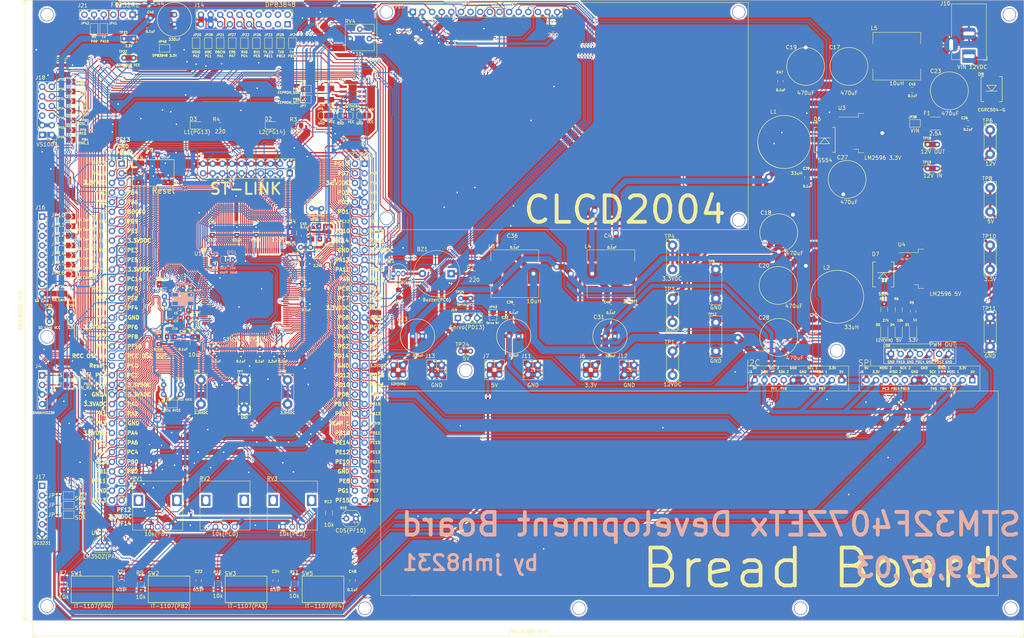
<source format=kicad_pcb>
(kicad_pcb (version 20240108) (generator "pcbnew") (generator_version "8.0")
  (layers (0 "F.Cu" signal) (31 "B.Cu" signal) (34 "B.Paste" user) (35 "F.Paste" user) (36 "B.SilkS" user "B.Silkscreen") (37 "F.SilkS" user "F.Silkscreen") (38 "B.Mask" user) (39 "F.Mask" user) (44 "Edge.Cuts" user))
  (net 0 "")
  (net 1 "Net-(BZ1-Pad1)")
  (net 2 "Net-(BZ1-Pad2)")
  (net 3 "GND")
  (net 4 "VCAP_1")
  (net 5 "VCAP2")
  (net 6 "GNDA")
  (net 7 "3.3VADC")
  (net 8 "3.3VDDC")
  (net 9 "12VOUT")
  (net 10 "PA0")
  (net 11 "PB2")
  (net 12 "Net-(C23-Pad1)")
  (net 13 "PA3")
  (net 14 "Reset")
  (net 15 "+3V3")
  (net 16 "+5V")
  (net 17 "3.3VOUT")
  (net 18 "5VOUT")
  (net 19 "+12V")
  (net 20 "Net-(D1-Pad2)")
  (net 21 "Net-(D2-Pad2)")
  (net 22 "Net-(D3-Pad2)")
  (net 23 "Net-(D4-Pad2)")
  (net 24 "Net-(D5-Pad2)")
  (net 25 "Net-(D6-Pad1)")
  (net 26 "Net-(D7-Pad1)")
  (net 27 "PG13")
  (net 28 "PG15")
  (net 29 "PB6")
  (net 30 "BOOT0")
  (net 31 "PB9")
  (net 32 "PE1")
  (net 33 "PE3")
  (net 34 "PE5")
  (net 35 "PC14")
  (net 36 "PF0")
  (net 37 "PF2")
  (net 38 "PF4")
  (net 39 "PF6")
  (net 40 "PF8")
  (net 41 "PF10")
  (net 42 "RCC_OSC_OUT")
  (net 43 "PC0")
  (net 44 "PC2")
  (net 45 "PA2")
  (net 46 "PA4")
  (net 47 "PC4")
  (net 48 "PB0")
  (net 49 "PF12")
  (net 50 "PF14")
  (net 51 "PF13")
  (net 52 "PF11")
  (net 53 "PB1")
  (net 54 "PC5")
  (net 55 "PA7")
  (net 56 "PA5")
  (net 57 "PA1")
  (net 58 "PC1")
  (net 59 "RCC_OSC_IN")
  (net 60 "PF9")
  (net 61 "PF7")
  (net 62 "PF5")
  (net 63 "PF3")
  (net 64 "PF1")
  (net 65 "PC15")
  (net 66 "PC13")
  (net 67 "PE6")
  (net 68 "PE4")
  (net 69 "PE2")
  (net 70 "PDR_ON")
  (net 71 "PE0")
  (net 72 "PB8")
  (net 73 "PB7")
  (net 74 "SWO")
  (net 75 "PG14")
  (net 76 "PG12")
  (net 77 "PG10")
  (net 78 "PD7")
  (net 79 "PD5")
  (net 80 "PD3")
  (net 81 "PD1")
  (net 82 "PC12")
  (net 83 "PC10")
  (net 84 "SWCLK")
  (net 85 "SWDIO")
  (net 86 "PA11")
  (net 87 "PA9")
  (net 88 "PC9")
  (net 89 "PC7")
  (net 90 "PC6")
  (net 91 "PG7")
  (net 92 "PG5")
  (net 93 "PG3")
  (net 94 "PD15")
  (net 95 "PD13")
  (net 96 "PD11")
  (net 97 "PD9")
  (net 98 "PB15")
  (net 99 "PB13")
  (net 100 "PB11")
  (net 101 "PE15")
  (net 102 "PE13")
  (net 103 "PE11")
  (net 104 "PE9")
  (net 105 "PE7")
  (net 106 "PG0")
  (net 107 "PF15")
  (net 108 "PG1")
  (net 109 "PE8")
  (net 110 "PE10")
  (net 111 "PE12")
  (net 112 "PE14")
  (net 113 "PB10")
  (net 114 "PB12")
  (net 115 "PD8")
  (net 116 "PD10")
  (net 117 "PD12")
  (net 118 "PD14")
  (net 119 "PG2")
  (net 120 "PG4")
  (net 121 "PG6")
  (net 122 "PG8")
  (net 123 "PC8")
  (net 124 "PA8")
  (net 125 "PA10")
  (net 126 "PA12")
  (net 127 "PA15")
  (net 128 "PC11")
  (net 129 "PD0")
  (net 130 "PD2")
  (net 131 "PD4")
  (net 132 "PD6")
  (net 133 "PG9")
  (net 134 "PG11")
  (net 135 "CTX")
  (net 136 "CRX")
  (net 137 "MOSI_1")
  (net 138 "MISO_2")
  (net 139 "MOSI_2")
  (net 140 "TX1")
  (net 141 "TX_EN")
  (net 142 "RX0")
  (net 143 "OSCIN")
  (net 144 "MDIO")
  (net 145 "MDC")
  (net 146 "CRS")
  (net 147 "RX1")
  (net 148 "TX0")
  (net 149 "Net-(J14-Pad4)")
  (net 150 "Net-(J14-Pad3)")
  (net 151 "Net-(J14-Pad2)")
  (net 152 "Net-(J14-Pad1)")
  (net 153 "VO")
  (net 154 "D0")
  (net 155 "D1")
  (net 156 "D2")
  (net 157 "D3")
  (net 158 "A")
  (net 159 "CD")
  (net 160 "CLK")
  (net 161 "CMD")
  (net 162 "32k")
  (net 163 "SQW")
  (net 164 "SCL")
  (net 165 "SDA")
  (net 166 "A1")
  (net 167 "A0")
  (net 168 "A2")
  (net 169 "Net-(J14-Pad5)")
  (net 170 "Net-(J14-Pad6)")
  (net 171 "MISO_1")
  (net 172 "Net-(J18-Pad5)")
  (net 173 "Net-(J18-Pad6)")
  (net 174 "DREQ")
  (net 175 "xRESET")
  (net 176 "xDCS")
  (net 177 "SDIO_D1")
  (net 178 "SDIO_D2")
  (net 179 "SDIO_D3")
  (net 180 "SDIO_D0")
  (net 181 "Net-(J14-Pad8)")
  (net 182 "PA6")
  (net 183 "12V")
  (net 184 "DP83848_Power")
  (net 185 "SD_Card_Power")
  (net 186 "Net-(FB3-Pad2)")
  (net 187 "Net-(FB2-Pad2)")
  (net 188 "SCL_DS")
  (net 189 "SDA_DS")
  (net 190 "Net-(J19-Pad2)")
  (net 191 "CTS")
  (net 192 "UART_TX")
  (net 193 "UART_RX")
  (net 194 "DTR")
  (net 195 "VCC")
  (net 196 "Net-(D8-Pad2)")
  (net 197 "Net-(J18-Pad8)")
  (net 198 "Net-(J18-Pad10)")
  (net 199 "Net-(J18-Pad12)")
  (net 200 "Net-(J9-Pad4)")
  (net 201 "Net-(J9-Pad6)")
  (net 202 "Net-(J9-Pad12)")
  (net 203 "Net-(J9-Pad18)")
  (net 204 "Net-(J9-Pad20)")
  (footprint "PCB:RV09H20SQ-B10K" (layer "F.Cu") (at 82.55 160.02)
    (property "Reference" "RV3")
    (property "Value" "10k(PC2)")
  )
  (footprint "Capacitor_SMD:C_0805_2012Metric_Pad1.15x1.40mm_HandSolder" (layer "F.Cu") (at 265.945 57.96)
    (property "Reference" "C26")
    (property "Value" "0.1uF")
  )
  (footprint "Fuse:Fuse_1812_4532Metric_Pad1.30x3.40mm_HandSolder" (layer "F.Cu") (at 257.3 57.96)
    (property "Reference" "F1")
    (property "Value" "2.5A")
  )
  (footprint "Inductor_SMD:L_12x12mm_H6mm" (layer "F.Cu") (at 247.14 40.18 180)
    (property "Reference" "L5")
    (property "Value" "10uH")
  )
  (footprint "Capacitor_SMD:C_0805_2012Metric_Pad1.15x1.40mm_HandSolder" (layer "F.Cu") (at 251.195 49.07 180)
    (property "Reference" "C43")
    (property "Value" "0.1uF")
  )
  (footprint "PCB:MVG25WV470M" (layer "F.Cu") (at 220.98 96.822 90)
    (property "Reference" "C18")
    (property "Value" "470uF")
  )
  (footprint "PCB:MVG25WV470M" (layer "F.Cu") (at 228.09 52.88 90)
    (property "Reference" "C19")
    (property "Value" "470uF")
  )
  (footprint "Capacitor_SMD:C_0805_2012Metric_Pad1.15x1.40mm_HandSolder" (layer "F.Cu") (at 216.41562 46.76648 90)
    (property "Reference" "C47")
    (property "Value" "0.1uF")
  )
  (footprint "Capacitor_SMD:C_0805_2012Metric_Pad1.15x1.40mm_HandSolder" (layer "F.Cu") (at 223.518 72.175 -90)
    (property "Reference" "C29")
    (property "Value" "0.1uF")
  )
  (footprint "Buzzer_Beeper:Buzzer_12x9.5RM7.6" (layer "F.Cu") (at 129.54 97.62 180)
    (property "Reference" "BZ1")
    (property "Value" "Buzzer(PC6)")
  )
  (footprint "Capacitor_SMD:C_0805_2012Metric_Pad1.15x1.40mm_HandSolder" (layer "F.Cu") (at 82.804 118.4746 -90)
    (property "Reference" "C1")
    (property "Value" "2.2uF")
  )
  (footprint "Capacitor_SMD:C_0805_2012Metric_Pad1.15x1.40mm_HandSolder" (layer "F.Cu") (at 91.186 94.996)
    (property "Reference" "C2")
    (property "Value" "2.2uF")
  )
  (footprint "Capacitor_SMD:C_0805_2012Metric_Pad1.15x1.40mm_HandSolder" (layer "F.Cu") (at 59.754 101.352)
    (property "Reference" "C4")
    (property "Value" "0.1uF")
  )
  (footprint "Capacitor_SMD:C_0805_2012Metric_Pad1.15x1.40mm_HandSolder" (layer "F.Cu") (at 74.09 118.456 90)
    (property "Reference" "C7")
    (property "Value" "0.1uF")
  )
  (footprint "Capacitor_SMD:C_0805_2012Metric_Pad1.15x1.40mm_HandSolder" (layer "F.Cu") (at 79.043 118.474 90)
    (property "Reference" "C8")
    (property "Value" "0.1uF")
  )
  (footprint "Capacitor_SMD:C_0805_2012Metric_Pad1.15x1.40mm_HandSolder" (layer "F.Cu") (at 91.22 105.67 180)
    (property "Reference" "C10")
    (property "Value" "0.1uF")
  )
  (footprint "Capacitor_SMD:C_0805_2012Metric_Pad1.15x1.40mm_HandSolder" (layer "F.Cu") (at 91.2114 100.18268 180)
    (property "Reference" "C11")
    (property "Value" "0.1uF")
  )
  (footprint "Capacitor_SMD:C_0805_2012Metric_Pad1.15x1.40mm_HandSolder" (layer "F.Cu") (at 78.027 86.373 -90)
    (property "Reference" "C13")
    (property "Value" "0.1uF")
  )
  (footprint "Capacitor_SMD:C_0805_2012Metric_Pad1.15x1.40mm_HandSolder" (layer "F.Cu") (at 72.947 86.391 -90)
    (property "Reference" "C14")
    (property "Value" "0.1uF")
  )
  (footprint "Capacitor_SMD:C_0805_2012Metric_Pad1.15x1.40mm_HandSolder" (layer "F.Cu") (at 66.47 86.373 -90)
    (property "Reference" "C15")
    (property "Value" "0.1uF")
  )
  (footprint "Capacitor_SMD:C_0805_2012Metric_Pad1.15x1.40mm_HandSolder" (layer "F.Cu") (at 42.545 178.68 90)
    (property "Reference" "C21")
    (property "Value" "0.1uF")
  )
  (footprint "Capacitor_SMD:C_0805_2012Metric_Pad1.15x1.40mm_HandSolder" (layer "F.Cu") (at 83.185 178.68 90)
    (property "Reference" "C24")
    (property "Value" "0.1uF")
  )
  (footprint "Capacitor_SMD:C_0805_2012Metric_Pad1.15x1.40mm_HandSolder" (layer "F.Cu") (at 51.025 66.2)
    (property "Reference" "C25")
    (property "Value" "0.1uF")
  )
  (footprint "Capacitor_SMD:C_0805_2012Metric_Pad1.15x1.40mm_HandSolder" (layer "F.Cu") (at 225.296 110.801 90)
    (property "Reference" "C30")
    (property "Value" "0.1uF")
  )
  (footprint "PCB:c1" (layer "F.Cu") (at 127 116.67)
    (property "Reference" "C32")
    (property "Value" "330uF")
  )
  (footprint "PCB:c1" (layer "F.Cu") (at 101.6 116.67)
    (property "Reference" "C33")
    (property "Value" "330uF")
  )
  (footprint "Capacitor_SMD:C_0805_2012Metric_Pad1.15x1.40mm_HandSolder" (layer "F.Cu") (at 146.295 89.238 180)
    (property "Reference" "C36")
    (property "Value" "0.1uF")
  )
  (footprint "Capacitor_SMD:C_0805_2012Metric_Pad1.15x1.40mm_HandSolder" (layer "F.Cu") (at 50.165 31.115 90)
    (property "Reference" "C40")
    (property "Value" "0.1uF")
  )
  (footprint "Capacitor_SMD:C_0805_2012Metric_Pad1.15x1.40mm_HandSolder" (layer "F.Cu") (at 171.695 106.51)
    (property "Reference" "C46")
    (property "Value" "0.1uF")
  )
  (footprint "LED_SMD:LED_0805_2012Metric_Pad1.15x1.40mm_HandSolder" (layer "F.Cu") (at 251.46 112.64 90)
    (property "Reference" "D1")
    (property "Value" "3.3V")
  )
  (footprint "LED_SMD:LED_0805_2012Metric_Pad1.15x1.40mm_HandSolder" (layer "F.Cu") (at 62.475 58.42)
    (property "Reference" "D3")
    (property "Value" "L1(PG13)")
  )
  (footprint "LED_SMD:LED_0805_2012Metric_Pad1.15x1.40mm_HandSolder" (layer "F.Cu") (at 247.65 112.64 90)
    (property "Reference" "D4")
    (property "Value" "5V")
  )
  (footprint "LED_SMD:LED_0805_2012Metric_Pad1.15x1.40mm_HandSolder" (layer "F.Cu") (at 243.84 112.64 90)
    (property "Reference" "D5")
    (property "Value" "12V(VIN)")
  )
  (footprint "PCB:SS54" (layer "F.Cu") (at 228.09 58.976 -90)
    (property "Reference" "D6")
    (property "Value" "SS54")
  )
  (footprint "PCB:SS54" (layer "F.Cu") (at 243.584 94.536 -90)
    (property "Reference" "D7")
    (property "Value" "SS54")
  )
  (footprint "Inductor_SMD:L_0805_2012Metric_Pad1.15x1.40mm_HandSolder" (layer "F.Cu") (at 93.8657 88.47328)
    (property "Reference" "FB3")
    (property "Value" "Bead")
  )
  (footprint "Jumper:SolderJumper-2_P1.3mm_Open_TrianglePad1.0x1.5mm" (layer "F.Cu") (at 91.1849 51.5366 180)
    (property "Reference" "JP7")
    (property "Value" "EEPROM_SCL")
  )
  (footprint "Jumper:SolderJumper-2_P1.3mm_Open_TrianglePad1.0x1.5mm" (layer "F.Cu") (at 28.575 161.29)
    (property "Reference" "JP19")
    (property "Value" "SDA")
  )
  (footprint "Jumper:SolderJumper-2_P1.3mm_Open_TrianglePad1.0x1.5mm" (layer "F.Cu") (at 62.23 36.74 90)
    (property "Reference" "JP20")
    (property "Value" "MDIO")
  )
  (footprint "Jumper:SolderJumper-2_P1.3mm_Open_TrianglePad1.0x1.5mm" (layer "F.Cu") (at 68.58 36.74 90)
    (property "Reference" "JP21")
    (property "Value" "OSCIN")
  )
  (footprint "Jumper:SolderJumper-2_P1.3mm_Open_TrianglePad1.0x1.5mm" (layer "F.Cu") (at 74.93 36.74 90)
    (property "Reference" "JP22")
    (property "Value" "RX0")
  )
  (footprint "Jumper:SolderJumper-2_P1.3mm_Open_TrianglePad1.0x1.5mm" (layer "F.Cu") (at 81.28 36.74 90)
    (property "Reference" "JP23")
    (property "Value" "TX_EN")
  )
  (footprint "Jumper:SolderJumper-2_P1.3mm_Open_TrianglePad1.0x1.5mm" (layer "F.Cu") (at 87.63 36.74 90)
    (property "Reference" "JP24")
    (property "Value" "TX1")
  )
  (footprint "Jumper:SolderJumper-2_P1.3mm_Open_TrianglePad1.0x1.5mm" (layer "F.Cu") (at 84.455 36.74 90)
    (property "Reference" "JP25")
    (property "Value" "TX0")
  )
  (footprint "Jumper:SolderJumper-2_P1.3mm_Open_TrianglePad1.0x1.5mm" (layer "F.Cu") (at 71.755 36.74 90)
    (property "Reference" "JP27")
    (property "Value" "CRS")
  )
  (footprint "Jumper:SolderJumper-2_P1.3mm_Open_TrianglePad1.0x1.5mm" (layer "F.Cu") (at 65.405 36.74 90)
    (property "Reference" "JP28")
    (property "Value" "MDC")
  )
  (footprint "Inductor_SMD:L_12x12mm_H6mm" (layer "F.Cu") (at 146.304 97.62 180)
    (property "Reference" "L3")
    (property "Value" "10uH")
  )
  (footprint "Inductor_SMD:L_12x12mm_H6mm" (layer "F.Cu") (at 171.704 97.62 180)
    (property "Reference" "L4")
    (property "Value" "10uH")
  )
  (footprint "Package_TO_SOT_THT:TO-92_Inline" (layer "F.Cu") (at 114.3 97.62)
    (property "Reference" "Q1")
    (property "Value" "BC547")
  )
  (footprint "Resistor_SMD:R_0805_2012Metric_Pad1.15x1.40mm_HandSolder" (layer "F.Cu") (at 135.645 97.62)
    (property "Reference" "R2")
    (property "Value" "220")
  )
  (footprint "Resistor_SMD:R_0805_2012Metric_Pad1.15x1.40mm_HandSolder" (layer "F.Cu") (at 68.58 58.42 180)
    (property "Reference" "R4")
    (property "Value" "220")
  )
  (footprint "Resistor_SMD:R_0805_2012Metric_Pad1.15x1.40mm_HandSolder" (layer "F.Cu") (at 251.46 107.56 90)
    (property "Reference" "R5")
    (property "Value" "1k")
  )
  (footprint "Resistor_SMD:R_1206_3216Metric_Pad1.42x1.75mm_HandSolder" (layer "F.Cu") (at 247.65 107.0975 90)
    (property "Reference" "R6")
    (property "Value" "10k")
  )
  (footprint "Resistor_SMD:R_1206_3216Metric_Pad1.42x1.75mm_HandSolder" (layer "F.Cu") (at 47.625 179.705 90)
    (property "Reference" "R9")
    (property "Value" "10k")
  )
  (footprint "Resistor_SMD:R_1206_3216Metric_Pad1.42x1.75mm_HandSolder" (layer "F.Cu") (at 67.945 179.4875 90)
    (property "Reference" "R10")
    (property "Value" "10k")
  )
  (footprint "Resistor_SMD:R_1206_3216Metric_Pad1.42x1.75mm_HandSolder" (layer "F.Cu") (at 97.79 50.165 -90)
    (property "Reference" "R13")
    (property "Value" "4.7k")
  )
  (footprint "Resistor_SMD:R_1206_3216Metric_Pad1.42x1.75mm_HandSolder" (layer "F.Cu") (at 95.25 50.165 -90)
    (property "Reference" "R14")
    (property "Value" "4.7k")
  )
  (footprint "OptoDevice:R_LDR_4.9x4.2mm_P2.54mm_Vertical" (layer "F.Cu") (at 101.854 162.306)
    (property "Reference" "R15")
    (property "Value" "CDS(PF10)")
  )
  (footprint "Resistor_SMD:R_0805_2012Metric_Pad1.15x1.40mm_HandSolder" (layer "F.Cu") (at 156.455 33)
    (property "Reference" "R16")
    (property "Value" "220")
  )
  (footprint "PCB:RV09H20SQ-B10K" (layer "F.Cu") (at 46.99 160.02)
    (property "Reference" "RV1")
    (property "Value" "10k(PB1)")
  )
  (footprint "PCB:RV09H20SQ-B10K" (layer "F.Cu") (at 64.77 160.02)
    (property "Reference" "RV2")
    (property "Value" "10k(PC0)")
  )
  (footprint "PCB:3362P-103LF" (layer "F.Cu") (at 105.41 33.02)
    (property "Reference" "RV4")
    (property "Value" "10k")
  )
  (footprint "PCB:SW_SMD_IT-1107" (layer "F.Cu") (at 74.295 183.515 180)
    (property "Reference" "SW3")
    (property "Value" "IT-1107(PA3)")
  )
  (footprint "PCB:SW_SMD_IT-1107" (layer "F.Cu") (at 52 68.5)
    (property "Reference" "SW4")
    (property "Value" "Reset")
  )
  (footprint "TestPoint:TestPoint_Bridge_Pitch6.35mm_Drill1.3mm" (layer "F.Cu") (at 187.96 124.46 90)
    (property "Reference" "TP1")
    (property "Value" "12VDC")
  )
  (footprint "TestPoint:TestPoint_Bridge_Pitch6.35mm_Drill1.3mm" (layer "F.Cu") (at 86.36 132.08 90)
    (property "Reference" "TP2")
    (property "Value" "3.3VDDC")
  )
  (footprint "TestPoint:TestPoint_Bridge_Pitch6.35mm_Drill1.3mm" (layer "F.Cu") (at 187.96 110.49 90)
    (property "Reference" "TP3")
    (property "Value" "5VDC")
  )
  (footprint "TestPoint:TestPoint_Bridge_Pitch6.35mm_Drill1.3mm" (layer "F.Cu") (at 63.5 132.08 90)
    (property "Reference" "TP5")
    (property "Value" "3.3VADC")
  )
  (footprint "TestPoint:TestPoint_Bridge_Pitch7.62mm_Drill1.3mm" (layer "F.Cu") (at 74.93 133.35 90)
    (property "Reference" "TP7")
    (property "Value" "GND")
  )
  (footprint "TestPoint:TestPoint_Bridge_Pitch7.62mm_Drill1.3mm" (layer "F.Cu") (at 271.78 116.84 90)
    (property "Reference" "TP11")
    (property "Value" "GND")
  )
  (footprint "TestPoint:TestPoint_Bridge_Pitch2.0mm_Drill0.7mm" (layer "F.Cu") (at 53.848 105.664 90)
    (property "Reference" "TP13")
    (property "Value" "Clock")
  )
  (footprint "Package_SO:SOIC-8_3.9x4.9mm_P1.27mm" (layer "F.Cu") (at 103.505 50.165 180)
    (property "Reference" "U2")
    (property "Value" "AT24C64")
  )
  (footprint "Package_TO_SOT_SMD:TO-263-5_TabPin3" (layer "F.Cu") (at 239.955 60.5)
    (property "Reference" "U3")
    (property "Value" "LM2596 3.3V")
  )
  (footprint "Capacitor_SMD:C_0805_2012Metric_Pad1.15x1.40mm_HandSolder" (layer "F.Cu") (at 52.397 115.204 -90)
    (property "Reference" "C35")
    (property "Value" "0.1uF")
  )
  (footprint "Inductor_SMD:L_0805_2012Metric_Pad1.15x1.40mm_HandSolder" (layer "F.Cu") (at 55.563 114.306 180)
    (property "Reference" "FB2")
    (property "Value" "Bead")
  )
  (footprint "Capacitor_SMD:C_0805_2012Metric_Pad1.15x1.40mm_HandSolder" (layer "F.Cu") (at 67.613 118.456 90)
    (property "Reference" "C6")
    (property "Value" "0.1uF")
  )
  (footprint "Capacitor_SMD:C_0805_2012Metric_Pad1.15x1.40mm_HandSolder" (layer "F.Cu") (at 84.8088 118.465 90)
    (property "Reference" "C9")
    (property "Value" "0.1uF")
  )
  (footprint "Capacitor_SMD:C_0805_2012Metric_Pad1.15x1.40mm_HandSolder" (layer "F.Cu") (at 58.874 115.204 -90)
    (property "Reference" "C38")
    (property "Value" "0.1uF")
  )
  (footprint "Connector_PinSocket_2.54mm:PinSocket_1x16_P2.54mm_Vertical" (layer "F.Cu") (at 119.42 28.5 90)
    (property "Reference" "J15")
    (property "Value" "CLCD2004")
  )
  (footprint "Inductor_SMD:L_0805_2012Metric_Pad1.15x1.40mm_HandSolder" (layer "F.Cu") (at 55.372 109.22 90)
    (property "Reference" "FB1")
    (property "Value" "Bead")
  )
  (footprint "Connector_PinSocket_2.54mm:PinSocket_2x36_P2.54mm_Vertical" (layer "F.Cu") (at 42.545 68.58)
    (property "Reference" "J1")
    (property "Value" " ")
  )
  (footprint "Connector_PinSocket_2.54mm:PinSocket_2x36_P2.54mm_Vertical" (layer "F.Cu") (at 106.68 68.58)
    (property "Reference" "J2")
    (property "Value" " ")
  )
  (footprint "Connector_PinSocket_2.54mm:PinSocket_2x10_P2.54mm_Vertical" (layer "F.Cu") (at 86.36 31.75 -90)
    (property "Reference" "J14")
    (property "Value" "DP83848")
  )
  (footprint "Connector_PinSocket_2.54mm:PinSocket_2x02_P2.54mm_Vertical" (layer "F.Cu") (at 152.4 121.75)
    (property "Reference" "J11")
    (property "Value" "GND")
  )
  (footprint "Connector_PinSocket_2.54mm:PinSocket_2x02_P2.54mm_Vertical" (layer "F.Cu") (at 177.8 121.75)
    (property "Reference" "J12")
    (property "Value" "GND")
  )
  (footprint "Connector_PinSocket_2.54mm:PinSocket_2x02_P2.54mm_Vertical" (layer "F.Cu") (at 127 121.75)
    (property "Reference" "J13")
    (property "Value" "GND")
  )
  (footprint "Connector_PinSocket_2.54mm:PinSocket_2x02_P2.54mm_Vertical" (layer "F.Cu") (at 142.24 121.75)
    (property "Reference" "J7")
    (property "Value" "5V")
  )
  (footprint "Connector_PinSocket_2.54mm:PinSocket_2x02_P2.54mm_Vertical" (layer "F.Cu") (at 116.84 121.75)
    (property "Reference" "J8")
    (property "Value" "12V(VIN)")
  )
  (footprint "Connector_PinSocket_2.54mm:PinSocket_2x02_P2.54mm_Vertical" (layer "F.Cu") (at 167.64 121.75)
    (property "Reference" "J6")
    (property "Value" "3.3V")
  )
  (footprint "TestPoint:TestPoint_Bridge_Pitch6.35mm_Drill1.3mm" (layer "F.Cu") (at 271.78 96.52 90)
    (property "Reference" "TP10")
    (property "Value" "3.3V")
  )
  (footprint "Resistor_SMD:R_1206_3216Metric_Pad1.42x1.75mm_HandSolder" (layer "F.Cu") (at 27.305 179.705 90)
    (property "Reference" "R7")
    (property "Value" "10k")
  )
  (footprint "Resistor_SMD:R_1206_3216Metric_Pad1.42x1.75mm_HandSolder" (layer "F.Cu") (at 243.84 107.0864 90)
    (property "Reference" "R8")
    (property "Value" "27k")
  )
  (footprint "LED_SMD:LED_0805_2012Metric_Pad1.15x1.40mm_HandSolder" (layer "F.Cu") (at 82.305 58.42)
    (property "Reference" "D2")
    (property "Value" "L2(PG14)")
  )
  (footprint "Resistor_SMD:R_0805_2012Metric_Pad1.15x1.40mm_HandSolder" (layer "F.Cu") (at 115.66652 102.92218 -90)
    (property "Reference" "R1")
    (property "Value" "10k")
  )
  (footprint "Resistor_SMD:R_1206_3216Metric_Pad1.42x1.75mm_HandSolder" (layer "F.Cu") (at 97.282 160.8185 90)
    (property "Reference" "R12")
    (property "Value" "10k")
  )
  (footprint "Capacitor_SMD:C_1210_3225Metric_Pad1.42x2.65mm_HandSolder" (layer "F.Cu") (at 61.976 115.824 -90)
    (property "Reference" "C37")
    (property "Value" "10uF")
  )
  (footprint "Resistor_SMD:R_0805_2012Metric_Pad1.15x1.40mm_HandSolder" (layer "F.Cu") (at 88.9 58.42 180)
    (property "Reference" "R3")
    (property "Value" "220")
  )
  (footprint "Capacitor_SMD:C_1210_3225Metric_Pad1.42x2.65mm_HandSolder" (layer "F.Cu") (at 87.376 86.868 90)
    (property "Reference" "C34")
    (property "Value" "10uF")
  )
  (footprint "Connector_PinSocket_2.54mm:PinSocket_1x12_P2.54mm_Vertical" (layer "F.Cu") (at 267.07 125.75 -90)
    (property "Reference" "J5")
    (property "Value" "SPI")
  )
  (footprint "Capacitor_SMD:C_0805_2012Metric_Pad1.15x1.40mm_HandSolder" (layer "F.Cu") (at 103.505 178.68 90)
    (property "Reference" "C48")
    (property "Value" "0.1uF")
  )
  (footprint "Jumper:SolderJumper-2_P1.3mm_Open_TrianglePad1.0x1.5mm" (layer "F.Cu") (at 29.12 62.23)
    (property "Reference" "JP29")
    (property "Value" "MISO_1")
  )
  (footprint "Jumper:SolderJumper-2_P1.3mm_Open_TrianglePad1.0x1.5mm" (layer "F.Cu") (at 29.11856 46.94936)
    (property "Reference" "JP32")
    (property "Value" "CSS")
  )
  (footprint "PCB:SW_SMD_IT-1107" (layer "F.Cu") (at 94.615 183.515 180)
    (property "Reference" "SW5")
    (property "Value" "IT-1107(PF4)")
  )
  (footprint "Jumper:SolderJumper-2_P1.3mm_Open_TrianglePad1.0x1.5mm" (layer "F.Cu") (at 29.12 90.17)
    (property "Reference" "JP13")
    (property "Value" "SD Card_D3")
  )
  (footprint "Jumper:SolderJumper-2_P1.3mm_Open_TrianglePad1.0x1.5mm" (layer "F.Cu") (at 28.575 124.46)
    (property "Reference" "JP3")
    (property "Value" "CAN_TX")
  )
  (footprint "Jumper:SolderJumper-2_P1.3mm_Open_TrianglePad1.0x1.5mm" (layer "F.Cu") (at 28.575 158.75)
    (property "Reference" "JP18")
    (property "Value" "SCL")
  )
  (footprint "Jumper:SolderJumper-2_P1.3mm_Open_TrianglePad1.0x1.5mm" (layer "F.Cu") (at 28.575 156.21)
    (property "Reference" "JP17")
    (property "Value" "SQW")
  )
  (footprint "Jumper:SolderJumper-2_P1.3mm_Open_TrianglePad1.0x1.5mm" (layer "F.Cu") (at 29.12 87.63)
    (property "Reference" "JP12")
    (property "Value" "SD Card_D2")
  )
  (footprint "Jumper:SolderJumper-2_P1.3mm_Open_TrianglePad1.0x1.5mm" (layer "F.Cu") (at 29.12 97.79)
    (property "Reference" "JP16")
    (property "Value" "SD Card_D0")
  )
  (footprint "Jumper:SolderJumper-2_P1.3mm_Open_TrianglePad1.0x1.5mm" (layer "F.Cu") (at 29.12 95.25)
    (property "Reference" "JP15")
    (property "Value" "SD Card_CMD")
  )
  (footprint "Jumper:SolderJumper-2_P1.3mm_Open_TrianglePad1.0x1.5mm" (layer "F.Cu") (at 29.12 92.71)
    (property "Reference" "JP14")
    (property "Value" "SD Card_CLK")
  )
  (footprint "Jumper:SolderJumper-2_P1.3mm_Open_TrianglePad1.0x1.5mm" (layer "F.Cu") (at 29.12 85.09)
    (property "Reference" "JP11")
    (property "Value" "SD Card_D1")
  )
  (footprint "Jumper:SolderJumper-2_P1.3mm_Open_TrianglePad1.0x1.5mm" (layer "F.Cu") (at 29.12 82.55)
    (property "Reference" "JP10")
    (property "Value" "SD Card_CD")
  )
  (footprint "Jumper:SolderJumper-2_P1.3mm_Open_TrianglePad1.0x1.5mm" (layer "F.Cu") (at 28.575 127)
    (property "Reference" "JP2")
    (property "Value" "CAN_RX")
  )
  (footprint "Connector_PinSocket_2.54mm:PinSocket_1x04_P2.54mm_Vertical" (layer "F.Cu") (at 21.59 124.46)
    (property "Reference" "J4")
    (property "Value" "SN65HVD230")
  )
  (footprint "Connector_PinSocket_2.54mm:PinSocket_1x06_P2.54mm_Vertical" (layer "F.Cu") (at 21.59 153.67)
    (property "Reference" "J17")
    (property "Value" "DS3231")
  )
  (footprint "Connector_PinSocket_2.54mm:PinSocket_1x09_P2.54mm_Vertical" (layer "F.Cu") (at 21.59 82.55)
    (property "Reference" "J16")
    (property "Value" "SD Card")
  )
  (footprint "Resistor_SMD:R_1206_3216Metric_Pad1.42x1.75mm_HandSolder" (layer "F.Cu") (at 88.2015 179.4526 90)
    (property "Reference" "R17")
    (property "Value" "10k")
  )
  (footprint "TestPoint:TestPoint_Bridge_Pitch6.35mm_Drill1.3mm" (layer "F.Cu") (at 271.78 81.28 90)
    (property "Reference" "TP8")
    (property "Value" "5V")
  )
  (footprint "PCB:h" (layer "F.Cu") (at 22.86 29.21)
    (property "Reference" " ")
    (property "Value" " ")
  )
  (footprint "PCB:h" (layer "F.Cu") (at 277.25 186)
    (property "Reference" " ")
    (property "Value" " ")
  )
  (footprint "PCB:h" (layer "F.Cu") (at 22.86 185.42)
    (property "Reference" " ")
    (property "Value" " ")
  )
  (footprint "PCB:h" (layer "F.Cu") (at 221.75 186)
    (property "Reference" " ")
    (property "Value" " ")
  )
  (footprint "PCB:h" (layer "F.Cu") (at 276.86 29.21)
    (property "Reference" " ")
    (property "Value" " ")
  )
  (footprint "PCB:h" (layer "F.Cu") (at 231.25 118)
    (property "Reference" " ")
    (property "Value" " ")
  )
  (footprint "Jumper:SolderJumper-3_P1.3mm_Open_RoundedPad1.0x1.5mm" (layer "F.Cu") (at 106.65 55.88)
    (property "Reference" "JP5")
    (property "Value" "A0")
  )
  (footprint "PCB:h" (layer "F.Cu") (at 106.75 186)
    (property "Reference" " ")
    (property "Value" " ")
  )
  (footprint "PCB:h" (layer "F.Cu") (at 112.42 28.5)
    (property "Reference" " ")
    (property "Value" " ")
  )
  (footprint "PCB:h" (layer "F.Cu") (at 205.42 83.5)
    (property "Reference" " ")
    (property "Value" "")
  )
  (footprint "PCB:h" (layer "F.Cu") (at 112.42 83)
    (property "Reference" " ")
    (property "Value" " ")
  )
  (footprint "PCB:h" (layer "F.Cu") (at 205.42 28.5)
    (property "Reference" " ")
    (property "Value" " ")
  )
  (footprint "TestPoint:TestPoint_Bridge_Pitch6.35mm_Drill1.3mm" (layer "F.Cu") (at 187.96 96.52 90)
    (property "Reference" "TP4")
    (property "Value" "3.3VDC")
  )
  (footprint "PCB:h" (layer "F.Cu") (at 163.25 186)
    (property "Reference" " ")
    (property "Value" " ")
  )
  (footprint "TestPoint:TestPoint_Bridge_Pitch7.62mm_Drill1.3mm" (layer "F.Cu") (at 199.39 118.11 90)
    (property "Reference" "TP12")
    (property "Value" "GND")
  )
  (footprint "PCB:h" (layer "F.Cu") (at 133.35 123.19)
    (property "Reference" " ")
    (property "Value" " ")
  )
  (footprint "PCB:h" (layer "F.Cu") (at 22.86 114.3)
    (property "Reference" " ")
    (property "Value" " ")
  )
  (footprint "Resistor_SMD:R_1206_3216Metric_Pad1.42x1.75mm_HandSolder" (layer "F.Cu") (at 53.9734 100.4189)
    (property "Reference" "R11")
    (property "Value" "10k")
  )
  (footprint "Package_TO_SOT_THT:TO-92L_Inline" (layer "F.Cu") (at 36.195 169.545)
    (property "Reference" "U5")
    (property "Value" "LM35DZ(PA6)")
  )
  (footprint "Jumper:SolderJumper-2_P1.3mm_Open_TrianglePad1.0x1.5mm" (layer "F.Cu") (at 55.86984 132.02158 180)
    (property "Reference" "JP37")
    (property "Value" "MCU AVCC")
  )
  (footprint "Jumper:SolderJumper-2_P1.3mm_Open_TrianglePad1.0x1.5mm" (layer "F.Cu") (at 251.931 57.912)
    (property "Reference" "JP38")
    (property "Value" "VIN")
  )
  (footprint "Jumper:SolderJumper-2_P1.3mm_Open_TrianglePad1.0x1.5mm" (layer "F.Cu") (at 26.924 102.87)
    (property "Reference" "JP39")
    (property "Value" "SD_Card_3.3V")
  )
  (footprint "Jumper:SolderJumper-2_P1.3mm_Open_TrianglePad1.0x1.5mm" (layer "F.Cu") (at 53.885 38.1)
    (property "Reference" "JP40")
    (property "Value" "DP83848 3.3V")
  )
  (footprint "TestPoint:TestPoint_Bridge_Pitch2.54mm_Drill0.7mm" (layer "F.Cu") (at 255.27 63.5)
    (property "Reference" "TP18")
    (property "Value" "12V OUT")
  )
  (footprint "TestPoint:TestPoint_Bridge_Pitch2.54mm_Drill0.7mm" (layer "F.Cu") (at 255.27 69.85)
    (property "Reference" "TP19")
    (property "Value" "12V IN")
  )
  (footprint "TestPoint:TestPoint_Bridge_Pitch2.54mm_Drill0.7mm" (layer "F.Cu") (at 29.21 110.19536 90)
    (property "Reference" "TP20")
    (property "Value" "3.3V")
  )
  (footprint "TestPoint:TestPoint_Bridge_Pitch2.54mm_Drill0.7mm" (layer "F.Cu") (at 43.18 40.64)
    (property "Reference" "TP22")
    (property "Value" "DP83848 VCC")
  )
  (footprint "TestPoint:TestPoint_Bridge_Pitch2.54mm_Drill0.7mm" (layer "F.Cu") (at 43.18 35.56)
    (property "Reference" "TP23")
    (property "Value" "3.3V")
  )
  (footprint "TestPoint:TestPoint_Bridge_Pitch2.54mm_Drill0.7mm" (layer "F.Cu") (at 92.7608 80.4164)
    (property "Reference" "TP15")
    (property "Value" "MCU DVCC")
  )
  (footprint "TestPoint:TestPoint_Bridge_Pitch2.54mm_Drill0.7mm" (layer "F.Cu") (at 132.08 118.11)
    (property "Reference" "TP24")
    (property "Value" "5V")
  )
  (footprint "TestPoint:TestPoint_Bridge_Pitch2.54mm_Drill0.7mm" (layer "F.Cu") (at 132.08 104.14)
    (property "Reference" "TP25")
    (property "Value" "Servo VCC")
  )
  (footprint "Connector_PinSocket_2.54mm:PinSocket_1x06_P2.54mm_Vertical" (layer "F.Cu") (at 45.44822 29.21 -90)
    (property "Reference" "J21")
    (property "Value" "FT232RL")
  )
  (footprint "Connector_PinSocket_2.54mm:PinSocket_1x07_P2.54mm_Vertical" (layer "F.Cu") (at 245.60276 118.81866 90)
    (property "Reference" "J20")
    (property "Value" "PWM OUT")
  )
  (footprint "Connector_PinSocket_2.54mm:PinSocket_1x03_P2.54mm_Vertical" (layer "F.Cu") (at 131.31546 109.3343 90)
    (property "Reference" "J19")
    (property "Value" "Servo(PD13)")
  )
  (footprint "Jumper:SolderJumper-2_P1.3mm_Open_TrianglePad1.0x1.5mm" (layer "F.Cu") (at 35.306 32.93 -90)
    (property "Reference" "JP42")
    (property "Value" "RX")
  )
  (footprint "Jumper:SolderJumper-2_P1.3mm_Open_TrianglePad1.0x1.5mm" (layer "F.Cu") (at 37.846 32.93 -90)
    (property "Reference" "JP41")
    (property "Value" "TX")
  )
  (footprint "PCB:c1" (layer "F.Cu") (at 59.055 49.53 90)
    (property "Reference" "C44")
    (property "Value" "330uF")
  )
  (footprint "Jumper:SolderJumper-2_P1.3mm_Open_TrianglePad1.0x1.5mm" (layer "F.Cu") (at 91.1871 48.8696 180)
    (property "Reference" "JP8")
    (property "Value" "EEPROM_SDA")
  )
  (footprint "Jumper:SolderJumper-3_P1.3mm_Open_RoundedPad1.0x1.5mm" (layer "F.Cu") (at 101.6 55.88)
    (property "Reference" "JP4")
    (property "Value" "A1")
  )
  (footprint "Jumper:SolderJumper-3_P1.3mm_Open_RoundedPad1.0x1.5mm" (layer "F.Cu") (at 96.49 55.88)
    (property "Reference" "JP6")
    (property "Value" "A2")
  )
  (footprint "Connector_PinSocket_2.54mm:PinSocket_2x10_P2.54mm_Vertical" (layer "F.Cu") (at 86.917 71.126 -90)
    (property "Reference" "J9")
    (property "Value" "ST-LINK")
  )
  (footprint "TestPoint:TestPoint_Bridge_Pitch7.62mm_Drill1.3mm" (layer "F.Cu") (at 199.39 104.14 90)
    (property "Reference" "TP9")
    (property "Value" "GND")
  )
  (footprint "Jumper:SolderJumper-2_P1.3mm_Open_TrianglePad1.0x1.5mm" (layer "F.Cu") (at 140.589 108.495 -90)
    (property "Reference" "JP43")
    (property "Value" "Servo 5V")
  )
  (footprint "Capacitor_SMD:C_0805_2012Metric_Pad1.15x1.40mm_HandSolder" (layer "F.Cu") (at 146.05 106.51)
    (property "Reference" "C39")
    (property "Value" "0.1uF")
  )
  (footprint "Capacitor_SMD:C_0805_2012Metric_Pad1.15x1.40mm_HandSolder" (layer "F.Cu") (at 171.8855 89.238 180)
    (property "Reference" "C42")
    (property "Value" "0.1uF")
  )
  (footprint "Connector_PinSocket_2.54mm:PinSocket_2x06_P2.54mm_Vertical" (layer "F.Cu") (at 21.59 60.96 180)
    (property "Reference" "J18")
    (property "Value" "VS1003")
  )
  (footprint "Jumper:SolderJumper-2_P1.3mm_Open_TrianglePad1.0x1.5mm" (layer "F.Cu") (at 29.12 57.15)
    (property "Reference" "JP30")
    (property "Value" "MOSI_1")
  )
  (footprint "Jumper:SolderJumper-2_P1.3mm_Open_TrianglePad1.0x1.5mm" (layer "F.Cu") (at 29.12 54.61)
    (property "Reference" "JP34")
    (property "Value" "xRESET")
  )
  (footprint "Jumper:SolderJumper-2_P1.3mm_Open_TrianglePad1.0x1.5mm" (layer "F.Cu") (at 29.11856 49.5046)
    (property "Reference" "JP35")
    (property "Value" "xDCS")
  )
  (footprint "Jumper:SolderJumper-2_P1.3mm_Open_TrianglePad1.0x1.5mm" (layer "F.Cu") (at 29.12 59.69)
    (property "Reference" "JP33")
    (property "Value" "DREQ")
  )
  (footprint "Jumper:SolderJumper-2_P1.3mm_Open_TrianglePad1.0x1.5mm" (layer "F.Cu") (at 78.105 36.74 90)
    (property "Reference" "JP26")
    (property "Value" "RX1")
  )
  (footprint "PCB:SW_SMD_IT-1107" (layer "F.Cu") (at 33.655 183.515 180)
    (property "Reference" "SW1")
    (property "Value" "IT-1107(PA0)")
  )
  (footprint "PCB:SW_SMD_IT-1107" (layer "F.Cu") (at 53.975 183.515 180)
    (property "Reference" "SW2")
    (property "Value" "IT-1107(PB2)")
  )
  (footprint "Capacitor_SMD:C_0805_2012Metric_Pad1.15x1.40mm_HandSolder" (layer "F.Cu") (at 62.865 178.68 90)
    (property "Reference" "C22")
    (property "Value" "0.1uF")
  )
  (footprint "Capacitor_SMD:C_0805_2012Metric_Pad1.15x1.40mm_HandSolder" (layer "F.Cu") (at 59.1185 109.347 180)
    (property "Reference" "C3")
    (property "Value" "0.1uF")
  )
  (footprint "Capacitor_SMD:C_0805_2012Metric_Pad1.15x1.40mm_HandSolder" (layer "F.Cu") (at 59.128 107.321)
    (property "Reference" "C5")
    (property "Value" "0.1uF")
  )
  (footprint "Capacitor_SMD:C_0805_2012Metric_Pad1.15x1.40mm_HandSolder" (layer "F.Cu") (at 59.1095 111.379)
    (property "Reference" "C16")
    (property "Value" "0.1uF")
  )
  (footprint "Capacitor_SMD:C_0805_2012Metric_Pad1.15x1.40mm_HandSolder" (layer "F.Cu") (at 91.211 92.843 180)
    (property "Reference" "C12")
    (property "Value" "0.1uF")
  )
  (footprint "TestPoint:TestPoint_Bridge_Pitch2.54mm_Drill0.7mm" (layer "F.Cu") (at 92.38996 90.68054 180)
    (property "Reference" "TP14")
    (property "Value" "3.3V")
  )
  (footprint "Capacitor_SMD:C_0805_2012Metric_Pad1.15x1.40mm_HandSolder" (layer "F.Cu") (at 90.70086 87.58682 90)
    (property "Reference" "C45")
    (property "Value" "0.1uF")
  )
  (footprint "Jumper:SolderJumper-2_P1.3mm_Open_TrianglePad1.0x1.5mm" (layer "F.Cu") (at 93.97382 85.08238 180)
    (property "Reference" "JP36")
    (property "Value" "MCU DVCC")
  )
  (footprint "Capacitor_SMD:C_0805_2012Metric_Pad1.15x1.40mm_HandSolder" (layer "F.Cu") (at 97.18 87.645 90)
    (property "Reference" "C41")
    (property "Value" "0.1uF")
  )
  (footprint "Package_QFP:LQFP-144_20x20mm_P0.5mm" (layer "F.Cu") (at 75.233 102.241)
    (property "Reference" "U1")
    (property "Value" "STM32F407ZETx")
  )
  (footprint "TestPoint:TestPoint_Bridge_Pitch2.54mm_Drill0.7mm" (layer "F.Cu") (at 23.47468 110.25378 90)
    (property "Reference" "TP21")
    (property "Value" "SD Card VCC")
  )
  (footprint "TestPoint:TestPoint_Bridge_Pitch2.54mm_Drill0.7mm" (layer "F.Cu") (at 53.6575 129.52222 90)
    (property "Reference" "TP17")
    (property "Value" "3.3V")
  )
  (footprint "TestPoint:TestPoint_Bridge_Pitch2.54mm_Drill0.7mm" (layer "F.Cu") (at 58.15076 129.50698 90)
    (property "Reference" "TP16")
    (property "Value" "MCU AVCC")
  )
  (footprint "PCB:MVG25WV470M" (layer "F.Cu") (at 220.98 124.46 90)
    (property "Reference" "C28")
    (property "Value" "470uF")
  )
  (footprint "PCB:MVG25WV470M" (layer "F.Cu") (at 210.82 90.726 -90)
    (property "Reference" "C20")
    (property "Value" "470uF")
  )
  (footprint "Connector_PinSocket_2.54mm:PinSocket_1x10_P2.54mm_Vertical" (layer "F.Cu") (at 232.54 125.75 -90)
    (property "Reference" "J3")
    (property "Value" "I2C")
  )
  (footprint "TestPoint:TestPoint_Bridge_Pitch6.35mm_Drill1.3mm" (layer "F.Cu") (at 271.78 66.04 90)
    (property "Reference" "TP6")
    (property "Value" "12V")
  )
  (footprint "PCB:SRR1806-330M" (layer "F.Cu") (at 202.436 59.992 -90)
    (property "Reference" "L1")
    (property "Value" "33uH")
  )
  (footprint "PCB:MVG25WV470M" (layer "F.Cu") (at 239.52 52.88 90)
    (property "Reference" "C17")
    (property "Value" "470uF")
  )
  (footprint "Connector_BarrelJack:BarrelJack_Horizontal" (layer "F.Cu") (at 266.19 40.18 -90)
    (property "Reference" "J10")
    (property "Value" "VIN 12VDC")
  )
  (footprint "PCB:SS54" (layer "F.Cu") (at 272.161 52.197 90)
    (property "Reference" "D8")
    (property "Value" "CGRC504-G")
  )
  (footprint "PCB:MVG25WV470M" (layer "F.Cu") (at 261.11 49.403 180)
    (property "Reference" "C23")
    (property "Value" "470uF")
  )
  (footprint "PCB:SRR1806-330M" (layer "F.Cu") (at 216.406 100.886 -90)
    (property "Reference" "L2")
    (property "Value" "33uH")
  )
  (footprint "PCB:c1" (layer "F.Cu") (at 190.5 111.59 180)
    (property "Reference" "C31")
    (property "Value" "330uF")
  )
  (footprint "PCB:MVG25WV470M" (layer "F.Cu") (at 233.934 73.152)
    (property "Reference" "C27")
    (property "Value" "470uF")
  )
  (footprint "Package_TO_SOT_SMD:TO-263-5_TabPin3" (layer "F.Cu") (at 255.776 96.314)
    (property "Reference" "U4")
    (property "Value" "LM2596 5V")
  )
  (footprint "Jumper:SolderJumper-2_P1.3mm_Open_TrianglePad1.0x1.5mm" (layer "F.Cu") (at 29.11492 52.05476)
    (property "Reference" "JP31")
    (property "Value" "SCK_1")
  )
  (footprint "Jumper:SolderJumper-2_P1.3mm_Open_TrianglePad1.0x1.5mm" (layer "B.Cu") (at 66.9671 94.3621 -90)
    (property "Reference" "JP1")
    (property "Value" "PDR_ON")
  )
  (footprint "Jumper:SolderJumper-3_P1.3mm_Open_RoundedPad1.0x1.5mm" (layer "B.Cu") (at 70.6039 93.9673 180)
    (property "Reference" "JP9")
    (property "Value" "Boot Mode")
  )
  (footprint "PCB:FT5HNBPK12.0-T1" (layer "B.Cu") (at 56.9395 105.105)
    (property "Reference" "Y1")
    (property "Value" "12MHz")
  )
  (gr_line (start 70.866 95.631) (end 70.612 95.377) (stroke (width 0.12)) (layer "B.SilkS"))
  (gr_line (start 70.739 95.504) (end 70.485 95.631) (stroke (width 0.12)) (layer "B.SilkS"))
  (gr_line (start 70.612 96.647) (end 70.612 95.377) (stroke (width 0.12)) (layer "B.SilkS"))
  (gr_line (start 70.612 95.377) (end 70.358 95.631) (stroke (width 0.12)) (layer "B.SilkS"))
  (gr_line (start 70.358 95.631) (end 70.866 95.631) (stroke (width 0.12)) (layer "B.SilkS"))
  (gr_line (start 70.485 95.504) (end 70.739 95.504) (stroke (width 0.12)) (layer "B.SilkS"))
  (gr_line (start 110.91 128.63) (end 193.91 128.63) (stroke (width 0.12)) (layer "F.SilkS"))
  (gr_line (start 110.91 128.63) (end 110.91 182.63) (stroke (width 0.12)) (layer "F.SilkS"))
  (gr_line (start 207.92 29) (end 207.92 86) (stroke (width 0.12)) (layer "F.SilkS"))
  (gr_line (start 207.92 86) (end 109.92 86) (stroke (width 0.12)) (layer "F.SilkS"))
  (gr_line (start 207.92 26) (end 207.92 29) (stroke (width 0.12)) (layer "F.SilkS"))
  (gr_line (start 115 26) (end 120 26) (stroke (width 0.12)) (layer "F.SilkS"))
  (gr_line (start 109.92 26) (end 109.92 86) (stroke (width 0.12)) (layer "F.SilkS"))
  (gr_line (start 273.92 182.63) (end 193.91 182.63) (stroke (width 0.12)) (layer "F.SilkS"))
  (gr_line (start 273.92 128.63) (end 273.285 128.63) (stroke (width 0.12)) (layer "F.SilkS"))
  (gr_line (start 207.92 26) (end 120 26) (stroke (width 0.12)) (layer "F.SilkS"))
  (gr_line (start 115 26) (end 109.92 26) (stroke (width 0.12)) (layer "F.SilkS"))
  (gr_line (start 207.88 122.026) (end 207.753 122.026) (stroke (width 0.12)) (layer "F.SilkS"))
  (gr_line (start 255.759 116.184) (end 255.759 115.549) (stroke (width 0.12)) (layer "F.SilkS"))
  (gr_line (start 243.694 117.073) (end 243.694 119.74) (stroke (width 0.12)) (layer "F.SilkS"))
  (gr_circle (center 64.135 91.44) (end 64.008 90.932) (stroke (width 0.12)) (fill none) (layer "F.SilkS"))
  (gr_line (start 256.267 115.549) (end 255.759 115.549) (stroke (width 0.12)) (layer "F.SilkS"))
  (gr_line (start 261.982 121.391) (end 262.744 121.391) (stroke (width 0.12)) (layer "F.SilkS"))
  (gr_line (start 186.91 182.63) (end 118.91 182.63) (stroke (width 0.12)) (layer "F.SilkS"))
  (gr_line (start 193.91 128.63) (end 269.475 128.63) (stroke (width 0.12)) (layer "F.SilkS"))
  (gr_line (start 237.217 122.28) (end 237.217 122.153) (stroke (width 0.12)) (layer "F.SilkS"))
  (gr_line (start 209.404 122.026) (end 229.724 122.026) (stroke (width 0.12)) (layer "F.SilkS"))
  (gr_line (start 262.744 121.391) (end 262.744 120.629) (stroke (width 0.12)) (layer "F.SilkS"))
  (gr_line (start 243.694 121.264) (end 243.694 121.391) (stroke (width 0.12)) (layer "F.SilkS"))
  (gr_line (start 262.744 117.073) (end 262.744 115.549) (stroke (width 0.12)) (layer "F.SilkS"))
  (gr_line (start 262.744 115.549) (end 256.267 115.549) (stroke (width 0.12)) (layer "F.SilkS"))
  (gr_circle (center 64.1604 91.44) (end 64.1604 91.3384) (stroke (width 0.12)) (fill none) (layer "F.SilkS"))
  (gr_line (start 237.217 127.36) (end 237.217 128.63) (stroke (width 0.12)) (layer "F.SilkS"))
  (gr_line (start 237.217 128.63) (end 237.217 122.28) (stroke (width 0.12)) (layer "F.SilkS"))
  (gr_line (start 207.753 122.026) (end 207.753 122.661) (stroke (width 0.12)) (layer "F.SilkS"))
  (gr_circle (center 64.3128 91.3765) (end 64.2239 91.5289) (stroke (width 0.12)) (fill none) (layer "F.SilkS"))
  (gr_circle (center 64.135 91.44) (end 64.1985 90.9955) (stroke (width 0.12)) (fill none) (layer "F.SilkS"))
  (gr_line (start 244.583 116.184) (end 243.694 116.184) (stroke (width 0.12)) (layer "F.SilkS"))
  (gr_line (start 262.744 120.629) (end 262.744 117.073) (stroke (width 0.12)) (layer "F.SilkS"))
  (gr_circle (center 64.1604 91.44) (end 64.2112 91.2368) (stroke (width 0.12)) (fill none) (layer "F.SilkS"))
  (gr_line (start 269.475 128.63) (end 273.285 128.63) (stroke (width 0.12)) (layer "F.SilkS"))
  (gr_line (start 237.217 122.026) (end 238.614 122.026) (stroke (width 0.12)) (layer "F.SilkS"))
  (gr_circle (center 64.135 91.44) (end 64.135 90.805) (stroke (width 0.12)) (fill none) (layer "F.SilkS"))
  (gr_line (start 237.217 122.153) (end 237.217 122.026) (stroke (width 0.12)) (layer "F.SilkS"))
  (gr_line (start 234.423 122.026) (end 234.423 124.058) (stroke (width 0.12)) (layer "F.SilkS"))
  (gr_line (start 243.694 119.74) (end 243.694 120.883) (stroke (width 0.12)) (layer "F.SilkS"))
  (gr_line (start 209.404 122.026) (end 207.88 122.026) (stroke (width 0.12)) (layer "F.SilkS"))
  (gr_line (start 243.694 120.883) (end 243.694 121.264) (stroke (width 0.12)) (layer "F.SilkS"))
  (gr_line (start 234.042 122.026) (end 234.423 122.026) (stroke (width 0.12)) (layer "F.SilkS"))
  (gr_line (start 243.694 121.391) (end 245.599 121.391) (stroke (width 0.12)) (layer "F.SilkS"))
  (gr_line (start 229.724 122.026) (end 234.042 122.026) (stroke (width 0.12)) (layer "F.SilkS"))
  (gr_line (start 273.92 182.63) (end 273.92 128.63) (stroke (width 0.12)) (layer "F.SilkS"))
  (gr_line (start 207.753 122.661) (end 207.753 128.63) (stroke (width 0.12)) (layer "F.SilkS"))
  (gr_line (start 245.98 116.184) (end 255.759 116.184) (stroke (width 0.12)) (layer "F.SilkS"))
  (gr_line (start 245.599 121.391) (end 261.982 121.391) (stroke (width 0.12)) (layer "F.SilkS"))
  (gr_line (start 193.91 182.63) (end 186.91 182.63) (stroke (width 0.12)) (layer "F.SilkS"))
  (gr_line (start 234.423 124.058) (end 234.423 128.63) (stroke (width 0.12)) (layer "F.SilkS"))
  (gr_line (start 110.91 182.63) (end 189.91 182.63) (stroke (width 0.12)) (layer "F.SilkS"))
  (gr_line (start 269.094 122.026) (end 269.094 128.63) (stroke (width 0.12)) (layer "F.SilkS"))
  (gr_line (start 244.583 116.184) (end 245.98 116.184) (stroke (width 0.12)) (layer "F.SilkS"))
  (gr_circle (center 64.135 91.44) (end 64.262 91.059) (stroke (width 0.12)) (fill none) (layer "F.SilkS"))
  (gr_line (start 243.694 116.184) (end 243.694 117.073) (stroke (width 0.12)) (layer "F.SilkS"))
  (gr_line (start 238.614 122.026) (end 269.094 122.026) (stroke (width 0.12)) (layer "F.SilkS"))
  (gr_circle (center 64.135 91.44) (end 64.262 91.186) (stroke (width 0.12)) (fill none) (layer "F.SilkS"))
  (gr_line (start 280.67 189.23) (end 276.86 189.23) (stroke (width 0.05)) (layer "Edge.Cuts"))
  (gr_line (start 19.05 25.4) (end 19.05 26.67) (stroke (width 0.05)) (layer "Edge.Cuts"))
  (gr_line (start 280.67 25.4) (end 278.13 25.4) (stroke (width 0.05)) (layer "Edge.Cuts"))
  (gr_line (start 227.33 189.23) (end 237.49 189.23) (stroke (width 0.05)) (layer "Edge.Cuts"))
  (gr_line (start 201.93 189.23) (end 227.33 189.23) (stroke (width 0.05)) (layer "Edge.Cuts"))
  (gr_line (start 280.67 76.2) (end 280.67 189.23) (stroke (width 0.05)) (layer "Edge.Cuts"))
  (gr_line (start 118.11 25.4) (end 19.05 25.4) (stroke (width 0.05)) (layer "Edge.Cuts"))
  (gr_line (start 158.75 189.23) (end 167.64 189.23) (stroke (width 0.05)) (layer "Edge.Cuts"))
  (gr_line (start 237.49 189.23) (end 255.27 189.23) (stroke (width 0.05)) (layer "Edge.Cuts"))
  (gr_line (start 19.05 189.23) (end 19.05 26.67) (stroke (width 0.05)) (layer "Edge.Cuts"))
  (gr_line (start 280.67 71.12) (end 280.67 25.4) (stroke (width 0.05)) (layer "Edge.Cuts"))
  (gr_line (start 118.11 25.4) (end 278.13 25.4) (stroke (width 0.05)) (layer "Edge.Cuts"))
  (gr_line (start 280.67 71.12) (end 280.67 76.2) (stroke (width 0.05)) (layer "Edge.Cuts"))
  (gr_line (start 167.64 189.23) (end 201.93 189.23) (stroke (width 0.05)) (layer "Edge.Cuts"))
  (gr_line (start 255.27 189.23) (end 276.86 189.23) (stroke (width 0.05)) (layer "Edge.Cuts"))
  (gr_line (start 158.75 189.23) (end 19.05 189.23) (stroke (width 0.05)) (layer "Edge.Cuts"))
  (gr_text "STM32F407ZETx Development Board" (at 198.12 163.83 0) (layer "B.SilkS") (effects (font (size 6 6) (thickness 1)) (justify mirror)))
  (gr_text "VCC" (at 71.755 96.139 0) (layer "B.SilkS") (effects (font (size 0.6 0.6)) (justify mirror)))
  (gr_text "by jmh8231" (at 134.62 173.99 0) (layer "B.SilkS") (effects (font (size 4 4) (thickness 0.75)) (justify mirror)))
  (gr_text "2019,07,03\n" (at 257.81 175.26 0) (layer "B.SilkS") (effects (font (size 5 5) (thickness 1)) (justify mirror)))
  (gr_text "GND" (at 69.342 96.139 0) (layer "B.SilkS") (effects (font (size 0.6 0.6)) (justify mirror)))
  (gr_text "PA10" (at 38.0365 36.2585 0) (layer "F.SilkS") (effects (font (size 0.6 0.6))))
  (gr_text "VCC" (at 108.204 57.531 0) (layer "F.SilkS") (effects (font (size 0.6 0.6))))
  (gr_text "GND" (at 105.41 57.912 0) (layer "F.SilkS") (effects (font (size 0.6 0.6))))
  (gr_text "GND" (at 260.858 120.904 0) (layer "F.SilkS") (effects (font (size 0.6 0.6))))
  (gr_text "SCL 2" (at 214.757 122.534 0) (layer "F.SilkS") (effects (font (size 0.6 0.6))))
  (gr_text "PF2" (at 45.466 104.14 0) (layer "F.SilkS") (effects (font (size 1 1) (thickness 0.25))))
  (gr_text "PB8" (at 37.592 83.82 0) (layer "F.SilkS") (effects (font (size 0.7 0.7))))
  (gr_text "SDA 1" (at 227.457 123.55 0) (layer "F.SilkS") (effects (font (size 0.6 0.6))))
  (gr_text "GNDA" (at 36.576 129.54 0) (layer "F.SilkS") (effects (font (size 1 1) (thickness 0.25))))
  (gr_text "PC3" (at 244.202 127.995 0) (layer "F.SilkS") (effects (font (size 0.6 0.6))))
  (gr_text "PC5" (at 37.084 147.32 0) (layer "F.SilkS") (effects (font (size 1 1) (thickness 0.25))))
  (gr_text "PD12" (at 258.318 120.904 0) (layer "F.SilkS") (effects (font (size 0.6 0.6))))
  (gr_text "PE4" (at 37.592 93.98 0) (layer "F.SilkS") (effects (font (size 0.7 0.7) (thickness 0.175))))
  (gr_text "GND" (at 219.818 122.534 0) (layer "F.SilkS") (effects (font (size 0.6 0.6))))
  (gr_text "PB5" (at 261.982 127.995 0) (layer "F.SilkS") (effects (font (size 0.6 0.6))))
  (gr_text "PC8" (at 35.179 97.79 0) (layer "F.SilkS") (effects (font (size 0.6 0.6))))
  (gr_text "GND" (at 37.084 154.94 0) (layer "F.SilkS") (effects (font (size 1 1) (thickness 0.25))))
  (gr_text "PE2" (at 37.592 91.44 0) (layer "F.SilkS") (effects (font (size 0.7 0.7) (thickness 0.175))))
  (gr_text "BOOT0" (at 46.482 81.28 0) (layer "F.SilkS") (effects (font (size 1 1) (thickness 0.25))))
  (gr_text "PB13" (at 109.474 134.62 0) (layer "F.SilkS") (effects (font (size 0.7 0.7) (thickness 0.175))))
  (gr_text "PF3" (at 37.084 106.68 0) (layer "F.SilkS") (effects (font (size 1 1) (thickness 0.25))))
  (gr_text "PF6" (at 45.466 111.76 0) (layer "F.SilkS") (effects (font (size 1 1) (thickness 0.25))))
  (gr_text "GND" (at 95.25 57.912 0) (layer "F.SilkS") (effects (font (size 0.6 0.6))))
  (gr_text "PG9" (at 108.966 71.12 0) (layer "F.SilkS") (effects (font (size 0.6 0.6))))
  (gr_text "PG14" (at 36.576 71.12 0) (layer "F.SilkS") (effects (font (size 1 1) (thickness 0.25))))
  (gr_text "PD10" (at 100.838 127 0) (layer "F.SilkS") (effects (font (size 1 1) (thickness 0.25))))
  (gr_text "GND" (at 45.72 109.22 0) (layer "F.SilkS") (effects (font (size 1 1) (thickness 0.25))))
  (gr_text "PG8" (at 101.092 109.22 0) (layer "F.SilkS") (effects (font (size 1 1) (thickness 0.25))))
  (gr_text "PA11" (at 33.655 126.746 0) (layer "F.SilkS") (effects (font (size 0.6 0.6))))
  (gr_text "PA5" (at 256.902 127.995 0) (layer "F.SilkS") (effects (font (size 0.6 0.6))))
  (gr_text "GND" (at 250.698 120.904 0) (layer "F.SilkS") (effects (font (size 0.6 0.6))))
  (gr_text "GND" (at 101.092 91.44 0) (layer "F.SilkS") (effects (font (size 1 1) (thickness 0.25))))
  (gr_text "PA15" (at 109.982 88.9 0) (layer "F.SilkS") (effects (font (size 1 1) (thickness 0.25))))
  (gr_text "PE0" (at 37.592 86.36 0) (layer "F.SilkS") (effects (font (size 0.7 0.7))))
  (gr_text "PB7" (at 37.592 81.28 0) (layer "F.SilkS") (effects (font (size 0.7 0.7))))
  (gr_text "PD2" (at 108.966 81.28 0) (layer "F.SilkS") (effects (font (size 0.6 0.6))))
  (gr_text "PF8" (at 32.258 49.53 0) (layer "F.SilkS") (effects (font (size 0.6 0.6))))
  (gr_text "PD11" (at 109.982 127 0) (layer "F.SilkS") (effects (font (size 1 1) (thickness 0.25))))
  (gr_text "3.3VADC" (at 47.244 129.54 0) (layer "F.SilkS") (effects (font (size 1 1) (thickness 0.25))))
  (gr_text "PA7" (at 71.755 40.132 0) (layer "F.SilkS") (effects (font (size 0.6 0.6))))
  (gr_text "PE7" (at 109.22 154.94 0) (layer "F.SilkS") (effects (font (size 0.8 0.8) (thickness 0.2))))
  (gr_text "PD1" (at 35.179 82.55 0) (layer "F.SilkS") (effects (font (size 0.6 0.6))))
  (gr_text "PF0" (at 45.466 101.6 0) (layer "F.SilkS") (effects (font (size 1 1) (thickness 0.25))))
  (gr_text "Bread Board" (at 226.65436 175.39208 0) (layer "F.SilkS") (effects (font (size 10 10) (thickness 1))))
  (gr_text "5V" (at 209.677 122.534 0) (layer "F.SilkS") (effects (font (size 0.6 0.6))))
  (gr_text "\n" (at 65.532 59.182 0) (layer "F.SilkS") (effects (font (size 0.6 0.6))))
  (gr_text "GND" (at 251.822 123.55 0) (layer "F.SilkS") (effects (font (size 0.6 0.6))))
  (gr_text "GND" (at 245.618 120.904 0) (layer "F.SilkS") (effects (font (size 0.6 0.6))))
  (gr_text "PB4" (at 32.893 62.23 0) (layer "F.SilkS") (effects (font (size 0.6 0.6))))
  (gr_text "PC0" (at 45.466 121.92 0) (layer "F.SilkS") (effects (font (size 1 1) (thickness 0.25))))
  (gr_text "PA9" (at 101.346 99.06 0) (layer "F.SilkS") (effects (font (size 1 1) (thickness 0.25))))
  (gr_text "PF4" (at 45.466 106.68 0) (layer "F.SilkS") (effects (font (size 1 1) (thickness 0.25))))
  (gr_text "PF14" (at 43.18 163.576 0) (layer "F.SilkS") (effects (font (size 1 1) (thickness 0.25))))
  (gr_text "PC10" (at 100.838 86.36 0) (layer "F.SilkS") (effects (font (size 1 1) (thickness 0.25))))
  (gr_text "PG11" (at 107.442 66.294 0) (layer "F.SilkS") (effects (font (size 1 1) (thickness 0.25))))
  (gr_text "PG2" (at 101.092 116.84 0) (layer "F.SilkS") (effects (font (size 1 1) (thickness 0.25))))
  (gr_text "PDR\n" (at 37.592 88.9 0) (layer "F.SilkS") (effects (font (size 0.7 0.7) (thickness 0.125))))
  (gr_text "PB0" (at 45.466 147.32 0) (layer "F.SilkS") (effects (font (size 1 1) (thickness 0.25))))
  (gr_text "PA3" (at 37.084 137.16 0) (layer "F.SilkS") (effects (font (size 1 1) (thickness 0.25))))
  (gr_text "PB10" (at 100.838 139.7 0) (layer "F.SilkS") (effects (font (size 1 1) (thickness 0.25))))
  (gr_text "PB4" (at 45.466 76.2 0) (layer "F.SilkS") (effects (font (size 1 1) (thickness 0.25))))
  (gr_text "GND" (at 101.092 149.86 0) (layer "F.SilkS") (effects (font (size 1 1) (thickness 0.25))))
  (gr_text "PB14" (at 246.742 127.995 0) (layer "F.SilkS") (effects (font (size 0.6 0.6))))
  (gr_text "MISO 1" (at 259.569 122.534 0) (layer "F.SilkS") (effects (font (size 0.6 0.6))))
  (gr_text "GND" (at 255.778 120.904 0) (layer "F.SilkS") (effects (font (size 0.6 0.6))))
  (gr_text "PB7" (at 32.131 160.909 0) (layer "F.SilkS") (effects (font (size 0.6 0.6))))
  (gr_text "PF5" (at 37.084 109.22 0) (layer "F.SilkS") (effects (font (size 1 1) (thickness 0.25))))
  (gr_text "PF13" (at 42.926 62.23 0) (layer "F.SilkS") (effects (font (size 1 1) (thickness 0.25))))
  (gr_text "PD14" (at 100.584 119.38 0) (layer "F.SilkS") (effects (font (size 1 1) (thickness 0.25))))
  (gr_text "PF1" (at 37.084 104.14 0) (layer "F.SilkS") (effects (font (size 1 1) (thickness 0.25))))
  (gr_text "PF8" (at 45.466 114.3 0) (layer "F.SilkS") (effects (font (size 1 1) (thickness 0.25))))
  (gr_text "3.3VDDC" (at 110.236 121.92 0) (layer "F.SilkS") (effects (font (size 0.7 0.7))))
  (gr_text "PA7" (at 37.084 144.78 0) (layer "F.SilkS") (effects (font (size 1 1) (thickness 0.25))))
  (gr_text "PD0" (at 108.966 83.82 0) (layer "F.SilkS") (effects (font (size 0.6 0.6))))
  (gr_text "PG7" (at 109.474 111.76 0) (layer "F.SilkS") (effects (font (size 1 1) (thickness 0.25))))
  (gr_text "PF11" (at 36.576 152.4 0) (layer "F.SilkS") (effects (font (size 1 1) (thickness 0.25))))
  (gr_text "3.3VD" (at 109.474 137.16 0) (layer "F.SilkS") (effects (font (size 0.6 0.6))))
  (gr_text "3.3V" (at 264.522 122.534 0) (layer "F.SilkS") (effects (font (size 0.6 0.6))))
  (gr_text "PC5" (at 78.232 40.132 0) (layer "F.SilkS") (effects (font (size 0.6 0.6))))
  (gr_text "PB9" (at 45.466 83.82 0) (layer "F.SilkS") (effects (font (size 1 1) (thickness 0.25))))
  (gr_text "PD1" (at 101.092 81.28 0) (layer "F.SilkS") (effects (font (size 1 1) (thickness 0.25))))
  (gr_text "5V" (at 267.189 123.55 0) (layer "F.SilkS") (effects (font (size 0.6 0.6))))
  (gr_text "PB4\n" (at 259.442 127.995 0) (layer "F.SilkS") (effects (font (size 0.6 0.6))))
  (gr_text "PA1" (at 37.084 134.62 0) (layer "F.SilkS") (effects (font (size 1 1) (thickness 0.25))))
  (gr_text "PG0" (at 109.22 157.48 0) (layer "F.SilkS") (effects (font (size 0.8 0.8) (thickness 0.2))))
  (gr_text "GND" (at 254.362 122.534 0) (layer "F.SilkS") (effects (font (size 0.6 0.6))))
  (gr_text "PB15" (at 109.474 132.08 0) (layer "F.SilkS") (effects (font (size 0.7 0.7) (thickness 0.175))))
  (gr_text "PD13" (at 109.982 124.46 0) (layer "F.SilkS") (effects (font (size 1 1) (thickness 0.25))))
  (gr_text "MOSI 1" (at 261.982 123.55 0) (layer "F.SilkS") (effects (font (size 0.6 0.6))))
  (gr_text "PC10" (at 34.925 87.63 0) (layer "F.SilkS") (effects (font (size 0.6 0.6))))
  (gr_text "PG4" (at 101.092 114.3 0) (layer "F.SilkS") (effects (font (size 1 1) (thickness 0.25))))
  (gr_text "3.3VDDC" (at 99.568 73.66 0) (layer "F.SilkS") (effects (font (size 1 1) (thickness 0.25))))
  (gr_text "PB5" (at 37.084 78.74 0) (layer "F.SilkS") (effects (font (size 1 1) (thickness 0.25))))
  (gr_text "SCL 1" (at 224.917 122.534 0) (layer "F.SilkS") (effects (font (size 0.6 0.6))))
  (gr_text "PD2" (at 35.687 95.25 0) (layer "F.SilkS") (effects (font (size 0.6 0.6))))
  (gr_text "RCC OSC OUT" (at 49.276 119.38 0) (layer "F.SilkS") (effects (font (size 1 1) (thickness 0.25))))
  (gr_text "PA1" (at 68.58 40.132 0) (layer "F.SilkS") (effects (font (size 0.6 0.6))))
  (gr_text "PD8" (at 101.092 129.54 0) (layer "F.SilkS") (effects (font (size 1 1) (thickness 0.25))))
  (gr_text "PF1" (at 214.738 127.995 0) (layer "F.SilkS") (effects (font (size 0.6 0.6))))
  (gr_text "PC7" (at 101.092 104.14 0) (layer "F.SilkS") (effects (font (size 1 1) (thickness 0.25))))
  (gr_text "PC15" (at 36.576 101.6 0) (layer "F.SilkS") (effects (font (size 1 1) (thickness 0.25))))
  (gr_text "3.3VD" (at 109.474 149.86 0) (layer "F.SilkS") (effects (font (size 0.6 0.6))))
  (gr_text "PD15" (at 109.982 119.38 0) (layer "F.SilkS") (effects (font (size 1 1) (thickness 0.25))))
  (gr_text "RCC OSC IN" (at 34.036 119.38 0) (layer "F.SilkS") (effects (font (size 1 1) (thickness 0.25))))
  (gr_text "MOSI 2" (at 244.202 122.534 0) (layer "F.SilkS") (effects (font (size 0.6 0.6))))
  (gr_text "PB13" (at 87.63 40.132 0) (layer "F.SilkS") (effects (font (size 0.6 0.6))))
  (gr_text "PA15" (at 248.158 120.904 0) (layer "F.SilkS") (effects (font (size 0.6 0.6))))
  (gr_text "PF5" (at 32.512 155.829 0) (layer "F.SilkS") (effects (font (size 0.6 0.6))))
  (gr_text "PB7" (at 227.438 127.995 0) (layer "F.SilkS") (effects (font (size 0.6 0.6))))
  (gr_text "PA11" (at 100.838 96.52 0) (layer "F.SilkS") (effects (font (size 1 1) (thickness 0.25))))
  (gr_text "PC9" (at 35.052 85.09 0) (layer "F.SilkS") (effects (font (size 0.6 0.6))))
  (gr_text "PC14" (at 45.974 99.06 0) (layer "F.SilkS") (effects (font (size 1 1) (thickness 0.25))))
  (gr_text "PB5" (at 33.02 57.15 0) (layer "F.SilkS") (effects (font (size 0.6 0.6))))
  (gr_text "\n" (at 85.598 59.055 0) (layer "F.SilkS") (effects (font (size 0.6 0.6))))
  (gr_text "MISO 2" (at 246.742 123.55 0) (layer "F.SilkS") (effects (font (size 0.6 0.6))))
  (gr_text "5V" (at 232.537 123.55 0) (layer "F.SilkS") (effects (font (size 0.6 0.6))))
  (gr_text "SCK 2" (at 249.409 122.534 0) (layer "F.SilkS") (effects (font (size 0.6 0.6))))
  (gr_text "GND" (at 45.72 137.16 0) (layer "F.SilkS") (effects (font (size 1 1) (thickness 0.25))))
  (gr_text "VCC" (at 98.044 57.531 0) (layer "F.SilkS") (effects (font (size 0.6 0.6))))
  (gr_text "PF0" (at 217.278 127.995 0) (layer "F.SilkS") (effects (font (size 0.6 0.6))))
  (gr_text "PD5" (at 101.092 76.2 0) (layer "F.SilkS") (effects (font (size 1 1) (thickness 0.25))))
  (gr_text "PB6" (at 45.466 78.74 0) (layer "F.SilkS") (effects (font (size 1 1) (thickness 0.25))))
  (gr_text "3.3VDDC" (at 35.56 111.76 0) (layer "F.SilkS") (effects (font (size 1 1) (thickness 0.25))))
  (gr_text "PC11" (at 34.925 90.17 0) (layer "F.SilkS") (effects (font (size 0.6 0.6))))
  (gr_text "3.3VDDC" (at 47.244 96.52 0) (layer "F.SilkS") (effects (font (size 1 1) (thickness 0.25))))
  (gr_text "VCAP 2" (at 110.236 93.98 0) (layer "F.SilkS") (effects (font (size 0.7 0.7))))
  (gr_text "PG1" (at 101.092 154.94 0) (layer "F.SilkS") (effects (font (size 1 1) (thickness 0.25))))
  (gr_text "PD6" (at 108.966 73.66 0) (layer "F.SilkS") (effects (font (size 0.6 0.6))))
  (gr_text "PB2" (at 45.466 149.86 0) (layer "F.SilkS") (effects (font (size 1 1) (thickness 0.25))))
  (gr_text "PE13" (at 109.474 144.78 0) (layer "F.SilkS") (effects (font (size 0.7 0.7) (thickness 0.175))))
  (gr_text "3.3VDDC" (at 42.164 161.798 0) (layer "F.SilkS") (effects (font (size 1 1) (thickness 0.25))))
  (gr_text "PE9" (at 109.22 152.4 0) (layer "F.SilkS") (effects (font (size 0.8 0.8) (thickness 0.2))))
  (gr_text "PA12" (at 33.401 124.079 0) (layer "F.SilkS") (effects (font (size 0.6 0.6))))
  (gr_text "PD9" (at 109.22 129.54 0) (layer "F.SilkS") (effects (font (size 0.8 0.8) (thickness 0.2))))
  (gr_text "PE15" (at 109.474 142.24 0) (layer "F.SilkS") (effects (font (size 0.7 0.7) (thickness 0.175))))
  (gr_text "PF15" (at 100.838 157.48 0) (layer "F.SilkS") (effects (font (size 1 1) (thickness 0.25))))
  (gr_text "PC12" (at 35.306 92.71 0) (layer "F.SilkS") (effects (font (size 0.6 0.6))))
  (gr_text "SCK 1" (at 257.156 123.55 0) (layer "F.SilkS") (effects (font (size 0.6 0.6))))
  (gr_text "PC12" (at 101.346 83.82 0) (layer "F.SilkS") (effects (font (size 0.7 0.7))))
  (gr_text "PC1" (at 65.405 40.132 0) (layer "F.SilkS") (effects (font (size 0.6 0.6))))
  (gr_text "PF6" (at 32.385 59.69 0) (layer "F.SilkS") (effects (font (size 0.6 0.6))))
  (gr_text "PD14\n" (at 253.238 120.904 0) (layer "F.SilkS") (effects (font (size 0.6 0.6))))
  (gr_text "PG15" (at 42.926 65.786 0) (layer "F.SilkS") (effects (font (size 1 1) (thickness 0.25))))
  (gr_text "PD12" (at 100.838 124.46 0) (layer "F.SilkS") (effects (font (size 1 1) (thickness 0.25))))
  (gr_text "PE11" (at 109.474 147.32 0) (layer "F.SilkS") (effects (font (size 0.7 0.7) (thickness 0.175))))
  (gr_text "PA0" (at 45.466 132.08 0) (layer "F.SilkS") (effects (font (size 1 1) (thickness 0.25))))
  (gr_text "3.3VDDC" (at 47.244 88.9 0) (layer "F.SilkS") (effects (font (size 1 1) (thickness 0.25))))
  (gr_text "PE8" (at 101.346 152.4 0) (layer "F.SilkS") (effects (font (size 1 1) (thickness 0.25))))
  (gr_text "3.3V" (at 230.124 122.534 0) (layer "F.SilkS") (effects (font (size 0.6 0.6))))
  (gr_text "SWO" (at 37.084 76.2 0) (layer "F.SilkS") (effects (font (size 1 1) (thickness 0.25))))
  (gr_text "PG12" (at 36.576 68.58 0) (layer "F.SilkS") (effects (font (size 1 1) (thickness 0.25))))
  (gr_text "PD3" (at 101.092 78.74 0) (layer "F.SilkS") (effects (font (size 1 1) (thickness 0.25))))
  (gr_text "PG10" (at 100.584 68.58 0) (layer "F.SilkS") (effects (font (size 1 1) (thickness 0.25))))
  (gr_text "PC4" (at 45.466 144.78 0) (layer "F.SilkS") (effects (font (size 1 1) (thickness 0.25))))
  (gr_text "PE6" (at 37.719 96.52 0) (layer "F.SilkS") (effects (font (size 0.6 0.6))))
  (gr_text "VCC" (at 103.124 57.531 0) (layer "F.SilkS") (effects (font (size 0.6 0.6))))
  (gr_text "PC14" (at 100.584 88.9 0) (layer "F.SilkS") (effects (font (size 1 1) (thickness 0.25))))
  (gr_text "PE12" (at 100.838 144.78 0) (layer "F.SilkS") (effects (font (size 1 1) (thickness 0.25))))
  (gr_text "PA13" (at 100.838 93.98 0) (layer "F.SilkS") (effects (font (size 1 1) (thickness 0.25))))
  (gr_text "PA5" (at 37.084 142.24 0) (layer "F.SilkS") (effects (font (size 1 1) (thickness 0.25))))
  (gr_text "PF12" (at 43.18 160.02 0) (layer "F.SilkS") (effects (font (size 1 1) (thickness 0.25))))
  (gr_text "PC3" (at 37.084 127 0) (layer "F.SilkS") (effects (font (size 1 1) (thickness 0.25))))
  (gr_text "GND" (at 108.966 76.2 0) (layer "F.SilkS") (effects (font (size 0.6 0.6))))
  (gr_text "PC9" (at 101.092 101.6 0) (layer "F.SilkS") (effects (font (size 1 1) (thickness 0.25))))
  (gr_text "PA2" (at 62.23 40.132 0) (layer "F.SilkS") (effects (font (size 0.6 0.6))))
  (gr_text "PA4" (at 45.466 139.7 0) (layer "F.SilkS") (effects (font (size 1 1) (thickness 0.25))))
  (gr_text "PB11" (at 109.474 139.7 0) (layer "F.SilkS") (effects (font (size 0.7 0.7) (thickness 0.175))))
  (gr_text "PC1" (at 37.084 124.46 0) (layer "F.SilkS") (effects (font (size 1 1) (thickness 0.25))))
  (gr_text "PA2" (at 45.466 134.62 0) (layer "F.SilkS") (effects (font (size 1 1) (thickness 0.25))))
  (gr_text "3.3VDDC" (at 47.244 127 0) (layer "F.SilkS") (effects (font (size 1 1) (thickness 0.25))))
  (gr_text "PC13" (at 37.592 99.06 0) (layer "F.SilkS") (effects (font (size 0.5 0.5) (thickness 0.125))))
  (gr_text "PB12" (at 84.582 40.132 0) (layer "F.SilkS") (effects (font (size 0.6 0.6))))
  (gr_text "SDA 2" (at 217.278 123.55 0) (layer "F.SilkS") (effects (font (size 0.6 0.6))))
  (gr_text "PB11" (at 81.28 40.132 0) (layer "F.SilkS") (effects (font (size 0.6 0.6))))
  (gr_text "PE3" (at 45.466 91.44 0) (layer "F.SilkS") (effects (font (size 1 1) (thickness 0.25))))
  (gr_text "PB14" (at 100.584 132.08 0) (layer "F.SilkS") (effects (font (size 1 1) (thickness 0.25))))
  (gr_text "PB6" (at 32.131 158.369 0) (layer "F.SilkS") (effects (font (size 0.6 0.6))))
  (gr_text "GND" (at 100.33 57.912 0) (layer "F.SilkS") (effects (font (size 0.6 0.6))))
  (gr_text "PB1" (at 37.084 149.86 0) (layer "F.SilkS") (effects (font (size 1 1) (thickness 0.25))))
  (gr_text "3.3VDDC" (at 35.56 73.533 0) (layer "F.SilkS") (effects (font (size 1 1) (thickness 0.25))))
  (gr_text "3.3VADC" (at 35.56 132.08 0) (layer "F.SilkS") (effects (font (size 1 1) (thickness 0.25))))
  (gr_text "PF7" (at 37.084 114.3 0) (layer "F.SilkS") (effects (font (size 1 1) (thickness 0.25))))
  (gr_text "PF7" (at 33.147 54.61 0) (layer "F.SilkS") (effects (font (size 0.6 0.6))))
  (gr_text "PG5" (at 109.474 114.3 0) (layer "F.SilkS") (effects (font (size 1 1) (thickness 0.25))))
  (gr_text "GND" (at 42.926 64.008 0) (layer "F.SilkS") (effects (font (size 1 1) (thickness 0.25))))
  (gr_text "PE5" (at 45.466 93.98 0) (layer "F.SilkS") (effects (font (size 1 1) (thickness 0.25))))
  (gr_text "3.3VDDC" (at 99.568 106.68 0) (layer "F.SilkS") (effects (font (size 1 1) (thickness 0.25))))
  (gr_text "PC11" (at 109.982 86.614 0) (layer "F.SilkS") (effects (font (size 1 1) (thickness 0.25))))
  (gr_text "GND" (at 222.377 123.55 0) (layer "F.SilkS") (effects (font (size 0.6 0.6))))
  (gr_text "PF9" (at 37.084 116.84 0) (layer "F.SilkS") (effects (font (size 1 1) (thickness 0.25))))
  (gr_text "PA5" (at 32.639 52.07 0) (layer "F.SilkS") (effects (font (size 0.6 0.6))))
  (gr_text "PB6" (at 224.898 127.995 0) (layer "F.SilkS") (effects (font (size 0.6 0.6))))
  (gr_text "3.3VDDC" (at 111.252 91.44 0) (layer "F.SilkS") (effects (font (size 1 1) (thickness 0.25))))
  (gr_text "PA10" (at 109.982 99.06 0) (layer "F.SilkS") (effects (font (size 1 1) (thickness 0.25))))
  (gr_text "PB9" (at 31.75 46.863 0) (layer "F.SilkS") (effects (font (size 0.6 0.6))))
  (gr_text "PA6" (at 45.466 142.24 0) (layer "F.SilkS") (effects (font (size 1 1) (thickness 0.25))))
  (gr_text "PA8" (at 109.474 101.6 0) (layer "F.SilkS") (effects (font (size 1 1) (thickness 0.25))))
  (gr_text "PE1" (at 45.466 86.36 0) (layer "F.SilkS") (effects (font (size 1 1) (thickness 0.25))))
  (gr_text "PF10" (at 45.974 116.84 0) (layer "F.SilkS") (effects (font (size 1 1) (thickness 0.25))))
  (gr_text "5V" (at 239.122 122.534 0) (layer "F.SilkS") (effects (font (size 0.6 0.6))))
  (gr_text "PB6" (at 88.646 51.562 0) (layer "F.SilkS") (effects (font (size 0.6 0.6))))
  (gr_text "PC4" (at 74.93 40.132 0) (layer "F.SilkS") (effects (font (size 0.6 0.6))))
  (gr_text "3.3V" (at 241.662 123.55 0) (layer "F.SilkS") (effects (font (size 0.6 0.6))))
  (gr_text "PG6" (at 101.092 111.76 0) (layer "F.SilkS") (effects (font (size 1 1) (thickness 0.25))))
  (gr_text "PD7" (at 101.092 71.12 0) (layer "F.SilkS") (effects (font (size 1 1) (thickness 0.25))))
  (gr_text "PC8" (at 109.474 104.14 0) (layer "F.SilkS") (effects (font (size 1 1) (thickness 0.25))))
  (gr_text "PE14" (at 100.838 142.24 0) (layer "F.SilkS") (effects (font (size 1 1) (thickness 0.25))))
  (gr_text "PG3" (at 109.474 116.84 0) (layer "F.SilkS") (effects (font (size 1 1) (thickness 0.25))))
  (gr_text "PA12" (at 109.982 96.52 0) (layer "F.SilkS") (effects (font (size 1 1) (thickness 0.25))))
  (gr_text "PB10" (at 249.282 127.995 0) (layer "F.SilkS") (effects (font (size 0.6 0.6))))
  (gr_text "PC2" (at 45.466 124.46 0) (layer "F.SilkS") (effects (font (size 1 1) (thickness 0.25))))
  (gr_text "PB7" (at 88.646 48.895 0) (layer "F.SilkS") (effects (font (size 0.6 0.6))))
  (gr_text "PA9" (at 35.306 36.2585 0) (layer "F.SilkS") (effects (font (size 0.6 0.6))))
  (gr_text "PF13" (at 36.576 157.48 0) (layer "F.SilkS") (effects (font (size 1 1) (thickness 0.25))))
  (gr_text "VCAP 1" (at 100.076 137.16 0) (layer "F.SilkS") (effects (font (size 1 1) (thickness 0.25))))
  (gr_text "3.3VDDC" (at 35.56 139.7 0) (layer "F.SilkS") (effects (font (size 1 1) (thickness 0.25))))
  (gr_text "GND" (at 101.092 121.92 0) (layer "F.SilkS") (effects (font (size 1 1) (thickness 0.25))))
  (gr_text "PB12" (at 100.838 134.62 0) (layer "F.SilkS") (effects (font (size 1 1) (thickness 0.25))))
  (gr_text "GND" (at 109.728 109.22 0) (layer "F.SilkS") (effects (font (size 1 1) (thickness 0.25))))
  (gr_text "PC6" (at 109.474 106.68 0) (layer "F.SilkS") (effects (font (size 1 1) (thickness 0.25))))
  (gr_text "PE10" (at 100.838 147.32 0) (layer "F.SilkS") (effects (font (size 1 1) (thickness 0.25))))
  (gr_text "Reset" (at 36.068 121.92 0) (layer "F.SilkS") (effects (font (size 1 1) (thickness 0.25))))
  (gr_text "3.3V" (at 212.198 123.55 0) (layer "F.SilkS") (effects (font (size 0.6 0.6))))
  (gr_text "PD4" (at 108.966 78.74 0) (layer "F.SilkS") (effects (font (size 0.6 0.6))))
  (dimension (type aligned) (layer "F.SilkS") (pts (xy 19.05 25.4) (xy 19.05 189.23)) (height 2.032) (gr_text "163.8300 mm" (at 15.868 107.315 90) (layer "F.SilkS") (effects (font (size 1 1) (thickness 0.15)))) (format (prefix "") (suffix "") (units 2) (units_format 1) (precision 4)) (style (thickness 0.12) (arrow_length 1.27) (text_position_mode 0) (extension_height 0.58642) (extension_offset 0) keep_text_aligned))
  (dimension (type aligned) (layer "F.SilkS") (pts (xy 19.05 189.23) (xy 280.67 189.23)) (height 4.064) (gr_text "261.6200 mm" (at 149.86 192.144 0) (layer "F.SilkS") (effects (font (size 1 1) (thickness 0.15)))) (format (prefix "") (suffix "") (units 2) (units_format 1) (precision 4)) (style (thickness 0.12) (arrow_length 1.27) (text_position_mode 0) (extension_height 0.58642) (extension_offset 0) keep_text_aligned))
  (segment (start 129.54 97.62) (end 134.62 97.62) (width 0.64) (layer "F.Cu") (net 1))
  (segment (start 121.94 97.62) (end 116.84 97.62) (width 0.64) (layer "F.Cu") (net 2))
  (segment (start 73.483 92.533) (end 75.2475 94.2975) (width 0.3) (layer "F.Cu") (net 3))
  (segment (start 127 124.29) (end 124.46 124.29) (width 1.5) (layer "F.Cu") (net 3))
  (segment (start 145.27 89.238) (end 145.27 85.0064) (width 0.25) (layer "F.Cu") (net 3))
  (segment (start 103.9422 39.22776) (end 103.81996 39.35) (width 0.3) (layer "F.Cu") (net 3))
  (segment (start 124.46 124.29) (end 124.46 121.75) (width 1.5) (layer "F.Cu") (net 3))
  (segment (start 243.33 68.722) (end 239.28 72.772) (width 2) (layer "F.Cu") (net 3))
  (segment (start 147.32 106.755) (end 147.075 106.51) (width 1.5) (layer "F.Cu") (net 3))
  (segment (start 91.815 183.515) (end 90.015 183.515) (width 0.3) (layer "F.Cu") (net 3))
  (segment (start 108.69676 111.07928) (end 110.76686 111.07928) (width 0.3) (layer "F.Cu") (net 3))
  (segment (start 121.92 119.21) (end 124.46 121.75) (width 1.5) (layer "F.Cu") (net 3))
  (segment (start 270.256 38.246) (end 266.19 34.18) (width 1.5) (layer "F.Cu") (net 3))
  (segment (start 42.545 71.12) (end 45.656576 71.12) (width 0.3) (layer "F.Cu") (net 3))
  (segment (start 143.0274 74.8792) (end 135.8011 74.8792) (width 0.25) (layer "F.Cu") (net 3))
  (segment (start 68.53107 166.7637) (end 82.7913 166.7637) (width 0.64) (layer "F.Cu") (net 3))
  (segment (start 85.8955 100.491) (end 85.056942 100.491) (width 0.3) (layer "F.Cu") (net 3))
  (segment (start 277.495 55.118) (end 276.86 54.483) (width 0.64) (layer "F.Cu") (net 3))
  (segment (start 127.6858 79.6417) (end 127.6858 80.0481) (width 0.25) (layer "F.Cu") (net 3))
  (segment (start 258.37388 121.28754) (end 267.33246 121.28754) (width 1) (layer "F.Cu") (net 3))
  (segment (start 69.0245 95.6945) (end 69.0245 98.3615) (width 0.3) (layer "F.Cu") (net 3))
  (segment (start 147.075 96.529) (end 147.075 106.51) (width 1.5) (layer "F.Cu") (net 3))
  (segment (start 117.77218 94.79534) (end 118.224728 94.79534) (width 0.64) (layer "F.Cu") (net 3))
  (segment (start 73.4949 111.0107) (end 74.3204 110.1852) (width 0.3) (layer "F.Cu") (net 3))
  (segment (start 83.185 179.705) (end 79.375 183.515) (width 0.3) (layer "F.Cu") (net 3))
  (segment (start 42.545 179.705) (end 38.735 183.515) (width 0.3) (layer "F.Cu") (net 3))
  (segment (start 46.346 32.14) (end 44.958 33.528) (width 1) (layer "F.Cu") (net 3))
  (segment (start 88.55732 86.56182) (end 87.376 85.3805) (width 0.64) (layer "F.Cu") (net 3))
  (segment (start 82.7913 166.7637) (end 85.09 164.465) (width 0.64) (layer "F.Cu") (net 3))
  (segment (start 82.90306 95.82404) (end 84.3788 94.3483) (width 0.3) (layer "F.Cu") (net 3))
  (segment (start 276.86 54.483) (end 276.86 44.85) (width 1.5) (layer "F.Cu") (net 3))
  (segment (start 147.32 119.21) (end 149.86 121.75) (width 1.5) (layer "F.Cu") (net 3))
  (segment (start 219.73032 82.05724) (end 216.21524 82.05724) (width 1.5) (layer "F.Cu") (net 3))
  (segment (start 78.5241 112.023842) (end 78.5241 111.07674) (width 0.3) (layer "F.Cu") (net 3))
  (segment (start 66.983 115.7446) (end 66.983 112.9035) (width 0.3) (layer "F.Cu") (net 3))
  (segment (start 118.245048 94.77502) (end 122.70486 94.77502) (width 0.64) (layer "F.Cu") (net 3))
  (segment (start 115.05692 107.11164) (end 115.05692 110.905902) (width 0.3) (layer "F.Cu") (net 3))
  (segment (start 223.518 75.17946) (end 225.01098 76.67244) (width 1.5) (layer "F.Cu") (net 3))
  (segment (start 66.2178 118.8858) (end 66.2178 116.5098) (width 0.3) (layer "F.Cu") (net 3))
  (segment (start 199.39 104.14) (end 199.39 110.49) (width 2) (layer "F.Cu") (net 3))
  (segment (start 127 121.75) (end 127 124.29) (width 1.5) (layer "F.Cu") (net 3))
  (segment (start 172.72 114.13) (end 172.72 119.21) (width 1.5) (layer "F.Cu") (net 3))
  (segment (start 50.165 32.14) (end 46.346 32.14) (width 1) (layer "F.Cu") (net 3))
  (segment (start 46.199976 71.6634) (end 45.656576 71.12) (width 0.3) (layer "F.Cu") (net 3))
  (segment (start 75.2475 94.2975) (end 78.5495 94.2975) (width 0.3) (layer "F.Cu") (net 3))
  (segment (start 171.196 128.354) (end 175.26 124.29) (width 2) (layer "F.Cu") (net 3))
  (segment (start 59.1034 100.1776) (end 61.4553 100.1776) (width 0.3) (layer "F.Cu") (net 3))
  (segment (start 64.057 68.586) (end 61.728 68.586) (width 1) (layer "F.Cu") (net 3))
  (segment (start 250.001 99.714) (end 255.751 99.714) (width 1.5) (layer "F.Cu") (net 3))
  (segment (start 104.96296 67.25412) (end 98.95332 61.24448) (width 0.3) (layer "F.Cu") (net 3))
  (segment (start 176.954 121.75) (end 175.26 121.75) (width 1.5) (layer "F.Cu") (net 3))
  (segment (start 115.05692 110.905902) (end 116.281858 112.13084) (width 0.3) (layer "F.Cu") (net 3))
  (segment (start 255.751 99.714) (end 259.151 96.314) (width 1.5) (layer "F.Cu") (net 3))
  (segment (start 215.98 109.46) (end 200.42 109.46) (width 2) (layer "F.Cu") (net 3))
  (segment (start 44.958 33.528) (end 43.139998 33.528) (width 1) (layer "F.Cu") (net 3))
  (segment (start 68.6435 98.7425) (end 68.5165 98.7425) (width 0.3) (layer "F.Cu") (net 3))
  (segment (start 250.17 49.07) (end 247.86 49.07) (width 1.5) (layer "F.Cu") (net 3))
  (segment (start 54.149 68.5) (end 54.102 68.453) (width 0.25) (layer "F.Cu") (net 3))
  (segment (start 79.295 183.515) (end 77.495 183.515) (width 0.3) (layer "F.Cu") (net 3))
  (segment (start 102.76599 51.17071) (end 103.4415 50.4952) (width 0.3) (layer "F.Cu") (net 3))
  (segment (start 43.139998 33.528) (end 40.091998 36.576) (width 1) (layer "F.Cu") (net 3))
  (segment (start 21.93036 36.576) (end 20.039999 38.466361) (width 1) (layer "F.Cu") (net 3))
  (segment (start 74.217 68.586) (end 76.757 68.586) (width 1) (layer "F.Cu") (net 3))
  (segment (start 103.505 179.705) (end 99.695 183.515) (width 0.3) (layer "F.Cu") (net 3))
  (segment (start 258.08722 86.85022) (end 256.58722 86.85022) (width 3) (layer "F.Cu") (net 3))
  (segment (start 114.84312 95.68688) (end 116.88064 95.68688) (width 0.64) (layer "F.Cu") (net 3))
  (segment (start 264.49 34.18) (end 261.49 37.18) (width 3) (layer "F.Cu") (net 3))
  (segment (start 276.098 44.088) (end 274.447 42.437) (width 1.5) (layer "F.Cu") (net 3))
  (segment (start 84.7361 93.991) (end 85.8955 93.991) (width 0.3) (layer "F.Cu") (net 3))
  (segment (start 84.328 94.2975) (end 84.3788 94.3483) (width 0.3) (layer "F.Cu") (net 3))
  (segment (start 90.70086 86.56182) (end 88.55732 86.56182) (width 0.64) (layer "F.Cu") (net 3))
  (segment (start 58.729 101.352) (end 58.729 100.552) (width 0.3) (layer "F.Cu") (net 3))
  (segment (start 216.41562 45.74148) (end 216.41562 44.55438) (width 1.5) (layer "F.Cu") (net 3))
  (segment (start 258.37388 121.28754) (end 260.84276 118.81866) (width 1) (layer "F.Cu") (net 3))
  (segment (start 216.21524 82.05724) (end 215.98 81.822) (width 1.5) (layer "F.Cu") (net 3))
  (segment (start 215.82 102.85602) (end 223.13392 95.5421) (width 1.5) (layer "F.Cu") (net 3))
  (segment (start 199.39 104.14) (end 199.39 96.52) (width 2) (layer "F.Cu") (net 3))
  (segment (start 104.989999 122.769999) (end 105.753997 122.769999) (width 0.3) (layer "F.Cu") (net 3))
  (segment (start 145.661101 79.405201) (end 145.661101 77.512901) (width 0.25) (layer "F.Cu") (net 3))
  (segment (start 216.41562 44.55438) (end 223.09 37.88) (width 1.5) (layer "F.Cu") (net 3))
  (segment (start 122.70486 94.77502) (end 124.58192 96.65208) (width 0.64) (layer "F.Cu") (net 3))
  (segment (start 243.33 60.5) (end 243.33 68.722) (width 2) (layer "F.Cu") (net 3))
  (segment (start 54.8 68.5) (end 54.149 68.5) (width 0.25) (layer "F.Cu") (net 3))
  (segment (start 105.98 40.37533) (end 105.98 40.2575) (width 0.3) (layer "F.Cu") (net 3))
  (segment (start 74.3204 110.1852) (end 79.41564 110.1852) (width 0.3) (layer "F.Cu") (net 3))
  (segment (start 277.495 105.343477) (end 277.495 55.118) (width 0.64) (layer "F.Cu") (net 3))
  (segment (start 73.483 112.9035) (end 73.483 112.066) (width 0.3) (layer "F.Cu") (net 3))
  (segment (start 82.90306 102.26802) (end 82.90306 95.82404) (width 0.3) (layer "F.Cu") (net 3))
  (segment (start 50 66.2) (end 50 65.4) (width 0.3) (layer "F.Cu") (net 3))
  (segment (start 90.75904 86.62) (end 90.70086 86.56182) (width 0.64) (layer "F.Cu") (net 3))
  (segment (start 245.60276 120.66866) (end 246.22164 121.28754) (width 1) (layer "F.Cu") (net 3))
  (segment (start 91.815 183.515) (end 93.615 183.515) (width 0.3) (layer "F.Cu") (net 3))
  (segment (start 54.102 68.453) (end 54.055 68.5) (width 0.25) (layer "F.Cu") (net 3))
  (segment (start 172.72 119.21) (end 175.26 121.75) (width 1.5) (layer "F.Cu") (net 3))
  (segment (start 218.438081 128.354) (end 219.84 126.952081) (width 2) (layer "F.Cu") (net 3))
  (segment (start 105.0798 178.9302) (end 105.0798 164.12317) (width 0.3) (layer "F.Cu") (net 3))
  (segment (start 243.84 113.665) (end 247.65 113.665) (width 0.64) (layer "F.Cu") (net 3))
  (segment (start 85.8955 105.991) (end 85.058 105.991) (width 0.3) (layer "F.Cu") (net 3))
  (segment (start 67.6148 111.252) (end 68.6816 110.1852) (width 0.3) (layer "F.Cu") (net 3))
  (segment (start 73.483 91.5785) (end 73.483 92.533) (width 0.3) (layer "F.Cu") (net 3))
  (segment (start 48.288 66.2) (end 47 67.488) (width 0.25) (layer "F.Cu") (net 3))
  (segment (start 66.9417 112.023642) (end 66.9417 111.9505) (width 0.3) (layer "F.Cu") (net 3))
  (segment (start 145.9611 61.8363) (end 145.9611 79.7052) (width 0.25) (layer "F.Cu") (net 3))
  (segment (start 67.6148 111.2774) (end 67.6148 111.252) (width 0.3) (layer "F.Cu") (net 3))
  (segment (start 225.01098 76.67244) (end 233.0323 76.67244) (width 1.5) (layer "F.Cu") (net 3))
  (segment (start 265.351 96.314) (end 267.01496 97.97796) (width 1.5) (layer "F.Cu") (net 3))
  (segment (start 145.9611 79.7052) (end 145.661101 79.405201) (width 0.25) (layer "F.Cu") (net 3))
  (segment (start 274.447 42.437) (end 266.19 34.18) (width 1.5) (layer "F.Cu") (net 3))
  (segment (start 82.90306 108.44022) (end 82.90306 104.74452) (width 0.3) (layer "F.Cu") (net 3))
  (segment (start 103.4415 50.4952) (end 103.4415 48.6791) (width 0.3) (layer "F.Cu") (net 3))
  (segment (start 50 65.4) (end 51.0745 64.3255) (width 0.3) (layer "F.Cu") (net 3))
  (segment (start 170.8605 95.1685) (end 172.72 97.028) (width 1.5) (layer "F.Cu") (net 3))
  (segment (start 71.677 68.586) (end 74.217 68.586) (width 1) (layer "F.Cu") (net 3))
  (segment (start 49.53 166.0398) (end 49.53 164.465) (width 0.64) (layer "F.Cu") (net 3))
  (segment (start 62.865 179.705) (end 59.055 183.515) (width 0.3) (layer "F.Cu") (net 3))
  (segment (start 229.77 63.9) (end 228.09 65.58) (width 1.5) (layer "F.Cu") (net 3))
  (segment (start 251.96546 121.28754) (end 253.29388 121.28754) (width 1) (layer "F.Cu") (net 3))
  (segment (start 50 66.2) (end 48.288 66.2) (width 0.25) (layer "F.Cu") (net 3))
  (segment (start 273.618477 109.22) (end 277.495 105.343477) (width 0.64) (layer "F.Cu") (net 3))
  (segment (start 250.001 96.314) (end 259.151 96.314) (width 1.5) (layer "F.Cu") (net 3))
  (segment (start 104.394 163.43737) (end 104.394 162.306) (width 0.3) (layer "F.Cu") (net 3))
  (segment (start 124.46 121.75) (end 127 121.75) (width 1.5) (layer "F.Cu") (net 3))
  (segment (start 219.84 126.952081) (end 219.84 125.75) (width 2) (layer "F.Cu") (net 3))
  (segment (start 145.27 89.238) (end 145.27 94.724) (width 1.5) (layer "F.Cu") (net 3))
  (segment (start 271.78 109.22) (end 273.618477 109.22) (width 0.64) (layer "F.Cu") (net 3))
  (segment (start 84.8088 119.49) (end 85.7039 119.49) (width 0.64) (layer "F.Cu") (net 3))
  (segment (start 115.309528 106.434768) (end 115.309528 106.859032) (width 0.3) (layer "F.Cu") (net 3))
  (segment (start 85.058 105.991) (end 85.0548 105.9942) (width 0.3) (layer "F.Cu") (net 3))
  (segment (start 42.545 71.12) (end 45.392 71.12) (width 0.25) (layer "F.Cu") (net 3))
  (segment (start 124.58192 111.46808) (end 121.92 114.13) (width 0.64) (layer "F.Cu") (net 3))
  (segment (start 67.613 119.481) (end 66.813 119.481) (width 0.3) (layer "F.Cu") (net 3))
  (segment (start 58.729 100.552) (end 59.1034 100.1776) (width 0.3) (layer "F.Cu") (net 3))
  (segment (start 234.18 63.9) (end 229.77 63.9) (width 1.5) (layer "F.Cu") (net 3))
  (segment (start 215.82 105.726) (end 215.82 102.85602) (width 1.5) (layer "F.Cu") (net 3))
  (segment (start 97.18 86.62) (end 96.38 86.62) (width 0.64) (layer "F.Cu") (net 3))
  (segment (start 147.32 114.13) (end 147.32 106.755) (width 1.5) (layer "F.Cu") (net 3))
  (segment (start 103.5974 57.6326) (end 105.35 55.88) (width 0.3) (layer "F.Cu") (net 3))
  (segment (start 55.6895 64.4525) (end 56.896 65.659) (width 0.3) (layer "F.Cu") (net 3))
  (segment (start 67.31 164.465) (end 67.31 165.54263) (width 0.64) (layer "F.Cu") (net 3))
  (segment (start 85.0548 105.9942) (end 84.15274 105.9942) (width 0.3) (layer "F.Cu") (net 3))
  (segment (start 177.8 124.29) (end 177.8 121.75) (width 1.5) (layer "F.Cu") (net 3))
  (segment (start 147.32 114.13) (end 147.32 119.21) (width 1.5) (layer "F.Cu") (net 3))
  (segment (start 275.59 55.753) (end 276.86 54.483) (width 1.5) (layer "F.Cu") (net 3))
  (segment (start 194.226 128.354) (end 199.39 123.19) (width 2) (layer "F.Cu") (net 3))
  (segment (start 239.93 63.9) (end 243.33 60.5) (width 1.5) (layer "F.Cu") (net 3))
  (segment (start 81.837 68.586) (end 84.377 68.586) (width 1) (layer "F.Cu") (net 3))
  (segment (start 63.3609 100.991) (end 64.5705 100.991) (width 0.3) (layer "F.Cu") (net 3))
  (segment (start 78.483 94.231) (end 78.5495 94.2975) (width 0.3) (layer "F.Cu") (net 3))
  (segment (start 77.495 183.515) (end 71.495 183.515) (width 0.3) (layer "F.Cu") (net 3))
  (segment (start 73.483 112.066) (end 73.4949 112.0541) (width 0.3) (layer "F.Cu") (net 3))
  (segment (start 175.26 121.75) (end 175.26 124.29) (width 1.5) (layer "F.Cu") (net 3))
  (segment (start 223.518 74.284) (end 215.98 81.822) (width 1.5) (layer "F.Cu") (net 3))
  (segment (start 104.95026 39.22776) (end 103.9422 39.22776) (width 0.3) (layer "F.Cu") (net 3))
  (segment (start 177.8 121.75) (end 176.954 121.75) (width 1.5) (layer "F.Cu") (net 3))
  (segment (start 99.7077 57.6326) (end 103.5974 57.6326) (width 0.3) (layer "F.Cu") (net 3))
  (segment (start 251.46 113.665) (end 267.335 113.665) (width 0.64) (layer "F.Cu") (net 3))
  (segment (start 259.151 87.914) (end 258.08722 86.85022) (width 3) (layer "F.Cu") (net 3))
  (segment (start 234.18 60.5) (end 243.33 60.5) (width 1.5) (layer "F.Cu") (net 3))
  (segment (start 251.83 126.952081) (end 251.83 125.75) (width 2) (layer "F.Cu") (net 3))
  (segment (start 215.82 105.726) (end 215.82 109.3) (width 2) (layer "F.Cu") (net 3))
  (segment (start 103.505 179.705) (end 104.305 179.705) (width 0.3) (layer "F.Cu") (net 3))
  (segment (start 85.056942 100.491) (end 85.056932 100.49099) (width 0.3) (layer "F.Cu") (net 3))
  (segment (start 223.518 73.2) (end 223.518 74.284) (width 1.5) (layer "F.Cu") (net 3))
  (segment (start 61.4553 100.1776) (end 62.2687 100.991) (width 0.3) (layer "F.Cu") (net 3))
  (segment (start 118.224728 94.79534) (end 118.245048 94.77502) (width 0.64) (layer "F.Cu") (net 3))
  (segment (start 116.88064 95.68688) (end 117.77218 94.79534) (width 0.64) (layer "F.Cu") (net 3))
  (segment (start 107.687479 110.069999) (end 108.69676 111.07928) (width 0.3) (layer "F.Cu") (net 3))
  (segment (start 82.8136 119.49) (end 82.804 119.4996) (width 0.64) (layer "F.Cu") (net 3))
  (segment (start 105.753997 122.769999) (end 106.103999 123.120001) (width 0.3) (layer "F.Cu") (net 3))
  (segment (start 54.886 68.586) (end 54.8 68.5) (width 1) (layer "F.Cu") (net 3))
  (segment (start 90.015 183.515) (end 79.295 183.515) (width 0.3) (layer "F.Cu") (net 3))
  (segment (start 67.31 165.54263) (end 68.53107 166.7637) (width 0.64) (layer "F.Cu") (net 3))
  (segment (start 251.96546 121.28754) (end 258.37388 121.28754) (width 1) (layer "F.Cu") (net 3))
  (segment (start 68.6816 110.1852) (end 74.3204 110.1852) (width 0.3) (layer "F.Cu") (net 3))
  (segment (start 131.1402 76.1873) (end 127.6858 79.6417) (width 0.25) (layer "F.Cu") (net 3))
  (segment (start 175.26 124.29) (end 177.8 124.29) (width 1.5) (layer "F.Cu") (net 3))
  (segment (start 267.335 113.665) (end 271.78 109.22) (width 0.64) (layer "F.Cu") (net 3))
  (segment (start 71.495 183.515) (end 30.855 183.515) (width 0.3) (layer "F.Cu") (net 3))
  (segment (start 100.3 57.0403) (end 100.3 55.88) (width 0.3) (layer "F.Cu") (net 3))
  (segment (start 250.428081 128.354) (end 251.766 128.354) (width 2) (layer "F.Cu") (net 3))
  (segment (start 267.922 57.96) (end 270.129 55.753) (width 1.5) (layer "F.Cu") (net 3))
  (segment (start 259.151 96.314) (end 259.151 87.914) (width 3) (layer "F.Cu") (net 3))
  (segment (start 216.296 109.776) (end 215.98 109.46) (width 1.5) (layer "F.Cu") (net 3))
  (segment (start 84.8088 119.49) (end 82.8136 119.49) (width 0.64) (layer "F.Cu") (net 3))
  (segment (start 104.305 179.705) (end 105.0798 178.9302) (width 0.3) (layer "F.Cu") (net 3))
  (segment (start 79.375 183.515) (end 79.295 183.515) (width 0.3) (layer "F.Cu") (net 3))
  (segment (start 259.151 96.314) (end 265.351 96.314) (width 1.5) (layer "F.Cu") (net 3))
  (segment (start 84.4296 100.7491) (end 84.42198 100.7491) (width 0.3) (layer "F.Cu") (net 3))
  (segment (start 251.83 125.75) (end 254.37 125.75) (width 2) (layer "F.Cu") (net 3))
  (segment (start 56.246 107.321) (end 55.372 108.195) (width 0.64) (layer "F.Cu") (net 3))
  (segment (start 256.016 42.654) (end 261.49 37.18) (width 2) (layer "F.Cu") (net 3))
  (segment (start 50.165 32.14) (end 56.125 32.14) (width 1.5) (layer "F.Cu") (net 3))
  (segment (start 105.0798 164.12317) (end 104.394 163.43737) (width 0.3) (layer "F.Cu") (net 3))
  (segment (start 152.4 124.29) (end 149.86 124.29) (width 1.5) (layer "F.Cu") (net 3))
  (segment (start 149.86 121.75) (end 152.4 121.75) (width 1.5) (layer "F.Cu") (net 3))
  (segment (start 106.68 109.22) (end 107.529999 110.069999) (width 0.3) (layer "F.Cu") (net 3))
  (segment (start 61.728 68.586) (end 54.886 68.586) (width 1) (layer "F.Cu") (net 3))
  (segment (start 234.52 37.88) (end 234.52 34.88) (width 2) (layer "F.Cu") (net 3))
  (segment (start 84.15274 105.9942) (end 82.90306 104.74452) (width 0.3) (layer "F.Cu") (net 3))
  (segment (start 127 124.29) (end 131.064 128.354) (width 2) (layer "F.Cu") (net 3))
  (segment (start 96.095008 57.6326) (end 99.7077 57.6326) (width 0.3) (layer "F.Cu") (net 3))
  (segment (start 44.795011 152.829689) (end 46.16704 151.45766) (width 0.4) (layer "F.Cu") (net 3))
  (segment (start 64.057 68.586) (end 66.597 68.586) (width 1) (layer "F.Cu") (net 3))
  (segment (start 115.309528 106.859032) (end 115.05692 107.11164) (width 0.3) (layer "F.Cu") (net 3))
  (segment (start 47 69.512) (end 47 68.5) (width 0.25) (layer "F.Cu") (net 3))
  (segment (start 257.838 33.528) (end 261.49 37.18) (width 2) (layer "F.Cu") (net 3))
  (segment (start 266.97 57.96) (end 267.645 57.96) (width 1.5) (layer "F.Cu") (net 3))
  (segment (start 266.19 34.18) (end 264.49 34.18) (width 3) (layer "F.Cu") (net 3))
  (segment (start 78.5241 111.07674) (end 79.41564 110.1852) (width 0.3) (layer "F.Cu") (net 3))
  (segment (start 253.29388 121.28754) (end 255.76276 118.81866) (width 1) (layer "F.Cu") (net 3))
  (segment (start 98.95332 61.24448) (end 98.95332 60.66028) (width 0.3) (layer "F.Cu") (net 3))
  (segment (start 243.33 53.6) (end 243.33 60.5) (width 1.5) (layer "F.Cu") (net 3))
  (segment (start 68.53107 166.7637) (end 50.2539 166.7637) (width 0.64) (layer "F.Cu") (net 3))
  (segment (start 223.518 73.2) (end 223.518 75.17946) (width 1.5) (layer "F.Cu") (net 3))
  (segment (start 62.2687 100.991) (end 63.3609 100.991) (width 0.3) (layer "F.Cu") (net 3))
  (segment (start 247.90908 121.28754) (end 251.96546 121.28754) (width 1) (layer "F.Cu") (net 3))
  (segment (start 215.82 109.3) (end 215.98 109.46) (width 2) (layer "F.Cu") (net 3))
  (segment (start 79.297 68.586) (end 81.837 68.586) (width 1) (layer "F.Cu") (net 3))
  (segment (start 78.483 112.064942) (end 78.5241 112.023842) (width 0.3) (layer "F.Cu") (net 3))
  (segment (start 104.14 121.92) (end 104.989999 122.769999) (width 0.3) (layer "F.Cu") (net 3))
  (segment (start 107.529999 110.069999) (end 107.687479 110.069999) (width 0.3) (layer "F.Cu") (net 3))
  (segment (start 276.86 44.85) (end 266.19 34.18) (width 1.5) (layer "F.Cu") (net 3))
  (segment (start 131.064 128.354) (end 147.404 128.354) (width 2) (layer "F.Cu") (net 3))
  (segment (start 103.8606 48.26) (end 105.98 48.26) (width 0.3) (layer "F.Cu") (net 3))
  (segment (start 150.622 57.1754) (end 145.9611 61.8363) (width 0.25) (layer "F.Cu") (net 3))
  (segment (start 114.3 97.62) (end 114.3 96.23) (width 0.64) (layer "F.Cu") (net 3))
  (segment (start 66.813 119.481) (end 66.2178 118.8858) (width 0.3) (layer "F.Cu") (net 3))
  (segment (start 95.19 55.88) (end 95.19 56.727592) (width 0.3) (layer "F.Cu") (net 3))
  (segment (start 200.42 109.46) (end 199.39 110.49) (width 2) (layer "F.Cu") (net 3))
  (segment (start 248.575 101.14) (end 250.001 99.714) (width 1.5) (layer "F.Cu") (net 3))
  (segment (start 266.97 57.96) (end 267.922 57.96) (width 1.5) (layer "F.Cu") (net 3))
  (segment (start 267.33246 121.28754) (end 271.78 116.84) (width 1) (layer "F.Cu") (net 3))
  (segment (start 147.404 128.354) (end 149.86 125.898) (width 2) (layer "F.Cu") (net 3))
  (segment (start 256.016 48.99) (end 256.016 42.654) (width 2) (layer "F.Cu") (net 3))
  (segment (start 145.661101 77.512901) (end 143.0274 74.8792) (width 0.25) (layer "F.Cu") (net 3))
  (segment (start 50.2539 166.7637) (end 49.53 166.0398) (width 0.64) (layer "F.Cu") (net 3))
  (segment (start 194.226 128.354) (end 218.438081 128.354) (width 2) (layer "F.Cu") (net 3))
  (segment (start 145.27 85.0064) (end 145.2753 85.0011) (width 0.25) (layer "F.Cu") (net 3))
  (segment (start 50 65.4) (end 50.9475 64.4525) (width 0.3) (layer "F.Cu") (net 3))
  (segment (start 45.656576 71.12) (end 45.392 71.12) (width 0.3) (layer "F.Cu") (net 3))
  (segment (start 66.983 112.064942) (end 66.9417 112.023642) (width 0.3) (layer "F.Cu") (net 3))
  (segment (start 44.795011 153.05532) (end 44.795011 152.829689) (width 0.4) (layer "F.Cu") (net 3))
  (segment (start 93.615 183.515) (end 99.615 183.515) (width 0.3) (layer "F.Cu") (net 3))
  (segment (start 84.4296 100.7491) (end 84.68771 100.49099) (width 0.3) (layer "F.Cu") (net 3))
  (segment (start 53.05 68.5) (end 47 68.5) (width 0.25) (layer "F.Cu") (net 3))
  (segment (start 251.766 128.354) (end 254.37 125.75) (width 2) (layer "F.Cu") (net 3))
  (segment (start 248.21388 121.28754) (end 250.68276 118.81866) (width 1) (layer "F.Cu") (net 3))
  (segment (start 219.776 128.354) (end 250.428081 128.354) (width 2) (layer "F.Cu") (net 3))
  (segment (start 87.376 85.3805) (end 85.6277 85.3805) (width 0.64) (layer "F.Cu") (net 3))
  (segment (start 78.483 112.9035) (end 78.483 112.064942) (width 0.3) (layer "F.Cu") (net 3))
  (segment (start 108.167319 123.120001) (end 111.06658 120.22074) (width 0.3) (layer "F.Cu") (net 3))
  (segment (start 81.15808 110.1852) (end 82.90306 108.44022) (width 0.3) (layer "F.Cu") (net 3))
  (segment (start 235.872 33.528) (end 257.838 33.528) (width 2) (layer "F.Cu") (net 3))
  (segment (start 47 67.488) (end 47 68.5) (width 0.25) (layer "F.Cu") (net 3))
  (segment (start 247.90908 121.28754) (end 248.21388 121.28754) (width 1) (layer "F.Cu") (net 3))
  (segment (start 105.98 40.2575) (end 104.95026 39.22776) (width 0.3) (layer "F.Cu") (net 3))
  (segment (start 145.27 94.724) (end 147.075 96.529) (width 1.5) (layer "F.Cu") (net 3))
  (segment (start 199.39 110.49) (end 199.39 118.11) (width 2) (layer "F.Cu") (net 3))
  (segment (start 234.52 34.88) (end 235.872 33.528) (width 2) (layer "F.Cu") (net 3))
  (segment (start 247.65 113.665) (end 251.46 113.665) (width 0.64) (layer "F.Cu") (net 3))
  (segment (start 76.757 68.586) (end 79.297 68.586) (width 1) (layer "F.Cu") (net 3))
  (segment (start 119.92084 112.13084) (end 121.92 114.13) (width 0.3) (layer "F.Cu") (net 3))
  (segment (start 66.597 68.586) (end 69.137 68.586) (width 1) (layer "F.Cu") (net 3))
  (segment (start 56.125 32.14) (end 56.515 31.75) (width 1.5) (layer "F.Cu") (net 3))
  (segment (start 243.584 101.14) (end 248.575 101.14) (width 1.5) (layer "F.Cu") (net 3))
  (segment (start 223.09 37.88) (end 234.52 37.88) (width 2) (layer "F.Cu") (net 3))
  (segment (start 172.72 106.51) (end 172.72 114.13) (width 1.5) (layer "F.Cu") (net 3))
  (segment (start 66.983 112.9035) (end 66.983 112.064942) (width 0.3) (layer "F.Cu") (net 3))
  (segment (start 45.392 71.12) (end 47 69.512) (width 0.25) (layer "F.Cu") (net 3))
  (segment (start 171.196 128.354) (end 194.226 128.354) (width 2) (layer "F.Cu") (net 3))
  (segment (start 84.68771 100.49099) (end 85.056932 100.49099) (width 0.3) (layer "F.Cu") (net 3))
  (segment (start 199.39 123.19) (end 199.39 118.11) (width 2) (layer "F.Cu") (net 3))
  (segment (start 271.78 109.22) (end 271.78 111.058477) (width 0.64) (layer "F.Cu") (net 3))
  (segment (start 101.40071 51.17071) (end 102.76599 51.17071) (width 0.3) (layer "F.Cu") (net 3))
  (segment (start 103.4415 48.6791) (end 103.8606 48.26) (width 0.3) (layer "F.Cu") (net 3))
  (segment (start 234.18 63.9) (end 239.93 63.9) (width 1.5) (layer "F.Cu") (net 3))
  (segment (start 85.6277 85.3805) (end 85.5785 85.3313) (width 0.64) (layer "F.Cu") (net 3))
  (segment (start 50.9475 64.4525) (end 55.6895 64.4525) (width 0.3) (layer "F.Cu") (net 3))
  (segment (start 69.137 68.586) (end 71.677 68.586) (width 1) (layer "F.Cu") (net 3))
  (segment (start 82.90306 104.74452) (end 82.90306 102.26802) (width 0.3) (layer "F.Cu") (net 3))
  (segment (start 59.055 183.515) (end 58.975 183.515) (width 0.3) (layer "F.Cu") (net 3))
  (segment (start 73.4949 112.0541) (end 73.4949 111.0107) (width 0.3) (layer "F.Cu") (net 3))
  (segment (start 219.776 128.354) (end 222.38 125.75) (width 2) (layer "F.Cu") (net 3))
  (segment (start 40.091998 36.576) (end 21.93036 36.576) (width 1) (layer "F.Cu") (net 3))
  (segment (start 101.03 50.8) (end 101.40071 51.17071) (width 0.3) (layer "F.Cu") (net 3))
  (segment (start 149.86 124.29) (end 149.86 121.75) (width 1.5) (layer "F.Cu") (net 3))
  (segment (start 66.2178 116.5098) (end 66.983 115.7446) (width 0.3) (layer "F.Cu") (net 3))
  (segment (start 66.9417 111.9505) (end 67.6148 111.2774) (width 0.3) (layer "F.Cu") (net 3))
  (segment (start 95.19 56.727592) (end 96.095008 57.6326) (width 0.3) (layer "F.Cu") (net 3))
  (segment (start 259.151 96.314) (end 266.3091 96.314) (width 3) (layer "F.Cu") (net 3))
  (segment (start 105.98 48.26) (end 105.98 40.37533) (width 0.3) (layer "F.Cu") (net 3))
  (segment (start 219.84 125.75) (end 222.38 125.75) (width 2) (layer "F.Cu") (net 3))
  (segment (start 116.281858 112.13084) (end 119.92084 112.13084) (width 0.3) (layer "F.Cu") (net 3))
  (segment (start 78.483 91.5785) (end 78.483 94.231) (width 0.3) (layer "F.Cu") (net 3))
  (segment (start 152.4 121.75) (end 152.4 124.29) (width 1.5) (layer "F.Cu") (net 3))
  (segment (start 78.5495 94.2975) (end 84.328 94.2975) (width 0.3) (layer "F.Cu") (net 3))
  (segment (start 114.3 96.23) (end 114.84312 95.68688) (width 0.64) (layer "F.Cu") (net 3))
  (segment (start 147.404 128.354) (end 171.196 128.354) (width 2) (layer "F.Cu") (net 3))
  (segment (start 84.3788 94.3483) (end 84.7361 93.991) (width 0.3) (layer "F.Cu") (net 3))
  (segment (start 69.0245 98.3615) (end 68.6435 98.7425) (width 0.3) (layer "F.Cu") (net 3))
  (segment (start 79.41564 110.1852) (end 81.15808 110.1852) (width 0.3) (layer "F.Cu") (net 3))
  (segment (start 99.695 183.515) (end 99.615 183.515) (width 0.3) (layer "F.Cu") (net 3))
  (segment (start 250.428081 128.354) (end 251.83 126.952081) (width 2) (layer "F.Cu") (net 3))
  (segment (start 218.438081 128.354) (end 219.776 128.354) (width 2) (layer "F.Cu") (net 3))
  (segment (start 172.72 97.028) (end 172.72 106.51) (width 1.5) (layer "F.Cu") (net 3))
  (segment (start 149.86 125.898) (end 149.86 124.29) (width 2) (layer "F.Cu") (net 3))
  (segment (start 85.7039 119.49) (end 85.7377 119.4562) (width 0.64) (layer "F.Cu") (net 3))
  (segment (start 121.92 114.13) (end 121.92 119.21) (width 1.5) (layer "F.Cu") (net 3))
  (segment (start 170.8605 89.238) (end 170.8605 95.1685) (width 1.5) (layer "F.Cu") (net 3))
  (segment (start 84.42198 100.7491) (end 82.90306 102.26802) (width 0.3) (layer "F.Cu") (net 3))
  (segment (start 38.735 183.515) (end 38.655 183.515) (width 0.3) (layer "F.Cu") (net 3))
  (segment (start 58.103 107.321) (end 56.246 107.321) (width 0.64) (layer "F.Cu") (net 3))
  (segment (start 246.22164 121.28754) (end 247.90908 121.28754) (width 1) (layer "F.Cu") (net 3))
  (segment (start 54.055 68.5) (end 53.05 68.5) (width 0.25) (layer "F.Cu") (net 3))
  (segment (start 124.58192 96.65208) (end 124.58192 111.46808) (width 0.64) (layer "F.Cu") (net 3))
  (segment (start 247.86 49.07) (end 243.33 53.6) (width 1.5) (layer "F.Cu") (net 3))
  (segment (start 225.296 109.776) (end 216.296 109.776) (width 1.5) (layer "F.Cu") (net 3))
  (segment (start 245.60276 118.81866) (end 245.60276 120.66866) (width 1) (layer "F.Cu") (net 3))
  (segment (start 106.103999 123.120001) (end 108.167319 123.120001) (width 0.3) (layer "F.Cu") (net 3))
  (segment (start 271.78 111.058477) (end 271.78 116.84) (width 0.64) (layer "F.Cu") (net 3))
  (segment (start 46.62424 71.6634) (end 46.199976 71.6634) (width 0.3) (layer "F.Cu") (net 3))
  (segment (start 99.7077 57.6326) (end 100.3 57.0403) (width 0.3) (layer "F.Cu") (net 3))
  (segment (start 270.129 55.753) (end 275.59 55.753) (width 1.5) (layer "F.Cu") (net 3))
  (segment (start 97.18 86.62) (end 90.75904 86.62) (width 0.64) (layer "F.Cu") (net 3))
  (via (at 60.706 164.084) (size 0.6) (drill 0.4) (layers "F.Cu" "B.Cu") (net 3))
  (via (at 121.666 33.274) (size 0.6) (drill 0.4) (layers "F.Cu" "B.Cu") (net 3))
  (via (at 214.757 63.246) (size 0.6) (drill 0.4) (layers "F.Cu" "B.Cu") (net 3))
  (via (at 20.039999 38.466361) (size 1) (drill 0.5) (layers "F.Cu" "B.Cu") (net 3))
  (via (at 62.992 81.534) (size 0.6) (drill 0.4) (layers "F.Cu" "B.Cu") (net 3))
  (via (at 117.77218 94.79534) (size 0.64) (drill 0.4) (layers "F.Cu" "B.Cu") (net 3))
  (via (at 55.499 54.864) (size 0.6) (drill 0.4) (layers "F.Cu" "B.Cu") (net 3))
  (via (at 82.804 119.4996) (size 0.64) (drill 0.4) (layers "F.Cu" "B.Cu") (net 3))
  (via (at 74.09 119.481) (size 0.64) (drill 0.4) (layers "F.Cu" "B.Cu") (net 3))
  (via (at 58.729 101.352) (size 0.64) (drill 0.4) (layers "F.Cu" "B.Cu") (net 3))
  (via (at 229.362 54.991) (size 0.6) (drill 0.4) (layers "F.Cu" "B.Cu") (net 3))
  (via (at 23.114 45.212) (size 0.6) (drill 0.4) (layers "F.Cu" "B.Cu") (net 3))
  (via (at 40.132 60.198) (size 0.6) (drill 0.4) (layers "F.Cu" "B.Cu") (net 3))
  (via (at 72.947 85.366) (size 0.64) (drill 0.4) (layers "F.Cu" "B.Cu") (net 3))
  (via (at 92.456 139.954) (size 0.6) (drill 0.4) (layers "F.Cu" "B.Cu") (net 3))
  (via (at 77.851 164.084) (size 0.6) (drill 0.4) (layers "F.Cu" "B.Cu") (net 3))
  (via (at 29.591 42.545) (size 0.6) (drill 0.4) (layers "F.Cu" "B.Cu") (net 3))
  (via (at 33.147 131.191) (size 0.6) (drill 0.4) (layers "F.Cu" "B.Cu") (net 3))
  (via (at 85.09 147.574) (size 0.6) (drill 0.4) (layers "F.Cu" "B.Cu") (net 3))
  (via (at 69.0245 95.6945) (size 0.6) (drill 0.4) (layers "F.Cu" "B.Cu") (net 3))
  (via (at 127.6858 80.0481) (size 0.6) (drill 0.4) (layers "F.Cu" "B.Cu") (net 3))
  (via (at 54.102 68.453) (size 0.6) (drill 0.4) (layers "F.Cu" "B.Cu") (net 3))
  (via (at 56.515 148.209) (size 0.6) (drill 0.4) (layers "F.Cu" "B.Cu") (net 3))
  (via (at 228.727 130.81) (size 0.6) (drill 0.4) (layers "F.Cu" "B.Cu") (net 3))
  (via (at 50.673 69.215) (size 0.6) (drill 0.4) (layers "F.Cu" "B.Cu") (net 3))
  (via (at 69.469 144.78) (size 0.6) (drill 0.4) (layers "F.Cu" "B.Cu") (net 3))
  (via (at 76.073 150.114) (size 0.6) (drill 0.4) (layers "F.Cu" "B.Cu") (net 3))
  (via (at 216.789 60.325) (size 0.6) (drill 0.4) (layers "F.Cu" "B.Cu") (net 3))
  (via (at 41.656 52.832) (size 0.6) (drill 0.4) (layers "F.Cu" "B.Cu") (net 3))
  (via (at 116.84 90.805) (size 0.6) (drill 0.4) (layers "F.Cu" "B.Cu") (net 3))
  (via (at 59.817 41.656) (size 0.6) (drill 0.4) (layers "F.Cu" "B.Cu") (net 3))
  (via (at 28.829 114.046) (size 0.6) (drill 0.4) (layers "F.Cu" "B.Cu") (net 3))
  (via (at 66.47 85.348) (size 0.64) (drill 0.4) (layers "F.Cu" "B.Cu") (net 3))
  (via (at 103.81996 39.35) (size 0.6) (drill 0.4) (layers "F.Cu" "B.Cu") (net 3))
  (via (at 92.211 94.996) (size 0.64) (drill 0.4) (layers "F.Cu" "B.Cu") (net 3))
  (via (at 78.232 142.113) (size 0.6) (drill 0.4) (layers "F.Cu" "B.Cu") (net 3))
  (via (at 92.2364 100.18268) (size 0.64) (drill 0.4) (layers "F.Cu" "B.Cu") (net 3))
  (via (at 68.961 42.164) (size 0.6) (drill 0.4) (layers "F.Cu" "B.Cu") (net 3))
  (via (at 88.138 64.389) (size 0.6) (drill 0.4) (layers "F.Cu" "B.Cu") (net 3))
  (via (at 33.02 129.667) (size 0.6) (drill 0.4) (layers "F.Cu" "B.Cu") (net 3))
  (via (at 50.292 147.32) (size 0.6) (drill 0.4) (layers "F.Cu" "B.Cu") (net 3))
  (via (at 81.153 125.476) (size 0.6) (drill 0.4) (layers "F.Cu" "B.Cu") (net 3))
  (via (at 62.738 144.78) (size 0.6) (drill 0.4) (layers "F.Cu" "B.Cu") (net 3))
  (via (at 56.896 65.659) (size 0.6) (drill 0.4) (layers "F.Cu" "B.Cu") (net 3))
  (via (at 21.59 65.405) (size 0.6) (drill 0.4) (layers "F.Cu" "B.Cu") (net 3))
  (via (at 58.103 107.321) (size 0.64) (drill 0.4) (layers "F.Cu" "B.Cu") (net 3))
  (via (at 145.2753 85.0011) (size 0.6) (drill 0.4) (layers "F.Cu" "B.Cu") (net 3))
  (via (at 50.927 71.882) (size 0.6) (drill 0.4) (layers "F.Cu" "B.Cu") (net 3))
  (via (at 233.0323 76.67244) (size 1.5) (drill 1) (layers "F.Cu" "B.Cu") (net 3))
  (via (at 204.47 123.571) (size 0.6) (drill 0.4) (layers "F.Cu" "B.Cu") (net 3))
  (via (at 48.387 153.162) (size 0.6) (drill 0.4) (layers "F.Cu" "B.Cu") (net 3))
  (via (at 57.023 58.166) (size 0.6) (drill 0.4) (layers "F.Cu" "B.Cu") (net 3))
  (via (at 74.041 54.483) (size 0.6) (drill 0.4) (layers "F.Cu" "B.Cu") (net 3))
  (via (at 65.278 138.811) (size 0.6) (drill 0.4) (layers "F.Cu" "B.Cu") (net 3))
  (via (at 46.62424 71.6634) (size 0.6) (drill 0.4) (layers "F.Cu" "B.Cu") (net 3))
  (via (at 131.953 137.795) (size 0.6) (drill 0.4) (layers "F.Cu" "B.Cu") (net 3))
  (via (at 76.327 122.047) (size 0.6) (drill 0.4) (layers "F.Cu" "B.Cu") (net 3))
  (via (at 92.245 105.67) (size 0.64) (drill 0.4) (layers "F.Cu" "B.Cu") (net 3))
  (via (at 223.393 55.245) (size 0.6) (drill 0.4) (layers "F.Cu" "B.Cu") (net 3))
  (via (at 124.46 34.671) (size 0.6) (drill 0.4) (layers "F.Cu" "B.Cu") (net 3))
  (via (at 111.06658 120.22074) (size 0.6) (drill 0.4) (layers "F.Cu" "B.Cu") (net 3))
  (via (at 110.76686 111.07928) (size 0.6) (drill 0.4) (layers "F.Cu" "B.Cu") (net 3))
  (via (at 113.411 34.417) (size 0.6) (drill 0.4) (layers "F.Cu" "B.Cu") (net 3))
  (via (at 47.625 56.642) (size 0.6) (drill 0.4) (layers "F.Cu" "B.Cu") (net 3))
  (via (at 59.436 50.419) (size 0.6) (drill 0.4) (layers "F.Cu" "B.Cu") (net 3))
  (via (at 95.377 136.144) (size 0.6) (drill 0.4) (layers "F.Cu" "B.Cu") (net 3))
  (via (at 243.33 60.5) (size 1.5) (drill 1) (layers "F.Cu" "B.Cu") (net 3))
  (via (at 234.442 155.956) (size 0.6) (drill 0.4) (layers "F.Cu" "B.Cu") (net 3))
  (via (at 185.42 138.303) (size 0.6) (drill 0.4) (layers "F.Cu" "B.Cu") (net 3))
  (via (at 22.098 117.602) (size 0.6) (drill 0.4) (layers "F.Cu" "B.Cu") (net 3))
  (via (at 219.73032 82.05724) (size 1.5) (drill 1) (layers "F.Cu" "B.Cu") (net 3))
  (via (at 77.089 139.065) (size 0.6) (drill 0.4) (layers "F.Cu" "B.Cu") (net 3))
  (via (at 79.502 101.6) (size 0.6) (drill 0.4) (layers "F.Cu" "B.Cu") (net 3))
  (via (at 31.623 147.447) (size 0.6) (drill 0.4) (layers "F.Cu" "B.Cu") (net 3))
  (via (at 46.16704 151.45766) (size 0.6) (drill 0.4) (layers "F.Cu" "B.Cu") (net 3))
  (via (at 78.359 48.641) (size 0.6) (drill 0.4) (layers "F.Cu" "B.Cu") (net 3))
  (via (at 131.1402 76.1873) (size 0.6) (drill 0.4) (layers "F.Cu" "B.Cu") (net 3))
  (via (at 66.04 148.844) (size 0.6) (drill 0.4) (layers "F.Cu" "B.Cu") (net 3))
  (via (at 87.376 85.3805) (size 0.64) (drill 0.4) (layers "F.Cu" "B.Cu") (net 3))
  (via (at 23.876 69.977) (size 0.6) (drill 0.4) (layers "F.Cu" "B.Cu") (net 3))
  (via (at 54.864 71.628) (size 0.6) (drill 0.4) (layers "F.Cu" "B.Cu") (net 3))
  (via (at 64.77 42.799) (size 0.6) (drill 0.4) (layers "F.Cu" "B.Cu") (net 3))
  (via (at 115.309528 106.434768) (size 0.6) (drill 0.4) (layers "F.Cu" "B.Cu") (net 3))
  (via (at 61.722 147.701) (size 0.6) (drill 0.4) (layers "F.Cu" "B.Cu") (net 3))
  (via (at 87.884 149.987) (size 0.6) (drill 0.4) (layers "F.Cu" "B.Cu") (net 3))
  (via (at 104.96296 67.25412) (size 0.6) (drill 0.4) (layers "F.Cu" "B.Cu") (net 3))
  (via (at 129.032 100.076) (size 0.6) (drill 0.4) (layers "F.Cu" "B.Cu") (net 3))
  (via (at 150.622 57.1754) (size 0.6) (drill 0.4) (layers "F.Cu" "B.Cu") (net 3))
  (via (at 126.238 36.703) (size 0.6) (drill 0.4) (layers "F.Cu" "B.Cu") (net 3))
  (via (at 69.088 127) (size 0.6) (drill 0.4) (layers "F.Cu" "B.Cu") (net 3))
  (via (at 67.613 119.481) (size 0.64) (drill 0.4) (layers "F.Cu" "B.Cu") (net 3))
  (via (at 91.821 126.873) (size 0.6) (drill 0.4) (layers "F.Cu" "B.Cu") (net 3))
  (via (at 31.115 119.126) (size 0.6) (drill 0.4) (layers "F.Cu" "B.Cu") (net 3))
  (via (at 49.911 142.748) (size 0.6) (drill 0.4) (layers "F.Cu" "B.Cu") (net 3))
  (via (at 72.771 77.089) (size 0.6) (drill 0.4) (layers "F.Cu" "B.Cu") (net 3))
  (via (at 53.34 54.356) (size 0.6) (drill 0.4) (layers "F.Cu" "B.Cu") (net 3))
  (via (at 73.533 106.426) (size 0.6) (drill 0.4) (layers "F.Cu" "B.Cu") (net 3))
  (via (at 121.158 104.14) (size 0.6) (drill 0.4) (layers "F.Cu" "B.Cu") (net 3))
  (via (at 59.055 38.481) (size 0.6) (drill 0.4) (layers "F.Cu" "B.Cu") (net 3))
  (via (at 135.8011 74.8792) (size 0.6) (drill 0.4) (layers "F.Cu" "B.Cu") (net 3))
  (via (at 72.517 49.022) (size 0.6) (drill 0.4) (layers "F.Cu" "B.Cu") (net 3))
  (via (at 53.086 143.002) (size 0.6) (drill 0.4) (layers "F.Cu" "B.Cu") (net 3))
  (via (at 90.932 122.682) (size 0.6) (drill 0.4) (layers "F.Cu" "B.Cu") (net 3))
  (via (at 44.795011 153.05532) (size 0.6) (drill 0.4) (layers "F.Cu" "B.Cu") (net 3))
  (via (at 223.09 37.88) (size 1.5) (drill 1) (layers "F.Cu" "B.Cu") (net 3))
  (via (at 37.973 41.656) (size 0.6) (drill 0.4) (layers "F.Cu" "B.Cu") (net 3))
  (via (at 27.305 131.318) (size 0.6) (drill 0.4) (layers "F.Cu" "B.Cu") (net 3))
  (via (at 50.927 154.178) (size 0.6) (drill 0.4) (layers "F.Cu" "B.Cu") (net 3))
  (via (at 239.014 131.572) (size 0.6) (drill 0.4) (layers "F.Cu" "B.Cu") (net 3))
  (via (at 120.777 161.671) (size 0.6) (drill 0.4) (layers "F.Cu" "B.Cu") (net 3))
  (via (at 75.2475 94.2975) (size 0.6) (drill 0.4) (layers "F.Cu" "B.Cu") (net 3))
  (via (at 94.996 28.575) (size 0.6) (drill 0.4) (layers "F.Cu" "B.Cu") (net 3))
  (via (at 90.297 30.099) (size 0.6) (drill 0.4) (layers "F.Cu" "B.Cu") (net 3))
  (via (at 138.176 32.893) (size 0.6) (drill 0.4) (layers "F.Cu" "B.Cu") (net 3))
  (via (at 78.027 85.348) (size 0.64) (drill 0.4) (layers "F.Cu" "B.Cu") (net 3))
  (via (at 85.7377 119.4562) (size 0.64) (drill 0.4) (layers "F.Cu" "B.Cu") (net 3))
  (via (at 61.728 68.586) (size 0.6) (drill 0.4) (layers "F.Cu" "B.Cu") (net 3))
  (via (at 40.259 58.166) (size 0.6) (drill 0.4) (layers "F.Cu" "B.Cu") (net 3))
  (via (at 53.34 149.352) (size 0.6) (drill 0.4) (layers "F.Cu" "B.Cu") (net 3))
  (via (at 32.258 141.351) (size 0.6) (drill 0.4) (layers "F.Cu" "B.Cu") (net 3))
  (via (at 32.639 138.557) (size 0.6) (drill 0.4) (layers "F.Cu" "B.Cu") (net 3))
  (via (at 153.924 170.307) (size 0.6) (drill 0.4) (layers "F.Cu" "B.Cu") (net 3))
  (via (at 145.9611 79.7052) (size 0.6) (drill 0.4) (layers "F.Cu" "B.Cu") (net 3))
  (via (at 92.236 92.843) (size 0.64) (drill 0.4) (layers "F.Cu" "B.Cu") (net 3))
  (via (at 29.591 120.65) (size 0.6) (drill 0.4) (layers "F.Cu" "B.Cu") (net 3))
  (via (at 68.5165 98.7425) (size 0.6) (drill 0.4) (layers "F.Cu" "B.Cu") (net 3))
  (via (at 98.95332 60.66028) (size 0.6) (drill 0.4) (layers "F.Cu" "B.Cu") (net 3))
  (via (at 99.7077 57.6326) (size 0.6) (drill 0.4) (layers "F.Cu" "B.Cu") (net 3))
  (via (at 79.043 119.499) (size 0.64) (drill 0.4) (layers "F.Cu" "B.Cu") (net 3))
  (via (at 223.13392 95.5421) (size 1.5) (drill 1) (layers "F.Cu" "B.Cu") (net 3))
  (via (at 85.5785 85.3313) (size 0.64) (drill 0.4) (layers "F.Cu" "B.Cu") (net 3))
  (via (at 86.614 142.113) (size 0.6) (drill 0.4) (layers "F.Cu" "B.Cu") (net 3))
  (via (at 91.567 66.675) (size 0.6) (drill 0.4) (layers "F.Cu" "B.Cu") (net 3))
  (via (at 244.856 146.177) (size 0.6) (drill 0.4) (layers "F.Cu" "B.Cu") (net 3))
  (via (at 57.277 145.161) (size 0.6) (drill 0.4) (layers "F.Cu" "B.Cu") (net 3))
  (via (at 62.23 42.291) (size 0.6) (drill 0.4) (layers "F.Cu" "B.Cu") (net 3))
  (via (at 48.641 160.274) (size 0.6) (drill 0.4) (layers "F.Cu" "B.Cu") (net 3))
  (via (at 28.702 137.16) (size 0.6) (drill 0.4) (layers "F.Cu" "B.Cu") (net 3))
  (via (at 78.74 41.91) (size 0.6) (drill 0.4) (layers "F.Cu" "B.Cu") (net 3))
  (via (at 55.753 139.573) (size 0.6) (drill 0.4) (layers "F.Cu" "B.Cu") (net 3))
  (via (at 156.66 48.1965) (size 0.6) (drill 0.4) (layers "F.Cu" "B.Cu") (net 3))
  (segment (start 45.89526 105.86974) (end 48.07204 103.69296) (width 0.3) (layer "B.Cu") (net 3))
  (segment (start 48.13046 72.50938) (end 47.65548 72.0344) (width 0.3) (layer "B.Cu") (net 3))
  (segment (start 38.735 169.545) (end 44.45 169.545) (width 0.3) (layer "B.Cu") (net 3))
  (segment (start 48.07204 103.69296) (end 48.07204 91.0463) (width 0.3) (layer "B.Cu") (net 3))
  (segment (start 158.3309 49.4665) (end 158.3309 48.006) (width 0.25) (layer "B.Cu") (net 3))
  (segment (start 78.0437 85.3313) (end 78.027 85.348) (width 0.64) (layer "B.Cu") (net 3))
  (segment (start 157.5943 38.7223) (end 222.2477 38.7223) (width 1.5) (layer "B.Cu") (net 3))
  (segment (start 54.3179 146.96694) (end 53.38826 146.0373) (width 0.4) (layer "B.Cu") (net 3))
  (segment (start 104.95467 38.7223) (end 118.9355 38.7223) (width 1.5) (layer "B.Cu") (net 3))
  (segment (start 112.84966 109.44606) (end 112.84966 108.569044) (width 0.3) (layer "B.Cu") (net 3))
  (segment (start 58.547 71.0565) (end 59.462489 71.971989) (width 0.3) (layer "B.Cu") (net 3))
  (segment (start 48.07204 91.0463) (end 48.13046 90.98788) (width 0.3) (layer "B.Cu") (net 3))
  (segment (start 96.560961 34.757039) (end 99.527039 34.757039) (width 1.5) (layer "B.Cu") (net 3))
  (segment (start 243.33 66.37474) (end 243.33 60.5) (width 1.5) (layer "B.Cu") (net 3))
  (segment (start 127.6858 80.0481) (end 123.9393 80.0481) (width 0.25) (layer "B.Cu") (net 3))
  (segment (start 20.039999 98.779999) (end 20.039999 88.688579) (width 1) (layer "B.Cu") (net 3))
  (segment (start 20.039999 164.819999) (end 21.59 166.37) (width 1) (layer "B.Cu") (net 3))
  (segment (start 222.2477 38.7223) (end 223.09 37.88) (width 1.5) (layer "B.Cu") (net 3))
  (segment (start 60.706 82.677) (end 66.294 77.089) (width 0.3) (layer "B.Cu") (net 3))
  (segment (start 56.9849 108.4391) (end 56.9849 111.7981) (width 0.64) (layer "B.Cu") (net 3))
  (segment (start 65.532 33.782) (end 76.6318 33.782) (width 1.5) (layer "B.Cu") (net 3))
  (segment (start 47.65548 72.0344) (end 46.99524 72.0344) (width 0.3) (layer "B.Cu") (net 3))
  (segment (start 102.11816 90.9574) (end 102.60076 91.44) (width 0.3) (layer "B.Cu") (net 3))
  (segment (start 112.70996 118.57736) (end 119.24792 118.57736) (width 0.3) (layer "B.Cu") (net 3))
  (segment (start 103.519961 37.879299) (end 103.815815 37.583445) (width 0.3) (layer "B.Cu") (net 3))
  (segment (start 106.68 76.2) (end 106.68 76.963998) (width 0.3) (layer "B.Cu") (net 3))
  (segment (start 44.45 169.545) (end 49.53 164.465) (width 0.3) (layer "B.Cu") (net 3))
  (segment (start 20.039999 127.989999) (end 20.039999 164.819999) (width 1) (layer "B.Cu") (net 3))
  (segment (start 65.210081 33.782) (end 65.532 33.782) (width 0.64) (layer "B.Cu") (net 3))
  (segment (start 92.245 92.852) (end 92.236 92.843) (width 0.64) (layer "B.Cu") (net 3))
  (segment (start 66.04 29.21) (end 66.04 31.75) (width 1.5) (layer "B.Cu") (net 3))
  (segment (start 88.3793 119.4562) (end 92.245 115.5905) (width 0.64) (layer "B.Cu") (net 3))
  (segment (start 73.630001 134.649999) (end 74.93 133.35) (width 0.64) (layer "B.Cu") (net 3))
  (segment (start 102.60076 91.44) (end 104.14 91.44) (width 0.3) (layer "B.Cu") (net 3))
  (segment (start 66.488 85.366) (end 66.47 85.348) (width 0.64) (layer "B.Cu") (net 3))
  (segment (start 87.376 84.568) (end 89.8398 82.1042) (width 0.64) (layer "B.Cu") (net 3))
  (segment (start 92.245 95.03) (end 92.245 92.852) (width 0.64) (layer "B.Cu") (net 3))
  (segment (start 103.519961 39.050001) (end 103.519961 37.879299) (width 0.3) (layer "B.Cu") (net 3))
  (segment (start 58.547 67.734264) (end 58.547 71.0565) (width 0.3) (layer "B.Cu") (net 3))
  (segment (start 78.027 85.348) (end 72.965 85.348) (width 0.64) (layer "B.Cu") (net 3))
  (segment (start 102.87 36.63763) (end 103.815815 37.583445) (width 1.5) (layer "B.Cu") (net 3))
  (segment (start 57.59263 31.75) (end 59.62463 33.782) (width 1.5) (layer "B.Cu") (net 3))
  (segment (start 46.99524 72.0344) (end 46.62424 71.6634) (width 0.3) (layer "B.Cu") (net 3))
  (segment (start 66.04 32.952081) (end 66.04 31.75) (width 1.5) (layer "B.Cu") (net 3))
  (segment (start 72.965 85.348) (end 72.947 85.366) (width 0.64) (layer "B.Cu") (net 3))
  (segment (start 129.58 38.2035) (end 129.58 28.5) (width 0.64) (layer "B.Cu") (net 3))
  (segment (start 20.039999 98.779999) (end 20.039999 127.989999) (width 1) (layer "B.Cu") (net 3))
  (segment (start 222.43542 84.76234) (end 219.73032 82.05724) (width 1.5) (layer "B.Cu") (net 3))
  (segment (start 106.68 76.2) (end 105.479999 74.999999) (width 0.3) (layer "B.Cu") (net 3))
  (segment (start 60.8838 120.609202) (end 60.8838 132.157402) (width 0.64) (layer "B.Cu") (net 3))
  (segment (start 76.6318 33.782) (end 85.0138 42.164) (width 0.64) (layer "B.Cu") (net 3))
  (segment (start 55.747999 113.035001) (end 55.747999 115.473401) (width 0.64) (layer "B.Cu") (net 3))
  (segment (start 85.7377 119.4562) (end 88.3793 119.4562) (width 0.64) (layer "B.Cu") (net 3))
  (segment (start 145.2753 85.0011) (end 145.9611 84.3153) (width 0.25) (layer "B.Cu") (net 3))
  (segment (start 24.13 58.42) (end 21.59 58.42) (width 1) (layer "B.Cu") (net 3))
  (segment (start 112.84966 108.569044) (end 113.199912 108.218792) (width 0.3) (layer "B.Cu") (net 3))
  (segment (start 60.366433 71.971989) (end 61.281922 71.0565) (width 0.3) (layer "B.Cu") (net 3))
  (segment (start 98.95332 60.66028) (end 98.95332 58.38698) (width 0.3) (layer "B.Cu") (net 3))
  (segment (start 58.729 106.695) (end 58.103 107.321) (width 0.64) (layer "B.Cu") (net 3))
  (segment (start 76.6318 33.782) (end 85.852 33.782) (width 1.5) (layer "B.Cu") (net 3))
  (segment (start 20.039999 88.688579) (end 20.039999 56.869999) (width 1) (layer "B.Cu") (net 3))
  (segment (start 56.896 66.083264) (end 58.547 67.734264) (width 0.3) (layer "B.Cu") (net 3))
  (segment (start 63.376397 134.649999) (end 73.630001 134.649999) (width 0.64) (layer "B.Cu") (net 3))
  (segment (start 135.8011 74.8792) (end 132.4483 74.8792) (width 0.25) (layer "B.Cu") (net 3))
  (segment (start 89.8398 82.1042) (end 89.8398 67.0941) (width 0.64) (layer "B.Cu") (net 3))
  (segment (start 99.527039 34.757039) (end 100.33 35.56) (width 1.5) (layer "B.Cu") (net 3))
  (segment (start 130.0988 38.7223) (end 129.58 38.2035) (width 0.64) (layer "B.Cu") (net 3))
  (segment (start 21.59 58.42) (end 20.039999 56.869999) (width 1) (layer "B.Cu") (net 3))
  (segment (start 74.93 125.73) (end 74.93 133.35) (width 0.64) (layer "B.Cu") (net 3))
  (segment (start 72.66178 95.2627) (end 73.62698 94.2975) (width 0.3) (layer "B.Cu") (net 3))
  (segment (start 130.0988 38.7223) (end 157.5943 38.7223) (width 1.5) (layer "B.Cu") (net 3))
  (segment (start 85.0138 66.5226) (end 84.377 67.1594) (width 0.64) (layer "B.Cu") (net 3))
  (segment (start 41.255001 153.689999) (end 44.160332 153.689999) (width 0.4) (layer "B.Cu") (net 3))
  (segment (start 111.06658 120.22074) (end 112.70996 118.57736) (width 0.3) (layer "B.Cu") (net 3))
  (segment (start 74.09 119.481) (end 74.09 124.89) (width 0.64) (layer "B.Cu") (net 3))
  (segment (start 58.103 107.321) (end 56.9849 108.4391) (width 0.64) (layer "B.Cu") (net 3))
  (segment (start 103.440081 80.079999) (end 102.11816 81.40192) (width 0.3) (layer "B.Cu") (net 3))
  (segment (start 65.7225 98.7425) (end 60.706 93.726) (width 0.3) (layer "B.Cu") (net 3))
  (segment (start 46.830064 151.69642) (end 52.58816 151.69642) (width 0.4) (layer "B.Cu") (net 3))
  (segment (start 61.281922 69.032078) (end 61.728 68.586) (width 0.3) (layer "B.Cu") (net 3))
  (segment (start 157.5943 38.7223) (end 157.52 38.648) (width 0.64) (layer "B.Cu") (net 3))
  (segment (start 106.68 76.963998) (end 105.340001 78.303997) (width 0.3) (layer "B.Cu") (net 3))
  (segment (start 103.81996 39.35) (end 103.519961 39.050001) (width 0.3) (layer "B.Cu") (net 3))
  (segment (start 222.43542 93.78294) (end 222.43542 84.76234) (width 1.5) (layer "B.Cu") (net 3))
  (segment (start 44.160332 153.689999) (end 44.795011 153.05532) (width 0.4) (layer "B.Cu") (net 3))
  (segment (start 60.8838 132.157402) (end 63.376397 134.649999) (width 0.64) (layer "B.Cu") (net 3))
  (segment (start 46.16704 151.45766) (end 46.591304 151.45766) (width 0.4) (layer "B.Cu") (net 3))
  (segment (start 79.043 119.499) (end 82.8034 119.499) (width 0.64) (layer "B.Cu") (net 3))
  (segment (start 121.92 115.90528) (end 121.92 114.13) (width 0.3) (layer "B.Cu") (net 3))
  (segment (start 59.62463 33.782) (end 65.210081 33.782) (width 1.5) (layer "B.Cu") (net 3))
  (segment (start 98.95332 58.38698) (end 99.7077 57.6326) (width 0.3) (layer "B.Cu") (net 3))
  (segment (start 69.3039 93.9673) (end 69.3039 94.814892) (width 0.3) (layer "B.Cu") (net 3))
  (segment (start 69.3039 94.814892) (end 69.751708 95.2627) (width 0.3) (layer "B.Cu") (net 3))
  (segment (start 52.58816 151.69642) (end 54.3179 149.96668) (width 0.4) (layer "B.Cu") (net 3))
  (segment (start 69.3039 93.9673) (end 69.3039 95.4151) (width 0.3) (layer "B.Cu") (net 3))
  (segment (start 89.2683 66.5226) (end 85.0138 66.5226) (width 0.64) (layer "B.Cu") (net 3))
  (segment (start 119.24792 118.57736) (end 121.92 115.90528) (width 0.3) (layer "B.Cu") (net 3))
  (segment (start 157.52 38.648) (end 157.52 28.5) (width 0.64) (layer "B.Cu") (net 3))
  (segment (start 223.13392 94.48144) (end 222.43542 93.78294) (width 1.5) (layer "B.Cu") (net 3))
  (segment (start 111.516439 110.779281) (end 112.84966 109.44606) (width 0.3) (layer "B.Cu") (net 3))
  (segment (start 40.005 154.94) (end 41.255001 153.689999) (width 0.4) (layer "B.Cu") (net 3))
  (segment (start 68.5165 98.7425) (end 65.7225 98.7425) (width 0.3) (layer "B.Cu") (net 3))
  (segment (start 233.0323 76.67244) (end 243.33 66.37474) (width 1.5) (layer "B.Cu") (net 3))
  (segment (start 74.09 124.89) (end 74.93 125.73) (width 0.64) (layer "B.Cu") (net 3))
  (segment (start 105.479999 74.999999) (end 105.479999 67.771159) (width 0.3) (layer "B.Cu") (net 3))
  (segment (start 72.947 85.366) (end 66.488 85.366) (width 0.64) (layer "B.Cu") (net 3))
  (segment (start 56.515 31.75) (end 57.59263 31.75) (width 1.5) (layer "B.Cu") (net 3))
  (segment (start 85.5785 85.3313) (end 78.0437 85.3313) (width 0.64) (layer "B.Cu") (net 3))
  (segment (start 150.622 57.1754) (end 158.3309 49.4665) (width 0.25) (layer "B.Cu") (net 3))
  (segment (start 87.376 85.3805) (end 87.376 84.568) (width 0.64) (layer "B.Cu") (net 3))
  (segment (start 113.525504 108.218792) (end 115.309528 106.434768) (width 0.3) (layer "B.Cu") (net 3))
  (segment (start 54.3179 149.96668) (end 54.3179 146.96694) (width 0.4) (layer "B.Cu") (net 3))
  (segment (start 119.42 38.2378) (end 119.42 28.5) (width 0.64) (layer "B.Cu") (net 3))
  (segment (start 118.9355 38.7223) (end 130.0988 38.7223) (width 1.5) (layer "B.Cu") (net 3))
  (segment (start 87.63 35.56) (end 95.758 35.56) (width 1.5) (layer "B.Cu") (net 3))
  (segment (start 105.340001 78.303997) (end 105.340001 79.287519) (width 0.3) (layer "B.Cu") (net 3))
  (segment (start 65.210081 33.782) (end 66.04 32.952081) (width 1.5) (layer "B.Cu") (net 3))
  (segment (start 20.039999 127.989999) (end 21.59 129.54) (width 1) (layer "B.Cu") (net 3))
  (segment (start 113.199912 108.218792) (end 113.525504 108.218792) (width 0.3) (layer "B.Cu") (net 3))
  (segment (start 110.76686 111.07928) (end 111.066859 110.779281) (width 0.3) (layer "B.Cu") (net 3))
  (segment (start 59.462489 71.971989) (end 60.366433 71.971989) (width 0.3) (layer "B.Cu") (net 3))
  (segment (start 82.8034 119.499) (end 82.804 119.4996) (width 0.64) (layer "B.Cu") (net 3))
  (segment (start 60.706 93.726) (end 60.706 82.677) (width 0.3) (layer "B.Cu") (net 3))
  (segment (start 111.066859 110.779281) (end 111.516439 110.779281) (width 0.3) (layer "B.Cu") (net 3))
  (segment (start 103.815815 37.583445) (end 104.95467 38.7223) (width 1.5) (layer "B.Cu") (net 3))
  (segment (start 84.377 67.1594) (end 84.377 68.586) (width 0.64) (layer "B.Cu") (net 3))
  (segment (start 69.3039 95.4151) (end 69.0245 95.6945) (width 0.3) (layer "B.Cu") (net 3))
  (segment (start 55.747999 115.473401) (end 60.8838 120.609202) (width 0.64) (layer "B.Cu") (net 3))
  (segment (start 95.758 35.56) (end 96.560961 34.757039) (width 1.5) (layer "B.Cu") (net 3))
  (segment (start 102.87 35.56) (end 102.87 36.63763) (width 1.5) (layer "B.Cu") (net 3))
  (segment (start 104.547521 80.079999) (end 103.440081 80.079999) (width 0.3) (layer "B.Cu") (net 3))
  (segment (start 48.13046 90.98788) (end 48.13046 72.50938) (width 0.3) (layer "B.Cu") (net 3))
  (segment (start 68.413 119.481) (end 74.09 119.481) (width 0.64) (layer "B.Cu") (net 3))
  (segment (start 89.8398 67.0941) (end 89.2683 66.5226) (width 0.64) (layer "B.Cu") (net 3))
  (segment (start 91.1225 89.127) (end 91.1225 91.7295) (width 0.64) (layer "B.Cu") (net 3))
  (segment (start 100.33 35.56) (end 102.87 35.56) (width 1.5) (layer "B.Cu") (net 3))
  (segment (start 73.62698 94.2975) (end 75.2475 94.2975) (width 0.3) (layer "B.Cu") (net 3))
  (segment (start 61.281922 71.0565) (end 61.281922 69.032078) (width 0.3) (layer "B.Cu") (net 3))
  (segment (start 92.245 105.67) (end 92.245 99.955) (width 0.64) (layer "B.Cu") (net 3))
  (segment (start 56.9849 111.7981) (end 55.747999 113.035001) (width 0.64) (layer "B.Cu") (net 3))
  (segment (start 42.545 109.22) (end 45.89526 105.86974) (width 0.3) (layer "B.Cu") (net 3))
  (segment (start 102.11816 81.40192) (end 102.11816 90.9574) (width 0.3) (layer "B.Cu") (net 3))
  (segment (start 123.9393 80.0481) (end 122.7963 78.9051) (width 0.25) (layer "B.Cu") (net 3))
  (segment (start 150.622 57.1754) (end 150.622 54.2345) (width 0.25) (layer "B.Cu") (net 3))
  (segment (start 67.613 119.481) (end 68.413 119.481) (width 0.64) (layer "B.Cu") (net 3))
  (segment (start 105.479999 67.771159) (end 104.96296 67.25412) (width 0.3) (layer "B.Cu") (net 3))
  (segment (start 74.09 119.481) (end 79.3871 119.481) (width 0.64) (layer "B.Cu") (net 3))
  (segment (start 150.622 54.2345) (end 156.66 48.1965) (width 0.25) (layer "B.Cu") (net 3))
  (segment (start 105.340001 79.287519) (end 104.547521 80.079999) (width 0.3) (layer "B.Cu") (net 3))
  (segment (start 53.38826 146.0373) (end 49.17186 146.0373) (width 0.4) (layer "B.Cu") (net 3))
  (segment (start 69.751708 95.2627) (end 72.66178 95.2627) (width 0.3) (layer "B.Cu") (net 3))
  (segment (start 46.591304 151.45766) (end 46.830064 151.69642) (width 0.4) (layer "B.Cu") (net 3))
  (segment (start 132.4483 74.8792) (end 131.1402 76.1873) (width 0.25) (layer "B.Cu") (net 3))
  (segment (start 66.294 77.089) (end 72.771 77.089) (width 0.3) (layer "B.Cu") (net 3))
  (segment (start 223.13392 95.5421) (end 223.13392 94.48144) (width 1.5) (layer "B.Cu") (net 3))
  (segment (start 58.729 101.352) (end 58.729 106.695) (width 0.64) (layer "B.Cu") (net 3))
  (segment (start 20.039999 98.779999) (end 21.59 100.33) (width 1) (layer "B.Cu") (net 3))
  (segment (start 20.039999 56.869999) (end 20.039999 38.466361) (width 1) (layer "B.Cu") (net 3))
  (segment (start 87.376 85.3805) (end 91.1225 89.127) (width 0.64) (layer "B.Cu") (net 3))
  (segment (start 92.245 95.03) (end 92.211 94.996) (width 0.64) (layer "B.Cu") (net 3))
  (segment (start 85.852 33.782) (end 87.63 35.56) (width 1.5) (layer "B.Cu") (net 3))
  (segment (start 145.9611 84.3153) (end 145.9611 79.7052) (width 0.25) (layer "B.Cu") (net 3))
  (segment (start 91.1225 91.7295) (end 92.236 92.843) (width 0.64) (layer "B.Cu") (net 3))
  (segment (start 92.245 115.5905) (end 92.245 105.67) (width 0.64) (layer "B.Cu") (net 3))
  (segment (start 85.0138 42.164) (end 85.0138 66.5226) (width 0.64) (layer "B.Cu") (net 3))
  (segment (start 118.9355 38.7223) (end 119.42 38.2378) (width 0.64) (layer "B.Cu") (net 3))
  (segment (start 92.245 99.955) (end 92.245 95.03) (width 0.64) (layer "B.Cu") (net 3))
  (segment (start 56.896 65.659) (end 56.896 66.083264) (width 0.3) (layer "B.Cu") (net 3))
  (segment (start 83.48299 114.06459) (end 83.48299 113.6523) (width 0.3) (layer "F.Cu") (net 4))
  (segment (start 83.48299 116.09561) (end 83.48299 114.06459) (width 0.3) (layer "F.Cu") (net 4))
  (segment (start 95.257341 140.446481) (end 95.257341 140.416001) (width 0.3) (layer "F.Cu") (net 4))
  (segment (start 90.60307 135.76173) (end 90.60307 132.19303) (width 0.3) (layer "F.Cu") (net 4))
  (segment (start 90.60307 132.19303) (end 85.790041 127.380001) (width 0.3) (layer "F.Cu") (net 4))
  (segment (start 65.5066 116.557434) (end 65.567944 116.49609) (width 0.3) (layer "F.Cu") (net 4))
  (segment (start 95.257341 140.416001) (end 90.60307 135.76173) (width 0.3) (layer "F.Cu") (net 4))
  (segment (start 83.483 111.561078) (end 83.47597 111.554048) (width 0.3) (layer "F.Cu") (net 4))
  (segment (start 85.790041 127.380001) (end 73.173861 127.380001) (width 0.3) (layer "F.Cu") (net 4))
  (segment (start 65.5066 118.39194) (end 65.5066 116.557434) (width 0.3) (layer "F.Cu") (net 4))
  (segment (start 95.55734 140.74648) (end 95.257341 140.446481) (width 0.3) (layer "F.Cu") (net 4))
  (segment (start 83.483 112.9035) (end 83.483 111.561078) (width 0.3) (layer "F.Cu") (net 4))
  (segment (start 83.483 114.06458) (end 83.48299 114.06459) (width 0.3) (layer "F.Cu") (net 4))
  (segment (start 82.804 116.7746) (end 83.48299 116.09561) (width 0.3) (layer "F.Cu") (net 4))
  (segment (start 82.804 117.4496) (end 82.804 116.7746) (width 0.3) (layer "F.Cu") (net 4))
  (segment (start 83.483 112.9035) (end 83.483 114.06458) (width 0.3) (layer "F.Cu") (net 4))
  (via (at 65.5066 118.39194) (size 0.6) (drill 0.4) (layers "F.Cu" "B.Cu") (net 4))
  (via (at 95.55734 140.74648) (size 0.6) (drill 0.4) (layers "F.Cu" "B.Cu") (net 4))
  (via (at 73.173861 127.380001) (size 0.6) (drill 0.4) (layers "F.Cu" "B.Cu") (net 4))
  (via (at 83.47597 111.554048) (size 0.6) (drill 0.4) (layers "F.Cu" "B.Cu") (net 4))
  (via (at 65.567944 116.49609) (size 0.6) (drill 0.4) (layers "F.Cu" "B.Cu") (net 4))
  (segment (start 99.59594 141.79042) (end 96.60128 141.79042) (width 0.3) (layer "B.Cu") (net 4))
  (segment (start 73.073328 113.86312) (end 81.36636 113.86312) (width 0.3) (layer "B.Cu") (net 4))
  (segment (start 69.936081 125.503661) (end 66.942999 122.510579) (width 0.3) (layer "B.Cu") (net 4))
  (segment (start 65.867943 116.196091) (end 70.074809 116.196091) (width 0.3) (layer "B.Cu") (net 4))
  (segment (start 103.290001 138.096359) (end 99.59594 141.79042) (width 0.3) (layer "B.Cu") (net 4))
  (segment (start 103.290001 138.009999) (end 103.290001 138.096359) (width 0.3) (layer "B.Cu") (net 4))
  (segment (start 72.946328 113.99012) (end 73.073328 113.86312) (width 0.3) (layer "B.Cu") (net 4))
  (segment (start 66.274059 119.159399) (end 65.5066 118.39194) (width 0.3) (layer "B.Cu") (net 4))
  (segment (start 71.59752 125.80366) (end 73.173861 127.380001) (width 0.3) (layer "B.Cu") (net 4))
  (segment (start 83.47597 111.554048) (end 83.051706 111.554048) (width 0.3) (layer "B.Cu") (net 4))
  (segment (start 71.59752 125.80366) (end 71.297521 125.503661) (width 0.3) (layer "B.Cu") (net 4))
  (segment (start 66.942999 122.510579) (end 66.942999 119.159399) (width 0.3) (layer "B.Cu") (net 4))
  (segment (start 104.14 137.16) (end 103.290001 138.009999) (width 0.3) (layer "B.Cu") (net 4))
  (segment (start 71.297521 125.503661) (end 69.936081 125.503661) (width 0.3) (layer "B.Cu") (net 4))
  (segment (start 72.28078 113.99012) (end 72.946328 113.99012) (width 0.3) (layer "B.Cu") (net 4))
  (segment (start 70.074809 116.196091) (end 72.28078 113.99012) (width 0.3) (layer "B.Cu") (net 4))
  (segment (start 83.051706 111.554048) (end 82.47126 112.134494) (width 0.3) (layer "B.Cu") (net 4))
  (segment (start 81.36636 113.86312) (end 82.47126 112.75822) (width 0.3) (layer "B.Cu") (net 4))
  (segment (start 96.60128 141.79042) (end 95.55734 140.74648) (width 0.3) (layer "B.Cu") (net 4))
  (segment (start 82.47126 112.134494) (end 82.47126 112.75822) (width 0.3) (layer "B.Cu") (net 4))
  (segment (start 65.567944 116.49609) (end 65.867943 116.196091) (width 0.3) (layer "B.Cu") (net 4))
  (segment (start 66.942999 119.159399) (end 66.274059 119.159399) (width 0.3) (layer "B.Cu") (net 4))
  (segment (start 114.17808 44.78782) (end 115.85448 46.46422) (width 0.3) (layer "F.Cu") (net 5))
  (segment (start 107.9627 61.95568) (end 110.07344 59.84494) (width 0.3) (layer "F.Cu") (net 5))
  (segment (start 88.010001 124.907999) (end 86.965102 123.8631) (width 0.3) (layer "F.Cu") (net 5))
  (segment (start 93.54552 91.74734) (end 94.1832 91.74734) (width 0.3) (layer "F.Cu") (net 5))
  (segment (start 86.734068 94.49099) (end 86.734048 94.49099) (width 0.3) (layer "F.Cu") (net 5))
  (segment (start 91.662464 91.79299) (end 93.49987 91.79299) (width 0.3) (layer "F.Cu") (net 5))
  (segment (start 114.02044 44.78782) (end 114.17808 44.78782) (width 0.3) (layer "F.Cu") (net 5))
  (segment (start 112.161559 98.192057) (end 108.799501 94.829999) (width 0.3) (layer "F.Cu") (net 5))
  (segment (start 91.26399 92.191464) (end 91.662464 91.79299) (width 0.3) (layer "F.Cu") (net 5))
  (segment (start 108.799501 94.829999) (end 107.529999 94.829999) (width 0.3) (layer "F.Cu") (net 5))
  (segment (start 110.07344 46.99254) (end 109.15904 46.07814) (width 0.3) (layer "F.Cu") (net 5))
  (segment (start 90.161 94.996) (end 90.0811 94.996) (width 0.3) (layer "F.Cu") (net 5))
  (segment (start 68.88226 128.74244) (end 67.17792 127.0381) (width 0.3) (layer "F.Cu") (net 5))
  (segment (start 87.196798 94.02826) (end 86.734068 94.49099) (width 0.3) (layer "F.Cu") (net 5))
  (segment (start 90.161 94.996) (end 91.26399 93.89301) (width 0.3) (layer "F.Cu") (net 5))
  (segment (start 114.808 99.83724) (end 113.078918 99.83724) (width 0.3) (layer "F.Cu") (net 5))
  (segment (start 107.529999 94.829999) (end 106.68 93.98) (width 0.3) (layer "F.Cu") (net 5))
  (segment (start 73.96988 123.8631) (end 72.91578 124.9172) (width 0.3) (layer "F.Cu") (net 5))
  (segment (start 109.15904 44.82592) (end 109.48416 44.5008) (width 0.3) (layer "F.Cu") (net 5))
  (segment (start 69.09308 128.74244) (end 68.88226 128.74244) (width 0.3) (layer "F.Cu") (net 5))
  (segment (start 109.15904 46.07814) (end 109.15904 44.82592) (width 0.3) (layer "F.Cu") (net 5))
  (segment (start 95.71736 134.00024) (end 88.010001 126.292881) (width 0.3) (layer "F.Cu") (net 5))
  (segment (start 96.3731 64.72936) (end 96.3731 64.305096) (width 0.3) (layer "F.Cu") (net 5))
  (segment (start 114.85626 99.8855) (end 114.808 99.83724) (width 0.3) (layer "F.Cu") (net 5))
  (segment (start 96.743856 63.93434) (end 99.14636 63.93434) (width 0.3) (layer "F.Cu") (net 5))
  (segment (start 106.37266 61.8109) (end 106.796924 61.8109) (width 0.3) (layer "F.Cu") (net 5))
  (segment (start 113.078918 99.83724) (end 112.161559 98.919881) (width 0.3) (layer "F.Cu") (net 5))
  (segment (start 110.07344 47.344561) (end 110.07344 46.99254) (width 0.3) (layer "F.Cu") (net 5))
  (segment (start 86.965102 123.8631) (end 73.96988 123.8631) (width 0.3) (layer "F.Cu") (net 5))
  (segment (start 110.07344 59.84494) (end 110.07344 47.344561) (width 0.3) (layer "F.Cu") (net 5))
  (segment (start 90.0811 94.996) (end 89.11336 94.02826) (width 0.3) (layer "F.Cu") (net 5))
  (segment (start 89.11336 94.02826) (end 87.196798 94.02826) (width 0.3) (layer "F.Cu") (net 5))
  (segment (start 72.91578 124.9172) (end 72.91578 124.91974) (width 0.3) (layer "F.Cu") (net 5))
  (segment (start 93.49987 91.79299) (end 93.54552 91.74734) (width 0.3) (layer "F.Cu") (net 5))
  (segment (start 88.010001 126.292881) (end 88.010001 124.907999) (width 0.3) (layer "F.Cu") (net 5))
  (segment (start 96.3731 64.305096) (end 96.743856 63.93434) (width 0.3) (layer "F.Cu") (net 5))
  (segment (start 112.161559 98.919881) (end 112.161559 98.192057) (width 0.3) (layer "F.Cu") (net 5))
  (segment (start 86.734048 94.49099) (end 86.6267 94.49099) (width 0.3) (layer "F.Cu") (net 5))
  (segment (start 95.71736 134.85114) (end 95.71736 134.00024) (width 0.3) (layer "F.Cu") (net 5))
  (segment (start 72.91578 124.91974) (end 69.09308 128.74244) (width 0.3) (layer "F.Cu") (net 5))
  (segment (start 91.26399 93.89301) (end 91.26399 92.191464) (width 0.3) (layer "F.Cu") (net 5))
  (segment (start 99.14636 63.93434) (end 99.185958 63.894742) (width 0.3) (layer "F.Cu") (net 5))
  (segment (start 106.796924 61.8109) (end 106.941704 61.95568) (width 0.3) (layer "F.Cu") (net 5))
  (segment (start 106.941704 61.95568) (end 107.9627 61.95568) (width 0.3) (layer "F.Cu") (net 5))
  (via (at 115.85448 46.46422) (size 0.6) (drill 0.4) (layers "F.Cu" "B.Cu") (net 5))
  (via (at 106.37266 61.8109) (size 0.6) (drill 0.4) (layers "F.Cu" "B.Cu") (net 5))
  (via (at 67.17792 127.0381) (size 0.6) (drill 0.4) (layers "F.Cu" "B.Cu") (net 5))
  (via (at 114.02044 44.78782) (size 0.6) (drill 0.4) (layers "F.Cu" "B.Cu") (net 5))
  (via (at 99.185958 63.894742) (size 0.6) (drill 0.4) (layers "F.Cu" "B.Cu") (net 5))
  (via (at 96.3731 64.72936) (size 0.6) (drill 0.4) (layers "F.Cu" "B.Cu") (net 5))
  (via (at 109.48416 44.5008) (size 0.6) (drill 0.4) (layers "F.Cu" "B.Cu") (net 5))
  (via (at 94.1832 91.74734) (size 0.6) (drill 0.4) (layers "F.Cu" "B.Cu") (net 5))
  (via (at 114.85626 99.8855) (size 0.6) (drill 0.4) (layers "F.Cu" "B.Cu") (net 5))
  (via (at 95.71736 134.85114) (size 0.6) (drill 0.4) (layers "F.Cu" "B.Cu") (net 5))
  (segment (start 105.340001 95.319999) (end 105.340001 97.096001) (width 0.3) (layer "B.Cu") (net 5))
  (segment (start 118.8847 98.2853) (end 117.3099 99.8601) (width 0.3) (layer "B.Cu") (net 5))
  (segment (start 96.50222 65.47062) (end 96.3731 65.3415) (width 0.3) (layer "B.Cu") (net 5))
  (segment (start 117.3099 99.8601) (end 115.305924 99.8601) (width 0.3) (layer "B.Cu") (net 5))
  (segment (start 115.67922 47.063744) (end 115.67922 79.278406) (width 0.3) (layer "B.Cu") (net 5))
  (segment (start 109.48416 44.5008) (end 113.73342 44.5008) (width 0.3) (layer "B.Cu") (net 5))
  (segment (start 99.185958 63.894742) (end 101.2698 61.8109) (width 0.3) (layer "B.Cu") (net 5))
  (segment (start 105.340001 97.096001) (end 104.576003 97.859999) (width 0.3) (layer "B.Cu") (net 5))
  (segment (start 118.8847 82.483886) (end 118.8847 98.2853) (width 0.3) (layer "B.Cu") (net 5))
  (segment (start 96.24822 81.01838) (end 96.50222 80.76438) (width 0.3) (layer "B.Cu") (net 5))
  (segment (start 106.68 93.98) (end 105.340001 95.319999) (width 0.3) (layer "B.Cu") (net 5))
  (segment (start 100.52812 100.895878) (end 100.52812 130.04038) (width 0.3) (layer "B.Cu") (net 5))
  (segment (start 115.280524 99.8855) (end 114.85626 99.8855) (width 0.3) (layer "B.Cu") (net 5))
  (segment (start 94.1832 91.74734) (end 94.607464 91.74734) (width 0.3) (layer "B.Cu") (net 5))
  (segment (start 104.576003 97.859999) (end 103.563999 97.859999) (width 0.3) (layer "B.Cu") (net 5))
  (segment (start 115.85448 46.888484) (end 115.67922 47.063744) (width 0.3) (layer "B.Cu") (net 5))
  (segment (start 67.17792 127.0381) (end 67.17792 126.613836) (width 0.3) (layer "B.Cu") (net 5))
  (segment (start 115.305924 99.8601) (end 115.280524 99.8855) (width 0.3) (layer "B.Cu") (net 5))
  (segment (start 113.73342 44.5008) (end 114.02044 44.78782) (width 0.3) (layer "B.Cu") (net 5))
  (segment (start 115.67922 79.278406) (end 118.8847 82.483886) (width 0.3) (layer "B.Cu") (net 5))
  (segment (start 96.50222 80.76438) (end 96.50222 65.47062) (width 0.3) (layer "B.Cu") (net 5))
  (segment (start 67.17792 126.613836) (end 66.05524 125.491156) (width 0.3) (layer "B.Cu") (net 5))
  (segment (start 101.2698 61.8109) (end 106.37266 61.8109) (width 0.3) (layer "B.Cu") (net 5))
  (segment (start 94.607464 91.74734) (end 96.24822 90.106584) (width 0.3) (layer "B.Cu") (net 5))
  (segment (start 96.24822 90.106584) (end 96.24822 81.01838) (width 0.3) (layer "B.Cu") (net 5))
  (segment (start 100.52812 130.04038) (end 95.71736 134.85114) (width 0.3) (layer "B.Cu") (net 5))
  (segment (start 96.3731 65.3415) (end 96.3731 64.72936) (width 0.3) (layer "B.Cu") (net 5))
  (segment (start 103.563999 97.859999) (end 100.52812 100.895878) (width 0.3) (layer "B.Cu") (net 5))
  (segment (start 115.85448 46.46422) (end 115.85448 46.888484) (width 0.3) (layer "B.Cu") (net 5))
  (segment (start 41.944999 128.289999) (end 43.037885 128.289999) (width 0.4) (layer "F.Cu") (net 6))
  (segment (start 60.652 103.257) (end 60.973 103.257) (width 0.3) (layer "F.Cu") (net 6))
  (segment (start 55.1561 106.3498) (end 55.1561 103.1748) (width 0.3) (layer "F.Cu") (net 6))
  (segment (start 56.4896 102.65881) (end 56.4896 103.1586) (width 0.25) (layer "F.Cu") (net 6))
  (segment (start 52.397 116.229) (end 53.197 116.229) (width 0.64) (layer "F.Cu") (net 6))
  (segment (start 58.0935 109.347) (end 58.0935 111.37) (width 0.64) (layer "F.Cu") (net 6))
  (segment (start 59.9565 117.3115) (end 58.874 116.229) (width 0.64) (layer "F.Cu") (net 6))
  (segment (start 58.0845 111.379) (end 56.506 111.379) (width 0.64) (layer "F.Cu") (net 6))
  (segment (start 67.2465 110.6297) (end 67.2465 108.8263) (width 0.25) (layer "F.Cu") (net 6))
  (segment (start 61.976 117.3115) (end 59.9565 117.3115) (width 0.64) (layer "F.Cu") (net 6))
  (segment (start 64.4779 112.7633) (end 65.1129 112.7633) (width 0.25) (layer "F.Cu") (net 6))
  (segment (start 53.975 107.5309) (end 55.1561 106.3498) (width 0.3) (layer "F.Cu") (net 6))
  (segment (start 53.197 116.229) (end 58.874 116.229) (width 0.64) (layer "F.Cu") (net 6))
  (segment (start 43.037885 128.289999) (end 43.095001 128.232883) (width 0.4) (layer "F.Cu") (net 6))
  (segment (start 53.975 109.648) (end 53.975 107.5309) (width 0.3) (layer "F.Cu") (net 6))
  (segment (start 55.67209 102.65881) (end 56.4896 102.65881) (width 0.3) (layer "F.Cu") (net 6))
  (segment (start 55.372 110.245) (end 54.572 110.245) (width 0.3) (layer "F.Cu") (net 6))
  (segment (start 40.694998 129.54) (end 41.944999 128.289999) (width 0.4) (layer "F.Cu") (net 6))
  (segment (start 58.6688 112.7633) (end 64.4779 112.7633) (width 0.3) (layer "F.Cu") (net 6))
  (segment (start 56.506 111.379) (end 55.372 110.245) (width 0.64) (layer "F.Cu") (net 6))
  (segment (start 55.1561 103.1748) (end 55.67209 102.65881) (width 0.3) (layer "F.Cu") (net 6))
  (segment (start 58.0845 111.379) (end 58.0845 112.179) (width 0.3) (layer "F.Cu") (net 6))
  (segment (start 40.005 129.54) (end 40.694998 129.54) (width 0.4) (layer "F.Cu") (net 6))
  (segment (start 58.0935 111.37) (end 58.0845 111.379) (width 0.64) (layer "F.Cu") (net 6))
  (segment (start 65.1129 112.7633) (end 67.2465 110.6297) (width 0.25) (layer "F.Cu") (net 6))
  (segment (start 58.0845 112.179) (end 58.6688 112.7633) (width 0.3) (layer "F.Cu") (net 6))
  (segment (start 56.4896 103.1586) (end 56.588 103.257) (width 0.25) (layer "F.Cu") (net 6))
  (segment (start 66.9112 108.491) (end 64.5705 108.491) (width 0.25) (layer "F.Cu") (net 6))
  (segment (start 67.2465 108.8263) (end 66.9112 108.491) (width 0.25) (layer "F.Cu") (net 6))
  (segment (start 54.572 110.245) (end 53.975 109.648) (width 0.3) (layer "F.Cu") (net 6))
  (via (at 60.973 103.257) (size 0.6) (drill 0.4) (layers "F.Cu" "B.Cu") (net 6))
  (via (at 58.0935 109.347) (size 0.6) (drill 0.4) (layers "F.Cu" "B.Cu") (net 6))
  (via (at 55.372 110.245) (size 0.64) (drill 0.4) (layers "F.Cu" "B.Cu") (net 6))
  (via (at 43.095001 128.232883) (size 0.6) (drill 0.4) (layers "F.Cu" "B.Cu") (net 6))
  (via (at 52.397 116.229) (size 0.64) (drill 0.4) (layers "F.Cu" "B.Cu") (net 6))
  (segment (start 52.8574 134.21106) (end 53.47208 133.59638) (width 0.4) (layer "B.Cu") (net 6))
  (segment (start 53.47208 132.05206) (end 55.70728 129.81686) (width 0.4) (layer "B.Cu") (net 6))
  (segment (start 54.748628 110.868372) (end 54.574528 110.868372) (width 0.64) (layer "B.Cu") (net 6))
  (segment (start 60.4139 108.2802) (end 59.1603 108.2802) (width 0.3) (layer "B.Cu") (net 6))
  (segment (start 51.09972 134.88924) (end 51.09972 136.331642) (width 0.4) (layer "B.Cu") (net 6))
  (segment (start 44.743362 128.532882) (end 51.09972 134.88924) (width 0.4) (layer "B.Cu") (net 6))
  (segment (start 60.973 107.7211) (end 60.4139 108.2802) (width 0.3) (layer "B.Cu") (net 6))
  (segment (start 43.395 128.532882) (end 44.743362 128.532882) (width 0.4) (layer "B.Cu") (net 6))
  (segment (start 52.280502 136.93394) (end 52.8574 136.357042) (width 0.4) (layer "B.Cu") (net 6))
  (segment (start 52.8574 136.357042) (end 52.8574 134.21106) (width 0.4) (layer "B.Cu") (net 6))
  (segment (start 55.372 110.245) (end 54.748628 110.868372) (width 0.64) (layer "B.Cu") (net 6))
  (segment (start 59.1603 108.2802) (end 58.0935 109.347) (width 0.3) (layer "B.Cu") (net 6))
  (segment (start 54.015728 110.868372) (end 53.237001 111.647099) (width 0.64) (layer "B.Cu") (net 6))
  (segment (start 55.70728 119.53928) (end 52.397 116.229) (width 0.4) (layer "B.Cu") (net 6))
  (segment (start 51.09972 136.331642) (end 51.702018 136.93394) (width 0.4) (layer "B.Cu") (net 6))
  (segment (start 53.237001 111.647099) (end 53.237001 115.388999) (width 0.64) (layer "B.Cu") (net 6))
  (segment (start 53.237001 115.388999) (end 52.397 116.229) (width 0.64) (layer "B.Cu") (net 6))
  (segment (start 60.973 103.257) (end 60.973 107.7211) (width 0.3) (layer "B.Cu") (net 6))
  (segment (start 55.70728 129.81686) (end 55.70728 119.53928) (width 0.4) (layer "B.Cu") (net 6))
  (segment (start 53.47208 133.59638) (end 53.47208 132.05206) (width 0.4) (layer "B.Cu") (net 6))
  (segment (start 51.702018 136.93394) (end 52.280502 136.93394) (width 0.4) (layer "B.Cu") (net 6))
  (segment (start 54.748628 110.868372) (end 54.015728 110.868372) (width 0.64) (layer "B.Cu") (net 6))
  (segment (start 43.095001 128.232883) (end 43.395 128.532882) (width 0.4) (layer "B.Cu") (net 6))
  (segment (start 62.2427 110.2233) (end 61.2902 110.2233) (width 0.25) (layer "F.Cu") (net 7))
  (segment (start 60.1435 109.347) (end 59.4685 109.347) (width 0.3) (layer "F.Cu") (net 7))
  (segment (start 63.731952 108.99101) (end 63.731962 108.991) (width 0.3) (layer "F.Cu") (net 7))
  (segment (start 95.304 159.331) (end 90.17 164.465) (width 0.3) (layer "F.Cu") (net 7))
  (segment (start 97.282 159.331) (end 95.304 159.331) (width 0.3) (layer "F.Cu") (net 7))
  (segment (start 62.75109 108.99101) (end 63.731952 108.99101) (width 0.3) (layer "F.Cu") (net 7))
  (segment (start 40.005 132.08) (end 42.545 129.54) (width 0.4) (layer "F.Cu") (net 7))
  (segment (start 58.4006 105.543) (end 56.588 105.543) (width 0.3) (layer "F.Cu") (net 7))
  (segment (start 59.34456 148.971) (end 59.34456 159.20974) (width 0.64) (layer "F.Cu") (net 7))
  (segment (start 63.731962 108.991) (end 64.5705 108.991) (width 0.3) (layer "F.Cu") (net 7))
  (segment (start 59.182 106.3244) (end 58.4006 105.543) (width 0.3) (layer "F.Cu") (net 7))
  (segment (start 63.733 109.491) (end 64.5705 109.491) (width 0.3) (layer "F.Cu") (net 7))
  (segment (start 62.975 109.491) (end 62.2427 110.2233) (width 0.25) (layer "F.Cu") (net 7))
  (segment (start 63.5 132.08) (end 63.5 132.70484) (width 0.64) (layer "F.Cu") (net 7))
  (segment (start 63.731942 109.491) (end 63.733 109.491) (width 0.3) (layer "F.Cu") (net 7))
  (segment (start 60.1435 109.347) (end 62.3951 109.347) (width 0.3) (layer "F.Cu") (net 7))
  (segment (start 63.5 132.70484) (end 60.53582 135.66902) (width 0.64) (layer "F.Cu") (net 7))
  (segment (start 63.731942 109.491) (end 62.975 109.491) (width 0.25) (layer "F.Cu") (net 7))
  (segment (start 59.182 109.0605) (end 59.182 106.3244) (width 0.3) (layer "F.Cu") (net 7))
  (segment (start 59.34456 159.20974) (end 60.88126 160.74644) (width 0.64) (layer "F.Cu") (net 7))
  (segment (start 61.2902 110.2233) (end 60.1345 111.379) (width 0.25) (layer "F.Cu") (net 7))
  (segment (start 59.4685 109.347) (end 59.182 109.0605) (width 0.3) (layer "F.Cu") (net 7))
  (segment (start 62.3951 109.347) (end 62.75109 108.99101) (width 0.3) (layer "F.Cu") (net 7))
  (via (at 61.976 114.3365) (size 0.64) (drill 0.4) (layers "F.Cu" "B.Cu") (net 7))
  (via (at 58.874 114.179) (size 0.64) (drill 0.4) (layers "F.Cu" "B.Cu") (net 7))
  (via (at 60.1345 111.379) (size 0.64) (drill 0.4) (layers "F.Cu" "B.Cu") (net 7))
  (via (at 59.34456 148.971) (size 0.64) (drill 0.4) (layers "F.Cu" "B.Cu") (net 7))
  (via (at 60.1435 109.347) (size 0.64) (drill 0.4) (layers "F.Cu" "B.Cu") (net 7))
  (via (at 60.53582 135.66902) (size 0.64) (drill 0.4) (layers "F.Cu" "B.Cu") (net 7))
  (via (at 60.88126 160.74644) (size 0.64) (drill 0.4) (layers "F.Cu" "B.Cu") (net 7))
  (via (at 56.588 114.306) (size 0.64) (drill 0.4) (layers "F.Cu" "B.Cu") (net 7))
  (segment (start 74.7522 162.1028) (end 60.56884 162.1028) (width 0.64) (layer "B.Cu") (net 7))
  (segment (start 59.34456 136.86028) (end 59.34456 138.17092) (width 0.64) (layer "B.Cu") (net 7))
  (segment (start 61.976 114.3365) (end 61.976 113.2205) (width 0.64) (layer "B.Cu") (net 7))
  (segment (start 59.0315 114.3365) (end 58.874 114.179) (width 0.64) (layer "B.Cu") (net 7))
  (segment (start 43.394999 130.389999) (end 42.545 129.54) (width 0.4) (layer "B.Cu") (net 7))
  (segment (start 60.1345 111.379) (end 60.1345 109.356) (width 0.64) (layer "B.Cu") (net 7))
  (segment (start 60.53582 135.66902) (end 59.34456 136.86028) (width 0.64) (layer "B.Cu") (net 7))
  (segment (start 56.588 114.306) (end 58.747 114.306) (width 0.64) (layer "B.Cu") (net 7))
  (segment (start 44.010475 130.389999) (end 43.394999 130.389999) (width 0.4) (layer "B.Cu") (net 7))
  (segment (start 61.976 114.3365) (end 59.0315 114.3365) (width 0.64) (layer "B.Cu") (net 7))
  (segment (start 90.17 164.465) (end 87.8078 162.1028) (width 0.64) (layer "B.Cu") (net 7))
  (segment (start 61.976 114.3365) (end 63.5 115.8605) (width 0.64) (layer "B.Cu") (net 7))
  (segment (start 59.34456 138.17092) (end 51.791396 138.17092) (width 0.4) (layer "B.Cu") (net 7))
  (segment (start 59.34456 138.17092) (end 59.34456 148.971) (width 0.64) (layer "B.Cu") (net 7))
  (segment (start 58.747 114.306) (end 58.874 114.179) (width 0.64) (layer "B.Cu") (net 7))
  (segment (start 87.8078 162.1028) (end 74.7522 162.1028) (width 0.64) (layer "B.Cu") (net 7))
  (segment (start 51.791396 138.17092) (end 44.010475 130.389999) (width 0.4) (layer "B.Cu") (net 7))
  (segment (start 60.88126 160.74644) (end 60.88126 161.79038) (width 0.64) (layer "B.Cu") (net 7))
  (segment (start 56.9722 162.1028) (end 54.61 164.465) (width 0.64) (layer "B.Cu") (net 7))
  (segment (start 74.7522 162.1028) (end 72.39 164.465) (width 0.64) (layer "B.Cu") (net 7))
  (segment (start 60.1345 109.356) (end 60.1435 109.347) (width 0.64) (layer "B.Cu") (net 7))
  (segment (start 60.56884 162.1028) (end 56.9722 162.1028) (width 0.64) (layer "B.Cu") (net 7))
  (segment (start 63.5 115.8605) (end 63.5 125.7) (width 0.64) (layer "B.Cu") (net 7))
  (segment (start 60.88126 161.79038) (end 60.56884 162.1028) (width 0.64) (layer "B.Cu") (net 7))
  (segment (start 63.5 125.7) (end 63.5 132.08) (width 0.64) (layer "B.Cu") (net 7))
  (segment (start 61.976 113.2205) (end 60.1345 111.379) (width 0.64) (layer "B.Cu") (net 7))
  (segment (start 37.7444 133.65988) (end 37.71138 133.65988) (width 0.4) (layer "F.Cu") (net 8))
  (segment (start 48.26254 150.52802) (end 48.26254 147.33778) (width 0.3) (layer "F.Cu") (net 8))
  (segment (start 71.9039 93.9673) (end 72.5039 93.9673) (width 0.3) (layer "F.Cu") (net 8))
  (segment (start 90.70086 88.61182) (end 87.63232 88.61182) (width 0.64) (layer "F.Cu") (net 8))
  (segment (start 90.848 88.525) (end 90.703 88.67) (width 0.64) (layer "F.Cu") (net 8))
  (segment (start 67.483 113.742058) (end 67.483 114.8159) (width 0.3) (layer "F.Cu") (net 8))
  (segment (start 37.71138 133.65988) (end 37.62385 133.74741) (width 0.4) (layer "F.Cu") (net 8))
  (segment (start 72.983 87.452) (end 72.947 87.416) (width 0.3) (layer "F.Cu") (net 8))
  (segment (start 60.89184 137.66546) (end 77.09916 137.66546) (width 0.3) (layer "F.Cu") (net 8))
  (segment (start 78.027 87.398) (end 78.027 90.695942) (width 0.3) (layer "F.Cu") (net 8))
  (segment (start 106.905292 53.9877) (end 107.95 55.032408) (width 0.3) (layer "F.Cu") (net 8))
  (segment (start 86.913058 105.67) (end 86.734048 105.49099) (width 0.3) (layer "F.Cu") (net 8))
  (segment (start 25.918244 122.5931) (end 31.41218 122.5931) (width 0.4) (layer "F.Cu") (net 8))
  (segment (start 90.8394 88.47328) (end 90.70086 88.61182) (width 0.64) (layer "F.Cu") (net 8))
  (segment (start 89.53246 100.2665) (end 89.61628 100.18268) (width 0.3) (layer "F.Cu") (net 8))
  (segment (start 66.47 91.5655) (end 66.483 91.5785) (width 0.3) (layer "F.Cu") (net 8))
  (segment (start 42.545 127) (end 41.929439 127) (width 0.4) (layer "F.Cu") (net 8))
  (segment (start 25.1714 100.73894) (end 24.78786 101.12248) (width 0.4) (layer "F.Cu") (net 8))
  (segment (start 72.98299 88.12699) (end 72.98299 90.8304) (width 0.3) (layer "F.Cu") (net 8))
  (segment (start 72.947 87.416) (end 72.947 88.091) (width 0.3) (layer "F.Cu") (net 8))
  (segment (start 65.6717 101.4857) (end 65.4133 101.4857) (width 0.3) (layer "F.Cu") (net 8))
  (segment (start 97.79 53.5686) (end 97.79 51.6525) (width 0.3) (layer "F.Cu") (net 8))
  (segment (start 72.563141 64.482559) (end 71.813699 65.232001) (width 0.4) (layer "F.Cu") (net 8))
  (segment (start 47.99076 70.73138) (end 47.54626 70.73138) (width 0.4) (layer "F.Cu") (net 8))
  (segment (start 72.983 91.5785) (end 72.983 87.452) (width 0.3) (layer "F.Cu") (net 8))
  (segment (start 66.250923 96.0501) (end 67.254789 95.046234) (width 0.3) (layer "F.Cu") (net 8))
  (segment (start 54.45252 66.67246) (end 53.67274 65.89268) (width 0.4) (layer "F.Cu") (net 8))
  (segment (start 58.52456 140.03274) (end 60.89184 137.66546) (width 0.3) (layer "F.Cu") (net 8))
  (segment (start 97.79 51.6525) (end 95.25 51.6525) (width 0.3) (layer "F.Cu") (net 8))
  (segment (start 71.813699 65.232001) (end 71.5137 65.532) (width 0.4) (layer "F.Cu") (net 8))
  (segment (start 77.09916 137.66546) (end 77.2287 137.53592) (width 0.3) (layer "F.Cu") (net 8))
  (segment (start 101.587702 53.9877) (end 106.905292 53.9877) (width 0.3) (layer "F.Cu") (net 8))
  (segment (start 45.781239 153.009321) (end 48.26254 150.52802) (width 0.3) (layer "F.Cu") (net 8))
  (segment (start 72.983 91.5785) (end 72.983 93.07712) (width 0.3) (layer "F.Cu") (net 8))
  (segment (start 78.983 112.9035) (end 78.983 117.389) (width 0.3) (layer "F.Cu") (net 8))
  (segment (start 73.983 117.324) (end 74.09 117.431) (width 0.3) (layer "F.Cu") (net 8))
  (segment (start 93.0148 53.8877) (end 95.25 51.6525) (width 0.3) (layer "F.Cu") (net 8))
  (segment (start 31.41218 122.5931) (end 32.385 123.56592) (width 0.4) (layer "F.Cu") (net 8))
  (segment (start 86.917 68.586) (end 86.917 67.383919) (width 0.3) (layer "F.Cu") (net 8))
  (segment (start 63.481171 107.740229) (end 63.731952 107.99101) (width 0.3) (layer "F.Cu") (net 8))
  (segment (start 89.61628 100.18268) (end 90.1864 100.18268) (width 0.3) (layer "F.Cu") (net 8))
  (segment (start 45.781239 153.476681) (end 45.781239 153.009321) (width 0.3) (layer "F.Cu") (net 8))
  (segment (start 77.983 90.739942) (end 78.027 90.695942) (width 0.3) (layer "F.Cu") (net 8))
  (segment (start 102.409981 67.479901) (end 100.59162 65.66154) (width 0.4) (layer "F.Cu") (net 8))
  (segment (start 84.8088 113.7293) (end 83.983 112.9035) (width 0.3) (layer "F.Cu") (net 8))
  (segment (start 67.254789 95.046234) (end 67.254789 95.470498) (width 0.3) (layer "F.Cu") (net 8))
  (segment (start 66.47 87.398) (end 66.47 91.5655) (width 0.3) (layer "F.Cu") (net 8))
  (segment (start 97.79 54.4068) (end 97.79 55.88) (width 0.3) (layer "F.Cu") (net 8))
  (segment (start 65.409058 95.991) (end 65.468158 96.0501) (width 0.3) (layer "F.Cu") (net 8))
  (segment (start 65.4133 101.4857) (end 65.408 101.491) (width 0.3) (layer "F.Cu") (net 8))
  (segment (start 78.983 117.389) (end 79.043 117.449) (width 0.3) (layer "F.Cu") (net 8))
  (segment (start 83.185 64.782558) (end 82.885001 64.482559) (width 0.4) (layer "F.Cu") (net 8))
  (segment (start 107.95 55.032408) (end 107.95 55.88) (width 0.3) (layer "F.Cu") (net 8))
  (segment (start 25.36698 122.4661) (end 25.791244 122.4661) (width 0.4) (layer "F.Cu") (net 8))
  (segment (start 87.21598 100.27158) (end 89.27338 100.27158) (width 0.3) (layer "F.Cu") (net 8))
  (segment (start 34.43732 101.114061) (end 34.35326 101.030001) (width 0.4) (layer "F.Cu") (net 8))
  (segment (start 86.36 137.01014) (end 97.62998 148.28012) (width 0.3) (layer "F.Cu") (net 8))
  (segment (start 73.98301 116.64901) (end 73.98301 113.6396) (width 0.3) (layer "F.Cu") (net 8))
  (segment (start 64.5705 95.991) (end 65.409058 95.991) (width 0.3) (layer "F.Cu") (net 8))
  (segment (start 48.26254 147.33778) (end 50.91176 144.68856) (width 0.3) (layer "F.Cu") (net 8))
  (segment (start 72.947 88.091) (end 72.98299 88.12699) (width 0.3) (layer "F.Cu") (net 8))
  (segment (start 60.779 101.352) (end 61.454 101.352) (width 0.3) (layer "F.Cu") (net 8))
  (segment (start 102.9 55.299998) (end 101.587702 53.9877) (width 0.3) (layer "F.Cu") (net 8))
  (segment (start 90.195 105.67) (end 86.913058 105.67) (width 0.3) (layer "F.Cu") (net 8))
  (segment (start 41.929439 127) (end 40.694999 128.23444) (width 0.4) (layer "F.Cu") (net 8))
  (segment (start 84.8088 117.44) (end 84.8088 113.7293) (width 0.3) (layer "F.Cu") (net 8))
  (segment (start 98.2091 53.9877) (end 97.79 53.5686) (width 0.3) (layer "F.Cu") (net 8))
  (segment (start 86.9354 99.991) (end 87.21598 100.27158) (width 0.3) (layer "F.Cu") (net 8))
  (segment (start 63.731942 107.991) (end 63.481171 107.740229) (width 0.3) (layer "F.Cu") (net 8))
  (segment (start 87.6905 88.67) (end 87.376 88.3555) (width 0.64) (layer "F.Cu") (net 8))
  (segment (start 65.408 101.491) (end 64.5705 101.491) (width 0.3) (layer "F.Cu") (net 8))
  (segment (start 67.483 114.8159) (end 67.5005 114.8334) (width 0.3) (layer "F.Cu") (net 8))
  (segment (start 67.2465 99.9109) (end 65.6717 101.4857) (width 0.3) (layer "F.Cu") (net 8))
  (segment (start 73.983 112.9035) (end 73.983 117.324) (width 0.3) (layer "F.Cu") (net 8))
  (segment (start 98.2091 53.9877) (end 97.79 54.4068) (width 0.3) (layer "F.Cu") (net 8))
  (segment (start 49.09566 69.62648) (end 47.99076 70.73138) (width 0.4) (layer "F.Cu") (net 8))
  (segment (start 45.48124 153.77668) (end 45.781239 153.476681) (width 0.3) (layer "F.Cu") (net 8))
  (segment (start 37.62385 137.31885) (end 37.7571 137.4521) (width 0.4) (layer "F.Cu") (net 8))
  (segment (start 41.1988 163.7538) (end 41.1988 162.45078) (width 0.3) (layer "F.Cu") (net 8))
  (segment (start 100.59162 65.66154) (end 89.84146 65.66154) (width 0.4) (layer "F.Cu") (net 8))
  (segment (start 67.483 115.1588) (end 67.483 114.8159) (width 0.3) (layer "F.Cu") (net 8))
  (segment (start 92.70216 88.61182) (end 92.8407 88.47328) (width 0.64) (layer "F.Cu") (net 8))
  (segment (start 86.5435 92.843) (end 90.186 92.843) (width 0.3) (layer "F.Cu") (net 8))
  (segment (start 102.427761 67.479901) (end 102.409981 67.479901) (width 0.4) (layer "F.Cu") (net 8))
  (segment (start 41.1988 162.45078) (end 41.72966 161.91992) (width 0.3) (layer "F.Cu") (net 8))
  (segment (start 77.983 91.5785) (end 77.983 90.739942) (width 0.3) (layer "F.Cu") (net 8))
  (segment (start 93.0148 61.286119) (end 93.0148 53.8877) (width 0.3) (layer "F.Cu") (net 8))
  (segment (start 89.27846 100.2665) (end 89.53246 100.2665) (width 0.3) (layer "F.Cu") (net 8))
  (segment (start 92.8407 88.47328) (end 90.8394 88.47328) (width 0.64) (layer "F.Cu") (net 8))
  (segment (start 97.79 51.6525) (end 100.6125 51.6525) (width 0.3) (layer "F.Cu") (net 8))
  (segment (start 72.983 93.4882) (end 72.983 93.07712) (width 0.3) (layer "F.Cu") (net 8))
  (segment (start 67.483 113.741) (end 67.483 112.9035) (width 0.3) (layer "F.Cu") (net 8))
  (segment (start 64.5705 107.991) (end 63.731942 107.991) (width 0.3) (layer "F.Cu") (net 8))
  (segment (start 63.065576 66.50228) (end 62.895396 66.67246) (width 0.4) (layer "F.Cu") (net 8))
  (segment (start 34.44478 104.40146) (end 34.43732 104.394) (width 0.4) (layer "F.Cu") (net 8))
  (segment (start 78.983 112.9035) (end 78.983 113.742058) (width 0.3) (layer "F.Cu") (net 8))
  (segment (start 61.454 101.352) (end 61.593 101.491) (width 0.3) (layer "F.Cu") (net 8))
  (segment (start 72.5039 93.9673) (end 72.983 93.4882) (width 0.3) (layer "F.Cu") (net 8))
  (segment (start 82.885001 64.482559) (end 72.563141 64.482559) (width 0.4) (layer "F.Cu") (net 8))
  (segment (start 85.8955 93.491) (end 86.5435 92.843) (width 0.3) (layer "F.Cu") (net 8))
  (segment (start 102.72776 67.7799) (end 102.427761 67.479901) (width 0.4) (layer "F.Cu") (net 8))
  (segment (start 89.27338 100.27158) (end 89.27846 100.2665) (width 0.3) (layer "F.Cu") (net 8))
  (segment (start 67.483 113.742058) (end 67.483 113.741) (width 0.3) (layer "F.Cu") (net 8))
  (segment (start 85.8955 99.991) (end 86.9354 99.991) (width 0.3) (layer "F.Cu") (net 8))
  (segment (start 67.4878 116.6308) (end 67.4878 115.1636) (width 0.3) (layer "F.Cu") (net 8))
  (segment (start 67.613 117.431) (end 67.613 116.756) (width 0.3) (layer "F.Cu") (net 8))
  (segment (start 25.791244 122.4661) (end 25.918244 122.5931) (width 0.4) (layer "F.Cu") (net 8))
  (segment (start 63.733 101.491) (end 64.5705 101.491) (width 0.3) (layer "F.Cu") (net 8))
  (segment (start 62.895396 66.67246) (end 54.45252 66.67246) (width 0.4) (layer "F.Cu") (net 8))
  (segment (start 67.613 116.756) (end 67.4878 116.6308) (width 0.3) (layer "F.Cu") (net 8))
  (segment (start 101.587702 53.9877) (end 98.2091 53.9877) (width 0.3) (layer "F.Cu") (net 8))
  (segment (start 100.6125 51.6525) (end 101.03 52.07) (width 0.3) (layer "F.Cu") (net 8))
  (segment (start 87.63232 88.61182) (end 87.376 88.3555) (width 0.64) (layer "F.Cu") (net 8))
  (segment (start 67.254789 95.470498) (end 67.2465 95.478787) (width 0.3) (layer "F.Cu") (net 8))
  (segment (start 63.061942 107.321) (end 63.481171 107.740229) (width 0.3) (layer "F.Cu") (net 8))
  (segment (start 63.731952 107.99101) (end 63.8302 107.99101) (width 0.3) (layer "F.Cu") (net 8))
  (segment (start 102.9 55.88) (end 102.9 55.299998) (width 0.3) (layer "F.Cu") (net 8))
  (segment (start 28.2702 100.73894) (end 25.1714 100.73894) (width 0.4) (layer "F.Cu") (net 8))
  (segment (start 63.48984 66.50228) (end 63.065576 66.50228) (width 0.4) (layer "F.Cu") (net 8))
  (segment (start 86.734048 105.49099) (end 86.614 105.49099) (width 0.3) (layer "F.Cu") (net 8))
  (segment (start 86.36 132.08) (end 86.36 137.01014) (width 0.3) (layer "F.Cu") (net 8))
  (segment (start 34.43732 104.394) (end 34.43732 102.48416) (width 0.4) (layer "F.Cu") (net 8))
  (segment (start 89.84146 65.66154) (end 86.917 68.586) (width 0.4) (layer "F.Cu") (net 8))
  (segment (start 37.62385 133.74741) (end 37.62385 137.31885) (width 0.4) (layer "F.Cu") (net 8))
  (segment (start 61.593 101.491) (end 63.733 101.491) (width 0.3) (layer "F.Cu") (net 8))
  (segment (start 67.4878 115.1636) (end 67.483 115.1588) (width 0.3) (layer "F.Cu") (net 8))
  (segment (start 65.468158 96.0501) (end 66.250923 96.0501) (width 0.3) (layer "F.Cu") (net 8))
  (segment (start 86.917 67.383919) (end 93.0148 61.286119) (width 0.3) (layer "F.Cu") (net 8))
  (segment (start 34.44478 110.26394) (end 34.44478 104.40146) (width 0.4) (layer "F.Cu") (net 8))
  (segment (start 60.153 107.321) (end 63.061942 107.321) (width 0.3) (layer "F.Cu") (net 8))
  (segment (start 34.43732 102.48416) (end 34.43732 101.114061) (width 0.4) (layer "F.Cu") (net 8))
  (segment (start 67.2465 95.478787) (end 67.2465 99.9109) (width 0.3) (layer "F.Cu") (net 8))
  (via (at 90.186 92.843) (size 0.64) (drill 0.4) (layers "F.Cu" "B.Cu") (net 8))
  (via (at 90.195 105.67) (size 0.64) (drill 0.4) (layers "F.Cu" "B.Cu") (net 8))
  (via (at 52.4859 100.4189) (size 0.6) (drill 0.4) (layers "F.Cu" "B.Cu") (net 8))
  (via (at 72.947 87.416) (size 0.64) (drill 0.4) (layers "F.Cu" "B.Cu") (net 8))
  (via (at 67.254789 95.046234) (size 0.6) (drill 0.4) (layers "F.Cu" "B.Cu") (net 8))
  (via (at 60.153 107.321) (size 0.64) (drill 0.4) (layers "F.Cu" "B.Cu") (net 8))
  (via (at 67.613 117.431) (size 0.64) (drill 0.4) (layers "F.Cu" "B.Cu") (net 8))
  (via (at 37.7571 137.4521) (size 0.6) (drill 0.4) (layers "F.Cu" "B.Cu") (net 8))
  (via (at 41.1988 163.7538) (size 0.6) (drill 0.4) (layers "F.Cu" "B.Cu") (net 8))
  (via (at 34.44478 110.26394) (size 0.6) (drill 0.4) (layers "F.Cu" "B.Cu") (net 8))
  (via (at 28.2702 100.73894) (size 0.6) (drill 0.4) (layers "F.Cu" "B.Cu") (net 8))
  (via (at 24.78786 101.12248) (size 0.6) (drill 0.4) (layers "F.Cu" "B.Cu") (net 8))
  (via (at 74.09 117.431) (size 0.64) (drill 0.4) (layers "F.Cu" "B.Cu") (net 8))
  (via (at 49.09566 69.62648) (size 0.6) (drill 0.4) (layers "F.Cu" "B.Cu") (net 8))
  (via (at 90.1864 100.18268) (size 0.64) (drill 0.4) (layers "F.Cu" "B.Cu") (net 8))
  (via (at 25.36698 122.4661) (size 0.6) (drill 0.4) (layers "F.Cu" "B.Cu") (net 8))
  (via (at 53.67274 65.89268) (size 0.6) (drill 0.4) (layers "F.Cu" "B.Cu") (net 8))
  (via (at 71.9039 93.9673) (size 0.6) (drill 0.4) (layers "F.Cu" "B.Cu") (net 8))
  (via (at 34.35326 101.030001) (size 0.6) (drill 0.4) (layers "F.Cu" "B.Cu") (net 8))
  (via (at 97.62998 148.28012) (size 0.6) (drill 0.4) (layers "F.Cu" "B.Cu") (net 8))
  (via (at 83.185 64.782558) (size 0.6) (drill 0.4) (layers "F.Cu" "B.Cu") (net 8))
  (via (at 40.694999 128.23444) (size 0.6) (drill 0.4) (layers "F.Cu" "B.Cu") (net 8))
  (via (at 50.91176 144.68856) (size 0.6) (drill 0.4) (layers "F.Cu" "B.Cu") (net 8))
  (via (at 45.48124 153.77668) (size 0.6) (drill 0.4) (layers "F.Cu" "B.Cu") (net 8))
  (via (at 58.52456 140.03274) (size 0.6) (drill 0.4) (layers "F.Cu" "B.Cu") (net 8))
  (via (at 87.376 88.3555) (size 0.64) (drill 0.4) (layers "F.Cu" "B.Cu") (net 8))
  (via (at 84.8088 117.44) (size 0.64) (drill 0.4) (layers "F.Cu" "B.Cu") (net 8))
  (via (at 63.48984 66.50228) (size 0.6) (drill 0.4) (layers "F.Cu" "B.Cu") (net 8))
  (via (at 27.305 181.1925) (size 0.6) (drill 0.4) (layers "F.Cu" "B.Cu") (net 8))
  (via (at 78.027 87.398) (size 0.64) (drill 0.4) (layers "F.Cu" "B.Cu") (net 8))
  (via (at 102.72776 67.7799) (size 0.6) (drill 0.4) (layers "F.Cu" "B.Cu") (net 8))
  (via (at 77.2287 137.53592) (size 0.6) (drill 0.4) (layers "F.Cu" "B.Cu") (net 8))
  (via (at 88.2015 180.9401) (size 0.6) (drill 0.4) (layers "F.Cu" "B.Cu") (net 8))
  (via (at 71.5137 65.532) (size 0.6) (drill 0.4) (layers "F.Cu" "B.Cu") (net 8))
  (via (at 47.625 181.1925) (size 0.6) (drill 0.4) (layers "F.Cu" "B.Cu") (net 8))
  (via (at 66.47 87.398) (size 0.64) (drill 0.4) (layers "F.Cu" "B.Cu") (net 8))
  (via (at 79.043 117.449) (size 0.64) (drill 0.4) (layers "F.Cu" "B.Cu") (net 8))
  (via (at 60.779 101.352) (size 0.64) (drill 0.4) (layers "F.Cu" "B.Cu") (net 8))
  (via (at 41.72966 161.91992) (size 0.6) (drill 0.4) (layers "F.Cu" "B.Cu") (net 8))
  (via (at 47.54626 70.73138) (size 0.6) (drill 0.4) (layers "F.Cu" "B.Cu") (net 8))
  (via (at 67.945 180.975) (size 0.6) (drill 0.4) (layers "F.Cu" "B.Cu") (net 8))
  (via (at 37.7444 133.65988) (size 0.6) (drill 0.4) (layers "F.Cu" "B.Cu") (net 8))
  (via (at 32.385 123.56592) (size 0.6) (drill 0.4) (layers "F.Cu" "B.Cu") (net 8))
  (segment (start 38.12794 129.567058) (end 38.12794 133.27634) (width 0.4) (layer "B.Cu") (net 8))
  (segment (start 83.126999 69.112881) (end 83.890117 69.875999) (width 0.4) (layer "B.Cu") (net 8))
  (segment (start 86.4185 87.398) (end 87.376 88.3555) (width 0.64) (layer "B.Cu") (net 8))
  (segment (start 41.255001 97.809999) (end 42.545 96.52) (width 0.4) (layer "B.Cu") (net 8))
  (segment (start 43.105003 72.409999) (end 41.255001 72.409999) (width 0.4) (layer "B.Cu") (net 8))
  (segment (start 105.429999 138.312839) (end 105.527161 138.312839) (width 0.4) (layer "B.Cu") (net 8))
  (segment (start 27.305 177.61) (end 35.37 169.545) (width 0.3) (layer "B.Cu") (net 8))
  (segment (start 41.255001 72.409999) (end 40.854999 72.810001) (width 0.4) (layer "B.Cu") (net 8))
  (segment (start 40.270735 128.23444) (end 40.215176 128.289999) (width 0.4) (layer "B.Cu") (net 8))
  (segment (start 55.4355 74.5998) (end 55.9054 74.1299) (width 0.25) (layer "B.Cu") (net 8))
  (segment (start 38.262938 112.299981) (end 33.808901 112.299981) (width 0.4) (layer "B.Cu") (net 8))
  (segment (start 58.32348 140.23382) (end 58.52456 140.03274) (width 0.3) (layer "B.Cu") (net 8))
  (segment (start 98.384123 148.609999) (end 105.429999 148.609999) (width 0.3) (layer "B.Cu") (net 8))
  (segment (start 33.744779 112.235859) (end 33.744779 110.963941) (width 0.4) (layer "B.Cu") (net 8))
  (segment (start 52.386001 65.499999) (end 50.755801 65.499999) (width 0.4) (layer "B.Cu") (net 8))
  (segment (start 102.275369 94.417151) (end 102.939999 93.752521) (width 0.3) (layer "B.Cu") (net 8))
  (segment (start 104.692279 92.640001) (end 103.563999 92.640001) (width 0.3) (layer "B.Cu") (net 8))
  (segment (start 105.772541 93.000261) (end 105.052539 93.000261) (width 0.3) (layer "B.Cu") (net 8))
  (segment (start 38.12794 133.27634) (end 37.7444 133.65988) (width 0.4) (layer "B.Cu") (net 8))
  (segment (start 105.429999 148.609999) (end 105.830001 149.010001) (width 0.4) (layer "B.Cu") (net 8))
  (segment (start 61.849 111.667) (end 61.849 102.422) (width 0.64) (layer "B.Cu") (net 8))
  (segment (start 67.945 180.975) (end 47.8425 180.975) (width 0.3) (layer "B.Cu") (net 8))
  (segment (start 44.31792 154.94) (end 45.48124 153.77668) (width 0.3) (layer "B.Cu") (net 8))
  (segment (start 27.305 181.1925) (end 27.305 177.61) (width 0.3) (layer "B.Cu") (net 8))
  (segment (start 67.254789 95.046234) (end 67.007966 95.046234) (width 0.4) (layer "B.Cu") (net 8))
  (segment (start 105.830001 149.010001) (end 106.68 149.86) (width 0.4) (layer "B.Cu") (net 8))
  (segment (start 84.8088 121.26542) (end 89.3463 121.26542) (width 0.3) (layer "B.Cu") (net 8))
  (segment (start 40.694999 128.23444) (end 40.270735 128.23444) (width 0.4) (layer "B.Cu") (net 8))
  (segment (start 50.75412 102.505932) (end 50.08329 101.835102) (width 0.25) (layer "B.Cu") (net 8))
  (segment (start 41.294999 90.150001) (end 41.294999 95.269999) (width 0.4) (layer "B.Cu") (net 8))
  (segment (start 87.376 88.3555) (end 87.376 90.033) (width 0.64) (layer "B.Cu") (net 8))
  (segment (start 65.232001 71.927999) (end 65.232001 67.403701) (width 0.25) (layer "B.Cu") (net 8))
  (segment (start 42.545 154.94) (end 44.31792 154.94) (width 0.3) (layer "B.Cu") (net 8))
  (segment (start 45.142381 71.090139) (end 44.783622 70.73138) (width 0.4) (layer "B.Cu") (net 8))
  (segment (start 67.9799 180.9401) (end 67.945 180.975) (width 0.3) (layer "B.Cu") (net 8))
  (segment (start 50.91176 144.68856) (end 51.336024 144.68856) (width 0.3) (layer "B.Cu") (net 8))
  (segment (start 42.545 88.9) (end 41.294999 90.150001) (width 0.4) (layer "B.Cu") (net 8))
  (segment (start 64.46012 65.532) (end 63.48984 66.50228) (width 0.4) (layer "B.Cu") (net 8))
  (segment (start 51.318645 75.578345) (end 52.29719 74.5998) (width 0.25) (layer "B.Cu") (net 8))
  (segment (start 82.68462 132.08) (end 86.36 132.08) (width 0.3) (layer "B.Cu") (net 8))
  (segment (start 97.53854 101.7651) (end 102.275369 97.028271) (width 0.3) (layer "B.Cu") (net 8))
  (segment (start 40.854999 72.810001) (end 40.005 73.66) (width 0.4) (layer "B.Cu") (net 8))
  (segment (start 67.103702 65.532) (end 64.46012 65.532) (width 0.4) (layer "B.Cu") (net 8))
  (segment (start 88.2015 180.9401) (end 67.9799 180.9401) (width 0.3) (layer "B.Cu") (net 8))
  (segment (start 86.917 72.616) (end 86.4185 73.1145) (width 0.64) (layer "B.Cu") (net 8))
  (segment (start 53.67274 65.89268) (end 52.778682 65.89268) (width 0.4) (layer "B.Cu") (net 8))
  (segment (start 52.357301 102.567901) (end 51.793301 102.567901) (width 0.25) (layer "B.Cu") (net 8))
  (segment (start 83.890117 69.875999) (end 86.765801 69.875999) (width 0.4) (layer "B.Cu") (net 8))
  (segment (start 37.902201 97.809999) (end 41.255001 97.809999) (width 0.4) (layer "B.Cu") (net 8))
  (segment (start 86.765801 69.875999) (end 86.7664 69.8754) (width 0.4) (layer "B.Cu") (net 8))
  (segment (start 98.054244 148.28012) (end 98.384123 148.609999) (width 0.3) (layer "B.Cu") (net 8))
  (segment (start 86.917 70.026) (end 86.917 71.126) (width 0.25) (layer "B.Cu") (net 8))
  (segment (start 25.010001 106.828481) (end 25.010001 122.109121) (width 0.4) (layer "B.Cu") (net 8))
  (segment (start 84.7998 117.449) (end 84.8088 117.44) (width 0.64) (layer "B.Cu") (net 8))
  (segment (start 68.413 117.431) (end 74.09 117.431) (width 0.64) (layer "B.Cu") (net 8))
  (segment (start 41.695001 155.789999) (end 42.545 154.94) (width 0.3) (layer "B.Cu") (net 8))
  (segment (start 72.929 87.398) (end 72.947 87.416) (width 0.64) (layer "B.Cu") (net 8))
  (segment (start 42.545 88.9) (end 45.142381 86.302619) (width 0.4) (layer "B.Cu") (net 8))
  (segment (start 64.713001 72.446999) (end 65.232001 71.927999) (width 0.25) (layer "B.Cu") (net 8))
  (segment (start 41.695001 95.670001) (end 42.545 96.52) (width 0.4) (layer "B.Cu") (net 8))
  (segment (start 41.72966 161.495656) (end 41.344999 161.110995) (width 0.3) (layer "B.Cu") (net 8))
  (segment (start 87.8332 90.4748) (end 87.8255 90.4825) (width 0.64) (layer "B.Cu") (net 8))
  (segment (start 105.479999 135.210699) (end 105.479999 139.777321) (width 0.3) (layer "B.Cu") (net 8))
  (segment (start 44.783622 70.73138) (end 43.105003 72.409999) (width 0.4) (layer "B.Cu") (net 8))
  (segment (start 102.889999 67.942139) (end 102.72776 67.7799) (width 0.4) (layer "B.Cu") (net 8))
  (segment (start 32.385 123.56592) (end 38.12794 129.30886) (width 0.4) (layer "B.Cu") (net 8))
  (segment (start 89.3463 121.26542) (end 97.53854 113.07318) (width 0.3) (layer "B.Cu") (net 8))
  (segment (start 71.089436 65.532) (end 67.103702 65.532) (width 0.4) (layer "B.Cu") (net 8))
  (segment (start 51.793301 102.567901) (end 51.731333 102.505933) (width 0.25) (layer "B.Cu") (net 8))
  (segment (start 50.08329 101.835102) (end 50.083291 99.194553) (width 0.25) (layer "B.Cu") (net 8))
  (segment (start 106.68 91.44) (end 106.68 92.092802) (width 0.3) (layer "B.Cu") (net 8))
  (segment (start 105.479999 139.777321) (end 105.479999 148.659999) (width 0.3) (layer "B.Cu") (net 8))
  (segment (start 87.376 90.033) (end 87.8255 90.4825) (width 0.64) (layer "B.Cu") (net 8))
  (segment (start 67.613 117.431) (end 65.30512 117.431) (width 0.64) (layer "B.Cu") (net 8))
  (segment (start 24.78786 101.12248) (end 23.91664 101.9937) (width 0.4) (layer "B.Cu") (net 8))
  (segment (start 55.818382 144.5895) (end 58.32348 142.084402) (width 0.3) (layer "B.Cu") (net 8))
  (segment (start 90.195 105.67) (end 90.195 99.955) (width 0.64) (layer "B.Cu") (net 8))
  (segment (start 97.62998 148.28012) (end 98.054244 148.28012) (width 0.3) (layer "B.Cu") (net 8))
  (segment (start 105.479999 148.659999) (end 105.830001 149.010001) (width 0.3) (layer "B.Cu") (net 8))
  (segment (start 84.8088 117.44) (end 84.8088 121.26542) (width 0.64) (layer "B.Cu") (net 8))
  (segment (start 40.005 111.76) (end 38.802919 111.76) (width 0.4) (layer "B.Cu") (net 8))
  (segment (start 41.344999 156.140001) (end 41.695001 155.789999) (width 0.3) (layer "B.Cu") (net 8))
  (segment (start 55.9054 72.889598) (end 56.347999 72.446999) (width 0.25) (layer "B.Cu") (net 8))
  (segment (start 61.849 102.422) (end 60.779 101.352) (width 0.64) (layer "B.Cu") (net 8))
  (segment (start 74.09 117.431) (end 79.025 117.431) (width 0.64) (layer "B.Cu") (net 8))
  (segment (start 97.53854 113.07318) (end 97.53854 101.7651) (width 0.3) (layer "B.Cu") (net 8))
  (segment (start 106.68 92.092802) (end 105.772541 93.000261) (width 0.3) (layer "B.Cu") (net 8))
  (segment (start 39.404999 128.289999) (end 38.12794 129.567058) (width 0.4) (layer "B.Cu") (net 8))
  (segment (start 71.5137 65.532) (end 71.089436 65.532) (width 0.4) (layer "B.Cu") (net 8))
  (segment (start 30.501728 100.73894) (end 30.792789 101.030001) (width 0.4) (layer "B.Cu") (net 8))
  (segment (start 58.32348 142.084402) (end 58.32348 140.23382) (width 0.3) (layer "B.Cu") (net 8))
  (segment (start 37.7571 137.4521) (end 40.005 139.7) (width 0.4) (layer "B.Cu") (net 8))
  (segment (start 23.91664 105.73512) (end 25.010001 106.828481) (width 0.4) (layer "B.Cu") (net 8))
  (segment (start 52.682301 102.242901) (end 52.357301 102.567901) (width 0.25) (layer "B.Cu") (net 8))
  (segment (start 65.30512 117.431) (end 64.7446 116.87048) (width 0.64) (layer "B.Cu") (net 8))
  (segment (start 104.14 73.66) (end 102.889999 72.409999) (width 0.4) (layer "B.Cu") (net 8))
  (segment (start 67.007966 95.046234) (end 66.9671 95.0871) (width 0.4) (layer "B.Cu") (net 8))
  (segment (start 47.54626 70.73138) (end 44.783622 70.73138) (width 0.4) (layer "B.Cu") (net 8))
  (segment (start 86.917 71.126) (end 86.917 72.616) (width 0.64) (layer "B.Cu") (net 8))
  (segment (start 34.682199 101.030001) (end 37.902201 97.809999) (width 0.4) (layer "B.Cu") (net 8))
  (segment (start 105.479999 123.120001) (end 106.68 121.92) (width 0.4) (layer "B.Cu") (net 8))
  (segment (start 83.7438 66.5861) (end 83.7438 65.341358) (width 0.4) (layer "B.Cu") (net 8))
  (segment (start 51.435084 144.5895) (end 55.818382 144.5895) (width 0.3) (layer "B.Cu") (net 8))
  (segment (start 87.8428 117.44) (end 90.195 115.0878) (width 0.64) (layer "B.Cu") (net 8))
  (segment (start 52.778682 65.89268) (end 52.386001 65.499999) (width 0.4) (layer "B.Cu") (net 8))
  (segment (start 86.7664 69.8754) (end 86.917 70.026) (width 0.25) (layer "B.Cu") (net 8))
  (segment (start 86.36 125.7) (end 86.36 132.08) (width 0.64) (layer "B.Cu") (net 8))
  (segment (start 79.025 117.431) (end 79.043 117.449) (width 0.64) (layer "B.Cu") (net 8))
  (segment (start 84.8088 124.1488) (end 86.36 125.7) (width 0.64) (layer "B.Cu") (net 8))
  (segment (start 35.37 169.545) (end 36.195 169.545) (width 0.3) (layer "B.Cu") (net 8))
  (segment (start 65.232001 67.403701) (end 67.103702 65.532) (width 0.25) (layer "B.Cu") (net 8))
  (segment (start 105.479999 108.019999) (end 105.479999 135.210699) (width 0.3) (layer "B.Cu") (net 8))
  (segment (start 86.4185 73.1145) (end 86.4185 87.398) (width 0.64) (layer "B.Cu") (net 8))
  (segment (start 90.195 99.955) (end 90.195 92.852) (width 0.64) (layer "B.Cu") (net 8))
  (segment (start 105.479999 108.569999) (end 105.429999 108.619999) (width 0.4) (layer "B.Cu") (net 8))
  (segment (start 84.8088 121.26542) (end 84.8088 124.1488) (width 0.64) (layer "B.Cu") (net 8))
  (segment (start 105.052539 93.000261) (end 104.692279 92.640001) (width 0.3) (layer "B.Cu") (net 8))
  (segment (start 83.7438 65.341358) (end 83.185 64.782558) (width 0.4) (layer "B.Cu") (net 8))
  (segment (start 33.744779 110.963941) (end 34.44478 110.26394) (width 0.4) (layer "B.Cu") (net 8))
  (segment (start 30.792789 101.030001) (end 34.682199 101.030001) (width 0.4) (layer "B.Cu") (net 8))
  (segment (start 52.682301 101.590301) (end 52.682301 102.242901) (width 0.25) (layer "B.Cu") (net 8))
  (segment (start 38.802919 111.76) (end 38.262938 112.299981) (width 0.4) (layer "B.Cu") (net 8))
  (segment (start 72.965 87.398) (end 72.947 87.416) (width 0.64) (layer "B.Cu") (net 8))
  (segment (start 64.7446 116.87048) (end 64.7446 114.5626) (width 0.64) (layer "B.Cu") (net 8))
  (segment (start 36.195 168.495) (end 40.9362 163.7538) (width 0.3) (layer "B.Cu") (net 8))
  (segment (start 56.347999 72.446999) (end 64.713001 72.446999) (width 0.25) (layer "B.Cu") (net 8))
  (segment (start 46.65 181.1925) (end 27.305 181.1925) (width 0.3) (layer "B.Cu") (net 8))
  (segment (start 25.010001 122.109121) (end 25.36698 122.4661) (width 0.4) (layer "B.Cu") (net 8))
  (segment (start 105.429999 138.312839) (end 105.429999 148.609999) (width 0.4) (layer "B.Cu") (net 8))
  (segment (start 45.142381 86.302619) (end 45.142381 71.090139) (width 0.4) (layer "B.Cu") (net 8))
  (segment (start 66.47 87.398) (end 72.929 87.398) (width 0.64) (layer "B.Cu") (net 8))
  (segment (start 79.043 117.449) (end 84.7998 117.449) (width 0.64) (layer "B.Cu") (net 8))
  (segment (start 105.479999 138.360001) (end 105.479999 139.777321) (width 0.3) (layer "B.Cu") (net 8))
  (segment (start 84.8088 117.44) (end 87.8428 117.44) (width 0.64) (layer "B.Cu") (net 8))
  (segment (start 50.083291 99.194553) (end 51.318644 97.9592) (width 0.25) (layer "B.Cu") (net 8))
  (segment (start 87.8255 90.4825) (end 90.186 92.843) (width 0.64) (layer "B.Cu") (net 8))
  (segment (start 38.12794 129.30886) (end 38.12794 129.567058) (width 0.4) (layer "B.Cu") (net 8))
  (segment (start 102.275369 97.028271) (end 102.275369 94.417151) (width 0.3) (layer "B.Cu") (net 8))
  (segment (start 90.195 115.0878) (end 90.195 105.67) (width 0.64) (layer "B.Cu") (net 8))
  (segment (start 23.91664 101.9937) (end 23.91664 105.73512) (width 0.4) (layer "B.Cu") (net 8))
  (segment (start 51.318644 97.9592) (end 51.318645 75.578345) (width 0.25) (layer "B.Cu") (net 8))
  (segment (start 41.72966 161.91992) (end 41.72966 161.495656) (width 0.3) (layer "B.Cu") (net 8))
  (segment (start 78.027 87.398) (end 72.965 87.398) (width 0.64) (layer "B.Cu") (net 8))
  (segment (start 60.153 107.321) (end 60.153 101.978) (width 0.64) (layer "B.Cu") (net 8))
  (segment (start 52.29719 74.5998) (end 55.4355 74.5998) (width 0.25) (layer "B.Cu") (net 8))
  (segment (start 52.4859 101.3939) (end 52.682301 101.590301) (width 0.25) (layer "B.Cu") (net 8))
  (segment (start 55.9054 74.1299) (end 55.9054 72.889598) (width 0.25) (layer "B.Cu") (net 8))
  (segment (start 78.027 87.398) (end 86.4185 87.398) (width 0.64) (layer "B.Cu") (net 8))
  (segment (start 83.7438 66.5861) (end 83.126999 67.202901) (width 0.4) (layer "B.Cu") (net 8))
  (segment (start 33.808901 112.299981) (end 33.744779 112.235859) (width 0.4) (layer "B.Cu") (net 8))
  (segment (start 105.479999 108.019999) (end 105.479999 108.569999) (width 0.4) (layer "B.Cu") (net 8))
  (segment (start 105.429999 108.619999) (end 105.429999 138.312839) (width 0.4) (layer "B.Cu") (net 8))
  (segment (start 104.14 106.68) (end 105.479999 108.019999) (width 0.4) (layer "B.Cu") (net 8))
  (segment (start 105.479999 123.120001) (end 105.479999 135.210699) (width 0.3) (layer "B.Cu") (net 8))
  (segment (start 90.195 92.852) (end 90.186 92.843) (width 0.64) (layer "B.Cu") (net 8))
  (segment (start 50.755801 65.499999) (end 49.09566 67.16014) (width 0.4) (layer "B.Cu") (net 8))
  (segment (start 49.09566 67.16014) (end 49.09566 69.62648) (width 0.4) (layer "B.Cu") (net 8))
  (segment (start 40.9362 163.7538) (end 41.1988 163.7538) (width 0.3) (layer "B.Cu") (net 8))
  (segment (start 40.215176 128.289999) (end 39.404999 128.289999) (width 0.4) (layer "B.Cu") (net 8))
  (segment (start 83.126999 67.202901) (end 83.126999 69.112881) (width 0.4) (layer "B.Cu") (net 8))
  (segment (start 106.68 137.16) (end 105.479999 138.360001) (width 0.3) (layer "B.Cu") (net 8))
  (segment (start 41.294999 95.269999) (end 41.695001 95.670001) (width 0.4) (layer "B.Cu") (net 8))
  (segment (start 102.939999 93.752521) (end 102.939999 93.264001) (width 0.3) (layer "B.Cu") (net 8))
  (segment (start 86.917 71.126) (end 86.917 68.586) (width 1) (layer "B.Cu") (net 8))
  (segment (start 105.527161 138.312839) (end 106.68 137.16) (width 0.4) (layer "B.Cu") (net 8))
  (segment (start 52.4859 100.4189) (end 52.4859 101.3939) (width 0.25) (layer "B.Cu") (net 8))
  (segment (start 67.613 117.431) (end 68.413 117.431) (width 0.64) (layer "B.Cu") (net 8))
  (segment (start 51.336024 144.68856) (end 51.435084 144.5895) (width 0.3) (layer "B.Cu") (net 8))
  (segment (start 64.7446 114.5626) (end 61.849 111.667) (width 0.64) (layer "B.Cu") (net 8))
  (segment (start 102.939999 93.264001) (end 103.563999 92.640001) (width 0.3) (layer "B.Cu") (net 8))
  (segment (start 47.625 181.1925) (end 46.65 181.1925) (width 0.3) (layer "B.Cu") (net 8))
  (segment (start 47.8425 180.975) (end 47.625 181.1925) (width 0.3) (layer "B.Cu") (net 8))
  (segment (start 60.153 101.978) (end 60.779 101.352) (width 0.64) (layer "B.Cu") (net 8))
  (segment (start 28.2702 100.73894) (end 30.501728 100.73894) (width 0.4) (layer "B.Cu") (net 8))
  (segment (start 102.889999 72.409999) (end 102.889999 67.942139) (width 0.4) (layer "B.Cu") (net 8))
  (segment (start 41.344999 161.110995) (end 41.344999 156.140001) (width 0.3) (layer "B.Cu") (net 8))
  (segment (start 77.2287 137.53592) (end 82.68462 132.08) (width 0.3) (layer "B.Cu") (net 8))
  (segment (start 36.195 169.545) (end 36.195 168.495) (width 0.3) (layer "B.Cu") (net 8))
  (segment (start 51.731333 102.505933) (end 50.75412 102.505932) (width 0.25) (layer "B.Cu") (net 8))
  (segment (start 116.84 121.75) (end 116.84 124.29) (width 1.5) (layer "F.Cu") (net 9))
  (segment (start 215.98 95.566) (end 215.82 95.726) (width 2) (layer "F.Cu") (net 9))
  (segment (start 242.19 44.88) (end 239.19 47.88) (width 2) (layer "F.Cu") (net 9))
  (segment (start 192.248 113.792) (end 192.248 96.804) (width 0.64) (layer "F.Cu") (net 9))
  (segment (start 114.3 121.75) (end 116.84 121.75) (width 1.5) (layer "F.Cu") (net 9))
  (segment (start 187.96 118.08) (end 192.248 113.792) (width 0.64) (layer "F.Cu") (net 9))
  (segment (start 119.38 119.21) (end 116.84 121.75) (width 1.5) (layer "F.Cu") (net 9))
  (segment (start 234.18 55.05) (end 231.73848 52.60848) (width 1.5) (layer "F.Cu") (net 9))
  (segment (start 224.63 89.916) (end 245.253 89.916) (width 1.5) (layer "F.Cu") (net 9))
  (segment (start 215.98 91.822) (end 215.98 95.566) (width 2) (layer "F.Cu") (net 9))
  (segment (start 248.251 92.914) (end 250.001 92.914) (width 1.5) (layer "F.Cu") (net 9))
  (segment (start 233.923 56.843) (end 234.18 57.1) (width 1) (layer "F.Cu") (net 9))
  (segment (start 221.23262 52.60848) (end 216.41562 47.79148) (width 1.5) (layer "F.Cu") (net 9))
  (segment (start 119.38 114.13) (end 119.38 119.21) (width 1.5) (layer "F.Cu") (net 9))
  (segment (start 116.84 124.29) (end 114.3 124.29) (width 1.5) (layer "F.Cu") (net 9))
  (segment (start 215.82 95.726) (end 218.82 95.726) (width 1.5) (layer "F.Cu") (net 9))
  (segment (start 215.98 88.822) (end 210.566 83.408) (width 2) (layer "F.Cu") (net 9))
  (segment (start 114.3 124.29) (end 114.3 121.75) (width 1.5) (layer "F.Cu") (net 9))
  (segment (start 210.566 83.408) (end 210.566 53.34) (width 2) (layer "F.Cu") (net 9))
  (segment (start 187.96 118.08) (end 187.96 124.46) (width 0.64) (layer "F.Cu") (net 9))
  (segment (start 218.82 95.726) (end 224.63 89.916) (width 1.5) (layer "F.Cu") (net 9))
  (segment (start 242.19 40.18) (end 242.19 44.88) (width 2) (layer "F.Cu") (net 9))
  (segment (start 210.566 53.34) (end 216.026 47.88) (width 2) (layer "F.Cu") (net 9))
  (segment (start 197.23 91.822) (end 215.98 91.822) (width 0.64) (layer "F.Cu") (net 9))
  (segment (start 215.98 91.822) (end 215.98 88.822) (width 2) (layer "F.Cu") (net 9))
  (segment (start 234.18 57.1) (end 234.18 55.05) (width 1.5) (layer "F.Cu") (net 9))
  (segment (start 231.73848 52.60848) (end 221.23262 52.60848) (width 1.5) (layer "F.Cu") (net 9))
  (segment (start 245.253 89.916) (end 248.251 92.914) (width 1.5) (layer "F.Cu") (net 9))
  (segment (start 216.026 47.88) (end 223.09 47.88) (width 2) (layer "F.Cu") (net 9))
  (segment (start 192.248 96.804) (end 197.23 91.822) (width 0.64) (layer "F.Cu") (net 9))
  (segment (start 234.52 47.88) (end 223.09 47.88) (width 2) (layer "F.Cu") (net 9))
  (segment (start 239.19 47.88) (end 234.52 47.88) (width 2) (layer "F.Cu") (net 9))
  (segment (start 159.2961 95.8088) (end 161.12998 97.64268) (width 1.5) (layer "F.Cu") (net 9))
  (segment (start 157.32506 95.8088) (end 159.2961 95.8088) (width 1.5) (layer "F.Cu") (net 9))
  (via (at 157.32506 95.8088) (size 1.5) (drill 1) (layers "F.Cu" "B.Cu") (net 9))
  (via (at 243.84 105.5989) (size 0.6) (drill 0.4) (layers "F.Cu" "B.Cu") (net 9))
  (via (at 161.12998 97.64268) (size 1.5) (drill 1) (layers "F.Cu" "B.Cu") (net 9))
  (via (at 250.001 92.914) (size 0.6) (drill 0.4) (layers "F.Cu" "B.Cu") (net 9))
  (via (at 215.98 91.822) (size 1.5) (drill 1) (layers "F.Cu" "B.Cu") (net 9))
  (segment (start 129.00406 104.61498) (end 131.83616 101.78288) (width 1.5) (layer "B.Cu") (net 9))
  (segment (start 140.60424 101.78288) (end 148.6535 93.73362) (width 1.5) (layer "B.Cu") (net 9))
  (segment (start 177.53076 101.82098) (end 177.53076 101.34346) (width 1.5) (layer "B.Cu") (net 9))
  (segment (start 119.38 111.28756) (end 126.05258 104.61498) (width 1.5) (layer "B.Cu") (net 9))
  (segment (start 161.12998 98.70334) (end 164.24762 101.82098) (width 1.5) (layer "B.Cu") (net 9))
  (segment (start 126.05258 104.61498) (end 129.00406 104.61498) (width 1.5) (layer "B.Cu") (net 9))
  (segment (start 214.18522 93.61678) (end 215.98 91.822) (width 1.5) (layer "B.Cu") (net 9))
  (segment (start 177.53076 101.34346) (end 185.25744 93.61678) (width 1.5) (layer "B.Cu") (net 9))
  (segment (start 155.24988 93.73362) (end 157.32506 95.8088) (width 1.5) (layer "B.Cu") (net 9))
  (segment (start 148.6535 93.73362) (end 155.24988 93.73362) (width 1.5) (layer "B.Cu") (net 9))
  (segment (start 185.25744 93.61678) (end 214.18522 93.61678) (width 1.5) (layer "B.Cu") (net 9))
  (segment (start 243.84 99.075) (end 250.001 92.914) (width 0.25) (layer "B.Cu") (net 9))
  (segment (start 164.24762 101.82098) (end 177.53076 101.82098) (width 1.5) (layer "B.Cu") (net 9))
  (segment (start 119.38 114.13) (end 119.38 111.28756) (width 1.5) (layer "B.Cu") (net 9))
  (segment (start 161.12998 97.64268) (end 161.12998 98.70334) (width 1.5) (layer "B.Cu") (net 9))
  (segment (start 243.84 105.5989) (end 243.84 99.075) (width 0.25) (layer "B.Cu") (net 9))
  (segment (start 131.83616 101.78288) (end 140.60424 101.78288) (width 1.5) (layer "B.Cu") (net 9))
  (segment (start 44.21421 124.06361) (end 44.214209 125.166203) (width 0.25) (layer "F.Cu") (net 10))
  (segment (start 46.870065 116.333395) (end 45.970048 117.233412) (width 0.25) (layer "F.Cu") (net 10))
  (segment (start 75.91806 144.99336) (end 75.91806 144.569096) (width 0.25) (layer "F.Cu") (net 10))
  (segment (start 45.970047 119.137003) (end 45.520038 119.587012) (width 0.25) (layer "F.Cu") (net 10))
  (segment (start 51.0667 103.4034) (end 50.577837 103.892263) (width 0.25) (layer "F.Cu") (net 10))
  (segment (start 75.91806 144.569096) (end 74.632904 143.28394) (width 0.25) (layer "F.Cu") (net 10))
  (segment (start 43.720001 130.904999) (end 43.394999 131.230001) (width 0.25) (layer "F.Cu") (net 10))
  (segment (start 52.91251 115.07901) (end 51.70882 115.07901) (width 0.25) (layer "F.Cu") (net 10))
  (segment (start 46.870066 115.066214) (end 46.870065 116.333395) (width 0.25) (layer "F.Cu") (net 10))
  (segment (start 41.685 178.515) (end 42.545 177.655) (width 0.3) (layer "F.Cu") (net 10))
  (segment (start 57.35669 115.1255) (end 56.96299 115.5192) (width 0.25) (layer "F.Cu") (net 10))
  (segment (start 59.9059 115.57) (end 59.4614 115.1255) (width 0.25) (layer "F.Cu") (net 10))
  (segment (start 49.6316 106.4006) (end 49.6316 107.4674) (width 0.25) (layer "F.Cu") (net 10))
  (segment (start 63.149564 115.57) (end 59.9059 115.57) (width 0.25) (layer "F.Cu") (net 10))
  (segment (start 48.723175 112.051765) (end 47.770674 113.004266) (width 0.25) (layer "F.Cu") (net 10))
  (segment (start 56.96299 115.5192) (end 53.3527 115.5192) (width 0.25) (layer "F.Cu") (net 10))
  (segment (start 38.655 178.515) (end 41.685 178.515) (width 0.3) (layer "F.Cu") (net 10))
  (segment (start 50.577837 105.454363) (end 49.6316 106.4006) (width 0.25) (layer "F.Cu") (net 10))
  (segment (start 64.5705 109.991) (end 65.408 109.991) (width 0.25) (layer "F.Cu") (net 10))
  (segment (start 51.81811 113.1697) (end 52.6415 113.1697) (width 0.25) (layer "F.Cu") (net 10))
  (segment (start 45.070029 123.207791) (end 44.21421 124.06361) (width 0.25) (layer "F.Cu") (net 10))
  (segment (start 49.6316 107.4674) (end 48.723176 108.375824) (width 0.25) (layer "F.Cu") (net 10))
  (segment (start 48.723176 108.375824) (end 48.723175 112.051765) (width 0.25) (layer "F.Cu") (net 10))
  (segment (start 43.394999 131.230001) (end 42.545 132.08) (width 0.25) (layer "F.Cu") (net 10))
  (segment (start 45.520037 121.490603) (end 45.07003 121.94061) (width 0.25) (layer "F.Cu") (net 10))
  (segment (start 64.8335 113.4618) (end 64.8335 113.886064) (width 0.25) (layer "F.Cu") (net 10))
  (segment (start 27.6025 178.515) (end 27.305 178.2175) (width 0.3) (layer "F.Cu") (net 10))
  (segment (start 47.770673 114.165607) (end 46.870066 115.066214) (width 0.25) (layer "F.Cu") (net 10))
  (segment (start 53.49999 112.31121) (end 53.49999 107.47499) (width 0.25) (layer "F.Cu") (net 10))
  (segment (start 32.655 178.515) (end 38.655 178.515) (width 0.3) (layer "F.Cu") (net 10))
  (segment (start 51.3588 114.72899) (end 51.3588 113.62901) (width 0.25) (layer "F.Cu") (net 10))
  (segment (start 45.520038 119.587012) (end 45.520037 121.490603) (width 0.25) (layer "F.Cu") (net 10))
  (segment (start 51.70882 115.07901) (end 51.3588 114.72899) (width 0.25) (layer "F.Cu") (net 10))
  (segment (start 65.408 109.991) (end 65.9511 109.4479) (width 0.25) (layer "F.Cu") (net 10))
  (segment (start 43.720001 125.660411) (end 43.720001 130.904999) (width 0.25) (layer "F.Cu") (net 10))
  (segment (start 52.6542 103.8606) (end 52.197 103.4034) (width 0.25) (layer "F.Cu") (net 10))
  (segment (start 50.577837 103.892263) (end 50.577837 105.454363) (width 0.25) (layer "F.Cu") (net 10))
  (segment (start 52.6415 113.1697) (end 53.49999 112.31121) (width 0.25) (layer "F.Cu") (net 10))
  (segment (start 45.07003 121.94061) (end 45.070029 123.207791) (width 0.25) (layer "F.Cu") (net 10))
  (segment (start 53.3527 115.5192) (end 52.91251 115.07901) (width 0.25) (layer "F.Cu") (net 10))
  (segment (start 30.855 178.515) (end 32.655 178.515) (width 0.3) (layer "F.Cu") (net 10))
  (segment (start 44.214209 125.166203) (end 43.720001 125.660411) (width 0.25) (layer "F.Cu") (net 10))
  (segment (start 53.49999 107.47499) (end 52.6542 106.6292) (width 0.25) (layer "F.Cu") (net 10))
  (segment (start 52.6542 106.6292) (end 52.6542 103.8606) (width 0.25) (layer "F.Cu") (net 10))
  (segment (start 52.197 103.4034) (end 51.0667 103.4034) (width 0.25) (layer "F.Cu") (net 10))
  (segment (start 47.770674 113.004266) (end 47.770673 114.165607) (width 0.25) (layer "F.Cu") (net 10))
  (segment (start 65.9511 109.4479) (end 65.9511 109.1311) (width 0.25) (layer "F.Cu") (net 10))
  (segment (start 74.632904 143.28394) (end 56.16194 143.28394) (width 0.25) (layer "F.Cu") (net 10))
  (segment (start 64.8335 113.886064) (end 63.149564 115.57) (width 0.25) (layer "F.Cu") (net 10))
  (segment (start 30.855 178.515) (end 27.6025 178.515) (width 0.3) (layer "F.Cu") (net 10))
  (segment (start 59.4614 115.1255) (end 57.35669 115.1255) (width 0.25) (layer "F.Cu") (net 10))
  (segment (start 51.3588 113.62901) (end 51.81811 113.1697) (width 0.25) (layer "F.Cu") (net 10))
  (segment (start 45.970048 117.233412) (end 45.970047 119.137003) (width 0.25) (layer "F.Cu") (net 10))
  (via (at 65.9511 109.1311) (size 0.6) (drill 0.4) (layers "F.Cu" "B.Cu") (net 10))
  (via (at 56.16194 143.28394) (size 0.6) (drill 0.4) (layers "F.Cu" "B.Cu") (net 10))
  (via (at 42.545 177.655) (size 0.6) (drill 0.4) (layers "F.Cu" "B.Cu") (net 10))
  (via (at 64.8335 113.4618) (size 0.6) (drill 0.4) (layers "F.Cu" "B.Cu") (net 10))
  (via (at 75.91806 144.99336) (size 0.6) (drill 0.4) (layers "F.Cu" "B.Cu") (net 10))
  (segment (start 62.49401 111.39983) (end 64.55598 113.4618) (width 0.25) (layer "B.Cu") (net 10))
  (segment (start 53.05086 166.47414) (end 90.9828 166.47414) (width 0.25) (layer "B.Cu") (net 10))
  (segment (start 90.9828 166.47414) (end 91.694 165.76294) (width 0.25) (layer "B.Cu") (net 10))
  (segment (start 91.694 165.76294) (end 91.694 162.6489) (width 0.25) (layer "B.Cu") (net 10))
  (segment (start 65.9511 109.1311) (end 65.651101 109.431099) (width 0.25) (layer "B.Cu") (net 10))
  (segment (start 65.651101 109.431099) (end 62.679301 109.431099) (width 0.25) (layer "B.Cu") (net 10))
  (segment (start 42.545 177.655) (end 42.545 176.98) (width 0.25) (layer "B.Cu") (net 10))
  (segment (start 62.679301 109.431099) (end 62.49401 109.61639) (width 0.25) (layer "B.Cu") (net 10))
  (segment (start 75.91806 146.87296) (end 75.91806 144.99336) (width 0.25) (layer "B.Cu") (net 10))
  (segment (start 62.49401 109.61639) (end 62.49401 111.39983) (width 0.25) (layer "B.Cu") (net 10))
  (segment (start 42.545 132.08) (end 44.958 132.08) (width 0.25) (layer "B.Cu") (net 10))
  (segment (start 44.958 132.08) (end 56.16194 143.28394) (width 0.25) (layer "B.Cu") (net 10))
  (segment (start 91.694 162.6489) (end 75.91806 146.87296) (width 0.25) (layer "B.Cu") (net 10))
  (segment (start 64.55598 113.4618) (end 64.8335 113.4618) (width 0.25) (layer "B.Cu") (net 10))
  (segment (start 42.545 176.98) (end 53.05086 166.47414) (width 0.25) (layer "B.Cu") (net 10))
  (segment (start 44.170011 146.967809) (end 44.170011 148.234989) (width 0.25) (layer "F.Cu") (net 11))
  (segment (start 50.470138 124.177422) (end 50.470137 125.444601) (width 0.25) (layer "F.Cu") (net 11))
  (segment (start 47.320073 140.016207) (end 46.870066 140.466214) (width 0.25) (layer "F.Cu") (net 11))
  (segment (start 64.869659 123.478737) (end 57.270826 123.478736) (width 0.25) (layer "F.Cu") (net 11))
  (segment (start 45.970049 143.923169) (end 45.070031 144.823187) (width 0.25) (layer "F.Cu") (net 11))
  (segment (start 45.97005 142.63341) (end 45.970049 143.923169) (width 0.25) (layer "F.Cu") (net 11))
  (segment (start 57.270826 123.478736) (end 55.92631 122.13422) (width 0.25) (layer "F.Cu") (net 11))
  (segment (start 49.61432 126.300418) (end 49.614319 127.425081) (width 0.25) (layer "F.Cu") (net 11))
  (segment (start 72.386637 115.136263) (end 72.386637 119.365827) (width 0.25) (layer "F.Cu") (net 11))
  (segment (start 50.920145 123.727415) (end 50.470138 124.177422) (width 0.25) (layer "F.Cu") (net 11))
  (segment (start 46.870065 141.733395) (end 45.97005 142.63341) (width 0.25) (layer "F.Cu") (net 11))
  (segment (start 52.975 178.515) (end 58.975 178.515) (width 0.3) (layer "F.Cu") (net 11))
  (segment (start 55.92631 122.13422) (end 51.27158 122.13422) (width 0.25) (layer "F.Cu") (net 11))
  (segment (start 48.6701 134.859) (end 47.770083 135.759017) (width 0.25) (layer "F.Cu") (net 11))
  (segment (start 49.120111 127.919289) (end 49.12011 133.18415) (width 0.25) (layer "F.Cu") (net 11))
  (segment (start 48.670101 133.634159) (end 48.6701 134.859) (width 0.25) (layer "F.Cu") (net 11))
  (segment (start 72.386635 121.389965) (end 69.742428 124.034172) (width 0.25) (layer "F.Cu") (net 11))
  (segment (start 50.470137 125.444601) (end 49.61432 126.300418) (width 0.25) (layer "F.Cu") (net 11))
  (segment (start 58.975 178.515) (end 62.005 178.515) (width 0.3) (layer "F.Cu") (net 11))
  (segment (start 71.983 114.732623) (end 72.386637 115.136263) (width 0.25) (layer "F.Cu") (net 11))
  (segment (start 44.170011 148.234989) (end 42.545 149.86) (width 0.25) (layer "F.Cu") (net 11))
  (segment (start 49.614319 127.425081) (end 49.120111 127.919289) (width 0.25) (layer "F.Cu") (net 11))
  (segment (start 50.920146 122.485654) (end 50.920145 123.727415) (width 0.25) (layer "F.Cu") (net 11))
  (segment (start 47.770083 135.759017) (end 47.770082 136.86161) (width 0.25) (layer "F.Cu") (net 11))
  (segment (start 72.386635 119.365829) (end 72.386635 121.389965) (width 0.25) (layer "F.Cu") (net 11))
  (segment (start 45.070031 146.067789) (end 44.170011 146.967809) (width 0.25) (layer "F.Cu") (net 11))
  (segment (start 53.78426 146.1516) (end 52.64126 147.2946) (width 0.25) (layer "F.Cu") (net 11))
  (segment (start 76.88072 146.7739) (end 76.25842 146.1516) (width 0.25) (layer "F.Cu") (net 11))
  (segment (start 51.175 178.515) (end 47.9225 178.515) (width 0.3) (layer "F.Cu") (net 11))
  (segment (start 76.25842 146.1516) (end 53.78426 146.1516) (width 0.25) (layer "F.Cu") (net 11))
  (segment (start 71.983 112.9035) (end 71.983 114.732623) (width 0.25) (layer "F.Cu") (net 11))
  (segment (start 65.425094 124.034172) (end 64.869659 123.478737) (width 0.25) (layer "F.Cu") (net 11))
  (segment (start 51.27158 122.13422) (end 50.920146 122.485654) (width 0.25) (layer "F.Cu") (net 11))
  (segment (start 72.386637 119.365827) (end 72.386635 119.365829) (width 0.25) (layer "F.Cu") (net 11))
  (segment (start 47.320074 137.311618) (end 47.320073 140.016207) (width 0.25) (layer "F.Cu") (net 11))
  (segment (start 49.12011 133.18415) (end 48.670101 133.634159) (width 0.25) (layer "F.Cu") (net 11))
  (segment (start 47.770082 136.86161) (end 47.320074 137.311618) (width 0.25) (layer "F.Cu") (net 11))
  (segment (start 47.9225 178.515) (end 47.625 178.2175) (width 0.3) (layer "F.Cu") (net 11))
  (segment (start 62.005 178.515) (end 62.865 177.655) (width 0.3) (layer "F.Cu") (net 11))
  (segment (start 69.742428 124.034172) (end 65.425094 124.034172) (width 0.25) (layer "F.Cu") (net 11))
  (segment (start 45.070031 144.823187) (end 45.070031 146.067789) (width 0.25) (layer "F.Cu") (net 11))
  (segment (start 46.870066 140.466214) (end 46.870065 141.733395) (width 0.25) (layer "F.Cu") (net 11))
  (segment (start 51.175 178.515) (end 52.975 178.515) (width 0.3) (layer "F.Cu") (net 11))
  (via (at 47.625 178.2175) (size 0.6) (drill 0.4) (layers "F.Cu" "B.Cu") (net 11))
  (via (at 76.88072 146.7739) (size 0.6) (drill 0.4) (layers "F.Cu" "B.Cu") (net 11))
  (via (at 52.64126 147.2946) (size 0.6) (drill 0.4) (layers "F.Cu" "B.Cu") (net 11))
  (segment (start 47.625 177.405) (end 58.10585 166.92415) (width 0.25) (layer "B.Cu") (net 11))
  (segment (start 47.625 178.2175) (end 47.625 177.405) (width 0.25) (layer "B.Cu") (net 11))
  (segment (start 58.10585 166.92415) (end 91.169201 166.924149) (width 0.25) (layer "B.Cu") (net 11))
  (segment (start 50.07586 149.86) (end 52.64126 147.2946) (width 0.25) (layer "B.Cu") (net 11))
  (segment (start 92.144009 161.686669) (end 77.23124 146.7739) (width 0.25) (layer "B.Cu") (net 11))
  (segment (start 92.144009 162.462499) (end 92.144009 161.686669) (width 0.25) (layer "B.Cu") (net 11))
  (segment (start 91.169201 166.924149) (end 92.14401 165.94934) (width 0.25) (layer "B.Cu") (net 11))
  (segment (start 92.14401 165.94934) (end 92.144009 162.462499) (width 0.25) (layer "B.Cu") (net 11))
  (segment (start 42.545 149.86) (end 50.07586 149.86) (width 0.25) (layer "B.Cu") (net 11))
  (segment (start 77.23124 146.7739) (end 76.88072 146.7739) (width 0.25) (layer "B.Cu") (net 11))
  (segment (start 264.92 50.419) (end 266.016 49.323) (width 2) (layer "F.Cu") (net 12))
  (segment (start 272.161 52.197) (end 268.89 52.197) (width 2) (layer "F.Cu") (net 12))
  (segment (start 259.525 57.96) (end 264.92 57.96) (width 2) (layer "F.Cu") (net 12))
  (segment (start 268.89 52.197) (end 266.016 49.323) (width 2) (layer "F.Cu") (net 12))
  (segment (start 264.92 57.96) (end 264.92 50.419) (width 2) (layer "F.Cu") (net 12))
  (segment (start 73.295 178.515) (end 79.295 178.515) (width 0.3) (layer "F.Cu") (net 13))
  (segment (start 50.008771 114.613671) (end 49.8094 114.4143) (width 0.25) (layer "F.Cu") (net 13))
  (segment (start 53.45938 139.28852) (end 53.45938 136.09066) (width 0.25) (layer "F.Cu") (net 13))
  (segment (start 71.495 178.515) (end 73.295 178.515) (width 0.3) (layer "F.Cu") (net 13))
  (segment (start 47.320076 117.830724) (end 47.320075 119.696205) (width 0.25) (layer "F.Cu") (net 13))
  (segment (start 66.189601 115.379205) (end 65.846406 115.7224) (width 0.25) (layer "F.Cu") (net 13))
  (segment (start 79.295 178.515) (end 82.325 178.515) (width 0.3) (layer "F.Cu") (net 13))
  (segment (start 45.564238 125.747472) (end 45.070029 126.241681) (width 0.25) (layer "F.Cu") (net 13))
  (segment (start 40.854999 136.310001) (end 40.005 137.16) (width 0.25) (layer "F.Cu") (net 13))
  (segment (start 46.420056 123.766994) (end 45.564238 124.622812) (width 0.25) (layer "F.Cu") (net 13))
  (segment (start 74.41946 142.24254) (end 56.4134 142.24254) (width 0.25) (layer "F.Cu") (net 13))
  (segment (start 51.224208 118.029028) (end 50.28098 117.0858) (width 0.25) (layer "F.Cu") (net 13))
  (segment (start 64.7446 116.1161) (end 64.603219 116.257481) (width 0.25) (layer "F.Cu") (net 13))
  (segment (start 41.180001 135.984999) (end 40.854999 136.310001) (width 0.25) (layer "F.Cu") (net 13))
  (segment (start 63.596189 119.314819) (end 58.834598 119.314818) (width 0.25) (layer "F.Cu") (net 13))
  (segment (start 64.603219 116.257481) (end 64.603218 118.307792) (width 0.25) (layer "F.Cu") (net 13))
  (segment (start 66.483 112.9035) (end 66.189601 113.196899) (width 0.25) (layer "F.Cu") (net 13))
  (segment (start 49.6824 114.427) (end 49.2633 114.427) (width 0.25) (layer "F.Cu") (net 13))
  (segment (start 52.63642 135.2677) (end 51.88204 135.2677) (width 0.25) (layer "F.Cu") (net 13))
  (segment (start 48.220093 116.930707) (end 47.320076 117.830724) (width 0.25) (layer "F.Cu") (net 13))
  (segment (start 76.74864 144.57172) (end 74.41946 142.24254) (width 0.25) (layer "F.Cu") (net 13))
  (segment (start 49.2633 114.427) (end 49.120702 114.569598) (width 0.25) (layer "F.Cu") (net 13))
  (segment (start 49.8094 114.4143) (end 49.6951 114.4143) (width 0.25) (layer "F.Cu") (net 13))
  (segment (start 50.9905 137.26922) (end 50.04816 138.21156) (width 0.25) (layer "F.Cu") (net 13))
  (segment (start 64.7573 116.1161) (end 64.7446 116.1161) (width 0.25) (layer "F.Cu") (net 13))
  (segment (start 48.220093 115.638127) (end 48.220093 116.930707) (width 0.25) (layer "F.Cu") (net 13))
  (segment (start 45.070029 126.241681) (end 45.070028 131.464202) (width 0.25) (layer "F.Cu") (net 13))
  (segment (start 43.720001 134.081409) (end 43.720001 135.184001) (width 0.25) (layer "F.Cu") (net 13))
  (segment (start 58.834598 119.314818) (end 57.3487 117.82892) (width 0.25) (layer "F.Cu") (net 13))
  (segment (start 53.703189 118.029029) (end 51.224208 118.029028) (width 0.25) (layer "F.Cu") (net 13))
  (segment (start 51.88204 135.2677) (end 50.9905 136.15924) (width 0.25) (layer "F.Cu") (net 13))
  (segment (start 66.189601 113.196899) (end 66.189601 115.379205) (width 0.25) (layer "F.Cu") (net 13))
  (segment (start 49.6951 114.4143) (end 49.6824 114.427) (width 0.25) (layer "F.Cu") (net 13))
  (segment (start 65.151 115.7224) (end 64.7573 116.1161) (width 0.25) (layer "F.Cu") (net 13))
  (segment (start 64.603218 118.307792) (end 63.596189 119.314819) (width 0.25) (layer "F.Cu") (net 13))
  (segment (start 53.9033 117.82892) (end 53.703189 118.029029) (width 0.25) (layer "F.Cu") (net 13))
  (segment (start 49.120701 114.737519) (end 48.220093 115.638127) (width 0.25) (layer "F.Cu") (net 13))
  (segment (start 46.870064 122.049806) (end 46.420057 122.499813) (width 0.25) (layer "F.Cu") (net 13))
  (segment (start 46.420057 122.499813) (end 46.420056 123.766994) (width 0.25) (layer "F.Cu") (net 13))
  (segment (start 71.495 178.515) (end 68.46 178.515) (width 0.3) (layer "F.Cu") (net 13))
  (segment (start 49.120702 114.569598) (end 49.120701 114.737519) (width 0.25) (layer "F.Cu") (net 13))
  (segment (start 50.28098 117.0858) (end 50.28098 115.560399) (width 0.25) (layer "F.Cu") (net 13))
  (segment (start 57.3487 117.82892) (end 53.9033 117.82892) (width 0.25) (layer "F.Cu") (net 13))
  (segment (start 45.070028 131.464202) (end 44.62002 131.91421) (width 0.25) (layer "F.Cu") (net 13))
  (segment (start 50.008771 115.288189) (end 50.008771 114.613671) (width 0.25) (layer "F.Cu") (net 13))
  (segment (start 53.45938 136.09066) (end 52.63642 135.2677) (width 0.25) (layer "F.Cu") (net 13))
  (segment (start 68.46 178.515) (end 67.945 178) (width 0.3) (layer "F.Cu") (net 13))
  (segment (start 82.325 178.515) (end 83.185 177.655) (width 0.3) (layer "F.Cu") (net 13))
  (segment (start 44.620019 133.181391) (end 43.720001 134.081409) (width 0.25) (layer "F.Cu") (net 13))
  (segment (start 43.720001 135.184001) (end 42.919003 135.984999) (width 0.25) (layer "F.Cu") (net 13))
  (segment (start 44.62002 131.91421) (end 44.620019 133.181391) (width 0.25) (layer "F.Cu") (net 13))
  (segment (start 50.28098 115.560399) (end 50.008771 115.288189) (width 0.25) (layer "F.Cu") (net 13))
  (segment (start 50.9905 136.15924) (end 50.9905 137.26922) (width 0.25) (layer "F.Cu") (net 13))
  (segment (start 47.320075 119.696205) (end 46.870065 120.146215) (width 0.25) (layer "F.Cu") (net 13))
  (segment (start 46.870065 120.146215) (end 46.870064 122.049806) (width 0.25) (layer "F.Cu") (net 13))
  (segment (start 65.846406 115.7224) (end 65.151 115.7224) (width 0.25) (layer "F.Cu") (net 13))
  (segment (start 56.4134 142.24254) (end 53.45938 139.28852) (width 0.25) (layer "F.Cu") (net 13))
  (segment (start 42.919003 135.984999) (end 41.180001 135.984999) (width 0.25) (layer "F.Cu") (net 13))
  (segment (start 45.564238 124.622812) (end 45.564238 125.747472) (width 0.25) (layer "F.Cu") (net 13))
  (via (at 76.74864 144.57172) (size 0.6) (drill 0.4) (layers "F.Cu" "B.Cu") (net 13))
  (via (at 50.04816 138.21156) (size 0.6) (drill 0.4) (layers "F.Cu" "B.Cu") (net 13))
  (via (at 43.095001 135.852883) (size 0.6) (drill 0.4) (layers "F.Cu" "B.Cu") (net 13))
  (via (at 67.945 178) (size 0.6) (drill 0.4) (layers "F.Cu" "B.Cu") (net 13))
  (segment (start 92.60586 163.41598) (end 92.594018 163.404138) (width 0.25) (layer "B.Cu") (net 13))
  (segment (start 76.74864 145.65489) (end 76.74864 144.57172) (width 0.25) (layer "B.Cu") (net 13))
  (segment (start 91.355602 167.374158) (end 92.60586 166.1239) (width 0.25) (layer "B.Cu") (net 13))
  (segment (start 72.861582 167.374158) (end 91.355602 167.374158) (width 0.25) (layer "B.Cu") (net 13))
  (segment (start 92.60586 166.1239) (end 92.60586 163.41598) (width 0.25) (layer "B.Cu") (net 13))
  (segment (start 47.689483 135.852883) (end 43.095001 135.852883) (width 0.25) (layer "B.Cu") (net 13))
  (segment (start 67.945 178) (end 67.945 172.29074) (width 0.25) (layer "B.Cu") (net 13))
  (segment (start 67.945 172.29074) (end 72.861582 167.374158) (width 0.25) (layer "B.Cu") (net 13))
  (segment (start 50.04816 138.21156) (end 47.689483 135.852883) (width 0.25) (layer "B.Cu") (net 13))
  (segment (start 92.594018 163.404138) (end 92.594018 161.500268) (width 0.25) (layer "B.Cu") (net 13))
  (segment (start 92.594018 161.500268) (end 76.74864 145.65489) (width 0.25) (layer "B.Cu") (net 13))
  (segment (start 63.4794 105.491) (end 63.458293 105.469893) (width 0.25) (layer "F.Cu") (net 14))
  (segment (start 55.325607 100.283607) (end 55.4609 100.4189) (width 0.25) (layer "F.Cu") (net 14))
  (segment (start 55.4609 100.4189) (end 55.4609 101.3939) (width 0.25) (layer "F.Cu") (net 14))
  (segment (start 54.9754 101.8794) (end 52.1208 101.8794) (width 0.25) (layer "F.Cu") (net 14))
  (segment (start 56.91886 73.60158) (end 54.90158 73.60158) (width 0.25) (layer "F.Cu") (net 14))
  (segment (start 55.325607 98.580397) (end 55.325607 100.283607) (width 0.25) (layer "F.Cu") (net 14))
  (segment (start 55.4609 101.3939) (end 54.9754 101.8794) (width 0.25) (layer "F.Cu") (net 14))
  (segment (start 53.05 73.5) (end 47 73.5) (width 0.25) (layer "F.Cu") (net 14))
  (segment (start 54.90158 73.60158) (end 54.8 73.5) (width 0.25) (layer "F.Cu") (net 14))
  (segment (start 64.5705 105.491) (end 63.4794 105.491) (width 0.25) (layer "F.Cu") (net 14))
  (segment (start 52.1208 101.8794) (end 52.0573 101.9429) (width 0.25) (layer "F.Cu") (net 14))
  (segment (start 54.8 73.5) (end 53.05 73.5) (width 0.25) (layer "F.Cu") (net 14))
  (via (at 52.0573 101.9429) (size 0.6) (drill 0.4) (layers "F.Cu" "B.Cu") (net 14))
  (via (at 55.325607 98.580397) (size 0.6) (drill 0.4) (layers "F.Cu" "B.Cu") (net 14))
  (via (at 52.05 66.2) (size 0.6) (drill 0.4) (layers "F.Cu" "B.Cu") (net 14))
  (via (at 63.458293 105.469893) (size 0.6) (drill 0.4) (layers "F.Cu" "B.Cu") (net 14))
  (via (at 54.8 73.5) (size 0.6) (drill 0.4) (layers "F.Cu" "B.Cu") (net 14))
  (via (at 47 73.5) (size 0.6) (drill 0.4) (layers "F.Cu" "B.Cu") (net 14))
  (via (at 56.91886 73.60158) (size 0.6) (drill 0.4) (layers "F.Cu" "B.Cu") (net 14))
  (segment (start 66.251555 105.570485) (end 66.576555 105.245485) (width 0.25) (layer "B.Cu") (net 14))
  (segment (start 51.768654 75.764746) (end 52.480197 75.053203) (width 0.25) (layer "B.Cu") (net 14))
  (segment (start 69.137 72.4553) (end 69.137 71.126) (width 0.25) (layer "B.Cu") (net 14))
  (segment (start 55.612526 97.411771) (end 55.287526 97.736771) (width 0.25) (layer "B.Cu") (net 14))
  (segment (start 40.005 121.92) (end 39.155001 121.070001) (width 0.25) (layer "B.Cu") (net 14))
  (segment (start 64.957668 104.8766) (end 65.651553 105.570485) (width 0.25) (layer "B.Cu") (net 14))
  (segment (start 55.287526 98.542316) (end 55.325607 98.580397) (width 0.25) (layer "B.Cu") (net 14))
  (segment (start 61.65003 99.2378) (end 59.1312 99.2378) (width 0.25) (layer "B.Cu") (net 14))
  (segment (start 55.9308 97.3455) (end 55.678797 97.3455) (width 0.25) (layer "B.Cu") (net 14))
  (segment (start 37.486221 121.070001) (end 30.497619 114.081399) (width 0.25) (layer "B.Cu") (net 14))
  (segment (start 50.5333 99.380954) (end 51.768654 98.1456) (width 0.25) (layer "B.Cu") (net 14))
  (segment (start 50.5333 101.648702) (end 50.5333 99.380954) (width 0.25) (layer "B.Cu") (net 14))
  (segment (start 66.576555 105.245485) (end 66.576555 104.645483) (width 0.25) (layer "B.Cu") (net 14))
  (segment (start 66.576555 104.645483) (end 66.251555 104.320483) (width 0.25) (layer "B.Cu") (net 14))
  (segment (start 57.34304 73.60158) (end 56.91886 73.60158) (width 0.25) (layer "B.Cu") (net 14))
  (segment (start 39.155001 121.070001) (end 37.486221 121.070001) (width 0.25) (layer "B.Cu") (net 14))
  (segment (start 63.123303 100.711) (end 63.12323 100.711) (width 0.25) (layer "B.Cu") (net 14))
  (segment (start 66.251555 104.320483) (end 65.962963 104.320483) (width 0.25) (layer "B.Cu") (net 14))
  (segment (start 30.497619 114.081399) (end 30.497619 110.457141) (width 0.25) (layer "B.Cu") (net 14))
  (segment (start 63.12323 100.711) (end 61.65003 99.2378) (width 0.25) (layer "B.Cu") (net 14))
  (segment (start 66.5353 75.057) (end 69.137 72.4553) (width 0.25) (layer "B.Cu") (net 14))
  (segment (start 57.305763 97.412363) (end 56.2102 97.412363) (width 0.25) (layer "B.Cu") (net 14))
  (segment (start 65.651553 105.570485) (end 66.251555 105.570485) (width 0.25) (layer "B.Cu") (net 14))
  (segment (start 59.1312 99.2378) (end 57.305763 97.412363) (width 0.25) (layer "B.Cu") (net 14))
  (segment (start 52.05 66.2) (end 52.05 70.75) (width 0.25) (layer "B.Cu") (net 14))
  (segment (start 50.940521 102.055923) (end 50.5333 101.648702) (width 0.25) (layer "B.Cu") (net 14))
  (segment (start 65.962963 104.320483) (end 64.60138 102.9589) (width 0.25) (layer "B.Cu") (net 14))
  (segment (start 52.480197 75.053203) (end 58.794663 75.053203) (width 0.25) (layer "B.Cu") (net 14))
  (segment (start 51.768654 98.1456) (end 51.768654 75.764746) (width 0.25) (layer "B.Cu") (net 14))
  (segment (start 64.60138 102.189077) (end 63.123303 100.711) (width 0.25) (layer "B.Cu") (net 14))
  (segment (start 63.458293 105.469893) (end 64.051586 104.8766) (width 0.25) (layer "B.Cu") (net 14))
  (segment (start 55.287526 97.736771) (end 55.287526 98.542316) (width 0.25) (layer "B.Cu") (net 14))
  (segment (start 58.794663 75.053203) (end 57.3659 73.62444) (width 0.25) (layer "B.Cu") (net 14))
  (segment (start 55.997663 97.412363) (end 55.9308 97.3455) (width 0.25) (layer "B.Cu") (net 14))
  (segment (start 55.678797 97.3455) (end 55.612526 97.411771) (width 0.25) (layer "B.Cu") (net 14))
  (segment (start 59.371 75.057) (end 66.5353 75.057) (width 0.25) (layer "B.Cu") (net 14))
  (segment (start 35.639759 105.315001) (end 44.240199 105.315001) (width 0.25) (layer "B.Cu") (net 14))
  (segment (start 64.051586 104.8766) (end 64.957668 104.8766) (width 0.25) (layer "B.Cu") (net 14))
  (segment (start 52.0573 101.9429) (end 51.944277 102.055923) (width 0.25) (layer "B.Cu") (net 14))
  (segment (start 64.60138 102.9589) (end 64.60138 102.189077) (width 0.25) (layer "B.Cu") (net 14))
  (segment (start 30.497619 110.457141) (end 35.639759 105.315001) (width 0.25) (layer "B.Cu") (net 14))
  (segment (start 52.05 70.75) (end 54.8 73.5) (width 0.25) (layer "B.Cu") (net 14))
  (segment (start 47 102.5552) (end 47 73.5) (width 0.25) (layer "B.Cu") (net 14))
  (segment (start 58.794663 75.053203) (end 59.367203 75.053203) (width 0.25) (layer "B.Cu") (net 14))
  (segment (start 51.944277 102.055923) (end 50.940521 102.055923) (width 0.25) (layer "B.Cu") (net 14))
  (segment (start 57.3659 73.62444) (end 57.34304 73.60158) (width 0.25) (layer "B.Cu") (net 14))
  (segment (start 44.240199 105.315001) (end 47 102.5552) (width 0.25) (layer "B.Cu") (net 14))
  (segment (start 56.2102 97.412363) (end 55.997663 97.412363) (width 0.25) (layer "B.Cu") (net 14))
  (segment (start 59.367203 75.053203) (end 59.371 75.057) (width 0.25) (layer "B.Cu") (net 14))
  (segment (start 217.436 70.692) (end 214.804 70.692) (width 1.5) (layer "F.Cu") (net 15))
  (segment (start 271.78 90.14) (end 270.480001 88.840001) (width 0.64) (layer "F.Cu") (net 15))
  (segment (start 234.18 62.2) (end 221.772 62.2) (width 1.5) (layer "F.Cu") (net 15))
  (segment (start 172.9105 89.238) (end 172.9105 93.8765) (width 1.5) (layer "F.Cu") (net 15))
  (segment (start 270.480001 88.840001) (end 270.480001 86.838001) (width 0.64) (layer "F.Cu") (net 15))
  (segment (start 217.436 66.536) (end 217.436 70.692) (width 1.5) (layer "F.Cu") (net 15))
  (segment (start 251.46 106.535) (end 269.131 106.535) (width 0.25) (layer "F.Cu") (net 15))
  (segment (start 270.480001 86.838001) (end 264.922 81.28) (width 0.64) (layer "F.Cu") (net 15))
  (segment (start 271.78 90.14) (end 271.78 96.52) (width 0.64) (layer "F.Cu") (net 15))
  (segment (start 172.974 86.868) (end 172.974 89.1745) (width 1.5) (layer "F.Cu") (net 15))
  (segment (start 214.804 70.692) (end 213.36 72.136) (width 1.5) (layer "F.Cu") (net 15))
  (segment (start 221.772 62.2) (end 217.436 66.536) (width 1.5) (layer "F.Cu") (net 15))
  (segment (start 264.922 81.28) (end 239.776 81.28) (width 0.64) (layer "F.Cu") (net 15))
  (segment (start 269.131 106.535) (end 271.018 104.648) (width 0.25) (layer "F.Cu") (net 15))
  (segment (start 231.268 72.772) (end 229.28 72.772) (width 0.64) (layer "F.Cu") (net 15))
  (segment (start 172.9105 93.8765) (end 176.654 97.62) (width 1.5) (layer "F.Cu") (net 15))
  (segment (start 217.436 70.692) (end 223.06 70.692) (width 1.5) (layer "F.Cu") (net 15))
  (segment (start 223.518 71.15) (end 227.658 71.15) (width 1.5) (layer "F.Cu") (net 15))
  (segment (start 223.06 70.692) (end 223.518 71.15) (width 1.5) (layer "F.Cu") (net 15))
  (segment (start 239.776 81.28) (end 231.268 72.772) (width 0.64) (layer "F.Cu") (net 15))
  (segment (start 172.974 89.1745) (end 172.9105 89.238) (width 1.5) (layer "F.Cu") (net 15))
  (segment (start 227.658 71.15) (end 229.28 72.772) (width 1.5) (layer "F.Cu") (net 15))
  (via (at 271.018 104.648) (size 0.6) (drill 0.4) (layers "F.Cu" "B.Cu") (net 15))
  (via (at 172.974 86.868) (size 1.5) (drill 1) (layers "F.Cu" "B.Cu") (net 15))
  (via (at 213.36 72.136) (size 2) (drill 1) (layers "F.Cu" "B.Cu") (net 15))
  (segment (start 271.78 103.886) (end 271.78 96.52) (width 0.25) (layer "B.Cu") (net 15))
  (segment (start 212.360001 73.135999) (end 184.674001 73.135999) (width 1.5) (layer "B.Cu") (net 15))
  (segment (start 271.018 104.648) (end 271.78 103.886) (width 0.25) (layer "B.Cu") (net 15))
  (segment (start 177.054001 73.135999) (end 175.530001 73.135999) (width 1.5) (layer "B.Cu") (net 15))
  (segment (start 179.848001 73.135999) (end 177.054001 73.135999) (width 1.5) (layer "B.Cu") (net 15))
  (segment (start 184.674001 73.135999) (end 179.848001 73.135999) (width 1.5) (layer "B.Cu") (net 15))
  (segment (start 172.974 75.692) (end 172.974 86.868) (width 1.5) (layer "B.Cu") (net 15))
  (segment (start 175.530001 73.135999) (end 172.974 75.692) (width 1.5) (layer "B.Cu") (net 15))
  (segment (start 213.36 72.136) (end 212.360001 73.135999) (width 1.5) (layer "B.Cu") (net 15))
  (segment (start 275.082 84.582) (end 271.78 81.28) (width 0.64) (layer "F.Cu") (net 16))
  (segment (start 210.138 119.46) (end 205.232 114.554) (width 2) (layer "F.Cu") (net 16))
  (segment (start 147.32 93.686) (end 151.254 97.62) (width 1.5) (layer "F.Cu") (net 16))
  (segment (start 147.32 89.238) (end 147.32 93.686) (width 1.5) (layer "F.Cu") (net 16))
  (segment (start 250.001 98.014) (end 241.978 98.014) (width 1.5) (layer "F.Cu") (net 16))
  (segment (start 245.361 103.321) (end 271.329 103.321) (width 0.64) (layer "F.Cu") (net 16))
  (segment (start 225.296 111.826) (end 223.614 111.826) (width 1.5) (layer "F.Cu") (net 16))
  (segment (start 231.166 111.826) (end 231.406 111.586) (width 1.5) (layer "F.Cu") (net 16))
  (segment (start 241.978 98.014) (end 236.671 103.321) (width 1.5) (layer "F.Cu") (net 16))
  (segment (start 245.361 103.321) (end 247.65 105.61) (width 0.64) (layer "F.Cu") (net 16))
  (segment (start 271.329 103.321) (end 275.082 99.568) (width 0.64) (layer "F.Cu") (net 16))
  (segment (start 271.78 74.9) (end 271.78 81.28) (width 0.64) (layer "F.Cu") (net 16))
  (segment (start 236.671 103.321) (end 231.406 108.586) (width 1.5) (layer "F.Cu") (net 16))
  (segment (start 223.614 111.826) (end 215.98 119.46) (width 1.5) (layer "F.Cu") (net 16))
  (segment (start 215.98 119.46) (end 210.138 119.46) (width 2) (layer "F.Cu") (net 16))
  (segment (start 225.296 111.826) (end 231.166 111.826) (width 1.5) (layer "F.Cu") (net 16))
  (segment (start 275.082 99.568) (end 275.082 84.582) (width 0.64) (layer "F.Cu") (net 16))
  (segment (start 236.671 103.321) (end 245.361 103.321) (width 0.64) (layer "F.Cu") (net 16))
  (segment (start 231.406 108.586) (end 231.406 111.586) (width 1.5) (layer "F.Cu") (net 16))
  (via (at 205.232 114.554) (size 2) (drill 1) (layers "F.Cu" "B.Cu") (net 16))
  (via (at 151.254 97.62) (size 2) (drill 1) (layers "F.Cu" "B.Cu") (net 16))
  (segment (start 153.924 117.856) (end 151.254 115.186) (width 2) (layer "B.Cu") (net 16))
  (segment (start 151.254 115.186) (end 151.254 97.62) (width 2) (layer "B.Cu") (net 16))
  (segment (start 205.232 114.554) (end 177.546 114.554) (width 2) (layer "B.Cu") (net 16))
  (segment (start 174.244 117.856) (end 153.924 117.856) (width 2) (layer "B.Cu") (net 16))
  (segment (start 177.546 114.554) (end 174.244 117.856) (width 2) (layer "B.Cu") (net 16))
  (segment (start 56.515 29.21) (end 51.045 29.21) (width 1.5) (layer "F.Cu") (net 17))
  (segment (start 167.386 69.596) (end 167.386 81.026) (width 1.5) (layer "F.Cu") (net 17))
  (segment (start 170.18 119.21) (end 167.64 121.75) (width 1.5) (layer "F.Cu") (net 17))
  (segment (start 165.1 85.09) (end 163.576 86.614) (width 0.64) (layer "F.Cu") (net 17))
  (segment (start 54.357499 130.222219) (end 54.357499 131.234239) (width 0.64) (layer "F.Cu") (net 17))
  (segment (start 165.1 124.29) (end 167.64 124.29) (width 1.5) (layer "F.Cu") (net 17))
  (segment (start 187.96 90.14) (end 187.96 96.52) (width 0.64) (layer "F.Cu") (net 17))
  (segment (start 170.67 101.536) (end 166.754 97.62) (width 1.5) (layer "F.Cu") (net 17))
  (segment (start 97.914002 38.1) (end 130.81 38.1) (width 1.5) (layer "F.Cu") (net 17))
  (segment (start 167.64 121.75) (end 165.1 121.75) (width 1.5) (layer "F.Cu") (net 17))
  (segment (start 170.18 114.13) (end 170.18 119.21) (width 1.5) (layer "F.Cu") (net 17))
  (segment (start 29.178769 106.967641) (end 29.178769 104.362769) (width 1) (layer "F.Cu") (net 17))
  (segment (start 165.1 121.75) (end 165.1 124.29) (width 1.5) (layer "F.Cu") (net 17))
  (segment (start 135.89 38.1) (end 167.386 69.596) (width 1.5) (layer "F.Cu") (net 17))
  (segment (start 170.67 106.51) (end 170.67 113.64) (width 1.5) (layer "F.Cu") (net 17))
  (segment (start 50.165 28.067) (end 50.165 30.09) (width 1.5) (layer "F.Cu") (net 17))
  (segment (start 92.983999 32.517641) (end 92.983999 29.692279) (width 1.5) (layer "F.Cu") (net 17))
  (segment (start 95.9231 36.109098) (end 95.9231 35.456742) (width 1.5) (layer "F.Cu") (net 17))
  (segment (start 167.64 124.29) (end 167.64 121.75) (width 1.5) (layer "F.Cu") (net 17))
  (segment (start 29.21 107.65536) (end 29.21 106.998872) (width 1) (layer "F.Cu") (net 17))
  (segment (start 97.914002 38.1) (end 95.9231 36.109098) (width 1.5) (layer "F.Cu") (net 17))
  (segment (start 92.983999 29.692279) (end 89.96172 26.67) (width 1.5) (layer "F.Cu") (net 17))
  (segment (start 163.576 112.268) (end 165.438 114.13) (width 0.64) (layer "F.Cu") (net 17))
  (segment (start 97.035 88.525) (end 97.18 88.67) (width 0.64) (layer "F.Cu") (net 17))
  (segment (start 95.9231 35.456742) (end 92.983999 32.517641) (width 1.5) (layer "F.Cu") (net 17))
  (segment (start 163.576 86.614) (end 163.576 112.268) (width 0.64) (layer "F.Cu") (net 17))
  (segment (start 53.16 38.1) (end 48.26 38.1) (width 1.5) (layer "F.Cu") (net 17))
  (segment (start 170.67 113.64) (end 170.18 114.13) (width 1.5) (layer "F.Cu") (net 17))
  (segment (start 29.178769 104.362769) (end 27.89901 103.08301) (width 1) (layer "F.Cu") (net 17))
  (segment (start 170.67 106.51) (end 170.67 101.536) (width 1.5) (layer "F.Cu") (net 17))
  (segment (start 186.660001 88.840001) (end 184.852001 88.840001) (width 0.64) (layer "F.Cu") (net 17))
  (segment (start 95.172 90.678) (end 92.4052 90.678) (width 0.64) (layer "F.Cu") (net 17))
  (segment (start 130.81 38.1) (end 135.89 38.1) (width 1.5) (layer "F.Cu") (net 17))
  (segment (start 92.4052 90.678) (end 89.8652 90.678) (width 0.64) (layer "F.Cu") (net 17))
  (segment (start 55.07483 131.95157) (end 55.07483 132.02158) (width 0.64) (layer "F.Cu") (net 17))
  (segment (start 53.6575 129.52222) (end 54.357499 130.222219) (width 0.64) (layer "F.Cu") (net 17))
  (segment (start 89.96172 26.67) (end 51.562 26.67) (width 1.5) (layer "F.Cu") (net 17))
  (segment (start 181.102 85.09) (end 165.1 85.09) (width 0.64) (layer "F.Cu") (net 17))
  (segment (start 54.357499 131.234239) (end 55.07483 131.95157) (width 0.64) (layer "F.Cu") (net 17))
  (segment (start 27.89901 103.08301) (end 27.89901 102.87) (width 1) (layer "F.Cu") (net 17))
  (segment (start 184.852001 88.840001) (end 181.102 85.09) (width 0.64) (layer "F.Cu") (net 17))
  (segment (start 51.045 29.21) (end 50.165 30.09) (width 1.5) (layer "F.Cu") (net 17))
  (segment (start 51.562 26.67) (end 50.165 28.067) (width 1.5) (layer "F.Cu") (net 17))
  (segment (start 187.96 90.14) (end 186.660001 88.840001) (width 0.64) (layer "F.Cu") (net 17))
  (segment (start 29.21 106.998872) (end 29.178769 106.967641) (width 1) (layer "F.Cu") (net 17))
  (segment (start 48.26 38.1) (end 45.72 35.56) (width 1.5) (layer "F.Cu") (net 17))
  (segment (start 97.18 88.67) (end 95.172 90.678) (width 0.64) (layer "F.Cu") (net 17))
  (segment (start 165.438 114.13) (end 170.18 114.13) (width 0.64) (layer "F.Cu") (net 17))
  (via (at 50.165 30.09) (size 1.5) (drill 0.7) (layers "F.Cu" "B.Cu") (net 17))
  (via (at 166.754 97.62) (size 1.5) (drill 1) (layers "F.Cu" "B.Cu") (net 17))
  (via (at 97.914002 38.1) (size 0.64) (drill 0.4) (layers "F.Cu" "B.Cu") (net 17))
  (via (at 97.18 88.67) (size 0.64) (drill 0.4) (layers "F.Cu" "B.Cu") (net 17))
  (via (at 52.397 114.179) (size 0.64) (drill 0.4) (layers "F.Cu" "B.Cu") (net 17))
  (via (at 93.22828 84.766226) (size 0.64) (drill 0.4) (layers "F.Cu" "B.Cu") (net 17))
  (via (at 167.386 81.026) (size 1.5) (drill 1) (layers "F.Cu" "B.Cu") (net 17))
  (segment (start 26.67 100.584) (end 26.67 106.68) (width 1.5) (layer "B.Cu") (net 17))
  (segment (start 31.75 35.56) (end 26.67 40.64) (width 1.5) (layer "B.Cu") (net 17))
  (segment (start 53.6575 126.98222) (end 53.6575 129.52222) (width 0.64) (layer "B.Cu") (net 17))
  (segment (start 256.1426 134.1374) (end 264.53 125.75) (width 1) (layer "B.Cu") (net 17))
  (segment (start 97.18 87.995) (end 97.1931 87.9819) (width 0.64) (layer "B.Cu") (net 17))
  (segment (start 26.67 66.3448) (end 26.67 63.5) (width 1.5) (layer "B.Cu") (net 17))
  (segment (start 221.6126 134.1374) (end 230 125.75) (width 1) (layer "B.Cu") (net 17))
  (segment (start 212.22 124.547919) (end 214.085919 122.682) (width 1) (layer "B.Cu") (net 17))
  (segment (start 29.21 107.65536) (end 29.21 110.19536) (width 1) (layer "B.Cu") (net 17))
  (segment (start 43.18 35.56) (end 45.72 35.56) (width 1.5) (layer "B.Cu") (net 17))
  (segment (start 29.21 107.65536) (end 28.220051 107.65536) (width 1) (layer "B.Cu") (net 17))
  (segment (start 44.4754 66.421) (end 26.7462 66.421) (width 0.64) (layer "B.Cu") (net 17))
  (segment (start 51.22164 123.556411) (end 51.22164 115.35436) (width 0.64) (layer "B.Cu") (net 17))
  (segment (start 28.220051 107.65536) (end 27.244691 106.68) (width 1) (layer "B.Cu") (net 17))
  (segment (start 27.244691 106.68) (end 26.67 106.68) (width 1) (layer "B.Cu") (net 17))
  (segment (start 233.2826 134.1374) (end 256.1426 134.1374) (width 1) (layer "B.Cu") (net 17))
  (segment (start 92.4052 90.4748) (end 92.4052 85.589306) (width 0.64) (layer "B.Cu") (net 17))
  (segment (start 26.7462 66.421) (end 26.67 66.3448) (width 0.64) (layer "B.Cu") (net 17))
  (segment (start 221.32544 134.1374) (end 233.2826 134.1374) (width 1) (layer "B.Cu") (net 17))
  (segment (start 48.9331 111.5151) (end 48.9331 70.8787) (width 0.64) (layer "B.Cu") (net 17))
  (segment (start 97.1931 38.820902) (end 97.914002 38.1) (width 0.64) (layer "B.Cu") (net 17))
  (segment (start 170.18 113.05237) (end 182.39437 100.838) (width 1) (layer "B.Cu") (net 17))
  (segment (start 167.386 81.026) (end 166.636001 81.775999) (width 1.5) (layer "B.Cu") (net 17))
  (segment (start 53.6575 125.992271) (end 51.22164 123.556411) (width 0.64) (layer "B.Cu") (net 17))
  (segment (start 212.22 125.75) (end 212.22 126.952081) (width 1) (layer "B.Cu") (net 17))
  (segment (start 24.13 60.96) (end 21.59 60.96) (width 1.5) (layer "B.Cu") (net 17))
  (segment (start 166.636001 81.775999) (end 166.636001 97.502001) (width 1.5) (layer "B.Cu") (net 17))
  (segment (start 26.67 106.68) (end 26.67 128.202081) (width 1.5) (layer "B.Cu") (net 17))
  (segment (start 26.67 66.3448) (end 26.67 100.584) (width 1.5) (layer "B.Cu") (net 17))
  (segment (start 97.1931 87.9819) (end 97.1931 38.820902) (width 0.64) (layer "B.Cu") (net 17))
  (segment (start 221.32544 134.1374) (end 221.6126 134.1374) (width 1) (layer "B.Cu") (net 17))
  (segment (start 53.6575 126.98222) (end 53.6575 125.992271) (width 0.64) (layer "B.Cu") (net 17))
  (segment (start 45.72 35.56) (end 45.72 34.535) (width 1.5) (layer "B.Cu") (net 17))
  (segment (start 97.18 88.67) (end 97.18 87.995) (width 0.64) (layer "B.Cu") (net 17))
  (segment (start 43.18 35.56) (end 31.75 35.56) (width 1.5) (layer "B.Cu") (net 17))
  (segment (start 212.16874 131.83108) (end 214.47506 134.1374) (width 1) (layer "B.Cu") (net 17))
  (segment (start 52.397 114.179) (end 51.597 114.179) (width 0.64) (layer "B.Cu") (net 17))
  (segment (start 26.67 63.5) (end 26.67 40.64) (width 1.5) (layer "B.Cu") (net 17))
  (segment (start 26.67 63.5) (end 24.13 60.96) (width 1.5) (layer "B.Cu") (net 17))
  (segment (start 92.4052 85.589306) (end 93.22828 84.766226) (width 0.64) (layer "B.Cu") (net 17))
  (segment (start 212.16874 127.003341) (end 212.16874 131.83108) (width 1) (layer "B.Cu") (net 17))
  (segment (start 214.085919 122.682) (end 214.085919 113.247919) (width 1) (layer "B.Cu") (net 17))
  (segment (start 26.67 128.202081) (end 22.792081 132.08) (width 1.5) (layer "B.Cu") (net 17))
  (segment (start 170.18 114.13) (end 170.18 113.05237) (width 1) (layer "B.Cu") (net 17))
  (segment (start 51.597 114.179) (end 48.9331 111.5151) (width 0.64) (layer "B.Cu") (net 17))
  (segment (start 48.9331 70.8787) (end 44.4754 66.421) (width 0.64) (layer "B.Cu") (net 17))
  (segment (start 182.39437 100.838) (end 201.676 100.838) (width 1) (layer "B.Cu") (net 17))
  (segment (start 51.22164 115.35436) (end 52.397 114.179) (width 0.64) (layer "B.Cu") (net 17))
  (segment (start 166.636001 97.502001) (end 166.754 97.62) (width 1.5) (layer "B.Cu") (net 17))
  (segment (start 214.085919 113.247919) (end 201.676 100.838) (width 1) (layer "B.Cu") (net 17))
  (segment (start 22.792081 132.08) (end 21.59 132.08) (width 1.5) (layer "B.Cu") (net 17))
  (segment (start 212.22 125.75) (end 212.22 124.547919) (width 1) (layer "B.Cu") (net 17))
  (segment (start 233.2826 134.1374) (end 241.67 125.75) (width 1) (layer "B.Cu") (net 17))
  (segment (start 45.72 34.535) (end 50.165 30.09) (width 1.5) (layer "B.Cu") (net 17))
  (segment (start 212.22 126.952081) (end 212.16874 127.003341) (width 1) (layer "B.Cu") (net 17))
  (segment (start 214.47506 134.1374) (end 221.32544 134.1374) (width 1) (layer "B.Cu") (net 17))
  (segment (start 139.7 121.75) (end 139.7 124.29) (width 1.5) (layer "F.Cu") (net 18))
  (segment (start 157.48 54.4576) (end 170.3324 67.31) (width 0.64) (layer "F.Cu") (net 18))
  (segment (start 170.4975 83.312) (end 143.51 83.312) (width 1) (layer "F.Cu") (net 18))
  (segment (start 144.78 114.13) (end 144.78 119.21) (width 1.5) (layer "F.Cu") (net 18))
  (segment (start 114.39652 181.864) (end 139.23264 157.02788) (width 0.64) (layer "F.Cu") (net 18))
  (segment (start 156.6037 34.798) (end 156.6037 33.8763) (width 0.64) (layer "F.Cu") (net 18))
  (segment (start 140.673 114.13) (end 140.673 109.47001) (width 1) (layer "F.Cu") (net 18))
  (segment (start 142.24 124.29) (end 139.7 124.29) (width 1.5) (layer "F.Cu") (net 18))
  (segment (start 145.025 113.885) (end 144.78 114.13) (width 1.5) (layer "F.Cu") (net 18))
  (segment (start 211.545919 122.682) (end 231.322 122.682) (width 1) (layer "F.Cu") (net 18))
  (segment (start 132.08 118.11) (end 134.62 118.11) (width 1) (layer "F.Cu") (net 18))
  (segment (start 128.524 94.488) (end 127 96.012) (width 1) (layer "F.Cu") (net 18))
  (segment (start 140.97 90.678) (end 137.16 94.488) (width 1) (layer "F.Cu") (net 18))
  (segment (start 209.68 125.75) (end 209.68 124.547919) (width 1) (layer "F.Cu") (net 18))
  (segment (start 231.322 122.682) (end 232.54 123.9) (width 1) (layer "F.Cu") (net 18))
  (segment (start 191.22799 100.84201) (end 191.22799 87.84999) (width 1) (layer "F.Cu") (net 18))
  (segment (start 127 110.87608) (end 130.25392 114.13) (width 1) (layer "F.Cu") (net 18))
  (segment (start 107.526398 181.864) (end 114.39652 181.864) (width 0.64) (layer "F.Cu") (net 18))
  (segment (start 140.673 114.13) (end 144.78 114.13) (width 1) (layer "F.Cu") (net 18))
  (segment (start 187.96 104.11) (end 191.22799 100.84201) (width 1) (layer "F.Cu") (net 18))
  (segment (start 157.48 33) (end 157.48 54.4576) (width 0.64) (layer "F.Cu") (net 18))
  (segment (start 231.322 122.682) (end 237.49 122.682) (width 1) (layer "F.Cu") (net 18))
  (segment (start 143.51 83.312) (end 140.97 85.852) (width 1) (layer "F.Cu") (net 18))
  (segment (start 191.22799 87.84999) (end 186.69 83.312) (width 1) (layer "F.Cu") (net 18))
  (segment (start 132.08 118.11) (end 132.08 115.992) (width 1) (layer "F.Cu") (net 18))
  (segment (start 142.24 124.29) (end 142.24 121.75) (width 1.5) (layer "F.Cu") (net 18))
  (segment (start 267.07 123.9) (end 267.07 125.75) (width 1) (layer "F.Cu") (net 18))
  (segment (start 137.16 94.488) (end 128.524 94.488) (width 1) (layer "F.Cu") (net 18))
  (segment (start 101.313558 188.07684) (end 107.526398 181.864) (width 0.64) (layer "F.Cu") (net 18))
  (segment (start 140.673 109.47001) (end 140.589 109.47001) (width 1) (layer "F.Cu") (net 18))
  (segment (start 21.59 163.83) (end 22.792081 163.83) (width 0.64) (layer "F.Cu") (net 18))
  (segment (start 141.354 97.62) (end 136.67 97.62) (width 0.64) (layer "F.Cu") (net 18))
  (segment (start 145.025 106.51) (end 145.025 113.885) (width 1.5) (layer "F.Cu") (net 18))
  (segment (start 132.08 115.992) (end 133.942 114.13) (width 1) (layer "F.Cu") (net 18))
  (segment (start 265.852 122.682) (end 267.07 123.9) (width 1) (layer "F.Cu") (net 18))
  (segment (start 141.354 97.62) (end 141.354 102.839) (width 1.5) (layer "F.Cu") (net 18))
  (segment (start 133.942 114.13) (end 133.85546 114.04346) (width 0.64) (layer "F.Cu") (net 18))
  (segment (start 127 106.2228) (end 127 110.87608) (width 1) (layer "F.Cu") (net 18))
  (segment (start 187.96 104.11) (end 187.96 111.506) (width 0.64) (layer "F.Cu") (net 18))
  (segment (start 24.83866 183.05526) (end 29.86024 188.07684) (width 0.64) (layer "F.Cu") (net 18))
  (segment (start 29.86024 188.07684) (end 101.313558 188.07684) (width 0.64) (layer "F.Cu") (net 18))
  (segment (start 121.96 28.5) (end 114.9 35.56) (width 0.3) (layer "F.Cu") (net 18))
  (segment (start 186.69 83.312) (end 170.4975 83.312) (width 1) (layer "F.Cu") (net 18))
  (segment (start 127 96.012) (end 127 106.2228) (width 1) (layer "F.Cu") (net 18))
  (segment (start 133.942 114.13) (end 140.673 114.13) (width 1) (layer "F.Cu") (net 18))
  (segment (start 237.49 122.682) (end 265.852 122.682) (width 1) (layer "F.Cu") (net 18))
  (segment (start 130.25392 114.13) (end 133.942 114.13) (width 1) (layer "F.Cu") (net 18))
  (segment (start 130.5052 36.6776) (end 130.5179 36.6903) (width 0.64) (layer "F.Cu") (net 18))
  (segment (start 239.13 124.322) (end 239.13 125.75) (width 1) (layer "F.Cu") (net 18))
  (segment (start 24.83866 165.876579) (end 24.83866 183.05526) (width 0.64) (layer "F.Cu") (net 18))
  (segment (start 22.792081 163.83) (end 24.83866 165.876579) (width 0.64) (layer "F.Cu") (net 18))
  (segment (start 170.3324 83.1469) (end 170.4975 83.312) (width 0.64) (layer "F.Cu") (net 18))
  (segment (start 144.78 119.21) (end 142.24 121.75) (width 1.5) (layer "F.Cu") (net 18))
  (segment (start 114.9 35.56) (end 107.95 35.56) (width 0.3) (layer "F.Cu") (net 18))
  (segment (start 209.68 124.547919) (end 211.545919 122.682) (width 1) (layer "F.Cu") (net 18))
  (segment (start 237.49 122.682) (end 239.13 124.322) (width 1) (layer "F.Cu") (net 18))
  (segment (start 140.97 85.852) (end 140.97 90.678) (width 1) (layer "F.Cu") (net 18))
  (segment (start 141.354 102.839) (end 145.025 106.51) (width 1.5) (layer "F.Cu") (net 18))
  (segment (start 139.23264 157.02788) (end 139.23264 130.03276) (width 0.64) (layer "F.Cu") (net 18))
  (segment (start 142.24 121.75) (end 139.7 121.75) (width 1.5) (layer "F.Cu") (net 18))
  (segment (start 232.54 123.9) (end 232.54 125.75) (width 1) (layer "F.Cu") (net 18))
  (segment (start 127 106.2228) (end 127 107.188) (width 1) (layer "F.Cu") (net 18))
  (segment (start 156.6037 33.8763) (end 157.48 33) (width 0.64) (layer "F.Cu") (net 18))
  (segment (start 128.6256 36.6776) (end 130.5052 36.6776) (width 0.64) (layer "F.Cu") (net 18))
  (segment (start 170.3324 67.31) (end 170.3324 83.1469) (width 0.64) (layer "F.Cu") (net 18))
  (via (at 130.5179 36.6903) (size 0.64) (drill 0.4) (layers "F.Cu" "B.Cu") (net 18))
  (via (at 139.23264 130.03276) (size 0.64) (drill 0.4) (layers "F.Cu" "B.Cu") (net 18))
  (via (at 156.6037 34.798) (size 0.64) (drill 0.4) (layers "F.Cu" "B.Cu") (net 18))
  (via (at 128.6256 36.6776) (size 0.64) (drill 0.4) (layers "F.Cu" "B.Cu") (net 18))
  (segment (start 232.54 125.75) (end 239.13 125.75) (width 1) (layer "B.Cu") (net 18))
  (segment (start 121.96 28.5) (end 121.96 30.012) (width 0.64) (layer "B.Cu") (net 18))
  (segment (start 207.16 128.27) (end 209.68 125.75) (width 1) (layer "B.Cu") (net 18))
  (segment (start 144.78 122.174) (end 150.876 128.27) (width 1) (layer "B.Cu") (net 18))
  (segment (start 139.23264 130.03276) (end 139.23264 124.75736) (width 0.64) (layer "B.Cu") (net 18))
  (segment (start 139.23264 124.75736) (end 139.7 124.29) (width 0.64) (layer "B.Cu") (net 18))
  (segment (start 121.96 30.012) (end 128.6256 36.6776) (width 0.64) (layer "B.Cu") (net 18))
  (segment (start 150.876 128.27) (end 207.16 128.27) (width 1) (layer "B.Cu") (net 18))
  (segment (start 131.135548 36.8554) (end 154.5463 36.8554) (width 0.64) (layer "B.Cu") (net 18))
  (segment (start 130.970448 36.6903) (end 131.135548 36.8554) (width 0.64) (layer "B.Cu") (net 18))
  (segment (start 130.5179 36.6903) (end 130.970448 36.6903) (width 0.64) (layer "B.Cu") (net 18))
  (segment (start 154.5463 36.8554) (end 156.6037 34.798) (width 0.64) (layer "B.Cu") (net 18))
  (segment (start 144.78 114.13) (end 144.78 122.174) (width 1) (layer "B.Cu") (net 18))
  (segment (start 257.81 69.85) (end 255.27 69.85) (width 1.5) (layer "F.Cu") (net 19))
  (segment (start 252.22 49.07) (end 252.22 40.31) (width 1.5) (layer "F.Cu") (net 19))
  (segment (start 271.78 59.66) (end 271.78 66.04) (width 0.64) (layer "F.Cu") (net 19))
  (segment (start 257.81 69.85) (end 267.97 69.85) (width 0.64) (layer "F.Cu") (net 19))
  (segment (start 252.22 40.31) (end 252.09 40.18) (width 1.5) (layer "F.Cu") (net 19))
  (segment (start 250.63529 57.34129) (end 250.63529 65.21529) (width 1.5) (layer "F.Cu") (net 19))
  (segment (start 250.63529 57.34129) (end 250.63529 54.41871) (width 1.5) (layer "F.Cu") (net 19))
  (segment (start 251.206 57.912) (end 250.63529 57.34129) (width 1.5) (layer "F.Cu") (net 19))
  (segment (start 250.63529 65.21529) (end 255.27 69.85) (width 1.5) (layer "F.Cu") (net 19))
  (segment (start 252.22 52.834) (end 252.22 49.07) (width 1.5) (layer "F.Cu") (net 19))
  (segment (start 250.63529 54.41871) (end 252.22 52.834) (width 1.5) (layer "F.Cu") (net 19))
  (segment (start 267.97 69.85) (end 271.78 66.04) (width 0.64) (layer "F.Cu") (net 19))
  (segment (start 251.46 108.585) (end 251.46 111.615) (width 0.64) (layer "F.Cu") (net 20))
  (segment (start 84.005 58.42) (end 87.875 58.42) (width 0.3) (layer "F.Cu") (net 21))
  (segment (start 83.33 58.42) (end 84.005 58.42) (width 0.3) (layer "F.Cu") (net 21))
  (segment (start 63.5 58.42) (end 64.175 58.42) (width 0.3) (layer "F.Cu") (net 22))
  (segment (start 64.175 58.42) (end 67.555 58.42) (width 0.3) (layer "F.Cu") (net 22))
  (segment (start 247.65 108.585) (end 247.65 111.615) (width 0.64) (layer "F.Cu") (net 23))
  (segment (start 243.84 108.5739) (end 243.84 111.615) (width 0.64) (layer "F.Cu") (net 24))
  (segment (start 228.266 58.8) (end 228.09 58.976) (width 1.5) (layer "F.Cu") (net 25))
  (segment (start 221.42 58.976) (end 217.436 54.992) (width 2) (layer "F.Cu") (net 25))
  (segment (start 234.18 58.8) (end 228.266 58.8) (width 1.5) (layer "F.Cu") (net 25))
  (segment (start 228.09 58.976) (end 221.42 58.976) (width 2) (layer "F.Cu") (net 25))
  (segment (start 243.662 94.614) (end 250.001 94.614) (width 1.5) (layer "F.Cu") (net 26))
  (segment (start 243.584 94.536) (end 243.662 94.614) (width 1.5) (layer "F.Cu") (net 26))
  (segment (start 243.584 94.536) (end 232.756 94.536) (width 1.5) (layer "F.Cu") (net 26))
  (segment (start 232.756 94.536) (end 231.406 95.886) (width 1.5) (layer "F.Cu") (net 26))
  (segment (start 42.8879 68.2371) (end 42.545 68.58) (width 0.25) (layer "F.Cu") (net 27))
  (segment (start 74.483 91.5785) (end 74.483 73.131002) (width 0.25) (layer "F.Cu") (net 27))
  (segment (start 74.483 73.131002) (end 72.9869 71.634902) (width 0.25) (layer "F.Cu") (net 27))
  (segment (start 72.9869 71.634902) (end 72.9869 69.7992) (width 0.25) (layer "F.Cu") (net 27))
  (segment (start 42.8879 65.4685) (end 42.8879 68.2371) (width 0.25) (layer "F.Cu") (net 27))
  (segment (start 69.605 62.6835) (end 71.3359 64.4144) (width 0.25) (layer "F.Cu") (net 27))
  (segment (start 69.605 58.42) (end 69.605 62.6835) (width 0.25) (layer "F.Cu") (net 27))
  (via (at 71.3359 64.4144) (size 0.6) (drill 0.4) (layers "F.Cu" "B.Cu") (net 27))
  (via (at 72.9869 69.7992) (size 0.64) (drill 0.4) (layers "F.Cu" "B.Cu") (net 27))
  (via (at 42.8879 65.4685) (size 0.64) (drill 0.4) (layers "F.Cu" "B.Cu") (net 27))
  (segment (start 72.9869 69.7992) (end 72.9869 66.0654) (width 0.25) (layer "B.Cu") (net 27))
  (segment (start 43.942 64.4144) (end 42.8879 65.4685) (width 0.25) (layer "B.Cu") (net 27))
  (segment (start 72.9869 66.0654) (end 71.3359 64.4144) (width 0.25) (layer "B.Cu") (net 27))
  (segment (start 71.3359 64.4144) (end 43.942 64.4144) (width 0.25) (layer "B.Cu") (net 27))
  (segment (start 71.6915 74.0664) (end 70.358 72.7329) (width 0.25) (layer "F.Cu") (net 28))
  (segment (start 41.3258 72.4408) (end 42.545 73.66) (width 0.25) (layer "F.Cu") (net 28))
  (segment (start 41.3258 70.43561) (end 41.3258 72.4408) (width 0.25) (layer "F.Cu") (net 28))
  (segment (start 72.45801 88.95531) (end 71.6915 88.1888) (width 0.25) (layer "F.Cu") (net 28))
  (segment (start 44.0944 66.578564) (end 44.0944 69.3039) (width 0.25) (layer "F.Cu") (net 28))
  (segment (start 70.358 72.7329) (end 63.924898 72.7329) (width 0.25) (layer "F.Cu") (net 28))
  (segment (start 72.483 91.5785) (end 72.483 90.898) (width 0.25) (layer "F.Cu") (net 28))
  (segment (start 71.6915 88.1888) (end 71.6915 74.0664) (width 0.25) (layer "F.Cu") (net 28))
  (segment (start 72.45801 90.87301) (end 72.45801 88.95531) (width 0.25) (layer "F.Cu") (net 28))
  (segment (start 44.6532 66.019764) (end 44.0944 66.578564) (width 0.25) (layer "F.Cu") (net 28))
  (segment (start 41.94951 69.8119) (end 41.3258 70.43561) (width 0.25) (layer "F.Cu") (net 28))
  (segment (start 63.924898 72.7329) (end 62.5856 71.393602) (width 0.25) (layer "F.Cu") (net 28))
  (segment (start 62.5856 71.393602) (end 62.5856 70.4596) (width 0.25) (layer "F.Cu") (net 28))
  (segment (start 44.6532 65.5955) (end 44.6532 66.019764) (width 0.25) (layer "F.Cu") (net 28))
  (segment (start 72.483 90.898) (end 72.45801 90.87301) (width 0.25) (layer "F.Cu") (net 28))
  (segment (start 43.5864 69.8119) (end 41.94951 69.8119) (width 0.25) (layer "F.Cu") (net 28))
  (segment (start 44.0944 69.3039) (end 43.5864 69.8119) (width 0.25) (layer "F.Cu") (net 28))
  (via (at 62.5856 70.4596) (size 0.6) (drill 0.4) (layers "F.Cu" "B.Cu") (net 28))
  (via (at 44.6532 65.5955) (size 0.6) (drill 0.4) (layers "F.Cu" "B.Cu") (net 28))
  (segment (start 45.339 64.9097) (end 44.6532 65.5955) (width 0.25) (layer "B.Cu") (net 28))
  (segment (start 62.5729 65.3415) (end 62.1411 64.9097) (width 0.25) (layer "B.Cu") (net 28))
  (segment (start 62.5856 70.4596) (end 62.5856 70.035336) (width 0.25) (layer "B.Cu") (net 28))
  (segment (start 62.1411 64.9097) (end 45.339 64.9097) (width 0.25) (layer "B.Cu") (net 28))
  (segment (start 62.5729 70.022636) (end 62.5729 65.3415) (width 0.25) (layer "B.Cu") (net 28))
  (segment (start 62.5856 70.035336) (end 62.5729 70.022636) (width 0.25) (layer "B.Cu") (net 28))
  (segment (start 30.30982 111.3536) (end 31.27502 110.3884) (width 0.25) (layer "F.Cu") (net 29))
  (segment (start 28.84999 143.22111) (end 19.96499 134.33611) (width 0.25) (layer "F.Cu") (net 29))
  (segment (start 167.170016 31.33598) (end 162.529478 26.695442) (width 0.25) (layer "F.Cu") (net 29))
  (segment (start 70.483 89.57251) (end 69.89146 88.98097) (width 0.25) (layer "F.Cu") (net 29))
  (segment (start 90.4599 51.5366) (end 83.56346 51.5366) (width 0.25) (layer "F.Cu") (net 29))
  (segment (start 59.67461 74.68151) (end 58.83641 75.51971) (width 0.25) (layer "F.Cu") (net 29))
  (segment (start 70.483 91.5785) (end 70.483 89.57251) (width 0.25) (layer "F.Cu") (net 29))
  (segment (start 58.83641 75.51971) (end 45.76529 75.51971) (width 0.25) (layer "F.Cu") (net 29))
  (segment (start 130.51282 27.16276) (end 129.72542 26.37536) (width 0.25) (layer "F.Cu") (net 29))
  (segment (start 19.96499 122.79684) (end 23.80898 118.95285) (width 0.25) (layer "F.Cu") (net 29))
  (segment (start 31.27502 100.47623) (end 31.12879 100.33) (width 0.25) (layer "F.Cu") (net 29))
  (segment (start 29.3 158.75) (end 29.9 158.75) (width 0.25) (layer "F.Cu") (net 29))
  (segment (start 31.27502 110.3884) (end 31.27502 100.47623) (width 0.25) (layer "F.Cu") (net 29))
  (segment (start 28.675 152.859656) (end 28.84999 152.684666) (width 0.25) (layer "F.Cu") (net 29))
  (segment (start 25.06628 118.95285) (end 26.67805 118.95285) (width 0.25) (layer "F.Cu") (net 29))
  (segment (start 69.89146 88.98097) (end 69.89146 75.64738) (width 0.25) (layer "F.Cu") (net 29))
  (segment (start 45.76529 75.51971) (end 42.545 78.74) (width 0.25) (layer "F.Cu") (net 29))
  (segment (start 167.59428 31.33598) (end 167.170016 31.33598) (width 0.25) (layer "F.Cu") (net 29))
  (segment (start 29.9 158.75) (end 30.87116 157.77884) (width 0.25) (layer "F.Cu") (net 29))
  (segment (start 30.87116 154.51328) (end 30.21838 153.8605) (width 0.25) (layer "F.Cu") (net 29))
  (segment (start 69.89146 75.64738) (end 68.92559 74.68151) (width 0.25) (layer "F.Cu") (net 29))
  (segment (start 41.646 56.02478) (end 41.67902 55.99176) (width 0.25) (layer "F.Cu") (net 29))
  (segment (start 34.44478 59.69746) (end 34.417 59.66968) (width 0.25) (layer "F.Cu") (net 29))
  (segment (start 145.77568 26.43378) (end 146.199944 26.43378) (width 0.25) (layer "F.Cu") (net 29))
  (segment (start 91.86926 34.31) (end 91.86926 36.67538) (width 0.25) (layer "F.Cu") (net 29))
  (segment (start 19.96499 134.33611) (end 19.96499 122.79684) (width 0.25) (layer "F.Cu") (net 29))
  (segment (start 23.80898 118.95285) (end 25.06628 118.95285) (width 0.25) (layer "F.Cu") (net 29))
  (segment (start 28.675 153.28392) (end 28.675 152.859656) (width 0.25) (layer "F.Cu") (net 29))
  (segment (start 146.202484 26.43632) (end 162.270356 26.43632) (width 0.25) (layer "F.Cu") (net 29))
  (segment (start 162.270356 26.43632) (end 162.529478 26.695442) (width 0.25) (layer "F.Cu") (net 29))
  (segment (start 28.84999 152.684666) (end 28.84999 143.22111) (width 0.25) (layer "F.Cu") (net 29))
  (segment (start 40.3987 56.02478) (end 41.646 56.02478) (width 0.25) (layer "F.Cu") (net 29))
  (segment (start 127.39827 25.75001) (end 100.40163 25.75001) (width 0.25) (layer "F.Cu") (net 29))
  (segment (start 30.30982 115.32108) (end 30.30982 111.3536) (width 0.25) (layer "F.Cu") (net 29))
  (segment (start 128.02362 26.37536) (end 127.39827 25.75001) (width 0.25) (layer "F.Cu") (net 29))
  (segment (start 30.87116 157.77884) (end 30.87116 154.51328) (width 0.25) (layer "F.Cu") (net 29))
  (segment (start 26.67805 118.95285) (end 30.30982 115.32108) (width 0.25) (layer "F.Cu") (net 29))
  (segment (start 146.199944 26.43378) (end 146.202484 26.43632) (width 0.25) (layer "F.Cu") (net 29))
  (segment (start 68.92559 74.68151) (end 59.67461 74.68151) (width 0.25) (layer "F.Cu") (net 29))
  (segment (start 34.44478 79.60106) (end 34.44478 59.69746) (width 0.25) (layer "F.Cu") (net 29))
  (segment (start 100.40163 25.75001) (end 94.234 31.91764) (width 0.25) (layer "F.Cu") (net 29))
  (segment (start 129.72542 26.37536) (end 128.02362 26.37536) (width 0.25) (layer "F.Cu") (net 29))
  (segment (start 91.86926 36.67538) (end 91.73464 36.81) (width 0.25) (layer "F.Cu") (net 29))
  (via (at 34.417 59.66968) (size 0.6) (drill 0.4) (layers "F.Cu" "B.Cu") (net 29))
  (via (at 40.3987 56.02478) (size 0.6) (drill 0.4) (layers "F.Cu" "B.Cu") (net 29))
  (via (at 91.86926 34.31) (size 0.6) (drill 0.4) (layers "F.Cu" "B.Cu") (net 29))
  (via (at 94.234 31.91764) (size 0.6) (drill 0.4) (layers "F.Cu" "B.Cu") (net 29))
  (via (at 30.21838 153.8605) (size 0.6) (drill 0.4) (layers "F.Cu" "B.Cu") (net 29))
  (via (at 83.56346 51.5366) (size 0.6) (drill 0.4) (layers "F.Cu" "B.Cu") (net 29))
  (via (at 41.67902 55.99176) (size 0.6) (drill 0.4) (layers "F.Cu" "B.Cu") (net 29))
  (via (at 31.12879 100.33) (size 0.6) (drill 0.4) (layers "F.Cu" "B.Cu") (net 29))
  (via (at 34.44478 79.60106) (size 0.6) (drill 0.4) (layers "F.Cu" "B.Cu") (net 29))
  (via (at 90.384029 51.835482) (size 0.6) (drill 0.4) (layers "F.Cu" "B.Cu") (net 29))
  (via (at 130.51282 27.16276) (size 0.6) (drill 0.4) (layers "F.Cu" "B.Cu") (net 29))
  (via (at 91.73464 36.81) (size 0.6) (drill 0.4) (layers "F.Cu" "B.Cu") (net 29))
  (via (at 167.59428 31.33598) (size 0.6) (drill 0.4) (layers "F.Cu" "B.Cu") (net 29))
  (via (at 28.675 153.28392) (size 0.6) (drill 0.4) (layers "F.Cu" "B.Cu") (net 29))
  (via (at 145.77568 26.43378) (size 0.6) (drill 0.4) (layers "F.Cu" "B.Cu") (net 29))
  (segment (start 38.307176 79.915001) (end 41.369999 79.915001) (width 0.25) (layer "B.Cu") (net 29))
  (segment (start 91.73464 36.81) (end 90.384029 38.160611) (width 0.25) (layer "B.Cu") (net 29))
  (segment (start 136.76122 26.62428) (end 136.024999 27.360501) (width 0.25) (layer "B.Cu") (net 29))
  (segment (start 37.39134 80.830837) (end 37.839859 80.382319) (width 0.25) (layer "B.Cu") (net 29))
  (segment (start 143.58874 26.62428) (end 145.58518 26.62428) (width 0.25) (layer "B.Cu") (net 29))
  (segment (start 130.755001 27.422721) (end 130.51282 27.18054) (width 0.25) (layer "B.Cu") (net 29))
  (segment (start 228.54158 47.87392) (end 228.54158 36.01212) (width 0.25) (layer "B.Cu") (net 29))
  (segment (start 37.839859 80.382319) (end 38.307176 79.915001) (width 0.25) (layer "B.Cu") (net 29))
  (segment (start 130.51282 27.18054) (end 130.51282 27.16276) (width 0.25) (layer "B.Cu") (net 29))
  (segment (start 136.024999 27.360501) (end 136.024999 29.232481) (width 0.25) (layer "B.Cu") (net 29))
  (segment (start 34.417 58.24728) (end 36.6395 56.02478) (width 0.25) (layer "B.Cu") (net 29))
  (segment (start 94.234 31.91764) (end 91.86926 34.28238) (width 0.25) (layer "B.Cu") (net 29))
  (segment (start 34.417 59.66968) (end 34.417 58.24728) (width 0.25) (layer "B.Cu") (net 29))
  (segment (start 91.86926 34.28238) (end 91.86926 34.31) (width 0.25) (layer "B.Cu") (net 29))
  (segment (start 136.024999 29.232481) (end 135.582479 29.675001) (width 0.25) (layer "B.Cu") (net 29))
  (segment (start 224.9297 124.538219) (end 224.9297 51.4858) (width 0.25) (layer "B.Cu") (net 29))
  (segment (start 30.21838 153.8605) (end 29.25158 153.8605) (width 0.25) (layer "B.Cu") (net 29))
  (segment (start 228.54158 36.01212) (end 223.70796 31.1785) (width 0.25) (layer "B.Cu") (net 29))
  (segment (start 90.384029 38.160611) (end 90.384029 51.835482) (width 0.25) (layer "B.Cu") (net 29))
  (segment (start 36.6395 56.02478) (end 40.3987 56.02478) (width 0.25) (layer "B.Cu") (net 29))
  (segment (start 135.582479 29.675001) (end 131.555999 29.675001) (width 0.25) (layer "B.Cu") (net 29))
  (segment (start 37.39134 97.49536) (end 37.39134 80.830837) (width 0.25) (layer "B.Cu") (net 29))
  (segment (start 131.555999 29.675001) (end 130.755001 28.874003) (width 0.25) (layer "B.Cu") (net 29))
  (segment (start 224.92 125.75) (end 224.92 124.547919) (width 0.25) (layer "B.Cu") (net 29))
  (segment (start 130.755001 28.874003) (end 130.755001 27.422721) (width 0.25) (layer "B.Cu") (net 29))
  (segment (start 145.58518 26.62428) (end 145.77568 26.43378) (width 0.25) (layer "B.Cu") (net 29))
  (segment (start 224.92 124.547919) (end 224.9297 124.538219) (width 0.25) (layer "B.Cu") (net 29))
  (segment (start 167.75176 31.1785) (end 167.59428 31.33598) (width 0.25) (layer "B.Cu") (net 29))
  (segment (start 32.29465 99.16414) (end 35.72256 99.16414) (width 0.25) (layer "B.Cu") (net 29))
  (segment (start 41.67902 55.99176) (end 46.13418 51.5366) (width 0.25) (layer "B.Cu") (net 29))
  (segment (start 31.12879 100.33) (end 32.29465 99.16414) (width 0.25) (layer "B.Cu") (net 29))
  (segment (start 41.695001 79.589999) (end 42.545 78.74) (width 0.25) (layer "B.Cu") (net 29))
  (segment (start 37.839859 80.382319) (end 35.226039 80.382319) (width 0.25) (layer "B.Cu") (net 29))
  (segment (start 46.13418 51.5366) (end 83.56346 51.5366) (width 0.25) (layer "B.Cu") (net 29))
  (segment (start 35.72256 99.16414) (end 37.39134 97.49536) (width 0.25) (layer "B.Cu") (net 29))
  (segment (start 224.9297 51.4858) (end 228.54158 47.87392) (width 0.25) (layer "B.Cu") (net 29))
  (segment (start 223.70796 31.1785) (end 167.75176 31.1785) (width 0.25) (layer "B.Cu") (net 29))
  (segment (start 29.25158 153.8605) (end 28.675 153.28392) (width 0.25) (layer "B.Cu") (net 29))
  (segment (start 41.369999 79.915001) (end 41.695001 79.589999) (width 0.25) (layer "B.Cu") (net 29))
  (segment (start 143.58874 26.62428) (end 136.76122 26.62428) (width 0.25) (layer "B.Cu") (net 29))
  (segment (start 35.226039 80.382319) (end 34.44478 79.60106) (width 0.25) (layer "B.Cu") (net 29))
  (segment (start 68.99144 76.02865) (end 68.54432 75.58153) (width 0.25) (layer "F.Cu") (net 30))
  (segment (start 59.20921 76.41973) (end 46.13809 76.41973) (width 0.25) (layer "F.Cu") (net 30))
  (segment (start 43.394999 80.430001) (end 42.545 81.28) (width 0.25) (layer "F.Cu") (net 30))
  (segment (start 70.4101 92.7735) (end 69.874798 92.7735) (width 0.25) (layer "F.Cu") (net 30))
  (segment (start 68.99144 89.35377) (end 68.99144 76.02865) (width 0.25) (layer "F.Cu") (net 30))
  (segment (start 44.39201 79.43299) (end 43.394999 80.430001) (width 0.25) (layer "F.Cu") (net 30))
  (segment (start 69.483 91.5785) (end 69.483 89.84533) (width 0.25) (layer "F.Cu") (net 30))
  (segment (start 68.54432 75.58153) (end 60.04741 75.58153) (width 0.25) (layer "F.Cu") (net 30))
  (segment (start 69.483 92.381702) (end 69.874798 92.7735) (width 0.25) (layer "F.Cu") (net 30))
  (segment (start 46.13809 76.41973) (end 44.39201 78.16581) (width 0.25) (layer "F.Cu") (net 30))
  (segment (start 70.6039 93.9673) (end 70.6039 92.9673) (width 0.25) (layer "F.Cu") (net 30))
  (segment (start 60.04741 75.58153) (end 59.20921 76.41973) (width 0.25) (layer "F.Cu") (net 30))
  (segment (start 44.39201 78.16581) (end 44.39201 79.43299) (width 0.25) (layer "F.Cu") (net 30))
  (segment (start 69.483 89.84533) (end 68.99144 89.35377) (width 0.25) (layer "F.Cu") (net 30))
  (segment (start 70.6039 92.9673) (end 70.4101 92.7735) (width 0.25) (layer "F.Cu") (net 30))
  (segment (start 69.483 91.5785) (end 69.483 92.381702) (width 0.25) (layer "F.Cu") (net 30))
  (via (at 70.6039 93.9673) (size 0.6) (drill 0.4) (layers "F.Cu" "B.Cu") (net 30))
  (segment (start 68.483 91.5785) (end 68.483 90.60459) (width 0.25) (layer "F.Cu") (net 31))
  (segment (start 45.29203 78.53861) (end 45.292029 79.805791) (width 0.25) (layer "F.Cu") (net 31))
  (segment (start 68.09142 89.72657) (end 68.09142 76.79092) (width 0.25) (layer "F.Cu") (net 31))
  (segment (start 68.09142 76.79092) (end 67.78205 76.48155) (width 0.25) (layer "F.Cu") (net 31))
  (segment (start 67.78205 76.48155) (end 60.42021 76.48155) (width 0.25) (layer "F.Cu") (net 31))
  (segment (start 46.51089 77.31975) (end 45.29203 78.53861) (width 0.25) (layer "F.Cu") (net 31))
  (segment (start 44.26501 80.83281) (end 44.26501 82.09999) (width 0.25) (layer "F.Cu") (net 31))
  (segment (start 30.349341 46.94936) (end 30.352999 46.945702) (width 0.25) (layer "F.Cu") (net 31))
  (segment (start 68.483 90.60459) (end 68.58298 90.50461) (width 0.25) (layer "F.Cu") (net 31))
  (segment (start 38.15588 80.893061) (end 38.204999 80.94218) (width 0.25) (layer "F.Cu") (net 31))
  (segment (start 43.394999 82.970001) (end 42.545 83.82) (width 0.25) (layer "F.Cu") (net 31))
  (segment (start 45.292029 79.805791) (end 44.26501 80.83281) (width 0.25) (layer "F.Cu") (net 31))
  (segment (start 60.42021 76.48155) (end 59.58201 77.31975) (width 0.25) (layer "F.Cu") (net 31))
  (segment (start 29.84356 46.94936) (end 30.349341 46.94936) (width 0.25) (layer "F.Cu") (net 31))
  (segment (start 38.15588 65.22212) (end 38.15588 80.893061) (width 0.25) (layer "F.Cu") (net 31))
  (segment (start 68.58298 90.21813) (end 68.09142 89.72657) (width 0.25) (layer "F.Cu") (net 31))
  (segment (start 44.26501 82.09999) (end 43.394999 82.970001) (width 0.25) (layer "F.Cu") (net 31))
  (segment (start 68.58298 90.50461) (end 68.58298 90.21813) (width 0.25) (layer "F.Cu") (net 31))
  (segment (start 59.58201 77.31975) (end 46.51089 77.31975) (width 0.25) (layer "F.Cu") (net 31))
  (via (at 38.15588 65.22212) (size 0.6) (drill 0.4) (layers "F.Cu" "B.Cu") (net 31))
  (via (at 38.204999 80.94218) (size 0.6) (drill 0.4) (layers "F.Cu" "B.Cu") (net 31))
  (via (at 30.352999 46.945702) (size 0.6) (drill 0.4) (layers "F.Cu" "B.Cu") (net 31))
  (segment (start 41.05402 55.1561) (end 38.49624 52.59832) (width 0.25) (layer "B.Cu") (net 31))
  (segment (start 32.921219 47.348419) (end 32.52216 46.94936) (width 0.25) (layer "B.Cu") (net 31))
  (segment (start 38.49624 52.59832) (end 38.15588 52.59832) (width 0.25) (layer "B.Cu") (net 31))
  (segment (start 39.440999 84.995001) (end 38.204999 83.759001) (width 0.25) (layer "B.Cu") (net 31))
  (segment (start 32.52216 46.94936) (end 30.349341 46.94936) (width 0.25) (layer "B.Cu") (net 31))
  (segment (start 42.545 83.82) (end 41.369999 84.995001) (width 0.25) (layer "B.Cu") (net 31))
  (segment (start 32.921219 47.363659) (end 32.921219 47.348419) (width 0.25) (layer "B.Cu") (net 31))
  (segment (start 41.369999 84.995001) (end 39.440999 84.995001) (width 0.25) (layer "B.Cu") (net 31))
  (segment (start 41.05402 62.32398) (end 41.05402 55.1561) (width 0.25) (layer "B.Cu") (net 31))
  (segment (start 38.204999 80.94218) (end 38.204999 81.366444) (width 0.25) (layer "B.Cu") (net 31))
  (segment (start 38.15588 52.59832) (end 32.921219 47.363659) (width 0.25) (layer "B.Cu") (net 31))
  (segment (start 38.15588 65.22212) (end 41.05402 62.32398) (width 0.25) (layer "B.Cu") (net 31))
  (segment (start 38.204999 83.759001) (end 38.204999 81.366444) (width 0.25) (layer "B.Cu") (net 31))
  (segment (start 30.349341 46.94936) (end 30.352999 46.945702) (width 0.25) (layer "B.Cu") (net 31))
  (segment (start 65.0621 92.4052) (end 65.0621 91.1987) (width 0.25) (layer "F.Cu") (net 32))
  (segment (start 45.16503 81.35378) (end 45.165029 82.509481) (width 0.25) (layer "F.Cu") (net 32))
  (segment (start 44.23961 84.66539) (end 43.394999 85.510001) (width 0.25) (layer "F.Cu") (net 32))
  (segment (start 66.9544 84.2391) (end 67.1914 84.0021) (width 0.25) (layer "F.Cu") (net 32))
  (segment (start 66.69899 77.4192) (end 60.75538 77.4192) (width 0.25) (layer "F.Cu") (net 32))
  (segment (start 66.891902 93.10921) (end 65.76611 93.10921) (width 0.25) (layer "F.Cu") (net 32))
  (segment (start 60.75538 77.4192) (end 59.95481 78.21977) (width 0.25) (layer "F.Cu") (net 32))
  (segment (start 46.192048 80.326762) (end 45.16503 81.35378) (width 0.25) (layer "F.Cu") (net 32))
  (segment (start 65.5701 84.2391) (end 66.9544 84.2391) (width 0.25) (layer "F.Cu") (net 32))
  (segment (start 65.99499 88.81689) (end 65.2399 88.0618) (width 0.25) (layer "F.Cu") (net 32))
  (segment (start 65.0621 91.1987) (end 65.99499 90.26581) (width 0.25) (layer "F.Cu") (net 32))
  (segment (start 59.95481 78.21977) (end 46.96413 78.21977) (width 0.25) (layer "F.Cu") (net 32))
  (segment (start 46.192049 78.991851) (end 46.192048 80.326762) (width 0.25) (layer "F.Cu") (net 32))
  (segment (start 45.165029 82.509481) (end 44.23961 83.4349) (width 0.25) (layer "F.Cu") (net 32))
  (segment (start 67.1914 77.91161) (end 66.69899 77.4192) (width 0.25) (layer "F.Cu") (net 32))
  (segment (start 65.76611 93.10921) (end 65.0621 92.4052) (width 0.25) (layer "F.Cu") (net 32))
  (segment (start 46.96413 78.21977) (end 46.192049 78.991851) (width 0.25) (layer "F.Cu") (net 32))
  (segment (start 44.23961 83.4349) (end 44.23961 84.66539) (width 0.25) (layer "F.Cu") (net 32))
  (segment (start 67.483 91.5785) (end 67.483 92.518112) (width 0.25) (layer "F.Cu") (net 32))
  (segment (start 65.2399 84.5693) (end 65.5701 84.2391) (width 0.25) (layer "F.Cu") (net 32))
  (segment (start 67.1914 84.0021) (end 67.1914 77.91161) (width 0.25) (layer "F.Cu") (net 32))
  (segment (start 65.2399 88.0618) (end 65.2399 84.5693) (width 0.25) (layer "F.Cu") (net 32))
  (segment (start 65.99499 90.26581) (end 65.99499 88.81689) (width 0.25) (layer "F.Cu") (net 32))
  (segment (start 67.483 92.518112) (end 66.891902 93.10921) (width 0.25) (layer "F.Cu") (net 32))
  (segment (start 43.394999 85.510001) (end 42.545 86.36) (width 0.25) (layer "F.Cu") (net 32))
  (segment (start 63.889873 84.010097) (end 65.84137 82.0586) (width 0.25) (layer "F.Cu") (net 33))
  (segment (start 45.58964 83.9941) (end 45.58964 86.32718) (width 0.25) (layer "F.Cu") (net 33))
  (segment (start 65.84137 79.92708) (end 64.69239 78.7781) (width 0.25) (layer "F.Cu") (net 33))
  (segment (start 61.30571 78.7781) (end 60.51401 79.5698) (width 0.25) (layer "F.Cu") (net 33))
  (segment (start 50.01394 79.5698) (end 45.58964 83.9941) (width 0.25) (layer "F.Cu") (net 33))
  (segment (start 44.170011 87.746809) (end 44.170011 89.814989) (width 0.25) (layer "F.Cu") (net 33))
  (segment (start 63.3857 92.3925) (end 63.889872 91.888328) (width 0.25) (layer "F.Cu") (net 33))
  (segment (start 63.733 93.991) (end 63.3857 93.6437) (width 0.25) (layer "F.Cu") (net 33))
  (segment (start 63.889872 91.888328) (end 63.889873 84.010097) (width 0.25) (layer "F.Cu") (net 33))
  (segment (start 45.58964 86.32718) (end 44.170011 87.746809) (width 0.25) (layer "F.Cu") (net 33))
  (segment (start 65.84137 82.0586) (end 65.84137 79.92708) (width 0.25) (layer "F.Cu") (net 33))
  (segment (start 63.3857 93.6437) (end 63.3857 92.3925) (width 0.25) (layer "F.Cu") (net 33))
  (segment (start 64.69239 78.7781) (end 61.30571 78.7781) (width 0.25) (layer "F.Cu") (net 33))
  (segment (start 44.170011 89.814989) (end 42.545 91.44) (width 0.25) (layer "F.Cu") (net 33))
  (segment (start 60.51401 79.5698) (end 50.01394 79.5698) (width 0.25) (layer "F.Cu") (net 33))
  (segment (start 64.5705 93.991) (end 63.733 93.991) (width 0.25) (layer "F.Cu") (net 33))
  (segment (start 62.48568 94.0165) (end 62.485681 92.008409) (width 0.25) (layer "F.Cu") (net 34))
  (segment (start 45.070031 91.454969) (end 43.394999 93.130001) (width 0.25) (layer "F.Cu") (net 34))
  (segment (start 63.46018 94.991) (end 62.48568 94.0165) (width 0.25) (layer "F.Cu") (net 34))
  (segment (start 62.485681 92.008409) (end 62.989854 91.504236) (width 0.25) (layer "F.Cu") (net 34))
  (segment (start 62.989854 91.504236) (end 62.989855 83.637295) (width 0.25) (layer "F.Cu") (net 34))
  (segment (start 43.394999 93.130001) (end 42.545 93.98) (width 0.25) (layer "F.Cu") (net 34))
  (segment (start 46.489659 84.366901) (end 46.489658 86.699982) (width 0.25) (layer "F.Cu") (net 34))
  (segment (start 64.5705 94.991) (end 63.46018 94.991) (width 0.25) (layer "F.Cu") (net 34))
  (segment (start 64.80259 80.16112) (end 64.31959 79.67812) (width 0.25) (layer "F.Cu") (net 34))
  (segment (start 61.67851 79.67812) (end 60.88681 80.46982) (width 0.25) (layer "F.Cu") (net 34))
  (segment (start 45.070031 88.119609) (end 45.070031 91.454969) (width 0.25) (layer "F.Cu") (net 34))
  (segment (start 64.31959 79.67812) (end 61.67851 79.67812) (width 0.25) (layer "F.Cu") (net 34))
  (segment (start 60.88681 80.46982) (end 50.38674 80.46982) (width 0.25) (layer "F.Cu") (net 34))
  (segment (start 62.989855 83.637295) (end 64.80259 81.82456) (width 0.25) (layer "F.Cu") (net 34))
  (segment (start 46.489658 86.699982) (end 45.070031 88.119609) (width 0.25) (layer "F.Cu") (net 34))
  (segment (start 50.38674 80.46982) (end 46.489659 84.366901) (width 0.25) (layer "F.Cu") (net 34))
  (segment (start 64.80259 81.82456) (end 64.80259 80.16112) (width 0.25) (layer "F.Cu") (net 34))
  (segment (start 47.839686 84.926104) (end 47.839685 87.259185) (width 0.25) (layer "F.Cu") (net 35))
  (segment (start 44.170011 95.366811) (end 44.170011 97.434989) (width 0.25) (layer "F.Cu") (net 35))
  (segment (start 47.839685 87.259185) (end 46.420059 88.678811) (width 0.25) (layer "F.Cu") (net 35))
  (segment (start 62.432252 95.8723) (end 61.135653 94.575697) (width 0.25) (layer "F.Cu") (net 35))
  (segment (start 61.639827 83.450893) (end 60.008784 81.81985) (width 0.25) (layer "F.Cu") (net 35))
  (segment (start 44.62002 93.81421) (end 44.62002 94.916802) (width 0.25) (layer "F.Cu") (net 35))
  (segment (start 46.420058 92.014172) (end 44.62002 93.81421) (width 0.25) (layer "F.Cu") (net 35))
  (segment (start 44.170011 97.434989) (end 43.394999 98.210001) (width 0.25) (layer "F.Cu") (net 35))
  (segment (start 46.420059 88.678811) (end 46.420058 92.014172) (width 0.25) (layer "F.Cu") (net 35))
  (segment (start 44.62002 94.916802) (end 44.170011 95.366811) (width 0.25) (layer "F.Cu") (net 35))
  (segment (start 61.135654 91.449206) (end 61.639827 90.945033) (width 0.25) (layer "F.Cu") (net 35))
  (segment (start 43.394999 98.210001) (end 42.545 99.06) (width 0.25) (layer "F.Cu") (net 35))
  (segment (start 60.008784 81.81985) (end 50.94594 81.81985) (width 0.25) (layer "F.Cu") (net 35))
  (segment (start 63.550952 96.991) (end 62.432252 95.8723) (width 0.25) (layer "F.Cu") (net 35))
  (segment (start 64.5705 96.991) (end 63.550952 96.991) (width 0.25) (layer "F.Cu") (net 35))
  (segment (start 61.135653 94.575697) (end 61.135654 91.449206) (width 0.25) (layer "F.Cu") (net 35))
  (segment (start 50.94594 81.81985) (end 47.839686 84.926104) (width 0.25) (layer "F.Cu") (net 35))
  (segment (start 61.639827 90.945033) (end 61.639827 83.450893) (width 0.25) (layer "F.Cu") (net 35))
  (segment (start 60.739807 90.572233) (end 60.739807 83.829817) (width 0.25) (layer "F.Cu") (net 36))
  (segment (start 51.31874 82.71987) (end 48.739705 85.298905) (width 0.25) (layer "F.Cu") (net 36))
  (segment (start 47.320076 92.386974) (end 45.520039 94.187011) (width 0.25) (layer "F.Cu") (net 36))
  (segment (start 60.814791 95.527655) (end 60.235635 94.948495) (width 0.25) (layer "F.Cu") (net 36))
  (segment (start 29.21 100.753738) (end 28.100462 99.6442) (width 0.25) (layer "F.Cu") (net 36))
  (segment (start 134.92734 171.85132) (end 130.85572 167.7797) (width 0.3) (layer "F.Cu") (net 36))
  (segment (start 45.520039 94.187011) (end 45.520038 95.289604) (width 0.25) (layer "F.Cu") (net 36))
  (segment (start 213.640721 133.125159) (end 174.91456 171.85132) (width 0.3) (layer "F.Cu") (net 36))
  (segment (start 45.520038 95.289604) (end 45.07003 95.739612) (width 0.25) (layer "F.Cu") (net 36))
  (segment (start 45.070029 97.807791) (end 44.170011 98.707809) (width 0.25) (layer "F.Cu") (net 36))
  (segment (start 63.278132 97.991) (end 60.814791 95.527659) (width 0.25) (layer "F.Cu") (net 36))
  (segment (start 30.79496 142.9639) (end 30.79496 151.4856) (width 0.25) (layer "F.Cu") (net 36))
  (segment (start 60.235635 94.948495) (end 60.235636 91.076404) (width 0.25) (layer "F.Cu") (net 36))
  (segment (start 48.739705 85.298905) (end 48.739704 87.631986) (width 0.25) (layer "F.Cu") (net 36))
  (segment (start 60.235636 91.076404) (end 60.739807 90.572233) (width 0.25) (layer "F.Cu") (net 36))
  (segment (start 45.07003 95.739612) (end 45.070029 97.807791) (width 0.25) (layer "F.Cu") (net 36))
  (segment (start 174.91456 171.85132) (end 134.92734 171.85132) (width 0.3) (layer "F.Cu") (net 36))
  (segment (start 213.640721 132.398719) (end 213.640721 133.125159) (width 0.3) (layer "F.Cu") (net 36))
  (segment (start 48.739704 87.631986) (end 47.320077 89.051613) (width 0.25) (layer "F.Cu") (net 36))
  (segment (start 20.590761 101.694999) (end 19.87804 102.40772) (width 0.25) (layer "F.Cu") (net 36))
  (segment (start 60.739807 83.829817) (end 59.62986 82.71987) (width 0.25) (layer "F.Cu") (net 36))
  (segment (start 24.717019 136.301759) (end 29.2608 140.84554) (width 0.25) (layer "F.Cu") (net 36))
  (segment (start 59.62986 82.71987) (end 51.31874 82.71987) (width 0.25) (layer "F.Cu") (net 36))
  (segment (start 24.5237 99.6442) (end 22.472901 101.694999) (width 0.25) (layer "F.Cu") (net 36))
  (segment (start 29.2608 140.84554) (end 29.2608 141.42974) (width 0.25) (layer "F.Cu") (net 36))
  (segment (start 47.320077 89.051613) (end 47.320076 92.386974) (width 0.25) (layer "F.Cu") (net 36))
  (segment (start 43.394999 100.750001) (end 42.545 101.6) (width 0.25) (layer "F.Cu") (net 36))
  (segment (start 29.21 101.43894) (end 29.21 100.753738) (width 0.25) (layer "F.Cu") (net 36))
  (segment (start 44.170011 99.974989) (end 43.394999 100.750001) (width 0.25) (layer "F.Cu") (net 36))
  (segment (start 28.100462 99.6442) (end 24.5237 99.6442) (width 0.25) (layer "F.Cu") (net 36))
  (segment (start 24.41702 128.53416) (end 24.717019 128.834159) (width 0.25) (layer "F.Cu") (net 36))
  (segment (start 22.472901 101.694999) (end 20.590761 101.694999) (width 0.25) (layer "F.Cu") (net 36))
  (segment (start 214.04072 131.99872) (end 213.640721 132.398719) (width 0.3) (layer "F.Cu") (net 36))
  (segment (start 44.170011 98.707809) (end 44.170011 99.974989) (width 0.25) (layer "F.Cu") (net 36))
  (segment (start 19.87804 102.40772) (end 19.87804 118.00078) (width 0.25) (layer "F.Cu") (net 36))
  (segment (start 30.79496 151.4856) (end 31.7119 152.40254) (width 0.25) (layer "F.Cu") (net 36))
  (segment (start 19.87804 118.00078) (end 21.559398 119.682138) (width 0.25) (layer "F.Cu") (net 36))
  (segment (start 60.814791 95.527659) (end 60.814791 95.527655) (width 0.25) (layer "F.Cu") (net 36))
  (segment (start 24.717019 128.834159) (end 24.717019 136.301759) (width 0.25) (layer "F.Cu") (net 36))
  (segment (start 29.2608 141.42974) (end 30.79496 142.9639) (width 0.25) (layer "F.Cu") (net 36))
  (segment (start 64.5705 97.991) (end 63.278132 97.991) (width 0.25) (layer "F.Cu") (net 36))
  (via (at 21.559398 119.682138) (size 0.6) (drill 0.4) (layers "F.Cu" "B.Cu") (net 36))
  (via (at 24.41702 128.53416) (size 0.6) (drill 0.4) (layers "F.Cu" "B.Cu") (net 36))
  (via (at 214.04072 131.99872) (size 0.8) (drill 0.4) (layers "F.Cu" "B.Cu") (net 36))
  (via (at 29.21 101.43894) (size 0.6) (drill 0.4) (layers "F.Cu" "B.Cu") (net 36))
  (via (at 31.7119 152.40254) (size 0.6) (drill 0.4) (layers "F.Cu" "B.Cu") (net 36))
  (via (at 130.85572 167.7797) (size 0.6) (drill 0.4) (layers "F.Cu" "B.Cu") (net 36))
  (segment (start 130.290035 167.7797) (end 129.840455 167.33012) (width 0.3) (layer "B.Cu") (net 36))
  (segment (start 42.545 101.6) (end 41.369999 102.775001) (width 0.25) (layer "B.Cu") (net 36))
  (segment (start 215.59012 130.44932) (end 214.04072 131.99872) (width 0.3) (layer "B.Cu") (net 36))
  (segment (start 100.65766 185.7502) (end 119.07774 167.33012) (width 0.25) (layer "B.Cu") (net 36))
  (segment (start 30.608521 102.775001) (end 29.27246 101.43894) (width 0.25) (layer "B.Cu") (net 36))
  (segment (start 31.7119 152.40254) (end 31.7119 152.826804) (width 0.25) (layer "B.Cu") (net 36))
  (segment (start 129.840455 167.33012) (end 119.9388 167.33012) (width 0.3) (layer "B.Cu") (net 36))
  (segment (start 130.85572 167.7797) (end 130.290035 167.7797) (width 0.3) (layer "B.Cu") (net 36))
  (segment (start 32.12592 170.83278) (end 26.10104 176.85766) (width 0.25) (layer "B.Cu") (net 36))
  (segment (start 119.07774 167.33012) (end 119.9388 167.33012) (width 0.25) (layer "B.Cu") (net 36))
  (segment (start 215.59012 128.661961) (end 215.59012 130.44932) (width 0.3) (layer "B.Cu") (net 36))
  (segment (start 41.369999 102.775001) (end 30.608521 102.775001) (width 0.25) (layer "B.Cu") (net 36))
  (segment (start 32.12592 153.240824) (end 32.12592 170.83278) (width 0.25) (layer "B.Cu") (net 36))
  (segment (start 26.10104 176.85766) (end 26.10104 183.06796) (width 0.25) (layer "B.Cu") (net 36))
  (segment (start 24.41702 122.53976) (end 24.41702 128.53416) (width 0.25) (layer "B.Cu") (net 36))
  (segment (start 26.10104 183.06796) (end 28.78328 185.7502) (width 0.25) (layer "B.Cu") (net 36))
  (segment (start 217.3 125.75) (end 217.3 126.952081) (width 0.3) (layer "B.Cu") (net 36))
  (segment (start 28.78328 185.7502) (end 100.65766 185.7502) (width 0.25) (layer "B.Cu") (net 36))
  (segment (start 31.7119 152.826804) (end 32.12592 153.240824) (width 0.25) (layer "B.Cu") (net 36))
  (segment (start 21.559398 119.682138) (end 24.41702 122.53976) (width 0.25) (layer "B.Cu") (net 36))
  (segment (start 217.3 126.952081) (end 215.59012 128.661961) (width 0.3) (layer "B.Cu") (net 36))
  (segment (start 29.27246 101.43894) (end 29.21 101.43894) (width 0.25) (layer "B.Cu") (net 36))
  (segment (start 49.639722 88.004788) (end 48.220095 89.424415) (width 0.25) (layer "F.Cu") (net 37))
  (segment (start 62.955299 98.941008) (end 59.335613 95.321291) (width 0.25) (layer "F.Cu") (net 37))
  (segment (start 59.839787 90.199435) (end 59.839787 84.212497) (width 0.25) (layer "F.Cu") (net 37))
  (segment (start 45.07003 99.08061) (end 45.07003 100.35767) (width 0.25) (layer "F.Cu") (net 37))
  (segment (start 59.839787 84.212497) (end 59.24718 83.61989) (width 0.25) (layer "F.Cu") (net 37))
  (segment (start 49.639723 85.671707) (end 49.639722 88.004788) (width 0.25) (layer "F.Cu") (net 37))
  (segment (start 45.07003 100.35767) (end 44.27771 101.14999) (width 0.25) (layer "F.Cu") (net 37))
  (segment (start 64.5705 98.991) (end 63.7993 98.991) (width 0.25) (layer "F.Cu") (net 37))
  (segment (start 46.420057 94.559813) (end 46.420056 95.662406) (width 0.25) (layer "F.Cu") (net 37))
  (segment (start 63.749308 98.941008) (end 62.955299 98.941008) (width 0.25) (layer "F.Cu") (net 37))
  (segment (start 59.24718 83.61989) (end 51.69154 83.61989) (width 0.25) (layer "F.Cu") (net 37))
  (segment (start 46.420056 95.662406) (end 45.970048 96.112414) (width 0.25) (layer "F.Cu") (net 37))
  (segment (start 51.69154 83.61989) (end 49.639723 85.671707) (width 0.25) (layer "F.Cu") (net 37))
  (segment (start 59.335614 90.703608) (end 59.839787 90.199435) (width 0.25) (layer "F.Cu") (net 37))
  (segment (start 48.220095 89.424415) (end 48.220094 92.759776) (width 0.25) (layer "F.Cu") (net 37))
  (segment (start 59.335613 95.321291) (end 59.335614 90.703608) (width 0.25) (layer "F.Cu") (net 37))
  (segment (start 45.970047 98.180593) (end 45.07003 99.08061) (width 0.25) (layer "F.Cu") (net 37))
  (segment (start 43.394999 103.290001) (end 42.545 104.14) (width 0.25) (layer "F.Cu") (net 37))
  (segment (start 44.27771 101.14999) (end 44.27771 102.40729) (width 0.25) (layer "F.Cu") (net 37))
  (segment (start 48.220094 92.759776) (end 46.420057 94.559813) (width 0.25) (layer "F.Cu") (net 37))
  (segment (start 63.7993 98.991) (end 63.749308 98.941008) (width 0.25) (layer "F.Cu") (net 37))
  (segment (start 45.970048 96.112414) (end 45.970047 98.180593) (width 0.25) (layer "F.Cu") (net 37))
  (segment (start 44.27771 102.40729) (end 43.394999 103.290001) (width 0.25) (layer "F.Cu") (net 37))
  (segment (start 49.120113 89.797217) (end 49.120112 93.132578) (width 0.25) (layer "F.Cu") (net 38))
  (segment (start 47.320075 94.932615) (end 47.320075 96.088325) (width 0.25) (layer "F.Cu") (net 38))
  (segment (start 50.539741 86.044509) (end 50.53974 88.37759) (width 0.25) (layer "F.Cu") (net 38))
  (segment (start 58.939767 84.619167) (end 58.84051 84.51991) (width 0.25) (layer "F.Cu") (net 38))
  (segment (start 37.4396 144.56664) (end 37.2618 144.74444) (width 0.25) (layer "F.Cu") (net 38))
  (segment (start 63.376508 99.841028) (end 62.582497 99.841028) (width 0.25) (layer "F.Cu") (net 38))
  (segment (start 63.52648 99.991) (end 63.376508 99.841028) (width 0.25) (layer "F.Cu") (net 38))
  (segment (start 53.522999 164.986761) (end 54.159478 165.62324) (width 0.25) (layer "F.Cu") (net 38))
  (segment (start 88.81618 165.46576) (end 88.81618 163.3855) (width 0.25) (layer "F.Cu") (net 38))
  (segment (start 46.870066 96.551034) (end 46.870065 98.553395) (width 0.25) (layer "F.Cu") (net 38))
  (segment (start 58.435595 95.694124) (end 58.435596 90.319504) (width 0.25) (layer "F.Cu") (net 38))
  (segment (start 58.435596 90.319504) (end 58.939767 89.815333) (width 0.25) (layer "F.Cu") (net 38))
  (segment (start 44.170011 103.787809) (end 44.170011 105.054989) (width 0.25) (layer "F.Cu") (net 38))
  (segment (start 45.177728 102.780092) (end 44.170011 103.787809) (width 0.25) (layer "F.Cu") (net 38))
  (segment (start 50.53974 88.37759) (end 49.120113 89.797217) (width 0.25) (layer "F.Cu") (net 38))
  (segment (start 102.645 178.515) (end 103.505 177.655) (width 0.3) (layer "F.Cu") (net 38))
  (segment (start 43.394999 105.830001) (end 42.545 106.68) (width 0.25) (layer "F.Cu") (net 38))
  (segment (start 46.8757 96.5454) (end 46.870066 96.551034) (width 0.25) (layer "F.Cu") (net 38))
  (segment (start 51.30546 162.60064) (end 51.814402 162.60064) (width 0.25) (layer "F.Cu") (net 38))
  (segment (start 91.815 178.515) (end 88.7514 178.515) (width 0.3) (layer "F.Cu") (net 38))
  (segment (start 93.615 178.515) (end 99.615 178.515) (width 0.3) (layer "F.Cu") (net 38))
  (segment (start 47.320075 96.088325) (end 46.8757 96.5327) (width 0.25) (layer "F.Cu") (net 38))
  (segment (start 88.81618 163.3855) (end 91.918207 160.283473) (width 0.25) (layer "F.Cu") (net 38))
  (segment (start 51.814402 162.60064) (end 53.522999 164.309237) (width 0.25) (layer "F.Cu") (net 38))
  (segment (start 62.582497 99.841028) (end 58.435595 95.694124) (width 0.25) (layer "F.Cu") (net 38))
  (segment (start 99.615 178.515) (end 102.645 178.515) (width 0.3) (layer "F.Cu") (net 38))
  (segment (start 49.120112 93.132578) (end 47.320075 94.932615) (width 0.25) (layer "F.Cu") (net 38))
  (segment (start 45.970049 99.453411) (end 45.970048 100.730472) (width 0.25) (layer "F.Cu") (net 38))
  (segment (start 34.44478 136.24576) (end 34.43478 136.25576) (width 0.25) (layer "F.Cu") (net 38))
  (segment (start 64.5705 99.991) (end 63.52648 99.991) (width 0.25) (layer "F.Cu") (net 38))
  (segment (start 88.7514 178.515) (end 88.2015 177.9651) (width 0.3) (layer "F.Cu") (net 38))
  (segment (start 91.815 178.515) (end 93.615 178.515) (width 0.3) (layer "F.Cu") (net 38))
  (segment (start 91.918207 160.283473) (end 91.918207 159.940573) (width 0.25) (layer "F.Cu") (net 38))
  (segment (start 46.8757 96.5327) (end 46.8757 96.5454) (width 0.25) (layer "F.Cu") (net 38))
  (segment (start 44.170011 105.054989) (end 43.394999 105.830001) (width 0.25) (layer "F.Cu") (net 38))
  (segment (start 54.159478 165.62324) (end 64.2747 165.62324) (width 0.25) (layer "F.Cu") (net 38))
  (segment (start 37.4396 141.615) (end 37.4396 144.56664) (width 0.25) (layer "F.Cu") (net 38))
  (segment (start 58.84051 84.51991) (end 52.06434 84.51991) (width 0.25) (layer "F.Cu") (net 38))
  (segment (start 53.522999 164.309237) (end 53.522999 164.986761) (width 0.25) (layer "F.Cu") (net 38))
  (segment (start 64.2747 165.62324) (end 65.20434 164.6936) (width 0.25) (layer "F.Cu") (net 38))
  (segment (start 45.970048 100.730472) (end 45.177729 101.522791) (width 0.25) (layer "F.Cu") (net 38))
  (segment (start 34.44478 111.59998) (end 34.44478 136.24576) (width 0.25) (layer "F.Cu") (net 38))
  (segment (start 46.870065 98.553395) (end 45.970049 99.453411) (width 0.25) (layer "F.Cu") (net 38))
  (segment (start 45.177729 101.522791) (end 45.177728 102.780092) (width 0.25) (layer "F.Cu") (net 38))
  (segment (start 58.939767 89.815333) (end 58.939767 84.619167) (width 0.25) (layer "F.Cu") (net 38))
  (segment (start 52.06434 84.51991) (end 50.539741 86.044509) (width 0.25) (layer "F.Cu") (net 38))
  (via (at 37.4396 141.615) (size 0.6) (drill 0.4) (layers "F.Cu" "B.Cu") (net 38))
  (via (at 88.81618 165.46576) (size 0.6) (drill 0.4) (layers "F.Cu" "B.Cu") (net 38))
  (via (at 51.30546 162.60064) (size 0.6) (drill 0.4) (layers "F.Cu" "B.Cu") (net 38))
  (via (at 34.43478 136.25576) (size 0.6) (drill 0.4) (layers "F.Cu" "B.Cu") (net 38))
  (via (at 88.2015 177.9651) (size 0.6) (drill 0.4) (layers "F.Cu" "B.Cu") (net 38))
  (via (at 91.918207 159.940573) (size 0.6) (drill 0.4) (layers "F.Cu" "B.Cu") (net 38))
  (via (at 65.20434 164.6936) (size 0.6) (drill 0.4) (layers "F.Cu" "B.Cu") (net 38))
  (via (at 37.2618 144.74444) (size 0.6) (drill 0.4) (layers "F.Cu" "B.Cu") (net 38))
  (via (at 34.44478 111.59998) (size 0.6) (drill 0.4) (layers "F.Cu" "B.Cu") (net 38))
  (segment (start 36.64585 157.80893) (end 41.40157 162.56465) (width 0.25) (layer "B.Cu") (net 38))
  (segment (start 36.961801 145.044439) (end 36.824439 145.044439) (width 0.25) (layer "B.Cu") (net 38))
  (segment (start 40.379003 110.584999) (end 37.461441 110.584999) (width 0.25) (layer "B.Cu") (net 38))
  (segment (start 37.2618 144.74444) (end 36.961801 145.044439) (width 0.25) (layer "B.Cu") (net 38))
  (segment (start 34.43478 136.25576) (end 34.734779 136.555759) (width 0.25) (layer "B.Cu") (net 38))
  (segment (start 37.461441 110.584999) (end 36.44646 111.59998) (width 0.25) (layer "B.Cu") (net 38))
  (segment (start 36.515201 145.569779) (end 36.299099 145.569779) (width 0.25) (layer "B.Cu") (net 38))
  (segment (start 70.008422 163.01466) (end 71.2216 164.227838) (width 0.25) (layer "B.Cu") (net 38))
  (segment (start 42.545 106.68) (end 41.180001 108.044999) (width 0.25) (layer "B.Cu") (net 38))
  (segment (start 41.180001 108.044999) (end 41.180001 109.784001) (width 0.25) (layer "B.Cu") (net 38))
  (segment (start 41.180001 109.784001) (end 40.379003 110.584999) (width 0.25) (layer "B.Cu") (net 38))
  (segment (start 65.20434 164.6936) (end 66.88328 163.01466) (width 0.25) (layer "B.Cu") (net 38))
  (segment (start 36.824439 145.260541) (end 36.515201 145.569779) (width 0.25) (layer "B.Cu") (net 38))
  (segment (start 88.44026 165.84168) (end 88.81618 165.46576) (width 0.25) (layer "B.Cu") (net 38))
  (segment (start 36.278539 157.441619) (end 36.64585 157.80893) (width 0.25) (layer "B.Cu") (net 38))
  (segment (start 93.05587 172.29823) (end 93.05587 163.04811) (width 0.25) (layer "B.Cu") (net 38))
  (segment (start 37.4396 139.41806) (end 37.4396 141.615) (width 0.25) (layer "B.Cu") (net 38))
  (segment (start 35.953539 145.915339) (end 35.953539 148.542021) (width 0.25) (layer "B.Cu") (net 38))
  (segment (start 36.44646 111.59998) (end 34.44478 111.59998) (width 0.25) (layer "B.Cu") (net 38))
  (segment (start 93.044028 163.036268) (end 93.044027 161.066393) (width 0.25) (layer "B.Cu") (net 38))
  (segment (start 36.278539 148.867021) (end 36.278539 157.441619) (width 0.25) (layer "B.Cu") (net 38))
  (segment (start 72.157918 165.84168) (end 88.44026 165.84168) (width 0.25) (layer "B.Cu") (net 38))
  (segment (start 88.2015 177.1526) (end 93.05587 172.29823) (width 0.25) (layer "B.Cu") (net 38))
  (segment (start 34.734779 136.713239) (end 37.4396 139.41806) (width 0.25) (layer "B.Cu") (net 38))
  (segment (start 51.26947 162.56465) (end 51.30546 162.60064) (width 0.25) (layer "B.Cu") (net 38))
  (segment (start 34.734779 136.555759) (end 34.734779 136.713239) (width 0.25) (layer "B.Cu") (net 38))
  (segment (start 41.40157 162.56465) (end 51.26947 162.56465) (width 0.25) (layer "B.Cu") (net 38))
  (segment (start 66.88328 163.01466) (end 70.008422 163.01466) (width 0.25) (layer "B.Cu") (net 38))
  (segment (start 88.2015 177.9651) (end 88.2015 177.1526) (width 0.25) (layer "B.Cu") (net 38))
  (segment (start 71.2216 164.227838) (end 71.2216 164.905362) (width 0.25) (layer "B.Cu") (net 38))
  (segment (start 93.044027 161.066393) (end 91.918207 159.940573) (width 0.25) (layer "B.Cu") (net 38))
  (segment (start 36.299099 145.569779) (end 35.953539 145.915339) (width 0.25) (layer "B.Cu") (net 38))
  (segment (start 71.2216 164.905362) (end 72.157918 165.84168) (width 0.25) (layer "B.Cu") (net 38))
  (segment (start 93.05587 163.04811) (end 93.044028 163.036268) (width 0.25) (layer "B.Cu") (net 38))
  (segment (start 35.953539 148.542021) (end 36.278539 148.867021) (width 0.25) (layer "B.Cu") (net 38))
  (segment (start 36.824439 145.044439) (end 36.824439 145.260541) (width 0.25) (layer "B.Cu") (net 38))
  (segment (start 46.077747 101.895593) (end 46.077746 103.152894) (width 0.25) (layer "F.Cu") (net 39))
  (segment (start 48.220093 96.461127) (end 47.770084 96.911136) (width 0.25) (layer "F.Cu") (net 39))
  (segment (start 57.535578 89.946702) (end 58.039747 89.442533) (width 0.25) (layer "F.Cu") (net 39))
  (segment (start 58.9026 99.59021) (end 58.9026 97.433948) (width 0.25) (layer "F.Cu") (net 39))
  (segment (start 31.75379 112.00762) (end 31.5788 112.18261) (width 0.25) (layer "F.Cu") (net 39))
  (segment (start 30.91688 74.10704) (end 30.91688 78.1558) (width 0.25) (layer "F.Cu") (net 39))
  (segment (start 46.870067 99.826213) (end 46.870066 101.103274) (width 0.25) (layer "F.Cu") (net 39))
  (segment (start 44.170011 110.134989) (end 42.545 111.76) (width 0.25) (layer "F.Cu") (net 39))
  (segment (start 29.845 59.69) (end 30.445 59.69) (width 0.25) (layer "F.Cu") (net 39))
  (segment (start 47.770083 98.926197) (end 46.870067 99.826213) (width 0.25) (layer "F.Cu") (net 39))
  (segment (start 58.9026 97.433948) (end 57.535577 96.066922) (width 0.25) (layer "F.Cu") (net 39))
  (segment (start 30.445 59.69) (end 31.30378 60.54878) (width 0.25) (layer "F.Cu") (net 39))
  (segment (start 48.220094 95.305416) (end 48.220093 96.461127) (width 0.25) (layer "F.Cu") (net 39))
  (segment (start 50.02013 93.50538) (end 48.220094 95.305416) (width 0.25) (layer "F.Cu") (net 39))
  (segment (start 44.170011 106.327809) (end 44.170011 110.134989) (width 0.25) (layer "F.Cu") (net 39))
  (segment (start 64.5705 101.991) (end 61.839 101.991) (width 0.25) (layer "F.Cu") (net 39))
  (segment (start 51.439758 88.750392) (end 50.020131 90.170019) (width 0.25) (layer "F.Cu") (net 39))
  (segment (start 61.839 101.991) (end 61.39801 102.43199) (width 0.25) (layer "F.Cu") (net 39))
  (segment (start 57.82899 100.66382) (end 58.9026 99.59021) (width 0.25) (layer "F.Cu") (net 39))
  (segment (start 52.43714 85.41993) (end 51.439759 86.417311) (width 0.25) (layer "F.Cu") (net 39))
  (segment (start 58.039747 89.442533) (end 58.039747 85.600157) (width 0.25) (layer "F.Cu") (net 39))
  (segment (start 45.070029 105.427791) (end 44.170011 106.327809) (width 0.25) (layer "F.Cu") (net 39))
  (segment (start 51.439759 86.417311) (end 51.439758 88.750392) (width 0.25) (layer "F.Cu") (net 39))
  (segment (start 46.870066 101.103274) (end 46.077747 101.895593) (width 0.25) (layer "F.Cu") (net 39))
  (segment (start 31.30378 73.72014) (end 30.91688 74.10704) (width 0.25) (layer "F.Cu") (net 39))
  (segment (start 46.077746 103.152894) (end 45.07003 104.16061) (width 0.25) (layer "F.Cu") (net 39))
  (segment (start 57.85952 85.41993) (end 52.43714 85.41993) (width 0.25) (layer "F.Cu") (net 39))
  (segment (start 61.39801 102.43199) (end 58.2208 102.43199) (width 0.25) (layer "F.Cu") (net 39))
  (segment (start 47.770084 96.911136) (end 47.770083 98.926197) (width 0.25) (layer "F.Cu") (net 39))
  (segment (start 57.535577 96.066922) (end 57.535578 89.946702) (width 0.25) (layer "F.Cu") (net 39))
  (segment (start 45.07003 104.16061) (end 45.070029 105.427791) (width 0.25) (layer "F.Cu") (net 39))
  (segment (start 30.91688 78.1558) (end 31.75379 78.99271) (width 0.25) (layer "F.Cu") (net 39))
  (segment (start 50.020131 90.170019) (end 50.02013 93.50538) (width 0.25) (layer "F.Cu") (net 39))
  (segment (start 58.2208 102.43199) (end 57.82899 102.04018) (width 0.25) (layer "F.Cu") (net 39))
  (segment (start 31.75379 78.99271) (end 31.75379 112.00762) (width 0.25) (layer "F.Cu") (net 39))
  (segment (start 31.30378 60.54878) (end 31.30378 73.72014) (width 0.25) (layer "F.Cu") (net 39))
  (segment (start 57.82899 102.04018) (end 57.82899 100.66382) (width 0.25) (layer "F.Cu") (net 39))
  (segment (start 58.039747 85.600157) (end 57.85952 85.41993) (width 0.25) (layer "F.Cu") (net 39))
  (via (at 31.5788 112.18261) (size 0.6) (drill 0.4) (layers "F.Cu" "B.Cu") (net 39))
  (segment (start 41.369999 112.935001) (end 41.695001 112.609999) (width 0.25) (layer "B.Cu") (net 39))
  (segment (start 31.703462 112.293811) (end 32.303464 112.293811) (width 0.25) (layer "B.Cu") (net 39))
  (segment (start 31.5788 112.18261) (end 31.696731 112.300542) (width 0.25) (layer "B.Cu") (net 39))
  (segment (start 32.303464 112.293811) (end 32.944654 112.935001) (width 0.25) (layer "B.Cu") (net 39))
  (segment (start 32.944654 112.935001) (end 41.369999 112.935001) (width 0.25) (layer "B.Cu") (net 39))
  (segment (start 41.695001 112.609999) (end 42.545 111.76) (width 0.25) (layer "B.Cu") (net 39))
  (segment (start 31.696731 112.300542) (end 31.703462 112.293811) (width 0.25) (layer "B.Cu") (net 39))
  (segment (start 56.635559 96.439721) (end 56.635559 89.566448) (width 0.25) (layer "F.Cu") (net 40))
  (segment (start 49.120111 96.833929) (end 48.670102 97.283938) (width 0.25) (layer "F.Cu") (net 40))
  (segment (start 52.7771 86.35281) (end 52.339778 86.790132) (width 0.25) (layer "F.Cu") (net 40))
  (segment (start 47.770084 101.476076) (end 46.977765 102.268395) (width 0.25) (layer "F.Cu") (net 40))
  (segment (start 46.977765 102.268395) (end 46.977764 103.525696) (width 0.25) (layer "F.Cu") (net 40))
  (segment (start 58.960589 103.500899) (end 57.909 103.500899) (width 0.25) (layer "F.Cu") (net 40))
  (segment (start 44.1706 112.4077) (end 44.170011 112.408289) (width 0.25) (layer "F.Cu") (net 40))
  (segment (start 31.7119 49.5046) (end 29.84356 49.5046) (width 0.25) (layer "F.Cu") (net 40))
  (segment (start 56.75398 100.29422) (end 58.00258 99.04562) (width 0.25) (layer "F.Cu") (net 40))
  (segment (start 44.170011 112.408289) (end 44.170011 112.674989) (width 0.25) (layer "F.Cu") (net 40))
  (segment (start 58.00258 97.806746) (end 56.635559 96.439721) (width 0.25) (layer "F.Cu") (net 40))
  (segment (start 50.920149 90.559261) (end 50.920148 93.878182) (width 0.25) (layer "F.Cu") (net 40))
  (segment (start 62.22281 103.2383) (end 62.22281 103.9327) (width 0.25) (layer "F.Cu") (net 40))
  (segment (start 59.567099 104.577309) (end 59.0042 104.01441) (width 0.25) (layer "F.Cu") (net 40))
  (segment (start 45.1231 108.7882) (end 45.07003 108.84127) (width 0.25) (layer "F.Cu") (net 40))
  (segment (start 52.339778 86.790132) (end 52.339777 89.139633) (width 0.25) (layer "F.Cu") (net 40))
  (segment (start 46.977764 103.525696) (end 45.970049 104.533411) (width 0.25) (layer "F.Cu") (net 40))
  (segment (start 33.10382 50.4317) (end 33.098298 50.4317) (width 0.25) (layer "F.Cu") (net 40))
  (segment (start 47.770085 100.199015) (end 47.770084 101.476076) (width 0.25) (layer "F.Cu") (net 40))
  (segment (start 44.1706 111.40722) (end 44.1706 112.4077) (width 0.25) (layer "F.Cu") (net 40))
  (segment (start 45.1231 106.7562) (end 45.1231 108.7882) (width 0.25) (layer "F.Cu") (net 40))
  (segment (start 33.098298 50.4317) (end 32.702058 50.03546) (width 0.25) (layer "F.Cu") (net 40))
  (segment (start 32.24276 50.03546) (end 31.7119 49.5046) (width 0.25) (layer "F.Cu") (net 40))
  (segment (start 45.970049 105.909251) (end 45.1231 106.7562) (width 0.25) (layer "F.Cu") (net 40))
  (segment (start 45.970049 104.533411) (end 45.970049 105.909251) (width 0.25) (layer "F.Cu") (net 40))
  (segment (start 57.124207 89.0778) (end 57.124207 87.529417) (width 0.25) (layer "F.Cu") (net 40))
  (segment (start 33.10382 50.4317) (end 33.10382 113.96242) (width 0.25) (layer "F.Cu") (net 40))
  (segment (start 32.702058 50.03546) (end 32.24276 50.03546) (width 0.25) (layer "F.Cu") (net 40))
  (segment (start 33.10382 113.96242) (end 33.05326 114.01298) (width 0.25) (layer "F.Cu") (net 40))
  (segment (start 48.670101 99.298999) (end 47.770085 100.199015) (width 0.25) (layer "F.Cu") (net 40))
  (segment (start 48.670102 97.283938) (end 48.670101 99.298999) (width 0.25) (layer "F.Cu") (net 40))
  (segment (start 55.9476 86.35281) (end 52.7771 86.35281) (width 0.25) (layer "F.Cu") (net 40))
  (segment (start 43.394999 113.450001) (end 42.545 114.3) (width 0.25) (layer "F.Cu") (net 40))
  (segment (start 49.120112 95.678218) (end 49.120111 96.833929) (width 0.25) (layer "F.Cu") (net 40))
  (segment (start 59.0042 104.01441) (end 59.0042 103.54451) (width 0.25) (layer "F.Cu") (net 40))
  (segment (start 57.124207 87.529417) (end 55.9476 86.35281) (width 0.25) (layer "F.Cu") (net 40))
  (segment (start 61.5782 104.57731) (end 59.567099 104.577309) (width 0.25) (layer "F.Cu") (net 40))
  (segment (start 45.070029 110.507791) (end 44.1706 111.40722) (width 0.25) (layer "F.Cu") (net 40))
  (segment (start 52.339777 89.139633) (end 50.920149 90.559261) (width 0.25) (layer "F.Cu") (net 40))
  (segment (start 61.5782 104.57731) (end 62.22281 103.9327) (width 0.25) (layer "F.Cu") (net 40))
  (segment (start 45.07003 108.84127) (end 45.070029 110.507791) (width 0.25) (layer "F.Cu") (net 40))
  (segment (start 64.5705 102.991) (end 62.47011 102.991) (width 0.25) (layer "F.Cu") (net 40))
  (segment (start 56.75398 102.015841) (end 56.75398 100.29422) (width 0.25) (layer "F.Cu") (net 40))
  (segment (start 44.170011 112.674989) (end 43.394999 113.450001) (width 0.25) (layer "F.Cu") (net 40))
  (segment (start 50.920148 93.878182) (end 49.120112 95.678218) (width 0.25) (layer "F.Cu") (net 40))
  (segment (start 58.00258 99.04562) (end 58.00258 97.806746) (width 0.25) (layer "F.Cu") (net 40))
  (segment (start 62.47011 102.991) (end 62.22281 103.2383) (width 0.25) (layer "F.Cu") (net 40))
  (segment (start 56.635559 89.566448) (end 57.124207 89.0778) (width 0.25) (layer "F.Cu") (net 40))
  (segment (start 59.0042 103.54451) (end 58.960589 103.500899) (width 0.25) (layer "F.Cu") (net 40))
  (via (at 56.75398 102.015841) (size 0.6) (drill 0.4) (layers "F.Cu" "B.Cu") (net 40))
  (via (at 57.909 103.500899) (size 0.6) (drill 0.4) (layers "F.Cu" "B.Cu") (net 40))
  (via (at 33.05326 114.01298) (size 0.6) (drill 0.4) (layers "F.Cu" "B.Cu") (net 40))
  (segment (start 41.695001 115.149999) (end 42.545 114.3) (width 0.25) (layer "B.Cu") (net 40))
  (segment (start 57.909 103.500899) (end 57.909 103.170861) (width 0.25) (layer "B.Cu") (net 40))
  (segment (start 39.208338 115.24234) (end 39.440999 115.475001) (width 0.25) (layer "B.Cu") (net 40))
  (segment (start 33.05326 114.01298) (end 34.28262 115.24234) (width 0.25) (layer "B.Cu") (net 40))
  (segment (start 39.440999 115.475001) (end 41.369999 115.475001) (width 0.25) (layer "B.Cu") (net 40))
  (segment (start 34.28262 115.24234) (end 39.208338 115.24234) (width 0.25) (layer "B.Cu") (net 40))
  (segment (start 57.909 103.170861) (end 56.75398 102.015841) (width 0.25) (layer "B.Cu") (net 40))
  (segment (start 41.369999 115.475001) (end 41.695001 115.149999) (width 0.25) (layer "B.Cu") (net 40))
  (segment (start 56.90362 136.7663) (end 52.67452 132.5372) (width 0.25) (layer "F.Cu") (net 41))
  (segment (start 64.5705 103.991) (end 63.397812 103.991) (width 0.25) (layer "F.Cu") (net 41))
  (segment (start 56.224187 88.705) (end 56.224187 87.902217) (width 0.25) (layer "F.Cu") (net 41))
  (segment (start 55.69669 96.773674) (end 55.69669 95.45871) (width 0.25) (layer "F.Cu") (net 41))
  (segment (start 45.07062 111.81389) (end 45.070619 113.047201) (width 0.25) (layer "F.Cu") (net 41))
  (segment (start 51.820167 92.362933) (end 51.820166 94.250984) (width 0.25) (layer "F.Cu") (net 41))
  (segment (start 44.170011 113.947809) (end 44.170011 115.214989) (width 0.25) (layer "F.Cu") (net 41))
  (segment (start 46.870067 106.282053) (end 46.02312 107.129) (width 0.25) (layer "F.Cu") (net 41))
  (segment (start 62.969412 104.4194) (end 62.6999 104.4194) (width 0.25) (layer "F.Cu") (net 41))
  (segment (start 51.8414 92.3417) (end 51.820167 92.362933) (width 0.25) (layer "F.Cu") (net 41))
  (segment (start 56.573557 98.487374) (end 56.573557 97.650541) (width 0.25) (layer "F.Cu") (net 41))
  (segment (start 49.570119 99.671801) (end 48.670103 100.571817) (width 0.25) (layer "F.Cu") (net 41))
  (segment (start 56.573557 97.650541) (end 55.69669 96.773674) (width 0.25) (layer "F.Cu") (net 41))
  (segment (start 53.239795 89.512435) (end 51.8414 90.91083) (width 0.25) (layer "F.Cu") (net 41))
  (segment (start 45.070619 113.047201) (end 44.170011 113.947809) (width 0.25) (layer "F.Cu") (net 41))
  (segment (start 53.75527 87.25283) (end 53.239796 87.768304) (width 0.25) (layer "F.Cu") (net 41))
  (segment (start 56.224187 87.902217) (end 55.5748 87.25283) (width 0.25) (layer "F.Cu") (net 41))
  (segment (start 101.854 162.306) (end 101.854 161.17463) (width 0.25) (layer "F.Cu") (net 41))
  (segment (start 101.854 162.306) (end 100.72263 162.306) (width 0.3) (layer "F.Cu") (net 41))
  (segment (start 55.735541 89.193646) (end 56.224187 88.705) (width 0.25) (layer "F.Cu") (net 41))
  (segment (start 50.020129 97.206731) (end 49.57012 97.65674) (width 0.25) (layer "F.Cu") (net 41))
  (segment (start 47.877782 103.898498) (end 46.870068 104.906212) (width 0.25) (layer "F.Cu") (net 41))
  (segment (start 48.670103 100.571817) (end 48.670102 101.848878) (width 0.25) (layer "F.Cu") (net 41))
  (segment (start 46.02312 110.86139) (end 45.07062 111.81389) (width 0.25) (layer "F.Cu") (net 41))
  (segment (start 46.870068 104.906212) (end 46.870067 106.282053) (width 0.25) (layer "F.Cu") (net 41))
  (segment (start 51.8414 90.91083) (end 51.8414 92.3417) (width 0.25) (layer "F.Cu") (net 41))
  (segment (start 53.239796 87.768304) (end 53.239795 89.512435) (width 0.25) (layer "F.Cu") (net 41))
  (segment (start 48.670102 101.848878) (end 47.877783 102.641197) (width 0.25) (layer "F.Cu") (net 41))
  (segment (start 51.820166 94.250984) (end 50.02013 96.05102) (width 0.25) (layer "F.Cu") (net 41))
  (segment (start 50.02013 96.05102) (end 50.020129 97.206731) (width 0.25) (layer "F.Cu") (net 41))
  (segment (start 44.170011 115.214989) (end 43.394999 115.990001) (width 0.25) (layer "F.Cu") (net 41))
  (segment (start 47.877783 102.641197) (end 47.877782 103.898498) (width 0.25) (layer "F.Cu") (net 41))
  (segment (start 55.69669 95.45871) (end 55.73554 95.41986) (width 0.25) (layer "F.Cu") (net 41))
  (segment (start 55.5748 87.25283) (end 53.75527 87.25283) (width 0.25) (layer "F.Cu") (net 41))
  (segment (start 43.394999 115.990001) (end 42.545 116.84) (width 0.25) (layer "F.Cu") (net 41))
  (segment (start 49.57012 97.65674) (end 49.570119 99.671801) (width 0.25) (layer "F.Cu") (net 41))
  (segment (start 46.02312 107.129) (end 46.02312 110.86139) (width 0.25) (layer "F.Cu") (net 41))
  (segment (start 63.397812 103.991) (end 62.969412 104.4194) (width 0.25) (layer "F.Cu") (net 41))
  (segment (start 100.72263 162.306) (end 97.282 162.306) (width 0.3) (layer "F.Cu") (net 41))
  (segment (start 77.44567 136.7663) (end 56.90362 136.7663) (width 0.25) (layer "F.Cu") (net 41))
  (segment (start 101.854 161.17463) (end 77.44567 136.7663) (width 0.25) (layer "F.Cu") (net 41))
  (segment (start 55.73554 95.41986) (end 55.735541 89.193646) (width 0.25) (layer "F.Cu") (net 41))
  (via (at 62.6999 104.4194) (size 0.6) (drill 0.4) (layers "F.Cu" "B.Cu") (net 41))
  (via (at 52.67452 132.5372) (size 0.6) (drill 0.4) (layers "F.Cu" "B.Cu") (net 41))
  (via (at 56.573557 98.487374) (size 0.6) (drill 0.4) (layers "F.Cu" "B.Cu") (net 41))
  (segment (start 62.944019 101.804609) (end 61.2861 100.14669) (width 0.25) (layer "B.Cu") (net 41))
  (segment (start 62.6999 104.4194) (end 62.969412 104.4194) (width 0.25) (layer "B.Cu") (net 41))
  (segment (start 40.733589 118.015001) (end 39.373559 118.015001) (width 0.25) (layer "B.Cu") (net 41))
  (segment (start 63.4873 103.194816) (end 63.1063 102.813816) (width 0.25) (layer "B.Cu") (net 41))
  (segment (start 63.4873 103.901512) (end 63.4873 103.194816) (width 0.25) (layer "B.Cu") (net 41))
  (segment (start 62.94402 102.07272) (end 62.944019 101.804609) (width 0.25) (layer "B.Cu") (net 41))
  (segment (start 57.523559 99.254349) (end 57.523559 98.976359) (width 0.25) (layer "B.Cu") (net 41))
  (segment (start 43.176441 120.555001) (end 44.98848 122.36704) (width 0.25) (layer "B.Cu") (net 41))
  (segment (start 41.90859 116.84) (end 40.733589 118.015001) (width 0.25) (layer "B.Cu") (net 41))
  (segment (start 39.373559 118.015001) (end 38.829999 118.558561) (width 0.25) (layer "B.Cu") (net 41))
  (segment (start 62.969412 104.4194) (end 63.4873 103.901512) (width 0.25) (layer "B.Cu") (net 41))
  (segment (start 63.1063 102.813816) (end 63.1063 102.235) (width 0.25) (layer "B.Cu") (net 41))
  (segment (start 42.545 116.84) (end 41.90859 116.84) (width 0.25) (layer "B.Cu") (net 41))
  (segment (start 38.829999 119.944001) (end 39.440999 120.555001) (width 0.25) (layer "B.Cu") (net 41))
  (segment (start 44.98848 125.22708) (end 51.998601 132.237201) (width 0.25) (layer "B.Cu") (net 41))
  (segment (start 57.523559 98.976359) (end 57.034574 98.487374) (width 0.25) (layer "B.Cu") (net 41))
  (segment (start 58.4159 100.14669) (end 57.523559 99.254349) (width 0.25) (layer "B.Cu") (net 41))
  (segment (start 44.98848 122.36704) (end 44.98848 125.22708) (width 0.25) (layer "B.Cu") (net 41))
  (segment (start 63.1063 102.235) (end 62.94402 102.07272) (width 0.25) (layer "B.Cu") (net 41))
  (segment (start 61.2861 100.14669) (end 58.4159 100.14669) (width 0.25) (layer "B.Cu") (net 41))
  (segment (start 52.374521 132.237201) (end 52.67452 132.5372) (width 0.25) (layer "B.Cu") (net 41))
  (segment (start 39.440999 120.555001) (end 43.176441 120.555001) (width 0.25) (layer "B.Cu") (net 41))
  (segment (start 38.829999 118.558561) (end 38.829999 119.944001) (width 0.25) (layer "B.Cu") (net 41))
  (segment (start 57.034574 98.487374) (end 56.573557 98.487374) (width 0.25) (layer "B.Cu") (net 41))
  (segment (start 51.998601 132.237201) (end 52.374521 132.237201) (width 0.25) (layer "B.Cu") (net 41))
  (segment (start 52.270176 92.549334) (end 52.270175 94.437385) (width 0.25) (layer "F.Cu") (net 42))
  (segment (start 43.720001 118.204999) (end 43.394999 118.530001) (width 0.25) (layer "F.Cu") (net 42))
  (segment (start 54.28316 87.70284) (end 53.7083 88.2777) (width 0.25) (layer "F.Cu") (net 42))
  (segment (start 55.612528 97.325922) (end 55.2323 96.945694) (width 0.25) (layer "F.Cu") (net 42))
  (segment (start 53.7083 88.2777) (end 53.7083 88.4555) (width 0.25) (layer "F.Cu") (net 42))
  (segment (start 43.394999 118.530001) (end 42.545 119.38) (width 0.25) (layer "F.Cu") (net 42))
  (segment (start 53.689804 89.698836) (end 52.29141 91.09723) (width 0.25) (layer "F.Cu") (net 42))
  (segment (start 65.906038 104.991) (end 65.951554 104.945484) (width 0.25) (layer "F.Cu") (net 42))
  (segment (start 50.470138 97.393132) (end 50.020129 97.843141) (width 0.25) (layer "F.Cu") (net 42))
  (segment (start 52.29141 91.09723) (end 52.29141 92.5281) (width 0.25) (layer "F.Cu") (net 42))
  (segment (start 45.520629 112.000291) (end 45.520628 113.233602) (width 0.25) (layer "F.Cu") (net 42))
  (segment (start 50.020128 99.858202) (end 49.120112 100.758218) (width 0.25) (layer "F.Cu") (net 42))
  (segment (start 64.5705 104.991) (end 65.906038 104.991) (width 0.25) (layer "F.Cu") (net 42))
  (segment (start 52.270175 94.437385) (end 50.470139 96.237421) (width 0.25) (layer "F.Cu") (net 42))
  (segment (start 55.3884 87.70284) (end 54.28316 87.70284) (width 0.25) (layer "F.Cu") (net 42))
  (segment (start 46.473129 111.047791) (end 45.520629 112.000291) (width 0.25) (layer "F.Cu") (net 42))
  (segment (start 55.285531 95.233459) (end 55.285532 89.007245) (width 0.25) (layer "F.Cu") (net 42))
  (segment (start 53.7083 88.4555) (end 53.689805 88.473995) (width 0.25) (layer "F.Cu") (net 42))
  (segment (start 53.689805 88.473995) (end 53.689804 89.698836) (width 0.25) (layer "F.Cu") (net 42))
  (segment (start 55.774177 88.5186) (end 55.774177 88.088617) (width 0.25) (layer "F.Cu") (net 42))
  (segment (start 49.120112 100.758218) (end 49.120111 102.035279) (width 0.25) (layer "F.Cu") (net 42))
  (segment (start 55.612528 97.736773) (end 55.612528 97.325922) (width 0.25) (layer "F.Cu") (net 42))
  (segment (start 46.47313 107.3154) (end 46.473129 111.047791) (width 0.25) (layer "F.Cu") (net 42))
  (segment (start 52.29141 92.5281) (end 52.270176 92.549334) (width 0.25) (layer "F.Cu") (net 42))
  (segment (start 55.912527 98.036772) (end 55.612528 97.736773) (width 0.25) (layer "F.Cu") (net 42))
  (segment (start 44.620021 114.134209) (end 44.62002 115.40139) (width 0.25) (layer "F.Cu") (net 42))
  (segment (start 55.2323 96.945694) (end 55.2323 95.28669) (width 0.25) (layer "F.Cu") (net 42))
  (segment (start 48.327791 104.084899) (end 47.320077 105.092613) (width 0.25) (layer "F.Cu") (net 42))
  (segment (start 64.5705 104.991) (end 63.919 104.991) (width 0.25) (layer "F.Cu") (net 42))
  (segment (start 50.470139 96.237421) (end 50.470138 97.393132) (width 0.25) (layer "F.Cu") (net 42))
  (segment (start 44.62002 115.40139) (end 43.720001 116.301409) (width 0.25) (layer "F.Cu") (net 42))
  (segment (start 48.327792 102.827598) (end 48.327791 104.084899) (width 0.25) (layer "F.Cu") (net 42))
  (segment (start 47.320076 106.468454) (end 46.47313 107.3154) (width 0.25) (layer "F.Cu") (net 42))
  (segment (start 47.320077 105.092613) (end 47.320076 106.468454) (width 0.25) (layer "F.Cu") (net 42))
  (segment (start 45.520628 113.233602) (end 44.620021 114.134209) (width 0.25) (layer "F.Cu") (net 42))
  (segment (start 55.285532 89.007245) (end 55.774177 88.5186) (width 0.25) (layer "F.Cu") (net 42))
  (segment (start 50.020129 97.843141) (end 50.020128 99.858202) (width 0.25) (layer "F.Cu") (net 42))
  (segment (start 55.774177 88.088617) (end 55.3884 87.70284) (width 0.25) (layer "F.Cu") (net 42))
  (segment (start 43.720001 116.301409) (end 43.720001 118.204999) (width 0.25) (layer "F.Cu") (net 42))
  (segment (start 63.919 104.991) (end 63.89401 105.01599) (width 0.25) (layer "F.Cu") (net 42))
  (segment (start 55.2323 95.28669) (end 55.285531 95.233459) (width 0.25) (layer "F.Cu") (net 42))
  (segment (start 49.120111 102.035279) (end 48.327792 102.827598) (width 0.25) (layer "F.Cu") (net 42))
  (via (at 55.912527 98.036772) (size 0.6) (drill 0.4) (layers "F.Cu" "B.Cu") (net 42))
  (via (at 65.951554 104.945484) (size 0.6) (drill 0.4) (layers "F.Cu" "B.Cu") (net 42))
  (segment (start 62.95672 101.1809) (end 61.4725 99.69668) (width 0.25) (layer "B.Cu") (net 42))
  (segment (start 58.88029 99.69668) (end 57.973568 98.789958) (width 0.25) (layer "B.Cu") (net 42))
  (segment (start 56.873558 97.862373) (end 56.086926 97.862373) (width 0.25) (layer "B.Cu") (net 42))
  (segment (start 63.55631 102.627416) (end 63.556307 101.780414) (width 0.25) (layer "B.Cu") (net 42))
  (segment (start 63.556307 101.780414) (end 62.956793 101.1809) (width 0.25) (layer "B.Cu") (net 42))
  (segment (start 57.973568 98.789958) (end 57.045983 97.862373) (width 0.25) (layer "B.Cu") (net 42))
  (segment (start 57.045983 97.862373) (end 56.873558 97.862373) (width 0.25) (layer "B.Cu") (net 42))
  (segment (start 65.574379 104.645485) (end 63.55631 102.627416) (width 0.25) (layer "B.Cu") (net 42))
  (segment (start 62.956793 101.1809) (end 62.95672 101.1809) (width 0.25) (layer "B.Cu") (net 42))
  (segment (start 65.651555 104.645485) (end 65.574379 104.645485) (width 0.25) (layer "B.Cu") (net 42))
  (segment (start 61.4725 99.69668) (end 58.88029 99.69668) (width 0.25) (layer "B.Cu") (net 42))
  (segment (start 56.086926 97.862373) (end 55.912527 98.036772) (width 0.25) (layer "B.Cu") (net 42))
  (segment (start 65.951554 104.945484) (end 65.651555 104.645485) (width 0.25) (layer "B.Cu") (net 42))
  (segment (start 54.15831 88.4641) (end 54.15831 89.86674) (width 0.25) (layer "F.Cu") (net 43))
  (segment (start 50.920147 97.579533) (end 50.470138 98.029542) (width 0.25) (layer "F.Cu") (net 43))
  (segment (start 46.16873 111.9886) (end 45.970638 112.186692) (width 0.25) (layer "F.Cu") (net 43))
  (segment (start 55.202 88.15285) (end 54.46956 88.15285) (width 0.25) (layer "F.Cu") (net 43))
  (segment (start 54.15831 89.86674) (end 52.74142 91.28363) (width 0.25) (layer "F.Cu") (net 43))
  (segment (start 45.970638 112.186692) (end 45.970637 113.420003) (width 0.25) (layer "F.Cu") (net 43))
  (segment (start 69.85 164.465) (end 68.737999 163.352999) (width 0.3) (layer "F.Cu") (net 43))
  (segment (start 45.970637 113.420003) (end 45.07003 114.32061) (width 0.25) (layer "F.Cu") (net 43))
  (segment (start 46.923139 111.306161) (end 46.2407 111.9886) (width 0.25) (layer "F.Cu") (net 43))
  (segment (start 45.07003 114.32061) (end 45.070029 115.587791) (width 0.25) (layer "F.Cu") (net 43))
  (segment (start 43.720001 118.841409) (end 43.720001 120.744999) (width 0.25) (layer "F.Cu") (net 43))
  (segment (start 55.3212 88.27205) (end 55.202 88.15285) (width 0.25) (layer "F.Cu") (net 43))
  (segment (start 47.770086 105.279014) (end 47.770085 106.654855) (width 0.25) (layer "F.Cu") (net 43))
  (segment (start 52.720184 94.623786) (end 50.920148 96.423822) (width 0.25) (layer "F.Cu") (net 43))
  (segment (start 54.835523 88.820844) (end 55.3212 88.335167) (width 0.25) (layer "F.Cu") (net 43))
  (segment (start 43.720001 120.744999) (end 43.394999 121.070001) (width 0.25) (layer "F.Cu") (net 43))
  (segment (start 54.662526 97.944436) (end 54.962525 97.644437) (width 0.25) (layer "F.Cu") (net 43))
  (segment (start 52.741419 92.714501) (end 52.720185 92.735735) (width 0.25) (layer "F.Cu") (net 43))
  (segment (start 49.57012 102.22168) (end 48.777801 103.013999) (width 0.25) (layer "F.Cu") (net 43))
  (segment (start 52.74142 91.28363) (end 52.741419 92.714501) (width 0.25) (layer "F.Cu") (net 43))
  (segment (start 47.770085 106.654855) (end 46.923139 107.501801) (width 0.25) (layer "F.Cu") (net 43))
  (segment (start 48.777801 103.013999) (end 48.7778 104.2713) (width 0.25) (layer "F.Cu") (net 43))
  (segment (start 57.523899 163.352999) (end 60.686199 163.352999) (width 0.3) (layer "F.Cu") (net 43))
  (segment (start 43.394999 121.070001) (end 42.545 121.92) (width 0.25) (layer "F.Cu") (net 43))
  (segment (start 55.3212 88.335167) (end 55.3212 88.27205) (width 0.25) (layer "F.Cu") (net 43))
  (segment (start 54.46956 88.15285) (end 54.15831 88.4641) (width 0.25) (layer "F.Cu") (net 43))
  (segment (start 54.782291 95.100289) (end 54.835522 95.047058) (width 0.25) (layer "F.Cu") (net 43))
  (segment (start 48.7778 104.2713) (end 47.770086 105.279014) (width 0.25) (layer "F.Cu") (net 43))
  (segment (start 49.7586 155.5877) (end 57.523899 163.352999) (width 0.3) (layer "F.Cu") (net 43))
  (segment (start 46.923139 107.501801) (end 46.923139 111.306161) (width 0.25) (layer "F.Cu") (net 43))
  (segment (start 54.78229 97.132094) (end 54.782291 95.100289) (width 0.25) (layer "F.Cu") (net 43))
  (segment (start 46.2407 111.9886) (end 46.16873 111.9886) (width 0.25) (layer "F.Cu") (net 43))
  (segment (start 50.920148 96.423822) (end 50.920147 97.579533) (width 0.25) (layer "F.Cu") (net 43))
  (segment (start 54.962525 97.644437) (end 54.962525 97.312329) (width 0.25) (layer "F.Cu") (net 43))
  (segment (start 66.714783 105.991) (end 67.02631 105.679473) (width 0.25) (layer "F.Cu") (net 43))
  (segment (start 52.720185 92.735735) (end 52.720184 94.623786) (width 0.25) (layer "F.Cu") (net 43))
  (segment (start 64.5705 105.991) (end 66.714783 105.991) (width 0.25) (layer "F.Cu") (net 43))
  (segment (start 49.7586 149.235) (end 49.7586 155.5877) (width 0.3) (layer "F.Cu") (net 43))
  (segment (start 44.170011 116.487809) (end 44.17001 118.3914) (width 0.25) (layer "F.Cu") (net 43))
  (segment (start 49.570121 100.944619) (end 49.57012 102.22168) (width 0.25) (layer "F.Cu") (net 43))
  (segment (start 50.470137 100.044603) (end 49.570121 100.944619) (width 0.25) (layer "F.Cu") (net 43))
  (segment (start 68.737999 163.352999) (end 60.686199 163.352999) (width 0.3) (layer "F.Cu") (net 43))
  (segment (start 45.070029 115.587791) (end 44.170011 116.487809) (width 0.25) (layer "F.Cu") (net 43))
  (segment (start 54.962525 97.312329) (end 54.78229 97.132094) (width 0.25) (layer "F.Cu") (net 43))
  (segment (start 54.835522 95.047058) (end 54.835523 88.820844) (width 0.25) (layer "F.Cu") (net 43))
  (segment (start 50.470138 98.029542) (end 50.470137 100.044603) (width 0.25) (layer "F.Cu") (net 43))
  (segment (start 44.17001 118.3914) (end 43.720001 118.841409) (width 0.25) (layer "F.Cu") (net 43))
  (via (at 49.7586 149.235) (size 0.6) (drill 0.4) (layers "F.Cu" "B.Cu") (net 43))
  (via (at 67.02631 105.679473) (size 0.6) (drill 0.4) (layers "F.Cu" "B.Cu") (net 43))
  (via (at 54.662526 97.944436) (size 0.6) (drill 0.4) (layers "F.Cu" "B.Cu") (net 43))
  (segment (start 41.344999 123.120001) (end 42.545 121.92) (width 0.3) (layer "B.Cu") (net 43))
  (segment (start 67.026564 104.459082) (end 66.437956 103.870474) (width 0.25) (layer "B.Cu") (net 43))
  (segment (start 67.02631 105.679473) (end 66.929 105.582163) (width 0.25) (layer "B.Cu") (net 43))
  (segment (start 65.05139 102.70689) (end 65.05139 101.98299) (width 0.25) (layer "B.Cu") (net 43))
  (segment (start 55.426125 96.961762) (end 54.662526 97.725361) (width 0.25) (layer "B.Cu") (net 43))
  (segment (start 41.205001 142.816001) (end 41.275 142.746002) (width 0.3) (layer "B.Cu") (net 43))
  (segment (start 41.344999 128.963999) (end 41.344999 123.120001) (width 0.3) (layer "B.Cu") (net 43))
  (segment (start 66.929 105.582163) (end 66.929 105.52945) (width 0.25) (layer "B.Cu") (net 43))
  (segment (start 41.275 129.033998) (end 41.344999 128.963999) (width 0.3) (layer "B.Cu") (net 43))
  (segment (start 49.043601 148.520001) (end 49.7586 149.235) (width 0.25) (layer "B.Cu") (net 43))
  (segment (start 41.205001 147.756003) (end 41.205001 142.816001) (width 0.3) (layer "B.Cu") (net 43))
  (segment (start 66.214974 103.870474) (end 65.05139 102.70689) (width 0.25) (layer "B.Cu") (net 43))
  (segment (start 41.275 142.746002) (end 41.275 129.033998) (width 0.3) (layer "B.Cu") (net 43))
  (segment (start 59.3176 98.78779) (end 57.492163 96.962353) (width 0.25) (layer "B.Cu") (net 43))
  (segment (start 42.981003 148.520001) (end 49.043601 148.520001) (width 0.25) (layer "B.Cu") (net 43))
  (segment (start 61.85619 98.78779) (end 61.83643 98.78779) (width 0.25) (layer "B.Cu") (net 43))
  (segment (start 56.284253 96.962353) (end 56.184063 96.962353) (width 0.25) (layer "B.Cu") (net 43))
  (segment (start 54.662526 97.725361) (end 54.662526 97.944436) (width 0.25) (layer "B.Cu") (net 43))
  (segment (start 57.492163 96.962353) (end 56.284253 96.962353) (width 0.25) (layer "B.Cu") (net 43))
  (segment (start 66.929 105.52945) (end 67.026565 105.431885) (width 0.25) (layer "B.Cu") (net 43))
  (segment (start 42.981003 148.520001) (end 41.968999 148.520001) (width 0.3) (layer "B.Cu") (net 43))
  (segment (start 55.492397 96.89549) (end 55.426125 96.961762) (width 0.25) (layer "B.Cu") (net 43))
  (segment (start 56.184063 96.962353) (end 56.1172 96.89549) (width 0.25) (layer "B.Cu") (net 43))
  (segment (start 67.026565 105.431885) (end 67.026564 104.459082) (width 0.25) (layer "B.Cu") (net 43))
  (segment (start 41.968999 148.520001) (end 41.205001 147.756003) (width 0.3) (layer "B.Cu") (net 43))
  (segment (start 56.1172 96.89549) (end 55.492397 96.89549) (width 0.25) (layer "B.Cu") (net 43))
  (segment (start 65.05139 101.98299) (end 61.85619 98.78779) (width 0.25) (layer "B.Cu") (net 43))
  (segment (start 61.83643 98.78779) (end 59.3176 98.78779) (width 0.25) (layer "B.Cu") (net 43))
  (segment (start 66.437956 103.870474) (end 66.214974 103.870474) (width 0.25) (layer "B.Cu") (net 43))
  (segment (start 64.5705 106.991) (end 67.830708 106.991) (width 0.25) (layer "F.Cu") (net 44))
  (segment (start 48.670105 105.651815) (end 48.670104 107.071406) (width 0.25) (layer "F.Cu") (net 44))
  (segment (start 48.670104 107.071406) (end 47.823158 107.918352) (width 0.25) (layer "F.Cu") (net 44))
  (segment (start 53.752716 98.86629) (end 53.452717 98.566291) (width 0.25) (layer "F.Cu") (net 44))
  (segment (start 67.830708 106.991) (end 68.479297 106.342411) (width 0.25) (layer "F.Cu") (net 44))
  (segment (start 45.070029 118.764201) (end 44.62002 119.21421) (width 0.25) (layer "F.Cu") (net 44))
  (segment (start 87.63 162.56) (end 86.995 161.925) (width 0.3) (layer "F.Cu") (net 44))
  (segment (start 45.070029 116.860611) (end 45.070029 118.764201) (width 0.25) (layer "F.Cu") (net 44))
  (segment (start 49.677819 103.386801) (end 49.677818 104.644102) (width 0.25) (layer "F.Cu") (net 44))
  (segment (start 46.870655 113.792805) (end 45.970048 114.693412) (width 0.25) (layer "F.Cu") (net 44))
  (segment (start 43.394999 123.610001) (end 42.545 124.46) (width 0.25) (layer "F.Cu") (net 44))
  (segment (start 45.970047 115.960593) (end 45.070029 116.860611) (width 0.25) (layer "F.Cu") (net 44))
  (segment (start 51.370155 100.417405) (end 50.470139 101.317421) (width 0.25) (layer "F.Cu") (net 44))
  (segment (start 53.452717 97.383773) (end 53.882271 96.954219) (width 0.25) (layer "F.Cu") (net 44))
  (segment (start 50.470139 101.317421) (end 50.470138 102.594482) (width 0.25) (layer "F.Cu") (net 44))
  (segment (start 44.62002 119.21421) (end 44.620019 121.117801) (width 0.25) (layer "F.Cu") (net 44))
  (segment (start 87.63 164.465) (end 87.63 162.56) (width 0.3) (layer "F.Cu") (net 44))
  (segment (start 49.677818 104.644102) (end 48.670105 105.651815) (width 0.25) (layer "F.Cu") (net 44))
  (segment (start 51.820165 97.952335) (end 51.370156 98.402344) (width 0.25) (layer "F.Cu") (net 44))
  (segment (start 56.87822 161.925) (end 51.99126 157.03804) (width 0.3) (layer "F.Cu") (net 44))
  (segment (start 53.452717 98.566291) (end 53.452717 97.383773) (width 0.25) (layer "F.Cu") (net 44))
  (segment (start 47.823158 107.918352) (end 47.823157 111.678963) (width 0.25) (layer "F.Cu") (net 44))
  (segment (start 51.820166 96.796624) (end 51.820165 97.952335) (width 0.25) (layer "F.Cu") (net 44))
  (segment (start 51.370156 98.402344) (end 51.370155 100.417405) (width 0.25) (layer "F.Cu") (net 44))
  (segment (start 45.970048 114.693412) (end 45.970047 115.960593) (width 0.25) (layer "F.Cu") (net 44))
  (segment (start 44.620019 121.117801) (end 44.170011 121.567809) (width 0.25) (layer "F.Cu") (net 44))
  (segment (start 50.470138 102.594482) (end 49.677819 103.386801) (width 0.25) (layer "F.Cu") (net 44))
  (segment (start 57.15 161.925) (end 56.87822 161.925) (width 0.3) (layer "F.Cu") (net 44))
  (segment (start 51.99126 157.03804) (end 51.99126 136.18718) (width 0.3) (layer "F.Cu") (net 44))
  (segment (start 53.27789 95.3389) (end 51.820166 96.796624) (width 0.25) (layer "F.Cu") (net 44))
  (segment (start 46.870656 112.631464) (end 46.870655 113.792805) (width 0.25) (layer "F.Cu") (net 44))
  (segment (start 44.170011 121.567809) (end 44.170011 122.834989) (width 0.25) (layer "F.Cu") (net 44))
  (segment (start 53.882271 96.954219) (end 53.882271 95.525571) (width 0.25) (layer "F.Cu") (net 44))
  (segment (start 86.995 161.925) (end 57.15 161.925) (width 0.3) (layer "F.Cu") (net 44))
  (segment (start 44.170011 122.834989) (end 43.394999 123.610001) (width 0.25) (layer "F.Cu") (net 44))
  (segment (start 53.882271 95.525571) (end 53.6956 95.3389) (width 0.25) (layer "F.Cu") (net 44))
  (segment (start 53.6956 95.3389) (end 53.27789 95.3389) (width 0.25) (layer "F.Cu") (net 44))
  (segment (start 47.823157 111.678963) (end 46.870656 112.631464) (width 0.25) (layer "F.Cu") (net 44))
  (via (at 68.479297 106.342411) (size 0.6) (drill 0.4) (layers "F.Cu" "B.Cu") (net 44))
  (via (at 51.99126 136.18718) (size 0.6) (drill 0.4) (layers "F.Cu" "B.Cu") (net 44))
  (via (at 53.752716 98.86629) (size 0.6) (drill 0.4) (layers "F.Cu" "B.Cu") (net 44))
  (segment (start 62.22899 97.88777) (end 59.6904 97.88777) (width 0.25) (layer "B.Cu") (net 44))
  (segment (start 53.587515 98.701089) (end 53.752716 98.86629) (width 0.25) (layer "B.Cu") (net 44))
  (segment (start 51.691261 133.606261) (end 45.797621 127.712621) (width 0.3) (layer "B.Cu") (net 44))
  (segment (start 65.951408 102.111106) (end 65.951408 101.610188) (width 0.25) (layer "B.Cu") (net 44))
  (segment (start 53.587515 97.458035) (end 53.587515 98.701089) (width 0.25) (layer "B.Cu") (net 44))
  (segment (start 45.797621 127.712621) (end 42.545 124.46) (width 0.3) (layer "B.Cu") (net 44))
  (segment (start 51.691261 135.887181) (end 51.691261 133.606261) (width 0.3) (layer "B.Cu") (net 44))
  (segment (start 67.9323 104.091998) (end 65.951408 102.111106) (width 0.25) (layer "B.Cu") (net 44))
  (segment (start 68.479297 105.599987) (end 67.9323 105.05299) (width 0.25) (layer "B.Cu") (net 44))
  (segment (start 51.99126 136.18718) (end 51.691261 135.887181) (width 0.3) (layer "B.Cu") (net 44))
  (segment (start 67.9323 105.05299) (end 67.9323 104.091998) (width 0.25) (layer "B.Cu") (net 44))
  (segment (start 55.05008 95.99547) (end 53.587515 97.458035) (width 0.25) (layer "B.Cu") (net 44))
  (segment (start 65.951408 101.610188) (end 62.22899 97.88777) (width 0.25) (layer "B.Cu") (net 44))
  (segment (start 68.479297 106.342411) (end 68.479297 105.599987) (width 0.25) (layer "B.Cu") (net 44))
  (segment (start 59.6904 97.88777) (end 57.7981 95.99547) (width 0.25) (layer "B.Cu") (net 44))
  (segment (start 57.7981 95.99547) (end 55.05008 95.99547) (width 0.25) (layer "B.Cu") (net 44))
  (segment (start 50.458781 115.101789) (end 50.458781 114.403281) (width 0.25) (layer "F.Cu") (net 45))
  (segment (start 45.114228 125.561072) (end 44.62002 126.05528) (width 0.25) (layer "F.Cu") (net 45))
  (segment (start 50.73099 116.8994) (end 50.73099 115.374) (width 0.25) (layer "F.Cu") (net 45))
  (segment (start 53.7169 117.37891) (end 53.51679 117.57902) (width 0.25) (layer "F.Cu") (net 45))
  (segment (start 41.630011 135.534989) (end 40.829013 135.534989) (width 0.25) (layer "F.Cu") (net 45))
  (segment (start 46.420055 121.863405) (end 45.970048 122.313412) (width 0.25) (layer "F.Cu") (net 45))
  (segment (start 46.870066 117.606214) (end 46.870066 119.509804) (width 0.25) (layer "F.Cu") (net 45))
  (segment (start 38.83211 129.161504) (end 38.83211 128.76081) (width 0.25) (layer "F.Cu") (net 45))
  (segment (start 46.420056 119.959814) (end 46.420055 121.863405) (width 0.25) (layer "F.Cu") (net 45))
  (segment (start 38.829999 135.184001) (end 38.829999 129.163615) (width 0.25) (layer "F.Cu") (net 45))
  (segment (start 51.410609 117.579019) (end 50.73099 116.8994) (width 0.25) (layer "F.Cu") (net 45))
  (segment (start 50.458781 114.403281) (end 50.0126 113.9571) (width 0.25) (layer "F.Cu") (net 45))
  (segment (start 39.440999 135.795001) (end 38.829999 135.184001) (width 0.25) (layer "F.Cu") (net 45))
  (segment (start 38.829999 129.163615) (end 38.83211 129.161504) (width 0.25) (layer "F.Cu") (net 45))
  (segment (start 45.114228 124.436412) (end 45.114228 125.561072) (width 0.25) (layer "F.Cu") (net 45))
  (segment (start 38.83211 128.76081) (end 38.829999 128.758699) (width 0.25) (layer "F.Cu") (net 45))
  (segment (start 44.62002 126.05528) (end 44.620019 131.277801) (width 0.25) (layer "F.Cu") (net 45))
  (segment (start 48.9712 113.9571) (end 48.670693 114.257607) (width 0.25) (layer "F.Cu") (net 45))
  (segment (start 57.53918 42.75582) (end 62.23 38.065) (width 0.25) (layer "F.Cu") (net 45))
  (segment (start 44.170011 131.727809) (end 44.17001 132.99499) (width 0.25) (layer "F.Cu") (net 45))
  (segment (start 47.770083 116.706197) (end 46.870066 117.606214) (width 0.25) (layer "F.Cu") (net 45))
  (segment (start 44.17001 132.99499) (end 42.545 134.62) (width 0.25) (layer "F.Cu") (net 45))
  (segment (start 50.73099 115.374) (end 50.458781 115.101789) (width 0.25) (layer "F.Cu") (net 45))
  (segment (start 42.545 134.62) (end 41.630011 135.534989) (width 0.25) (layer "F.Cu") (net 45))
  (segment (start 59.020999 118.864809) (end 57.5351 117.37891) (width 0.25) (layer "F.Cu") (net 45))
  (segment (start 45.970047 123.580593) (end 45.114228 124.436412) (width 0.25) (layer "F.Cu") (net 45))
  (segment (start 64.5705 111.7563) (end 64.5541 111.7727) (width 0.25) (layer "F.Cu") (net 45))
  (segment (start 46.870066 119.509804) (end 46.420056 119.959814) (width 0.25) (layer "F.Cu") (net 45))
  (segment (start 62.23 38.065) (end 62.23 37.465) (width 0.25) (layer "F.Cu") (net 45))
  (segment (start 45.970048 122.313412) (end 45.970047 123.580593) (width 0.25) (layer "F.Cu") (net 45))
  (segment (start 44.620019 131.277801) (end 44.170011 131.727809) (width 0.25) (layer "F.Cu") (net 45))
  (segment (start 53.51679 117.57902) (end 51.410609 117.579019) (width 0.25) (layer "F.Cu") (net 45))
  (segment (start 38.829999 48.316899) (end 44.391078 42.75582) (width 0.25) (layer "F.Cu") (net 45))
  (segment (start 38.829999 128.758699) (end 38.829999 48.316899) (width 0.25) (layer "F.Cu") (net 45))
  (segment (start 64.5705 110.991) (end 64.5705 111.7563) (width 0.25) (layer "F.Cu") (net 45))
  (segment (start 64.15321 116.062623) (end 64.153209 118.121391) (width 0.25) (layer "F.Cu") (net 45))
  (segment (start 50.0126 113.9571) (end 48.9712 113.9571) (width 0.25) (layer "F.Cu") (net 45))
  (segment (start 40.829013 135.534989) (end 40.569001 135.795001) (width 0.25) (layer "F.Cu") (net 45))
  (segment (start 48.670693 114.257607) (end 48.670692 114.551118) (width 0.25) (layer "F.Cu") (net 45))
  (segment (start 48.670692 114.551118) (end 47.770084 115.451726) (width 0.25) (layer "F.Cu") (net 45))
  (segment (start 40.569001 135.795001) (end 39.440999 135.795001) (width 0.25) (layer "F.Cu") (net 45))
  (segment (start 65.136629 115.079204) (end 64.15321 116.062623) (width 0.25) (layer "F.Cu") (net 45))
  (segment (start 44.391078 42.75582) (end 57.53918 42.75582) (width 0.25) (layer "F.Cu") (net 45))
  (segment (start 63.40979 118.86481) (end 59.020999 118.864809) (width 0.25) (layer "F.Cu") (net 45))
  (segment (start 57.5351 117.37891) (end 53.7169 117.37891) (width 0.25) (layer "F.Cu") (net 45))
  (segment (start 64.153209 118.121391) (end 63.40979 118.86481) (width 0.25) (layer "F.Cu") (net 45))
  (segment (start 65.5646 115.079204) (end 65.136629 115.079204) (width 0.25) (layer "F.Cu") (net 45))
  (segment (start 47.770084 115.451726) (end 47.770083 116.706197) (width 0.25) (layer "F.Cu") (net 45))
  (via (at 65.5646 115.079204) (size 0.6) (drill 0.4) (layers "F.Cu" "B.Cu") (net 45))
  (via (at 64.5541 111.7727) (size 0.6) (drill 0.4) (layers "F.Cu" "B.Cu") (net 45))
  (segment (start 65.168189 112.386789) (end 65.319901 112.386789) (width 0.25) (layer "B.Cu") (net 45))
  (segment (start 65.744338 114.760087) (end 65.744338 114.899466) (width 0.25) (layer "B.Cu") (net 45))
  (segment (start 66.069338 114.435087) (end 65.744338 114.760087) (width 0.25) (layer "B.Cu") (net 45))
  (segment (start 65.744338 114.899466) (end 65.5646 115.079204) (width 0.25) (layer "B.Cu") (net 45))
  (segment (start 65.319901 112.386789) (end 66.069338 113.136226) (width 0.25) (layer "B.Cu") (net 45))
  (segment (start 66.069338 113.136226) (end 66.069338 114.435087) (width 0.25) (layer "B.Cu") (net 45))
  (segment (start 64.5541 111.7727) (end 65.168189 112.386789) (width 0.25) (layer "B.Cu") (net 45))
  (segment (start 46.014247 125.933873) (end 45.520038 126.428082) (width 0.25) (layer "F.Cu") (net 46))
  (segment (start 61.9125 119.8245) (end 61.852828 119.764828) (width 0.25) (layer "F.Cu") (net 46))
  (segment (start 54.089698 118.27893) (end 53.889587 118.479039) (width 0.25) (layer "F.Cu") (net 46))
  (segment (start 68.7832 119.89899) (end 68.24809 120.4341) (width 0.25) (layer "F.Cu") (net 46))
  (segment (start 48.670103 115.824527) (end 48.670103 117.153797) (width 0.25) (layer "F.Cu") (net 46))
  (segment (start 67.983 112.9035) (end 67.983 115.8239) (width 0.25) (layer "F.Cu") (net 46))
  (segment (start 68.24809 120.4341) (end 66.9163 120.4341) (width 0.25) (layer "F.Cu") (net 46))
  (segment (start 67.983 115.8239) (end 68.7832 116.6241) (width 0.25) (layer "F.Cu") (net 46))
  (segment (start 43.720001 138.524999) (end 43.394999 138.850001) (width 0.25) (layer "F.Cu") (net 46))
  (segment (start 48.2854 117.5512) (end 47.770085 118.066515) (width 0.25) (layer "F.Cu") (net 46))
  (segment (start 44.17001 135.370402) (end 43.720001 135.820411) (width 0.25) (layer "F.Cu") (net 46))
  (segment (start 46.870065 123.953395) (end 46.014248 124.809212) (width 0.25) (layer "F.Cu") (net 46))
  (segment (start 49.83097 115.746798) (end 49.489072 115.4049) (width 0.25) (layer "F.Cu") (net 46))
  (segment (start 58.648197 119.764827) (end 57.1623 118.27893) (width 0.25) (layer "F.Cu") (net 46))
  (segment (start 47.770085 118.066515) (end 47.770085 119.882615) (width 0.25) (layer "F.Cu") (net 46))
  (segment (start 48.2854 117.5385) (end 48.2854 117.5512) (width 0.25) (layer "F.Cu") (net 46))
  (segment (start 46.014248 124.809212) (end 46.014247 125.933873) (width 0.25) (layer "F.Cu") (net 46))
  (segment (start 45.070029 132.100611) (end 45.070028 133.367792) (width 0.25) (layer "F.Cu") (net 46))
  (segment (start 57.1623 118.27893) (end 54.089698 118.27893) (width 0.25) (layer "F.Cu") (net 46))
  (segment (start 46.870066 122.686214) (end 46.870065 123.953395) (width 0.25) (layer "F.Cu") (net 46))
  (segment (start 49.83097 117.2722) (end 49.83097 115.746798) (width 0.25) (layer "F.Cu") (net 46))
  (segment (start 51.037809 118.479039) (end 49.83097 117.2722) (width 0.25) (layer "F.Cu") (net 46))
  (segment (start 43.394999 138.850001) (end 42.545 139.7) (width 0.25) (layer "F.Cu") (net 46))
  (segment (start 45.520038 126.428082) (end 45.520037 131.650603) (width 0.25) (layer "F.Cu") (net 46))
  (segment (start 47.320073 122.236207) (end 46.870066 122.686214) (width 0.25) (layer "F.Cu") (net 46))
  (segment (start 47.770085 119.882615) (end 47.320074 120.332626) (width 0.25) (layer "F.Cu") (net 46))
  (segment (start 53.889587 118.479039) (end 51.037809 118.479039) (width 0.25) (layer "F.Cu") (net 46))
  (segment (start 48.670103 117.153797) (end 48.2854 117.5385) (width 0.25) (layer "F.Cu") (net 46))
  (segment (start 63.8048 119.8245) (end 61.9125 119.8245) (width 0.25) (layer "F.Cu") (net 46))
  (segment (start 45.520037 131.650603) (end 45.070029 132.100611) (width 0.25) (layer "F.Cu") (net 46))
  (segment (start 49.489072 115.4049) (end 49.08973 115.4049) (width 0.25) (layer "F.Cu") (net 46))
  (segment (start 43.720001 135.820411) (end 43.720001 138.524999) (width 0.25) (layer "F.Cu") (net 46))
  (segment (start 61.852828 119.764828) (end 58.648197 119.764827) (width 0.25) (layer "F.Cu") (net 46))
  (segment (start 68.7832 116.6241) (end 68.7832 119.89899) (width 0.25) (layer "F.Cu") (net 46))
  (segment (start 64.4398 119.1895) (end 63.8048 119.8245) (width 0.25) (layer "F.Cu") (net 46))
  (segment (start 66.9163 120.4341) (end 65.6717 119.1895) (width 0.25) (layer "F.Cu") (net 46))
  (segment (start 44.170011 134.267809) (end 44.17001 135.370402) (width 0.25) (layer "F.Cu") (net 46))
  (segment (start 47.320074 120.332626) (end 47.320073 122.236207) (width 0.25) (layer "F.Cu") (net 46))
  (segment (start 49.08973 115.4049) (end 48.670103 115.824527) (width 0.25) (layer "F.Cu") (net 46))
  (segment (start 65.6717 119.1895) (end 64.4398 119.1895) (width 0.25) (layer "F.Cu") (net 46))
  (segment (start 45.070028 133.367792) (end 44.170011 134.267809) (width 0.25) (layer "F.Cu") (net 46))
  (segment (start 37.67328 43.1546) (end 37.249016 43.1546) (width 0.25) (layer "F.Cu") (net 47))
  (segment (start 44.170011 143.154989) (end 43.394999 143.930001) (width 0.25) (layer "F.Cu") (net 47))
  (segment (start 74.93 38.065) (end 66.10406 46.89094) (width 0.25) (layer "F.Cu") (net 47))
  (segment (start 70.5866 115.881862) (end 70.5866 120.641229) (width 0.25) (layer "F.Cu") (net 47))
  (segment (start 47.320074 132.438546) (end 46.870065 132.888555) (width 0.25) (layer "F.Cu") (net 47))
  (segment (start 74.93 37.465) (end 74.93 38.065) (width 0.25) (layer "F.Cu") (net 47))
  (segment (start 45.07003 139.72061) (end 45.070029 140.987791) (width 0.25) (layer "F.Cu") (net 47))
  (segment (start 56.596654 120.279076) (end 50.276676 120.279076) (width 0.25) (layer "F.Cu") (net 47))
  (segment (start 56.60673 120.269) (end 56.596654 120.279076) (width 0.25) (layer "F.Cu") (net 47))
  (segment (start 41.695001 145.629999) (end 42.545 144.78) (width 0.25) (layer "F.Cu") (net 47))
  (segment (start 50.0761 120.0785) (end 49.7205 120.0785) (width 0.25) (layer "F.Cu") (net 47))
  (segment (start 44.170011 141.887809) (end 44.170011 143.154989) (width 0.25) (layer "F.Cu") (net 47))
  (segment (start 49.570122 120.228878) (end 49.570121 120.628219) (width 0.25) (layer "F.Cu") (net 47))
  (segment (start 42.45356 46.89094) (end 41.99128 46.42866) (width 0.25) (layer "F.Cu") (net 47))
  (segment (start 66.10406 46.89094) (end 42.45356 46.89094) (width 0.25) (layer "F.Cu") (net 47))
  (segment (start 36.471737 147.31492) (end 36.37026 147.31492) (width 0.25) (layer "F.Cu") (net 47))
  (segment (start 36.5991 147.442283) (end 36.471737 147.31492) (width 0.25) (layer "F.Cu") (net 47))
  (segment (start 45.520037 139.270603) (end 45.07003 139.72061) (width 0.25) (layer "F.Cu") (net 47))
  (segment (start 69.983 112.9035) (end 69.983 115.278262) (width 0.25) (layer "F.Cu") (net 47))
  (segment (start 45.970046 136.116006) (end 45.520038 136.566014) (width 0.25) (layer "F.Cu") (net 47))
  (segment (start 50.276676 120.279076) (end 50.0761 120.0785) (width 0.25) (layer "F.Cu") (net 47))
  (segment (start 45.520038 136.566014) (end 45.520037 139.270603) (width 0.25) (layer "F.Cu") (net 47))
  (segment (start 38.51148 146.87042) (end 39.426899 145.955001) (width 0.25) (layer "F.Cu") (net 47))
  (segment (start 70.5866 120.641229) (end 68.993692 122.234137) (width 0.25) (layer "F.Cu") (net 47))
  (segment (start 58.01643 121.6787) (end 56.60673 120.269) (width 0.25) (layer "F.Cu") (net 47))
  (segment (start 45.970047 135.013413) (end 45.970046 136.116006) (width 0.25) (layer "F.Cu") (net 47))
  (segment (start 46.870064 134.113396) (end 45.970047 135.013413) (width 0.25) (layer "F.Cu") (net 47))
  (segment (start 35.63874 146.5834) (end 36.37026 147.31492) (width 0.25) (layer "F.Cu") (net 47))
  (segment (start 49.120109 122.981811) (end 48.670102 123.431818) (width 0.25) (layer "F.Cu") (net 47))
  (segment (start 48.670102 123.431818) (end 48.670101 124.698997) (width 0.25) (layer "F.Cu") (net 47))
  (segment (start 35.63874 44.764876) (end 35.63874 146.5834) (width 0.25) (layer "F.Cu") (net 47))
  (segment (start 43.394999 143.930001) (end 42.545 144.78) (width 0.25) (layer "F.Cu") (net 47))
  (segment (start 48.670101 124.698997) (end 47.814284 125.554814) (width 0.25) (layer "F.Cu") (net 47))
  (segment (start 45.070029 140.987791) (end 44.170011 141.887809) (width 0.25) (layer "F.Cu") (net 47))
  (segment (start 39.426899 145.955001) (end 40.733589 145.955001) (width 0.25) (layer "F.Cu") (net 47))
  (segment (start 41.058591 145.629999) (end 41.695001 145.629999) (width 0.25) (layer "F.Cu") (net 47))
  (segment (start 69.983 115.278262) (end 70.5866 115.881862) (width 0.25) (layer "F.Cu") (net 47))
  (segment (start 47.814284 125.554814) (end 47.814283 126.679477) (width 0.25) (layer "F.Cu") (net 47))
  (segment (start 49.12011 121.07823) (end 49.120109 122.981811) (width 0.25) (layer "F.Cu") (net 47))
  (segment (start 47.320075 127.173685) (end 47.320074 132.438546) (width 0.25) (layer "F.Cu") (net 47))
  (segment (start 46.870065 132.888555) (end 46.870064 134.113396) (width 0.25) (layer "F.Cu") (net 47))
  (segment (start 49.570121 120.628219) (end 49.12011 121.07823) (width 0.25) (layer "F.Cu") (net 47))
  (segment (start 66.170698 122.234136) (end 65.615262 121.6787) (width 0.25) (layer "F.Cu") (net 47))
  (segment (start 47.814283 126.679477) (end 47.320075 127.173685) (width 0.25) (layer "F.Cu") (net 47))
  (segment (start 40.733589 145.955001) (end 41.058591 145.629999) (width 0.25) (layer "F.Cu") (net 47))
  (segment (start 68.993692 122.234137) (end 66.170698 122.234136) (width 0.25) (layer "F.Cu") (net 47))
  (segment (start 49.7205 120.0785) (end 49.570122 120.228878) (width 0.25) (layer "F.Cu") (net 47))
  (segment (start 37.249016 43.1546) (end 35.63874 44.764876) (width 0.25) (layer "F.Cu") (net 47))
  (segment (start 65.615262 121.6787) (end 58.01643 121.6787) (width 0.25) (layer "F.Cu") (net 47))
  (via (at 38.51148 146.87042) (size 0.6) (drill 0.4) (layers "F.Cu" "B.Cu") (net 47))
  (via (at 36.5991 147.442283) (size 0.6) (drill 0.4) (layers "F.Cu" "B.Cu") (net 47))
  (via (at 37.67328 43.1546) (size 0.6) (drill 0.4) (layers "F.Cu" "B.Cu") (net 47))
  (via (at 41.99128 46.42866) (size 0.6) (drill 0.4) (layers "F.Cu" "B.Cu") (net 47))
  (segment (start 41.99128 46.42866) (end 40.78986 46.42866) (width 0.25) (layer "B.Cu") (net 47))
  (segment (start 37.67328 43.31208) (end 37.67328 43.1546) (width 0.25) (layer "B.Cu") (net 47))
  (segment (start 38.06698 147.31492) (end 38.51148 146.87042) (width 0.25) (layer "B.Cu") (net 47))
  (segment (start 40.78986 46.42866) (end 37.67328 43.31208) (width 0.25) (layer "B.Cu") (net 47))
  (segment (start 36.726463 147.31492) (end 36.5991 147.442283) (width 0.25) (layer "B.Cu") (net 47))
  (segment (start 38.06698 147.31492) (end 36.726463 147.31492) (width 0.25) (layer "B.Cu") (net 47))
  (segment (start 49.570119 125.071799) (end 48.714302 125.927616) (width 0.25) (layer "F.Cu") (net 48))
  (segment (start 71.486617 121.014031) (end 69.36649 123.134155) (width 0.25) (layer "F.Cu") (net 48))
  (segment (start 48.714302 125.927616) (end 48.714301 127.052279) (width 0.25) (layer "F.Cu") (net 48))
  (segment (start 50.020127 123.354613) (end 49.57012 123.80462) (width 0.25) (layer "F.Cu") (net 48))
  (segment (start 48.714301 127.052279) (end 48.220093 127.546487) (width 0.25) (layer "F.Cu") (net 48))
  (segment (start 47.770082 134.486198) (end 46.870065 135.386215) (width 0.25) (layer "F.Cu") (net 48))
  (segment (start 65.797896 123.134154) (end 65.242461 122.578719) (width 0.25) (layer "F.Cu") (net 48))
  (segment (start 50.2793 121.2342) (end 50.020128 121.493372) (width 0.25) (layer "F.Cu") (net 48))
  (segment (start 49.57012 123.80462) (end 49.570119 125.071799) (width 0.25) (layer "F.Cu") (net 48))
  (segment (start 70.983 115.005442) (end 71.486619 115.509061) (width 0.25) (layer "F.Cu") (net 48))
  (segment (start 65.242461 122.578719) (end 57.643628 122.578718) (width 0.25) (layer "F.Cu") (net 48))
  (segment (start 69.36649 123.134155) (end 65.797896 123.134154) (width 0.25) (layer "F.Cu") (net 48))
  (segment (start 47.770083 133.261357) (end 47.770082 134.486198) (width 0.25) (layer "F.Cu") (net 48))
  (segment (start 43.394999 146.470001) (end 42.545 147.32) (width 0.25) (layer "F.Cu") (net 48))
  (segment (start 45.070031 142.260609) (end 45.070031 143.550369) (width 0.25) (layer "F.Cu") (net 48))
  (segment (start 45.970048 140.093412) (end 45.970047 141.360593) (width 0.25) (layer "F.Cu") (net 48))
  (segment (start 45.970047 141.360593) (end 45.070031 142.260609) (width 0.25) (layer "F.Cu") (net 48))
  (segment (start 44.170011 145.694989) (end 43.394999 146.470001) (width 0.25) (layer "F.Cu") (net 48))
  (segment (start 57.643628 122.578718) (end 56.29911 121.2342) (width 0.25) (layer "F.Cu") (net 48))
  (segment (start 46.420056 136.938816) (end 46.420055 139.643405) (width 0.25) (layer "F.Cu") (net 48))
  (segment (start 50.020128 121.493372) (end 50.020127 123.354613) (width 0.25) (layer "F.Cu") (net 48))
  (segment (start 48.220093 127.546487) (end 48.220092 132.811348) (width 0.25) (layer "F.Cu") (net 48))
  (segment (start 46.420055 139.643405) (end 45.970048 140.093412) (width 0.25) (layer "F.Cu") (net 48))
  (segment (start 45.070031 143.550369) (end 44.170011 144.450389) (width 0.25) (layer "F.Cu") (net 48))
  (segment (start 48.220092 132.811348) (end 47.770083 133.261357) (width 0.25) (layer "F.Cu") (net 48))
  (segment (start 56.29911 121.2342) (end 50.2793 121.2342) (width 0.25) (layer "F.Cu") (net 48))
  (segment (start 70.983 112.9035) (end 70.983 115.005442) (width 0.25) (layer "F.Cu") (net 48))
  (segment (start 44.170011 144.450389) (end 44.170011 145.694989) (width 0.25) (layer "F.Cu") (net 48))
  (segment (start 46.870064 136.488808) (end 46.420056 136.938816) (width 0.25) (layer "F.Cu") (net 48))
  (segment (start 46.870065 135.386215) (end 46.870064 136.488808) (width 0.25) (layer "F.Cu") (net 48))
  (segment (start 71.486619 115.509061) (end 71.486617 121.014031) (width 0.25) (layer "F.Cu") (net 48))
  (segment (start 75.11501 116.86782) (end 75.11501 120.04418) (width 0.25) (layer "F.Cu") (net 49))
  (segment (start 74.63301 116.3193) (end 74.63301 116.38582) (width 0.25) (layer "F.Cu") (net 49))
  (segment (start 73.7997 120.396) (end 73.286654 120.909046) (width 0.25) (layer "F.Cu") (net 49))
  (segment (start 45.070029 148.607791) (end 44.170011 149.507809) (width 0.25) (layer "F.Cu") (net 49))
  (segment (start 75.11501 120.04418) (end 74.76319 120.396) (width 0.25) (layer "F.Cu") (net 49))
  (segment (start 49.570118 135.231802) (end 48.670101 136.131819) (width 0.25) (layer "F.Cu") (net 49))
  (segment (start 48.670101 136.131819) (end 48.6701 137.234412) (width 0.25) (layer "F.Cu") (net 49))
  (segment (start 51.820163 124.100217) (end 51.370156 124.550224) (width 0.25) (layer "F.Cu") (net 49))
  (segment (start 46.870067 144.295971) (end 45.97005 145.195988) (width 0.25) (layer "F.Cu") (net 49))
  (segment (start 61.196255 124.378755) (end 56.898024 124.378754) (width 0.25) (layer "F.Cu") (net 49))
  (segment (start 50.020128 133.556952) (end 49.570119 134.006961) (width 0.25) (layer "F.Cu") (net 49))
  (segment (start 62.719999 127.325001) (end 61.874999 126.480001) (width 0.25) (layer "F.Cu") (net 49))
  (segment (start 61.874999 126.480001) (end 61.874999 125.057499) (width 0.25) (layer "F.Cu") (net 49))
  (segment (start 50.514338 126.67322) (end 50.514337 127.797883) (width 0.25) (layer "F.Cu") (net 49))
  (segment (start 65.832509 124.934191) (end 65.125001 125.641699) (width 0.25) (layer "F.Cu") (net 49))
  (segment (start 48.220092 140.389008) (end 47.770084 140.839016) (width 0.25) (layer "F.Cu") (net 49))
  (segment (start 47.770084 140.839016) (end 47.770083 142.106197) (width 0.25) (layer "F.Cu") (net 49))
  (segment (start 61.874999 125.057499) (end 61.196255 124.378755) (width 0.25) (layer "F.Cu") (net 49))
  (segment (start 49.570119 134.006961) (end 49.570118 135.231802) (width 0.25) (layer "F.Cu") (net 49))
  (segment (start 70.115227 124.934191) (end 65.832509 124.934191) (width 0.25) (layer "F.Cu") (net 49))
  (segment (start 72.983 114.3469) (end 73.279 114.6429) (width 0.25) (layer "F.Cu") (net 49))
  (segment (start 45.970049 146.440591) (end 45.07003 147.34061) (width 0.25) (layer "F.Cu") (net 49))
  (segment (start 72.983 112.9035) (end 72.983 114.3469) (width 0.25) (layer "F.Cu") (net 49))
  (segment (start 51.370156 124.550224) (end 51.370155 125.817403) (width 0.25) (layer "F.Cu") (net 49))
  (segment (start 73.286654 120.909046) (end 73.286653 121.762767) (width 0.25) (layer "F.Cu") (net 49))
  (segment (start 55.55351 123.03424) (end 52.45436 123.03424) (width 0.25) (layer "F.Cu") (net 49))
  (segment (start 74.76319 120.396) (end 73.7997 120.396) (width 0.25) (layer "F.Cu") (net 49))
  (segment (start 48.6701 137.234412) (end 48.220093 137.684419) (width 0.25) (layer "F.Cu") (net 49))
  (segment (start 51.370155 125.817403) (end 50.514338 126.67322) (width 0.25) (layer "F.Cu") (net 49))
  (segment (start 52.45436 123.03424) (end 51.820164 123.668436) (width 0.25) (layer "F.Cu") (net 49))
  (segment (start 44.170011 149.507809) (end 44.170011 150.774989) (width 0.25) (layer "F.Cu") (net 49))
  (segment (start 44.170011 150.774989) (end 43.394999 151.550001) (width 0.25) (layer "F.Cu") (net 49))
  (segment (start 50.020129 128.292091) (end 50.020128 133.556952) (width 0.25) (layer "F.Cu") (net 49))
  (segment (start 73.286653 121.762767) (end 70.115227 124.934191) (width 0.25) (layer "F.Cu") (net 49))
  (segment (start 65.125001 125.641699) (end 65.125001 126.480001) (width 0.25) (layer "F.Cu") (net 49))
  (segment (start 51.820164 123.668436) (end 51.820163 124.100217) (width 0.25) (layer "F.Cu") (net 49))
  (segment (start 50.514337 127.797883) (end 50.020129 128.292091) (width 0.25) (layer "F.Cu") (net 49))
  (segment (start 48.220093 137.684419) (end 48.220092 140.389008) (width 0.25) (layer "F.Cu") (net 49))
  (segment (start 56.898024 124.378754) (end 55.55351 123.03424) (width 0.25) (layer "F.Cu") (net 49))
  (segment (start 64.280001 127.325001) (end 62.719999 127.325001) (width 0.25) (layer "F.Cu") (net 49))
  (segment (start 65.125001 126.480001) (end 64.280001 127.325001) (width 0.25) (layer "F.Cu") (net 49))
  (segment (start 45.07003 147.34061) (end 45.070029 148.607791) (width 0.25) (layer "F.Cu") (net 49))
  (segment (start 45.97005 145.195988) (end 45.970049 146.440591) (width 0.25) (layer "F.Cu") (net 49))
  (segment (start 43.394999 151.550001) (end 42.545 152.4) (width 0.25) (layer "F.Cu") (net 49))
  (segment (start 47.770083 142.106197) (end 46.870068 143.006212) (width 0.25) (layer "F.Cu") (net 49))
  (segment (start 46.870068 143.006212) (end 46.870067 144.295971) (width 0.25) (layer "F.Cu") (net 49))
  (segment (start 74.63301 116.38582) (end 75.11501 116.86782) (width 0.25) (layer "F.Cu") (net 49))
  (via (at 73.330999 114.567451) (size 0.6) (drill 0.4) (layers "F.Cu" "B.Cu") (net 49))
  (via (at 74.63301 116.3193) (size 0.6) (drill 0.4) (layers "F.Cu" "B.Cu") (net 49))
  (segment (start 73.330999 115.017289) (end 74.63301 116.3193) (width 0.25) (layer "B.Cu") (net 49))
  (segment (start 73.330999 114.567451) (end 73.330999 115.017289) (width 0.25) (layer "B.Cu") (net 49))
  (segment (start 44.170011 152.047809) (end 44.170011 155.854989) (width 0.25) (layer "F.Cu") (net 50))
  (segment (start 50.920146 133.929754) (end 50.470137 134.379763) (width 0.25) (layer "F.Cu") (net 50))
  (segment (start 49.12011 140.76181) (end 48.670102 141.211818) (width 0.25) (layer "F.Cu") (net 50))
  (segment (start 76.015029 116.495021) (end 76.015028 120.416982) (width 0.25) (layer "F.Cu") (net 50))
  (segment (start 64.6528 128.22502) (end 62.347197 128.225019) (width 0.25) (layer "F.Cu") (net 50))
  (segment (start 46.870067 146.813393) (end 45.970049 147.713411) (width 0.25) (layer "F.Cu") (net 50))
  (segment (start 62.347197 128.225019) (end 60.974979 126.852801) (width 0.25) (layer "F.Cu") (net 50))
  (segment (start 60.974979 125.430299) (end 60.823453 125.278773) (width 0.25) (layer "F.Cu") (net 50))
  (segment (start 48.670102 141.211818) (end 48.670101 142.478999) (width 0.25) (layer "F.Cu") (net 50))
  (segment (start 75.13599 121.29602) (end 74.24588 121.29602) (width 0.25) (layer "F.Cu") (net 50))
  (segment (start 51.414355 128.170685) (end 50.920147 128.664893) (width 0.25) (layer "F.Cu") (net 50))
  (segment (start 52.720181 124.473019) (end 52.270175 124.923025) (width 0.25) (layer "F.Cu") (net 50))
  (segment (start 56.525222 125.278772) (end 55.18071 123.93426) (width 0.25) (layer "F.Cu") (net 50))
  (segment (start 75.708021 116.188011) (end 76.015029 116.495021) (width 0.25) (layer "F.Cu") (net 50))
  (segment (start 66.205309 125.834211) (end 66.02502 126.0145) (width 0.25) (layer "F.Cu") (net 50))
  (segment (start 52.270175 124.923025) (end 52.270174 126.204336) (width 0.25) (layer "F.Cu") (net 50))
  (segment (start 74.186672 121.355228) (end 74.186671 122.135569) (width 0.25) (layer "F.Cu") (net 50))
  (segment (start 45.07003 149.88061) (end 45.070029 151.147791) (width 0.25) (layer "F.Cu") (net 50))
  (segment (start 45.070029 151.147791) (end 44.170011 152.047809) (width 0.25) (layer "F.Cu") (net 50))
  (segment (start 74.186671 122.135569) (end 70.488027 125.834211) (width 0.25) (layer "F.Cu") (net 50))
  (segment (start 66.02502 126.0145) (end 66.025019 126.852803) (width 0.25) (layer "F.Cu") (net 50))
  (segment (start 74.24588 121.29602) (end 74.186672 121.355228) (width 0.25) (layer "F.Cu") (net 50))
  (segment (start 50.470137 135.604603) (end 49.570119 136.504621) (width 0.25) (layer "F.Cu") (net 50))
  (segment (start 70.488027 125.834211) (end 66.205309 125.834211) (width 0.25) (layer "F.Cu") (net 50))
  (segment (start 50.920147 128.664893) (end 50.920146 133.929754) (width 0.25) (layer "F.Cu") (net 50))
  (segment (start 45.970049 147.713411) (end 45.970048 148.980592) (width 0.25) (layer "F.Cu") (net 50))
  (segment (start 46.870068 145.56879) (end 46.870067 146.813393) (width 0.25) (layer "F.Cu") (net 50))
  (segment (start 60.974979 126.852801) (end 60.974979 125.430299) (width 0.25) (layer "F.Cu") (net 50))
  (segment (start 47.770086 143.379014) (end 47.770085 144.668773) (width 0.25) (layer "F.Cu") (net 50))
  (segment (start 52.270174 126.204336) (end 51.414356 127.060154) (width 0.25) (layer "F.Cu") (net 50))
  (segment (start 52.82716 123.93426) (end 52.720182 124.041238) (width 0.25) (layer "F.Cu") (net 50))
  (segment (start 50.470137 134.379763) (end 50.470137 135.604603) (width 0.25) (layer "F.Cu") (net 50))
  (segment (start 60.823453 125.278773) (end 56.525222 125.278772) (width 0.25) (layer "F.Cu") (net 50))
  (segment (start 74.983 112.9035) (end 74.983 115.107878) (width 0.25) (layer "F.Cu") (net 50))
  (segment (start 48.670101 142.478999) (end 47.770086 143.379014) (width 0.25) (layer "F.Cu") (net 50))
  (segment (start 45.970048 148.980592) (end 45.07003 149.88061) (width 0.25) (layer "F.Cu") (net 50))
  (segment (start 74.983 115.107878) (end 75.708021 115.832899) (width 0.25) (layer "F.Cu") (net 50))
  (segment (start 47.770085 144.668773) (end 46.870068 145.56879) (width 0.25) (layer "F.Cu") (net 50))
  (segment (start 44.170011 155.854989) (end 42.545 157.48) (width 0.25) (layer "F.Cu") (net 50))
  (segment (start 66.025019 126.852803) (end 64.6528 128.22502) (width 0.25) (layer "F.Cu") (net 50))
  (segment (start 75.708021 115.832899) (end 75.708021 116.188011) (width 0.25) (layer "F.Cu") (net 50))
  (segment (start 49.570119 136.504621) (end 49.570118 137.607214) (width 0.25) (layer "F.Cu") (net 50))
  (segment (start 49.120111 138.057221) (end 49.12011 140.76181) (width 0.25) (layer "F.Cu") (net 50))
  (segment (start 49.570118 137.607214) (end 49.120111 138.057221) (width 0.25) (layer "F.Cu") (net 50))
  (segment (start 55.18071 123.93426) (end 52.82716 123.93426) (width 0.25) (layer "F.Cu") (net 50))
  (segment (start 52.720182 124.041238) (end 52.720181 124.473019) (width 0.25) (layer "F.Cu") (net 50))
  (segment (start 76.015028 120.416982) (end 75.13599 121.29602) (width 0.25) (layer "F.Cu") (net 50))
  (segment (start 51.414356 127.060154) (end 51.414355 128.170685) (width 0.25) (layer "F.Cu") (net 50))
  (segment (start 44.620021 149.694209) (end 44.62002 150.96139) (width 0.25) (layer "F.Cu") (net 51))
  (segment (start 51.820165 126.017935) (end 50.964347 126.873753) (width 0.25) (layer "F.Cu") (net 51))
  (segment (start 48.220092 142.292598) (end 47.320077 143.192613) (width 0.25) (layer "F.Cu") (net 51))
  (segment (start 75.258011 116.374411) (end 75.56502 116.68142) (width 0.25) (layer "F.Cu") (net 51))
  (segment (start 52.64076 123.48425) (end 52.270173 123.854837) (width 0.25) (layer "F.Cu") (net 51))
  (segment (start 66.018909 125.384201) (end 65.575011 125.828099) (width 0.25) (layer "F.Cu") (net 51))
  (segment (start 45.520039 148.794191) (end 44.620021 149.694209) (width 0.25) (layer "F.Cu") (net 51))
  (segment (start 50.020127 135.418203) (end 49.12011 136.31822) (width 0.25) (layer "F.Cu") (net 51))
  (segment (start 52.270172 124.286618) (end 51.820165 124.736625) (width 0.25) (layer "F.Cu") (net 51))
  (segment (start 73.736663 121.106737) (end 73.736662 121.949168) (width 0.25) (layer "F.Cu") (net 51))
  (segment (start 74.94959 120.84601) (end 73.99739 120.84601) (width 0.25) (layer "F.Cu") (net 51))
  (segment (start 74.483 115.244288) (end 75.258011 116.019299) (width 0.25) (layer "F.Cu") (net 51))
  (segment (start 61.424989 125.243899) (end 61.009854 124.828764) (width 0.25) (layer "F.Cu") (net 51))
  (segment (start 45.520039 147.527011) (end 45.520039 148.794191) (width 0.25) (layer "F.Cu") (net 51))
  (segment (start 75.565019 120.230581) (end 74.94959 120.84601) (width 0.25) (layer "F.Cu") (net 51))
  (segment (start 73.99739 120.84601) (end 73.736663 121.106737) (width 0.25) (layer "F.Cu") (net 51))
  (segment (start 41.180001 156.304999) (end 40.854999 156.630001) (width 0.25) (layer "F.Cu") (net 51))
  (segment (start 75.258011 116.019299) (end 75.258011 116.374411) (width 0.25) (layer "F.Cu") (net 51))
  (segment (start 56.711623 124.828763) (end 55.36711 123.48425) (width 0.25) (layer "F.Cu") (net 51))
  (segment (start 46.420059 145.382389) (end 46.420058 146.626992) (width 0.25) (layer "F.Cu") (net 51))
  (segment (start 52.270173 123.854837) (end 52.270172 124.286618) (width 0.25) (layer "F.Cu") (net 51))
  (segment (start 40.854999 156.630001) (end 40.005 157.48) (width 0.25) (layer "F.Cu") (net 51))
  (segment (start 65.57501 126.666402) (end 64.466401 127.775011) (width 0.25) (layer "F.Cu") (net 51))
  (segment (start 75.56502 116.68142) (end 75.565019 120.230581) (width 0.25) (layer "F.Cu") (net 51))
  (segment (start 50.020128 134.193362) (end 50.020127 135.418203) (width 0.25) (layer "F.Cu") (net 51))
  (segment (start 50.964347 126.873753) (end 50.964346 127.984284) (width 0.25) (layer "F.Cu") (net 51))
  (segment (start 51.820165 124.736625) (end 51.820165 126.017935) (width 0.25) (layer "F.Cu") (net 51))
  (segment (start 50.964346 127.984284) (end 50.470138 128.478492) (width 0.25) (layer "F.Cu") (net 51))
  (segment (start 61.424989 126.666401) (end 61.424989 125.243899) (width 0.25) (layer "F.Cu") (net 51))
  (segment (start 43.720001 151.861409) (end 43.720001 155.504001) (width 0.25) (layer "F.Cu") (net 51))
  (segment (start 47.320077 143.192613) (end 47.320076 144.482372) (width 0.25) (layer "F.Cu") (net 51))
  (segment (start 65.575011 125.828099) (end 65.57501 126.666402) (width 0.25) (layer "F.Cu") (net 51))
  (segment (start 49.120109 137.420813) (end 48.670102 137.87082) (width 0.25) (layer "F.Cu") (net 51))
  (segment (start 46.420058 146.626992) (end 45.520039 147.527011) (width 0.25) (layer "F.Cu") (net 51))
  (segment (start 50.470138 128.478492) (end 50.470137 133.743353) (width 0.25) (layer "F.Cu") (net 51))
  (segment (start 44.62002 150.96139) (end 43.720001 151.861409) (width 0.25) (layer "F.Cu") (net 51))
  (segment (start 48.220093 141.025417) (end 48.220092 142.292598) (width 0.25) (layer "F.Cu") (net 51))
  (segment (start 50.470137 133.743353) (end 50.020128 134.193362) (width 0.25) (layer "F.Cu") (net 51))
  (segment (start 70.301627 125.384201) (end 66.018909 125.384201) (width 0.25) (layer "F.Cu") (net 51))
  (segment (start 42.919003 156.304999) (end 41.180001 156.304999) (width 0.25) (layer "F.Cu") (net 51))
  (segment (start 64.466401 127.775011) (end 62.533598 127.77501) (width 0.25) (layer "F.Cu") (net 51))
  (segment (start 48.670101 140.575409) (end 48.220093 141.025417) (width 0.25) (layer "F.Cu") (net 51))
  (segment (start 47.320076 144.482372) (end 46.420059 145.382389) (width 0.25) (layer "F.Cu") (net 51))
  (segment (start 43.720001 155.504001) (end 42.919003 156.304999) (width 0.25) (layer "F.Cu") (net 51))
  (segment (start 48.670102 137.87082) (end 48.670101 140.575409) (width 0.25) (layer "F.Cu") (net 51))
  (segment (start 55.36711 123.48425) (end 52.64076 123.48425) (width 0.25) (layer "F.Cu") (net 51))
  (segment (start 49.12011 136.31822) (end 49.120109 137.420813) (width 0.25) (layer "F.Cu") (net 51))
  (segment (start 61.009854 124.828764) (end 56.711623 124.828763) (width 0.25) (layer "F.Cu") (net 51))
  (segment (start 62.533598 127.77501) (end 61.424989 126.666401) (width 0.25) (layer "F.Cu") (net 51))
  (segment (start 73.736662 121.949168) (end 70.301627 125.384201) (width 0.25) (layer "F.Cu") (net 51))
  (segment (start 74.483 112.9035) (end 74.483 115.244288) (width 0.25) (layer "F.Cu") (net 51))
  (segment (start 45.520041 145.009587) (end 45.52004 146.25419) (width 0.25) (layer "F.Cu") (net 52))
  (segment (start 47.320075 140.652615) (end 47.320074 141.919796) (width 0.25) (layer "F.Cu") (net 52))
  (segment (start 45.52004 146.25419) (end 44.620021 147.154209) (width 0.25) (layer "F.Cu") (net 52))
  (segment (start 43.720001 149.321409) (end 43.720001 150.424001) (width 0.25) (layer "F.Cu") (net 52))
  (segment (start 42.919003 151.224999) (end 41.180001 151.224999) (width 0.25) (layer "F.Cu") (net 52))
  (segment (start 51.73597 122.58423) (end 51.370155 122.950045) (width 0.25) (layer "F.Cu") (net 52))
  (segment (start 72.483 114.596214) (end 72.836646 114.949865) (width 0.25) (layer "F.Cu") (net 52))
  (segment (start 41.180001 151.224999) (end 40.854999 151.550001) (width 0.25) (layer "F.Cu") (net 52))
  (segment (start 72.836646 115.227101) (end 72.836644 121.576366) (width 0.25) (layer "F.Cu") (net 52))
  (segment (start 51.370154 123.913816) (end 50.920147 124.363823) (width 0.25) (layer "F.Cu") (net 52))
  (segment (start 49.120109 135.045401) (end 48.220092 135.945418) (width 0.25) (layer "F.Cu") (net 52))
  (segment (start 48.220092 135.945418) (end 48.220091 137.048011) (width 0.25) (layer "F.Cu") (net 52))
  (segment (start 72.836644 121.576366) (end 69.928828 124.484182) (width 0.25) (layer "F.Cu") (net 52))
  (segment (start 50.064329 126.486819) (end 50.064328 127.611482) (width 0.25) (layer "F.Cu") (net 52))
  (segment (start 57.084425 123.928745) (end 55.73991 122.58423) (width 0.25) (layer "F.Cu") (net 52))
  (segment (start 48.220091 137.048011) (end 47.770083 137.498019) (width 0.25) (layer "F.Cu") (net 52))
  (segment (start 50.064328 127.611482) (end 49.57012 128.10569) (width 0.25) (layer "F.Cu") (net 52))
  (segment (start 69.928828 124.484182) (end 65.238693 124.484181) (width 0.25) (layer "F.Cu") (net 52))
  (segment (start 55.73991 122.58423) (end 51.73597 122.58423) (width 0.25) (layer "F.Cu") (net 52))
  (segment (start 72.836646 114.949865) (end 72.836646 115.227101) (width 0.25) (layer "F.Cu") (net 52))
  (segment (start 50.920146 125.631002) (end 50.064329 126.486819) (width 0.25) (layer "F.Cu") (net 52))
  (segment (start 47.320074 141.919796) (end 46.420059 142.819811) (width 0.25) (layer "F.Cu") (net 52))
  (segment (start 46.420059 142.819811) (end 46.420058 144.10957) (width 0.25) (layer "F.Cu") (net 52))
  (segment (start 49.570119 133.370551) (end 49.12011 133.82056) (width 0.25) (layer "F.Cu") (net 52))
  (segment (start 47.770083 137.498019) (end 47.770083 140.202607) (width 0.25) (layer "F.Cu") (net 52))
  (segment (start 72.483 112.9035) (end 72.483 114.596214) (width 0.25) (layer "F.Cu") (net 52))
  (segment (start 46.420058 144.10957) (end 45.520041 145.009587) (width 0.25) (layer "F.Cu") (net 52))
  (segment (start 44.62002 148.42139) (end 43.720001 149.321409) (width 0.25) (layer "F.Cu") (net 52))
  (segment (start 65.238693 124.484181) (end 64.683258 123.928746) (width 0.25) (layer "F.Cu") (net 52))
  (segment (start 49.12011 133.82056) (end 49.120109 135.045401) (width 0.25) (layer "F.Cu") (net 52))
  (segment (start 47.770083 140.202607) (end 47.320075 140.652615) (width 0.25) (layer "F.Cu") (net 52))
  (segment (start 49.57012 128.10569) (end 49.570119 133.370551) (width 0.25) (layer "F.Cu") (net 52))
  (segment (start 64.683258 123.928746) (end 57.084425 123.928745) (width 0.25) (layer "F.Cu") (net 52))
  (segment (start 40.854999 151.550001) (end 40.005 152.4) (width 0.25) (layer "F.Cu") (net 52))
  (segment (start 51.370155 122.950045) (end 51.370154 123.913816) (width 0.25) (layer "F.Cu") (net 52))
  (segment (start 43.720001 150.424001) (end 42.919003 151.224999) (width 0.25) (layer "F.Cu") (net 52))
  (segment (start 44.620021 147.154209) (end 44.62002 148.42139) (width 0.25) (layer "F.Cu") (net 52))
  (segment (start 50.920147 124.363823) (end 50.920146 125.631002) (width 0.25) (layer "F.Cu") (net 52))
  (segment (start 69.552889 123.584164) (end 65.611495 123.584163) (width 0.25) (layer "F.Cu") (net 53))
  (segment (start 45.52004 143.73677) (end 44.620021 144.636789) (width 0.25) (layer "F.Cu") (net 53))
  (segment (start 48.670102 127.732888) (end 48.670101 132.997749) (width 0.25) (layer "F.Cu") (net 53))
  (segment (start 48.220092 133.447758) (end 48.220091 134.672599) (width 0.25) (layer "F.Cu") (net 53))
  (segment (start 56.11271 121.68421) (end 50.76909 121.68421) (width 0.25) (layer "F.Cu") (net 53))
  (segment (start 46.870065 137.125217) (end 46.870064 139.829806) (width 0.25) (layer "F.Cu") (net 53))
  (segment (start 44.620021 145.881389) (end 43.720001 146.781409) (width 0.25) (layer "F.Cu") (net 53))
  (segment (start 43.720001 147.884001) (end 42.919003 148.684999) (width 0.25) (layer "F.Cu") (net 53))
  (segment (start 43.720001 146.781409) (end 43.720001 147.884001) (width 0.25) (layer "F.Cu") (net 53))
  (segment (start 42.919003 148.684999) (end 41.180001 148.684999) (width 0.25) (layer "F.Cu") (net 53))
  (segment (start 71.483 114.869032) (end 71.936628 115.322662) (width 0.25) (layer "F.Cu") (net 53))
  (segment (start 71.936628 115.322662) (end 71.936625 121.200432) (width 0.25) (layer "F.Cu") (net 53))
  (segment (start 50.470136 123.541014) (end 50.020129 123.991021) (width 0.25) (layer "F.Cu") (net 53))
  (segment (start 45.520041 142.447009) (end 45.52004 143.73677) (width 0.25) (layer "F.Cu") (net 53))
  (segment (start 46.870064 139.829806) (end 46.420057 140.279813) (width 0.25) (layer "F.Cu") (net 53))
  (segment (start 71.936625 121.200432) (end 69.552889 123.584164) (width 0.25) (layer "F.Cu") (net 53))
  (segment (start 47.320074 135.572616) (end 47.320073 136.675209) (width 0.25) (layer "F.Cu") (net 53))
  (segment (start 44.620021 144.636789) (end 44.620021 145.881389) (width 0.25) (layer "F.Cu") (net 53))
  (segment (start 71.483 112.9035) (end 71.483 114.869032) (width 0.25) (layer "F.Cu") (net 53))
  (segment (start 65.05606 123.028728) (end 57.457227 123.028727) (width 0.25) (layer "F.Cu") (net 53))
  (segment (start 46.420057 140.279813) (end 46.420056 141.546994) (width 0.25) (layer "F.Cu") (net 53))
  (segment (start 57.457227 123.028727) (end 56.11271 121.68421) (width 0.25) (layer "F.Cu") (net 53))
  (segment (start 48.670101 132.997749) (end 48.220092 133.447758) (width 0.25) (layer "F.Cu") (net 53))
  (segment (start 46.420056 141.546994) (end 45.520041 142.447009) (width 0.25) (layer "F.Cu") (net 53))
  (segment (start 50.020128 125.2582) (end 49.164311 126.114017) (width 0.25) (layer "F.Cu") (net 53))
  (segment (start 41.180001 148.684999) (end 40.854999 149.010001) (width 0.25) (layer "F.Cu") (net 53))
  (segment (start 65.611495 123.584163) (end 65.05606 123.028728) (width 0.25) (layer "F.Cu") (net 53))
  (segment (start 49.16431 127.23868) (end 48.670102 127.732888) (width 0.25) (layer "F.Cu") (net 53))
  (segment (start 50.76909 121.68421) (end 50.470137 121.983163) (width 0.25) (layer "F.Cu") (net 53))
  (segment (start 47.320073 136.675209) (end 46.870065 137.125217) (width 0.25) (layer "F.Cu") (net 53))
  (segment (start 48.220091 134.672599) (end 47.320074 135.572616) (width 0.25) (layer "F.Cu") (net 53))
  (segment (start 50.020129 123.991021) (end 50.020128 125.2582) (width 0.25) (layer "F.Cu") (net 53))
  (segment (start 49.164311 126.114017) (end 49.16431 127.23868) (width 0.25) (layer "F.Cu") (net 53))
  (segment (start 50.470137 121.983163) (end 50.470136 123.541014) (width 0.25) (layer "F.Cu") (net 53))
  (segment (start 40.854999 149.010001) (end 40.005 149.86) (width 0.25) (layer "F.Cu") (net 53))
  (segment (start 52.07 159.315008) (end 43.814993 151.060001) (width 0.3) (layer "B.Cu") (net 53))
  (segment (start 43.814993 151.060001) (end 41.205001 151.060001) (width 0.3) (layer "B.Cu") (net 53))
  (segment (start 40.854999 150.709999) (end 40.005 149.86) (width 0.3) (layer "B.Cu") (net 53))
  (segment (start 41.205001 151.060001) (end 40.854999 150.709999) (width 0.3) (layer "B.Cu") (net 53))
  (segment (start 52.07 164.465) (end 52.07 159.315008) (width 0.3) (layer "B.Cu") (net 53))
  (segment (start 44.620021 142.074209) (end 44.620021 143.352679) (width 0.25) (layer "F.Cu") (net 54))
  (segment (start 43.720001 144.252699) (end 43.720001 145.344001) (width 0.25) (layer "F.Cu") (net 54))
  (segment (start 49.570119 121.264631) (end 49.570118 123.168212) (width 0.25) (layer "F.Cu") (net 54))
  (segment (start 65.428862 122.12871) (end 57.830029 122.128709) (width 0.25) (layer "F.Cu") (net 54))
  (segment (start 70.483 112.9035) (end 70.483 115.141852) (width 0.25) (layer "F.Cu") (net 54))
  (segment (start 44.620021 143.352679) (end 43.720001 144.252699) (width 0.25) (layer "F.Cu") (net 54))
  (segment (start 48.264292 126.865878) (end 47.770084 127.360086) (width 0.25) (layer "F.Cu") (net 54))
  (segment (start 57.830029 122.128709) (end 56.430406 120.729086) (width 0.25) (layer "F.Cu") (net 54))
  (segment (start 42.919003 146.144999) (end 41.180001 146.144999) (width 0.25) (layer "F.Cu") (net 54))
  (segment (start 47.320074 133.074956) (end 47.320073 134.299797) (width 0.25) (layer "F.Cu") (net 54))
  (segment (start 69.180091 122.684146) (end 65.984297 122.684145) (width 0.25) (layer "F.Cu") (net 54))
  (segment (start 46.420055 136.302407) (end 45.970047 136.752415) (width 0.25) (layer "F.Cu") (net 54))
  (segment (start 48.264293 125.741215) (end 48.264292 126.865878) (width 0.25) (layer "F.Cu") (net 54))
  (segment (start 35.06978 146.939442) (end 36.372358 148.24202) (width 0.25) (layer "F.Cu") (net 54))
  (segment (start 56.430406 120.729086) (end 50.105664 120.729086) (width 0.25) (layer "F.Cu") (net 54))
  (segment (start 71.036609 120.82763) (end 69.180091 122.684146) (width 0.25) (layer "F.Cu") (net 54))
  (segment (start 49.570118 123.168212) (end 49.120111 123.618219) (width 0.25) (layer "F.Cu") (net 54))
  (segment (start 71.03661 115.695462) (end 71.036609 120.82763) (width 0.25) (layer "F.Cu") (net 54))
  (segment (start 65.984297 122.684145) (end 65.428862 122.12871) (width 0.25) (layer "F.Cu") (net 54))
  (segment (start 45.970046 139.457004) (end 45.520039 139.907011) (width 0.25) (layer "F.Cu") (net 54))
  (segment (start 45.520038 141.174192) (end 44.620021 142.074209) (width 0.25) (layer "F.Cu") (net 54))
  (segment (start 46.420056 135.199814) (end 46.420055 136.302407) (width 0.25) (layer "F.Cu") (net 54))
  (segment (start 43.720001 145.344001) (end 42.919003 146.144999) (width 0.25) (layer "F.Cu") (net 54))
  (segment (start 41.180001 146.144999) (end 40.854999 146.470001) (width 0.25) (layer "F.Cu") (net 54))
  (segment (start 36.479586 42.633556) (end 35.06978 44.043362) (width 0.25) (layer "F.Cu") (net 54))
  (segment (start 47.770083 132.624947) (end 47.320074 133.074956) (width 0.25) (layer "F.Cu") (net 54))
  (segment (start 70.483 115.141852) (end 71.03661 115.695462) (width 0.25) (layer "F.Cu") (net 54))
  (segment (start 36.372358 148.24202) (end 36.57854 148.24202) (width 0.25) (layer "F.Cu") (net 54))
  (segment (start 50.105664 120.729086) (end 49.570119 121.264631) (width 0.25) (layer "F.Cu") (net 54))
  (segment (start 45.970047 136.752415) (end 45.970046 139.457004) (width 0.25) (layer "F.Cu") (net 54))
  (segment (start 47.770084 127.360086) (end 47.770083 132.624947) (width 0.25) (layer "F.Cu") (net 54))
  (segment (start 49.12011 124.885398) (end 48.264293 125.741215) (width 0.25) (layer "F.Cu") (net 54))
  (segment (start 78.105 37.465) (end 68.229051 47.340949) (width 0.25) (layer "F.Cu") (net 54))
  (segment (start 35.06978 44.043362) (end 35.06978 146.939442) (width 0.25) (layer "F.Cu") (net 54))
  (segment (start 41.308289 47.340949) (end 41.021 47.05366) (width 0.25) (layer "F.Cu") (net 54))
  (segment (start 49.120111 123.618219) (end 49.12011 124.885398) (width 0.25) (layer "F.Cu") (net 54))
  (segment (start 36.90385 42.633556) (end 36.479586 42.633556) (width 0.25) (layer "F.Cu") (net 54))
  (segment (start 40.854999 146.470001) (end 40.005 147.32) (width 0.25) (layer "F.Cu") (net 54))
  (segment (start 45.520039 139.907011) (end 45.520038 141.174192) (width 0.25) (layer "F.Cu") (net 54))
  (segment (start 47.320073 134.299797) (end 46.420056 135.199814) (width 0.25) (layer "F.Cu") (net 54))
  (segment (start 68.229051 47.340949) (end 41.308289 47.340949) (width 0.25) (layer "F.Cu") (net 54))
  (via (at 36.90385 42.633556) (size 0.6) (drill 0.4) (layers "F.Cu" "B.Cu") (net 54))
  (via (at 41.021 47.05366) (size 0.6) (drill 0.4) (layers "F.Cu" "B.Cu") (net 54))
  (via (at 36.57854 148.24202) (size 0.6) (drill 0.4) (layers "F.Cu" "B.Cu") (net 54))
  (segment (start 41.021 47.05366) (end 40.596736 47.05366) (width 0.25) (layer "B.Cu") (net 54))
  (segment (start 39.08298 148.24202) (end 40.005 147.32) (width 0.25) (layer "B.Cu") (net 54))
  (segment (start 36.90385 43.360774) (end 36.90385 42.633556) (width 0.25) (layer "B.Cu") (net 54))
  (segment (start 40.596736 47.05366) (end 36.90385 43.360774) (width 0.25) (layer "B.Cu") (net 54))
  (segment (start 36.57854 148.24202) (end 39.08298 148.24202) (width 0.25) (layer "B.Cu") (net 54))
  (segment (start 64.364 121.17453) (end 61.342009 121.174529) (width 0.25) (layer "F.Cu") (net 55))
  (segment (start 45.520038 134.827012) (end 45.520037 135.929605) (width 0.25) (layer "F.Cu") (net 55))
  (segment (start 44.62002 140.80139) (end 43.720001 141.701409) (width 0.25) (layer "F.Cu") (net 55))
  (segment (start 69.483 115.414671) (end 70.133228 116.064901) (width 0.25) (layer "F.Cu") (net 55))
  (segment (start 48.220092 124.512596) (end 47.364275 125.368413) (width 0.25) (layer "F.Cu") (net 55))
  (segment (start 45.520037 135.929605) (end 45.070029 136.379613) (width 0.25) (layer "F.Cu") (net 55))
  (segment (start 62.85484 46.36516) (end 43.7515 46.36516) (width 0.25) (layer "F.Cu") (net 55))
  (segment (start 70.133228 116.064901) (end 70.133226 120.458193) (width 0.25) (layer "F.Cu") (net 55))
  (segment (start 47.364274 126.493076) (end 46.870066 126.987284) (width 0.25) (layer "F.Cu") (net 55))
  (segment (start 38.82136 42.94124) (end 36.420201 45.342399) (width 0.25) (layer "F.Cu") (net 55))
  (segment (start 42.919003 143.604999) (end 41.180001 143.604999) (width 0.25) (layer "F.Cu") (net 55))
  (segment (start 48.670101 120.891829) (end 48.6701 122.79541) (width 0.25) (layer "F.Cu") (net 55))
  (segment (start 56.748169 119.829069) (end 56.54806 119.62896) (width 0.25) (layer "F.Cu") (net 55))
  (segment (start 45.070028 139.084202) (end 44.620021 139.534209) (width 0.25) (layer "F.Cu") (net 55))
  (segment (start 45.070029 136.379613) (end 45.070028 139.084202) (width 0.25) (layer "F.Cu") (net 55))
  (segment (start 66.357097 121.784127) (end 65.12137 120.5484) (width 0.25) (layer "F.Cu") (net 55))
  (segment (start 68.807288 121.784128) (end 66.357097 121.784127) (width 0.25) (layer "F.Cu") (net 55))
  (segment (start 36.4202 45.98361) (end 36.4202 146.01588) (width 0.25) (layer "F.Cu") (net 55))
  (segment (start 50.478606 119.829066) (end 49.68664 119.0371) (width 0.25) (layer "F.Cu") (net 55))
  (segment (start 36.420201 45.342399) (end 36.4202 45.98361) (width 0.25) (layer "F.Cu") (net 55))
  (segment (start 71.755 37.465) (end 62.85484 46.36516) (width 0.25) (layer "F.Cu") (net 55))
  (segment (start 54.648894 119.62896) (end 54.448785 119.829067) (width 0.25) (layer "F.Cu") (net 55))
  (segment (start 49.120112 120.441818) (end 48.670101 120.891829) (width 0.25) (layer "F.Cu") (net 55))
  (segment (start 56.803209 119.829069) (end 56.748169 119.829069) (width 0.25) (layer "F.Cu") (net 55))
  (segment (start 41.180001 143.604999) (end 40.854999 143.930001) (width 0.25) (layer "F.Cu") (net 55))
  (segment (start 46.420056 132.702154) (end 46.420055 133.926995) (width 0.25) (layer "F.Cu") (net 55))
  (segment (start 65.12137 120.5484) (end 64.99013 120.5484) (width 0.25) (layer "F.Cu") (net 55))
  (segment (start 44.620021 139.534209) (end 44.62002 140.80139) (width 0.25) (layer "F.Cu") (net 55))
  (segment (start 46.870065 132.252145) (end 46.420056 132.702154) (width 0.25) (layer "F.Cu") (net 55))
  (segment (start 49.120113 119.408887) (end 49.120112 120.441818) (width 0.25) (layer "F.Cu") (net 55))
  (segment (start 56.54806 119.62896) (end 54.648894 119.62896) (width 0.25) (layer "F.Cu") (net 55))
  (segment (start 43.7515 46.36516) (end 42.90822 45.52188) (width 0.25) (layer "F.Cu") (net 55))
  (segment (start 49.68664 119.0371) (end 49.3522 119.0371) (width 0.25) (layer "F.Cu") (net 55))
  (segment (start 43.720001 141.701409) (end 43.720001 142.804001) (width 0.25) (layer "F.Cu") (net 55))
  (segment (start 54.448785 119.829067) (end 50.478606 119.829066) (width 0.25) (layer "F.Cu") (net 55))
  (segment (start 46.420055 133.926995) (end 45.520038 134.827012) (width 0.25) (layer "F.Cu") (net 55))
  (segment (start 49.3522 119.0371) (end 49.1617 119.2276) (width 0.25) (layer "F.Cu") (net 55))
  (segment (start 58.088994 121.114854) (end 56.803209 119.829069) (width 0.25) (layer "F.Cu") (net 55))
  (segment (start 46.870066 126.987284) (end 46.870065 132.252145) (width 0.25) (layer "F.Cu") (net 55))
  (segment (start 61.342009 121.174529) (end 61.282335 121.114855) (width 0.25) (layer "F.Cu") (net 55))
  (segment (start 43.720001 142.804001) (end 42.919003 143.604999) (width 0.25) (layer "F.Cu") (net 55))
  (segment (start 48.220093 123.245417) (end 48.220092 124.512596) (width 0.25) (layer "F.Cu") (net 55))
  (segment (start 49.1617 119.3673) (end 49.120113 119.408887) (width 0.25) (layer "F.Cu") (net 55))
  (segment (start 61.282335 121.114855) (end 58.088994 121.114854) (width 0.25) (layer "F.Cu") (net 55))
  (segment (start 64.99013 120.5484) (end 64.364 121.17453) (width 0.25) (layer "F.Cu") (net 55))
  (segment (start 70.133226 120.458193) (end 68.807288 121.784128) (width 0.25) (layer "F.Cu") (net 55))
  (segment (start 47.364275 125.368413) (end 47.364274 126.493076) (width 0.25) (layer "F.Cu") (net 55))
  (segment (start 40.854999 143.930001) (end 40.005 144.78) (width 0.25) (layer "F.Cu") (net 55))
  (segment (start 36.4202 146.01588) (end 36.5991 146.19478) (width 0.25) (layer "F.Cu") (net 55))
  (segment (start 48.6701 122.79541) (end 48.220093 123.245417) (width 0.25) (layer "F.Cu") (net 55))
  (segment (start 49.1617 119.2276) (end 49.1617 119.3673) (width 0.25) (layer "F.Cu") (net 55))
  (segment (start 69.483 112.9035) (end 69.483 115.414671) (width 0.25) (layer "F.Cu") (net 55))
  (via (at 38.82136 42.94124) (size 0.6) (drill 0.4) (layers "F.Cu" "B.Cu") (net 55))
  (via (at 42.90822 45.52188) (size 0.6) (drill 0.4) (layers "F.Cu" "B.Cu") (net 55))
  (via (at 36.5991 146.19478) (size 0.6) (drill 0.4) (layers "F.Cu" "B.Cu") (net 55))
  (segment (start 41.37914 45.52188) (end 38.82136 42.9641) (width 0.25) (layer "B.Cu") (net 55))
  (segment (start 38.82136 42.9641) (end 38.82136 42.94124) (width 0.25) (layer "B.Cu") (net 55))
  (segment (start 38.59022 146.19478) (end 40.005 144.78) (width 0.25) (layer "B.Cu") (net 55))
  (segment (start 36.5991 146.19478) (end 38.59022 146.19478) (width 0.25) (layer "B.Cu") (net 55))
  (segment (start 42.90822 45.52188) (end 41.37914 45.52188) (width 0.25) (layer "B.Cu") (net 55))
  (segment (start 43.720001 140.264001) (end 42.919003 141.064999) (width 0.25) (layer "F.Cu") (net 56))
  (segment (start 69.233209 120.085391) (end 68.43449 120.88411) (width 0.25) (layer "F.Cu") (net 56))
  (segment (start 256.91 125.75) (end 256.91 133.2721) (width 0.25) (layer "F.Cu") (net 56))
  (segment (start 38.03232 165.73844) (end 40.932 168.63812) (width 0.25) (layer "F.Cu") (net 56))
  (segment (start 68.43449 120.88411) (end 66.729899 120.884109) (width 0.25) (layer "F.Cu") (net 56))
  (segment (start 44.62002 134.45421) (end 44.620019 135.556803) (width 0.25) (layer "F.Cu") (net 56))
  (segment (start 34.44478 139.39012) (end 34.44478 163.78412) (width 0.25) (layer "F.Cu") (net 56))
  (segment (start 34.44478 163.78412) (end 36.42868 165.76802) (width 0.25) (layer "F.Cu") (net 56))
  (segment (start 61.655137 120.214837) (end 58.461796 120.214836) (width 0.25) (layer "F.Cu") (net 56))
  (segment (start 57.176009 118.929049) (end 57.168949 118.929049) (width 0.25) (layer "F.Cu") (net 56))
  (segment (start 66.729899 120.884109) (end 65.4853 119.63951) (width 0.25) (layer "F.Cu") (net 56))
  (segment (start 68.483 115.68749) (end 69.23321 116.4377) (width 0.25) (layer "F.Cu") (net 56))
  (segment (start 34.44478 139.39012) (end 34.44478 137.77706) (width 0.25) (layer "F.Cu") (net 56))
  (segment (start 48.735409 117.737601) (end 48.220095 118.252915) (width 0.25) (layer "F.Cu") (net 56))
  (segment (start 40.854999 141.390001) (end 40.005 142.24) (width 0.25) (layer "F.Cu") (net 56))
  (segment (start 32.65381 52.70203) (end 32.00654 52.05476) (width 0.25) (layer "F.Cu") (net 56))
  (segment (start 103.19512 173.52772) (end 104.17556 172.54728) (width 0.25) (layer "F.Cu") (net 56))
  (segment (start 31.84395 127.415385) (end 33.22825 126.031086) (width 0.25) (layer "F.Cu") (net 56))
  (segment (start 32.00654 52.05476) (end 29.83992 52.05476) (width 0.25) (layer "F.Cu") (net 56))
  (segment (start 54.276096 118.72894) (end 54.075987 118.929049) (width 0.25) (layer "F.Cu") (net 56))
  (segment (start 45.913124 173.52772) (end 103.19512 173.52772) (width 0.25) (layer "F.Cu") (net 56))
  (segment (start 56.96884 118.72894) (end 54.276096 118.72894) (width 0.25) (layer "F.Cu") (net 56))
  (segment (start 32.65381 113.15235) (end 32.65381 52.70203) (width 0.25) (layer "F.Cu") (net 56))
  (segment (start 33.22825 115.37693) (end 32.428259 114.576939) (width 0.25) (layer "F.Cu") (net 56))
  (segment (start 47.770083 120.519027) (end 47.770082 122.422608) (width 0.25) (layer "F.Cu") (net 56))
  (segment (start 50.851408 118.929048) (end 49.47356 117.5512) (width 0.25) (layer "F.Cu") (net 56))
  (segment (start 68.483 112.9035) (end 68.483 115.68749) (width 0.25) (layer "F.Cu") (net 56))
  (segment (start 48.220094 120.069016) (end 47.770083 120.519027) (width 0.25) (layer "F.Cu") (net 56))
  (segment (start 41.180001 141.064999) (end 40.854999 141.390001) (width 0.25) (layer "F.Cu") (net 56))
  (segment (start 49.47356 117.5512) (end 48.90911 117.5512) (width 0.25) (layer "F.Cu") (net 56))
  (segment (start 46.464256 126.120274) (end 45.970047 126.614483) (width 0.25) (layer "F.Cu") (net 56))
  (segment (start 48.220095 118.252915) (end 48.220094 120.069016) (width 0.25) (layer "F.Cu") (net 56))
  (segment (start 32.428259 113.377901) (end 32.65381 113.15235) (width 0.25) (layer "F.Cu") (net 56))
  (segment (start 45.520037 133.554193) (end 44.62002 134.45421) (width 0.25) (layer "F.Cu") (net 56))
  (segment (start 45.19676 173.23562) (end 45.621024 173.23562) (width 0.25) (layer "F.Cu") (net 56))
  (segment (start 31.84395 135.17623) (end 31.84395 127.415385) (width 0.25) (layer "F.Cu") (net 56))
  (segment (start 43.720001 139.161409) (end 43.720001 140.264001) (width 0.25) (layer "F.Cu") (net 56))
  (segment (start 45.970047 126.614483) (end 45.970046 131.837004) (width 0.25) (layer "F.Cu") (net 56))
  (segment (start 42.919003 141.064999) (end 41.180001 141.064999) (width 0.25) (layer "F.Cu") (net 56))
  (segment (start 47.320075 122.872615) (end 47.320074 124.139794) (width 0.25) (layer "F.Cu") (net 56))
  (segment (start 48.73541 117.7249) (end 48.735409 117.737601) (width 0.25) (layer "F.Cu") (net 56))
  (segment (start 33.22825 126.031086) (end 33.22825 115.37693) (width 0.25) (layer "F.Cu") (net 56))
  (segment (start 61.71481 120.27451) (end 61.655137 120.214837) (width 0.25) (layer "F.Cu") (net 56))
  (segment (start 44.620019 135.556803) (end 44.170011 136.006811) (width 0.25) (layer "F.Cu") (net 56))
  (segment (start 63.9912 120.27451) (end 61.71481 120.27451) (width 0.25) (layer "F.Cu") (net 56))
  (segment (start 58.461796 120.214836) (end 57.176009 118.929049) (width 0.25) (layer "F.Cu") (net 56))
  (segment (start 47.770082 122.422608) (end 47.320075 122.872615) (width 0.25) (layer "F.Cu") (net 56))
  (segment (start 65.4853 119.63951) (end 64.6262 119.63951) (width 0.25) (layer "F.Cu") (net 56))
  (segment (start 32.428259 114.576939) (end 32.428259 113.377901) (width 0.25) (layer "F.Cu") (net 56))
  (segment (start 69.23321 116.4377) (end 69.233209 120.085391) (width 0.25) (layer "F.Cu") (net 56))
  (segment (start 47.320074 124.139794) (end 46.464257 124.995611) (width 0.25) (layer "F.Cu") (net 56))
  (segment (start 256.91 133.2721) (end 254.2413 135.9408) (width 0.25) (layer "F.Cu") (net 56))
  (segment (start 57.168949 118.929049) (end 56.96884 118.72894) (width 0.25) (layer "F.Cu") (net 56))
  (segment (start 64.6262 119.63951) (end 63.9912 120.27451) (width 0.25) (layer "F.Cu") (net 56))
  (segment (start 54.075987 118.929049) (end 50.851408 118.929048) (width 0.25) (layer "F.Cu") (net 56))
  (segment (start 48.90911 117.5512) (end 48.73541 117.7249) (width 0.25) (layer "F.Cu") (net 56))
  (segment (start 34.44478 137.77706) (end 31.84395 135.17623) (width 0.25) (layer "F.Cu") (net 56))
  (segment (start 45.970046 131.837004) (end 45.520038 132.287012) (width 0.25) (layer "F.Cu") (net 56))
  (segment (start 45.520038 132.287012) (end 45.520037 133.554193) (width 0.25) (layer "F.Cu") (net 56))
  (segment (start 45.621024 173.23562) (end 45.913124 173.52772) (width 0.25) (layer "F.Cu") (net 56))
  (segment (start 44.170011 136.006811) (end 44.17001 138.7114) (width 0.25) (layer "F.Cu") (net 56))
  (segment (start 40.932 168.63812) (end 40.932 170.260286) (width 0.25) (layer "F.Cu") (net 56))
  (segment (start 46.464257 124.995611) (end 46.464256 126.120274) (width 0.25) (layer "F.Cu") (net 56))
  (segment (start 44.17001 138.7114) (end 43.720001 139.161409) (width 0.25) (layer "F.Cu") (net 56))
  (via (at 36.42868 165.76802) (size 0.6) (drill 0.4) (layers "F.Cu" "B.Cu") (net 56))
  (via (at 45.19676 173.23562) (size 0.6) (drill 0.4) (layers "F.Cu" "B.Cu") (net 56))
  (via (at 104.17556 172.54728) (size 0.6) (drill 0.4) (layers "F.Cu" "B.Cu") (net 56))
  (via (at 40.932 170.260286) (size 0.6) (drill 0.4) (layers "F.Cu" "B.Cu") (net 56))
  (via (at 38.03232 165.73844) (size 0.6) (drill 0.4) (layers "F.Cu" "B.Cu") (net 56))
  (via (at 254.2413 135.9408) (size 0.6) (drill 0.4) (layers "F.Cu" "B.Cu") (net 56))
  (via (at 34.44478 139.39012) (size 0.6) (drill 0.4) (layers "F.Cu" "B.Cu") (net 56))
  (segment (start 44.73194 172.7708) (end 45.19676 173.23562) (width 0.25) (layer "B.Cu") (net 56))
  (segment (start 38.00274 165.76802) (end 38.03232 165.73844) (width 0.25) (layer "B.Cu") (net 56))
  (segment (start 34.44478 140.56598) (end 36.1188 142.24) (width 0.25) (layer "B.Cu") (net 56))
  (segment (start 233.4006 163.07054) (end 254.2413 142.22984) (width 0.25) (layer "B.Cu") (net 56))
  (segment (start 40.932 171.00032) (end 42.70248 172.7708) (width 0.25) (layer "B.Cu") (net 56))
  (segment (start 114.44986 163.07054) (end 233.4006 163.07054) (width 0.25) (layer "B.Cu") (net 56))
  (segment (start 40.932 170.260286) (end 40.932 171.00032) (width 0.25) (layer "B.Cu") (net 56))
  (segment (start 42.70248 172.7708) (end 44.73194 172.7708) (width 0.25) (layer "B.Cu") (net 56))
  (segment (start 104.17556 172.54728) (end 104.475559 172.247281) (width 0.25) (layer "B.Cu") (net 56))
  (segment (start 105.273119 172.247281) (end 114.44986 163.07054) (width 0.25) (layer "B.Cu") (net 56))
  (segment (start 34.44478 139.39012) (end 34.44478 140.56598) (width 0.25) (layer "B.Cu") (net 56))
  (segment (start 36.42868 165.76802) (end 38.00274 165.76802) (width 0.25) (layer "B.Cu") (net 56))
  (segment (start 36.1188 142.24) (end 40.005 142.24) (width 0.25) (layer "B.Cu") (net 56))
  (segment (start 104.475559 172.247281) (end 105.273119 172.247281) (width 0.25) (layer "B.Cu") (net 56))
  (segment (start 254.2413 142.22984) (end 254.2413 135.9408) (width 0.25) (layer "B.Cu") (net 56))
  (segment (start 47.320075 115.265325) (end 47.320074 116.519796) (width 0.25) (layer "F.Cu") (net 57))
  (segment (start 51.181 115.1876) (end 50.90879 114.91539) (width 0.25) (layer "F.Cu") (net 57))
  (segment (start 46.420057 117.419813) (end 46.420056 119.323404) (width 0.25) (layer "F.Cu") (net 57))
  (segment (start 32.31896 127.61214) (end 32.31896 133.5532) (width 0.3) (layer "F.Cu") (net 57))
  (segment (start 53.04998 112.11352) (end 53.04998 107.66139) (width 0.25) (layer "F.Cu") (net 57))
  (segment (start 68.58 37.465) (end 61.05144 44.99356) (width 0.3) (layer "F.Cu") (net 57))
  (segment (start 59.2074 118.4148) (end 57.7215 116.9289) (width 0.25) (layer "F.Cu") (net 57))
  (segment (start 41.180001 133.444999) (end 40.854999 133.770001) (width 0.25) (layer "F.Cu") (net 57))
  (segment (start 53.5305 116.9289) (end 53.33039 117.12901) (width 0.25) (layer "F.Cu") (net 57))
  (segment (start 51.59701 117.12901) (end 51.181 116.713) (width 0.25) (layer "F.Cu") (net 57))
  (segment (start 53.33039 117.12901) (end 51.59701 117.12901) (width 0.25) (layer "F.Cu") (net 57))
  (segment (start 45.520038 123.394192) (end 44.664219 124.250011) (width 0.25) (layer "F.Cu") (net 57))
  (segment (start 52.0106 103.85341) (end 51.2531 103.85341) (width 0.25) (layer "F.Cu") (net 57))
  (segment (start 52.1716 105.2703) (end 52.20419 105.23771) (width 0.25) (layer "F.Cu") (net 57))
  (segment (start 45.520039 122.127011) (end 45.520038 123.394192) (width 0.25) (layer "F.Cu") (net 57))
  (segment (start 44.664218 125.352604) (end 44.170011 125.846811) (width 0.25) (layer "F.Cu") (net 57))
  (segment (start 33.70326 126.22784) (end 32.31896 127.61214) (width 0.3) (layer "F.Cu") (net 57))
  (segment (start 52.1716 106.78301) (end 52.1716 105.2703) (width 0.25) (layer "F.Cu") (net 57))
  (segment (start 45.970047 119.773413) (end 45.970046 121.677004) (width 0.25) (layer "F.Cu") (net 57))
  (segment (start 51.027847 104.078663) (end 51.027846 105.640764) (width 0.25) (layer "F.Cu") (net 57))
  (segment (start 44.170011 125.846811) (end 44.17001 131.0914) (width 0.25) (layer "F.Cu") (net 57))
  (segment (start 53.04998 107.66139) (end 52.1716 106.78301) (width 0.25) (layer "F.Cu") (net 57))
  (segment (start 50.08161 106.587) (end 50.081609 107.653801) (width 0.25) (layer "F.Cu") (net 57))
  (segment (start 43.720001 132.644001) (end 42.919003 133.444999) (width 0.25) (layer "F.Cu") (net 57))
  (segment (start 57.7215 116.9289) (end 53.5305 116.9289) (width 0.25) (layer "F.Cu") (net 57))
  (segment (start 50.081609 107.653801) (end 49.173185 108.562225) (width 0.25) (layer "F.Cu") (net 57))
  (segment (start 51.181 116.713) (end 51.181 115.1876) (width 0.25) (layer "F.Cu") (net 57))
  (segment (start 47.320074 116.519796) (end 46.420057 117.419813) (width 0.25) (layer "F.Cu") (net 57))
  (segment (start 32.31896 133.5532) (end 33.18764 134.42188) (width 0.3) (layer "F.Cu") (net 57))
  (segment (start 46.420056 119.323404) (end 45.970047 119.773413) (width 0.25) (layer "F.Cu") (net 57))
  (segment (start 51.63171 112.71969) (end 52.44381 112.71969) (width 0.25) (layer "F.Cu") (net 57))
  (segment (start 45.970046 121.677004) (end 45.520039 122.127011) (width 0.25) (layer "F.Cu") (net 57))
  (segment (start 51.027846 105.640764) (end 50.08161 106.587) (width 0.25) (layer "F.Cu") (net 57))
  (segment (start 65.741597 110.491) (end 66.51484 109.717757) (width 0.25) (layer "F.Cu") (net 57))
  (segment (start 63.7032 115.876223) (end 63.7032 117.93499) (width 0.25) (layer "F.Cu") (net 57))
  (segment (start 40.854999 133.770001) (end 40.005 134.62) (width 0.25) (layer "F.Cu") (net 57))
  (segment (start 52.20419 105.23771) (end 52.20419 104.047) (width 0.25) (layer "F.Cu") (net 57))
  (segment (start 65.444337 114.135086) (end 63.7032 115.876223) (width 0.25) (layer "F.Cu") (net 57))
  (segment (start 63.7032 117.93499) (end 63.22339 118.4148) (width 0.25) (layer "F.Cu") (net 57))
  (segment (start 52.44381 112.71969) (end 53.04998 112.11352) (width 0.25) (layer "F.Cu") (net 57))
  (segment (start 49.173185 112.243815) (end 48.220683 113.196317) (width 0.25) (layer "F.Cu") (net 57))
  (segment (start 44.17001 131.0914) (end 43.720001 131.541409) (width 0.25) (layer "F.Cu") (net 57))
  (segment (start 49.173185 108.562225) (end 49.173185 112.243815) (width 0.25) (layer "F.Cu") (net 57))
  (segment (start 51.2531 103.85341) (end 51.027847 104.078663) (width 0.25) (layer "F.Cu") (net 57))
  (segment (start 50.90879 114.91539) (end 50.908791 113.442609) (width 0.25) (layer "F.Cu") (net 57))
  (segment (start 42.919003 133.444999) (end 41.180001 133.444999) (width 0.25) (layer "F.Cu") (net 57))
  (segment (start 33.70326 43.64736) (end 33.70326 126.22784) (width 0.3) (layer "F.Cu") (net 57))
  (segment (start 64.5705 110.491) (end 65.741597 110.491) (width 0.25) (layer "F.Cu") (net 57))
  (segment (start 63.22339 118.4148) (end 59.2074 118.4148) (width 0.25) (layer "F.Cu") (net 57))
  (segment (start 44.664219 124.250011) (end 44.664218 125.352604) (width 0.25) (layer "F.Cu") (net 57))
  (segment (start 43.720001 131.541409) (end 43.720001 132.644001) (width 0.25) (layer "F.Cu") (net 57))
  (segment (start 36.3601 40.99052) (end 33.70326 43.64736) (width 0.3) (layer "F.Cu") (net 57))
  (segment (start 52.20419 104.047) (end 52.0106 103.85341) (width 0.25) (layer "F.Cu") (net 57))
  (segment (start 61.05144 44.99356) (end 45.79366 44.99356) (width 0.3) (layer "F.Cu") (net 57))
  (segment (start 50.908791 113.442609) (end 51.63171 112.71969) (width 0.25) (layer "F.Cu") (net 57))
  (segment (start 48.220683 114.364717) (end 47.320075 115.265325) (width 0.25) (layer "F.Cu") (net 57))
  (segment (start 48.220683 113.196317) (end 48.220683 114.364717) (width 0.25) (layer "F.Cu") (net 57))
  (via (at 66.51484 109.717757) (size 0.6) (drill 0.4) (layers "F.Cu" "B.Cu") (net 57))
  (via (at 36.3601 40.99052) (size 0.6) (drill 0.4) (layers "F.Cu" "B.Cu") (net 57))
  (via (at 45.79366 44.99356) (size 0.6) (drill 0.4) (layers "F.Cu" "B.Cu") (net 57))
  (via (at 33.18764 134.42188) (size 0.6) (drill 0.4) (layers "F.Cu" "B.Cu") (net 57))
  (via (at 65.444337 114.135086) (size 0.6) (drill 0.4) (layers "F.Cu" "B.Cu") (net 57))
  (segment (start 39.80688 134.42188) (end 40.005 134.62) (width 0.3) (layer "B.Cu") (net 57))
  (segment (start 66.214841 110.017756) (end 63.413444 110.017756) (width 0.25) (layer "B.Cu") (net 57))
  (segment (start 65.458501 113.801999) (end 65.444337 113.816163) (width 0.25) (layer "B.Cu") (net 57))
  (segment (start 63.0174 111.2139) (end 64.640299 112.836799) (width 0.25) (layer "B.Cu") (net 57))
  (segment (start 65.458501 113.161799) (end 65.458501 113.801999) (width 0.25) (layer "B.Cu") (net 57))
  (segment (start 33.18764 134.42188) (end 39.80688 134.42188) (width 0.3) (layer "B.Cu") (net 57))
  (segment (start 45.79366 44.99356) (end 45.369396 44.99356) (width 0.3) (layer "B.Cu") (net 57))
  (segment (start 39.14902 40.99052) (end 36.3601 40.99052) (width 0.3) (layer "B.Cu") (net 57))
  (segment (start 65.133501 112.836799) (end 65.458501 113.161799) (width 0.25) (layer "B.Cu") (net 57))
  (segment (start 42.73296 44.57446) (end 39.14902 40.99052) (width 0.3) (layer "B.Cu") (net 57))
  (segment (start 44.950296 44.57446) (end 42.73296 44.57446) (width 0.3) (layer "B.Cu") (net 57))
  (segment (start 64.640299 112.836799) (end 65.133501 112.836799) (width 0.25) (layer "B.Cu") (net 57))
  (segment (start 63.0174 110.4138) (end 63.0174 111.2139) (width 0.25) (layer "B.Cu") (net 57))
  (segment (start 45.369396 44.99356) (end 44.950296 44.57446) (width 0.3) (layer "B.Cu") (net 57))
  (segment (start 63.413444 110.017756) (end 63.0174 110.4138) (width 0.25) (layer "B.Cu") (net 57))
  (segment (start 65.444337 113.816163) (end 65.444337 114.135086) (width 0.25) (layer "B.Cu") (net 57))
  (segment (start 66.51484 109.717757) (end 66.214841 110.017756) (width 0.25) (layer "B.Cu") (net 57))
  (segment (start 50.920146 100.231004) (end 50.02013 101.13102) (width 0.25) (layer "F.Cu") (net 58))
  (segment (start 47.373149 107.731951) (end 47.373148 111.492562) (width 0.25) (layer "F.Cu") (net 58))
  (segment (start 64.5705 106.491) (end 66.0893 106.491) (width 0.25) (layer "F.Cu") (net 58))
  (segment (start 54.545018 98.75193) (end 54.037525 98.244437) (width 0.25) (layer "F.Cu") (net 58))
  (segment (start 48.220095 105.465415) (end 48.220095 106.885005) (width 0.25) (layer "F.Cu") (net 58))
  (segment (start 42.919003 123.284999) (end 41.180001 123.284999) (width 0.25) (layer "F.Cu") (net 58))
  (segment (start 54.385513 94.852187) (end 54.385513 90.593213) (width 0.25) (layer "F.Cu") (net 58))
  (segment (start 53.170193 94.810187) (end 51.370157 96.610223) (width 0.25) (layer "F.Cu") (net 58))
  (segment (start 66.0893 106.491) (end 67.296664 106.491) (width 0.25) (layer "F.Cu") (net 58))
  (segment (start 54.037525 97.435375) (end 54.332281 97.140619) (width 0.25) (layer "F.Cu") (net 58))
  (segment (start 37.32022 123.59132) (end 38.18636 124.45746) (width 0.25) (layer "F.Cu") (net 58))
  (segment (start 45.520038 115.774192) (end 44.62002 116.67421) (width 0.25) (layer "F.Cu") (net 58))
  (segment (start 46.420646 113.606404) (end 45.520039 114.507011) (width 0.25) (layer "F.Cu") (net 58))
  (segment (start 47.373148 111.492562) (end 46.420647 112.445063) (width 0.25) (layer "F.Cu") (net 58))
  (segment (start 48.220095 106.885005) (end 47.373149 107.731951) (width 0.25) (layer "F.Cu") (net 58))
  (segment (start 45.520039 114.507011) (end 45.520038 115.774192) (width 0.25) (layer "F.Cu") (net 58))
  (segment (start 44.62002 116.67421) (end 44.620019 118.577801) (width 0.25) (layer "F.Cu") (net 58))
  (segment (start 54.385513 90.593213) (end 54.3179 90.5256) (width 0.25) (layer "F.Cu") (net 58))
  (segment (start 37.32022 46.7487) (end 37.32022 123.59132) (width 0.25) (layer "F.Cu") (net 58))
  (segment (start 44.620019 118.577801) (end 44.170011 119.027809) (width 0.25) (layer "F.Cu") (net 58))
  (segment (start 59.476829 43.393171) (end 44.637611 43.393171) (width 0.25) (layer "F.Cu") (net 58))
  (segment (start 44.17001 120.9314) (end 43.720001 121.381409) (width 0.25) (layer "F.Cu") (net 58))
  (segment (start 54.332281 97.140619) (end 54.332281 94.905419) (width 0.25) (layer "F.Cu") (net 58))
  (segment (start 44.170011 119.027809) (end 44.17001 120.9314) (width 0.25) (layer "F.Cu") (net 58))
  (segment (start 51.370156 97.765934) (end 50.920147 98.215943) (width 0.25) (layer "F.Cu") (net 58))
  (segment (start 53.191429 91.470031) (end 53.191429 93.938071) (width 0.25) (layer "F.Cu") (net 58))
  (segment (start 54.3179 90.5256) (end 54.13586 90.5256) (width 0.25) (layer "F.Cu") (net 58))
  (segment (start 43.248347 43.014667) (end 41.054253 43.014667) (width 0.25) (layer "F.Cu") (net 58))
  (segment (start 43.720001 121.381409) (end 43.720001 122.484001) (width 0.25) (layer "F.Cu") (net 58))
  (segment (start 41.054253 43.014667) (end 37.32022 46.7487) (width 0.25) (layer "F.Cu") (net 58))
  (segment (start 54.037525 98.244437) (end 54.037525 97.435375) (width 0.25) (layer "F.Cu") (net 58))
  (segment (start 40.854999 123.610001) (end 40.005 124.46) (width 0.25) (layer "F.Cu") (net 58))
  (segment (start 54.545018 98.755566) (end 54.545018 98.75193) (width 0.25) (layer "F.Cu") (net 58))
  (segment (start 54.332281 94.905419) (end 54.385513 94.852187) (width 0.25) (layer "F.Cu") (net 58))
  (segment (start 67.296664 106.491) (end 67.732734 106.05493) (width 0.25) (layer "F.Cu") (net 58))
  (segment (start 50.02013 101.13102) (end 50.020129 102.408081) (width 0.25) (layer "F.Cu") (net 58))
  (segment (start 54.13586 90.5256) (end 53.191429 91.470031) (width 0.25) (layer "F.Cu") (net 58))
  (segment (start 65.405 37.465) (end 59.476829 43.393171) (width 0.25) (layer "F.Cu") (net 58))
  (segment (start 50.920147 98.215943) (end 50.920146 100.231004) (width 0.25) (layer "F.Cu") (net 58))
  (segment (start 46.420647 112.445063) (end 46.420646 113.606404) (width 0.25) (layer "F.Cu") (net 58))
  (segment (start 43.720001 122.484001) (end 42.919003 123.284999) (width 0.25) (layer "F.Cu") (net 58))
  (segment (start 41.180001 123.284999) (end 40.854999 123.610001) (width 0.25) (layer "F.Cu") (net 58))
  (segment (start 50.020129 102.408081) (end 49.22781 103.2004) (width 0.25) (layer "F.Cu") (net 58))
  (segment (start 49.22781 103.2004) (end 49.227809 104.457701) (width 0.25) (layer "F.Cu") (net 58))
  (segment (start 53.170194 93.959306) (end 53.170193 94.810187) (width 0.25) (layer "F.Cu") (net 58))
  (segment (start 53.191429 93.938071) (end 53.170194 93.959306) (width 0.25) (layer "F.Cu") (net 58))
  (segment (start 49.227809 104.457701) (end 48.220095 105.465415) (width 0.25) (layer "F.Cu") (net 58))
  (segment (start 51.370157 96.610223) (end 51.370156 97.765934) (width 0.25) (layer "F.Cu") (net 58))
  (via (at 38.18636 124.45746) (size 0.6) (drill 0.4) (layers "F.Cu" "B.Cu") (net 58))
  (via (at 67.732734 106.05493) (size 0.6) (drill 0.4) (layers "F.Cu" "B.Cu") (net 58))
  (via (at 44.637611 43.393171) (size 0.6) (drill 0.4) (layers "F.Cu" "B.Cu") (net 58))
  (via (at 54.545018 98.755566) (size 0.6) (drill 0.4) (layers "F.Cu" "B.Cu") (net 58))
  (via (at 43.248347 43.014667) (size 0.6) (drill 0.4) (layers "F.Cu" "B.Cu") (net 58))
  (segment (start 54.037525 98.244437) (end 54.545018 98.75193) (width 0.25) (layer "B.Cu") (net 58))
  (segment (start 67.476573 105.233673) (end 67.476573 104.272681) (width 0.25) (layer "B.Cu") (net 58))
  (segment (start 54.037525 97.644435) (end 54.037525 98.244437) (width 0.25) (layer "B.Cu") (net 58))
  (segment (start 55.305997 96.44548) (end 54.432042 97.319435) (width 0.25) (layer "B.Cu") (net 58))
  (segment (start 44.637611 43.393171) (end 43.626851 43.393171) (width 0.25) (layer "B.Cu") (net 58))
  (segment (start 54.432042 97.319435) (end 54.362525 97.319435) (width 0.25) (layer "B.Cu") (net 58))
  (segment (start 65.501399 101.796589) (end 62.04259 98.33778) (width 0.25) (layer "B.Cu") (net 58))
  (segment (start 40.00246 124.45746) (end 40.005 124.46) (width 0.25) (layer "B.Cu") (net 58))
  (segment (start 59.504 98.33778) (end 57.6117 96.44548) (width 0.25) (layer "B.Cu") (net 58))
  (segment (start 66.624357 103.420465) (end 66.401375 103.420465) (width 0.25) (layer "B.Cu") (net 58))
  (segment (start 43.626851 43.393171) (end 43.248347 43.014667) (width 0.25) (layer "B.Cu") (net 58))
  (segment (start 67.732734 105.489834) (end 67.476573 105.233673) (width 0.25) (layer "B.Cu") (net 58))
  (segment (start 62.04259 98.33778) (end 59.504 98.33778) (width 0.25) (layer "B.Cu") (net 58))
  (segment (start 54.362525 97.319435) (end 54.037525 97.644435) (width 0.25) (layer "B.Cu") (net 58))
  (segment (start 57.6117 96.44548) (end 55.305997 96.44548) (width 0.25) (layer "B.Cu") (net 58))
  (segment (start 54.545018 98.75193) (end 54.545018 98.755566) (width 0.25) (layer "B.Cu") (net 58))
  (segment (start 38.18636 124.45746) (end 40.00246 124.45746) (width 0.25) (layer "B.Cu") (net 58))
  (segment (start 67.476573 104.272681) (end 66.624357 103.420465) (width 0.25) (layer "B.Cu") (net 58))
  (segment (start 67.732734 106.05493) (end 67.732734 105.489834) (width 0.25) (layer "B.Cu") (net 58))
  (segment (start 65.5014 102.52049) (end 65.501399 101.796589) (width 0.25) (layer "B.Cu") (net 58))
  (segment (start 66.401375 103.420465) (end 65.5014 102.52049) (width 0.25) (layer "B.Cu") (net 58))
  (segment (start 58.7121 104.4321) (end 56.1848 104.4321) (width 0.25) (layer "F.Cu") (net 59))
  (segment (start 62.482222 105.543) (end 61.514 105.543) (width 0.25) (layer "F.Cu") (net 59))
  (segment (start 50.419 112.2172) (end 50.0888 112.2172) (width 0.25) (layer "F.Cu") (net 59))
  (segment (start 50.8 112.2172) (end 50.419 112.2172) (width 0.25) (layer "F.Cu") (net 59))
  (segment (start 64.5705 104.491) (end 63.534222 104.491) (width 0.25) (layer "F.Cu") (net 59))
  (segment (start 60.8778 105.543) (end 60.652 105.543) (width 0.25) (layer "F.Cu") (net 59))
  (segment (start 58.8645 104.5845) (end 58.7121 104.4321) (width 0.25) (layer "F.Cu") (net 59))
  (segment (start 61.2902 105.1306) (end 60.8778 105.543) (width 0.25) (layer "F.Cu") (net 59))
  (segment (start 59.79 105.543) (end 58.8645 104.6175) (width 0.25) (layer "F.Cu") (net 59))
  (segment (start 61.514 105.543) (end 60.652 105.543) (width 0.25) (layer "F.Cu") (net 59))
  (segment (start 60.652 105.543) (end 59.79 105.543) (width 0.25) (layer "F.Cu") (net 59))
  (segment (start 63.534222 104.491) (end 62.482222 105.543) (width 0.25) (layer "F.Cu") (net 59))
  (segment (start 50.0888 112.2172) (end 49.282172 113.023828) (width 0.25) (layer "F.Cu") (net 59))
  (segment (start 58.8645 104.6175) (end 58.8645 104.5845) (width 0.25) (layer "F.Cu") (net 59))
  (via (at 50.8 112.2172) (size 0.6) (drill 0.4) (layers "F.Cu" "B.Cu") (net 59))
  (via (at 49.282172 113.023828) (size 0.6) (drill 0.4) (layers "F.Cu" "B.Cu") (net 59))
  (via (at 56.1848 104.4321) (size 0.6) (drill 0.4) (layers "F.Cu" "B.Cu") (net 59))
  (segment (start 48.982173 113.323827) (end 48.979473 113.323827) (width 0.25) (layer "B.Cu") (net 59))
  (segment (start 48.979473 113.323827) (end 48.671201 113.632099) (width 0.25) (layer "B.Cu") (net 59))
  (segment (start 51.780119 112.1918) (end 50.8254 112.1918) (width 0.25) (layer "B.Cu") (net 59))
  (segment (start 53.848 103.664) (end 53.848 105.664) (width 0.64) (layer "B.Cu") (net 59))
  (segment (start 48.671201 113.632099) (end 48.671201 114.333299) (width 0.25) (layer "B.Cu") (net 59))
  (segment (start 41.369999 118.015001) (end 40.005 119.38) (width 0.25) (layer "B.Cu") (net 59))
  (segment (start 56.1848 104.4321) (end 54.6161 104.4321) (width 0.25) (layer "B.Cu") (net 59))
  (segment (start 44.989499 118.015001) (end 41.369999 118.015001) (width 0.25) (layer "B.Cu") (net 59))
  (segment (start 49.282172 113.023828) (end 48.982173 113.323827) (width 0.25) (layer "B.Cu") (net 59))
  (segment (start 54.6161 104.4321) (end 53.848 103.664) (width 0.25) (layer "B.Cu") (net 59))
  (segment (start 53.848 105.664) (end 53.848 110.123919) (width 0.25) (layer "B.Cu") (net 59))
  (segment (start 48.671201 114.333299) (end 44.989499 118.015001) (width 0.25) (layer "B.Cu") (net 59))
  (segment (start 53.848 110.123919) (end 51.780119 112.1918) (width 0.25) (layer "B.Cu") (net 59))
  (segment (start 50.8254 112.1918) (end 50.8 112.2172) (width 0.25) (layer "B.Cu") (net 59))
  (segment (start 40.854999 115.990001) (end 40.005 116.84) (width 0.25) (layer "F.Cu") (net 60))
  (segment (start 47.427774 102.454796) (end 47.427773 103.712097) (width 0.25) (layer "F.Cu") (net 60))
  (segment (start 49.120111 97.470339) (end 49.12011 99.4854) (width 0.25) (layer "F.Cu") (net 60))
  (segment (start 45.520039 109.889861) (end 45.520039 110.728061) (width 0.25) (layer "F.Cu") (net 60))
  (segment (start 49.57012 97.02033) (end 49.120111 97.470339) (width 0.25) (layer "F.Cu") (net 60))
  (segment (start 48.220093 101.662477) (end 47.427774 102.454796) (width 0.25) (layer "F.Cu") (net 60))
  (segment (start 56.1467 96.587274) (end 56.1467 95.6564) (width 0.25) (layer "F.Cu") (net 60))
  (segment (start 64.5705 103.491) (end 62.97281 103.491) (width 0.25) (layer "F.Cu") (net 60))
  (segment (start 62.97281 103.491) (end 62.84781 103.616) (width 0.25) (layer "F.Cu") (net 60))
  (segment (start 51.370157 94.064583) (end 49.570121 95.864619) (width 0.25) (layer "F.Cu") (net 60))
  (segment (start 47.427773 103.712097) (end 46.420059 104.719811) (width 0.25) (layer "F.Cu") (net 60))
  (segment (start 45.520039 110.728061) (end 44.62061 111.62749) (width 0.25) (layer "F.Cu") (net 60))
  (segment (start 44.62061 111.62749) (end 44.62061 112.8608) (width 0.25) (layer "F.Cu") (net 60))
  (segment (start 41.180001 115.664999) (end 40.854999 115.990001) (width 0.25) (layer "F.Cu") (net 60))
  (segment (start 55.7612 86.80282) (end 53.10038 86.80282) (width 0.25) (layer "F.Cu") (net 60))
  (segment (start 56.18555 89.380047) (end 56.674197 88.8914) (width 0.25) (layer "F.Cu") (net 60))
  (segment (start 49.12011 99.4854) (end 48.220094 100.385416) (width 0.25) (layer "F.Cu") (net 60))
  (segment (start 51.370158 90.745662) (end 51.370157 94.064583) (width 0.25) (layer "F.Cu") (net 60))
  (segment (start 56.674197 88.8914) (end 56.674197 87.715817) (width 0.25) (layer "F.Cu") (net 60))
  (segment (start 45.57311 106.9426) (end 45.57311 109.83679) (width 0.25) (layer "F.Cu") (net 60))
  (segment (start 46.420059 104.719811) (end 46.420058 106.095652) (width 0.25) (layer "F.Cu") (net 60))
  (segment (start 43.720001 114.864001) (end 42.919003 115.664999) (width 0.25) (layer "F.Cu") (net 60))
  (segment (start 44.62061 112.8608) (end 43.720001 113.761409) (width 0.25) (layer "F.Cu") (net 60))
  (segment (start 45.57311 109.83679) (end 45.520039 109.889861) (width 0.25) (layer "F.Cu") (net 60))
  (segment (start 53.10038 86.80282) (end 52.789787 87.113413) (width 0.25) (layer "F.Cu") (net 60))
  (segment (start 56.674197 87.715817) (end 55.7612 86.80282) (width 0.25) (layer "F.Cu") (net 60))
  (segment (start 56.185549 95.617551) (end 56.18555 89.380047) (width 0.25) (layer "F.Cu") (net 60))
  (segment (start 52.789786 89.326034) (end 51.370158 90.745662) (width 0.25) (layer "F.Cu") (net 60))
  (segment (start 52.789787 87.113413) (end 52.789786 89.326034) (width 0.25) (layer "F.Cu") (net 60))
  (segment (start 57.198557 98.965759) (end 57.198557 97.639131) (width 0.25) (layer "F.Cu") (net 60))
  (segment (start 49.570121 95.864619) (end 49.57012 97.02033) (width 0.25) (layer "F.Cu") (net 60))
  (segment (start 56.898558 99.265758) (end 57.198557 98.965759) (width 0.25) (layer "F.Cu") (net 60))
  (segment (start 57.198557 97.639131) (end 56.1467 96.587274) (width 0.25) (layer "F.Cu") (net 60))
  (segment (start 43.720001 113.761409) (end 43.720001 114.864001) (width 0.25) (layer "F.Cu") (net 60))
  (segment (start 46.420058 106.095652) (end 45.57311 106.9426) (width 0.25) (layer "F.Cu") (net 60))
  (segment (start 42.919003 115.664999) (end 41.180001 115.664999) (width 0.25) (layer "F.Cu") (net 60))
  (segment (start 48.220094 100.385416) (end 48.220093 101.662477) (width 0.25) (layer "F.Cu") (net 60))
  (segment (start 56.1467 95.6564) (end 56.185549 95.617551) (width 0.25) (layer "F.Cu") (net 60))
  (via (at 62.84781 103.616) (size 0.6) (drill 0.4) (layers "F.Cu" "B.Cu") (net 60))
  (via (at 56.898558 99.265758) (size 0.6) (drill 0.4) (layers "F.Cu" "B.Cu") (net 60))
  (segment (start 62.49401 101.99101) (end 61.0997 100.5967) (width 0.25) (layer "B.Cu") (net 60))
  (segment (start 61.0997 100.5967) (end 58.2295 100.5967) (width 0.25) (layer "B.Cu") (net 60))
  (segment (start 62.84781 103.616) (end 62.84781 103.191736) (width 0.25) (layer "B.Cu") (net 60))
  (segment (start 62.84781 103.191736) (end 62.49401 102.837936) (width 0.25) (layer "B.Cu") (net 60))
  (segment (start 62.49401 102.837936) (end 62.49401 101.99101) (width 0.25) (layer "B.Cu") (net 60))
  (segment (start 58.2295 100.5967) (end 56.898558 99.265758) (width 0.25) (layer "B.Cu") (net 60))
  (segment (start 57.378981 100.477419) (end 58.45259 99.40381) (width 0.25) (layer "F.Cu") (net 61))
  (segment (start 59.7535 104.1273) (end 59.4614 103.8352) (width 0.25) (layer "F.Cu") (net 61))
  (segment (start 48.220093 97.097537) (end 48.220092 99.112598) (width 0.25) (layer "F.Cu") (net 61))
  (segment (start 42.919003 113.124999) (end 41.180001 113.124999) (width 0.25) (layer "F.Cu") (net 61))
  (segment (start 63.733 102.491) (end 63.7056 102.4636) (width 0.25) (layer "F.Cu") (net 61))
  (segment (start 45.520039 104.347011) (end 45.520039 105.648061) (width 0.25) (layer "F.Cu") (net 61))
  (segment (start 57.589737 87.358537) (end 56.134 85.9028) (width 0.25) (layer "F.Cu") (net 61))
  (segment (start 61.7728 102.7684) (end 61.7728 103.71139) (width 0.25) (layer "F.Cu") (net 61))
  (segment (start 64.5705 102.491) (end 63.733 102.491) (width 0.25) (layer "F.Cu") (net 61))
  (segment (start 45.520039 105.648061) (end 44.620021 106.548079) (width 0.25) (layer "F.Cu") (net 61))
  (segment (start 58.034399 102.881999) (end 57.37898 102.22658) (width 0.25) (layer "F.Cu") (net 61))
  (segment (start 58.9781 102.882) (end 58.034399 102.881999) (width 0.25) (layer "F.Cu") (net 61))
  (segment (start 61.7728 103.71139) (end 61.35689 104.1273) (width 0.25) (layer "F.Cu") (net 61))
  (segment (start 57.589737 89.256133) (end 57.589737 87.358537) (width 0.25) (layer "F.Cu") (net 61))
  (segment (start 51.889768 86.603732) (end 51.889768 88.953232) (width 0.25) (layer "F.Cu") (net 61))
  (segment (start 48.220092 99.112598) (end 47.320076 100.012614) (width 0.25) (layer "F.Cu") (net 61))
  (segment (start 59.4614 103.8352) (end 59.4614 103.3653) (width 0.25) (layer "F.Cu") (net 61))
  (segment (start 51.889768 88.953232) (end 50.47014 90.37286) (width 0.25) (layer "F.Cu") (net 61))
  (segment (start 29.845 54.61) (end 30.445 54.61) (width 0.25) (layer "F.Cu") (net 61))
  (segment (start 44.620021 106.548079) (end 44.62002 110.32139) (width 0.25) (layer "F.Cu") (net 61))
  (segment (start 63.7056 102.4636) (end 62.0776 102.4636) (width 0.25) (layer "F.Cu") (net 61))
  (segment (start 31.5849 54.60746) (end 32.2038 55.22636) (width 0.25) (layer "F.Cu") (net 61))
  (segment (start 43.720001 112.324001) (end 42.919003 113.124999) (width 0.25) (layer "F.Cu") (net 61))
  (segment (start 57.085568 96.253321) (end 57.085569 89.760301) (width 0.25) (layer "F.Cu") (net 61))
  (segment (start 62.0776 102.4636) (end 61.7728 102.7684) (width 0.25) (layer "F.Cu") (net 61))
  (segment (start 57.37898 102.22658) (end 57.378981 100.477419) (width 0.25) (layer "F.Cu") (net 61))
  (segment (start 50.470139 93.691781) (end 48.670103 95.491817) (width 0.25) (layer "F.Cu") (net 61))
  (segment (start 30.445 54.61) (end 30.44754 54.60746) (width 0.25) (layer "F.Cu") (net 61))
  (segment (start 46.527755 103.339295) (end 45.520039 104.347011) (width 0.25) (layer "F.Cu") (net 61))
  (segment (start 48.670103 95.491817) (end 48.670102 96.647528) (width 0.25) (layer "F.Cu") (net 61))
  (segment (start 32.2038 55.22636) (end 32.2038 112.718475) (width 0.25) (layer "F.Cu") (net 61))
  (segment (start 64.5705 102.491) (end 63.8917 102.491) (width 0.25) (layer "F.Cu") (net 61))
  (segment (start 52.5907 85.9028) (end 51.889768 86.603732) (width 0.25) (layer "F.Cu") (net 61))
  (segment (start 48.670102 96.647528) (end 48.220093 97.097537) (width 0.25) (layer "F.Cu") (net 61))
  (segment (start 58.45259 97.620347) (end 57.085568 96.253321) (width 0.25) (layer "F.Cu") (net 61))
  (segment (start 46.527756 102.081994) (end 46.527755 103.339295) (width 0.25) (layer "F.Cu") (net 61))
  (segment (start 41.180001 113.124999) (end 40.005 114.3) (width 0.25) (layer "F.Cu") (net 61))
  (segment (start 56.134 85.9028) (end 52.5907 85.9028) (width 0.25) (layer "F.Cu") (net 61))
  (segment (start 32.2038 112.718475) (end 32.003463 112.918812) (width 0.25) (layer "F.Cu") (net 61))
  (segment (start 47.320075 101.289675) (end 46.527756 102.081994) (width 0.25) (layer "F.Cu") (net 61))
  (segment (start 58.45259 99.40381) (end 58.45259 97.620347) (width 0.25) (layer "F.Cu") (net 61))
  (segment (start 30.44754 54.60746) (end 31.5849 54.60746) (width 0.25) (layer "F.Cu") (net 61))
  (segment (start 63.8917 102.491) (end 63.86671 102.51599) (width 0.25) (layer "F.Cu") (net 61))
  (segment (start 61.35689 104.1273) (end 59.7535 104.1273) (width 0.25) (layer "F.Cu") (net 61))
  (segment (start 59.4614 103.3653) (end 58.9781 102.882) (width 0.25) (layer "F.Cu") (net 61))
  (segment (start 50.47014 90.37286) (end 50.470139 93.691781) (width 0.25) (layer "F.Cu") (net 61))
  (segment (start 44.62002 110.32139) (end 43.720001 111.221409) (width 0.25) (layer "F.Cu") (net 61))
  (segment (start 47.320076 100.012614) (end 47.320075 101.289675) (width 0.25) (layer "F.Cu") (net 61))
  (segment (start 57.085569 89.760301) (end 57.589737 89.256133) (width 0.25) (layer "F.Cu") (net 61))
  (segment (start 43.720001 111.221409) (end 43.720001 112.324001) (width 0.25) (layer "F.Cu") (net 61))
  (via (at 32.003463 112.918812) (size 0.6) (drill 0.4) (layers "F.Cu" "B.Cu") (net 61))
  (segment (start 34.29254 114.3) (end 40.005 114.3) (width 0.25) (layer "B.Cu") (net 61))
  (segment (start 32.241567 113.58118) (end 32.560058 113.58118) (width 0.25) (layer "B.Cu") (net 61))
  (segment (start 32.003463 112.918812) (end 32.003463 113.343076) (width 0.25) (layer "B.Cu") (net 61))
  (segment (start 33.380519 113.387979) (end 34.29254 114.3) (width 0.25) (layer "B.Cu") (net 61))
  (segment (start 32.753259 113.387979) (end 33.380519 113.387979) (width 0.25) (layer "B.Cu") (net 61))
  (segment (start 32.560058 113.58118) (end 32.753259 113.387979) (width 0.25) (layer "B.Cu") (net 61))
  (segment (start 32.003463 113.343076) (end 32.241567 113.58118) (width 0.25) (layer "B.Cu") (net 61))
  (segment (start 44.620021 103.974209) (end 44.62002 105.24139) (width 0.25) (layer "F.Cu") (net 62))
  (segment (start 20.414999 122.983241) (end 23.99538 119.40286) (width 0.25) (layer "F.Cu") (net 62))
  (segment (start 25.25268 119.40286) (end 28.85694 119.40286) (width 0.25) (layer "F.Cu") (net 62))
  (segment (start 29.3 156.21) (end 29.3 142.84054) (width 0.25) (layer "F.Cu") (net 62))
  (segment (start 50.989749 88.563991) (end 49.570122 89.983618) (width 0.25) (layer "F.Cu") (net 62))
  (segment (start 47.770085 95.119015) (end 47.770084 96.274726) (width 0.25) (layer "F.Cu") (net 62))
  (segment (start 28.85694 119.40286) (end 30.93212 117.32768) (width 0.25) (layer "F.Cu") (net 62))
  (segment (start 52.25074 84.96992) (end 50.98975 86.23091) (width 0.25) (layer "F.Cu") (net 62))
  (segment (start 29.3 142.84054) (end 20.414999 133.955539) (width 0.25) (layer "F.Cu") (net 62))
  (segment (start 47.320075 96.724735) (end 47.320074 98.739796) (width 0.25) (layer "F.Cu") (net 62))
  (segment (start 64.5705 100.491) (end 62.596059 100.491) (width 0.25) (layer "F.Cu") (net 62))
  (segment (start 62.596059 100.491) (end 62.396096 100.291037) (width 0.25) (layer "F.Cu") (net 62))
  (segment (start 30.93212 117.32768) (end 30.93212 111.66856) (width 0.25) (layer "F.Cu") (net 62))
  (segment (start 41.180001 108.044999) (end 40.854999 108.370001) (width 0.25) (layer "F.Cu") (net 62))
  (segment (start 40.854999 108.370001) (end 40.005 109.22) (width 0.25) (layer "F.Cu") (net 62))
  (segment (start 43.720001 107.244001) (end 42.919003 108.044999) (width 0.25) (layer "F.Cu") (net 62))
  (segment (start 44.62002 105.24139) (end 43.720001 106.141409) (width 0.25) (layer "F.Cu") (net 62))
  (segment (start 57.985587 90.133103) (end 58.489757 89.628933) (width 0.25) (layer "F.Cu") (net 62))
  (segment (start 49.570122 89.983618) (end 49.570121 93.318979) (width 0.25) (layer "F.Cu") (net 62))
  (segment (start 50.98975 86.23091) (end 50.989749 88.563991) (width 0.25) (layer "F.Cu") (net 62))
  (segment (start 45.627737 102.966493) (end 44.620021 103.974209) (width 0.25) (layer "F.Cu") (net 62))
  (segment (start 58.04592 84.96992) (end 52.25074 84.96992) (width 0.25) (layer "F.Cu") (net 62))
  (segment (start 46.420058 99.639812) (end 46.420057 100.916873) (width 0.25) (layer "F.Cu") (net 62))
  (segment (start 57.985586 95.880523) (end 57.985587 90.133103) (width 0.25) (layer "F.Cu") (net 62))
  (segment (start 20.414999 133.955539) (end 20.414999 122.983241) (width 0.25) (layer "F.Cu") (net 62))
  (segment (start 58.489757 85.413757) (end 58.04592 84.96992) (width 0.25) (layer "F.Cu") (net 62))
  (segment (start 62.396096 100.291037) (end 57.985586 95.880523) (width 0.25) (layer "F.Cu") (net 62))
  (segment (start 47.770084 96.274726) (end 47.320075 96.724735) (width 0.25) (layer "F.Cu") (net 62))
  (segment (start 49.570121 93.318979) (end 47.770085 95.119015) (width 0.25) (layer "F.Cu") (net 62))
  (segment (start 47.320074 98.739796) (end 46.420058 99.639812) (width 0.25) (layer "F.Cu") (net 62))
  (segment (start 45.627738 101.709192) (end 45.627737 102.966493) (width 0.25) (layer "F.Cu") (net 62))
  (segment (start 46.420057 100.916873) (end 45.627738 101.709192) (width 0.25) (layer "F.Cu") (net 62))
  (segment (start 58.489757 89.628933) (end 58.489757 85.413757) (width 0.25) (layer "F.Cu") (net 62))
  (segment (start 42.919003 108.044999) (end 41.180001 108.044999) (width 0.25) (layer "F.Cu") (net 62))
  (segment (start 43.720001 106.141409) (end 43.720001 107.244001) (width 0.25) (layer "F.Cu") (net 62))
  (segment (start 30.93212 111.66856) (end 31.12262 111.47806) (width 0.25) (layer "F.Cu") (net 62))
  (segment (start 23.99538 119.40286) (end 25.25268 119.40286) (width 0.25) (layer "F.Cu") (net 62))
  (via (at 31.12262 111.47806) (size 0.6) (drill 0.4) (layers "F.Cu" "B.Cu") (net 62))
  (segment (start 32.956416 109.22) (end 40.005 109.22) (width 0.25) (layer "B.Cu") (net 62))
  (segment (start 31.12262 111.47806) (end 31.12262 111.053796) (width 0.25) (layer "B.Cu") (net 62))
  (segment (start 31.12262 111.053796) (end 32.956416 109.22) (width 0.25) (layer "B.Cu") (net 62))
  (segment (start 42.919003 105.504999) (end 41.180001 105.504999) (width 0.25) (layer "F.Cu") (net 63))
  (segment (start 45.52004 99.26701) (end 45.520039 100.544071) (width 0.25) (layer "F.Cu") (net 63))
  (segment (start 58.885605 90.517207) (end 59.389777 90.013035) (width 0.25) (layer "F.Cu") (net 63))
  (segment (start 62.768897 99.391018) (end 58.885604 95.507725) (width 0.25) (layer "F.Cu") (net 63))
  (segment (start 43.720001 103.601409) (end 43.720001 104.704001) (width 0.25) (layer "F.Cu") (net 63))
  (segment (start 59.0382 84.0699) (end 51.87794 84.0699) (width 0.25) (layer "F.Cu") (net 63))
  (segment (start 50.089732 85.858108) (end 50.089731 88.191189) (width 0.25) (layer "F.Cu") (net 63))
  (segment (start 43.720001 104.704001) (end 42.919003 105.504999) (width 0.25) (layer "F.Cu") (net 63))
  (segment (start 59.389777 84.421477) (end 59.0382 84.0699) (width 0.25) (layer "F.Cu") (net 63))
  (segment (start 44.72772 101.33639) (end 44.727719 102.593691) (width 0.25) (layer "F.Cu") (net 63))
  (segment (start 46.870065 95.848807) (end 46.420057 96.298815) (width 0.25) (layer "F.Cu") (net 63))
  (segment (start 59.389777 90.013035) (end 59.389777 84.421477) (width 0.25) (layer "F.Cu") (net 63))
  (segment (start 46.420056 98.366994) (end 45.52004 99.26701) (width 0.25) (layer "F.Cu") (net 63))
  (segment (start 48.670103 92.946177) (end 46.870066 94.746214) (width 0.25) (layer "F.Cu") (net 63))
  (segment (start 41.180001 105.504999) (end 40.854999 105.830001) (width 0.25) (layer "F.Cu") (net 63))
  (segment (start 46.420057 96.298815) (end 46.420056 98.366994) (width 0.25) (layer "F.Cu") (net 63))
  (segment (start 64.5705 99.491) (end 63.66289 99.491) (width 0.25) (layer "F.Cu") (net 63))
  (segment (start 45.520039 100.544071) (end 44.72772 101.33639) (width 0.25) (layer "F.Cu") (net 63))
  (segment (start 44.727719 102.593691) (end 43.720001 103.601409) (width 0.25) (layer "F.Cu") (net 63))
  (segment (start 50.089731 88.191189) (end 48.670104 89.610816) (width 0.25) (layer "F.Cu") (net 63))
  (segment (start 63.562908 99.391018) (end 62.768897 99.391018) (width 0.25) (layer "F.Cu") (net 63))
  (segment (start 46.870066 94.746214) (end 46.870065 95.848807) (width 0.25) (layer "F.Cu") (net 63))
  (segment (start 48.670104 89.610816) (end 48.670103 92.946177) (width 0.25) (layer "F.Cu") (net 63))
  (segment (start 63.66289 99.491) (end 63.562908 99.391018) (width 0.25) (layer "F.Cu") (net 63))
  (segment (start 40.854999 105.830001) (end 40.005 106.68) (width 0.25) (layer "F.Cu") (net 63))
  (segment (start 58.885604 95.507725) (end 58.885605 90.517207) (width 0.25) (layer "F.Cu") (net 63))
  (segment (start 51.87794 84.0699) (end 50.089732 85.858108) (width 0.25) (layer "F.Cu") (net 63))
  (segment (start 103.36784 174.54626) (end 104.0765 173.8376) (width 0.3) (layer "F.Cu") (net 64))
  (segment (start 175.5267 169.28338) (end 135.81126 169.28338) (width 0.3) (layer "F.Cu") (net 64))
  (segment (start 37.7063 128.244684) (end 37.79266 128.331044) (width 0.3) (layer "F.Cu") (net 64))
  (segment (start 38.204999 104.57434) (end 38.204999 104.998604) (width 0.3) (layer "F.Cu") (net 64))
  (segment (start 44.620021 98.894209) (end 44.62002 100.16139) (width 0.25) (layer "F.Cu") (net 64))
  (segment (start 135.81126 169.28338) (end 132.12318 165.5953) (width 0.3) (layer "F.Cu") (net 64))
  (segment (start 38.204999 104.998604) (end 38.20414 104.999463) (width 0.3) (layer "F.Cu") (net 64))
  (segment (start 31.87954 137.22604) (end 31.313855 137.22604) (width 0.3) (layer "F.Cu") (net 64))
  (segment (start 45.970048 94.373412) (end 45.970047 95.476005) (width 0.25) (layer "F.Cu") (net 64))
  (segment (start 32.65678 143.22044) (end 32.65678 170.67784) (width 0.3) (layer "F.Cu") (net 64))
  (segment (start 59.785623 90.890009) (end 60.289797 90.385835) (width 0.25) (layer "F.Cu") (net 64))
  (segment (start 30.18536 138.354535) (end 30.18536 140.74902) (width 0.3) (layer "F.Cu") (net 64))
  (segment (start 44.62002 100.16139) (end 43.8277 100.95371) (width 0.25) (layer "F.Cu") (net 64))
  (segment (start 49.189714 85.485306) (end 49.189713 87.818387) (width 0.25) (layer "F.Cu") (net 64))
  (segment (start 60.289797 90.385835) (end 60.289797 84.026097) (width 0.25) (layer "F.Cu") (net 64))
  (segment (start 38.20414 104.999463) (end 38.20414 123.27128) (width 0.3) (layer "F.Cu") (net 64))
  (segment (start 212.868741 131.941339) (end 175.5267 169.28338) (width 0.3) (layer "F.Cu") (net 64))
  (segment (start 43.8277 100.95371) (end 43.8277 102.056302) (width 0.25) (layer "F.Cu") (net 64))
  (segment (start 45.970047 95.476005) (end 45.520039 95.926013) (width 0.25) (layer "F.Cu") (net 64))
  (segment (start 59.43358 83.16988) (end 51.50514 83.16988) (width 0.25) (layer "F.Cu") (net 64))
  (segment (start 37.07384 137.900212) (end 37.569874 138.396246) (width 0.3) (layer "F.Cu") (net 64))
  (segment (start 37.1983 132.87502) (end 37.1983 133.243978) (width 0.3) (layer "F.Cu") (net 64))
  (segment (start 32.65678 170.67784) (end 36.5252 174.54626) (width 0.3) (layer "F.Cu") (net 64))
  (segment (start 59.785623 95.134891) (end 59.785623 90.890009) (width 0.25) (layer "F.Cu") (net 64))
  (segment (start 63.141701 98.491) (end 59.785623 95.134891) (width 0.25) (layer "F.Cu") (net 64))
  (segment (start 30.18536 140.74902) (end 32.65678 143.22044) (width 0.3) (layer "F.Cu") (net 64))
  (segment (start 38.20414 123.27128) (end 38.12286 123.35256) (width 0.3) (layer "F.Cu") (net 64))
  (segment (start 45.520039 95.926013) (end 45.520038 97.994192) (width 0.25) (layer "F.Cu") (net 64))
  (segment (start 31.313855 137.22604) (end 30.18536 138.354535) (width 0.3) (layer "F.Cu") (net 64))
  (segment (start 49.189713 87.818387) (end 47.770086 89.238014) (width 0.25) (layer "F.Cu") (net 64))
  (segment (start 212.868741 131.539259) (end 212.868741 131.941339) (width 0.3) (layer "F.Cu") (net 64))
  (segment (start 37.79266 132.28066) (end 37.1983 132.87502) (width 0.3) (layer "F.Cu") (net 64))
  (segment (start 64.5705 98.491) (end 63.141701 98.491) (width 0.25) (layer "F.Cu") (net 64))
  (segment (start 213.16874 131.23926) (end 212.868741 131.539259) (width 0.3) (layer "F.Cu") (net 64))
  (segment (start 40.854999 103.290001) (end 40.005 104.14) (width 0.25) (layer "F.Cu") (net 64))
  (segment (start 37.79266 128.331044) (end 37.79266 132.28066) (width 0.3) (layer "F.Cu") (net 64))
  (segment (start 36.5252 174.54626) (end 103.36784 174.54626) (width 0.3) (layer "F.Cu") (net 64))
  (segment (start 37.7063 127.82042) (end 37.7063 128.244684) (width 0.3) (layer "F.Cu") (net 64))
  (segment (start 51.50514 83.16988) (end 49.189714 85.485306) (width 0.25) (layer "F.Cu") (net 64))
  (segment (start 47.770086 89.238014) (end 47.770085 92.573375) (width 0.25) (layer "F.Cu") (net 64))
  (segment (start 41.180001 102.964999) (end 40.854999 103.290001) (width 0.25) (layer "F.Cu") (net 64))
  (segment (start 37.1983 133.243978) (end 37.07384 133.368438) (width 0.3) (layer "F.Cu") (net 64))
  (segment (start 60.289797 84.026097) (end 59.43358 83.16988) (width 0.25) (layer "F.Cu") (net 64))
  (segment (start 47.770085 92.573375) (end 45.970048 94.373412) (width 0.25) (layer "F.Cu") (net 64))
  (segment (start 37.07384 133.368438) (end 37.07384 137.900212) (width 0.3) (layer "F.Cu") (net 64))
  (segment (start 42.919003 102.964999) (end 41.180001 102.964999) (width 0.25) (layer "F.Cu") (net 64))
  (segment (start 43.8277 102.056302) (end 42.919003 102.964999) (width 0.25) (layer "F.Cu") (net 64))
  (segment (start 45.520038 97.994192) (end 44.620021 98.894209) (width 0.25) (layer "F.Cu") (net 64))
  (via (at 37.7063 127.82042) (size 0.6) (drill 0.4) (layers "F.Cu" "B.Cu") (net 64))
  (via (at 38.12286 123.35256) (size 0.6) (drill 0.4) (layers "F.Cu" "B.Cu") (net 64))
  (via (at 104.0765 173.8376) (size 0.6) (drill 0.4) (layers "F.Cu" "B.Cu") (net 64))
  (via (at 31.87954 137.22604) (size 0.6) (drill 0.4) (layers "F.Cu" "B.Cu") (net 64))
  (via (at 38.204999 104.57434) (size 0.6) (drill 0.4) (layers "F.Cu" "B.Cu") (net 64))
  (via (at 37.569874 138.396246) (size 0.6) (drill 0.4) (layers "F.Cu" "B.Cu") (net 64))
  (via (at 213.16874 131.23926) (size 0.6) (drill 0.4) (layers "F.Cu" "B.Cu") (net 64))
  (via (at 132.12318 165.5953) (size 0.6) (drill 0.4) (layers "F.Cu" "B.Cu") (net 64))
  (segment (start 214.76 125.75) (end 214.76 126.952081) (width 0.3) (layer "B.Cu") (net 64))
  (segment (start 34.606428 135.4328) (end 33.67278 135.4328) (width 0.3) (layer "B.Cu") (net 64))
  (segment (start 104.642185 173.8376) (end 113.184484 165.295301) (width 0.3) (layer "B.Cu") (net 64))
  (segment (start 37.36086 124.11456) (end 37.36086 127.47498) (width 0.3) (layer "B.Cu") (net 64))
  (segment (start 37.569874 138.396246) (end 35.4838 136.310172) (width 0.3) (layer "B.Cu") (net 64))
  (segment (start 38.12286 123.35256) (end 37.36086 124.11456) (width 0.3) (layer "B.Cu") (net 64))
  (segment (start 37.36086 127.47498) (end 37.7063 127.82042) (width 0.3) (layer "B.Cu") (net 64))
  (segment (start 38.639339 104.14) (end 38.204999 104.57434) (width 0.3) (layer "B.Cu") (net 64))
  (segment (start 40.005 104.14) (end 38.639339 104.14) (width 0.3) (layer "B.Cu") (net 64))
  (segment (start 131.823181 165.295301) (end 114.464821 165.295301) (width 0.3) (layer "B.Cu") (net 64))
  (segment (start 214.26932 127.442761) (end 214.26932 130.13868) (width 0.3) (layer "B.Cu") (net 64))
  (segment (start 214.76 126.952081) (end 214.26932 127.442761) (width 0.3) (layer "B.Cu") (net 64))
  (segment (start 35.4838 136.310172) (end 34.606428 135.4328) (width 0.3) (layer "B.Cu") (net 64))
  (segment (start 132.12318 165.5953) (end 131.823181 165.295301) (width 0.3) (layer "B.Cu") (net 64))
  (segment (start 214.26932 130.13868) (end 213.16874 131.23926) (width 0.3) (layer "B.Cu") (net 64))
  (segment (start 104.0765 173.8376) (end 104.642185 173.8376) (width 0.3) (layer "B.Cu") (net 64))
  (segment (start 33.67278 135.4328) (end 31.87954 137.22604) (width 0.3) (layer "B.Cu") (net 64))
  (segment (start 113.184484 165.295301) (end 114.464821 165.295301) (width 0.3) (layer "B.Cu") (net 64))
  (segment (start 59.81626 82.26986) (end 51.13234 82.26986) (width 0.25) (layer "F.Cu") (net 65))
  (segment (start 60.685645 91.262805) (end 61.189817 90.758633) (width 0.25) (layer "F.Cu") (net 65))
  (segment (start 63.364551 97.441009) (end 61.2648 95.341258) (width 0.25) (layer "F.Cu") (net 65))
  (segment (start 45.07003 94.00061) (end 45.070029 95.103203) (width 0.25) (layer "F.Cu") (net 65))
  (segment (start 46.870068 88.865212) (end 46.870067 92.200573) (width 0.25) (layer "F.Cu") (net 65))
  (segment (start 48.289695 87.445585) (end 46.870068 88.865212) (width 0.25) (layer "F.Cu") (net 65))
  (segment (start 45.070029 95.103203) (end 44.620021 95.553211) (width 0.25) (layer "F.Cu") (net 65))
  (segment (start 60.685644 94.762096) (end 60.685645 91.262805) (width 0.25) (layer "F.Cu") (net 65))
  (segment (start 42.919003 100.424999) (end 41.180001 100.424999) (width 0.25) (layer "F.Cu") (net 65))
  (segment (start 44.62002 97.62139) (end 43.720001 98.521409) (width 0.25) (layer "F.Cu") (net 65))
  (segment (start 64.5705 97.491) (end 63.733 97.491) (width 0.25) (layer "F.Cu") (net 65))
  (segment (start 63.68301 97.44101) (end 63.364551 97.441009) (width 0.25) (layer "F.Cu") (net 65))
  (segment (start 61.189817 83.643417) (end 59.81626 82.26986) (width 0.25) (layer "F.Cu") (net 65))
  (segment (start 61.2648 95.341255) (end 60.685644 94.762096) (width 0.25) (layer "F.Cu") (net 65))
  (segment (start 43.720001 99.624001) (end 42.919003 100.424999) (width 0.25) (layer "F.Cu") (net 65))
  (segment (start 46.870067 92.200573) (end 45.07003 94.00061) (width 0.25) (layer "F.Cu") (net 65))
  (segment (start 40.854999 100.750001) (end 40.005 101.6) (width 0.25) (layer "F.Cu") (net 65))
  (segment (start 43.720001 98.521409) (end 43.720001 99.624001) (width 0.25) (layer "F.Cu") (net 65))
  (segment (start 41.180001 100.424999) (end 40.854999 100.750001) (width 0.25) (layer "F.Cu") (net 65))
  (segment (start 61.189817 90.758633) (end 61.189817 83.643417) (width 0.25) (layer "F.Cu") (net 65))
  (segment (start 44.620021 95.553211) (end 44.62002 97.62139) (width 0.25) (layer "F.Cu") (net 65))
  (segment (start 61.2648 95.341258) (end 61.2648 95.341255) (width 0.25) (layer "F.Cu") (net 65))
  (segment (start 48.289695 85.112505) (end 48.289695 87.445585) (width 0.25) (layer "F.Cu") (net 65))
  (segment (start 63.733 97.491) (end 63.68301 97.44101) (width 0.25) (layer "F.Cu") (net 65))
  (segment (start 51.13234 82.26986) (end 48.289695 85.112505) (width 0.25) (layer "F.Cu") (net 65))
  (segment (start 43.109001 97.695001) (end 41.369999 97.695001) (width 0.25) (layer "F.Cu") (net 66))
  (segment (start 63.687361 96.491) (end 63.137369 95.941008) (width 0.25) (layer "F.Cu") (net 66))
  (segment (start 45.97005 88.49241) (end 45.970049 91.827771) (width 0.25) (layer "F.Cu") (net 66))
  (segment (start 61.585663 91.635607) (end 62.089836 91.131434) (width 0.25) (layer "F.Cu") (net 66))
  (segment (start 45.970049 91.827771) (end 44.170011 93.627809) (width 0.25) (layer "F.Cu") (net 66))
  (segment (start 44.17001 94.730402) (end 43.720001 95.180411) (width 0.25) (layer "F.Cu") (net 66))
  (segment (start 50.75954 81.36984) (end 47.389677 84.739703) (width 0.25) (layer "F.Cu") (net 66))
  (segment (start 61.585662 94.389298) (end 61.585663 91.635607) (width 0.25) (layer "F.Cu") (net 66))
  (segment (start 60.195184 81.36984) (end 50.75954 81.36984) (width 0.25) (layer "F.Cu") (net 66))
  (segment (start 44.170011 93.627809) (end 44.17001 94.730402) (width 0.25) (layer "F.Cu") (net 66))
  (segment (start 63.137369 95.941008) (end 61.585662 94.389298) (width 0.25) (layer "F.Cu") (net 66))
  (segment (start 43.720001 95.180411) (end 43.720001 97.084001) (width 0.25) (layer "F.Cu") (net 66))
  (segment (start 43.720001 97.084001) (end 43.109001 97.695001) (width 0.25) (layer "F.Cu") (net 66))
  (segment (start 47.389676 87.072784) (end 45.97005 88.49241) (width 0.25) (layer "F.Cu") (net 66))
  (segment (start 47.389677 84.739703) (end 47.389676 87.072784) (width 0.25) (layer "F.Cu") (net 66))
  (segment (start 62.089837 83.264493) (end 60.195184 81.36984) (width 0.25) (layer "F.Cu") (net 66))
  (segment (start 64.5705 96.491) (end 63.687361 96.491) (width 0.25) (layer "F.Cu") (net 66))
  (segment (start 41.369999 97.695001) (end 40.005 99.06) (width 0.25) (layer "F.Cu") (net 66))
  (segment (start 62.089836 91.131434) (end 62.089837 83.264493) (width 0.25) (layer "F.Cu") (net 66))
  (segment (start 50.57314 80.91983) (end 46.939668 84.553302) (width 0.25) (layer "F.Cu") (net 67))
  (segment (start 40.854999 95.670001) (end 40.005 96.52) (width 0.25) (layer "F.Cu") (net 67))
  (segment (start 64.3509 80.34584) (end 64.13319 80.12813) (width 0.25) (layer "F.Cu") (net 67))
  (segment (start 43.720001 94.544001) (end 42.919003 95.344999) (width 0.25) (layer "F.Cu") (net 67))
  (segment (start 63.32377 95.491) (end 62.035671 94.202899) (width 0.25) (layer "F.Cu") (net 67))
  (segment (start 61.07321 80.91983) (end 50.57314 80.91983) (width 0.25) (layer "F.Cu") (net 67))
  (segment (start 62.035671 94.202899) (end 62.035672 91.822008) (width 0.25) (layer "F.Cu") (net 67))
  (segment (start 62.035672 91.822008) (end 62.539845 91.317835) (width 0.25) (layer "F.Cu") (net 67))
  (segment (start 62.539845 91.317835) (end 62.539846 83.450894) (width 0.25) (layer "F.Cu") (net 67))
  (segment (start 41.180001 95.344999) (end 40.854999 95.670001) (width 0.25) (layer "F.Cu") (net 67))
  (segment (start 43.720001 93.441409) (end 43.720001 94.544001) (width 0.25) (layer "F.Cu") (net 67))
  (segment (start 45.520041 88.306009) (end 45.52004 91.64137) (width 0.25) (layer "F.Cu") (net 67))
  (segment (start 64.3509 81.63648) (end 64.3509 80.34584) (width 0.25) (layer "F.Cu") (net 67))
  (segment (start 64.5705 95.491) (end 63.32377 95.491) (width 0.25) (layer "F.Cu") (net 67))
  (segment (start 42.919003 95.344999) (end 41.180001 95.344999) (width 0.25) (layer "F.Cu") (net 67))
  (segment (start 64.13319 80.12813) (end 61.86491 80.12813) (width 0.25) (layer "F.Cu") (net 67))
  (segment (start 64.35258 81.63816) (end 64.3509 81.63648) (width 0.25) (layer "F.Cu") (net 67))
  (segment (start 46.939668 84.553302) (end 46.939667 86.886383) (width 0.25) (layer "F.Cu") (net 67))
  (segment (start 45.52004 91.64137) (end 43.720001 93.441409) (width 0.25) (layer "F.Cu") (net 67))
  (segment (start 46.939667 86.886383) (end 45.520041 88.306009) (width 0.25) (layer "F.Cu") (net 67))
  (segment (start 61.86491 80.12813) (end 61.07321 80.91983) (width 0.25) (layer "F.Cu") (net 67))
  (segment (start 62.539846 83.450894) (end 64.35258 81.63816) (width 0.25) (layer "F.Cu") (net 67))
  (segment (start 50.20034 80.01981) (end 46.03965 84.1805) (width 0.25) (layer "F.Cu") (net 68))
  (segment (start 64.5705 94.491) (end 63.59659 94.491) (width 0.25) (layer "F.Cu") (net 68))
  (segment (start 42.919003 92.804999) (end 41.180001 92.804999) (width 0.25) (layer "F.Cu") (net 68))
  (segment (start 63.439864 83.823696) (end 65.2526 82.01096) (width 0.25) (layer "F.Cu") (net 68))
  (segment (start 65.2526 82.01096) (end 65.2526 79.97472) (width 0.25) (layer "F.Cu") (net 68))
  (segment (start 62.93569 93.8301) (end 62.93569 92.19481) (width 0.25) (layer "F.Cu") (net 68))
  (segment (start 43.720001 90.963499) (end 43.720001 92.004001) (width 0.25) (layer "F.Cu") (net 68))
  (segment (start 61.49211 79.22811) (end 60.70041 80.01981) (width 0.25) (layer "F.Cu") (net 68))
  (segment (start 44.620021 90.063479) (end 43.720001 90.963499) (width 0.25) (layer "F.Cu") (net 68))
  (segment (start 63.59659 94.491) (end 62.93569 93.8301) (width 0.25) (layer "F.Cu") (net 68))
  (segment (start 43.720001 92.004001) (end 42.919003 92.804999) (width 0.25) (layer "F.Cu") (net 68))
  (segment (start 62.93569 92.19481) (end 63.439863 91.690637) (width 0.25) (layer "F.Cu") (net 68))
  (segment (start 46.039649 86.513581) (end 44.620021 87.933209) (width 0.25) (layer "F.Cu") (net 68))
  (segment (start 40.854999 93.130001) (end 40.005 93.98) (width 0.25) (layer "F.Cu") (net 68))
  (segment (start 63.439863 91.690637) (end 63.439864 83.823696) (width 0.25) (layer "F.Cu") (net 68))
  (segment (start 41.180001 92.804999) (end 40.854999 93.130001) (width 0.25) (layer "F.Cu") (net 68))
  (segment (start 46.03965 84.1805) (end 46.039649 86.513581) (width 0.25) (layer "F.Cu") (net 68))
  (segment (start 65.2526 79.97472) (end 64.50599 79.22811) (width 0.25) (layer "F.Cu") (net 68))
  (segment (start 64.50599 79.22811) (end 61.49211 79.22811) (width 0.25) (layer "F.Cu") (net 68))
  (segment (start 60.70041 80.01981) (end 50.20034 80.01981) (width 0.25) (layer "F.Cu") (net 68))
  (segment (start 44.620021 87.933209) (end 44.620021 90.063479) (width 0.25) (layer "F.Cu") (net 68))
  (segment (start 44.17001 87.110402) (end 43.720001 87.560411) (width 0.25) (layer "F.Cu") (net 69))
  (segment (start 61.12818 78.31922) (end 60.32761 79.11979) (width 0.25) (layer "F.Cu") (net 69))
  (segment (start 40.854999 90.590001) (end 40.005 91.44) (width 0.25) (layer "F.Cu") (net 69))
  (segment (start 46.065047 82.882283) (end 45.13963 83.8077) (width 0.25) (layer "F.Cu") (net 69))
  (segment (start 64.339882 84.196498) (end 66.29138 82.245) (width 0.25) (layer "F.Cu") (net 69))
  (segment (start 47.092067 80.314333) (end 47.092066 80.699564) (width 0.25) (layer "F.Cu") (net 69))
  (segment (start 66.29138 82.245) (end 66.29138 79.74068) (width 0.25) (layer "F.Cu") (net 69))
  (segment (start 44.170011 86.044499) (end 44.17001 87.110402) (width 0.25) (layer "F.Cu") (net 69))
  (segment (start 64.5705 93.491) (end 64.5705 88.66522) (width 0.25) (layer "F.Cu") (net 69))
  (segment (start 47.092066 80.699564) (end 46.065048 81.726582) (width 0.25) (layer "F.Cu") (net 69))
  (segment (start 42.919003 90.264999) (end 41.180001 90.264999) (width 0.25) (layer "F.Cu") (net 69))
  (segment (start 66.29138 79.74068) (end 64.86992 78.31922) (width 0.25) (layer "F.Cu") (net 69))
  (segment (start 45.13963 83.8077) (end 45.13963 85.07488) (width 0.25) (layer "F.Cu") (net 69))
  (segment (start 64.5705 88.66522) (end 64.339881 88.434599) (width 0.25) (layer "F.Cu") (net 69))
  (segment (start 48.28661 79.11979) (end 47.092067 80.314333) (width 0.25) (layer "F.Cu") (net 69))
  (segment (start 64.86992 78.31922) (end 61.12818 78.31922) (width 0.25) (layer "F.Cu") (net 69))
  (segment (start 64.339881 88.434599) (end 64.339882 84.196498) (width 0.25) (layer "F.Cu") (net 69))
  (segment (start 43.720001 89.464001) (end 42.919003 90.264999) (width 0.25) (layer "F.Cu") (net 69))
  (segment (start 60.32761 79.11979) (end 48.28661 79.11979) (width 0.25) (layer "F.Cu") (net 69))
  (segment (start 43.720001 87.560411) (end 43.720001 89.464001) (width 0.25) (layer "F.Cu") (net 69))
  (segment (start 45.13963 85.07488) (end 44.170011 86.044499) (width 0.25) (layer "F.Cu") (net 69))
  (segment (start 46.065048 81.726582) (end 46.065047 82.882283) (width 0.25) (layer "F.Cu") (net 69))
  (segment (start 41.180001 90.264999) (end 40.854999 90.590001) (width 0.25) (layer "F.Cu") (net 69))
  (segment (start 45.615039 81.540181) (end 46.642057 80.513163) (width 0.25) (layer "F.Cu") (net 70))
  (segment (start 47.15053 78.66978) (end 60.14121 78.66978) (width 0.25) (layer "F.Cu") (net 70))
  (segment (start 65.069991 89.224612) (end 65.1955 89.350121) (width 0.25) (layer "F.Cu") (net 70))
  (segment (start 46.642058 79.178252) (end 47.15053 78.66978) (width 0.25) (layer "F.Cu") (net 70))
  (segment (start 66.17251 83.78909) (end 65.3837 83.78909) (width 0.25) (layer "F.Cu") (net 70))
  (segment (start 60.14121 78.66978) (end 60.94178 77.86921) (width 0.25) (layer "F.Cu") (net 70))
  (segment (start 66.260498 92.6592) (end 65.9511 92.349802) (width 0.25) (layer "F.Cu") (net 70))
  (segment (start 42.919003 87.724999) (end 43.720001 86.924001) (width 0.25) (layer "F.Cu") (net 70))
  (segment (start 66.983 91.5785) (end 66.983 92.381702) (width 0.25) (layer "F.Cu") (net 70))
  (segment (start 45.615038 82.695882) (end 45.615039 81.540181) (width 0.25) (layer "F.Cu") (net 70))
  (segment (start 40.005 88.9) (end 41.180001 87.724999) (width 0.25) (layer "F.Cu") (net 70))
  (segment (start 66.74139 78.10789) (end 66.74139 83.22021) (width 0.25) (layer "F.Cu") (net 70))
  (segment (start 66.74139 83.22021) (end 66.17251 83.78909) (width 0.25) (layer "F.Cu") (net 70))
  (segment (start 43.720001 85.858099) (end 44.68962 84.88848) (width 0.25) (layer "F.Cu") (net 70))
  (segment (start 64.789891 84.382899) (end 64.78989 88.2482) (width 0.25) (layer "F.Cu") (net 70))
  (segment (start 64.78989 88.2482) (end 65.069991 88.528301) (width 0.25) (layer "F.Cu") (net 70))
  (segment (start 41.180001 87.724999) (end 42.919003 87.724999) (width 0.25) (layer "F.Cu") (net 70))
  (segment (start 44.68962 84.88848) (end 44.68962 83.6213) (width 0.25) (layer "F.Cu") (net 70))
  (segment (start 65.9511 91.7929) (end 65.6871 91.5289) (width 0.25) (layer "F.Cu") (net 70))
  (segment (start 66.705502 92.6592) (end 66.260498 92.6592) (width 0.25) (layer "F.Cu") (net 70))
  (segment (start 66.50271 77.86921) (end 66.74139 78.10789) (width 0.25) (layer "F.Cu") (net 70))
  (segment (start 44.68962 83.6213) (end 45.615038 82.695882) (width 0.25) (layer "F.Cu") (net 70))
  (segment (start 65.1955 89.350121) (end 65.1955 90.181416) (width 0.25) (layer "F.Cu") (net 70))
  (segment (start 66.983 92.381702) (end 66.705502 92.6592) (width 0.25) (layer "F.Cu") (net 70))
  (segment (start 65.3837 83.78909) (end 64.789891 84.382899) (width 0.25) (layer "F.Cu") (net 70))
  (segment (start 43.720001 86.924001) (end 43.720001 85.858099) (width 0.25) (layer "F.Cu") (net 70))
  (segment (start 46.642057 80.513163) (end 46.642058 79.178252) (width 0.25) (layer "F.Cu") (net 70))
  (segment (start 60.94178 77.86921) (end 66.50271 77.86921) (width 0.25) (layer "F.Cu") (net 70))
  (segment (start 65.9511 92.349802) (end 65.9511 91.7929) (width 0.25) (layer "F.Cu") (net 70))
  (segment (start 65.069991 88.528301) (end 65.069991 89.224612) (width 0.25) (layer "F.Cu") (net 70))
  (via (at 65.1955 90.181416) (size 0.6) (drill 0.4) (layers "F.Cu" "B.Cu") (net 70))
  (via (at 65.6871 91.5289) (size 0.6) (drill 0.4) (layers "F.Cu" "B.Cu") (net 70))
  (segment (start 65.387101 91.028401) (end 65.1955 90.8368) (width 0.25) (layer "B.Cu") (net 70))
  (segment (start 65.1955 90.8368) (end 65.1955 90.181416) (width 0.25) (layer "B.Cu") (net 70))
  (segment (start 65.387101 91.228901) (end 65.387101 91.028401) (width 0.25) (layer "B.Cu") (net 70))
  (segment (start 65.6871 91.5289) (end 65.6871 92.3571) (width 0.25) (layer "B.Cu") (net 70))
  (segment (start 65.6871 92.3571) (end 66.9671 93.6371) (width 0.25) (layer "B.Cu") (net 70))
  (segment (start 65.6871 91.5289) (end 65.387101 91.228901) (width 0.25) (layer "B.Cu") (net 70))
  (segment (start 46.70294 77.76976) (end 59.76841 77.76976) (width 0.25) (layer "F.Cu") (net 71))
  (segment (start 67.64141 89.91297) (end 67.983 90.25456) (width 0.25) (layer "F.Cu") (net 71))
  (segment (start 67.64141 77.72521) (end 67.64141 89.91297) (width 0.25) (layer "F.Cu") (net 71))
  (segment (start 59.76841 77.76976) (end 60.57617 76.962) (width 0.25) (layer "F.Cu") (net 71))
  (segment (start 43.7896 83.2485) (end 44.71502 82.32308) (width 0.25) (layer "F.Cu") (net 71))
  (segment (start 42.958001 85.184999) (end 43.7896 84.3534) (width 0.25) (layer "F.Cu") (net 71))
  (segment (start 60.57617 76.962) (end 66.8782 76.962) (width 0.25) (layer "F.Cu") (net 71))
  (segment (start 44.71502 82.32308) (end 44.71502 81.16738) (width 0.25) (layer "F.Cu") (net 71))
  (segment (start 45.742039 78.730661) (end 46.70294 77.76976) (width 0.25) (layer "F.Cu") (net 71))
  (segment (start 40.005 86.36) (end 41.180001 85.184999) (width 0.25) (layer "F.Cu") (net 71))
  (segment (start 45.742039 80.140361) (end 45.742039 78.730661) (width 0.25) (layer "F.Cu") (net 71))
  (segment (start 41.180001 85.184999) (end 42.958001 85.184999) (width 0.25) (layer "F.Cu") (net 71))
  (segment (start 66.8782 76.962) (end 67.64141 77.72521) (width 0.25) (layer "F.Cu") (net 71))
  (segment (start 67.983 90.25456) (end 67.983 91.5785) (width 0.25) (layer "F.Cu") (net 71))
  (segment (start 43.7896 84.3534) (end 43.7896 83.2485) (width 0.25) (layer "F.Cu") (net 71))
  (segment (start 44.71502 81.16738) (end 45.742039 80.140361) (width 0.25) (layer "F.Cu") (net 71))
  (segment (start 42.919003 82.644999) (end 41.180001 82.644999) (width 0.25) (layer "F.Cu") (net 72))
  (segment (start 40.854999 82.970001) (end 40.005 83.82) (width 0.25) (layer "F.Cu") (net 72))
  (segment (start 43.815 81.749002) (end 42.919003 82.644999) (width 0.25) (layer "F.Cu") (net 72))
  (segment (start 68.54143 76.22493) (end 68.34804 76.03154) (width 0.25) (layer "F.Cu") (net 72))
  (segment (start 44.84202 79.61939) (end 43.815 80.64641) (width 0.25) (layer "F.Cu") (net 72))
  (segment (start 46.32449 76.86974) (end 44.84202 78.35221) (width 0.25) (layer "F.Cu") (net 72))
  (segment (start 68.983 91.5785) (end 68.983 90.775298) (width 0.25) (layer "F.Cu") (net 72))
  (segment (start 69.03299 90.03173) (end 68.54143 89.54017) (width 0.25) (layer "F.Cu") (net 72))
  (segment (start 68.54143 89.54017) (end 68.54143 76.22493) (width 0.25) (layer "F.Cu") (net 72))
  (segment (start 44.84202 78.35221) (end 44.84202 79.61939) (width 0.25) (layer "F.Cu") (net 72))
  (segment (start 43.815 80.64641) (end 43.815 81.749002) (width 0.25) (layer "F.Cu") (net 72))
  (segment (start 59.39561 76.86974) (end 46.32449 76.86974) (width 0.25) (layer "F.Cu") (net 72))
  (segment (start 68.983 90.775298) (end 68.9737 90.765998) (width 0.25) (layer "F.Cu") (net 72))
  (segment (start 69.03299 90.69101) (end 69.03299 90.03173) (width 0.25) (layer "F.Cu") (net 72))
  (segment (start 68.34804 76.03154) (end 60.23381 76.03154) (width 0.25) (layer "F.Cu") (net 72))
  (segment (start 68.983 90.741) (end 69.03299 90.69101) (width 0.25) (layer "F.Cu") (net 72))
  (segment (start 68.983 91.5785) (end 68.983 90.741) (width 0.25) (layer "F.Cu") (net 72))
  (segment (start 41.180001 82.644999) (end 40.854999 82.970001) (width 0.25) (layer "F.Cu") (net 72))
  (segment (start 60.23381 76.03154) (end 59.39561 76.86974) (width 0.25) (layer "F.Cu") (net 72))
  (segment (start 116.45392 36.31184) (end 110.57636 36.31184) (width 0.25) (layer "F.Cu") (net 73))
  (segment (start 29.9 161.29) (end 31.82874 159.36126) (width 0.25) (layer "F.Cu") (net 73))
  (segment (start 59.02281 75.96972) (end 45.95169 75.96972) (width 0.25) (layer "F.Cu") (net 73))
  (segment (start 24.87988 118.50284) (end 26.49165 118.50284) (width 0.25) (layer "F.Cu") (net 73))
  (segment (start 89.60104 34.31) (end 89.60104 36.80444) (width 0.25) (layer "F.Cu") (net 73))
  (segment (start 59.86101 75.13152) (end 59.02281 75.96972) (width 0.25) (layer "F.Cu") (net 73))
  (segment (start 31.82874 159.36126) (end 31.82874 154.46756) (width 0.25) (layer "F.Cu") (net 73))
  (segment (start 69.983 91.5785) (end 69.983 89.70892) (width 0.25) (layer "F.Cu") (net 73))
  (segment (start 43.942 77.97941) (end 43.942 79.082002) (width 0.25) (layer "F.Cu") (net 73))
  (segment (start 62.52972 50.0507) (end 89.281 50.0507) (width 0.25) (layer "F.Cu") (net 73))
  (segment (start 44.81576 68.02628) (end 45.115759 67.726281) (width 0.25) (layer "F.Cu") (net 73))
  (segment (start 142.963739 26.474499) (end 143.86294 27.3737) (width 0.25) (layer "F.Cu") (net 73))
  (segment (start 142.963739 26.324279) (end 142.963739 26.474499) (width 0.25) (layer "F.Cu") (net 73))
  (segment (start 167.49538 30.28696) (end 162.9818 25.77338) (width 0.25) (layer "F.Cu") (net 73))
  (segment (start 68.73072 75.13152) (end 59.86101 75.13152) (width 0.25) (layer "F.Cu") (net 73))
  (segment (start 162.9818 25.77338) (end 143.514638 25.77338) (width 0.25) (layer "F.Cu") (net 73))
  (segment (start 23.62258 118.50284) (end 24.87988 118.50284) (width 0.25) (layer "F.Cu") (net 73))
  (segment (start 29.3 161.29) (end 29.9 161.29) (width 0.25) (layer "F.Cu") (net 73))
  (segment (start 89.60104 36.80444) (end 89.56548 36.84) (width 0.25) (layer "F.Cu") (net 73))
  (segment (start 41.252836 77.092089) (end 41.252836 80.032164) (width 0.3) (layer "F.Cu") (net 73))
  (segment (start 19.514981 122.610439) (end 23.62258 118.50284) (width 0.25) (layer "F.Cu") (net 73))
  (segment (start 28.22499 152.12517) (end 27.5082 151.40838) (width 0.25) (layer "F.Cu") (net 73))
  (segment (start 89.281 50.0507) (end 90.4621 48.8696) (width 0.25) (layer "F.Cu") (net 73))
  (segment (start 30.503789 100.678909) (end 30.503789 100.071117) (width 0.25) (layer "F.Cu") (net 73))
  (segment (start 28.22499 152.16124) (end 28.22499 152.12517) (width 0.25) (layer "F.Cu") (net 73))
  (segment (start 40.854999 80.430001) (end 40.005 81.28) (width 0.25) (layer "F.Cu") (net 73))
  (segment (start 42.919003 80.104999) (end 41.180001 80.104999) (width 0.25) (layer "F.Cu") (net 73))
  (segment (start 20.03552 135.04305) (end 19.51498 134.52251) (width 0.25) (layer "F.Cu") (net 73))
  (segment (start 31.82874 154.46756) (end 30.29204 152.93086) (width 0.25) (layer "F.Cu") (net 73))
  (segment (start 41.180001 80.104999) (end 40.854999 80.430001) (width 0.25) (layer "F.Cu") (net 73))
  (segment (start 124.5489 36.30422) (end 121.39676 36.30422) (width 0.25) (layer "F.Cu") (net 73))
  (segment (start 45.115759 67.726281) (end 45.115759 67.464661) (width 0.25) (layer "F.Cu") (net 73))
  (segment (start 43.942 79.082002) (end 42.919003 80.104999) (width 0.25) (layer "F.Cu") (net 73))
  (segment (start 19.51498 134.52251) (end 19.514981 122.610439) (width 0.25) (layer "F.Cu") (net 73))
  (segment (start 143.514638 25.77338) (end 142.963739 26.324279) (width 0.25) (layer "F.Cu") (net 73))
  (segment (start 30.503789 100.071117) (end 31.075609 99.499297) (width 0.25) (layer "F.Cu") (net 73))
  (segment (start 69.44145 89.16737) (end 69.44145 75.84225) (width 0.25) (layer "F.Cu") (net 73))
  (segment (start 20.03552 135.2423) (end 20.03552 135.04305) (width 0.25) (layer "F.Cu") (net 73))
  (segment (start 29.85981 115.13468) (end 29.859811 111.167199) (width 0.25) (layer "F.Cu") (net 73))
  (segment (start 30.82501 101.00013) (end 30.503789 100.678909) (width 0.25) (layer "F.Cu") (net 73))
  (segment (start 26.49165 118.50284) (end 29.85981 115.13468) (width 0.25) (layer "F.Cu") (net 73))
  (segment (start 27.5082 151.40838) (end 27.5082 142.71498) (width 0.25) (layer "F.Cu") (net 73))
  (segment (start 130.53314 30.31998) (end 124.5489 36.30422) (width 0.25) (layer "F.Cu") (net 73))
  (segment (start 27.5082 142.71498) (end 20.03552 135.2423) (width 0.25) (layer "F.Cu") (net 73))
  (segment (start 89.46134 48.8569) (end 90.4494 48.8569) (width 0.25) (layer "F.Cu") (net 73))
  (segment (start 117.35562 35.41014) (end 116.45392 36.31184) (width 0.25) (layer "F.Cu") (net 73))
  (segment (start 29.859811 111.167199) (end 30.82501 110.202) (width 0.25) (layer "F.Cu") (net 73))
  (segment (start 120.3198 35.41014) (end 117.35562 35.41014) (width 0.25) (layer "F.Cu") (net 73))
  (segment (start 41.252836 80.032164) (end 41.180001 80.104999) (width 0.3) (layer "F.Cu") (net 73))
  (segment (start 45.115759 67.464661) (end 62.52972 50.0507) (width 0.25) (layer "F.Cu") (net 73))
  (segment (start 45.95169 75.96972) (end 43.942 77.97941) (width 0.25) (layer "F.Cu") (net 73))
  (segment (start 30.82501 110.202) (end 30.82501 101.00013) (width 0.25) (layer "F.Cu") (net 73))
  (segment (start 69.44145 75.84225) (end 68.73072 75.13152) (width 0.25) (layer "F.Cu") (net 73))
  (segment (start 69.983 89.70892) (end 69.44145 89.16737) (width 0.25) (layer "F.Cu") (net 73))
  (segment (start 90.4494 48.8569) (end 90.4621 48.8696) (width 0.25) (layer "F.Cu") (net 73))
  (via (at 89.60104 34.31) (size 0.6) (drill 0.4) (layers "F.Cu" "B.Cu") (net 73))
  (via (at 44.81576 68.02628) (size 0.6) (drill 0.4) (layers "F.Cu" "B.Cu") (net 73))
  (via (at 28.22499 152.16124) (size 0.6) (drill 0.4) (layers "F.Cu" "B.Cu") (net 73))
  (via (at 121.39676 36.30422) (size 0.6) (drill 0.4) (layers "F.Cu" "B.Cu") (net 73))
  (via (at 89.46134 48.8569) (size 0.6) (drill 0.4) (layers "F.Cu" "B.Cu") (net 73))
  (via (at 41.252836 77.092089) (size 0.6) (drill 0.4) (layers "F.Cu" "B.Cu") (net 73))
  (via (at 130.53314 30.31998) (size 0.6) (drill 0.4) (layers "F.Cu" "B.Cu") (net 73))
  (via (at 120.3198 35.41014) (size 0.6) (drill 0.4) (layers "F.Cu" "B.Cu") (net 73))
  (via (at 110.57636 36.31184) (size 0.6) (drill 0.4) (layers "F.Cu" "B.Cu") (net 73))
  (via (at 89.56548 36.84) (size 0.6) (drill 0.4) (layers "F.Cu" "B.Cu") (net 73))
  (via (at 143.86294 27.3737) (size 0.6) (drill 0.4) (layers "F.Cu" "B.Cu") (net 73))
  (via (at 31.075609 99.499297) (size 0.6) (drill 0.4) (layers "F.Cu" "B.Cu") (net 73))
  (via (at 30.29204 152.93086) (size 0.6) (drill 0.4) (layers "F.Cu" "B.Cu") (net 73))
  (via (at 167.49538 30.28696) (size 0.6) (drill 0.4) (layers "F.Cu" "B.Cu") (net 73))
  (segment (start 92.01912 30.66288) (end 89.60104 33.08096) (width 0.25) (layer "B.Cu") (net 73))
  (segment (start 30.953799 76.518681) (end 31.57982 75.89266) (width 0.25) (layer "B.Cu") (net 73))
  (segment (start 31.075609 99.499297) (end 31.860775 98.714131) (width 0.25) (layer "B.Cu") (net 73))
  (segment (start 39.28618 67.26174) (end 44.05122 67.26174) (width 0.25) (layer "B.Cu") (net 73))
  (segment (start 121.21388 36.30422) (end 120.3198 35.41014) (width 0.25) (layer "B.Cu") (net 73))
  (segment (start 88.71712 38.112624) (end 88.71712 48.11268) (width 0.25) (layer "B.Cu") (net 73))
  (segment (start 142.790982 27.27198) (end 139.29106 27.27198) (width 0.25) (layer "B.Cu") (net 73))
  (segment (start 92.7481 30.66288) (end 92.01912 30.66288) (width 0.25) (layer "B.Cu") (net 73))
  (segment (start 225.53422 52.02936) (end 229.39502 48.16856) (width 0.25) (layer "B.Cu") (net 73))
  (segment (start 36.81476 97.43553) (end 36.81476 81.39938) (width 0.25) (layer "B.Cu") (net 73))
  (segment (start 34.7091 81.39938) (end 30.953799 77.644079) (width 0.25) (layer "B.Cu") (net 73))
  (segment (start 89.56548 37.264264) (end 88.71712 38.112624) (width 0.25) (layer "B.Cu") (net 73))
  (segment (start 143.86294 27.3737) (end 143.562941 27.673699) (width 0.25) (layer "B.Cu") (net 73))
  (segment (start 143.562941 27.673699) (end 143.192701 27.673699) (width 0.25) (layer "B.Cu") (net 73))
  (segment (start 226.4664 123.554319) (end 226.4664 104.5083) (width 0.25) (layer "B.Cu") (net 73))
  (segment (start 89.60104 33.08096) (end 89.60104 34.31) (width 0.25) (layer "B.Cu") (net 73))
  (segment (start 226.4664 104.5083) (end 225.53422 103.57612) (width 0.25) (layer "B.Cu") (net 73))
  (segment (start 39.320721 77.375001) (end 40.969924 77.375001) (width 0.25) (layer "B.Cu") (net 73))
  (segment (start 138.375001 28.188039) (end 138.375001 29.064001) (width 0.25) (layer "B.Cu") (net 73))
  (segment (start 44.05122 67.26174) (end 44.81576 68.02628) (width 0.25) (layer "B.Cu") (net 73))
  (segment (start 31.57982 75.89266) (end 37.83838 75.89266) (width 0.25) (layer "B.Cu") (net 73))
  (segment (start 227.46 125.75) (end 227.46 124.547919) (width 0.25) (layer "B.Cu") (net 73))
  (segment (start 108.371521 34.107001) (end 101.678621 34.107001) (width 0.25) (layer "B.Cu") (net 73))
  (segment (start 30.953799 77.644079) (end 30.953799 76.518681) (width 0.25) (layer "B.Cu") (net 73))
  (segment (start 31.57982 75.89266) (end 30.053779 74.366619) (width 0.25) (layer "B.Cu") (net 73))
  (segment (start 89.56548 36.84) (end 89.56548 37.264264) (width 0.25) (layer "B.Cu") (net 73))
  (segment (start 30.053779 74.366619) (end 30.053779 72.265041) (width 0.25) (layer "B.Cu") (net 73))
  (segment (start 30.053779 72.265041) (end 33.62706 68.69176) (width 0.25) (layer "B.Cu") (net 73))
  (segment (start 98.2345 30.66288) (end 92.7481 30.66288) (width 0.25) (layer "B.Cu") (net 73))
  (segment (start 139.29106 27.27198) (end 138.375001 28.188039) (width 0.25) (layer "B.Cu") (net 73))
  (segment (start 110.57636 36.31184) (end 108.371521 34.107001) (width 0.25) (layer "B.Cu") (net 73))
  (segment (start 88.71712 48.11268) (end 89.46134 48.8569) (width 0.25) (layer "B.Cu") (net 73))
  (segment (start 121.39676 36.30422) (end 121.21388 36.30422) (width 0.25) (layer "B.Cu") (net 73))
  (segment (start 224.12452 30.48762) (end 224.037139 30.575001) (width 0.25) (layer "B.Cu") (net 73))
  (segment (start 36.81476 81.39938) (end 34.7091 81.39938) (width 0.25) (layer "B.Cu") (net 73))
  (segment (start 30.29204 152.93086) (end 29.52242 152.16124) (width 0.25) (layer "B.Cu") (net 73))
  (segment (start 101.678621 34.107001) (end 98.2345 30.66288) (width 0.25) (layer "B.Cu") (net 73))
  (segment (start 167.783421 30.575001) (end 167.49538 30.28696) (width 0.25) (layer "B.Cu") (net 73))
  (segment (start 225.53422 103.57612) (end 225.53422 52.02936) (width 0.25) (layer "B.Cu") (net 73))
  (segment (start 130.61696 30.23616) (end 130.53314 30.31998) (width 0.25) (layer "B.Cu") (net 73))
  (segment (start 138.375001 29.064001) (end 137.202842 30.23616) (width 0.25) (layer "B.Cu") (net 73))
  (segment (start 35.536159 98.714131) (end 36.81476 97.43553) (width 0.25) (layer "B.Cu") (net 73))
  (segment (start 137.202842 30.23616) (end 130.61696 30.23616) (width 0.25) (layer "B.Cu") (net 73))
  (segment (start 229.39502 35.75812) (end 224.12452 30.48762) (width 0.25) (layer "B.Cu") (net 73))
  (segment (start 33.462389 98.714131) (end 35.536159 98.714131) (width 0.25) (layer "B.Cu") (net 73))
  (segment (start 37.85616 68.69176) (end 39.28618 67.26174) (width 0.25) (layer "B.Cu") (net 73))
  (segment (start 40.969924 77.375001) (end 41.252836 77.092089) (width 0.25) (layer "B.Cu") (net 73))
  (segment (start 37.83838 75.89266) (end 39.320721 77.375001) (width 0.25) (layer "B.Cu") (net 73))
  (segment (start 33.62706 68.69176) (end 37.85616 68.69176) (width 0.25) (layer "B.Cu") (net 73))
  (segment (start 227.46 124.547919) (end 226.4664 123.554319) (width 0.25) (layer "B.Cu") (net 73))
  (segment (start 143.192701 27.673699) (end 142.790982 27.27198) (width 0.25) (layer "B.Cu") (net 73))
  (segment (start 31.860775 98.714131) (end 33.462389 98.714131) (width 0.25) (layer "B.Cu") (net 73))
  (segment (start 29.52242 152.16124) (end 28.22499 152.16124) (width 0.25) (layer "B.Cu") (net 73))
  (segment (start 224.037139 30.575001) (end 167.783421 30.575001) (width 0.25) (layer "B.Cu") (net 73))
  (segment (start 229.39502 48.16856) (end 229.39502 35.75812) (width 0.25) (layer "B.Cu") (net 73))
  (segment (start 71.983 90.906) (end 71.95801 90.88101) (width 0.25) (layer "F.Cu") (net 74))
  (segment (start 43.942 72.9361) (end 43.942 74.1426) (width 0.25) (layer "F.Cu") (net 74))
  (segment (start 48.992316 70.4723) (end 48.24222 71.222396) (width 0.25) (layer "F.Cu") (net 74))
  (segment (start 71.24149 88.41189) (end 71.24149 88.3752) (width 0.25) (layer "F.Cu") (net 74))
  (segment (start 41.275 74.93) (end 40.005 76.2) (width 0.25) (layer "F.Cu") (net 74))
  (segment (start 58.32708 70.4723) (end 48.992316 70.4723) (width 0.25) (layer "F.Cu") (net 74))
  (segment (start 58.34179 70.48701) (end 58.32708 70.4723) (width 0.25) (layer "F.Cu") (net 74))
  (segment (start 60.63181 70.48701) (end 58.34179 70.48701) (width 0.25) (layer "F.Cu") (net 74))
  (segment (start 71.24149 88.3752) (end 71.24149 74.575382) (width 0.25) (layer "F.Cu") (net 74))
  (segment (start 43.99915 72.87895) (end 43.942 72.9361) (width 0.25) (layer "F.Cu") (net 74))
  (segment (start 71.95801 90.88101) (end 71.95801 89.12841) (width 0.25) (layer "F.Cu") (net 74))
  (segment (start 43.942 74.1426) (end 43.1546 74.93) (width 0.25) (layer "F.Cu") (net 74))
  (segment (start 63.3984 73.2536) (end 60.63181 70.48701) (width 0.25) (layer "F.Cu") (net 74))
  (segment (start 70.766501 74.100393) (end 70.766501 73.928801) (width 0.25) (layer "F.Cu") (net 74))
  (segment (start 71.983 91.5785) (end 71.983 90.906) (width 0.25) (layer "F.Cu") (net 74))
  (segment (start 47.97552 72.2884) (end 44.5897 72.2884) (width 0.25) (layer "F.Cu") (net 74))
  (segment (start 71.24149 74.575382) (end 71.0665 74.400392) (width 0.25) (layer "F.Cu") (net 74))
  (segment (start 71.0665 74.400392) (end 70.766501 74.100393) (width 0.25) (layer "F.Cu") (net 74))
  (segment (start 70.0913 73.2536) (end 63.3984 73.2536) (width 0.25) (layer "F.Cu") (net 74))
  (segment (start 44.5897 72.2884) (end 43.99915 72.87895) (width 0.25) (layer "F.Cu") (net 74))
  (segment (start 48.24222 71.222396) (end 48.24222 72.0217) (width 0.25) (layer "F.Cu") (net 74))
  (segment (start 43.1546 74.93) (end 41.275 74.93) (width 0.25) (layer "F.Cu") (net 74))
  (segment (start 48.24222 72.0217) (end 47.97552 72.2884) (width 0.25) (layer "F.Cu") (net 74))
  (segment (start 71.95801 89.12841) (end 71.24149 88.41189) (width 0.25) (layer "F.Cu") (net 74))
  (segment (start 70.766501 73.928801) (end 70.0913 73.2536) (width 0.25) (layer "F.Cu") (net 74))
  (via (at 71.0665 74.400392) (size 0.6) (drill 0.4) (layers "F.Cu" "B.Cu") (net 74))
  (segment (start 71.677 73.789892) (end 71.677 71.126) (width 0.25) (layer "B.Cu") (net 74))
  (segment (start 71.0665 74.400392) (end 71.677 73.789892) (width 0.25) (layer "B.Cu") (net 74))
  (segment (start 40.9956 67.831598) (end 41.180001 68.015999) (width 0.25) (layer "F.Cu") (net 75))
  (segment (start 84.274642 65.407558) (end 89.925 59.7572) (width 0.25) (layer "F.Cu") (net 75))
  (segment (start 41.9508 63.1417) (end 40.9956 64.0969) (width 0.25) (layer "F.Cu") (net 75))
  (segment (start 73.97201 88.31832) (end 73.97201 74.21331) (width 0.25) (layer "F.Cu") (net 75))
  (segment (start 73.983 91.5785) (end 73.983 88.42929) (width 0.25) (layer "F.Cu") (net 75))
  (segment (start 89.925 59.7572) (end 89.925 58.42) (width 0.25) (layer "F.Cu") (net 75))
  (segment (start 41.180001 69.944999) (end 40.005 71.12) (width 0.25) (layer "F.Cu") (net 75))
  (segment (start 41.180001 68.015999) (end 41.180001 69.944999) (width 0.25) (layer "F.Cu") (net 75))
  (segment (start 73.97201 74.21331) (end 73.025308 74.21331) (width 0.25) (layer "F.Cu") (net 75))
  (segment (start 40.9956 64.0969) (end 40.9956 67.831598) (width 0.25) (layer "F.Cu") (net 75))
  (segment (start 72.3392 66.4464) (end 73.0758 66.4464) (width 0.25) (layer "F.Cu") (net 75))
  (segment (start 42.7228 63.1417) (end 41.9508 63.1417) (width 0.25) (layer "F.Cu") (net 75))
  (segment (start 73.0758 66.4464) (end 74.114642 65.407558) (width 0.25) (layer "F.Cu") (net 75))
  (segment (start 74.03299 88.3793) (end 73.97201 88.31832) (width 0.25) (layer "F.Cu") (net 75))
  (segment (start 73.983 88.42929) (end 74.03299 88.3793) (width 0.25) (layer "F.Cu") (net 75))
  (segment (start 73.025308 74.21331) (end 70.4342 71.622202) (width 0.25) (layer "F.Cu") (net 75))
  (segment (start 74.114642 65.407558) (end 84.274642 65.407558) (width 0.25) (layer "F.Cu") (net 75))
  (segment (start 70.4342 71.622202) (end 70.4342 69.8881) (width 0.25) (layer "F.Cu") (net 75))
  (via (at 74.114642 65.407558) (size 0.6) (drill 0.4) (layers "F.Cu" "B.Cu") (net 75))
  (via (at 72.3392 66.4464) (size 0.6) (drill 0.4) (layers "F.Cu" "B.Cu") (net 75))
  (via (at 70.4342 69.8881) (size 0.6) (drill 0.4) (layers "F.Cu" "B.Cu") (net 75))
  (via (at 42.7228 63.1417) (size 0.6) (drill 0.4) (layers "F.Cu" "B.Cu") (net 75))
  (segment (start 71.8947 63.2079) (end 42.789 63.2079) (width 0.25) (layer "B.Cu") (net 75))
  (segment (start 70.4342 69.8881) (end 70.4342 68.089798) (width 0.25) (layer "B.Cu") (net 75))
  (segment (start 73.794359 65.107559) (end 71.8947 63.2079) (width 0.25) (layer "B.Cu") (net 75))
  (segment (start 74.114642 65.407558) (end 73.814643 65.107559) (width 0.25) (layer "B.Cu") (net 75))
  (segment (start 73.814643 65.107559) (end 73.794359 65.107559) (width 0.25) (layer "B.Cu") (net 75))
  (segment (start 42.789 63.2079) (end 42.7228 63.1417) (width 0.25) (layer "B.Cu") (net 75))
  (segment (start 70.4342 68.089798) (end 72.077598 66.4464) (width 0.25) (layer "B.Cu") (net 75))
  (segment (start 72.077598 66.4464) (end 72.3392 66.4464) (width 0.25) (layer "B.Cu") (net 75))
  (segment (start 74.983 91.5785) (end 74.983 72.099002) (width 0.25) (layer "F.Cu") (net 76))
  (segment (start 75.5396 71.542402) (end 75.5396 69.8119) (width 0.25) (layer "F.Cu") (net 76))
  (segment (start 39.9669 68.5419) (end 40.005 68.58) (width 0.25) (layer "F.Cu") (net 76))
  (segment (start 74.983 72.099002) (end 75.5396 71.542402) (width 0.25) (layer "F.Cu") (net 76))
  (segment (start 39.9669 65.4558) (end 39.9669 68.5419) (width 0.25) (layer "F.Cu") (net 76))
  (via (at 75.5396 69.8119) (size 0.64) (drill 0.4) (layers "F.Cu" "B.Cu") (net 76))
  (via (at 39.9669 65.4558) (size 0.64) (drill 0.4) (layers "F.Cu" "B.Cu") (net 76))
  (segment (start 71.5899 63.7667) (end 41.656 63.7667) (width 0.25) (layer "B.Cu") (net 76))
  (segment (start 41.656 63.7667) (end 39.9669 65.4558) (width 0.25) (layer "B.Cu") (net 76))
  (segment (start 75.5396 69.8119) (end 75.5396 69.359352) (width 0.25) (layer "B.Cu") (net 76))
  (segment (start 75.5142 67.691) (end 71.5899 63.7667) (width 0.25) (layer "B.Cu") (net 76))
  (segment (start 75.5396 69.359352) (end 75.5142 69.333952) (width 0.25) (layer "B.Cu") (net 76))
  (segment (start 75.5142 69.333952) (end 75.5142 67.691) (width 0.25) (layer "B.Cu") (net 76))
  (segment (start 79.264002 72.898) (end 80.518 71.644002) (width 0.25) (layer "F.Cu") (net 77))
  (segment (start 83.508313 63.363) (end 84.374002 63.363) (width 0.25) (layer "F.Cu") (net 77))
  (segment (start 75.983 73.24341) (end 76.32841 72.898) (width 0.25) (layer "F.Cu") (net 77))
  (segment (start 96.3731 60.198) (end 104.14 67.9649) (width 0.25) (layer "F.Cu") (net 77))
  (segment (start 80.518 71.644002) (end 80.518 69.6368) (width 0.25) (layer "F.Cu") (net 77))
  (segment (start 75.983 91.5785) (end 75.983 73.24341) (width 0.25) (layer "F.Cu") (net 77))
  (segment (start 84.836 62.901002) (end 84.836 61.34241) (width 0.25) (layer "F.Cu") (net 77))
  (segment (start 84.836 61.34241) (end 87.455906 61.34241) (width 0.25) (layer "F.Cu") (net 77))
  (segment (start 80.518 69.6368) (end 80.5688 69.586) (width 0.25) (layer "F.Cu") (net 77))
  (segment (start 104.14 67.9649) (end 104.14 68.58) (width 0.25) (layer "F.Cu") (net 77))
  (segment (start 84.374002 63.363) (end 84.836 62.901002) (width 0.25) (layer "F.Cu") (net 77))
  (segment (start 76.32841 72.898) (end 79.264002 72.898) (width 0.25) (layer "F.Cu") (net 77))
  (segment (start 87.455906 61.34241) (end 89.004158 59.794158) (width 0.25) (layer "F.Cu") (net 77))
  (via (at 96.3731 60.198) (size 0.6) (drill 0.4) (layers "F.Cu" "B.Cu") (net 77))
  (via (at 83.508313 63.363) (size 0.6) (drill 0.4) (layers "F.Cu" "B.Cu") (net 77))
  (via (at 80.5688 69.586) (size 0.6) (drill 0.4) (layers "F.Cu" "B.Cu") (net 77))
  (via (at 89.004158 59.794158) (size 0.6) (drill 0.4) (layers "F.Cu" "B.Cu") (net 77))
  (segment (start 80.5688 69.586) (end 80.5688 68.118798) (width 0.25) (layer "B.Cu") (net 77))
  (segment (start 80.5688 68.118798) (end 80.17764 67.727638) (width 0.25) (layer "B.Cu") (net 77))
  (segment (start 89.362316 59.436) (end 90.678 59.436) (width 0.25) (layer "B.Cu") (net 77))
  (segment (start 92.71 60.198) (end 96.3731 60.198) (width 0.25) (layer "B.Cu") (net 77))
  (segment (start 83.391313 63.246) (end 83.508313 63.363) (width 0.25) (layer "B.Cu") (net 77))
  (segment (start 90.678 59.436) (end 91.948 59.436) (width 0.25) (layer "B.Cu") (net 77))
  (segment (start 80.772 63.246) (end 83.391313 63.246) (width 0.25) (layer "B.Cu") (net 77))
  (segment (start 92.456 59.944) (end 92.71 60.198) (width 0.25) (layer "B.Cu") (net 77))
  (segment (start 80.17764 67.727638) (end 80.17764 63.84036) (width 0.25) (layer "B.Cu") (net 77))
  (segment (start 80.17764 63.84036) (end 80.772 63.246) (width 0.25) (layer "B.Cu") (net 77))
  (segment (start 91.948 59.436) (end 92.456 59.944) (width 0.25) (layer "B.Cu") (net 77))
  (segment (start 89.004158 59.794158) (end 89.362316 59.436) (width 0.25) (layer "B.Cu") (net 77))
  (segment (start 76.93301 74.45099) (end 77.58598 73.79802) (width 0.25) (layer "F.Cu") (net 78))
  (segment (start 76.983 84.80381) (end 76.93301 84.75382) (width 0.25) (layer "F.Cu") (net 78))
  (segment (start 103.032599 70.395009) (end 103.415009 70.395009) (width 0.25) (layer "F.Cu") (net 78))
  (segment (start 77.58598 73.79802) (end 87.366391 73.798019) (width 0.25) (layer "F.Cu") (net 78))
  (segment (start 103.415009 70.395009) (end 104.14 71.12) (width 0.25) (layer "F.Cu") (net 78))
  (segment (start 76.93301 84.75382) (end 76.93301 74.45099) (width 0.25) (layer "F.Cu") (net 78))
  (segment (start 87.366391 73.798019) (end 92.8964 68.26801) (width 0.25) (layer "F.Cu") (net 78))
  (segment (start 76.983 91.5785) (end 76.983 84.80381) (width 0.25) (layer "F.Cu") (net 78))
  (segment (start 100.9056 68.26801) (end 103.032599 70.395009) (width 0.25) (layer "F.Cu") (net 78))
  (segment (start 92.8964 68.26801) (end 100.9056 68.26801) (width 0.25) (layer "F.Cu") (net 78))
  (segment (start 77.83303 83.288346) (end 77.83303 75.20338) (width 0.25) (layer "F.Cu") (net 79))
  (segment (start 78.983 88.03019) (end 79.05201 87.96118) (width 0.25) (layer "F.Cu") (net 79))
  (segment (start 103.290001 75.350001) (end 104.14 76.2) (width 0.25) (layer "F.Cu") (net 79))
  (segment (start 78.00802 83.59602) (end 78.00802 83.463336) (width 0.25) (layer "F.Cu") (net 79))
  (segment (start 100.5328 69.16803) (end 102.41999 71.05522) (width 0.25) (layer "F.Cu") (net 79))
  (segment (start 78.983 91.5785) (end 78.983 88.03019) (width 0.25) (layer "F.Cu") (net 79))
  (segment (start 77.83303 75.20338) (end 78.338372 74.698038) (width 0.25) (layer "F.Cu") (net 79))
  (segment (start 87.739193 74.698037) (end 93.2692 69.16803) (width 0.25) (layer "F.Cu") (net 79))
  (segment (start 79.05201 84.64001) (end 78.00802 83.59602) (width 0.25) (layer "F.Cu") (net 79))
  (segment (start 102.41999 71.05522) (end 102.41999 74.47999) (width 0.25) (layer "F.Cu") (net 79))
  (segment (start 102.41999 74.47999) (end 103.290001 75.350001) (width 0.25) (layer "F.Cu") (net 79))
  (segment (start 79.05201 87.96118) (end 79.05201 84.64001) (width 0.25) (layer "F.Cu") (net 79))
  (segment (start 78.338372 74.698038) (end 87.739193 74.698037) (width 0.25) (layer "F.Cu") (net 79))
  (segment (start 78.00802 83.463336) (end 77.83303 83.288346) (width 0.25) (layer "F.Cu") (net 79))
  (segment (start 93.2692 69.16803) (end 100.5328 69.16803) (width 0.25) (layer "F.Cu") (net 79))
  (segment (start 101.51997 76.11997) (end 104.14 78.74) (width 0.25) (layer "F.Cu") (net 80))
  (segment (start 100.16 70.06805) (end 101.51997 71.42802) (width 0.25) (layer "F.Cu") (net 80))
  (segment (start 78.73305 75.95295) (end 79.087944 75.598056) (width 0.25) (layer "F.Cu") (net 80))
  (segment (start 93.642 70.06805) (end 100.16 70.06805) (width 0.25) (layer "F.Cu") (net 80))
  (segment (start 79.983 84.04559) (end 78.73305 82.79564) (width 0.25) (layer "F.Cu") (net 80))
  (segment (start 78.73305 82.79564) (end 78.73305 75.95295) (width 0.25) (layer "F.Cu") (net 80))
  (segment (start 88.111995 75.598055) (end 93.642 70.06805) (width 0.25) (layer "F.Cu") (net 80))
  (segment (start 79.087944 75.598056) (end 88.111995 75.598055) (width 0.25) (layer "F.Cu") (net 80))
  (segment (start 101.51997 71.42802) (end 101.51997 76.11997) (width 0.25) (layer "F.Cu") (net 80))
  (segment (start 79.983 91.5785) (end 79.983 84.04559) (width 0.25) (layer "F.Cu") (net 80))
  (segment (start 70.83044 48.07204) (end 74.50328 44.3992) (width 0.25) (layer "F.Cu") (net 81))
  (segment (start 105.23856 44.3992) (end 105.33 44.30776) (width 0.25) (layer "F.Cu") (net 81))
  (segment (start 88.484797 76.498073) (end 94.0148 70.96807) (width 0.25) (layer "F.Cu") (net 81))
  (segment (start 19.40001 48.710988) (end 19.40001 45.52239) (width 0.25) (layer "F.Cu") (net 81))
  (segment (start 41.026164 48.07204) (end 70.83044 48.07204) (width 0.25) (layer "F.Cu") (net 81))
  (segment (start 79.63307 82.42284) (end 79.63307 77.08493) (width 0.25) (layer "F.Cu") (net 81))
  (segment (start 80.219926 76.498074) (end 88.484797 76.498073) (width 0.25) (layer "F.Cu") (net 81))
  (segment (start 105.626409 82.129999) (end 104.989999 82.129999) (width 0.25) (layer "F.Cu") (net 81))
  (segment (start 80.983 83.77277) (end 79.63307 82.42284) (width 0.25) (layer "F.Cu") (net 81))
  (segment (start 19.40001 71.25501) (end 19.40001 48.710988) (width 0.25) (layer "F.Cu") (net 81))
  (segment (start 94.0148 70.96807) (end 99.7872 70.96807) (width 0.25) (layer "F.Cu") (net 81))
  (segment (start 108.269109 82.455001) (end 105.951411 82.455001) (width 0.25) (layer "F.Cu") (net 81))
  (segment (start 40.977904 48.02378) (end 41.026164 48.07204) (width 0.25) (layer "F.Cu") (net 81))
  (segment (start 100.61995 71.80082) (end 100.61995 77.75995) (width 0.25) (layer "F.Cu") (net 81))
  (segment (start 74.50328 44.3992) (end 105.23856 44.3992) (width 0.25) (layer "F.Cu") (net 81))
  (segment (start 19.40001 45.52239) (end 24.33066 40.59174) (width 0.25) (layer "F.Cu") (net 81))
  (segment (start 24.33066 40.59174) (end 34.52114 40.59174) (width 0.25) (layer "F.Cu") (net 81))
  (segment (start 109.68541 81.0387) (end 108.269109 82.455001) (width 0.25) (layer "F.Cu") (net 81))
  (segment (start 104.989999 82.129999) (end 104.14 81.28) (width 0.25) (layer "F.Cu") (net 81))
  (segment (start 79.63307 77.08493) (end 80.219926 76.498074) (width 0.25) (layer "F.Cu") (net 81))
  (segment (start 100.61995 77.75995) (end 104.14 81.28) (width 0.25) (layer "F.Cu") (net 81))
  (segment (start 29.845 81.7) (end 19.40001 71.25501) (width 0.25) (layer "F.Cu") (net 81))
  (segment (start 40.55364 48.02378) (end 40.977904 48.02378) (width 0.25) (layer "F.Cu") (net 81))
  (segment (start 105.951411 82.455001) (end 105.626409 82.129999) (width 0.25) (layer "F.Cu") (net 81))
  (segment (start 29.845 82.55) (end 29.845 81.7) (width 0.25) (layer "F.Cu") (net 81))
  (segment (start 80.983 91.5785) (end 80.983 83.77277) (width 0.25) (layer "F.Cu") (net 81))
  (segment (start 99.7872 70.96807) (end 100.61995 71.80082) (width 0.25) (layer "F.Cu") (net 81))
  (via (at 109.68541 81.0387) (size 0.6) (drill 0.4) (layers "F.Cu" "B.Cu") (net 81))
  (via (at 40.55364 48.02378) (size 0.6) (drill 0.4) (layers "F.Cu" "B.Cu") (net 81))
  (via (at 34.52114 40.59174) (size 0.6) (drill 0.4) (layers "F.Cu" "B.Cu") (net 81))
  (via (at 105.33 44.30776) (size 0.6) (drill 0.4) (layers "F.Cu" "B.Cu") (net 81))
  (segment (start 34.821139 40.891739) (end 34.821139 42.789119) (width 0.25) (layer "B.Cu") (net 81))
  (segment (start 34.821139 42.789119) (end 40.0558 48.02378) (width 0.25) (layer "B.Cu") (net 81))
  (segment (start 105.33 44.30776) (end 105.629999 44.607759) (width 0.25) (layer "B.Cu") (net 81))
  (segment (start 109.68541 65.64689) (end 109.68541 81.0387) (width 0.25) (layer "B.Cu") (net 81))
  (segment (start 40.0558 48.02378) (end 40.55364 48.02378) (width 0.25) (layer "B.Cu") (net 81))
  (segment (start 34.52114 40.59174) (end 34.821139 40.891739) (width 0.25) (layer "B.Cu") (net 81))
  (segment (start 107.46486 46.47438) (end 107.46486 63.42634) (width 0.25) (layer "B.Cu") (net 81))
  (segment (start 105.629999 44.607759) (end 105.629999 44.639519) (width 0.25) (layer "B.Cu") (net 81))
  (segment (start 107.46486 63.42634) (end 109.68541 65.64689) (width 0.25) (layer "B.Cu") (net 81))
  (segment (start 105.629999 44.639519) (end 107.46486 46.47438) (width 0.25) (layer "B.Cu") (net 81))
  (segment (start 99.719932 78.132752) (end 102.514989 80.927809) (width 0.25) (layer "F.Cu") (net 82))
  (segment (start 99.314 71.882) (end 99.42831 71.882) (width 0.25) (layer "F.Cu") (net 82))
  (segment (start 111.930137 90.498328) (end 109.797205 92.63126) (width 0.25) (layer "F.Cu") (net 82))
  (segment (start 80.718318 77.398092) (end 88.857599 77.398091) (width 0.25) (layer "F.Cu") (net 82))
  (segment (start 106.882181 92.615001) (end 105.777281 92.615001) (width 0.25) (layer "F.Cu") (net 82))
  (segment (start 81.983 83.49995) (end 80.53309 82.05004) (width 0.25) (layer "F.Cu") (net 82))
  (segment (start 105.777281 92.615001) (end 105.41254 92.25026) (width 0.25) (layer "F.Cu") (net 82))
  (segment (start 30.35046 92.27566) (end 30.27934 92.27566) (width 0.25) (layer "F.Cu") (net 82))
  (segment (start 88.857599 77.398091) (end 94.3876 71.86809) (width 0.25) (layer "F.Cu") (net 82))
  (segment (start 30.27934 92.27566) (end 29.845 92.71) (width 0.25) (layer "F.Cu") (net 82))
  (segment (start 106.89844 92.63126) (end 106.882181 92.615001) (width 0.25) (layer "F.Cu") (net 82))
  (segment (start 103.648907 45.79155) (end 103.923897 46.06654) (width 0.25) (layer "F.Cu") (net 82))
  (segment (start 99.719932 72.173622) (end 99.719932 78.132752) (width 0.25) (layer "F.Cu") (net 82))
  (segment (start 103.290001 82.970001) (end 104.14 83.82) (width 0.25) (layer "F.Cu") (net 82))
  (segment (start 84.0938 46.06654) (end 84.659485 46.06654) (width 0.25) (layer "F.Cu") (net 82))
  (segment (start 84.659485 46.06654) (end 84.934475 45.79155) (width 0.25) (layer "F.Cu") (net 82))
  (segment (start 29.020003 67.711213) (end 29.020003 65.501) (width 0.25) (layer "F.Cu") (net 82))
  (segment (start 99.30009 71.86809) (end 99.314 71.882) (width 0.25) (layer "F.Cu") (net 82))
  (segment (start 81.983 91.5785) (end 81.983 83.49995) (width 0.25) (layer "F.Cu") (net 82))
  (segment (start 99.42831 71.882) (end 99.719932 72.173622) (width 0.25) (layer "F.Cu") (net 82))
  (segment (start 84.934475 45.79155) (end 103.648907 45.79155) (width 0.25) (layer "F.Cu") (net 82))
  (segment (start 109.797205 92.63126) (end 106.89844 92.63126) (width 0.25) (layer "F.Cu") (net 82))
  (segment (start 102.514989 82.194989) (end 103.290001 82.970001) (width 0.25) (layer "F.Cu") (net 82))
  (segment (start 80.53309 82.05004) (end 80.53309 77.58332) (width 0.25) (layer "F.Cu") (net 82))
  (segment (start 102.514989 80.927809) (end 102.514989 82.194989) (width 0.25) (layer "F.Cu") (net 82))
  (segment (start 28.530096 68.20112) (end 29.020003 67.711213) (width 0.25) (layer "F.Cu") (net 82))
  (segment (start 80.53309 77.58332) (end 80.718318 77.398092) (width 0.25) (layer "F.Cu") (net 82))
  (segment (start 94.3876 71.86809) (end 99.30009 71.86809) (width 0.25) (layer "F.Cu") (net 82))
  (via (at 105.41254 92.25026) (size 0.8) (drill 0.4) (layers "F.Cu" "B.Cu") (net 82))
  (via (at 29.020003 65.501) (size 0.8) (drill 0.4) (layers "F.Cu" "B.Cu") (net 82))
  (via (at 30.35046 92.27566) (size 0.8) (drill 0.4) (layers "F.Cu" "B.Cu") (net 82))
  (via (at 103.923897 46.06654) (size 0.8) (drill 0.4) (layers "F.Cu" "B.Cu") (net 82))
  (via (at 84.0938 46.06654) (size 0.8) (drill 0.4) (layers "F.Cu" "B.Cu") (net 82))
  (via (at 111.930137 90.498328) (size 0.8) (drill 0.4) (layers "F.Cu" "B.Cu") (net 82))
  (via (at 28.530096 68.20112) (size 0.8) (drill 0.4) (layers "F.Cu" "B.Cu") (net 82))
  (segment (start 104.14254 44.002299) (end 104.07131 43.931069) (width 0.25) (layer "B.Cu") (net 82))
  (segment (start 28.47001 46.84522) (end 28.47001 44.90805) (width 0.25) (layer "B.Cu") (net 82))
  (segment (start 28.745001 65.440381) (end 28.745001 65.196541) (width 0.25) (layer "B.Cu") (net 82))
  (segment (start 30.833489 88.884514) (end 28.20967 86.260695) (width 0.25) (layer "B.Cu") (net 82))
  (segment (start 104.57688 44.436639) (end 104.14254 44.002299) (width 0.25) (layer "B.Cu") (net 82))
  (segment (start 103.923897 46.06654) (end 104.323896 45.666541) (width 0.25) (layer "B.Cu") (net 82))
  (segment (start 104.323896 45.666541) (end 104.323896 45.531024) (width 0.25) (layer "B.Cu") (net 82))
  (segment (start 28.20967 68.521546) (end 28.530096 68.20112) (width 0.25) (layer "B.Cu") (net 82))
  (segment (start 28.47001 44.90805) (end 29.22989 44.14817) (width 0.25) (layer "B.Cu") (net 82))
  (segment (start 116.63426 86.69892) (end 114.18426 89.14892) (width 0.25) (layer "B.Cu") (net 82))
  (segment (start 29.020003 65.501) (end 28.80562 65.501) (width 0.25) (layer "B.Cu") (net 82))
  (segment (start 30.35046 92.27566) (end 31.108481 91.517639) (width 0.25) (layer "B.Cu") (net 82))
  (segment (start 104.07131 41.40211) (end 105.21696 40.25646) (width 0.25) (layer "B.Cu") (net 82))
  (segment (start 111.13262 40.25646) (end 114.64544 43.76928) (width 0.25) (layer "B.Cu") (net 82))
  (segment (start 105.21696 40.25646) (end 111.13262 40.25646) (width 0.25) (layer "B.Cu") (net 82))
  (segment (start 114.64544 43.76928) (end 114.64544 79.5528) (width 0.25) (layer "B.Cu") (net 82))
  (segment (start 114.18426 89.14892) (end 112.834852 90.498328) (width 0.25) (layer "B.Cu") (net 82))
  (segment (start 28.80562 65.501) (end 28.745001 65.440381) (width 0.25) (layer "B.Cu") (net 82))
  (segment (start 104.07131 43.931069) (end 104.07131 41.97085) (width 0.25) (layer "B.Cu") (net 82))
  (segment (start 104.07131 41.97085) (end 104.07131 41.40211) (width 0.25) (layer "B.Cu") (net 82))
  (segment (start 104.57688 45.27804) (end 104.57688 44.436639) (width 0.25) (layer "B.Cu") (net 82))
  (segment (start 42.033964 50.314668) (end 47.39738 44.951252) (width 0.25) (layer "B.Cu") (net 82))
  (segment (start 114.64544 79.5528) (end 116.63426 81.54162) (width 0.25) (layer "B.Cu") (net 82))
  (segment (start 28.745001 65.196541) (end 28.47001 64.92155) (width 0.25) (layer "B.Cu") (net 82))
  (segment (start 31.108481 89.159506) (end 30.833489 88.884514) (width 0.25) (layer "B.Cu") (net 82))
  (segment (start 112.834852 90.498328) (end 111.930137 90.498328) (width 0.25) (layer "B.Cu") (net 82))
  (segment (start 29.22989 44.14817) (end 32.976787 44.14817) (width 0.25) (layer "B.Cu") (net 82))
  (segment (start 116.63426 81.54162) (end 116.63426 86.69892) (width 0.25) (layer "B.Cu") (net 82))
  (segment (start 82.978512 44.951252) (end 84.0938 46.06654) (width 0.25) (layer "B.Cu") (net 82))
  (segment (start 104.323896 45.531024) (end 104.57688 45.27804) (width 0.25) (layer "B.Cu") (net 82))
  (segment (start 105.41254 85.09254) (end 104.14 83.82) (width 0.25) (layer "B.Cu") (net 82))
  (segment (start 28.20967 86.260695) (end 28.20967 68.521546) (width 0.25) (layer "B.Cu") (net 82))
  (segment (start 47.39738 44.951252) (end 82.978512 44.951252) (width 0.25) (layer "B.Cu") (net 82))
  (segment (start 105.41254 92.25026) (end 105.41254 85.09254) (width 0.25) (layer "B.Cu") (net 82))
  (segment (start 28.47001 64.92155) (end 28.47001 46.84522) (width 0.25) (layer "B.Cu") (net 82))
  (segment (start 31.108481 91.517639) (end 31.108481 89.159506) (width 0.25) (layer "B.Cu") (net 82))
  (segment (start 32.976787 44.14817) (end 39.143286 50.314669) (width 0.25) (layer "B.Cu") (net 82))
  (segment (start 39.143286 50.314669) (end 42.033964 50.314668) (width 0.25) (layer "B.Cu") (net 82))
  (segment (start 24.70346 41.49176) (end 32.017461 41.49176) (width 0.25) (layer "F.Cu") (net 83))
  (segment (start 20.30003 69.8845) (end 20.30003 48.1203) (width 0.25) (layer "F.Cu") (net 83))
  (segment (start 103.290001 85.510001) (end 104.14 86.36) (width 0.25) (layer "F.Cu") (net 83))
  (segment (start 31.120019 80.704489) (end 20.30003 69.8845) (width 0.25) (layer "F.Cu") (net 83))
  (segment (start 81.43311 81.67724) (end 81.43311 78.8423) (width 0.25) (layer "F.Cu") (net 83))
  (segment (start 98.806 73.279) (end 98.806 73.406) (width 0.25) (layer "F.Cu") (net 83))
  (segment (start 39.641084 49.239658) (end 70.935642 49.239658) (width 0.25) (layer "F.Cu") (net 83))
  (segment (start 89.230401 78.298109) (end 94.75751 72.771) (width 0.25) (layer "F.Cu") (net 83))
  (segment (start 70.935642 49.239658) (end 71.203242 48.972058) (width 0.25) (layer "F.Cu") (net 83))
  (segment (start 32.017461 41.49176) (end 33.478541 42.95284) (width 0.25) (layer "F.Cu") (net 83))
  (segment (start 98.806 73.406) (end 98.819914 73.419914) (width 0.25) (layer "F.Cu") (net 83))
  (segment (start 31.12002 86.95498) (end 31.12002 84.45139) (width 0.25) (layer "F.Cu") (net 83))
  (segment (start 105.951411 87.535001) (end 105.626409 87.209999) (width 0.25) (layer "F.Cu") (net 83))
  (segment (start 20.30003 48.1203) (end 20.30003 45.89519) (width 0.25) (layer "F.Cu") (net 83))
  (segment (start 102.514989 84.734989) (end 103.290001 85.510001) (width 0.25) (layer "F.Cu") (net 83))
  (segment (start 110.67 86.612679) (end 108.166323 86.612679) (width 0.25) (layer "F.Cu") (net 83))
  (segment (start 71.203242 48.972058) (end 74.83376 45.34154) (width 0.25) (layer "F.Cu") (net 83))
  (segment (start 74.83376 45.34154) (end 104.32162 45.34154) (width 0.25) (layer "F.Cu") (net 83))
  (segment (start 106.83986 47.397707) (end 108.535165 47.397707) (width 0.25) (layer "F.Cu") (net 83))
  (segment (start 81.43311 78.8423) (end 81.9773 78.29811) (width 0.25) (layer "F.Cu") (net 83))
  (segment (start 107.244001 87.535001) (end 105.951411 87.535001) (width 0.25) (layer "F.Cu") (net 83))
  (segment (start 20.30003 45.89519) (end 24.70346 41.49176) (width 0.25) (layer "F.Cu") (net 83))
  (segment (start 81.9773 78.29811) (end 89.230401 78.298109) (width 0.25) (layer "F.Cu") (net 83))
  (segment (start 31.12002 84.45139) (end 31.120019 80.704489) (width 0.25) (layer "F.Cu") (net 83))
  (segment (start 94.75751 72.771) (end 98.298 72.771) (width 0.25) (layer "F.Cu") (net 83))
  (segment (start 104.32162 45.34154) (end 105.33 46.34992) (width 0.25) (layer "F.Cu") (net 83))
  (segment (start 98.819914 73.419914) (end 98.819914 78.505554) (width 0.25) (layer "F.Cu") (net 83))
  (segment (start 98.298 72.771) (end 98.806 73.279) (width 0.25) (layer "F.Cu") (net 83))
  (segment (start 98.819914 78.505554) (end 101.614971 81.300611) (width 0.25) (layer "F.Cu") (net 83))
  (segment (start 29.845 87.63) (end 30.445 87.63) (width 0.25) (layer "F.Cu") (net 83))
  (segment (start 111.069999 86.21268) (end 110.67 86.612679) (width 0.25) (layer "F.Cu") (net 83))
  (segment (start 101.614971 81.300611) (end 101.614971 82.567791) (width 0.25) (layer "F.Cu") (net 83))
  (segment (start 30.445 87.63) (end 31.12002 86.95498) (width 0.25) (layer "F.Cu") (net 83))
  (segment (start 108.535165 47.397707) (end 108.60024 47.332632) (width 0.25) (layer "F.Cu") (net 83))
  (segment (start 108.166323 86.612679) (end 107.244001 87.535001) (width 0.25) (layer "F.Cu") (net 83))
  (segment (start 104.989999 87.209999) (end 104.14 86.36) (width 0.25) (layer "F.Cu") (net 83))
  (segment (start 82.983 91.5785) (end 82.983 83.22713) (width 0.25) (layer "F.Cu") (net 83))
  (segment (start 102.514989 83.467809) (end 102.514989 84.734989) (width 0.25) (layer "F.Cu") (net 83))
  (segment (start 105.626409 87.209999) (end 104.989999 87.209999) (width 0.25) (layer "F.Cu") (net 83))
  (segment (start 101.614971 82.567791) (end 102.514989 83.467809) (width 0.25) (layer "F.Cu") (net 83))
  (segment (start 82.983 83.22713) (end 81.43311 81.67724) (width 0.25) (layer "F.Cu") (net 83))
  (via (at 39.641084 49.239658) (size 0.6) (drill 0.4) (layers "F.Cu" "B.Cu") (net 83))
  (via (at 111.069999 86.21268) (size 0.8) (drill 0.4) (layers "F.Cu" "B.Cu") (net 83))
  (via (at 108.60024 47.332632) (size 0.6) (drill 0.4) (layers "F.Cu" "B.Cu") (net 83))
  (via (at 105.33 46.34992) (size 0.6) (drill 0.4) (layers "F.Cu" "B.Cu") (net 83))
  (via (at 33.478541 42.95284) (size 0.6) (drill 0.4) (layers "F.Cu" "B.Cu") (net 83))
  (via (at 106.83986 47.397707) (size 0.6) (drill 0.4) (layers "F.Cu" "B.Cu") (net 83))
  (segment (start 110.479679 46.110999) (end 113.39576 49.02708) (width 0.25) (layer "B.Cu") (net 83))
  (segment (start 106.377787 47.397707) (end 106.83986 47.397707) (width 0.25) (layer "B.Cu") (net 83))
  (segment (start 111.92002 85.19922) (end 111.23168 85.88756) (width 0.25) (layer "B.Cu") (net 83))
  (segment (start 39.341095 49.239658) (end 39.641084 49.239658) (width 0.25) (layer "B.Cu") (net 83))
  (segment (start 108.60024 47.332632) (end 109.094998 46.837874) (width 0.25) (layer "B.Cu") (net 83))
  (segment (start 109.094998 46.435999) (end 109.419998 46.110999) (width 0.25) (layer "B.Cu") (net 83))
  (segment (start 33.478541 42.95284) (end 33.478541 43.377104) (width 0.25) (layer "B.Cu") (net 83))
  (segment (start 33.478541 43.377104) (end 39.341095 49.239658) (width 0.25) (layer "B.Cu") (net 83))
  (segment (start 111.23168 86.050999) (end 111.069999 86.21268) (width 0.25) (layer "B.Cu") (net 83))
  (segment (start 111.23168 85.88756) (end 111.23168 86.050999) (width 0.25) (layer "B.Cu") (net 83))
  (segment (start 113.39576 49.02708) (end 113.39576 80.6704) (width 0.25) (layer "B.Cu") (net 83))
  (segment (start 105.33 46.34992) (end 106.377787 47.397707) (width 0.25) (layer "B.Cu") (net 83))
  (segment (start 109.419998 46.110999) (end 110.479679 46.110999) (width 0.25) (layer "B.Cu") (net 83))
  (segment (start 113.291782 85.19922) (end 111.92002 85.19922) (width 0.25) (layer "B.Cu") (net 83))
  (segment (start 113.39576 80.6704) (end 114.495001 81.769641) (width 0.25) (layer "B.Cu") (net 83))
  (segment (start 114.495001 81.769641) (end 114.495001 83.996001) (width 0.25) (layer "B.Cu") (net 83))
  (segment (start 114.495001 83.996001) (end 113.291782 85.19922) (width 0.25) (layer "B.Cu") (net 83))
  (segment (start 109.094998 46.837874) (end 109.094998 46.435999) (width 0.25) (layer "B.Cu") (net 83))
  (segment (start 109.28858 90.185484) (end 109.02188 90.452184) (width 0.25) (layer "F.Cu") (net 84))
  (segment (start 101.614971 85.107791) (end 102.514989 86.007809) (width 0.25) (layer "F.Cu") (net 84))
  (segment (start 105.315001 90.075001) (end 104.989999 89.749999) (width 0.25) (layer "F.Cu") (net 84))
  (segment (start 104.989999 89.749999) (end 104.14 88.9) (width 0.25) (layer "F.Cu") (net 84))
  (segment (start 102.514989 87.274989) (end 104.14 88.9) (width 0.25) (layer "F.Cu") (net 84))
  (segment (start 82.33313 81.30444) (end 82.33313 79.58679) (width 0.25) (layer "F.Cu") (net 84))
  (segment (start 89.766158 69.877958) (end 90.992232 68.651884) (width 0.25) (layer "F.Cu") (net 84))
  (segment (start 100.714953 82.940593) (end 101.614971 83.840611) (width 0.25) (layer "F.Cu") (net 84))
  (segment (start 95.13031 73.67102) (end 97.17618 73.67102) (width 0.25) (layer "F.Cu") (net 84))
  (segment (start 107.431186 90.452184) (end 107.054003 90.075001) (width 0.25) (layer "F.Cu") (net 84))
  (segment (start 97.94283 67.36799) (end 97.69051 67.36799) (width 0.25) (layer "F.Cu") (net 84))
  (segment (start 97.91954 74.41438) (end 97.91954 74.41692) (width 0.25) (layer "F.Cu") (net 84))
  (segment (start 97.919896 74.417276) (end 97.919896 78.878356) (width 0.25) (layer "F.Cu") (net 84))
  (segment (start 83.983 82.95431) (end 82.33313 81.30444) (width 0.25) (layer "F.Cu") (net 84))
  (segment (start 91.239706 68.651884) (end 92.5236 67.36799) (width 0.25) (layer "F.Cu") (net 84))
  (segment (start 83.88604 69.877958) (end 89.766158 69.877958) (width 0.25) (layer "F.Cu") (net 84))
  (segment (start 97.91954 74.41692) (end 97.919896 74.417276) (width 0.25) (layer "F.Cu") (net 84))
  (segment (start 90.992232 68.651884) (end 91.239706 68.651884) (width 0.25) (layer "F.Cu") (net 84))
  (segment (start 83.677778 70.08622) (end 83.88604 69.877958) (width 0.25) (layer "F.Cu") (net 84))
  (segment (start 100.714953 81.673413) (end 100.714953 82.940593) (width 0.25) (layer "F.Cu") (net 84))
  (segment (start 89.603203 79.198127) (end 95.13031 73.67102) (width 0.25) (layer "F.Cu") (net 84))
  (segment (start 83.08086 70.08622) (end 83.677778 70.08622) (width 0.25) (layer "F.Cu") (net 84))
  (segment (start 109.28858 89.76122) (end 109.28858 90.185484) (width 0.25) (layer "F.Cu") (net 84))
  (segment (start 98.53422 66.7766) (end 97.94283 67.36799) (width 0.25) (layer "F.Cu") (net 84))
  (segment (start 97.17618 73.67102) (end 97.91954 74.41438) (width 0.25) (layer "F.Cu") (net 84))
  (segment (start 109.02188 90.452184) (end 107.431186 90.452184) (width 0.25) (layer "F.Cu") (net 84))
  (segment (start 82.33313 79.58679) (end 82.721792 79.198128) (width 0.25) (layer "F.Cu") (net 84))
  (segment (start 97.919896 78.878356) (end 100.714953 81.673413) (width 0.25) (layer "F.Cu") (net 84))
  (segment (start 82.721792 79.198128) (end 89.603203 79.198127) (width 0.25) (layer "F.Cu") (net 84))
  (segment (start 102.514989 86.007809) (end 102.514989 87.274989) (width 0.25) (layer "F.Cu") (net 84))
  (segment (start 107.054003 90.075001) (end 105.315001 90.075001) (width 0.25) (layer "F.Cu") (net 84))
  (segment (start 92.5236 67.36799) (end 97.69051 67.36799) (width 0.25) (layer "F.Cu") (net 84))
  (segment (start 83.983 91.5785) (end 83.983 82.95431) (width 0.25) (layer "F.Cu") (net 84))
  (segment (start 101.614971 83.840611) (end 101.614971 85.107791) (width 0.25) (layer "F.Cu") (net 84))
  (via (at 109.28858 89.76122) (size 0.6) (drill 0.4) (layers "F.Cu" "B.Cu") (net 84))
  (via (at 98.53422 66.7766) (size 0.6) (drill 0.4) (layers "F.Cu" "B.Cu") (net 84))
  (via (at 83.08086 70.08622) (size 0.6) (drill 0.4) (layers "F.Cu" "B.Cu") (net 84))
  (segment (start 82.945639 69.950999) (end 83.08086 70.08622) (width 0.25) (layer "B.Cu") (net 84))
  (segment (start 102.63604 65.47612) (end 99.8347 65.47612) (width 0.25) (layer "B.Cu") (net 84))
  (segment (start 80.868801 70.211001) (end 81.128803 69.950999) (width 0.25) (layer "B.Cu") (net 84))
  (segment (start 109.06041 89.53305) (end 109.28858 89.76122) (width 0.25) (layer "B.Cu") (net 84))
  (segment (start 102.63604 65.47612) (end 107.87662 65.47612) (width 0.25) (layer "B.Cu") (net 84))
  (segment (start 76.757 71.126) (end 77.671999 70.211001) (width 0.25) (layer "B.Cu") (net 84))
  (segment (start 107.87662 65.47612) (end 109.06041 66.65991) (width 0.25) (layer "B.Cu") (net 84))
  (segment (start 99.8347 65.47612) (end 98.53422 66.7766) (width 0.25) (layer "B.Cu") (net 84))
  (segment (start 78.472997 70.211001) (end 78.732999 69.950999) (width 0.25) (layer "B.Cu") (net 84))
  (segment (start 80.121003 70.211001) (end 80.868801 70.211001) (width 0.25) (layer "B.Cu") (net 84))
  (segment (start 78.732999 69.950999) (end 79.861001 69.950999) (width 0.25) (layer "B.Cu") (net 84))
  (segment (start 81.128803 69.950999) (end 82.945639 69.950999) (width 0.25) (layer "B.Cu") (net 84))
  (segment (start 79.861001 69.950999) (end 80.121003 70.211001) (width 0.25) (layer "B.Cu") (net 84))
  (segment (start 109.06041 66.65991) (end 109.06041 87.33817) (width 0.25) (layer "B.Cu") (net 84))
  (segment (start 77.671999 70.211001) (end 78.472997 70.211001) (width 0.25) (layer "B.Cu") (net 84))
  (segment (start 109.06041 87.33817) (end 109.06041 89.53305) (width 0.25) (layer "B.Cu") (net 84))
  (segment (start 102.06498 87.46139) (end 102.964999 88.361409) (width 0.25) (layer "F.Cu") (net 85))
  (segment (start 103.290001 93.130001) (end 104.14 93.98) (width 0.25) (layer "F.Cu") (net 85))
  (segment (start 82.95813 81.29303) (end 84.433009 82.767909) (width 0.25) (layer "F.Cu") (net 85))
  (segment (start 82.95813 79.874092) (end 82.988168 79.874092) (width 0.25) (layer "F.Cu") (net 85))
  (segment (start 97.469887 79.064757) (end 100.264943 81.859813) (width 0.25) (layer "F.Cu") (net 85))
  (segment (start 100.264943 83.126993) (end 101.164961 84.027011) (width 0.25) (layer "F.Cu") (net 85))
  (segment (start 84.43301 87.618746) (end 84.433009 82.767909) (width 0.25) (layer "F.Cu") (net 85))
  (segment (start 95.31671 74.12103) (end 96.96579 74.12103) (width 0.25) (layer "F.Cu") (net 85))
  (segment (start 101.164961 84.027011) (end 101.164962 85.294192) (width 0.25) (layer "F.Cu") (net 85))
  (segment (start 82.95813 81.29303) (end 82.95813 79.874092) (width 0.25) (layer "F.Cu") (net 85))
  (segment (start 89.789604 79.648136) (end 95.31671 74.12103) (width 0.25) (layer "F.Cu") (net 85))
  (segment (start 96.96579 74.12103) (end 97.469886 74.625126) (width 0.25) (layer "F.Cu") (net 85))
  (segment (start 97.469886 74.625126) (end 97.469887 79.064757) (width 0.25) (layer "F.Cu") (net 85))
  (segment (start 83.214124 79.648136) (end 89.789604 79.648136) (width 0.25) (layer "F.Cu") (net 85))
  (segment (start 87.153298 94.991) (end 87.443759 94.700539) (width 0.25) (layer "F.Cu") (net 85))
  (segment (start 102.964999 88.361409) (end 102.964999 92.804999) (width 0.25) (layer "F.Cu") (net 85))
  (segment (start 84.608 88.218) (end 84.608 87.793736) (width 0.25) (layer "F.Cu") (net 85))
  (segment (start 85.8955 94.991) (end 87.153298 94.991) (width 0.25) (layer "F.Cu") (net 85))
  (segment (start 102.064979 86.194209) (end 102.06498 87.46139) (width 0.25) (layer "F.Cu") (net 85))
  (segment (start 84.608 87.793736) (end 84.43301 87.618746) (width 0.25) (layer "F.Cu") (net 85))
  (segment (start 101.164962 85.294192) (end 102.064979 86.194209) (width 0.25) (layer "F.Cu") (net 85))
  (segment (start 100.264943 81.859813) (end 100.264943 83.126993) (width 0.25) (layer "F.Cu") (net 85))
  (segment (start 82.988168 79.874092) (end 83.214124 79.648136) (width 0.25) (layer "F.Cu") (net 85))
  (segment (start 102.964999 92.804999) (end 103.290001 93.130001) (width 0.25) (layer "F.Cu") (net 85))
  (via (at 82.95813 79.874092) (size 0.6) (drill 0.4) (layers "F.Cu" "B.Cu") (net 85))
  (via (at 87.443759 94.700539) (size 0.6) (drill 0.4) (layers "F.Cu" "B.Cu") (net 85))
  (via (at 84.608 88.218) (size 0.6) (drill 0.4) (layers "F.Cu" "B.Cu") (net 85))
  (segment (start 87.443759 94.700539) (end 84.608 91.86478) (width 0.25) (layer "B.Cu") (net 85))
  (segment (start 84.608 91.86478) (end 84.608 88.218) (width 0.25) (layer "B.Cu") (net 85))
  (segment (start 79.297 76.212962) (end 79.297 71.126) (width 0.25) (layer "B.Cu") (net 85))
  (segment (start 82.95813 79.874092) (end 79.297 76.212962) (width 0.25) (layer "B.Cu") (net 85))
  (segment (start 100.95569 87.62492) (end 101.99116 88.66039) (width 0.25) (layer "F.Cu") (net 86))
  (segment (start 85.558001 89.55278) (end 85.558001 88.829411) (width 0.25) (layer "F.Cu") (net 86))
  (segment (start 51.88712 160.75406) (end 53.27904 160.75406) (width 0.25) (layer "F.Cu") (net 86))
  (segment (start 41.06051 171.01566) (end 51.32211 160.75406) (width 0.25) (layer "F.Cu") (net 86))
  (segment (start 85.683011 88.704401) (end 85.683011 87.509271) (width 0.25) (layer "F.Cu") (net 86))
  (segment (start 85.558001 88.829411) (end 85.683011 88.704401) (width 0.25) (layer "F.Cu") (net 86))
  (segment (start 35.48126 171.01566) (end 40.3352 171.01566) (width 0.25) (layer "F.Cu") (net 86))
  (segment (start 85.683011 87.509271) (end 85.935662 87.25662) (width 0.25) (layer "F.Cu") (net 86))
  (segment (start 101.99116 88.66039) (end 101.99116 92.06738) (width 0.25) (layer "F.Cu") (net 86))
  (segment (start 85.8955 95.991) (end 87.962185 95.991) (width 0.25) (layer "F.Cu") (net 86))
  (segment (start 29.70022 127) (end 29.80436 126.89586) (width 0.25) (layer "F.Cu") (net 86))
  (segment (start 92.12326 87.32266) (end 96.29447 87.32266) (width 0.25) (layer "F.Cu") (net 86))
  (segment (start 101.99116 92.06738) (end 102.064979 92.141199) (width 0.25) (layer "F.Cu") (net 86))
  (segment (start 102.064979 92.141199) (end 102.064979 94.444979) (width 0.25) (layer "F.Cu") (net 86))
  (segment (start 91.74734 87.69858) (end 92.12326 87.32266) (width 0.25) (layer "F.Cu") (net 86))
  (segment (start 85.944052 87.26501) (end 89.02523 87.26501) (width 0.25) (layer "F.Cu") (net 86))
  (segment (start 89.4588 87.69858) (end 91.74734 87.69858) (width 0.25) (layer "F.Cu") (net 86))
  (segment (start 31.2166 127.43688) (end 31.2166 135.50646) (width 0.25) (layer "F.Cu") (net 86))
  (segment (start 96.29447 87.32266) (end 96.59673 87.62492) (width 0.25) (layer "F.Cu") (net 86))
  (segment (start 89.02523 87.26501) (end 89.4588 87.69858) (width 0.25) (layer "F.Cu") (net 86))
  (segment (start 85.935662 87.25662) (end 85.944052 87.26501) (width 0.25) (layer "F.Cu") (net 86))
  (segment (start 51.32211 160.75406) (end 51.88712 160.75406) (width 0.25) (layer "F.Cu") (net 86))
  (segment (start 31.2166 135.50646) (end 33.6042 137.89406) (width 0.25) (layer "F.Cu") (net 86))
  (segment (start 29.3 127) (end 29.70022 127) (width 0.25) (layer "F.Cu") (net 86))
  (segment (start 40.3352 171.01566) (end 41.06051 171.01566) (width 0.25) (layer "F.Cu") (net 86))
  (segment (start 33.6042 137.89406) (end 33.6042 169.1386) (width 0.25) (layer "F.Cu") (net 86))
  (segment (start 96.59673 87.62492) (end 100.95569 87.62492) (width 0.25) (layer "F.Cu") (net 86))
  (segment (start 33.6042 169.1386) (end 35.48126 171.01566) (width 0.25) (layer "F.Cu") (net 86))
  (segment (start 103.290001 95.670001) (end 104.14 96.52) (width 0.25) (layer "F.Cu") (net 86))
  (segment (start 30.67558 126.89586) (end 31.2166 127.43688) (width 0.25) (layer "F.Cu") (net 86))
  (segment (start 51.632178 160.75406) (end 51.88712 160.75406) (width 0.25) (layer "F.Cu") (net 86))
  (segment (start 29.80436 126.89586) (end 30.67558 126.89586) (width 0.25) (layer "F.Cu") (net 86))
  (segment (start 87.962185 95.991) (end 88.422985 95.5302) (width 0.25) (layer "F.Cu") (net 86))
  (segment (start 102.064979 94.444979) (end 103.290001 95.670001) (width 0.25) (layer "F.Cu") (net 86))
  (via (at 29.80436 126.89586) (size 0.6) (drill 0.4) (layers "F.Cu" "B.Cu") (net 86))
  (via (at 88.422985 95.5302) (size 0.6) (drill 0.4) (layers "F.Cu" "B.Cu") (net 86))
  (via (at 53.27904 160.75406) (size 0.6) (drill 0.4) (layers "F.Cu" "B.Cu") (net 86))
  (via (at 85.558001 89.55278) (size 0.6) (drill 0.4) (layers "F.Cu" "B.Cu") (net 86))
  (segment (start 88.868451 94.242587) (end 88.868451 92.86323) (width 0.25) (layer "B.Cu") (net 86))
  (segment (start 88.422985 95.423727) (end 88.868451 94.978261) (width 0.25) (layer "B.Cu") (net 86))
  (segment (start 54.6862 158.922636) (end 54.6862 156.734164) (width 0.25) (layer "B.Cu") (net 86))
  (segment (start 70.158264 141.2621) (end 88.12022 141.2621) (width 0.25) (layer "B.Cu") (net 86))
  (segment (start 88.868451 94.978261) (end 88.868451 94.242587) (width 0.25) (layer "B.Cu") (net 86))
  (segment (start 53.27904 160.75406) (end 53.27904 160.329796) (width 0.25) (layer "B.Cu") (net 86))
  (segment (start 88.868451 92.86323) (end 85.558001 89.55278) (width 0.25) (layer "B.Cu") (net 86))
  (segment (start 88.12022 141.2621) (end 99.25558 130.12674) (width 0.25) (layer "B.Cu") (net 86))
  (segment (start 88.422985 95.5302) (end 88.422985 95.423727) (width 0.25) (layer "B.Cu") (net 86))
  (segment (start 54.6862 156.734164) (end 70.158264 141.2621) (width 0.25) (layer "B.Cu") (net 86))
  (segment (start 99.25558 101.40442) (end 104.14 96.52) (width 0.25) (layer "B.Cu") (net 86))
  (segment (start 99.25558 130.12674) (end 99.25558 101.40442) (width 0.25) (layer "B.Cu") (net 86))
  (segment (start 53.27904 160.329796) (end 54.6862 158.922636) (width 0.25) (layer "B.Cu") (net 86))
  (segment (start 41.70172 31.95828) (end 39.60999 34.05001) (width 0.3) (layer "F.Cu") (net 87))
  (segment (start 125.10262 95.83928) (end 125.402619 95.539281) (width 0.3) (layer "F.Cu") (net 87))
  (segment (start 97.52936 90.23393) (end 100.17549 90.23393) (width 0.25) (layer "F.Cu") (net 87))
  (segment (start 41.70172 26.57856) (end 41.70172 31.95828) (width 0.3) (layer "F.Cu") (net 87))
  (segment (start 110.395741 104.787979) (end 111.00562 104.1781) (width 0.3) (layer "F.Cu") (net 87))
  (segment (start 109.920801 101.129861) (end 109.190939 100.399999) (width 0.3) (layer "F.Cu") (net 87))
  (segment (start 132.5499 26.74874) (end 139.764742 26.74874) (width 0.3) (layer "F.Cu") (net 87))
  (segment (start 123.461921 97.378237) (end 123.461921 98.059081) (width 0.3) (layer "F.Cu") (net 87))
  (segment (start 100.17549 90.23393) (end 101.09114 91.14958) (width 0.25) (layer "F.Cu") (net 87))
  (segment (start 106.151763 100.399999) (end 109.190939 100.399999) (width 0.3) (layer "F.Cu") (net 87))
  (segment (start 105.661763 99.909999) (end 106.151763 100.399999) (width 0.3) (layer "F.Cu") (net 87))
  (segment (start 101.16496 95.02211) (end 102.514989 96.372139) (width 0.25) (layer "F.Cu") (net 87))
  (segment (start 141.079999 28.063997) (end 141.079999 29.939759) (width 0.3) (layer "F.Cu") (net 87))
  (segment (start 36.15601 34.50501) (end 35.87671 34.22571) (width 0.3) (layer "F.Cu") (net 87))
  (segment (start 142.24 40.08882) (end 141.05382 41.275) (width 0.3) (layer "F.Cu") (net 87))
  (segment (start 101.09114 91.14958) (end 101.09114 94.60144) (width 0.25) (layer "F.Cu") (net 87))
  (segment (start 35.87671 34.22571) (end 35.306 33.655) (width 0.3) (layer "F.Cu") (net 87))
  (segment (start 125.402619 80.629481) (end 138.27506 67.75704) (width 0.3) (layer "F.Cu") (net 87))
  (segment (start 138.27506 67.75704) (end 138.27506 44.43476) (width 0.3) (layer "F.Cu") (net 87))
  (segment (start 39.195982 34.05001) (end 38.740982 34.50501) (width 0.3) (layer "F.Cu") (net 87))
  (segment (start 125.402619 95.539281) (end 125.402619 80.629481) (width 0.3) (layer "F.Cu") (net 87))
  (segment (start 38.740982 34.50501) (end 36.15601 34.50501) (width 0.3) (layer "F.Cu") (net 87))
  (segment (start 109.36478 104.48798) (end 109.664779 104.787979) (width 0.3) (layer "F.Cu") (net 87))
  (segment (start 93.76453 93.99876) (end 97.52936 90.23393) (width 0.25) (layer "F.Cu") (net 87))
  (segment (start 39.60999 34.05001) (end 39.195982 34.05001) (width 0.3) (layer "F.Cu") (net 87))
  (segment (start 139.764742 26.74874) (end 141.079999 28.063997) (width 0.3) (layer "F.Cu") (net 87))
  (segment (start 102.514989 96.372139) (end 102.514989 97.434989) (width 0.25) (layer "F.Cu") (net 87))
  (segment (start 123.461921 98.059081) (end 122.387342 99.13366) (width 0.3) (layer "F.Cu") (net 87))
  (segment (start 122.387342 99.13366) (end 120.24868 99.13366) (width 0.3) (layer "F.Cu") (net 87))
  (segment (start 141.079999 29.939759) (end 142.24 31.09976) (width 0.3) (layer "F.Cu") (net 87))
  (segment (start 101.09114 94.60144) (end 101.164959 94.675259) (width 0.25) (layer "F.Cu") (net 87))
  (segment (start 85.8955 96.991) (end 92.4406 96.991) (width 0.25) (layer "F.Cu") (net 87))
  (segment (start 92.4406 96.991) (end 93.76453 95.66707) (width 0.25) (layer "F.Cu") (net 87))
  (segment (start 142.24 31.09976) (end 142.24 40.08882) (width 0.3) (layer "F.Cu") (net 87))
  (segment (start 109.920801 102.321599) (end 109.920801 101.129861) (width 0.3) (layer "F.Cu") (net 87))
  (segment (start 101.164959 94.675259) (end 101.16496 95.02211) (width 0.25) (layer "F.Cu") (net 87))
  (segment (start 123.76192 97.078238) (end 123.461921 97.378237) (width 0.3) (layer "F.Cu") (net 87))
  (segment (start 120.24868 99.13366) (end 119.051353 99.13366) (width 0.3) (layer "F.Cu") (net 87))
  (segment (start 104.14 99.06) (end 104.989999 99.909999) (width 0.3) (layer "F.Cu") (net 87))
  (segment (start 109.664779 104.787979) (end 110.395741 104.787979) (width 0.3) (layer "F.Cu") (net 87))
  (segment (start 109.43082 102.81158) (end 109.920801 102.321599) (width 0.3) (layer "F.Cu") (net 87))
  (segment (start 104.989999 99.909999) (end 105.661763 99.909999) (width 0.3) (layer "F.Cu") (net 87))
  (segment (start 102.514989 97.434989) (end 104.14 99.06) (width 0.25) (layer "F.Cu") (net 87))
  (segment (start 93.76453 95.66707) (end 93.76453 93.99876) (width 0.25) (layer "F.Cu") (net 87))
  (via (at 125.10262 95.83928) (size 0.6) (drill 0.4) (layers "F.Cu" "B.Cu") (net 87))
  (via (at 132.5499 26.74874) (size 0.6) (drill 0.4) (layers "F.Cu" "B.Cu") (net 87))
  (via (at 109.36478 104.48798) (size 0.6) (drill 0.4) (layers "F.Cu" "B.Cu") (net 87))
  (via (at 141.05382 41.275) (size 0.6) (drill 0.4) (layers "F.Cu" "B.Cu") (net 87))
  (via (at 138.27506 44.43476) (size 0.6) (drill 0.4) (layers "F.Cu" "B.Cu") (net 87))
  (via (at 119.051353 99.13366) (size 0.6) (drill 0.4) (layers "F.Cu" "B.Cu") (net 87))
  (via (at 123.76192 97.078238) (size 0.6) (drill 0.4) (layers "F.Cu" "B.Cu") (net 87))
  (via (at 111.00562 104.1781) (size 0.6) (drill 0.4) (layers "F.Cu" "B.Cu") (net 87))
  (via (at 109.43082 102.81158) (size 0.6) (drill 0.4) (layers "F.Cu" "B.Cu") (net 87))
  (via (at 41.70172 26.57856) (size 0.6) (drill 0.4) (layers "F.Cu" "B.Cu") (net 87))
  (segment (start 47.987201 26.575001) (end 51.690019 26.575001) (width 0.3) (layer "B.Cu") (net 87))
  (segment (start 138.27506 44.05376) (end 138.27506 44.43476) (width 0.3) (layer "B.Cu") (net 87))
  (segment (start 132.22617 26.42501) (end 132.5499 26.74874) (width 0.3) (layer "B.Cu") (net 87))
  (segment (start 109.36478 104.48798) (end 109.36478 102.87762) (width 0.3) (layer "B.Cu") (net 87))
  (segment (start 117.10785 26.42501) (end 132.22617 26.42501) (width 0.3) (layer "B.Cu") (net 87))
  (segment (start 125.000878 95.83928) (end 123.76192 97.078238) (width 0.3) (layer "B.Cu") (net 87))
  (segment (start 109.9693 29.77134) (end 111.42726 31.2293) (width 0.3) (layer "B.Cu") (net 87))
  (segment (start 108.39335 26.42501) (end 109.9693 28.00096) (width 0.3) (layer "B.Cu") (net 87))
  (segment (start 115.7224 29.27096) (end 115.7224 27.81046) (width 0.3) (layer "B.Cu") (net 87))
  (segment (start 51.84001 26.42501) (end 108.39335 26.42501) (width 0.3) (layer "B.Cu") (net 87))
  (segment (start 113.69902 104.1781) (end 111.429884 104.1781) (width 0.3) (layer "B.Cu") (net 87))
  (segment (start 111.42726 31.2293) (end 113.76406 31.2293) (width 0.3) (layer "B.Cu") (net 87))
  (segment (start 111.429884 104.1781) (end 111.00562 104.1781) (width 0.3) (layer "B.Cu") (net 87))
  (segment (start 119.051353 99.13366) (end 118.751354 99.433659) (width 0.3) (layer "B.Cu") (net 87))
  (segment (start 125.10262 95.83928) (end 125.000878 95.83928) (width 0.3) (layer "B.Cu") (net 87))
  (segment (start 42.37482 25.90546) (end 47.31766 25.90546) (width 0.3) (layer "B.Cu") (net 87))
  (segment (start 109.36478 102.87762) (end 109.43082 102.81158) (width 0.3) (layer "B.Cu") (net 87))
  (segment (start 118.751354 99.433659) (end 118.443461 99.433659) (width 0.3) (layer "B.Cu") (net 87))
  (segment (start 41.70172 26.57856) (end 42.37482 25.90546) (width 0.3) (layer "B.Cu") (net 87))
  (segment (start 113.76406 31.2293) (end 115.7224 29.27096) (width 0.3) (layer "B.Cu") (net 87))
  (segment (start 109.9693 28.00096) (end 109.9693 29.77134) (width 0.3) (layer "B.Cu") (net 87))
  (segment (start 47.31766 25.90546) (end 47.987201 26.575001) (width 0.3) (layer "B.Cu") (net 87))
  (segment (start 118.443461 99.433659) (end 113.69902 104.1781) (width 0.3) (layer "B.Cu") (net 87))
  (segment (start 141.05382 41.275) (end 138.27506 44.05376) (width 0.3) (layer "B.Cu") (net 87))
  (segment (start 51.690019 26.575001) (end 51.84001 26.42501) (width 0.3) (layer "B.Cu") (net 87))
  (segment (start 115.7224 27.81046) (end 117.10785 26.42501) (width 0.3) (layer "B.Cu") (net 87))
  (segment (start 99.79789 91.13395) (end 100.19112 91.52718) (width 0.25) (layer "F.Cu") (net 88))
  (segment (start 103.290001 100.750001) (end 104.14 101.6) (width 0.25) (layer "F.Cu") (net 88))
  (segment (start 29.845 85.09) (end 30.67001 84.26499) (width 0.25) (layer "F.Cu") (net 88))
  (segment (start 94.66455 96.03987) (end 94.66455 94.37156) (width 0.25) (layer "F.Cu") (net 88))
  (segment (start 97.90216 91.13395) (end 99.79789 91.13395) (width 0.25) (layer "F.Cu") (net 88))
  (segment (start 40.253639 48.648781) (end 43.126499 48.648781) (width 0.25) (layer "F.Cu") (net 88))
  (segment (start 102.514989 98.884199) (end 102.514989 99.974989) (width 0.25) (layer "F.Cu") (net 88))
  (segment (start 104.955806 44.84921) (end 105.305835 45.199239) (width 0.25) (layer "F.Cu") (net 88))
  (segment (start 30.67001 84.26499) (end 30.67001 80.89089) (width 0.25) (layer "F.Cu") (net 88))
  (segment (start 40.046181 48.441323) (end 40.253639 48.648781) (width 0.25) (layer "F.Cu") (net 88))
  (segment (start 43.25323 48.52205) (end 71.016841 48.522049) (width 0.25) (layer "F.Cu") (net 88))
  (segment (start 102.514989 99.974989) (end 103.290001 100.750001) (width 0.25) (layer "F.Cu") (net 88))
  (segment (start 94.66455 94.37156) (end 97.90216 91.13395) (width 0.25) (layer "F.Cu") (net 88))
  (segment (start 100.19112 91.52718) (end 100.19112 95.32109) (width 0.25) (layer "F.Cu") (net 88))
  (segment (start 39.589459 48.441323) (end 40.046181 48.441323) (width 0.25) (layer "F.Cu") (net 88))
  (segment (start 71.016841 48.522049) (end 74.68968 44.84921) (width 0.25) (layer "F.Cu") (net 88))
  (segment (start 24.51706 41.04175) (end 33.80021 41.04175) (width 0.25) (layer "F.Cu") (net 88))
  (segment (start 19.85002 70.0709) (end 19.85002 45.70879) (width 0.25) (layer "F.Cu") (net 88))
  (segment (start 30.67001 80.89089) (end 19.85002 70.0709) (width 0.25) (layer "F.Cu") (net 88))
  (segment (start 109.2708 101.932824) (end 108.428623 102.775001) (width 0.25) (layer "F.Cu") (net 88))
  (segment (start 109.2708 101.50856) (end 109.2708 101.932824) (width 0.25) (layer "F.Cu") (net 88))
  (segment (start 105.951411 102.775001) (end 105.626409 102.449999) (width 0.25) (layer "F.Cu") (net 88))
  (segment (start 104.989999 102.449999) (end 104.14 101.6) (width 0.25) (layer "F.Cu") (net 88))
  (segment (start 105.626409 102.449999) (end 104.989999 102.449999) (width 0.25) (layer "F.Cu") (net 88))
  (segment (start 107.054748 46.607632) (end 107.768372 45.894008) (width 0.25) (layer "F.Cu") (net 88))
  (segment (start 43.126499 48.648781) (end 43.25323 48.52205) (width 0.25) (layer "F.Cu") (net 88))
  (segment (start 74.68968 44.84921) (end 104.955806 44.84921) (width 0.25) (layer "F.Cu") (net 88))
  (segment (start 92.71342 97.991) (end 94.66455 96.03987) (width 0.25) (layer "F.Cu") (net 88))
  (segment (start 108.428623 102.775001) (end 105.951411 102.775001) (width 0.25) (layer "F.Cu") (net 88))
  (segment (start 19.85002 45.70879) (end 24.51706 41.04175) (width 0.25) (layer "F.Cu") (net 88))
  (segment (start 33.80021 41.04175) (end 34.13506 41.3766) (width 0.25) (layer "F.Cu") (net 88))
  (segment (start 106.714228 46.607632) (end 107.054748 46.607632) (width 0.25) (layer "F.Cu") (net 88))
  (segment (start 100.19112 95.32109) (end 101.614969 96.744939) (width 0.25) (layer "F.Cu") (net 88))
  (segment (start 101.61497 97.98418) (end 102.514989 98.884199) (width 0.25) (layer "F.Cu") (net 88))
  (segment (start 85.8955 97.991) (end 92.71342 97.991) (width 0.25) (layer "F.Cu") (net 88))
  (segment (start 101.614969 96.744939) (end 101.61497 97.98418) (width 0.25) (layer "F.Cu") (net 88))
  (via (at 107.768372 45.894008) (size 0.6) (drill 0.4) (layers "F.Cu" "B.Cu") (net 88))
  (via (at 39.589459 48.441323) (size 0.6) (drill 0.4) (layers "F.Cu" "B.Cu") (net 88))
  (via (at 106.714228 46.607632) (size 0.6) (drill 0.4) (layers "F.Cu" "B.Cu") (net 88))
  (via (at 105.305835 45.199239) (size 0.6) (drill 0.4) (layers "F.Cu" "B.Cu") (net 88))
  (via (at 109.2708 101.50856) (size 0.6) (drill 0.4) (layers "F.Cu" "B.Cu") (net 88))
  (via (at 34.13506 41.3766) (size 0.6) (drill 0.4) (layers "F.Cu" "B.Cu") (net 88))
  (segment (start 107.975239 47.632633) (end 108.300239 47.957633) (width 0.25) (layer "B.Cu") (net 88))
  (segment (start 39.589459 48.225459) (end 39.589459 48.441323) (width 0.25) (layer "B.Cu") (net 88))
  (segment (start 109.339273 47.957633) (end 110.33506 48.95342) (width 0.25) (layer "B.Cu") (net 88))
  (segment (start 110.33506 48.95342) (end 110.33506 49.728562) (width 0.25) (layer "B.Cu") (net 88))
  (segment (start 110.344999 90.134661) (end 110.344999 49.738501) (width 0.25) (layer "B.Cu") (net 88))
  (segment (start 34.13506 42.77106) (end 39.589459 48.225459) (width 0.25) (layer "B.Cu") (net 88))
  (segment (start 108.068371 46.939499) (end 107.975239 47.032631) (width 0.25) (layer "B.Cu") (net 88))
  (segment (start 107.975239 47.032631) (end 107.975239 47.632633) (width 0.25) (layer "B.Cu") (net 88))
  (segment (start 109.34192 101.43744) (end 109.34192 91.13774) (width 0.25) (layer "B.Cu") (net 88))
  (segment (start 107.768372 45.894008) (end 108.068371 46.194007) (width 0.25) (layer "B.Cu") (net 88))
  (segment (start 105.305835 45.199239) (end 106.714228 46.607632) (width 0.25) (layer "B.Cu") (net 88))
  (segment (start 109.34192 91.13774) (end 110.344999 90.134661) (width 0.25) (layer "B.Cu") (net 88))
  (segment (start 109.2708 101.50856) (end 109.34192 101.43744) (width 0.25) (layer "B.Cu") (net 88))
  (segment (start 34.13506 41.3766) (end 34.13506 42.77106) (width 0.25) (layer "B.Cu") (net 88))
  (segment (start 108.300239 47.957633) (end 109.339273 47.957633) (width 0.25) (layer "B.Cu") (net 88))
  (segment (start 110.33506 49.728562) (end 110.344999 49.738501) (width 0.25) (layer "B.Cu") (net 88))
  (segment (start 108.068371 46.194007) (end 108.068371 46.939499) (width 0.25) (layer "B.Cu") (net 88))
  (segment (start 100.714951 97.117741) (end 100.714952 98.356982) (width 0.25) (layer "F.Cu") (net 89))
  (segment (start 102.514989 101.247809) (end 102.514989 102.514989) (width 0.25) (layer "F.Cu") (net 89))
  (segment (start 101.614971 99.257001) (end 101.614971 100.347791) (width 0.25) (layer "F.Cu") (net 89))
  (segment (start 97.78943 92.5195) (end 98.62566 92.5195) (width 0.25) (layer "F.Cu") (net 89))
  (segment (start 95.60603 96.37121) (end 95.60603 94.7029) (width 0.25) (layer "F.Cu") (net 89))
  (segment (start 85.8955 98.991) (end 92.98624 98.991) (width 0.25) (layer "F.Cu") (net 89))
  (segment (start 98.62566 92.5195) (end 99.291102 93.184942) (width 0.25) (layer "F.Cu") (net 89))
  (segment (start 103.290001 103.290001) (end 104.14 104.14) (width 0.25) (layer "F.Cu") (net 89))
  (segment (start 92.98624 98.991) (end 95.60603 96.37121) (width 0.25) (layer "F.Cu") (net 89))
  (segment (start 101.614971 100.347791) (end 102.514989 101.247809) (width 0.25) (layer "F.Cu") (net 89))
  (segment (start 100.714952 98.356982) (end 101.614971 99.257001) (width 0.25) (layer "F.Cu") (net 89))
  (segment (start 99.291102 95.693892) (end 100.714951 97.117741) (width 0.25) (layer "F.Cu") (net 89))
  (segment (start 95.60603 94.7029) (end 97.78943 92.5195) (width 0.25) (layer "F.Cu") (net 89))
  (segment (start 99.291102 93.184942) (end 99.291102 95.693892) (width 0.25) (layer "F.Cu") (net 89))
  (segment (start 102.514989 102.514989) (end 103.290001 103.290001) (width 0.25) (layer "F.Cu") (net 89))
  (segment (start 114.758448 104.570552) (end 113.12398 106.20502) (width 0.25) (layer "F.Cu") (net 90))
  (segment (start 103.765997 105.504999) (end 105.504999 105.504999) (width 0.25) (layer "F.Cu") (net 90))
  (segment (start 98.9457 84.63788) (end 98.9457 86.97214) (width 0.25) (layer "F.Cu") (net 90))
  (segment (start 87.74834 99.491) (end 87.87892 99.62158) (width 0.25) (layer "F.Cu") (net 90))
  (segment (start 101.164961 99.445381) (end 101.164962 100.534192) (width 0.25) (layer "F.Cu") (net 90))
  (segment (start 86.276764 83.81492) (end 88.516544 83.81492) (width 0.25) (layer "F.Cu") (net 90))
  (segment (start 97.90938 83.81492) (end 98.12274 83.81492) (width 0.25) (layer "F.Cu") (net 90))
  (segment (start 85.5985 84.06892) (end 86.022764 84.06892) (width 0.25) (layer "F.Cu") (net 90))
  (segment (start 98.369218 95.408418) (end 100.264943 97.304143) (width 0.25) (layer "F.Cu") (net 90))
  (segment (start 98.12274 83.81492) (end 98.9457 84.63788) (width 0.25) (layer "F.Cu") (net 90))
  (segment (start 105.504999 105.504999) (end 105.830001 105.830001) (width 0.25) (layer "F.Cu") (net 90))
  (segment (start 115.57 101.80066) (end 115.66652 101.89718) (width 0.25) (layer "F.Cu") (net 90))
  (segment (start 102.964999 103.610159) (end 102.964999 104.704001) (width 0.25) (layer "F.Cu") (net 90))
  (segment (start 100.264943 97.304143) (end 100.264943 98.545363) (width 0.25) (layer "F.Cu") (net 90))
  (segment (start 102.064979 102.710139) (end 102.964999 103.610159) (width 0.25) (layer "F.Cu") (net 90))
  (segment (start 98.369218 93.146942) (end 98.369218 95.408418) (width 0.25) (layer "F.Cu") (net 90))
  (segment (start 115.57 97.62) (end 115.57 101.80066) (width 0.25) (layer "F.Cu") (net 90))
  (segment (start 88.516544 83.81492) (end 97.90938 83.81492) (width 0.25) (layer "F.Cu") (net 90))
  (segment (start 115.66652 103.94718) (end 115.043148 104.570552) (width 0.25) (layer "F.Cu") (net 90))
  (segment (start 100.264943 98.545363) (end 101.164961 99.445381) (width 0.25) (layer "F.Cu") (net 90))
  (segment (start 101.164962 100.534192) (end 102.064979 101.434209) (width 0.25) (layer "F.Cu") (net 90))
  (segment (start 105.830001 105.830001) (end 106.68 106.68) (width 0.25) (layer "F.Cu") (net 90))
  (segment (start 113.12398 106.20502) (end 113.12398 106.26344) (width 0.25) (layer "F.Cu") (net 90))
  (segment (start 86.022764 84.06892) (end 86.276764 83.81492) (width 0.25) (layer "F.Cu") (net 90))
  (segment (start 102.064979 101.434209) (end 102.064979 102.710139) (width 0.25) (layer "F.Cu") (net 90))
  (segment (start 115.043148 104.570552) (end 114.758448 104.570552) (width 0.25) (layer "F.Cu") (net 90))
  (segment (start 85.8955 99.491) (end 87.74834 99.491) (width 0.25) (layer "F.Cu") (net 90))
  (segment (start 106.86542 106.49458) (end 106.68 106.68) (width 0.25) (layer "F.Cu") (net 90))
  (segment (start 110.99292 106.49458) (end 106.86542 106.49458) (width 0.25) (layer "F.Cu") (net 90))
  (segment (start 102.964999 104.704001) (end 103.765997 105.504999) (width 0.25) (layer "F.Cu") (net 90))
  (via (at 85.5985 84.06892) (size 0.6) (drill 0.4) (layers "F.Cu" "B.Cu") (net 90))
  (via (at 98.9457 86.97214) (size 0.6) (drill 0.4) (layers "F.Cu" "B.Cu") (net 90))
  (via (at 98.369218 93.146942) (size 0.6) (drill 0.4) (layers "F.Cu" "B.Cu") (net 90))
  (via (at 110.99292 106.49458) (size 0.6) (drill 0.4) (layers "F.Cu" "B.Cu") (net 90))
  (via (at 113.12398 106.26344) (size 0.6) (drill 0.4) (layers "F.Cu" "B.Cu") (net 90))
  (via (at 87.87892 99.62158) (size 0.6) (drill 0.4) (layers "F.Cu" "B.Cu") (net 90))
  (segment (start 76.19492 88.6333) (end 65.89889 88.6333) (width 0.25) (layer "B.Cu") (net 90))
  (segment (start 88.64092 99.283844) (end 88.64092 96.88322) (width 0.25) (layer "B.Cu") (net 90))
  (segment (start 76.77912 92.944122) (end 76.77912 89.2175) (width 0.25) (layer "B.Cu") (net 90))
  (segment (start 87.87892 99.62158) (end 88.303184 99.62158) (width 0.25) (layer "B.Cu") (net 90))
  (segment (start 88.303184 99.62158) (end 88.64092 99.283844) (width 0.25) (layer "B.Cu") (net 90))
  (segment (start 65.89889 88.6333) (end 64.82799 87.5624) (width 0.25) (layer "B.Cu") (net 90))
  (segment (start 64.82799 87.5624) (end 64.827991 85.157599) (width 0.25) (layer "B.Cu") (net 90))
  (segment (start 88.64092 96.88322) (end 85.1535 93.3958) (width 0.25) (layer "B.Cu") (net 90))
  (segment (start 68.67511 81.31048) (end 74.19848 81.31048) (width 0.25) (layer "B.Cu") (net 90))
  (segment (start 111.22406 106.26344) (end 110.99292 106.49458) (width 0.25) (layer "B.Cu") (net 90))
  (segment (start 64.827991 85.157599) (end 68.67511 81.31048) (width 0.25) (layer "B.Cu") (net 90))
  (segment (start 113.12398 106.26344) (end 111.22406 106.26344) (width 0.25) (layer "B.Cu") (net 90))
  (segment (start 74.19848 81.31048) (end 76.2 83.312) (width 0.25) (layer "B.Cu") (net 90))
  (segment (start 98.9457 86.97214) (end 98.9457 92.57046) (width 0.25) (layer "B.Cu") (net 90))
  (segment (start 76.77912 89.2175) (end 76.19492 88.6333) (width 0.25) (layer "B.Cu") (net 90))
  (segment (start 85.1535 93.3958) (end 77.230798 93.3958) (width 0.25) (layer "B.Cu") (net 90))
  (segment (start 77.230798 93.3958) (end 76.77912 92.944122) (width 0.25) (layer "B.Cu") (net 90))
  (segment (start 98.9457 92.57046) (end 98.369218 93.146942) (width 0.25) (layer "B.Cu") (net 90))
  (segment (start 76.2 83.312) (end 84.84158 83.312) (width 0.25) (layer "B.Cu") (net 90))
  (segment (start 84.84158 83.312) (end 85.5985 84.06892) (width 0.25) (layer "B.Cu") (net 90))
  (segment (start 93.21038 99.40327) (end 96.05604 96.55761) (width 0.25) (layer "F.Cu") (net 91))
  (segment (start 97.44921 94.91429) (end 97.44921 95.76123) (width 0.25) (layer "F.Cu") (net 91))
  (segment (start 89.154079 101.546581) (end 89.41054 101.29012) (width 0.25) (layer "F.Cu") (net 91))
  (segment (start 88.594431 101.546581) (end 89.154079 101.546581) (width 0.25) (layer "F.Cu") (net 91))
  (segment (start 85.8955 101.491) (end 88.53885 101.491) (width 0.25) (layer "F.Cu") (net 91))
  (segment (start 101.164961 101.807011) (end 101.164961 103.082941) (width 0.25) (layer "F.Cu") (net 91))
  (segment (start 102.964999 109.784001) (end 103.765997 110.584999) (width 0.25) (layer "F.Cu") (net 91))
  (segment (start 102.064979 103.982959) (end 102.064979 107.170379) (width 0.25) (layer "F.Cu") (net 91))
  (segment (start 100.264943 99.818183) (end 100.264944 100.906994) (width 0.25) (layer "F.Cu") (net 91))
  (segment (start 93.21038 100.79689) (end 93.21038 99.40327) (width 0.25) (layer "F.Cu") (net 91))
  (segment (start 102.064979 107.170379) (end 102.964999 108.070399) (width 0.25) (layer "F.Cu") (net 91))
  (segment (start 99.364925 98.918165) (end 100.264943 99.818183) (width 0.25) (layer "F.Cu") (net 91))
  (segment (start 105.504999 110.584999) (end 105.830001 110.910001) (width 0.25) (layer "F.Cu") (net 91))
  (segment (start 102.964999 108.070399) (end 102.964999 109.784001) (width 0.25) (layer "F.Cu") (net 91))
  (segment (start 89.41054 101.29012) (end 92.71715 101.29012) (width 0.25) (layer "F.Cu") (net 91))
  (segment (start 88.53885 101.491) (end 88.594431 101.546581) (width 0.25) (layer "F.Cu") (net 91))
  (segment (start 96.5581 94.71152) (end 97.24644 94.71152) (width 0.25) (layer "F.Cu") (net 91))
  (segment (start 103.765997 110.584999) (end 105.504999 110.584999) (width 0.25) (layer "F.Cu") (net 91))
  (segment (start 99.364925 97.676945) (end 99.364925 98.918165) (width 0.25) (layer "F.Cu") (net 91))
  (segment (start 101.164961 103.082941) (end 102.064979 103.982959) (width 0.25) (layer "F.Cu") (net 91))
  (segment (start 105.830001 110.910001) (end 106.68 111.76) (width 0.25) (layer "F.Cu") (net 91))
  (segment (start 97.44921 95.76123) (end 99.364925 97.676945) (width 0.25) (layer "F.Cu") (net 91))
  (segment (start 96.05604 96.55761) (end 96.05604 95.21358) (width 0.25) (layer "F.Cu") (net 91))
  (segment (start 100.264944 100.906994) (end 101.164961 101.807011) (width 0.25) (layer "F.Cu") (net 91))
  (segment (start 96.05604 95.21358) (end 96.5581 94.71152) (width 0.25) (layer "F.Cu") (net 91))
  (segment (start 97.24644 94.71152) (end 97.44921 94.91429) (width 0.25) (layer "F.Cu") (net 91))
  (segment (start 92.71715 101.29012) (end 93.21038 100.79689) (width 0.25) (layer "F.Cu") (net 91))
  (segment (start 85.8955 102.491) (end 89.48248 102.491) (width 0.25) (layer "F.Cu") (net 92))
  (segment (start 99.364925 100.190985) (end 99.364926 101.279796) (width 0.25) (layer "F.Cu") (net 92))
  (segment (start 166.87038 37.2237) (end 166.87038 40.15486) (width 0.25) (layer "F.Cu") (net 92))
  (segment (start 89.783342 102.190138) (end 93.089952 102.190138) (width 0.25) (layer "F.Cu") (net 92))
  (segment (start 105.830001 113.450001) (end 106.68 114.3) (width 0.25) (layer "F.Cu") (net 92))
  (segment (start 98.464907 98.049747) (end 98.464907 99.290967) (width 0.25) (layer "F.Cu") (net 92))
  (segment (start 101.164961 107.553061) (end 102.064979 108.453079) (width 0.25) (layer "F.Cu") (net 92))
  (segment (start 100.264943 103.455743) (end 101.164961 104.355761) (width 0.25) (layer "F.Cu") (net 92))
  (segment (start 89.48248 102.491) (end 89.783342 102.190138) (width 0.25) (layer "F.Cu") (net 92))
  (segment (start 102.964999 111.221409) (end 102.964999 112.324001) (width 0.25) (layer "F.Cu") (net 92))
  (segment (start 93.089952 102.190138) (end 94.110399 101.169691) (width 0.25) (layer "F.Cu") (net 92))
  (segment (start 166.87038 40.15486) (end 166.75354 40.2717) (width 0.25) (layer "F.Cu") (net 92))
  (segment (start 102.064979 110.321389) (end 102.964999 111.221409) (width 0.25) (layer "F.Cu") (net 92))
  (segment (start 101.164961 104.355761) (end 101.164961 107.553061) (width 0.25) (layer "F.Cu") (net 92))
  (segment (start 99.364926 101.279796) (end 100.264943 102.179813) (width 0.25) (layer "F.Cu") (net 92))
  (segment (start 94.110399 99.776071) (end 96.69083 97.19564) (width 0.25) (layer "F.Cu") (net 92))
  (segment (start 94.110399 101.169691) (end 94.110399 99.776071) (width 0.25) (layer "F.Cu") (net 92))
  (segment (start 96.69083 97.19564) (end 97.6108 97.19564) (width 0.25) (layer "F.Cu") (net 92))
  (segment (start 106.68 114.3) (end 109.7026 114.3) (width 0.25) (layer "F.Cu") (net 92))
  (segment (start 98.464907 99.290967) (end 99.364925 100.190985) (width 0.25) (layer "F.Cu") (net 92))
  (segment (start 97.6108 97.19564) (end 98.464907 98.049747) (width 0.25) (layer "F.Cu") (net 92))
  (segment (start 105.504999 113.124999) (end 105.830001 113.450001) (width 0.25) (layer "F.Cu") (net 92))
  (segment (start 109.7026 114.3) (end 111.04372 112.95888) (width 0.25) (layer "F.Cu") (net 92))
  (segment (start 103.765997 113.124999) (end 105.504999 113.124999) (width 0.25) (layer "F.Cu") (net 92))
  (segment (start 100.264943 102.179813) (end 100.264943 103.455743) (width 0.25) (layer "F.Cu") (net 92))
  (segment (start 102.964999 112.324001) (end 103.765997 113.124999) (width 0.25) (layer "F.Cu") (net 92))
  (segment (start 102.064979 108.453079) (end 102.064979 110.321389) (width 0.25) (layer "F.Cu") (net 92))
  (via (at 111.04372 112.95888) (size 0.6) (drill 0.4) (layers "F.Cu" "B.Cu") (net 92))
  (via (at 166.75354 40.2717) (size 0.6) (drill 0.4) (layers "F.Cu" "B.Cu") (net 92))
  (via (at 166.87038 37.2237) (size 0.6) (drill 0.4) (layers "F.Cu" "B.Cu") (net 92))
  (segment (start 111.04372 112.85728) (end 111.04372 112.95888) (width 0.25) (layer "B.Cu") (net 92))
  (segment (start 133.295001 27.324999) (end 133.295001 26.923119) (width 0.25) (layer "B.Cu") (net 92))
  (segment (start 133.295001 26.923119) (end 134.46811 25.75001) (width 0.25) (layer "B.Cu") (net 92))
  (segment (start 166.75354 40.2717) (end 166.453541 40.571699) (width 0.25) (layer "B.Cu") (net 92))
  (segment (start 166.453541 57.447459) (end 111.04372 112.85728) (width 0.25) (layer "B.Cu") (net 92))
  (segment (start 132.12 28.5) (end 133.295001 27.324999) (width 0.25) (layer "B.Cu") (net 92))
  (segment (start 166.87038 29.75864) (end 166.87038 37.2237) (width 0.25) (layer "B.Cu") (net 92))
  (segment (start 162.86175 25.75001) (end 166.87038 29.75864) (width 0.25) (layer "B.Cu") (net 92))
  (segment (start 134.46811 25.75001) (end 162.86175 25.75001) (width 0.25) (layer "B.Cu") (net 92))
  (segment (start 166.453541 40.571699) (end 166.453541 57.447459) (width 0.25) (layer "B.Cu") (net 92))
  (segment (start 165.19676 40.026714) (end 165.159812 40.063662) (width 0.25) (layer "F.Cu") (net 93))
  (segment (start 101.164961 110.694191) (end 102.064979 111.594209) (width 0.25) (layer "F.Cu") (net 93))
  (segment (start 102.064979 111.594209) (end 102.064979 112.948879) (width 0.25) (layer "F.Cu") (net 93))
  (segment (start 99.364925 103.828545) (end 100.264941 104.728561) (width 0.25) (layer "F.Cu") (net 93))
  (segment (start 97.564888 99.663768) (end 98.464907 100.563787) (width 0.25) (layer "F.Cu") (net 93))
  (segment (start 97.564887 98.565647) (end 97.564888 99.663768) (width 0.25) (layer "F.Cu") (net 93))
  (segment (start 113.91138 109.26826) (end 113.511913 108.868793) (width 0.25) (layer "F.Cu") (net 93))
  (segment (start 98.464908 101.652598) (end 99.364925 102.552615) (width 0.25) (layer "F.Cu") (net 93))
  (segment (start 96.95019 98.2091) (end 97.20834 98.2091) (width 0.25) (layer "F.Cu") (net 93))
  (segment (start 99.364925 102.552615) (end 99.364925 103.828545) (width 0.25) (layer "F.Cu") (net 93))
  (segment (start 100.264942 108.003192) (end 101.164961 108.903211) (width 0.25) (layer "F.Cu") (net 93))
  (segment (start 89.7553 103.491) (end 90.156144 103.090156) (width 0.25) (layer "F.Cu") (net 93))
  (segment (start 105.504999 115.664999) (end 105.830001 115.990001) (width 0.25) (layer "F.Cu") (net 93))
  (segment (start 85.8955 103.491) (end 89.7553 103.491) (width 0.25) (layer "F.Cu") (net 93))
  (segment (start 106.68 116.84) (end 109.29112 116.84) (width 0.25) (layer "F.Cu") (net 93))
  (segment (start 165.19676 37.457242) (end 165.19676 40.026714) (width 0.25) (layer "F.Cu") (net 93))
  (segment (start 102.964999 113.848899) (end 102.964999 114.864001) (width 0.25) (layer "F.Cu") (net 93))
  (segment (start 111.0745 115.05662) (end 111.0745 115.00612) (width 0.25) (layer "F.Cu") (net 93))
  (segment (start 105.830001 115.990001) (end 106.68 116.84) (width 0.25) (layer "F.Cu") (net 93))
  (segment (start 109.29112 116.84) (end 111.0745 115.05662) (width 0.25) (layer "F.Cu") (net 93))
  (segment (start 101.164961 108.903211) (end 101.164961 110.694191) (width 0.25) (layer "F.Cu") (net 93))
  (segment (start 95.010419 100.148871) (end 96.95019 98.2091) (width 0.25) (layer "F.Cu") (net 93))
  (segment (start 93.462754 103.090156) (end 95.010419 101.542491) (width 0.25) (layer "F.Cu") (net 93))
  (segment (start 102.064979 112.948879) (end 102.964999 113.848899) (width 0.25) (layer "F.Cu") (net 93))
  (segment (start 95.010419 101.542491) (end 95.010419 100.148871) (width 0.25) (layer "F.Cu") (net 93))
  (segment (start 102.964999 114.864001) (end 103.765997 115.664999) (width 0.25) (layer "F.Cu") (net 93))
  (segment (start 97.20834 98.2091) (end 97.564887 98.565647) (width 0.25) (layer "F.Cu") (net 93))
  (segment (start 113.91138 111.5949) (end 113.91138 109.26826) (width 0.25) (layer "F.Cu") (net 93))
  (segment (start 98.464907 100.563787) (end 98.464908 101.652598) (width 0.25) (layer "F.Cu") (net 93))
  (segment (start 90.156144 103.090156) (end 93.462754 103.090156) (width 0.25) (layer "F.Cu") (net 93))
  (segment (start 100.264941 104.728561) (end 100.264942 108.003192) (width 0.25) (layer "F.Cu") (net 93))
  (segment (start 103.765997 115.664999) (end 105.504999 115.664999) (width 0.25) (layer "F.Cu") (net 93))
  (via (at 165.159812 40.063662) (size 0.6) (drill 0.4) (layers "F.Cu" "B.Cu") (net 93))
  (via (at 111.0745 115.00612) (size 0.6) (drill 0.4) (layers "F.Cu" "B.Cu") (net 93))
  (via (at 113.511913 108.868793) (size 0.6) (drill 0.4) (layers "F.Cu" "B.Cu") (net 93))
  (via (at 165.19676 37.457242) (size 0.6) (drill 0.4) (layers "F.Cu" "B.Cu") (net 93))
  (via (at 113.91138 111.5949) (size 0.6) (drill 0.4) (layers "F.Cu" "B.Cu") (net 93))
  (segment (start 113.91138 113.11382) (end 113.91138 111.5949) (width 0.25) (layer "B.Cu") (net 93))
  (segment (start 147.990029 26.66789) (end 162.50681 26.66789) (width 0.25) (layer "B.Cu") (net 93))
  (segment (start 147.36 28.5) (end 147.36 27.297919) (width 0.25) (layer "B.Cu") (net 93))
  (segment (start 165.159812 40.063662) (end 165.159812 41.244782) (width 0.25) (layer "B.Cu") (net 93))
  (segment (start 165.9382 36.37534) (end 165.19676 37.11678) (width 0.25) (layer "B.Cu") (net 93))
  (segment (start 165.51148 41.59645) (end 165.51148 57.1167) (width 0.25) (layer "B.Cu") (net 93))
  (segment (start 165.9382 30.09928) (end 165.9382 36.37534) (width 0.25) (layer "B.Cu") (net 93))
  (segment (start 111.374499 114.706121) (end 112.319079 114.706121) (width 0.25) (layer "B.Cu") (net 93))
  (segment (start 165.51148 57.1167) (end 113.91505 108.71313) (width 0.25) (layer "B.Cu") (net 93))
  (segment (start 147.36 27.297919) (end 147.990029 26.66789) (width 0.25) (layer "B.Cu") (net 93))
  (segment (start 113.667576 108.71313) (end 113.511913 108.868793) (width 0.25) (layer "B.Cu") (net 93))
  (segment (start 165.159812 41.244782) (end 165.51148 41.59645) (width 0.25) (layer "B.Cu") (net 93))
  (segment (start 112.319079 114.706121) (end 113.91138 113.11382) (width 0.25) (layer "B.Cu") (net 93))
  (segment (start 165.19676 37.11678) (end 165.19676 37.457242) (width 0.25) (layer "B.Cu") (net 93))
  (segment (start 111.0745 115.00612) (end 111.374499 114.706121) (width 0.25) (layer "B.Cu") (net 93))
  (segment (start 162.50681 26.66789) (end 165.9382 30.09928) (width 0.25) (layer "B.Cu") (net 93))
  (segment (start 113.91505 108.71313) (end 113.667576 108.71313) (width 0.25) (layer "B.Cu") (net 93))
  (segment (start 156.51226 31.11754) (end 157.18573 31.11754) (width 0.25) (layer "F.Cu") (net 94))
  (segment (start 90.537136 103.990174) (end 93.835556 103.990174) (width 0.25) (layer "F.Cu") (net 94))
  (segment (start 96.25287 100.46251) (end 96.99033 100.46251) (width 0.25) (layer "F.Cu") (net 94))
  (segment (start 119.676353 105.108531) (end 119.676353 101.431533) (width 0.25) (layer "F.Cu") (net 94))
  (segment (start 99.364924 108.375994) (end 100.264941 109.276011) (width 0.25) (layer "F.Cu") (net 94))
  (segment (start 105.504999 118.204999) (end 105.830001 118.530001) (width 0.25) (layer "F.Cu") (net 94))
  (segment (start 93.835556 103.990174) (end 95.910439 101.915291) (width 0.25) (layer "F.Cu") (net 94))
  (segment (start 97.564889 101.037069) (end 97.56489 102.0254) (width 0.25) (layer "F.Cu") (net 94))
  (segment (start 102.964999 117.404001) (end 103.765997 118.204999) (width 0.25) (layer "F.Cu") (net 94))
  (segment (start 90.03631 104.491) (end 90.537136 103.990174) (width 0.25) (layer "F.Cu") (net 94))
  (segment (start 100.264942 111.066992) (end 101.164961 111.967011) (width 0.25) (layer "F.Cu") (net 94))
  (segment (start 95.910439 100.804941) (end 96.25287 100.46251) (width 0.25) (layer "F.Cu") (net 94))
  (segment (start 106.68 119.38) (end 109.5502 119.38) (width 0.25) (layer "F.Cu") (net 94))
  (segment (start 118.007112 106.777772) (end 119.676353 105.108531) (width 0.25) (layer "F.Cu") (net 94))
  (segment (start 102.064979 114.221699) (end 102.06498 115.40139) (width 0.25) (layer "F.Cu") (net 94))
  (segment (start 102.06498 115.40139) (end 102.964999 116.301409) (width 0.25) (layer "F.Cu") (net 94))
  (segment (start 85.8955 104.491) (end 90.03631 104.491) (width 0.25) (layer "F.Cu") (net 94))
  (segment (start 98.464907 104.202767) (end 99.364923 105.102783) (width 0.25) (layer "F.Cu") (net 94))
  (segment (start 97.56489 102.0254) (end 98.464907 102.925417) (width 0.25) (layer "F.Cu") (net 94))
  (segment (start 163.560912 37.492722) (end 163.560912 40.007441) (width 0.25) (layer "F.Cu") (net 94))
  (segment (start 101.164961 111.967011) (end 101.164961 113.321681) (width 0.25) (layer "F.Cu") (net 94))
  (segment (start 102.964999 116.301409) (end 102.964999 117.404001) (width 0.25) (layer "F.Cu") (net 94))
  (segment (start 109.5502 119.38) (end 110.9345 117.9957) (width 0.25) (layer "F.Cu") (net 94))
  (segment (start 103.765997 118.204999) (end 105.504999 118.204999) (width 0.25) (layer "F.Cu") (net 94))
  (segment (start 98.464907 102.925417) (end 98.464907 104.202767) (width 0.25) (layer "F.Cu") (net 94))
  (segment (start 157.18573 31.11754) (end 163.560912 37.492722) (width 0.25) (layer "F.Cu") (net 94))
  (segment (start 105.830001 118.530001) (end 106.68 119.38) (width 0.25) (layer "F.Cu") (net 94))
  (segment (start 95.910439 101.915291) (end 95.910439 100.804941) (width 0.25) (layer "F.Cu") (net 94))
  (segment (start 96.99033 100.46251) (end 97.564889 101.037069) (width 0.25) (layer "F.Cu") (net 94))
  (segment (start 101.164961 113.321681) (end 102.064979 114.221699) (width 0.25) (layer "F.Cu") (net 94))
  (segment (start 100.264941 109.276011) (end 100.264942 111.066992) (width 0.25) (layer "F.Cu") (net 94))
  (segment (start 99.364923 105.102783) (end 99.364924 108.375994) (width 0.25) (layer "F.Cu") (net 94))
  (via (at 119.676353 101.431533) (size 0.6) (drill 0.4) (layers "F.Cu" "B.Cu") (net 94))
  (via (at 163.560912 40.007441) (size 0.6) (drill 0.4) (layers "F.Cu" "B.Cu") (net 94))
  (via (at 110.9345 117.9957) (size 0.6) (drill 0.4) (layers "F.Cu" "B.Cu") (net 94))
  (via (at 156.51226 31.11754) (size 0.6) (drill 0.4) (layers "F.Cu" "B.Cu") (net 94))
  (via (at 118.007112 106.777772) (size 0.6) (drill 0.4) (layers "F.Cu" "B.Cu") (net 94))
  (segment (start 118.007112 106.777772) (end 117.6274 107.157484) (width 0.25) (layer "B.Cu") (net 94))
  (segment (start 163.560912 40.007441) (end 163.560912 40.918702) (width 0.25) (layer "B.Cu") (net 94))
  (segment (start 114.65306 116.2304) (end 113.0554 116.2304) (width 0.25) (layer "B.Cu") (net 94))
  (segment (start 163.560912 40.918702) (end 164.46965 41.82744) (width 0.25) (layer "B.Cu") (net 94))
  (segment (start 126.17549 95.17987) (end 121.38561 95.17987) (width 0.25) (layer "B.Cu") (net 94))
  (segment (start 117.6274 113.25606) (end 114.65306 116.2304) (width 0.25) (layer "B.Cu") (net 94))
  (segment (start 164.46965 41.82744) (end 164.46965 56.88571) (width 0.25) (layer "B.Cu") (net 94))
  (segment (start 121.38561 95.17987) (end 119.676353 96.889127) (width 0.25) (layer "B.Cu") (net 94))
  (segment (start 111.590099 117.695701) (end 111.234499 117.695701) (width 0.25) (layer "B.Cu") (net 94))
  (segment (start 152.44 28.5) (end 155.05754 31.11754) (width 0.25) (layer "B.Cu") (net 94))
  (segment (start 113.0554 116.2304) (end 111.590099 117.695701) (width 0.25) (layer "B.Cu") (net 94))
  (segment (start 119.676353 96.889127) (end 119.676353 101.431533) (width 0.25) (layer "B.Cu") (net 94))
  (segment (start 155.05754 31.11754) (end 156.51226 31.11754) (width 0.25) (layer "B.Cu") (net 94))
  (segment (start 117.6274 107.157484) (end 117.6274 113.25606) (width 0.25) (layer "B.Cu") (net 94))
  (segment (start 111.234499 117.695701) (end 110.9345 117.9957) (width 0.25) (layer "B.Cu") (net 94))
  (segment (start 164.46965 56.88571) (end 126.17549 95.17987) (width 0.25) (layer "B.Cu") (net 94))
  (segment (start 102.964999 118.841409) (end 102.964999 122.484001) (width 0.25) (layer "F.Cu") (net 95))
  (segment (start 92.80818 106.69501) (end 93.15958 106.34361) (width 0.25) (layer "F.Cu") (net 95))
  (segment (start 89.63182 106.69501) (end 92.80818 106.69501) (width 0.25) (layer "F.Cu") (net 95))
  (segment (start 102.964999 122.484001) (end 103.765997 123.284999) (width 0.25) (layer "F.Cu") (net 95))
  (segment (start 105.830001 123.610001) (end 106.68 124.46) (width 0.25) (layer "F.Cu") (net 95))
  (segment (start 85.8955 106.491) (end 89.42781 106.491) (width 0.25) (layer "F.Cu") (net 95))
  (segment (start 99.364924 111.459274) (end 100.264943 112.359293) (width 0.25) (layer "F.Cu") (net 95))
  (segment (start 101.164962 115.774192) (end 102.064979 116.674209) (width 0.25) (layer "F.Cu") (net 95))
  (segment (start 102.064979 116.674209) (end 102.06498 117.94139) (width 0.25) (layer "F.Cu") (net 95))
  (segment (start 103.765997 123.284999) (end 105.504999 123.284999) (width 0.25) (layer "F.Cu") (net 95))
  (segment (start 99.364923 109.648813) (end 99.364924 111.459274) (width 0.25) (layer "F.Cu") (net 95))
  (segment (start 93.15958 106.34361) (end 93.15958 105.08488) (width 0.25) (layer "F.Cu") (net 95))
  (segment (start 93.15958 105.08488) (end 93.804276 104.440184) (width 0.25) (layer "F.Cu") (net 95))
  (segment (start 97.564888 104.584318) (end 98.464905 105.484335) (width 0.25) (layer "F.Cu") (net 95))
  (segment (start 98.464906 108.748796) (end 99.364923 109.648813) (width 0.25) (layer "F.Cu") (net 95))
  (segment (start 102.06498 117.94139) (end 102.964999 118.841409) (width 0.25) (layer "F.Cu") (net 95))
  (segment (start 97.07063 102.80396) (end 97.564887 103.298217) (width 0.25) (layer "F.Cu") (net 95))
  (segment (start 97.564887 103.298217) (end 97.564888 104.584318) (width 0.25) (layer "F.Cu") (net 95))
  (segment (start 101.164961 114.594501) (end 101.164962 115.774192) (width 0.25) (layer "F.Cu") (net 95))
  (segment (start 100.264943 113.694483) (end 101.164961 114.594501) (width 0.25) (layer "F.Cu") (net 95))
  (segment (start 110.48746 124.46) (end 106.68 124.46) (width 0.3) (layer "F.Cu") (net 95))
  (segment (start 89.42781 106.491) (end 89.63182 106.69501) (width 0.25) (layer "F.Cu") (net 95))
  (segment (start 100.264943 112.359293) (end 100.264943 113.694483) (width 0.25) (layer "F.Cu") (net 95))
  (segment (start 110.96244 123.98502) (end 110.48746 124.46) (width 0.3) (layer "F.Cu") (net 95))
  (segment (start 105.504999 123.284999) (end 105.830001 123.610001) (width 0.25) (layer "F.Cu") (net 95))
  (segment (start 98.464905 105.484335) (end 98.464906 108.748796) (width 0.25) (layer "F.Cu") (net 95))
  (segment (start 95.65818 102.80396) (end 97.07063 102.80396) (width 0.25) (layer "F.Cu") (net 95))
  (segment (start 94.021957 104.440183) (end 95.65818 102.80396) (width 0.25) (layer "F.Cu") (net 95))
  (segment (start 93.804276 104.440184) (end 94.021957 104.440183) (width 0.25) (layer "F.Cu") (net 95))
  (via (at 110.96244 123.98502) (size 0.6) (drill 0.4) (layers "F.Cu" "B.Cu") (net 95))
  (segment (start 131.31546 110.4843) (end 122.38674 119.41302) (width 0.3) (layer "B.Cu") (net 95))
  (segment (start 114.860978 119.41302) (end 110.96244 123.311558) (width 0.3) (layer "B.Cu") (net 95))
  (segment (start 131.31546 109.3343) (end 131.31546 110.4843) (width 0.3) (layer "B.Cu") (net 95))
  (segment (start 122.38674 119.41302) (end 114.860978 119.41302) (width 0.3) (layer "B.Cu") (net 95))
  (segment (start 110.96244 123.311558) (end 110.96244 123.98502) (width 0.3) (layer "B.Cu") (net 95))
  (segment (start 101.164961 117.047011) (end 101.164962 118.314192) (width 0.25) (layer "F.Cu") (net 96))
  (segment (start 105.504999 125.824999) (end 105.830001 126.150001) (width 0.25) (layer "F.Cu") (net 96))
  (segment (start 94.0596 106.71641) (end 94.0596 105.67536) (width 0.25) (layer "F.Cu") (net 96))
  (segment (start 96.664869 104.757309) (end 96.66487 104.95712) (width 0.25) (layer "F.Cu") (net 96))
  (segment (start 96.66487 104.95712) (end 97.564887 105.857137) (width 0.25) (layer "F.Cu") (net 96))
  (segment (start 97.564887 105.857137) (end 97.564888 109.121598) (width 0.25) (layer "F.Cu") (net 96))
  (segment (start 103.765997 125.824999) (end 105.504999 125.824999) (width 0.25) (layer "F.Cu") (net 96))
  (segment (start 102.06498 123.02139) (end 102.964999 123.921409) (width 0.25) (layer "F.Cu") (net 96))
  (segment (start 101.164962 118.314192) (end 102.064979 119.214209) (width 0.25) (layer "F.Cu") (net 96))
  (segment (start 98.464905 110.021615) (end 98.464906 111.832076) (width 0.25) (layer "F.Cu") (net 96))
  (segment (start 89.05501 107.39102) (end 89.259021 107.595029) (width 0.25) (layer "F.Cu") (net 96))
  (segment (start 94.0596 105.67536) (end 95.51114 104.22382) (width 0.25) (layer "F.Cu") (net 96))
  (segment (start 95.51114 104.22382) (end 96.13138 104.22382) (width 0.25) (layer "F.Cu") (net 96))
  (segment (start 86.83565 107.491) (end 86.93563 107.39102) (width 0.25) (layer "F.Cu") (net 96))
  (segment (start 102.964999 125.024001) (end 103.765997 125.824999) (width 0.25) (layer "F.Cu") (net 96))
  (segment (start 99.364925 112.732095) (end 99.364925 114.067285) (width 0.25) (layer "F.Cu") (net 96))
  (segment (start 102.964999 123.921409) (end 102.964999 125.024001) (width 0.25) (layer "F.Cu") (net 96))
  (segment (start 100.264944 116.146994) (end 101.164961 117.047011) (width 0.25) (layer "F.Cu") (net 96))
  (segment (start 97.564888 109.121598) (end 98.464905 110.021615) (width 0.25) (layer "F.Cu") (net 96))
  (segment (start 89.259021 107.595029) (end 93.180982 107.595028) (width 0.25) (layer "F.Cu") (net 96))
  (segment (start 100.264943 114.967303) (end 100.264944 116.146994) (width 0.25) (layer "F.Cu") (net 96))
  (segment (start 98.464906 111.832076) (end 99.364925 112.732095) (width 0.25) (layer "F.Cu") (net 96))
  (segment (start 93.180982 107.595028) (end 94.0596 106.71641) (width 0.25) (layer "F.Cu") (net 96))
  (segment (start 102.064979 119.214209) (end 102.06498 123.02139) (width 0.25) (layer "F.Cu") (net 96))
  (segment (start 105.830001 126.150001) (end 106.68 127) (width 0.25) (layer "F.Cu") (net 96))
  (segment (start 96.13138 104.22382) (end 96.664869 104.757309) (width 0.25) (layer "F.Cu") (net 96))
  (segment (start 86.93563 107.39102) (end 89.05501 107.39102) (width 0.25) (layer "F.Cu") (net 96))
  (segment (start 99.364925 114.067285) (end 100.264943 114.967303) (width 0.25) (layer "F.Cu") (net 96))
  (segment (start 85.8955 107.491) (end 86.83565 107.491) (width 0.25) (layer "F.Cu") (net 96))
  (segment (start 98.464907 114.440087) (end 99.364925 115.340105) (width 0.25) (layer "F.Cu") (net 97))
  (segment (start 99.364925 115.340105) (end 99.364926 116.519796) (width 0.25) (layer "F.Cu") (net 97))
  (segment (start 95.19877 105.88795) (end 96.31469 105.88795) (width 0.25) (layer "F.Cu") (net 97))
  (segment (start 105.830001 128.690001) (end 106.68 129.54) (width 0.25) (layer "F.Cu") (net 97))
  (segment (start 87.15846 108.44101) (end 87.30843 108.29104) (width 0.25) (layer "F.Cu") (net 97))
  (segment (start 97.564887 110.394417) (end 97.564888 112.204878) (width 0.25) (layer "F.Cu") (net 97))
  (segment (start 103.575999 128.364999) (end 105.504999 128.364999) (width 0.25) (layer "F.Cu") (net 97))
  (segment (start 101.164962 123.394192) (end 102.064979 124.294209) (width 0.25) (layer "F.Cu") (net 97))
  (segment (start 94.95962 106.1271) (end 95.19877 105.88795) (width 0.25) (layer "F.Cu") (net 97))
  (segment (start 102.06498 125.56139) (end 102.964999 126.461409) (width 0.25) (layer "F.Cu") (net 97))
  (segment (start 102.964999 127.753999) (end 103.575999 128.364999) (width 0.25) (layer "F.Cu") (net 97))
  (segment (start 88.886223 108.495047) (end 90.012521 108.495046) (width 0.25) (layer "F.Cu") (net 97))
  (segment (start 94.95962 107.08921) (end 94.95962 106.1271) (width 0.25) (layer "F.Cu") (net 97))
  (segment (start 86.733 108.491) (end 86.78299 108.44101) (width 0.25) (layer "F.Cu") (net 97))
  (segment (start 96.664869 106.238129) (end 96.66487 109.4944) (width 0.25) (layer "F.Cu") (net 97))
  (segment (start 102.964999 126.461409) (end 102.964999 127.753999) (width 0.25) (layer "F.Cu") (net 97))
  (segment (start 90.012521 108.495046) (end 93.553784 108.495046) (width 0.25) (layer "F.Cu") (net 97))
  (segment (start 97.564888 112.204878) (end 98.464907 113.104897) (width 0.25) (layer "F.Cu") (net 97))
  (segment (start 87.30843 108.29104) (end 88.682215 108.29104) (width 0.25) (layer "F.Cu") (net 97))
  (segment (start 96.66487 109.4944) (end 97.564887 110.394417) (width 0.25) (layer "F.Cu") (net 97))
  (segment (start 101.164961 119.587011) (end 101.164962 123.394192) (width 0.25) (layer "F.Cu") (net 97))
  (segment (start 100.264944 118.686994) (end 101.164961 119.587011) (width 0.25) (layer "F.Cu") (net 97))
  (segment (start 105.504999 128.364999) (end 105.830001 128.690001) (width 0.25) (layer "F.Cu") (net 97))
  (segment (start 98.464907 113.104897) (end 98.464907 114.440087) (width 0.25) (layer "F.Cu") (net 97))
  (segment (start 93.553784 108.495046) (end 94.95962 107.08921) (width 0.25) (layer "F.Cu") (net 97))
  (segment (start 102.064979 124.294209) (end 102.06498 125.56139) (width 0.25) (layer "F.Cu") (net 97))
  (segment (start 86.78299 108.44101) (end 87.15846 108.44101) (width 0.25) (layer "F.Cu") (net 97))
  (segment (start 88.682215 108.29104) (end 88.886223 108.495047) (width 0.25) (layer "F.Cu") (net 97))
  (segment (start 96.31469 105.88795) (end 96.664869 106.238129) (width 0.25) (layer "F.Cu") (net 97))
  (segment (start 100.264943 117.419813) (end 100.264944 118.686994) (width 0.25) (layer "F.Cu") (net 97))
  (segment (start 85.8955 108.491) (end 86.733 108.491) (width 0.25) (layer "F.Cu") (net 97))
  (segment (start 99.364926 116.519796) (end 100.264943 117.419813) (width 0.25) (layer "F.Cu") (net 97))
  (segment (start 98.464907 115.712907) (end 98.464908 116.892598) (width 0.25) (layer "F.Cu") (net 98))
  (segment (start 96.664869 110.767219) (end 96.66487 112.57768) (width 0.25) (layer "F.Cu") (net 98))
  (segment (start 97.564889 113.477699) (end 97.564889 114.812889) (width 0.25) (layer "F.Cu") (net 98))
  (segment (start 105.830001 131.230001) (end 106.68 132.08) (width 0.25) (layer "F.Cu") (net 98))
  (segment (start 100.264943 119.959813) (end 100.264944 123.766994) (width 0.25) (layer "F.Cu") (net 98))
  (segment (start 103.765997 130.904999) (end 105.504999 130.904999) (width 0.25) (layer "F.Cu") (net 98))
  (segment (start 102.064981 129.303472) (end 102.751518 129.990009) (width 0.25) (layer "F.Cu") (net 98))
  (segment (start 98.464908 116.892598) (end 99.364925 117.792615) (width 0.25) (layer "F.Cu") (net 98))
  (segment (start 99.364925 117.792615) (end 99.364926 119.059796) (width 0.25) (layer "F.Cu") (net 98))
  (segment (start 101.164961 124.667011) (end 101.164962 125.934192) (width 0.25) (layer "F.Cu") (net 98))
  (segment (start 100.264944 123.766994) (end 101.164961 124.667011) (width 0.25) (layer "F.Cu") (net 98))
  (segment (start 94.77248 108.7628) (end 95.764851 109.755171) (width 0.25) (layer "F.Cu") (net 98))
  (segment (start 85.8955 109.491) (end 93.830648 109.491) (width 0.25) (layer "F.Cu") (net 98))
  (segment (start 99.364926 119.059796) (end 100.264943 119.959813) (width 0.25) (layer "F.Cu") (net 98))
  (segment (start 97.564889 114.812889) (end 98.464907 115.712907) (width 0.25) (layer "F.Cu") (net 98))
  (segment (start 94.558848 108.7628) (end 94.77248 108.7628) (width 0.25) (layer "F.Cu") (net 98))
  (segment (start 102.06498 126.83421) (end 102.064981 129.303472) (width 0.25) (layer "F.Cu") (net 98))
  (segment (start 95.764852 109.867202) (end 96.664869 110.767219) (width 0.25) (layer "F.Cu") (net 98))
  (segment (start 95.764851 109.755171) (end 95.764852 109.867202) (width 0.25) (layer "F.Cu") (net 98))
  (segment (start 101.164962 125.934192) (end 102.06498 126.83421) (width 0.25) (layer "F.Cu") (net 98))
  (segment (start 105.504999 130.904999) (end 105.830001 131.230001) (width 0.25) (layer "F.Cu") (net 98))
  (segment (start 96.66487 112.57768) (end 97.564889 113.477699) (width 0.25) (layer "F.Cu") (net 98))
  (segment (start 93.830648 109.491) (end 94.558848 108.7628) (width 0.25) (layer "F.Cu") (net 98))
  (segment (start 102.751518 129.990009) (end 102.851007 129.990009) (width 0.25) (layer "F.Cu") (net 98))
  (segment (start 102.851007 129.990009) (end 103.765997 130.904999) (width 0.25) (layer "F.Cu") (net 98))
  (segment (start 98.464907 118.165417) (end 98.464908 119.432598) (width 0.25) (layer "F.Cu") (net 99))
  (segment (start 95.764851 112.572031) (end 95.764852 112.950482) (width 0.25) (layer "F.Cu") (net 99))
  (segment (start 109.665821 130.653739) (end 109.665821 131.634179) (width 0.25) (layer "F.Cu") (net 99))
  (segment (start 87.63 37.465) (end 95.75871 37.465) (width 0.25) (layer "F.Cu") (net 99))
  (segment (start 100.264944 126.306994) (end 101.164962 127.207012) (width 0.25) (layer "F.Cu") (net 99))
  (segment (start 102.964999 131.567939) (end 102.964999 132.644001) (width 0.25) (layer "F.Cu") (net 99))
  (segment (start 102.964999 132.644001) (end 103.765997 133.444999) (width 0.25) (layer "F.Cu") (net 99))
  (segment (start 96.664871 115.185691) (end 97.564889 116.085709) (width 0.25) (layer "F.Cu") (net 99))
  (segment (start 109.665821 131.634179) (end 107.529999 133.770001) (width 0.25) (layer "F.Cu") (net 99))
  (segment (start 105.830001 133.770001) (end 106.68 134.62) (width 0.25) (layer "F.Cu") (net 99))
  (segment (start 85.8955 110.491) (end 95.11583 110.491) (width 0.25) (layer "F.Cu") (net 99))
  (segment (start 99.364925 120.332615) (end 99.364926 124.139796) (width 0.25) (layer "F.Cu") (net 99))
  (segment (start 103.765997 133.444999) (end 105.504999 133.444999) (width 0.25) (layer "F.Cu") (net 99))
  (segment (start 95.74784 112.55502) (end 95.764851 112.572031) (width 0.25) (layer "F.Cu") (net 99))
  (segment (start 105.504999 133.444999) (end 105.830001 133.770001) (width 0.25) (layer "F.Cu") (net 99))
  (segment (start 98.464908 119.432598) (end 99.364925 120.332615) (width 0.25) (layer "F.Cu") (net 99))
  (segment (start 97.56489 117.2654) (end 98.464907 118.165417) (width 0.25) (layer "F.Cu") (net 99))
  (segment (start 110.344999 45.111009) (end 110.070009 45.385999) (width 0.25) (layer "F.Cu") (net 99))
  (segment (start 95.764852 112.950482) (end 96.664871 113.850501) (width 0.25) (layer "F.Cu") (net 99))
  (segment (start 95.11583 110.491) (end 95.74784 111.12301) (width 0.25) (layer "F.Cu") (net 99))
  (segment (start 96.664871 113.850501) (end 96.664871 115.185691) (width 0.25) (layer "F.Cu") (net 99))
  (segment (start 97.564889 116.085709) (end 97.56489 117.2654) (width 0.25) (layer "F.Cu") (net 99))
  (segment (start 107.529999 133.770001) (end 106.68 134.62) (width 0.25) (layer "F.Cu") (net 99))
  (segment (start 110.344999 44.276975) (end 110.344999 45.111009) (width 0.25) (layer "F.Cu") (net 99))
  (segment (start 100.264943 125.039813) (end 100.264944 126.306994) (width 0.25) (layer "F.Cu") (net 99))
  (segment (start 95.75871 37.465) (end 99.36551 41.0718) (width 0.25) (layer "F.Cu") (net 99))
  (segment (start 110.344999 44.276975) (end 107.122044 41.05402) (width 0.25) (layer "F.Cu") (net 99))
  (segment (start 101.164962 129.767902) (end 102.964999 131.567939) (width 0.25) (layer "F.Cu") (net 99))
  (segment (start 99.364926 124.139796) (end 100.264943 125.039813) (width 0.25) (layer "F.Cu") (net 99))
  (segment (start 99.36551 41.0718) (end 105.33 41.0718) (width 0.25) (layer "F.Cu") (net 99))
  (segment (start 101.164962 127.207012) (end 101.164962 129.767902) (width 0.25) (layer "F.Cu") (net 99))
  (segment (start 107.122044 41.05402) (end 106.69778 41.05402) (width 0.25) (layer "F.Cu") (net 99))
  (segment (start 110.06582 130.25374) (end 109.665821 130.653739) (width 0.25) (layer "F.Cu") (net 99))
  (segment (start 95.74784 111.12301) (end 95.74784 112.55502) (width 0.25) (layer "F.Cu") (net 99))
  (via (at 110.06582 130.25374) (size 0.8) (drill 0.4) (layers "F.Cu" "B.Cu") (net 99))
  (via (at 106.69778 41.05402) (size 0.6) (drill 0.4) (layers "F.Cu" "B.Cu") (net 99))
  (via (at 105.33 41.0718) (size 0.6) (drill 0.4) (layers "F.Cu" "B.Cu") (net 99))
  (via (at 110.070009 45.385999) (size 0.8) (drill 0.4) (layers "F.Cu" "B.Cu") (net 99))
  (segment (start 106.68 41.0718) (end 106.69778 41.05402) (width 0.25) (layer "B.Cu") (net 99))
  (segment (start 114.13744 55.6895) (end 113.84577 55.98117) (width 0.25) (layer "B.Cu") (net 99))
  (segment (start 110.50397 96.73209) (end 110.109 97.12706) (width 0.25) (layer "B.Cu") (net 99))
  (segment (start 114.13744 48.887745) (end 114.13744 55.6895) (width 0.25) (layer "B.Cu") (net 99))
  (segment (start 110.83333 91.42433) (end 110.83333 96.40273) (width 0.25) (layer "B.Cu") (net 99))
  (segment (start 110.635694 45.385999) (end 114.13744 48.887745) (width 0.25) (layer "B.Cu") (net 99))
  (segment (start 111.18342 91.07424) (end 110.83333 91.42433) (width 0.25) (layer "B.Cu") (net 99))
  (segment (start 110.83333 96.40273) (end 110.50397 96.73209) (width 0.25) (layer "B.Cu") (net 99))
  (segment (start 115.94846 81.7245) (end 115.94846 84.13496) (width 0.25) (layer "B.Cu") (net 99))
  (segment (start 111.18342 88.9) (end 111.18342 91.07424) (width 0.25) (layer "B.Cu") (net 99))
  (segment (start 113.84577 55.98117) (end 113.84577 79.62181) (width 0.25) (layer "B.Cu") (net 99))
  (segment (start 110.109 130.21056) (end 110.06582 130.25374) (width 0.25) (layer "B.Cu") (net 99))
  (segment (start 110.109 97.12706) (end 110.109 130.21056) (width 0.25) (layer "B.Cu") (net 99))
  (segment (start 113.84577 79.62181) (end 115.94846 81.7245) (width 0.25) (layer "B.Cu") (net 99))
  (segment (start 105.33 41.0718) (end 106.68 41.0718) (width 0.25) (layer "B.Cu") (net 99))
  (segment (start 110.070009 45.385999) (end 110.635694 45.385999) (width 0.25) (layer "B.Cu") (net 99))
  (segment (start 115.94846 84.13496) (end 111.18342 88.9) (width 0.25) (layer "B.Cu") (net 99))
  (segment (start 81.28 38.065) (end 83.3597 40.1447) (width 0.25) (layer "F.Cu") (net 100))
  (segment (start 97.6884 42.77614) (end 105.24236 42.77614) (width 0.25) (layer "F.Cu") (net 100))
  (segment (start 96.664872 117.638202) (end 97.564889 118.538219) (width 0.25) (layer "F.Cu") (net 100))
  (segment (start 100.264944 127.579814) (end 100.264944 130.140704) (width 0.25) (layer "F.Cu") (net 100))
  (segment (start 115.47094 81.52384) (end 115.47094 85.4583) (width 0.25) (layer "F.Cu") (net 100))
  (segment (start 99.364925 125.412615) (end 99.364926 126.679796) (width 0.25) (layer "F.Cu") (net 100))
  (segment (start 98.464908 124.512598) (end 99.364925 125.412615) (width 0.25) (layer "F.Cu") (net 100))
  (segment (start 102.064979 131.940739) (end 102.064979 133.195219) (width 0.25) (layer "F.Cu") (net 100))
  (segment (start 109.4105 41.40454) (end 111.57458 43.56862) (width 0.25) (layer "F.Cu") (net 100))
  (segment (start 85.179182 111.66172) (end 87.34474 111.66172) (width 0.25) (layer "F.Cu") (net 100))
  (segment (start 95.764853 115.558493) (end 96.664871 116.458511) (width 0.25) (layer "F.Cu") (net 100))
  (segment (start 98.464907 120.705417) (end 98.464908 124.512598) (width 0.25) (layer "F.Cu") (net 100))
  (segment (start 111.57458 77.62748) (end 115.47094 81.52384) (width 0.25) (layer "F.Cu") (net 100))
  (segment (start 111.57458 43.56862) (end 111.57458 77.62748) (width 0.25) (layer "F.Cu") (net 100))
  (segment (start 99.364926 126.679796) (end 100.264944 127.579814) (width 0.25) (layer "F.Cu") (net 100))
  (segment (start 81.28 37.465) (end 81.28 38.065) (width 0.25) (layer "F.Cu") (net 100))
  (segment (start 102.964999 134.095239) (end 102.964999 137.724001) (width 0.25) (layer "F.Cu") (net 100))
  (segment (start 93.98694 111.39102) (end 94.84782 112.2519) (width 0.25) (layer "F.Cu") (net 100))
  (segment (start 105.830001 138.850001) (end 106.68 139.7) (width 0.25) (layer "F.Cu") (net 100))
  (segment (start 82.850969 111.210111) (end 83.132033 110.929047) (width 0.25) (layer "F.Cu") (net 100))
  (segment (start 83.132033 110.929047) (end 84.446509 110.929047) (width 0.25) (layer "F.Cu") (net 100))
  (segment (start 94.84782 112.2519) (end 94.847821 113.306271) (width 0.25) (layer "F.Cu") (net 100))
  (segment (start 113.45926 96.32712) (end 113.43656 96.34982) (width 0.25) (layer "F.Cu") (net 100))
  (segment (start 96.664871 116.458511) (end 96.664872 117.638202) (width 0.25) (layer "F.Cu") (net 100))
  (segment (start 87.61544 111.39102) (end 93.98694 111.39102) (width 0.25) (layer "F.Cu") (net 100))
  (segment (start 95.764853 114.223303) (end 95.764853 115.558493) (width 0.25) (layer "F.Cu") (net 100))
  (segment (start 97.564889 118.538219) (end 97.56489 119.8054) (width 0.25) (layer "F.Cu") (net 100))
  (segment (start 112.3442 134.0358) (end 106.68 139.7) (width 0.25) (layer "F.Cu") (net 100))
  (segment (start 103.765997 138.524999) (end 105.504999 138.524999) (width 0.25) (layer "F.Cu") (net 100))
  (segment (start 97.56489 119.8054) (end 98.464907 120.705417) (width 0.25) (layer "F.Cu") (net 100))
  (segment (start 83.3597 40.1447) (end 95.05696 40.1447) (width 0.25) (layer "F.Cu") (net 100))
  (segment (start 87.34474 111.66172) (end 87.61544 111.39102) (width 0.25) (layer "F.Cu") (net 100))
  (segment (start 94.847821 113.306271) (end 95.764853 114.223303) (width 0.25) (layer "F.Cu") (net 100))
  (segment (start 100.264944 130.140704) (end 102.064979 131.940739) (width 0.25) (layer "F.Cu") (net 100))
  (segment (start 105.504999 138.524999) (end 105.830001 138.850001) (width 0.25) (layer "F.Cu") (net 100))
  (segment (start 113.45926 87.46998) (end 113.45926 96.32712) (width 0.25) (layer "F.Cu") (net 100))
  (segment (start 95.05696 40.1447) (end 97.6884 42.77614) (width 0.25) (layer "F.Cu") (net 100))
  (segment (start 82.983 111.98608) (end 82.850969 111.854049) (width 0.25) (layer "F.Cu") (net 100))
  (segment (start 82.850969 111.854049) (end 82.850969 111.210111) (width 0.25) (layer "F.Cu") (net 100))
  (segment (start 105.24236 42.77614) (end 105.31094 42.84472) (width 0.25) (layer "F.Cu") (net 100))
  (segment (start 102.964999 137.724001) (end 103.765997 138.524999) (width 0.25) (layer "F.Cu") (net 100))
  (segment (start 82.983 112.9035) (end 82.983 111.98608) (width 0.25) (layer "F.Cu") (net 100))
  (segment (start 102.064979 133.195219) (end 102.964999 134.095239) (width 0.25) (layer "F.Cu") (net 100))
  (segment (start 112.3442 100.11918) (end 112.3442 134.0358) (width 0.25) (layer "F.Cu") (net 100))
  (segment (start 115.47094 85.4583) (end 113.45926 87.46998) (width 0.25) (layer "F.Cu") (net 100))
  (segment (start 84.446509 110.929047) (end 85.179182 111.66172) (width 0.25) (layer "F.Cu") (net 100))
  (via (at 109.4105 41.40454) (size 0.6) (drill 0.4) (layers "F.Cu" "B.Cu") (net 100))
  (via (at 105.31094 42.84472) (size 0.6) (drill 0.4) (layers "F.Cu" "B.Cu") (net 100))
  (via (at 112.3442 100.11918) (size 0.6) (drill 0.4) (layers "F.Cu" "B.Cu") (net 100))
  (via (at 113.43656 96.34982) (size 0.6) (drill 0.4) (layers "F.Cu" "B.Cu") (net 100))
  (segment (start 107.97032 42.84472) (end 108.46011 42.35493) (width 0.25) (layer "B.Cu") (net 100))
  (segment (start 108.46011 42.35493) (end 109.4105 41.40454) (width 0.25) (layer "B.Cu") (net 100))
  (segment (start 112.3442 100.11156) (end 112.3442 100.11918) (width 0.25) (layer "B.Cu") (net 100))
  (segment (start 113.43656 99.0192) (end 112.3442 100.11156) (width 0.25) (layer "B.Cu") (net 100))
  (segment (start 113.43656 96.34982) (end 113.43656 99.0192) (width 0.25) (layer "B.Cu") (net 100))
  (segment (start 105.31094 42.84472) (end 107.97032 42.84472) (width 0.25) (layer "B.Cu") (net 100))
  (segment (start 93.61188 112.29104) (end 93.947802 112.626962) (width 0.25) (layer "F.Cu") (net 101))
  (segment (start 103.765997 141.064999) (end 105.504999 141.064999) (width 0.25) (layer "F.Cu") (net 101))
  (segment (start 93.947802 112.626962) (end 93.947803 113.679073) (width 0.25) (layer "F.Cu") (net 101))
  (segment (start 85.410837 112.73673) (end 87.542551 112.736729) (width 0.25) (layer "F.Cu") (net 101))
  (segment (start 94.864835 115.931295) (end 95.764853 116.831313) (width 0.25) (layer "F.Cu") (net 101))
  (segment (start 94.864835 114.596105) (end 94.864835 115.931295) (width 0.25) (layer "F.Cu") (net 101))
  (segment (start 99.364926 127.952616) (end 99.364926 130.513506) (width 0.25) (layer "F.Cu") (net 101))
  (segment (start 81.983 114.237852) (end 82.707991 114.962843) (width 0.25) (layer "F.Cu") (net 101))
  (segment (start 102.064979 134.468039) (end 102.06498 138.26139) (width 0.25) (layer "F.Cu") (net 101))
  (segment (start 95.764853 116.831313) (end 95.764854 118.011004) (width 0.25) (layer "F.Cu") (net 101))
  (segment (start 87.98824 112.29104) (end 93.61188 112.29104) (width 0.25) (layer "F.Cu") (net 101))
  (segment (start 96.664872 120.178202) (end 97.564889 121.078219) (width 0.25) (layer "F.Cu") (net 101))
  (segment (start 93.947803 113.679073) (end 94.864835 114.596105) (width 0.25) (layer "F.Cu") (net 101))
  (segment (start 102.964999 140.264001) (end 103.765997 141.064999) (width 0.25) (layer "F.Cu") (net 101))
  (segment (start 97.56489 124.8854) (end 98.464907 125.785417) (width 0.25) (layer "F.Cu") (net 101))
  (segment (start 105.504999 141.064999) (end 105.830001 141.390001) (width 0.25) (layer "F.Cu") (net 101))
  (segment (start 85.088795 113.058772) (end 85.410837 112.73673) (width 0.25) (layer "F.Cu") (net 101))
  (segment (start 82.707991 114.962843) (end 82.83299 114.962843) (width 0.25) (layer "F.Cu") (net 101))
  (segment (start 96.664871 118.911021) (end 96.664872 120.178202) (width 0.25) (layer "F.Cu") (net 101))
  (segment (start 99.364926 130.513506) (end 101.164961 132.313541) (width 0.25) (layer "F.Cu") (net 101))
  (segment (start 102.06498 138.26139) (end 102.964999 139.161409) (width 0.25) (layer "F.Cu") (net 101))
  (segment (start 97.564889 121.078219) (end 97.56489 124.8854) (width 0.25) (layer "F.Cu") (net 101))
  (segment (start 101.164961 132.313541) (end 101.164961 133.568021) (width 0.25) (layer "F.Cu") (net 101))
  (segment (start 101.164961 133.568021) (end 102.064979 134.468039) (width 0.25) (layer "F.Cu") (net 101))
  (segment (start 102.964999 139.161409) (end 102.964999 140.264001) (width 0.25) (layer "F.Cu") (net 101))
  (segment (start 87.542551 112.736729) (end 87.98824 112.29104) (width 0.25) (layer "F.Cu") (net 101))
  (segment (start 81.983 112.9035) (end 81.983 114.237852) (width 0.25) (layer "F.Cu") (net 101))
  (segment (start 95.764854 118.011004) (end 96.664871 118.911021) (width 0.25) (layer "F.Cu") (net 101))
  (segment (start 98.464908 127.052598) (end 99.364926 127.952616) (width 0.25) (layer "F.Cu") (net 101))
  (segment (start 105.830001 141.390001) (end 106.68 142.24) (width 0.25) (layer "F.Cu") (net 101))
  (segment (start 98.464907 125.785417) (end 98.464908 127.052598) (width 0.25) (layer "F.Cu") (net 101))
  (via (at 82.83299 114.962843) (size 0.6) (drill 0.4) (layers "F.Cu" "B.Cu") (net 101))
  (via (at 85.088795 113.058772) (size 0.6) (drill 0.4) (layers "F.Cu" "B.Cu") (net 101))
  (segment (start 82.83299 114.962843) (end 83.257254 114.962843) (width 0.25) (layer "B.Cu") (net 101))
  (segment (start 85.088795 113.131302) (end 85.088795 113.058772) (width 0.25) (layer "B.Cu") (net 101))
  (segment (start 83.257254 114.962843) (end 85.088795 113.131302) (width 0.25) (layer "B.Cu") (net 101))
  (segment (start 102.964999 142.804001) (end 103.765997 143.604999) (width 0.25) (layer "F.Cu") (net 102))
  (segment (start 85.83381 116.55765) (end 89.1608 113.23066) (width 0.25) (layer "F.Cu") (net 102))
  (segment (start 95.764854 120.551004) (end 96.664871 121.451021) (width 0.25) (layer "F.Cu") (net 102))
  (segment (start 94.864835 117.204115) (end 94.864835 118.383805) (width 0.25) (layer "F.Cu") (net 102))
  (segment (start 102.064979 139.534209) (end 102.06498 140.80139) (width 0.25) (layer "F.Cu") (net 102))
  (segment (start 101.164961 134.840841) (end 101.164962 138.634192) (width 0.25) (layer "F.Cu") (net 102))
  (segment (start 96.664872 125.258202) (end 97.564889 126.158219) (width 0.25) (layer "F.Cu") (net 102))
  (segment (start 80.983 112.9035) (end 80.983 114.674265) (width 0.25) (layer "F.Cu") (net 102))
  (segment (start 93.964817 114.968907) (end 93.964817 116.304097) (width 0.25) (layer "F.Cu") (net 102))
  (segment (start 98.464908 130.886308) (end 100.264943 132.686343) (width 0.25) (layer "F.Cu") (net 102))
  (segment (start 97.564889 126.158219) (end 97.56489 127.4254) (width 0.25) (layer "F.Cu") (net 102))
  (segment (start 103.765997 143.604999) (end 105.504999 143.604999) (width 0.25) (layer "F.Cu") (net 102))
  (segment (start 81.77899 118.26276) (end 82.03771 118.52148) (width 0.25) (layer "F.Cu") (net 102))
  (segment (start 98.464908 128.325418) (end 98.464908 130.886308) (width 0.25) (layer "F.Cu") (net 102))
  (segment (start 100.264943 132.686343) (end 100.264943 133.940823) (width 0.25) (layer "F.Cu") (net 102))
  (segment (start 93.047785 114.051875) (end 93.964817 114.968907) (width 0.25) (layer "F.Cu") (net 102))
  (segment (start 85.31551 118.52148) (end 85.83381 118.00318) (width 0.25) (layer "F.Cu") (net 102))
  (segment (start 102.964999 141.701409) (end 102.964999 142.804001) (width 0.25) (layer "F.Cu") (net 102))
  (segment (start 102.06498 140.80139) (end 102.964999 141.701409) (width 0.25) (layer "F.Cu") (net 102))
  (segment (start 100.264943 133.940823) (end 101.164961 134.840841) (width 0.25) (layer "F.Cu") (net 102))
  (segment (start 89.1608 113.23066) (end 92.29598 113.23066) (width 0.25) (layer "F.Cu") (net 102))
  (segment (start 80.983 114.674265) (end 81.77899 115.470255) (width 0.25) (layer "F.Cu") (net 102))
  (segment (start 94.864835 118.383805) (end 95.764853 119.283823) (width 0.25) (layer "F.Cu") (net 102))
  (segment (start 105.504999 143.604999) (end 105.830001 143.930001) (width 0.25) (layer "F.Cu") (net 102))
  (segment (start 92.29598 113.23066) (end 93.047784 113.982464) (width 0.25) (layer "F.Cu") (net 102))
  (segment (start 97.56489 127.4254) (end 98.464908 128.325418) (width 0.25) (layer "F.Cu") (net 102))
  (segment (start 96.664871 121.451021) (end 96.664872 125.258202) (width 0.25) (layer "F.Cu") (net 102))
  (segment (start 101.164962 138.634192) (end 102.064979 139.534209) (width 0.25) (layer "F.Cu") (net 102))
  (segment (start 105.830001 143.930001) (end 106.68 144.78) (width 0.25) (layer "F.Cu") (net 102))
  (segment (start 95.764853 119.283823) (end 95.764854 120.551004) (width 0.25) (layer "F.Cu") (net 102))
  (segment (start 82.03771 118.52148) (end 85.31551 118.52148) (width 0.25) (layer "F.Cu") (net 102))
  (segment (start 85.83381 118.00318) (end 85.83381 116.55765) (width 0.25) (layer "F.Cu") (net 102))
  (segment (start 81.77899 115.470255) (end 81.77899 118.26276) (width 0.25) (layer "F.Cu") (net 102))
  (segment (start 93.047784 113.982464) (end 93.047785 114.051875) (width 0.25) (layer "F.Cu") (net 102))
  (segment (start 93.964817 116.304097) (end 94.864835 117.204115) (width 0.25) (layer "F.Cu") (net 102))
  (segment (start 93.064799 115.345679) (end 93.064799 116.676899) (width 0.25) (layer "F.Cu") (net 103))
  (segment (start 96.664871 126.531021) (end 96.664872 127.798202) (width 0.25) (layer "F.Cu") (net 103))
  (segment (start 100.264943 135.213643) (end 100.264944 139.006994) (width 0.25) (layer "F.Cu") (net 103))
  (segment (start 94.864836 120.923806) (end 95.764853 121.823823) (width 0.25) (layer "F.Cu") (net 103))
  (segment (start 102.964999 145.344001) (end 103.765997 146.144999) (width 0.25) (layer "F.Cu") (net 103))
  (segment (start 79.983 112.9035) (end 79.983 114.947085) (width 0.25) (layer "F.Cu") (net 103))
  (segment (start 87.49073 117.374062) (end 87.49073 116.17355) (width 0.25) (layer "F.Cu") (net 103))
  (segment (start 93.964817 118.756607) (end 94.864835 119.656625) (width 0.25) (layer "F.Cu") (net 103))
  (segment (start 105.504999 146.144999) (end 105.830001 146.470001) (width 0.25) (layer "F.Cu") (net 103))
  (segment (start 81.92942 120.84962) (end 85.892872 120.849619) (width 0.25) (layer "F.Cu") (net 103))
  (segment (start 102.964999 144.241409) (end 102.964999 145.344001) (width 0.25) (layer "F.Cu") (net 103))
  (segment (start 91.8498 114.13068) (end 93.064799 115.345679) (width 0.25) (layer "F.Cu") (net 103))
  (segment (start 102.064979 142.074209) (end 102.06498 143.34139) (width 0.25) (layer "F.Cu") (net 103))
  (segment (start 99.364925 134.313625) (end 100.264943 135.213643) (width 0.25) (layer "F.Cu") (net 103))
  (segment (start 95.764854 125.631004) (end 96.664871 126.531021) (width 0.25) (layer "F.Cu") (net 103))
  (segment (start 100.264944 139.006994) (end 101.164961 139.907011) (width 0.25) (layer "F.Cu") (net 103))
  (segment (start 97.56489 128.69822) (end 97.56489 131.25911) (width 0.25) (layer "F.Cu") (net 103))
  (segment (start 85.892872 120.849619) (end 86.832711 119.90978) (width 0.25) (layer "F.Cu") (net 103))
  (segment (start 99.364925 133.059145) (end 99.364925 134.313625) (width 0.25) (layer "F.Cu") (net 103))
  (segment (start 101.164961 139.907011) (end 101.164962 141.174192) (width 0.25) (layer "F.Cu") (net 103))
  (segment (start 87.49073 116.17355) (end 89.5336 114.13068) (width 0.25) (layer "F.Cu") (net 103))
  (segment (start 95.764853 121.823823) (end 95.764854 125.631004) (width 0.25) (layer "F.Cu") (net 103))
  (segment (start 93.064799 116.676899) (end 93.964817 117.576917) (width 0.25) (layer "F.Cu") (net 103))
  (segment (start 105.830001 146.470001) (end 106.68 147.32) (width 0.25) (layer "F.Cu") (net 103))
  (segment (start 103.765997 146.144999) (end 105.504999 146.144999) (width 0.25) (layer "F.Cu") (net 103))
  (segment (start 97.56489 131.25911) (end 99.364925 133.059145) (width 0.25) (layer "F.Cu") (net 103))
  (segment (start 89.5336 114.13068) (end 91.8498 114.13068) (width 0.25) (layer "F.Cu") (net 103))
  (segment (start 94.864835 119.656625) (end 94.864836 120.923806) (width 0.25) (layer "F.Cu") (net 103))
  (segment (start 101.164962 141.174192) (end 102.064979 142.074209) (width 0.25) (layer "F.Cu") (net 103))
  (segment (start 86.832711 119.90978) (end 86.832711 118.032081) (width 0.25) (layer "F.Cu") (net 103))
  (segment (start 80.878971 119.799171) (end 81.92942 120.84962) (width 0.25) (layer "F.Cu") (net 103))
  (segment (start 86.832711 118.032081) (end 87.49073 117.374062) (width 0.25) (layer "F.Cu") (net 103))
  (segment (start 96.664872 127.798202) (end 97.56489 128.69822) (width 0.25) (layer "F.Cu") (net 103))
  (segment (start 80.87897 115.843055) (end 80.878971 119.799171) (width 0.25) (layer "F.Cu") (net 103))
  (segment (start 102.06498 143.34139) (end 102.964999 144.241409) (width 0.25) (layer "F.Cu") (net 103))
  (segment (start 79.983 114.947085) (end 80.87897 115.843055) (width 0.25) (layer "F.Cu") (net 103))
  (segment (start 93.964817 117.576917) (end 93.964817 118.756607) (width 0.25) (layer "F.Cu") (net 103))
  (segment (start 92.164781 115.728361) (end 92.164781 117.049701) (width 0.25) (layer "F.Cu") (net 104))
  (segment (start 100.264943 140.279813) (end 100.264944 141.546994) (width 0.25) (layer "F.Cu") (net 104))
  (segment (start 93.964817 120.029427) (end 93.964818 121.296608) (width 0.25) (layer "F.Cu") (net 104))
  (segment (start 94.864836 126.010316) (end 95.764853 126.910333) (width 0.25) (layer "F.Cu") (net 104))
  (segment (start 103.765997 151.224999) (end 105.504999 151.224999) (width 0.25) (layer "F.Cu") (net 104))
  (segment (start 99.364925 135.586445) (end 99.364926 139.379796) (width 0.25) (layer "F.Cu") (net 104))
  (segment (start 88.39075 117.746862) (end 88.39075 116.54635) (width 0.25) (layer "F.Cu") (net 104))
  (segment (start 93.964818 121.296608) (end 94.864835 122.196625) (width 0.25) (layer "F.Cu") (net 104))
  (segment (start 96.664872 129.071022) (end 96.664872 131.631912) (width 0.25) (layer "F.Cu") (net 104))
  (segment (start 78.35482 120.39901) (end 80.20599 120.39901) (width 0.25) (layer "F.Cu") (net 104))
  (segment (start 96.664872 131.631912) (end 98.464907 133.431947) (width 0.25) (layer "F.Cu") (net 104))
  (segment (start 92.164781 117.049701) (end 93.064799 117.949719) (width 0.25) (layer "F.Cu") (net 104))
  (segment (start 87.732731 120.28258) (end 87.732731 118.404881) (width 0.25) (layer "F.Cu") (net 104))
  (segment (start 86.265674 121.749637) (end 87.732731 120.28258) (width 0.25) (layer "F.Cu") (net 104))
  (segment (start 100.264944 141.546994) (end 101.164961 142.447011) (width 0.25) (layer "F.Cu") (net 104))
  (segment (start 99.364926 139.379796) (end 100.264943 140.279813) (width 0.25) (layer "F.Cu") (net 104))
  (segment (start 81.556622 121.749638) (end 86.265674 121.749637) (width 0.25) (layer "F.Cu") (net 104))
  (segment (start 101.164961 142.447011) (end 101.164962 143.714192) (width 0.25) (layer "F.Cu") (net 104))
  (segment (start 87.732731 118.404881) (end 88.39075 117.746862) (width 0.25) (layer "F.Cu") (net 104))
  (segment (start 94.864835 122.196625) (end 94.864836 126.010316) (width 0.25) (layer "F.Cu") (net 104))
  (segment (start 98.464907 133.431947) (end 98.464907 134.686427) (width 0.25) (layer "F.Cu") (net 104))
  (segment (start 77.983 120.02719) (end 78.35482 120.39901) (width 0.25) (layer "F.Cu") (net 104))
  (segment (start 105.830001 151.550001) (end 106.68 152.4) (width 0.25) (layer "F.Cu") (net 104))
  (segment (start 91.46712 115.0307) (end 92.164781 115.728361) (width 0.25) (layer "F.Cu") (net 104))
  (segment (start 93.064799 119.129409) (end 93.964817 120.029427) (width 0.25) (layer "F.Cu") (net 104))
  (segment (start 93.064799 117.949719) (end 93.064799 119.129409) (width 0.25) (layer "F.Cu") (net 104))
  (segment (start 95.764853 126.910333) (end 95.764854 128.171004) (width 0.25) (layer "F.Cu") (net 104))
  (segment (start 98.464907 134.686427) (end 99.364925 135.586445) (width 0.25) (layer "F.Cu") (net 104))
  (segment (start 102.964999 150.424001) (end 103.765997 151.224999) (width 0.25) (layer "F.Cu") (net 104))
  (segment (start 105.504999 151.224999) (end 105.830001 151.550001) (width 0.25) (layer "F.Cu") (net 104))
  (segment (start 102.064979 144.614209) (end 102.06498 145.88139) (width 0.25) (layer "F.Cu") (net 104))
  (segment (start 89.9064 115.0307) (end 91.46712 115.0307) (width 0.25) (layer "F.Cu") (net 104))
  (segment (start 102.06498 145.88139) (end 102.964999 146.781409) (width 0.25) (layer "F.Cu") (net 104))
  (segment (start 95.764854 128.171004) (end 96.664872 129.071022) (width 0.25) (layer "F.Cu") (net 104))
  (segment (start 88.39075 116.54635) (end 89.9064 115.0307) (width 0.25) (layer "F.Cu") (net 104))
  (segment (start 102.964999 146.781409) (end 102.964999 150.424001) (width 0.25) (layer "F.Cu") (net 104))
  (segment (start 77.983 112.9035) (end 77.983 120.02719) (width 0.25) (layer "F.Cu") (net 104))
  (segment (start 80.20599 120.39901) (end 81.556622 121.749638) (width 0.25) (layer "F.Cu") (net 104))
  (segment (start 101.164962 143.714192) (end 102.064979 144.614209) (width 0.25) (layer "F.Cu") (net 104))
  (segment (start 101.164961 144.987011) (end 101.164962 146.254192) (width 0.25) (layer "F.Cu") (net 105))
  (segment (start 95.764854 129.443824) (end 95.764854 132.004714) (width 0.25) (layer "F.Cu") (net 105))
  (segment (start 88.632751 118.777681) (end 89.29077 118.119662) (width 0.25) (layer "F.Cu") (net 105))
  (segment (start 93.0648 121.66941) (end 93.964817 122.569427) (width 0.25) (layer "F.Cu") (net 105))
  (segment (start 91.264763 117.422503) (end 92.164781 118.322521) (width 0.25) (layer "F.Cu") (net 105))
  (segment (start 91.264763 116.101163) (end 91.264763 117.422503) (width 0.25) (layer "F.Cu") (net 105))
  (segment (start 93.064799 120.402229) (end 93.0648 121.66941) (width 0.25) (layer "F.Cu") (net 105))
  (segment (start 92.164781 119.502211) (end 93.064799 120.402229) (width 0.25) (layer "F.Cu") (net 105))
  (segment (start 94.864836 128.543806) (end 95.764854 129.443824) (width 0.25) (layer "F.Cu") (net 105))
  (segment (start 103.765997 153.764999) (end 105.504999 153.764999) (width 0.25) (layer "F.Cu") (net 105))
  (segment (start 93.964817 122.569427) (end 93.964818 126.383118) (width 0.25) (layer "F.Cu") (net 105))
  (segment (start 91.09432 115.93072) (end 91.264763 116.101163) (width 0.25) (layer "F.Cu") (net 105))
  (segment (start 105.830001 154.090001) (end 106.68 154.94) (width 0.25) (layer "F.Cu") (net 105))
  (segment (start 76.983 120.30001) (end 77.98202 121.29903) (width 0.25) (layer "F.Cu") (net 105))
  (segment (start 102.964999 151.861409) (end 102.964999 152.964001) (width 0.25) (layer "F.Cu") (net 105))
  (segment (start 102.964999 152.964001) (end 103.765997 153.764999) (width 0.25) (layer "F.Cu") (net 105))
  (segment (start 93.964818 126.383118) (end 94.864835 127.283135) (width 0.25) (layer "F.Cu") (net 105))
  (segment (start 88.632751 120.65538) (end 88.632751 118.777681) (width 0.25) (layer "F.Cu") (net 105))
  (segment (start 90.2792 115.93072) (end 91.09432 115.93072) (width 0.25) (layer "F.Cu") (net 105))
  (segment (start 100.264943 142.819813) (end 100.264944 144.086994) (width 0.25) (layer "F.Cu") (net 105))
  (segment (start 77.98202 121.29903) (end 79.833194 121.29903) (width 0.25) (layer "F.Cu") (net 105))
  (segment (start 105.504999 153.764999) (end 105.830001 154.090001) (width 0.25) (layer "F.Cu") (net 105))
  (segment (start 99.364925 140.652615) (end 99.364926 141.919796) (width 0.25) (layer "F.Cu") (net 105))
  (segment (start 98.464908 139.752598) (end 99.364925 140.652615) (width 0.25) (layer "F.Cu") (net 105))
  (segment (start 102.06498 150.96139) (end 102.964999 151.861409) (width 0.25) (layer "F.Cu") (net 105))
  (segment (start 92.164781 118.322521) (end 92.164781 119.502211) (width 0.25) (layer "F.Cu") (net 105))
  (segment (start 102.064979 147.154209) (end 102.06498 150.96139) (width 0.25) (layer "F.Cu") (net 105))
  (segment (start 98.464907 135.959247) (end 98.464908 139.752598) (width 0.25) (layer "F.Cu") (net 105))
  (segment (start 97.564889 133.804749) (end 97.564889 135.059229) (width 0.25) (layer "F.Cu") (net 105))
  (segment (start 99.364926 141.919796) (end 100.264943 142.819813) (width 0.25) (layer "F.Cu") (net 105))
  (segment (start 86.638476 122.649655) (end 88.632751 120.65538) (width 0.25) (layer "F.Cu") (net 105))
  (segment (start 94.864835 127.283135) (end 94.864836 128.543806) (width 0.25) (layer "F.Cu") (net 105))
  (segment (start 95.764854 132.004714) (end 97.564889 133.804749) (width 0.25) (layer "F.Cu") (net 105))
  (segment (start 97.564889 135.059229) (end 98.464907 135.959247) (width 0.25) (layer "F.Cu") (net 105))
  (segment (start 79.833194 121.29903) (end 81.183824 122.649656) (width 0.25) (layer "F.Cu") (net 105))
  (segment (start 89.29077 118.119662) (end 89.29077 116.91915) (width 0.25) (layer "F.Cu") (net 105))
  (segment (start 89.29077 116.91915) (end 90.2792 115.93072) (width 0.25) (layer "F.Cu") (net 105))
  (segment (start 76.983 112.9035) (end 76.983 120.30001) (width 0.25) (layer "F.Cu") (net 105))
  (segment (start 101.164962 146.254192) (end 102.064979 147.154209) (width 0.25) (layer "F.Cu") (net 105))
  (segment (start 100.264944 144.086994) (end 101.164961 144.987011) (width 0.25) (layer "F.Cu") (net 105))
  (segment (start 81.183824 122.649656) (end 86.638476 122.649655) (width 0.25) (layer "F.Cu") (net 105))
  (segment (start 98.475756 82.45602) (end 98.865246 82.06653) (width 0.25) (layer "F.Cu") (net 106))
  (segment (start 75.983 112.9035) (end 75.983 111.613563) (width 0.25) (layer "F.Cu") (net 106))
  (segment (start 86.98003 82.45602) (end 98.475756 82.45602) (width 0.25) (layer "F.Cu") (net 106))
  (segment (start 86.022764 81.498754) (end 86.98003 82.45602) (width 0.25) (layer "F.Cu") (net 106))
  (segment (start 75.983 111.613563) (end 76.105489 111.491074) (width 0.25) (layer "F.Cu") (net 106))
  (segment (start 85.5985 81.498754) (end 86.022764 81.498754) (width 0.25) (layer "F.Cu") (net 106))
  (via (at 98.865246 82.06653) (size 0.6) (drill 0.4) (layers "F.Cu" "B.Cu") (net 106))
  (via (at 85.5985 81.498754) (size 0.6) (drill 0.4) (layers "F.Cu" "B.Cu") (net 106))
  (via (at 76.105489 111.491074) (size 0.6) (drill 0.4) (layers "F.Cu" "B.Cu") (net 106))
  (segment (start 71.74992 96.57842) (end 72.41623 95.91211) (width 0.25) (layer "B.Cu") (net 106))
  (segment (start 83.60156 96.65208) (end 83.60156 108.91266) (width 0.25) (layer "B.Cu") (net 106))
  (segment (start 85.458249 81.673751) (end 85.2961 81.673751) (width 0.25) (layer "B.Cu") (net 106))
  (segment (start 77.088783 110.50778) (end 76.105489 111.491074) (width 0.25) (layer "B.Cu") (net 106))
  (segment (start 85.5985 81.498754) (end 85.5985 81.5335) (width 0.25) (layer "B.Cu") (net 106))
  (segment (start 85.2961 81.673751) (end 85.181851 81.788) (width 0.25) (layer "B.Cu") (net 106))
  (segment (start 76.19532 81.39809) (end 74.757682 79.960452) (width 0.25) (layer "B.Cu") (net 106))
  (segment (start 85.497836 81.39809) (end 85.5985 81.498754) (width 0.25) (layer "B.Cu") (net 106))
  (segment (start 63.37808 90.40368) (end 65.11036 92.13596) (width 0.25) (layer "B.Cu") (net 106))
  (segment (start 82.00644 110.50778) (end 77.088783 110.50778) (width 0.25) (layer "B.Cu") (net 106))
  (segment (start 76.71082 81.788) (end 76.32091 81.39809) (width 0.25) (layer "B.Cu") (net 106))
  (segment (start 65.11036 92.13596) (end 65.11036 95.42272) (width 0.25) (layer "B.Cu") (net 106))
  (segment (start 72.41623 95.91211) (end 82.86159 95.91211) (width 0.25) (layer "B.Cu") (net 106))
  (segment (start 102.84968 66.5353) (end 107.66298 66.5353) (width 0.25) (layer "B.Cu") (net 106))
  (segment (start 85.181851 81.788) (end 76.71082 81.788) (width 0.25) (layer "B.Cu") (net 106))
  (segment (start 66.26606 96.57842) (end 71.74992 96.57842) (width 0.25) (layer "B.Cu") (net 106))
  (segment (start 107.855001 66.727321) (end 107.855001 156.304999) (width 0.25) (layer "B.Cu") (net 106))
  (segment (start 76.32091 81.39809) (end 76.19532 81.39809) (width 0.25) (layer "B.Cu") (net 106))
  (segment (start 65.11036 95.42272) (end 66.26606 96.57842) (width 0.25) (layer "B.Cu") (net 106))
  (segment (start 82.86159 95.91211) (end 83.60156 96.65208) (width 0.25) (layer "B.Cu") (net 106))
  (segment (start 101.97084 67.41414) (end 102.84968 66.5353) (width 0.25) (layer "B.Cu") (net 106))
  (segment (start 68.115911 79.960451) (end 63.37808 84.69828) (width 0.25) (layer "B.Cu") (net 106))
  (segment (start 85.5985 81.5335) (end 85.458249 81.673751) (width 0.25) (layer "B.Cu") (net 106))
  (segment (start 98.865246 82.06653) (end 101.97084 78.960936) (width 0.25) (layer "B.Cu") (net 106))
  (segment (start 83.60156 108.91266) (end 82.00644 110.50778) (width 0.25) (layer "B.Cu") (net 106))
  (segment (start 107.855001 156.304999) (end 107.529999 156.630001) (width 0.25) (layer "B.Cu") (net 106))
  (segment (start 101.97084 78.960936) (end 101.97084 67.41414) (width 0.25) (layer "B.Cu") (net 106))
  (segment (start 63.37808 84.69828) (end 63.37808 90.40368) (width 0.25) (layer "B.Cu") (net 106))
  (segment (start 107.529999 156.630001) (end 106.68 157.48) (width 0.25) (layer "B.Cu") (net 106))
  (segment (start 107.66298 66.5353) (end 107.855001 66.727321) (width 0.25) (layer "B.Cu") (net 106))
  (segment (start 74.757682 79.960452) (end 68.115911 79.960451) (width 0.25) (layer "B.Cu") (net 106))
  (segment (start 87.08898 81.92135) (end 87.08898 81.92516) (width 0.25) (layer "F.Cu") (net 107))
  (segment (start 85.398957 80.724038) (end 85.891668 80.724038) (width 0.25) (layer "F.Cu") (net 107))
  (segment (start 87.16983 82.00601) (end 97.79685 82.00601) (width 0.25) (layer "F.Cu") (net 107))
  (segment (start 97.79685 82.00601) (end 98.338058 81.464802) (width 0.25) (layer "F.Cu") (net 107))
  (segment (start 85.891668 80.724038) (end 87.08898 81.92135) (width 0.25) (layer "F.Cu") (net 107))
  (segment (start 75.483 112.9035) (end 75.483 111.801699) (width 0.25) (layer "F.Cu") (net 107))
  (segment (start 87.08898 81.92516) (end 87.16983 82.00601) (width 0.25) (layer "F.Cu") (net 107))
  (segment (start 75.483 111.801699) (end 75.319048 111.637747) (width 0.25) (layer "F.Cu") (net 107))
  (via (at 75.319048 111.637747) (size 0.6) (drill 0.4) (layers "F.Cu" "B.Cu") (net 107))
  (via (at 85.398957 80.724038) (size 0.6) (drill 0.4) (layers "F.Cu" "B.Cu") (net 107))
  (via (at 98.338058 81.464802) (size 0.6) (drill 0.4) (layers "F.Cu" "B.Cu") (net 107))
  (segment (start 81.93532 96.36506) (end 72.59969 96.36506) (width 0.25) (layer "B.Cu") (net 107))
  (segment (start 67.929512 79.510442) (end 74.944083 79.510443) (width 0.25) (layer "B.Cu") (net 107))
  (segment (start 105.55478 158.89478) (end 104.14 157.48) (width 0.25) (layer "B.Cu") (net 107))
  (segment (start 76.507311 80.948081) (end 76.89722 81.33799) (width 0.25) (layer "B.Cu") (net 107))
  (segment (start 83.15155 108.16379) (end 83.15155 97.58129) (width 0.25) (layer "B.Cu") (net 107))
  (segment (start 107.74567 65.98158) (end 108.6104 66.84631) (width 0.25) (layer "B.Cu") (net 107))
  (segment (start 81.28508 110.03026) (end 83.15155 108.16379) (width 0.25) (layer "B.Cu") (net 107))
  (segment (start 84.973499 81.149496) (end 84.966504 81.149496) (width 0.25) (layer "B.Cu") (net 107))
  (segment (start 74.944083 79.510443) (end 76.38172 80.94808) (width 0.25) (layer "B.Cu") (net 107))
  (segment (start 85.398957 80.724038) (end 84.973499 81.149496) (width 0.25) (layer "B.Cu") (net 107))
  (segment (start 62.928071 84.511879) (end 67.929512 79.510442) (width 0.25) (layer "B.Cu") (net 107))
  (segment (start 98.338058 81.464802) (end 101.43998 78.36288) (width 0.25) (layer "B.Cu") (net 107))
  (segment (start 64.66035 95.60912) (end 64.66035 92.32236) (width 0.25) (layer "B.Cu") (net 107))
  (segment (start 62.92807 90.59008) (end 62.928071 84.511879) (width 0.25) (layer "B.Cu") (net 107))
  (segment (start 83.15155 97.58129) (end 81.93532 96.36506) (width 0.25) (layer "B.Cu") (net 107))
  (segment (start 75.319048 111.637747) (end 75.319048 111.352513) (width 0.25) (layer "B.Cu") (net 107))
  (segment (start 76.641301 110.03026) (end 81.28508 110.03026) (width 0.25) (layer "B.Cu") (net 107))
  (segment (start 107.004222 158.89478) (end 105.55478 158.89478) (width 0.25) (layer "B.Cu") (net 107))
  (segment (start 66.079659 97.028429) (end 64.66035 95.60912) (width 0.25) (layer "B.Cu") (net 107))
  (segment (start 101.43998 78.36288) (end 101.43998 67.30859) (width 0.25) (layer "B.Cu") (net 107))
  (segment (start 102.76699 65.98158) (end 107.74567 65.98158) (width 0.25) (layer "B.Cu") (net 107))
  (segment (start 75.319048 111.352513) (end 76.641301 110.03026) (width 0.25) (layer "B.Cu") (net 107))
  (segment (start 108.6104 157.288602) (end 107.004222 158.89478) (width 0.25) (layer "B.Cu") (net 107))
  (segment (start 72.59969 96.36506) (end 71.93632 97.02843) (width 0.25) (layer "B.Cu") (net 107))
  (segment (start 108.6104 66.84631) (end 108.6104 157.288602) (width 0.25) (layer "B.Cu") (net 107))
  (segment (start 84.77801 81.33799) (end 76.89722 81.33799) (width 0.25) (layer "B.Cu") (net 107))
  (segment (start 71.93632 97.02843) (end 66.079659 97.028429) (width 0.25) (layer "B.Cu") (net 107))
  (segment (start 64.66035 92.32236) (end 62.92807 90.59008) (width 0.25) (layer "B.Cu") (net 107))
  (segment (start 85.224172 80.94808) (end 85.398957 80.773295) (width 0.25) (layer "B.Cu") (net 107))
  (segment (start 76.38172 80.94808) (end 76.507311 80.948081) (width 0.25) (layer "B.Cu") (net 107))
  (segment (start 85.398957 80.773295) (end 85.398957 80.724038) (width 0.25) (layer "B.Cu") (net 107))
  (segment (start 101.43998 67.30859) (end 102.76699 65.98158) (width 0.25) (layer "B.Cu") (net 107))
  (segment (start 84.966504 81.149496) (end 84.77801 81.33799) (width 0.25) (layer "B.Cu") (net 107))
  (segment (start 86.824877 123.099664) (end 89.082761 120.84178) (width 0.25) (layer "F.Cu") (net 108))
  (segment (start 102.514989 152.047809) (end 102.514989 153.314989) (width 0.25) (layer "F.Cu") (net 108))
  (segment (start 95.314845 132.191115) (end 97.114879 133.991149) (width 0.25) (layer "F.Cu") (net 108))
  (segment (start 79.646796 121.74904) (end 80.997425 123.099665) (width 0.25) (layer "F.Cu") (net 108))
  (segment (start 101.614971 147.340611) (end 101.614971 151.147791) (width 0.25) (layer "F.Cu") (net 108))
  (segment (start 92.614791 121.855811) (end 93.514809 122.755829) (width 0.25) (layer "F.Cu") (net 108))
  (segment (start 97.114879 133.991149) (end 97.11488 135.24563) (width 0.25) (layer "F.Cu") (net 108))
  (segment (start 99.814935 144.273395) (end 100.714953 145.173413) (width 0.25) (layer "F.Cu") (net 108))
  (segment (start 92.614791 120.588631) (end 92.614791 121.855811) (width 0.25) (layer "F.Cu") (net 108))
  (segment (start 89.082761 120.84178) (end 89.082761 118.964081) (width 0.25) (layer "F.Cu") (net 108))
  (segment (start 89.771742 118.2751) (end 91.32824 118.2751) (width 0.25) (layer "F.Cu") (net 108))
  (segment (start 94.414827 127.472927) (end 94.414827 128.730207) (width 0.25) (layer "F.Cu") (net 108))
  (segment (start 91.714771 118.661631) (end 91.714772 119.688612) (width 0.25) (layer "F.Cu") (net 108))
  (segment (start 94.414827 128.730207) (end 95.314844 129.630224) (width 0.25) (layer "F.Cu") (net 108))
  (segment (start 102.514989 153.314989) (end 103.290001 154.090001) (width 0.25) (layer "F.Cu") (net 108))
  (segment (start 100.714953 146.440593) (end 101.614971 147.340611) (width 0.25) (layer "F.Cu") (net 108))
  (segment (start 98.914917 140.839017) (end 98.914917 142.106197) (width 0.25) (layer "F.Cu") (net 108))
  (segment (start 100.714953 145.173413) (end 100.714953 146.440593) (width 0.25) (layer "F.Cu") (net 108))
  (segment (start 93.514809 126.572909) (end 94.414827 127.472927) (width 0.25) (layer "F.Cu") (net 108))
  (segment (start 95.314844 129.630224) (end 95.314845 132.191115) (width 0.25) (layer "F.Cu") (net 108))
  (segment (start 91.714772 119.688612) (end 92.614791 120.588631) (width 0.25) (layer "F.Cu") (net 108))
  (segment (start 98.014899 136.145649) (end 98.014899 139.938999) (width 0.25) (layer "F.Cu") (net 108))
  (segment (start 98.014899 139.938999) (end 98.914917 140.839017) (width 0.25) (layer "F.Cu") (net 108))
  (segment (start 77.79562 121.74904) (end 79.646796 121.74904) (width 0.25) (layer "F.Cu") (net 108))
  (segment (start 103.290001 154.090001) (end 104.14 154.94) (width 0.25) (layer "F.Cu") (net 108))
  (segment (start 91.32824 118.2751) (end 91.714771 118.661631) (width 0.25) (layer "F.Cu") (net 108))
  (segment (start 80.997425 123.099665) (end 86.824877 123.099664) (width 0.25) (layer "F.Cu") (net 108))
  (segment (start 76.483 112.9035) (end 76.483 120.43642) (width 0.25) (layer "F.Cu") (net 108))
  (segment (start 98.914917 142.106197) (end 99.814935 143.006215) (width 0.25) (layer "F.Cu") (net 108))
  (segment (start 93.514809 122.755829) (end 93.514809 126.572909) (width 0.25) (layer "F.Cu") (net 108))
  (segment (start 97.11488 135.24563) (end 98.014899 136.145649) (width 0.25) (layer "F.Cu") (net 108))
  (segment (start 76.483 120.43642) (end 77.79562 121.74904) (width 0.25) (layer "F.Cu") (net 108))
  (segment (start 89.082761 118.964081) (end 89.771742 118.2751) (width 0.25) (layer "F.Cu") (net 108))
  (segment (start 99.814935 143.006215) (end 99.814935 144.273395) (width 0.25) (layer "F.Cu") (net 108))
  (segment (start 101.614971 151.147791) (end 102.514989 152.047809) (width 0.25) (layer "F.Cu") (net 108))
  (segment (start 99.814935 141.733395) (end 100.714953 142.633413) (width 0.25) (layer "F.Cu") (net 109))
  (segment (start 94.414827 122.383027) (end 94.414827 126.196717) (width 0.25) (layer "F.Cu") (net 109))
  (segment (start 88.84076 117.933262) (end 88.84076 116.73275) (width 0.25) (layer "F.Cu") (net 109))
  (segment (start 102.514989 150.774989) (end 103.290001 151.550001) (width 0.25) (layer "F.Cu") (net 109))
  (segment (start 95.314845 128.357405) (end 96.214862 129.257422) (width 0.25) (layer "F.Cu") (net 109))
  (segment (start 92.61479 119.31581) (end 93.514809 120.215829) (width 0.25) (layer "F.Cu") (net 109))
  (segment (start 98.014897 133.618347) (end 98.014898 134.872828) (width 0.25) (layer "F.Cu") (net 109))
  (segment (start 101.614971 146.067791) (end 102.514989 146.967809) (width 0.25) (layer "F.Cu") (net 109))
  (segment (start 86.452075 122.199646) (end 88.182741 120.46898) (width 0.25) (layer "F.Cu") (net 109))
  (segment (start 91.714771 115.914761) (end 91.714772 117.236102) (width 0.25) (layer "F.Cu") (net 109))
  (segment (start 80.019592 120.84902) (end 81.370223 122.199647) (width 0.25) (layer "F.Cu") (net 109))
  (segment (start 99.814935 140.466215) (end 99.814935 141.733395) (width 0.25) (layer "F.Cu") (net 109))
  (segment (start 81.370223 122.199647) (end 86.452075 122.199646) (width 0.25) (layer "F.Cu") (net 109))
  (segment (start 88.182741 120.46898) (end 88.182741 118.591281) (width 0.25) (layer "F.Cu") (net 109))
  (segment (start 96.214863 131.818313) (end 98.014897 133.618347) (width 0.25) (layer "F.Cu") (net 109))
  (segment (start 94.414827 126.196717) (end 95.314845 127.096735) (width 0.25) (layer "F.Cu") (net 109))
  (segment (start 100.714953 142.633413) (end 100.714953 143.900593) (width 0.25) (layer "F.Cu") (net 109))
  (segment (start 93.514809 121.483009) (end 94.414827 122.383027) (width 0.25) (layer "F.Cu") (net 109))
  (segment (start 96.214862 129.257422) (end 96.214863 131.818313) (width 0.25) (layer "F.Cu") (net 109))
  (segment (start 95.314845 127.096735) (end 95.314845 128.357405) (width 0.25) (layer "F.Cu") (net 109))
  (segment (start 98.914917 139.566197) (end 99.814935 140.466215) (width 0.25) (layer "F.Cu") (net 109))
  (segment (start 93.514809 120.215829) (end 93.514809 121.483009) (width 0.25) (layer "F.Cu") (net 109))
  (segment (start 101.614971 144.800611) (end 101.614971 146.067791) (width 0.25) (layer "F.Cu") (net 109))
  (segment (start 88.182741 118.591281) (end 88.84076 117.933262) (width 0.25) (layer "F.Cu") (net 109))
  (segment (start 78.16842 120.84902) (end 80.019592 120.84902) (width 0.25) (layer "F.Cu") (net 109))
  (segment (start 91.714772 117.236102) (end 92.614789 118.136119) (width 0.25) (layer "F.Cu") (net 109))
  (segment (start 88.84076 116.73275) (end 90.0928 115.48071) (width 0.25) (layer "F.Cu") (net 109))
  (segment (start 98.914917 135.772847) (end 98.914917 139.566197) (width 0.25) (layer "F.Cu") (net 109))
  (segment (start 91.28072 115.48071) (end 91.714771 115.914761) (width 0.25) (layer "F.Cu") (net 109))
  (segment (start 92.614789 118.136119) (end 92.61479 119.31581) (width 0.25) (layer "F.Cu") (net 109))
  (segment (start 77.483 120.1636) (end 78.16842 120.84902) (width 0.25) (layer "F.Cu") (net 109))
  (segment (start 102.514989 146.967809) (end 102.514989 150.774989) (width 0.25) (layer "F.Cu") (net 109))
  (segment (start 100.714953 143.900593) (end 101.614971 144.800611) (width 0.25) (layer "F.Cu") (net 109))
  (segment (start 90.0928 115.48071) (end 91.28072 115.48071) (width 0.25) (layer "F.Cu") (net 109))
  (segment (start 98.014898 134.872828) (end 98.914917 135.772847) (width 0.25) (layer "F.Cu") (net 109))
  (segment (start 103.290001 151.550001) (end 104.14 152.4) (width 0.25) (layer "F.Cu") (net 109))
  (segment (start 77.483 112.9035) (end 77.483 120.1636) (width 0.25) (layer "F.Cu") (net 109))
  (segment (start 94.414827 119.843027) (end 94.414827 121.110207) (width 0.25) (layer "F.Cu") (net 110))
  (segment (start 95.314845 125.817405) (end 96.214863 126.717423) (width 0.25) (layer "F.Cu") (net 110))
  (segment (start 87.282721 118.218481) (end 87.94074 117.560462) (width 0.25) (layer "F.Cu") (net 110))
  (segment (start 98.914916 134.500026) (end 99.814935 135.400045) (width 0.25) (layer "F.Cu") (net 110))
  (segment (start 94.414827 121.110207) (end 95.314845 122.010225) (width 0.25) (layer "F.Cu") (net 110))
  (segment (start 79.532991 115.133486) (end 80.428962 116.029457) (width 0.25) (layer "F.Cu") (net 110))
  (segment (start 103.290001 146.470001) (end 104.14 147.32) (width 0.25) (layer "F.Cu") (net 110))
  (segment (start 91.65973 114.58069) (end 92.614789 115.535749) (width 0.25) (layer "F.Cu") (net 110))
  (segment (start 92.61479 116.8633) (end 93.514807 117.763317) (width 0.25) (layer "F.Cu") (net 110))
  (segment (start 99.814935 135.400045) (end 99.814935 139.193395) (width 0.25) (layer "F.Cu") (net 110))
  (segment (start 80.428962 119.985572) (end 81.743021 121.299629) (width 0.25) (layer "F.Cu") (net 110))
  (segment (start 99.814935 139.193395) (end 100.714953 140.093413) (width 0.25) (layer "F.Cu") (net 110))
  (segment (start 96.214863 126.717423) (end 96.214863 127.984603) (width 0.25) (layer "F.Cu") (net 110))
  (segment (start 97.114881 131.445511) (end 98.914915 133.245545) (width 0.25) (layer "F.Cu") (net 110))
  (segment (start 101.614971 142.260611) (end 101.614971 143.527791) (width 0.25) (layer "F.Cu") (net 110))
  (segment (start 95.314845 122.010225) (end 95.314845 125.817405) (width 0.25) (layer "F.Cu") (net 110))
  (segment (start 79.53299 113.75695) (end 79.532991 115.133486) (width 0.25) (layer "F.Cu") (net 110))
  (segment (start 86.079273 121.299628) (end 87.282721 120.09618) (width 0.25) (layer "F.Cu") (net 110))
  (segment (start 102.514989 145.694989) (end 103.290001 146.470001) (width 0.25) (layer "F.Cu") (net 110))
  (segment (start 87.282721 120.09618) (end 87.282721 118.218481) (width 0.25) (layer "F.Cu") (net 110))
  (segment (start 87.94074 116.35995) (end 89.72 114.58069) (width 0.25) (layer "F.Cu") (net 110))
  (segment (start 97.11488 128.88462) (end 97.114881 131.445511) (width 0.25) (layer "F.Cu") (net 110))
  (segment (start 80.428962 116.029457) (end 80.428962 119.985572) (width 0.25) (layer "F.Cu") (net 110))
  (segment (start 89.72 114.58069) (end 91.65973 114.58069) (width 0.25) (layer "F.Cu") (net 110))
  (segment (start 100.714953 141.360593) (end 101.614971 142.260611) (width 0.25) (layer "F.Cu") (net 110))
  (segment (start 79.483 112.9035) (end 79.483 113.70696) (width 0.25) (layer "F.Cu") (net 110))
  (segment (start 101.614971 143.527791) (end 102.514989 144.427809) (width 0.25) (layer "F.Cu") (net 110))
  (segment (start 102.514989 144.427809) (end 102.514989 145.694989) (width 0.25) (layer "F.Cu") (net 110))
  (segment (start 93.514808 118.943008) (end 94.414827 119.843027) (width 0.25) (layer "F.Cu") (net 110))
  (segment (start 93.514807 117.763317) (end 93.514808 118.943008) (width 0.25) (layer "F.Cu") (net 110))
  (segment (start 96.214863 127.984603) (end 97.11488 128.88462) (width 0.25) (layer "F.Cu") (net 110))
  (segment (start 98.914915 133.245545) (end 98.914916 134.500026) (width 0.25) (layer "F.Cu") (net 110))
  (segment (start 92.614789 115.535749) (end 92.61479 116.8633) (width 0.25) (layer "F.Cu") (net 110))
  (segment (start 79.483 113.70696) (end 79.53299 113.75695) (width 0.25) (layer "F.Cu") (net 110))
  (segment (start 81.743021 121.299629) (end 86.079273 121.299628) (width 0.25) (layer "F.Cu") (net 110))
  (segment (start 87.94074 117.560462) (end 87.94074 116.35995) (width 0.25) (layer "F.Cu") (net 110))
  (segment (start 100.714953 140.093413) (end 100.714953 141.360593) (width 0.25) (layer "F.Cu") (net 110))
  (segment (start 95.314845 119.470225) (end 95.314845 120.737405) (width 0.25) (layer "F.Cu") (net 111))
  (segment (start 87.04072 115.98715) (end 89.3472 113.68067) (width 0.25) (layer "F.Cu") (net 111))
  (segment (start 80.483 112.9035) (end 80.483 113.71128) (width 0.25) (layer "F.Cu") (net 111))
  (segment (start 82.11582 120.39961) (end 85.706471 120.39961) (width 0.25) (layer "F.Cu") (net 111))
  (segment (start 80.483 113.71128) (end 80.53299 113.76127) (width 0.25) (layer "F.Cu") (net 111))
  (segment (start 96.214863 121.637423) (end 96.214863 125.444603) (width 0.25) (layer "F.Cu") (net 111))
  (segment (start 81.32898 119.61277) (end 82.11582 120.39961) (width 0.25) (layer "F.Cu") (net 111))
  (segment (start 101.614971 140.987791) (end 102.514989 141.887809) (width 0.25) (layer "F.Cu") (net 111))
  (segment (start 99.814934 134.127224) (end 100.714953 135.027243) (width 0.25) (layer "F.Cu") (net 111))
  (segment (start 100.714953 138.820593) (end 101.614971 139.720611) (width 0.25) (layer "F.Cu") (net 111))
  (segment (start 93.514807 115.155307) (end 93.514808 116.490498) (width 0.25) (layer "F.Cu") (net 111))
  (segment (start 93.514808 116.490498) (end 94.414825 117.390515) (width 0.25) (layer "F.Cu") (net 111))
  (segment (start 85.706471 120.39961) (end 86.382701 119.72338) (width 0.25) (layer "F.Cu") (net 111))
  (segment (start 102.514989 143.154989) (end 104.14 144.78) (width 0.25) (layer "F.Cu") (net 111))
  (segment (start 86.382701 117.845681) (end 87.04072 117.187662) (width 0.25) (layer "F.Cu") (net 111))
  (segment (start 97.114881 127.611801) (end 98.014898 128.511818) (width 0.25) (layer "F.Cu") (net 111))
  (segment (start 94.414825 117.390515) (end 94.414826 118.570206) (width 0.25) (layer "F.Cu") (net 111))
  (segment (start 98.014899 131.072709) (end 99.814933 132.872743) (width 0.25) (layer "F.Cu") (net 111))
  (segment (start 87.04072 117.187662) (end 87.04072 115.98715) (width 0.25) (layer "F.Cu") (net 111))
  (segment (start 102.514989 141.887809) (end 102.514989 143.154989) (width 0.25) (layer "F.Cu") (net 111))
  (segment (start 96.214863 125.444603) (end 97.114881 126.344621) (width 0.25) (layer "F.Cu") (net 111))
  (segment (start 99.814933 132.872743) (end 99.814934 134.127224) (width 0.25) (layer "F.Cu") (net 111))
  (segment (start 97.114881 126.344621) (end 97.114881 127.611801) (width 0.25) (layer "F.Cu") (net 111))
  (segment (start 89.3472 113.68067) (end 92.09829 113.68067) (width 0.25) (layer "F.Cu") (net 111))
  (segment (start 80.53299 113.76127) (end 80.53299 114.860665) (width 0.25) (layer "F.Cu") (net 111))
  (segment (start 80.53299 114.860665) (end 81.32898 115.656655) (width 0.25) (layer "F.Cu") (net 111))
  (segment (start 95.314845 120.737405) (end 96.214863 121.637423) (width 0.25) (layer "F.Cu") (net 111))
  (segment (start 92.597776 114.238276) (end 93.514807 115.155307) (width 0.25) (layer "F.Cu") (net 111))
  (segment (start 81.32898 115.656655) (end 81.32898 119.61277) (width 0.25) (layer "F.Cu") (net 111))
  (segment (start 101.614971 139.720611) (end 101.614971 140.987791) (width 0.25) (layer "F.Cu") (net 111))
  (segment (start 98.014898 128.511818) (end 98.014899 131.072709) (width 0.25) (layer "F.Cu") (net 111))
  (segment (start 100.714953 135.027243) (end 100.714953 138.820593) (width 0.25) (layer "F.Cu") (net 111))
  (segment (start 92.597776 114.180156) (end 92.597776 114.238276) (width 0.25) (layer "F.Cu") (net 111))
  (segment (start 92.09829 113.68067) (end 92.597776 114.180156) (width 0.25) (layer "F.Cu") (net 111))
  (segment (start 94.414826 118.570206) (end 95.314845 119.470225) (width 0.25) (layer "F.Cu") (net 111))
  (segment (start 86.382701 119.72338) (end 86.382701 117.845681) (width 0.25) (layer "F.Cu") (net 111))
  (segment (start 98.914917 130.699907) (end 100.714951 132.499941) (width 0.25) (layer "F.Cu") (net 112))
  (segment (start 93.497794 113.784774) (end 93.497794 113.865474) (width 0.25) (layer "F.Cu") (net 112))
  (segment (start 101.614971 138.447791) (end 102.514989 139.347809) (width 0.25) (layer "F.Cu") (net 112))
  (segment (start 92.45407 112.74105) (end 93.497794 113.784774) (width 0.25) (layer "F.Cu") (net 112))
  (segment (start 95.314845 117.017715) (end 95.314845 118.197405) (width 0.25) (layer "F.Cu") (net 112))
  (segment (start 94.414825 114.782505) (end 94.414826 116.117696) (width 0.25) (layer "F.Cu") (net 112))
  (segment (start 98.014899 127.238999) (end 98.914916 128.139016) (width 0.25) (layer "F.Cu") (net 112))
  (segment (start 100.714952 133.754422) (end 101.614971 134.654441) (width 0.25) (layer "F.Cu") (net 112))
  (segment (start 95.314845 118.197405) (end 96.214863 119.097423) (width 0.25) (layer "F.Cu") (net 112))
  (segment (start 102.514989 140.614989) (end 103.290001 141.390001) (width 0.25) (layer "F.Cu") (net 112))
  (segment (start 85.847881 113.36173) (end 87.55989 113.36173) (width 0.25) (layer "F.Cu") (net 112))
  (segment (start 102.514989 139.347809) (end 102.514989 140.614989) (width 0.25) (layer "F.Cu") (net 112))
  (segment (start 100.714951 132.499941) (end 100.714952 133.754422) (width 0.25) (layer "F.Cu") (net 112))
  (segment (start 98.914916 128.139016) (end 98.914917 130.699907) (width 0.25) (layer "F.Cu") (net 112))
  (segment (start 97.114881 121.264621) (end 97.114881 125.071801) (width 0.25) (layer "F.Cu") (net 112))
  (segment (start 82.707991 115.762846) (end 82.83299 115.762846) (width 0.25) (layer "F.Cu") (net 112))
  (segment (start 96.214863 119.097423) (end 96.214863 120.364603) (width 0.25) (layer "F.Cu") (net 112))
  (segment (start 103.290001 141.390001) (end 104.14 142.24) (width 0.25) (layer "F.Cu") (net 112))
  (segment (start 96.214863 120.364603) (end 97.114881 121.264621) (width 0.25) (layer "F.Cu") (net 112))
  (segment (start 93.497794 113.865474) (end 94.414825 114.782505) (width 0.25) (layer "F.Cu") (net 112))
  (segment (start 88.18057 112.74105) (end 92.45407 112.74105) (width 0.25) (layer "F.Cu") (net 112))
  (segment (start 81.483 112.9035) (end 81.483 114.537855) (width 0.25) (layer "F.Cu") (net 112))
  (segment (start 94.414826 116.117696) (end 95.314845 117.017715) (width 0.25) (layer "F.Cu") (net 112))
  (segment (start 87.55989 113.36173) (end 88.18057 112.74105) (width 0.25) (layer "F.Cu") (net 112))
  (segment (start 97.114881 125.071801) (end 98.014899 125.971819) (width 0.25) (layer "F.Cu") (net 112))
  (segment (start 81.483 114.537855) (end 82.707991 115.762846) (width 0.25) (layer "F.Cu") (net 112))
  (segment (start 98.014899 125.971819) (end 98.014899 127.238999) (width 0.25) (layer "F.Cu") (net 112))
  (segment (start 101.614971 134.654441) (end 101.614971 138.447791) (width 0.25) (layer "F.Cu") (net 112))
  (via (at 82.83299 115.762846) (size 0.6) (drill 0.4) (layers "F.Cu" "B.Cu") (net 112))
  (via (at 85.847881 113.36173) (size 0.6) (drill 0.4) (layers "F.Cu" "B.Cu") (net 112))
  (segment (start 82.83299 115.762846) (end 83.446765 115.762846) (width 0.25) (layer "B.Cu") (net 112))
  (segment (start 83.446765 115.762846) (end 85.847881 113.36173) (width 0.25) (layer "B.Cu") (net 112))
  (segment (start 99.814935 130.327105) (end 101.614969 132.127139) (width 0.25) (layer "F.Cu") (net 113))
  (segment (start 101.61497 133.38162) (end 102.514989 134.281639) (width 0.25) (layer "F.Cu") (net 113))
  (segment (start 96.214863 116.644913) (end 96.214863 117.824603) (width 0.25) (layer "F.Cu") (net 113))
  (segment (start 99.814934 127.766214) (end 99.814935 130.327105) (width 0.25) (layer "F.Cu") (net 113))
  (segment (start 102.514989 138.074989) (end 103.290001 138.850001) (width 0.25) (layer "F.Cu") (net 113))
  (segment (start 84.87918 112.28672) (end 87.35615 112.28672) (width 0.25) (layer "F.Cu") (net 113))
  (segment (start 82.483 113.81285) (end 82.83299 114.16284) (width 0.25) (layer "F.Cu") (net 113))
  (segment (start 105.790997 140.549999) (end 106.228778 140.98778) (width 0.25) (layer "F.Cu") (net 113))
  (segment (start 104.14 139.7) (end 104.989999 140.549999) (width 0.25) (layer "F.Cu") (net 113))
  (segment (start 102.514989 134.281639) (end 102.514989 138.074989) (width 0.25) (layer "F.Cu") (net 113))
  (segment (start 97.114881 119.991801) (end 98.014899 120.891819) (width 0.25) (layer "F.Cu") (net 113))
  (segment (start 87.35615 112.28672) (end 87.80184 111.84103) (width 0.25) (layer "F.Cu") (net 113))
  (segment (start 96.214863 117.824603) (end 97.114881 118.724621) (width 0.25) (layer "F.Cu") (net 113))
  (segment (start 104.989999 140.549999) (end 105.790997 140.549999) (width 0.25) (layer "F.Cu") (net 113))
  (segment (start 98.914917 125.599017) (end 98.914917 126.866197) (width 0.25) (layer "F.Cu") (net 113))
  (segment (start 98.014899 120.891819) (end 98.014899 124.698999) (width 0.25) (layer "F.Cu") (net 113))
  (segment (start 93.80054 111.84103) (end 94.397812 112.438302) (width 0.25) (layer "F.Cu") (net 113))
  (segment (start 103.290001 138.850001) (end 104.14 139.7) (width 0.25) (layer "F.Cu") (net 113))
  (segment (start 98.014899 124.698999) (end 98.914917 125.599017) (width 0.25) (layer "F.Cu") (net 113))
  (segment (start 101.614969 132.127139) (end 101.61497 133.38162) (width 0.25) (layer "F.Cu") (net 113))
  (segment (start 87.80184 111.84103) (end 93.80054 111.84103) (width 0.25) (layer "F.Cu") (net 113))
  (segment (start 94.397812 112.438302) (end 94.397812 113.492672) (width 0.25) (layer "F.Cu") (net 113))
  (segment (start 246.80926 133.26364) (end 246.80926 133.0706) (width 0.25) (layer "F.Cu") (net 113))
  (segment (start 95.314844 115.744894) (end 96.214863 116.644913) (width 0.25) (layer "F.Cu") (net 113))
  (segment (start 97.114881 118.724621) (end 97.114881 119.991801) (width 0.25) (layer "F.Cu") (net 113))
  (segment (start 98.914917 126.866197) (end 99.814934 127.766214) (width 0.25) (layer "F.Cu") (net 113))
  (segment (start 106.228778 140.98778) (end 137.91438 140.98778) (width 0.25) (layer "F.Cu") (net 113))
  (segment (start 244.24132 135.83158) (end 246.80926 133.26364) (width 0.25) (layer "F.Cu") (net 113))
  (segment (start 82.483 112.9035) (end 82.483 113.81285) (width 0.25) (layer "F.Cu") (net 113))
  (segment (start 95.314843 114.409703) (end 95.314844 115.744894) (width 0.25) (layer "F.Cu") (net 113))
  (segment (start 94.397812 113.492672) (end 95.314843 114.409703) (width 0.25) (layer "F.Cu") (net 113))
  (via (at 84.87918 112.28672) (size 0.6) (drill 0.4) (layers "F.Cu" "B.Cu") (net 113))
  (via (at 244.24132 135.83158) (size 0.6) (drill 0.4) (layers "F.Cu" "B.Cu") (net 113))
  (via (at 246.80926 133.0706) (size 0.6) (drill 0.4) (layers "F.Cu" "B.Cu") (net 113))
  (via (at 82.83299 114.16284) (size 0.6) (drill 0.4) (layers "F.Cu" "B.Cu") (net 113))
  (via (at 137.91438 140.98778) (size 0.6) (drill 0.4) (layers "F.Cu" "B.Cu") (net 113))
  (segment (start 239.08512 140.98778) (end 244.24132 135.83158) (width 0.25) (layer "B.Cu") (net 113))
  (segment (start 249.29 130.58986) (end 246.80926 133.0706) (width 0.25) (layer "B.Cu") (net 113))
  (segment (start 140.51026 140.98778) (end 239.08512 140.98778) (width 0.25) (layer "B.Cu") (net 113))
  (segment (start 84.70911 112.28672) (end 84.87918 112.28672) (width 0.25) (layer "B.Cu") (net 113))
  (segment (start 137.91438 140.98778) (end 140.51026 140.98778) (width 0.25) (layer "B.Cu") (net 113))
  (segment (start 82.83299 114.16284) (end 84.70911 112.28672) (width 0.25) (layer "B.Cu") (net 113))
  (segment (start 249.29 125.75) (end 249.29 130.58986) (width 0.25) (layer "B.Cu") (net 113))
  (segment (start 99.814935 126.493395) (end 100.714952 127.393412) (width 0.25) (layer "F.Cu") (net 114))
  (segment (start 98.014899 118.351819) (end 98.014899 119.618999) (width 0.25) (layer "F.Cu") (net 114))
  (segment (start 97.114881 117.451801) (end 98.014899 118.351819) (width 0.25) (layer "F.Cu") (net 114))
  (segment (start 110.795009 79.319329) (end 110.795009 43.843101) (width 0.25) (layer "F.Cu") (net 114))
  (segment (start 97.114881 116.272111) (end 97.114881 117.451801) (width 0.25) (layer "F.Cu") (net 114))
  (segment (start 87.03167 110.94101) (end 94.92631 110.94101) (width 0.25) (layer "F.Cu") (net 114))
  (segment (start 102.514989 131.754339) (end 102.514989 132.994989) (width 0.25) (layer "F.Cu") (net 114))
  (segment (start 98.914917 124.326197) (end 99.814935 125.226215) (width 0.25) (layer "F.Cu") (net 114))
  (segment (start 105.315001 135.795001) (end 104.989999 135.469999) (width 0.25) (layer "F.Cu") (net 114))
  (segment (start 86.76097 111.21171) (end 87.03167 110.94101) (width 0.25) (layer "F.Cu") (net 114))
  (segment (start 96.214861 114.036901) (end 96.214862 115.372092) (width 0.25) (layer "F.Cu") (net 114))
  (segment (start 100.714952 127.393412) (end 100.714953 129.954303) (width 0.25) (layer "F.Cu") (net 114))
  (segment (start 104.989999 135.469999) (end 104.14 134.62) (width 0.25) (layer "F.Cu") (net 114))
  (segment (start 111.6995 131.339502) (end 107.244001 135.795001) (width 0.25) (layer "F.Cu") (net 114))
  (segment (start 111.6995 99.64374) (end 111.6995 131.339502) (width 0.25) (layer "F.Cu") (net 114))
  (segment (start 110.795009 43.843101) (end 108.257364 41.305456) (width 0.25) (layer "F.Cu") (net 114))
  (segment (start 85.8955 110.991) (end 86.11621 111.21171) (width 0.25) (layer "F.Cu") (net 114))
  (segment (start 99.814935 125.226215) (end 99.814935 126.493395) (width 0.25) (layer "F.Cu") (net 114))
  (segment (start 112.400679 80.924999) (end 110.795009 79.319329) (width 0.25) (layer "F.Cu") (net 114))
  (segment (start 112.81156 98.60788) (end 112.81156 85.679442) (width 0.25) (layer "F.Cu") (net 114))
  (segment (start 96.214862 115.372092) (end 97.114881 116.272111) (width 0.25) (layer "F.Cu") (net 114))
  (segment (start 98.914917 120.519017) (end 98.914917 124.326197) (width 0.25) (layer "F.Cu") (net 114))
  (segment (start 102.514989 132.994989) (end 104.14 134.62) (width 0.25) (layer "F.Cu") (net 114))
  (segment (start 98.014899 119.618999) (end 98.914917 120.519017) (width 0.25) (layer "F.Cu") (net 114))
  (segment (start 86.11621 111.21171) (end 86.76097 111.21171) (width 0.25) (layer "F.Cu") (net 114))
  (segment (start 85.69142 39.30142) (end 95.83166 39.30142) (width 0.25) (layer "F.Cu") (net 114))
  (segment (start 100.714953 129.954303) (end 102.514989 131.754339) (width 0.25) (layer "F.Cu") (net 114))
  (segment (start 113.391279 80.924999) (end 112.400679 80.924999) (width 0.25) (layer "F.Cu") (net 114))
  (segment (start 98.43262 41.90238) (end 105.33 41.90238) (width 0.25) (layer "F.Cu") (net 114))
  (segment (start 112.81156 85.679442) (end 114.495001 83.996001) (width 0.25) (layer "F.Cu") (net 114))
  (segment (start 84.455 38.065) (end 85.69142 39.30142) (width 0.25) (layer "F.Cu") (net 114))
  (segment (start 94.92631 110.94101) (end 95.29783 111.31253) (width 0.25) (layer "F.Cu") (net 114))
  (segment (start 84.455 37.465) (end 84.455 38.065) (width 0.25) (layer "F.Cu") (net 114))
  (segment (start 95.29783 111.31253) (end 95.29783 113.11987) (width 0.25) (layer "F.Cu") (net 114))
  (segment (start 95.29783 113.11987) (end 96.214861 114.036901) (width 0.25) (layer "F.Cu") (net 114))
  (segment (start 114.495001 83.996001) (end 114.495001 82.028721) (width 0.25) (layer "F.Cu") (net 114))
  (segment (start 114.495001 82.028721) (end 113.391279 80.924999) (width 0.25) (layer "F.Cu") (net 114))
  (segment (start 107.244001 135.795001) (end 105.315001 135.795001) (width 0.25) (layer "F.Cu") (net 114))
  (segment (start 95.83166 39.30142) (end 98.43262 41.90238) (width 0.25) (layer "F.Cu") (net 114))
  (via (at 105.33 41.90238) (size 0.6) (drill 0.4) (layers "F.Cu" "B.Cu") (net 114))
  (via (at 112.81156 98.60788) (size 0.6) (drill 0.4) (layers "F.Cu" "B.Cu") (net 114))
  (via (at 111.6995 99.64374) (size 0.6) (drill 0.4) (layers "F.Cu" "B.Cu") (net 114))
  (via (at 108.257364 41.305456) (size 0.6) (drill 0.4) (layers "F.Cu" "B.Cu") (net 114))
  (segment (start 105.754264 41.90238) (end 105.756804 41.90492) (width 0.25) (layer "B.Cu") (net 114))
  (segment (start 107.6579 41.90492) (end 108.257364 41.305456) (width 0.25) (layer "B.Cu") (net 114))
  (segment (start 112.73536 98.60788) (end 111.6995 99.64374) (width 0.25) (layer "B.Cu") (net 114))
  (segment (start 105.33 41.90238) (end 105.754264 41.90238) (width 0.25) (layer "B.Cu") (net 114))
  (segment (start 105.756804 41.90492) (end 107.6579 41.90492) (width 0.25) (layer "B.Cu") (net 114))
  (segment (start 112.81156 98.60788) (end 112.73536 98.60788) (width 0.25) (layer "B.Cu") (net 114))
  (segment (start 96.214861 106.651721) (end 96.214861 109.680801) (width 0.25) (layer "F.Cu") (net 115))
  (segment (start 101.614971 125.747791) (end 102.51499 126.64781) (width 0.25) (layer "F.Cu") (net 115))
  (segment (start 101.614971 124.480611) (end 101.614971 125.747791) (width 0.25) (layer "F.Cu") (net 115))
  (segment (start 88.699824 108.945056) (end 93.740185 108.945055) (width 0.25) (layer "F.Cu") (net 115))
  (segment (start 98.014897 113.291297) (end 98.014898 114.626488) (width 0.25) (layer "F.Cu") (net 115))
  (segment (start 95.40963 106.73627) (end 95.6437 106.5022) (width 0.25) (layer "F.Cu") (net 115))
  (segment (start 98.014898 114.626488) (end 98.914917 115.526507) (width 0.25) (layer "F.Cu") (net 115))
  (segment (start 88.495817 108.74105) (end 88.699824 108.945056) (width 0.25) (layer "F.Cu") (net 115))
  (segment (start 95.40963 107.27561) (end 95.40963 106.73627) (width 0.25) (layer "F.Cu") (net 115))
  (segment (start 102.51499 126.64781) (end 102.51499 129.117071) (width 0.25) (layer "F.Cu") (net 115))
  (segment (start 98.914917 115.526507) (end 98.914917 116.706197) (width 0.25) (layer "F.Cu") (net 115))
  (segment (start 102.51499 129.117071) (end 102.937919 129.54) (width 0.25) (layer "F.Cu") (net 115))
  (segment (start 100.714953 123.580593) (end 101.614971 124.480611) (width 0.25) (layer "F.Cu") (net 115))
  (segment (start 97.114879 110.580819) (end 97.114879 112.391279) (width 0.25) (layer "F.Cu") (net 115))
  (segment (start 97.114879 112.391279) (end 98.014897 113.291297) (width 0.25) (layer "F.Cu") (net 115))
  (segment (start 87.49483 108.74105) (end 88.495817 108.74105) (width 0.25) (layer "F.Cu") (net 115))
  (segment (start 95.6437 106.5022) (end 96.06534 106.5022) (width 0.25) (layer "F.Cu") (net 115))
  (segment (start 87.24488 108.991) (end 87.49483 108.74105) (width 0.25) (layer "F.Cu") (net 115))
  (segment (start 98.914917 116.706197) (end 99.814935 117.606215) (width 0.25) (layer "F.Cu") (net 115))
  (segment (start 99.814935 117.606215) (end 99.814935 118.873395) (width 0.25) (layer "F.Cu") (net 115))
  (segment (start 85.8955 108.991) (end 87.24488 108.991) (width 0.25) (layer "F.Cu") (net 115))
  (segment (start 99.814935 118.873395) (end 100.714953 119.773413) (width 0.25) (layer "F.Cu") (net 115))
  (segment (start 100.714953 119.773413) (end 100.714953 123.580593) (width 0.25) (layer "F.Cu") (net 115))
  (segment (start 93.740185 108.945055) (end 95.40963 107.27561) (width 0.25) (layer "F.Cu") (net 115))
  (segment (start 96.06534 106.5022) (end 96.214861 106.651721) (width 0.25) (layer "F.Cu") (net 115))
  (segment (start 96.214861 109.680801) (end 97.114879 110.580819) (width 0.25) (layer "F.Cu") (net 115))
  (segment (start 102.937919 129.54) (end 104.14 129.54) (width 0.25) (layer "F.Cu") (net 115))
  (segment (start 98.914915 112.918495) (end 98.914916 114.253686) (width 0.25) (layer "F.Cu") (net 116))
  (segment (start 99.814935 115.153705) (end 99.814935 116.333395) (width 0.25) (layer "F.Cu") (net 116))
  (segment (start 94.93343 105.43794) (end 96.5073 105.43794) (width 0.25) (layer "F.Cu") (net 116))
  (segment (start 101.614971 123.207791) (end 102.514989 124.107809) (width 0.25) (layer "F.Cu") (net 116))
  (segment (start 87.12203 107.84103) (end 88.868613 107.84103) (width 0.25) (layer "F.Cu") (net 116))
  (segment (start 102.514989 125.374989) (end 104.14 127) (width 0.25) (layer "F.Cu") (net 116))
  (segment (start 98.014897 110.208017) (end 98.014897 112.018477) (width 0.25) (layer "F.Cu") (net 116))
  (segment (start 98.914916 114.253686) (end 99.814935 115.153705) (width 0.25) (layer "F.Cu") (net 116))
  (segment (start 94.50961 106.90281) (end 94.50961 105.86176) (width 0.25) (layer "F.Cu") (net 116))
  (segment (start 99.814935 116.333395) (end 100.714953 117.233413) (width 0.25) (layer "F.Cu") (net 116))
  (segment (start 85.8955 107.991) (end 86.97206 107.991) (width 0.25) (layer "F.Cu") (net 116))
  (segment (start 88.868613 107.84103) (end 89.072622 108.045038) (width 0.25) (layer "F.Cu") (net 116))
  (segment (start 93.367383 108.045037) (end 94.50961 106.90281) (width 0.25) (layer "F.Cu") (net 116))
  (segment (start 100.714953 117.233413) (end 100.714953 118.500593) (width 0.25) (layer "F.Cu") (net 116))
  (segment (start 97.114879 109.307999) (end 98.014897 110.208017) (width 0.25) (layer "F.Cu") (net 116))
  (segment (start 100.714953 118.500593) (end 101.614971 119.400611) (width 0.25) (layer "F.Cu") (net 116))
  (segment (start 102.514989 124.107809) (end 102.514989 125.374989) (width 0.25) (layer "F.Cu") (net 116))
  (segment (start 86.97206 107.991) (end 87.12203 107.84103) (width 0.25) (layer "F.Cu") (net 116))
  (segment (start 98.014897 112.018477) (end 98.914915 112.918495) (width 0.25) (layer "F.Cu") (net 116))
  (segment (start 96.5073 105.43794) (end 97.114879 106.045519) (width 0.25) (layer "F.Cu") (net 116))
  (segment (start 97.114879 106.045519) (end 97.114879 109.307999) (width 0.25) (layer "F.Cu") (net 116))
  (segment (start 94.50961 105.86176) (end 94.93343 105.43794) (width 0.25) (layer "F.Cu") (net 116))
  (segment (start 101.614971 119.400611) (end 101.614971 123.207791) (width 0.25) (layer "F.Cu") (net 116))
  (segment (start 89.072622 108.045038) (end 93.367383 108.045037) (width 0.25) (layer "F.Cu") (net 116))
  (segment (start 95.84458 103.25397) (end 96.88111 103.25397) (width 0.25) (layer "F.Cu") (net 117))
  (segment (start 104.14 124.46) (end 104.14 124.7013) (width 0.25) (layer "F.Cu") (net 117))
  (segment (start 85.8955 106.991) (end 86.69924 106.991) (width 0.25) (layer "F.Cu") (net 117))
  (segment (start 89.24141 106.94101) (end 89.44542 107.14502) (width 0.25) (layer "F.Cu") (net 117))
  (segment (start 239.62614 139.1158) (end 240.29416 138.44778) (width 0.25) (layer "F.Cu") (net 117))
  (segment (start 89.44542 107.14502) (end 92.994581 107.145019) (width 0.25) (layer "F.Cu") (net 117))
  (segment (start 105.855987 125.374989) (end 106.305997 125.824999) (width 0.25) (layer "F.Cu") (net 117))
  (segment (start 98.914915 111.645675) (end 99.814933 112.545693) (width 0.25) (layer "F.Cu") (net 117))
  (segment (start 106.305997 125.824999) (end 109.358179 125.824999) (width 0.25) (layer "F.Cu") (net 117))
  (segment (start 98.014897 108.935197) (end 98.914915 109.835215) (width 0.25) (layer "F.Cu") (net 117))
  (segment (start 92.994581 107.145019) (end 93.60959 106.53001) (width 0.25) (layer "F.Cu") (net 117))
  (segment (start 86.69924 106.991) (end 86.74923 106.94101) (width 0.25) (layer "F.Cu") (net 117))
  (segment (start 101.614971 118.127791) (end 102.514989 119.027809) (width 0.25) (layer "F.Cu") (net 117))
  (segment (start 104.813689 125.374989) (end 105.855987 125.374989) (width 0.25) (layer "F.Cu") (net 117))
  (segment (start 103.290001 123.610001) (end 104.14 124.46) (width 0.25) (layer "F.Cu") (net 117))
  (segment (start 100.714953 114.780903) (end 100.714953 115.960593) (width 0.25) (layer "F.Cu") (net 117))
  (segment (start 93.60959 106.53001) (end 93.60959 105.48896) (width 0.25) (layer "F.Cu") (net 117))
  (segment (start 98.914915 109.835215) (end 98.914915 111.645675) (width 0.25) (layer "F.Cu") (net 117))
  (segment (start 102.514989 119.027809) (end 102.514989 122.834989) (width 0.25) (layer "F.Cu") (net 117))
  (segment (start 258.35864 138.44778) (end 260.87578 135.93064) (width 0.25) (layer "F.Cu") (net 117))
  (segment (start 101.614971 116.860611) (end 101.614971 118.127791) (width 0.25) (layer "F.Cu") (net 117))
  (segment (start 97.114879 103.487739) (end 97.114879 104.770719) (width 0.25) (layer "F.Cu") (net 117))
  (segment (start 104.14 124.7013) (end 104.813689 125.374989) (width 0.25) (layer "F.Cu") (net 117))
  (segment (start 109.358179 125.824999) (end 111.0234 127.49022) (width 0.25) (layer "F.Cu") (net 117))
  (segment (start 99.814934 113.880884) (end 100.714953 114.780903) (width 0.25) (layer "F.Cu") (net 117))
  (segment (start 102.514989 122.834989) (end 103.290001 123.610001) (width 0.25) (layer "F.Cu") (net 117))
  (segment (start 96.88111 103.25397) (end 97.114879 103.487739) (width 0.25) (layer "F.Cu") (net 117))
  (segment (start 99.814933 112.545693) (end 99.814934 113.880884) (width 0.25) (layer "F.Cu") (net 117))
  (segment (start 93.60959 105.48896) (end 95.84458 103.25397) (width 0.25) (layer "F.Cu") (net 117))
  (segment (start 97.114879 104.770719) (end 98.014897 105.670737) (width 0.25) (layer "F.Cu") (net 117))
  (segment (start 111.0234 127.49022) (end 111.05642 127.49022) (width 0.25) (layer "F.Cu") (net 117))
  (segment (start 86.74923 106.94101) (end 89.24141 106.94101) (width 0.25) (layer "F.Cu") (net 117))
  (segment (start 100.714953 115.960593) (end 101.614971 116.860611) (width 0.25) (layer "F.Cu") (net 117))
  (segment (start 240.29416 138.44778) (end 258.35864 138.44778) (width 0.25) (layer "F.Cu") (net 117))
  (segment (start 98.014897 105.670737) (end 98.014897 108.935197) (width 0.25) (layer "F.Cu") (net 117))
  (via (at 239.62614 139.1158) (size 0.6) (drill 0.4) (layers "F.Cu" "B.Cu") (net 117))
  (via (at 111.05642 127.49022) (size 0.6) (drill 0.4) (layers "F.Cu" "B.Cu") (net 117))
  (via (at 260.87578 135.93064) (size 0.6) (drill 0.4) (layers "F.Cu" "B.Cu") (net 117))
  (segment (start 263.387924 133.84276) (end 267.37056 133.84276) (width 0.25) (layer "B.Cu") (net 117))
  (segment (start 260.87578 135.93064) (end 261.300044 135.93064) (width 0.25) (layer "B.Cu") (net 117))
  (segment (start 111.05642 127.49022) (end 111.356419 127.790219) (width 0.25) (layer "B.Cu") (net 117))
  (segment (start 202.72756 135.34136) (end 206.95412 139.56792) (width 0.25) (layer "B.Cu") (net 117))
  (segment (start 206.95412 139.56792) (end 239.17402 139.56792) (width 0.25) (layer "B.Cu") (net 117))
  (segment (start 111.356419 127.790219) (end 120.348019 127.790219) (width 0.25) (layer "B.Cu") (net 117))
  (segment (start 261.300044 135.93064) (end 263.387924 133.84276) (width 0.25) (layer "B.Cu") (net 117))
  (segment (start 259.0419 116.26596) (end 258.30276 117.0051) (width 0.25) (layer "B.Cu") (net 117))
  (segment (start 127.89916 135.34136) (end 202.72756 135.34136) (width 0.25) (layer "B.Cu") (net 117))
  (segment (start 120.348019 127.790219) (end 127.89916 135.34136) (width 0.25) (layer "B.Cu") (net 117))
  (segment (start 258.30276 117.0051) (end 258.30276 118.81866) (width 0.25) (layer "B.Cu") (net 117))
  (segment (start 265.09472 116.26596) (end 259.0419 116.26596) (width 0.25) (layer "B.Cu") (net 117))
  (segment (start 239.17402 139.56792) (end 239.62614 139.1158) (width 0.25) (layer "B.Cu") (net 117))
  (segment (start 267.37056 133.84276) (end 271.9959 129.21742) (width 0.25) (layer "B.Cu") (net 117))
  (segment (start 271.9959 123.16714) (end 265.09472 116.26596) (width 0.25) (layer "B.Cu") (net 117))
  (segment (start 271.9959 129.21742) (end 271.9959 123.16714) (width 0.25) (layer "B.Cu") (net 117))
  (segment (start 212.79358 117.42928) (end 213.217844 117.42928) (width 0.25) (layer "F.Cu") (net 118))
  (segment (start 98.014897 104.397917) (end 98.914915 105.297935) (width 0.25) (layer "F.Cu") (net 118))
  (segment (start 99.814933 111.272873) (end 100.714951 112.172891) (width 0.25) (layer "F.Cu") (net 118))
  (segment (start 213.217844 117.42928) (end 213.288964 117.35816) (width 0.25) (layer "F.Cu") (net 118))
  (segment (start 103.290001 118.530001) (end 104.14 119.38) (width 0.25) (layer "F.Cu") (net 118))
  (segment (start 101.614971 114.408101) (end 101.614971 115.587791) (width 0.25) (layer "F.Cu") (net 118))
  (segment (start 213.288964 117.35816) (end 215.773 117.35816) (width 0.25) (layer "F.Cu") (net 118))
  (segment (start 224.728964 115.45824) (end 224.853424 115.33378) (width 0.25) (layer "F.Cu") (net 118))
  (segment (start 100.714951 112.172891) (end 100.714952 113.508082) (width 0.25) (layer "F.Cu") (net 118))
  (segment (start 85.682697 82.540717) (end 86.117037 82.540717) (width 0.25) (layer "F.Cu") (net 118))
  (segment (start 109.500419 120.555001) (end 111.02594 119.02948) (width 0.25) (layer "F.Cu") (net 118))
  (segment (start 100.714952 113.508082) (end 101.614971 114.408101) (width 0.25) (layer "F.Cu") (net 118))
  (segment (start 86.49122 82.9149) (end 99.072714 82.9149) (width 0.25) (layer "F.Cu") (net 118))
  (segment (start 85.8955 104.991) (end 84.603314 104.991) (width 0.25) (layer "F.Cu") (net 118))
  (segment (start 104.14 119.38) (end 105.315001 120.555001) (width 0.25) (layer "F.Cu") (net 118))
  (segment (start 215.773 117.35816) (end 217.4367 115.69446) (width 0.25) (layer "F.Cu") (net 118))
  (segment (start 102.514989 116.487809) (end 102.514989 117.754989) (width 0.25) (layer "F.Cu") (net 118))
  (segment (start 224.853424 115.33378) (end 249.73788 115.33378) (width 0.25) (layer "F.Cu") (net 118))
  (segment (start 96.6597 101.08751) (end 96.6597 101.756618) (width 0.25) (layer "F.Cu") (net 118))
  (segment (start 98.914915 108.562395) (end 99.814933 109.462413) (width 0.25) (layer "F.Cu") (net 118))
  (segment (start 98.014897 103.111817) (end 98.014897 104.397917) (width 0.25) (layer "F.Cu") (net 118))
  (segment (start 97.114881 102.211801) (end 98.014897 103.111817) (width 0.25) (layer "F.Cu") (net 118))
  (segment (start 84.603314 104.991) (end 84.461594 104.84928) (width 0.25) (layer "F.Cu") (net 118))
  (segment (start 98.914915 105.297935) (end 98.914915 108.562395) (width 0.25) (layer "F.Cu") (net 118))
  (segment (start 85.59546 82.45348) (end 85.682697 82.540717) (width 0.25) (layer "F.Cu") (net 118))
  (segment (start 217.4367 115.69446) (end 217.551 115.69446) (width 0.25) (layer "F.Cu") (net 118))
  (segment (start 96.6597 101.756618) (end 97.114881 102.211801) (width 0.25) (layer "F.Cu") (net 118))
  (segment (start 224.3047 115.45824) (end 224.728964 115.45824) (width 0.25) (layer "F.Cu") (net 118))
  (segment (start 99.072714 82.9149) (end 99.189933 82.797681) (width 0.25) (layer "F.Cu") (net 118))
  (segment (start 105.315001 120.555001) (end 109.500419 120.555001) (width 0.25) (layer "F.Cu") (net 118))
  (segment (start 249.73788 115.33378) (end 253.22276 118.81866) (width 0.25) (layer "F.Cu") (net 118))
  (segment (start 99.814933 109.462413) (end 99.814933 111.272873) (width 0.25) (layer "F.Cu") (net 118))
  (segment (start 101.614971 115.587791) (end 102.514989 116.487809) (width 0.25) (layer "F.Cu") (net 118))
  (segment (start 86.117037 82.540717) (end 86.49122 82.9149) (width 0.25) (layer "F.Cu") (net 118))
  (segment (start 102.514989 117.754989) (end 103.290001 118.530001) (width 0.25) (layer "F.Cu") (net 118))
  (via (at 111.02594 119.02948) (size 0.6) (drill 0.4) (layers "F.Cu" "B.Cu") (net 118))
  (via (at 99.189933 82.797681) (size 0.6) (drill 0.4) (layers "F.Cu" "B.Cu") (net 118))
  (via (at 224.3047 115.45824) (size 0.6) (drill 0.4) (layers "F.Cu" "B.Cu") (net 118))
  (via (at 212.79358 117.42928) (size 0.6) (drill 0.4) (layers "F.Cu" "B.Cu") (net 118))
  (via (at 84.461594 104.84928) (size 0.6) (drill 0.4) (layers "F.Cu" "B.Cu") (net 118))
  (via (at 217.551 115.69446) (size 0.6) (drill 0.4) (layers "F.Cu" "B.Cu") (net 118))
  (via (at 85.596101 82.298752) (size 0.6) (drill 0.4) (layers "F.Cu" "B.Cu") (net 118))
  (via (at 96.6597 101.08751) (size 0.6) (drill 0.4) (layers "F.Cu" "B.Cu") (net 118))
  (segment (start 66.20158 89.53332) (end 75.78938 89.53332) (width 0.25) (layer "B.Cu") (net 118))
  (segment (start 75.8791 89.62304) (end 75.8791 93.316922) (width 0.25) (layer "B.Cu") (net 118))
  (segment (start 111.325939 118.729481) (end 111.750119 118.729481) (width 0.25) (layer "B.Cu") (net 118))
  (segment (start 144.25676 108.09732) (end 149.21738 113.05794) (width 0.25) (layer "B.Cu") (net 118))
  (segment (start 149.21738 113.05794) (end 149.21738 116.4844) (width 0.25) (layer "B.Cu") (net 118))
  (segment (start 217.551 115.69446) (end 217.850999 115.394461) (width 0.25) (layer "B.Cu") (net 118))
  (segment (start 87.72652 97.35199) (end 87.72652 98.21531) (width 0.25) (layer "B.Cu") (net 118))
  (segment (start 76.00892 81.8481) (end 74.571281 80.410461) (width 0.25) (layer "B.Cu") (net 118))
  (segment (start 120.756381 113.042999) (end 120.774161 113.042999) (width 0.25) (layer "B.Cu") (net 118))
  (segment (start 118.5799 117.7163) (end 120.55094 115.74526) (width 0.25) (layer "B.Cu") (net 118))
  (segment (start 127.3556 106.46156) (end 137.30478 106.46156) (width 0.25) (layer "B.Cu") (net 118))
  (segment (start 63.927972 87.935198) (end 65.526088 89.533317) (width 0.25) (layer "B.Cu") (net 118))
  (segment (start 112.7633 117.7163) (end 118.5799 117.7163) (width 0.25) (layer "B.Cu") (net 118))
  (segment (start 65.526088 89.533317) (end 66.20158 89.53332) (width 0.25) (layer "B.Cu") (net 118))
  (segment (start 63.927973 84.784797) (end 63.927972 87.935198) (width 0.25) (layer "B.Cu") (net 118))
  (segment (start 85.461854 82.41198) (end 76.69839 82.41198) (width 0.25) (layer "B.Cu") (net 118))
  (segment (start 111.02594 119.02948) (end 111.325939 118.729481) (width 0.25) (layer "B.Cu") (net 118))
  (segment (start 98.206032 99.541178) (end 96.6597 101.08751) (width 0.25) (layer "B.Cu") (net 118))
  (segment (start 76.134511 81.848101) (end 76.00892 81.8481) (width 0.25) (layer "B.Cu") (net 118))
  (segment (start 152.38984 119.65686) (end 156.083 119.65686) (width 0.25) (layer "B.Cu") (net 118))
  (segment (start 221.633338 115.45824) (end 224.3047 115.45824) (width 0.25) (layer "B.Cu") (net 118))
  (segment (start 120.774161 113.042999) (end 127.3556 106.46156) (width 0.25) (layer "B.Cu") (net 118))
  (segment (start 163.2585 126.83236) (end 198.31558 126.83236) (width 0.25) (layer "B.Cu") (net 118))
  (segment (start 84.670349 94.295819) (end 87.72652 97.35199) (width 0.25) (layer "B.Cu") (net 118))
  (segment (start 221.569559 115.394461) (end 221.633338 115.45824) (width 0.25) (layer "B.Cu") (net 118))
  (segment (start 85.596101 82.298752) (end 85.482872 82.411981) (width 0.25) (layer "B.Cu") (net 118))
  (segment (start 100.39096 92.686612) (end 98.206032 94.87154) (width 0.25) (layer "B.Cu") (net 118))
  (segment (start 207.71866 117.42928) (end 212.79358 117.42928) (width 0.25) (layer "B.Cu") (net 118))
  (segment (start 84.885858 104.84928) (end 84.461594 104.84928) (width 0.25) (layer "B.Cu") (net 118))
  (segment (start 111.750119 118.729481) (end 112.7633 117.7163) (width 0.25) (layer "B.Cu") (net 118))
  (segment (start 138.94054 108.09732) (end 144.25676 108.09732) (width 0.25) (layer "B.Cu") (net 118))
  (segment (start 98.206032 94.87154) (end 98.206032 99.541178) (width 0.25) (layer "B.Cu") (net 118))
  (segment (start 137.30478 106.46156) (end 138.94054 108.09732) (width 0.25) (layer "B.Cu") (net 118))
  (segment (start 74.571281 80.410461) (end 68.30231 80.41046) (width 0.25) (layer "B.Cu") (net 118))
  (segment (start 85.482872 82.411981) (end 85.461854 82.41198) (width 0.25) (layer "B.Cu") (net 118))
  (segment (start 149.21738 116.4844) (end 152.38984 119.65686) (width 0.25) (layer "B.Cu") (net 118))
  (segment (start 120.55094 113.24844) (end 120.756381 113.042999) (width 0.25) (layer "B.Cu") (net 118))
  (segment (start 120.55094 115.74526) (end 120.55094 113.24844) (width 0.25) (layer "B.Cu") (net 118))
  (segment (start 217.850999 115.394461) (end 221.569559 115.394461) (width 0.25) (layer "B.Cu") (net 118))
  (segment (start 75.8791 93.316922) (end 76.857996 94.295818) (width 0.25) (layer "B.Cu") (net 118))
  (segment (start 99.189933 82.797681) (end 100.39096 83.998708) (width 0.25) (layer "B.Cu") (net 118))
  (segment (start 86.803909 102.931229) (end 84.885858 104.84928) (width 0.25) (layer "B.Cu") (net 118))
  (segment (start 75.78938 89.53332) (end 75.8791 89.62304) (width 0.25) (layer "B.Cu") (net 118))
  (segment (start 198.31558 126.83236) (end 207.71866 117.42928) (width 0.25) (layer "B.Cu") (net 118))
  (segment (start 68.30231 80.41046) (end 63.927973 84.784797) (width 0.25) (layer "B.Cu") (net 118))
  (segment (start 76.69839 82.41198) (end 76.134511 81.848101) (width 0.25) (layer "B.Cu") (net 118))
  (segment (start 86.80391 99.13792) (end 86.803909 102.931229) (width 0.25) (layer "B.Cu") (net 118))
  (segment (start 100.39096 83.998708) (end 100.39096 92.686612) (width 0.25) (layer "B.Cu") (net 118))
  (segment (start 87.72652 98.21531) (end 86.80391 99.13792) (width 0.25) (layer "B.Cu") (net 118))
  (segment (start 76.857996 94.295818) (end 84.670349 94.295819) (width 0.25) (layer "B.Cu") (net 118))
  (segment (start 156.083 119.65686) (end 163.2585 126.83236) (width 0.25) (layer "B.Cu") (net 118))
  (segment (start 164.396901 39.989733) (end 164.3607 40.025934) (width 0.25) (layer "F.Cu") (net 119))
  (segment (start 98.014899 101.838999) (end 98.914915 102.739015) (width 0.25) (layer "F.Cu") (net 119))
  (segment (start 116.28882 111.1758) (end 116.28882 111.23422) (width 0.25) (layer "F.Cu") (net 119))
  (segment (start 95.460429 100.335271) (end 95.7832 100.0125) (width 0.25) (layer "F.Cu") (net 119))
  (segment (start 99.814933 104.914963) (end 99.814933 108.189593) (width 0.25) (layer "F.Cu") (net 119))
  (segment (start 98.914915 102.739015) (end 98.914916 104.014946) (width 0.25) (layer "F.Cu") (net 119))
  (segment (start 101.614969 111.780609) (end 101.61497 113.13528) (width 0.25) (layer "F.Cu") (net 119))
  (segment (start 105.790997 117.689999) (end 106.115999 118.015001) (width 0.25) (layer "F.Cu") (net 119))
  (segment (start 103.290001 115.990001) (end 104.14 116.84) (width 0.25) (layer "F.Cu") (net 119))
  (segment (start 106.115999 118.015001) (end 109.226399 118.015001) (width 0.25) (layer "F.Cu") (net 119))
  (segment (start 97.27721 100.0125) (end 98.014899 100.750189) (width 0.25) (layer "F.Cu") (net 119))
  (segment (start 89.8999 103.991) (end 90.350734 103.540166) (width 0.25) (layer "F.Cu") (net 119))
  (segment (start 101.61497 113.13528) (end 102.514989 114.035299) (width 0.25) (layer "F.Cu") (net 119))
  (segment (start 98.914916 104.014946) (end 99.814933 104.914963) (width 0.25) (layer "F.Cu") (net 119))
  (segment (start 93.649155 103.540165) (end 95.460429 101.728891) (width 0.25) (layer "F.Cu") (net 119))
  (segment (start 98.014899 100.750189) (end 98.014899 101.838999) (width 0.25) (layer "F.Cu") (net 119))
  (segment (start 100.714951 110.880591) (end 101.614969 111.780609) (width 0.25) (layer "F.Cu") (net 119))
  (segment (start 116.28882 105.55986) (end 116.28882 111.1758) (width 0.25) (layer "F.Cu") (net 119))
  (segment (start 90.350734 103.540166) (end 93.649155 103.540165) (width 0.25) (layer "F.Cu") (net 119))
  (segment (start 95.460429 101.728891) (end 95.460429 100.335271) (width 0.25) (layer "F.Cu") (net 119))
  (segment (start 164.396901 37.4723) (end 164.396901 39.989733) (width 0.25) (layer "F.Cu") (net 119))
  (segment (start 99.814933 108.189593) (end 100.714951 109.089611) (width 0.25) (layer "F.Cu") (net 119))
  (segment (start 104.989999 117.689999) (end 105.790997 117.689999) (width 0.25) (layer "F.Cu") (net 119))
  (segment (start 102.514989 114.035299) (end 102.514989 115.214989) (width 0.25) (layer "F.Cu") (net 119))
  (segment (start 102.514989 115.214989) (end 103.290001 115.990001) (width 0.25) (layer "F.Cu") (net 119))
  (segment (start 109.226399 118.015001) (end 111.0745 116.1669) (width 0.25) (layer "F.Cu") (net 119))
  (segment (start 95.7832 100.0125) (end 97.27721 100.0125) (width 0.25) (layer "F.Cu") (net 119))
  (segment (start 85.8955 103.991) (end 89.8999 103.991) (width 0.25) (layer "F.Cu") (net 119))
  (segment (start 104.14 116.84) (end 104.989999 117.689999) (width 0.25) (layer "F.Cu") (net 119))
  (segment (start 100.714951 109.089611) (end 100.714951 110.880591) (width 0.25) (layer "F.Cu") (net 119))
  (via (at 164.396901 37.4723) (size 0.6) (drill 0.4) (layers "F.Cu" "B.Cu") (net 119))
  (via (at 116.29152 105.4481) (size 0.6) (drill 0.4) (layers "F.Cu" "B.Cu") (net 119))
  (via (at 164.3607 40.025934) (size 0.6) (drill 0.4) (layers "F.Cu" "B.Cu") (net 119))
  (via (at 111.0745 116.1669) (size 0.6) (drill 0.4) (layers "F.Cu" "B.Cu") (net 119))
  (via (at 116.28882 111.1758) (size 0.6) (drill 0.4) (layers "F.Cu" "B.Cu") (net 119))
  (segment (start 162.31448 27.1179) (end 165.48819 30.29161) (width 0.25) (layer "B.Cu") (net 119))
  (segment (start 149.9 28.5) (end 149.9 27.297919) (width 0.25) (layer "B.Cu") (net 119))
  (segment (start 164.91966 41.64104) (end 164.91966 57.07211) (width 0.25) (layer "B.Cu") (net 119))
  (segment (start 165.48819 36.18894) (end 164.396901 37.280229) (width 0.25) (layer "B.Cu") (net 119))
  (segment (start 164.91966 57.07211) (end 117.074105 104.917665) (width 0.25) (layer "B.Cu") (net 119))
  (segment (start 111.0745 116.1669) (end 111.374499 115.866901) (width 0.25) (layer "B.Cu") (net 119))
  (segment (start 149.9 27.297919) (end 150.080019 27.1179) (width 0.25) (layer "B.Cu") (net 119))
  (segment (start 112.491799 115.866901) (end 116.28882 112.06988) (width 0.25) (layer "B.Cu") (net 119))
  (segment (start 116.821955 104.917665) (end 116.29152 105.4481) (width 0.25) (layer "B.Cu") (net 119))
  (segment (start 164.396901 37.280229) (end 164.396901 37.4723) (width 0.25) (layer "B.Cu") (net 119))
  (segment (start 164.3607 40.025934) (end 164.534811 40.200045) (width 0.25) (layer "B.Cu") (net 119))
  (segment (start 117.074105 104.917665) (end 116.821955 104.917665) (width 0.25) (layer "B.Cu") (net 119))
  (segment (start 150.080019 27.1179) (end 162.31448 27.1179) (width 0.25) (layer "B.Cu") (net 119))
  (segment (start 164.534811 40.200045) (end 164.534811 41.256191) (width 0.25) (layer "B.Cu") (net 119))
  (segment (start 116.28882 112.06988) (end 116.28882 111.1758) (width 0.25) (layer "B.Cu") (net 119))
  (segment (start 164.534811 41.256191) (end 164.91966 41.64104) (width 0.25) (layer "B.Cu") (net 119))
  (segment (start 165.48819 30.29161) (end 165.48819 36.18894) (width 0.25) (layer "B.Cu") (net 119))
  (segment (start 111.374499 115.866901) (end 112.491799 115.866901) (width 0.25) (layer "B.Cu") (net 119))
  (segment (start 165.99662 40.07104) (end 165.95852 40.10914) (width 0.25) (layer "F.Cu") (net 120))
  (segment (start 93.276353 102.640147) (end 94.560409 101.356091) (width 0.25) (layer "F.Cu") (net 120))
  (segment (start 98.014897 99.477367) (end 98.914917 100.377387) (width 0.25) (layer "F.Cu") (net 120))
  (segment (start 110.77194 112.22228) (end 109.35208 113.64214) (width 0.25) (layer "F.Cu") (net 120))
  (segment (start 100.714951 107.816791) (end 101.614969 108.716809) (width 0.25) (layer "F.Cu") (net 120))
  (segment (start 98.014897 98.238417) (end 98.014897 99.477367) (width 0.25) (layer "F.Cu") (net 120))
  (segment (start 109.2354 114.95024) (end 108.6512 115.53444) (width 0.25) (layer "F.Cu") (net 120))
  (segment (start 102.514989 111.407809) (end 102.514989 112.674989) (width 0.25) (layer "F.Cu") (net 120))
  (segment (start 100.714951 104.542161) (end 100.714951 107.816791) (width 0.25) (layer "F.Cu") (net 120))
  (segment (start 105.626409 115.149999) (end 104.989999 115.149999) (width 0.25) (layer "F.Cu") (net 120))
  (segment (start 108.6512 115.53444) (end 106.01085 115.53444) (width 0.25) (layer "F.Cu") (net 120))
  (segment (start 103.290001 113.450001) (end 104.14 114.3) (width 0.25) (layer "F.Cu") (net 120))
  (segment (start 104.989999 115.149999) (end 104.14 114.3) (width 0.25) (layer "F.Cu") (net 120))
  (segment (start 101.61497 110.50779) (end 102.514989 111.407809) (width 0.25) (layer "F.Cu") (net 120))
  (segment (start 94.560409 101.356091) (end 94.560409 99.962471) (width 0.25) (layer "F.Cu") (net 120))
  (segment (start 99.814933 102.366213) (end 99.814934 103.642144) (width 0.25) (layer "F.Cu") (net 120))
  (segment (start 99.814934 103.642144) (end 100.714951 104.542161) (width 0.25) (layer "F.Cu") (net 120))
  (segment (start 89.969742 102.640148) (end 93.276353 102.640147) (width 0.25) (layer "F.Cu") (net 120))
  (segment (start 89.61889 102.991) (end 89.969742 102.640148) (width 0.25) (layer "F.Cu") (net 120))
  (segment (start 85.8955 102.991) (end 89.61889 102.991) (width 0.25) (layer "F.Cu") (net 120))
  (segment (start 97.42932 97.65284) (end 98.014897 98.238417) (width 0.25) (layer "F.Cu") (net 120))
  (segment (start 165.99662 37.4723) (end 165.99662 40.07104) (width 0.25) (layer "F.Cu") (net 120))
  (segment (start 94.560409 99.962471) (end 96.87004 97.65284) (width 0.25) (layer "F.Cu") (net 120))
  (segment (start 96.87004 97.65284) (end 97.42932 97.65284) (width 0.25) (layer "F.Cu") (net 120))
  (segment (start 102.514989 112.674989) (end 103.290001 113.450001) (width 0.25) (layer "F.Cu") (net 120))
  (segment (start 98.914917 101.466197) (end 99.814933 102.366213) (width 0.25) (layer "F.Cu") (net 120))
  (segment (start 106.01085 115.53444) (end 105.626409 115.149999) (width 0.25) (layer "F.Cu") (net 120))
  (segment (start 101.614969 108.716809) (end 101.61497 110.50779) (width 0.25) (layer "F.Cu") (net 120))
  (segment (start 98.914917 100.377387) (end 98.914917 101.466197) (width 0.25) (layer "F.Cu") (net 120))
  (segment (start 110.77194 112.1664) (end 110.77194 112.22228) (width 0.25) (layer "F.Cu") (net 120))
  (via (at 109.35208 113.64214) (size 0.6) (drill 0.4) (layers "F.Cu" "B.Cu") (net 120))
  (via (at 110.77194 112.1664) (size 0.6) (drill 0.4) (layers "F.Cu" "B.Cu") (net 120))
  (via (at 109.2354 114.95024) (size 0.6) (drill 0.4) (layers "F.Cu" "B.Cu") (net 120))
  (via (at 165.95852 40.10914) (size 0.6) (drill 0.4) (layers "F.Cu" "B.Cu") (net 120))
  (via (at 165.99662 37.4723) (size 0.6) (drill 0.4) (layers "F.Cu" "B.Cu") (net 120))
  (segment (start 109.35208 114.83356) (end 109.2354 114.95024) (width 0.25) (layer "B.Cu") (net 120))
  (segment (start 122.41135 100.85324) (end 111.765645 111.498945) (width 0.25) (layer "B.Cu") (net 120))
  (segment (start 166.42037 29.94504) (end 166.42037 36.58913) (width 0.25) (layer "B.Cu") (net 120))
  (segment (start 109.35208 113.64214) (end 109.35208 114.83356) (width 0.25) (layer "B.Cu") (net 120))
  (segment (start 166.003531 57.261059) (end 122.41135 100.85324) (width 0.25) (layer "B.Cu") (net 120))
  (segment (start 165.95852 40.10914) (end 165.95852 41.40708) (width 0.25) (layer "B.Cu") (net 120))
  (segment (start 166.003531 41.452091) (end 166.003531 57.261059) (width 0.25) (layer "B.Cu") (net 120))
  (segment (start 147.10212 26.21788) (end 162.69321 26.21788) (width 0.25) (layer "B.Cu") (net 120))
  (segment (start 166.42037 36.58913) (end 165.99662 37.01288) (width 0.25) (layer "B.Cu") (net 120))
  (segment (start 111.765645 111.498945) (end 111.09819 112.1664) (width 0.25) (layer "B.Cu") (net 120))
  (segment (start 111.09819 112.1664) (end 110.77194 112.1664) (width 0.25) (layer "B.Cu") (net 120))
  (segment (start 162.69321 26.21788) (end 166.42037 29.94504) (width 0.25) (layer "B.Cu") (net 120))
  (segment (start 165.99662 37.01288) (end 165.99662 37.4723) (width 0.25) (layer "B.Cu") (net 120))
  (segment (start 144.82 28.5) (end 147.10212 26.21788) (width 0.25) (layer "B.Cu") (net 120))
  (segment (start 165.95852 41.40708) (end 166.003531 41.452091) (width 0.25) (layer "B.Cu") (net 120))
  (segment (start 98.57232 36.96716) (end 97.6122 36.00704) (width 0.25) (layer "F.Cu") (net 121))
  (segment (start 96.50605 96.74401) (end 97.79558 96.74401) (width 0.25) (layer "F.Cu") (net 121))
  (segment (start 98.914916 99.104566) (end 99.814935 100.004585) (width 0.25) (layer "F.Cu") (net 121))
  (segment (start 89.340479 101.996591) (end 89.59694 101.74013) (width 0.25) (layer "F.Cu") (net 121))
  (segment (start 102.514989 108.256799) (end 102.514989 110.134989) (width 0.25) (layer "F.Cu") (net 121))
  (segment (start 127.04 28.5) (end 127.04 29.702081) (width 0.25) (layer "F.Cu") (net 121))
  (segment (start 97.79558 96.74401) (end 98.914915 97.863345) (width 0.25) (layer "F.Cu") (net 121))
  (segment (start 98.914915 97.863345) (end 98.914916 99.104566) (width 0.25) (layer "F.Cu") (net 121))
  (segment (start 93.66039 99.58967) (end 96.50605 96.74401) (width 0.25) (layer "F.Cu") (net 121))
  (segment (start 119.774921 36.96716) (end 98.57232 36.96716) (width 0.25) (layer "F.Cu") (net 121))
  (segment (start 85.8955 101.991) (end 86.59098 101.991) (width 0.25) (layer "F.Cu") (net 121))
  (segment (start 101.614969 104.169359) (end 101.61497 107.35678) (width 0.25) (layer "F.Cu") (net 121))
  (segment (start 100.714952 103.269342) (end 101.614969 104.169359) (width 0.25) (layer "F.Cu") (net 121))
  (segment (start 96.76892 95.96374) (end 97.54919 96.74401) (width 0.25) (layer "F.Cu") (net 121))
  (segment (start 97.54919 96.74401) (end 97.79558 96.74401) (width 0.25) (layer "F.Cu") (net 121))
  (segment (start 99.814935 101.093395) (end 100.714951 101.993411) (width 0.25) (layer "F.Cu") (net 121))
  (segment (start 99.814935 100.004585) (end 99.814935 101.093395) (width 0.25) (layer "F.Cu") (net 121))
  (segment (start 86.596571 101.996591) (end 89.340479 101.996591) (width 0.25) (layer "F.Cu") (net 121))
  (segment (start 127.04 29.702081) (end 119.774921 36.96716) (width 0.25) (layer "F.Cu") (net 121))
  (segment (start 101.61497 107.35678) (end 102.514989 108.256799) (width 0.25) (layer "F.Cu") (net 121))
  (segment (start 92.903551 101.740129) (end 93.66039 100.98329) (width 0.25) (layer "F.Cu") (net 121))
  (segment (start 86.59098 101.991) (end 86.596571 101.996591) (width 0.25) (layer "F.Cu") (net 121))
  (segment (start 93.66039 100.98329) (end 93.66039 99.58967) (width 0.25) (layer "F.Cu") (net 121))
  (segment (start 102.514989 110.134989) (end 104.14 111.76) (width 0.25) (layer "F.Cu") (net 121))
  (segment (start 100.714951 101.993411) (end 100.714952 103.269342) (width 0.25) (layer "F.Cu") (net 121))
  (segment (start 89.59694 101.74013) (end 92.903551 101.740129) (width 0.25) (layer "F.Cu") (net 121))
  (via (at 96.76892 95.96374) (size 0.6) (drill 0.4) (layers "F.Cu" "B.Cu") (net 121))
  (via (at 97.6122 36.00704) (size 0.6) (drill 0.4) (layers "F.Cu" "B.Cu") (net 121))
  (segment (start 94.053819 90.343183) (end 93.45676 90.940242) (width 0.25) (layer "B.Cu") (net 121))
  (segment (start 87.82812 60.23356) (end 95.40494 67.81038) (width 0.25) (layer "B.Cu") (net 121))
  (segment (start 96.26854 95.96374) (end 96.76892 95.96374) (width 0.25) (layer "B.Cu") (net 121))
  (segment (start 93.45676 93.15196) (end 96.26854 95.96374) (width 0.25) (layer "B.Cu") (net 121))
  (segment (start 94.053819 85.834379) (end 94.053819 90.343183) (width 0.25) (layer "B.Cu") (net 121))
  (segment (start 94.292259 52.984561) (end 87.82812 59.4487) (width 0.25) (layer "B.Cu") (net 121))
  (segment (start 97.6122 36.00704) (end 94.292259 39.326981) (width 0.25) (layer "B.Cu") (net 121))
  (segment (start 95.40494 67.81038) (end 95.40494 75.24242) (width 0.25) (layer "B.Cu") (net 121))
  (segment (start 87.82812 59.4487) (end 87.82812 60.23356) (width 0.25) (layer "B.Cu") (net 121))
  (segment (start 91.29776 81.32826) (end 94.053819 84.084319) (width 0.25) (layer "B.Cu") (net 121))
  (segment (start 95.40494 75.24242) (end 91.29776 79.3496) (width 0.25) (layer "B.Cu") (net 121))
  (segment (start 94.053819 84.084319) (end 94.053819 85.834379) (width 0.25) (layer "B.Cu") (net 121))
  (segment (start 91.29776 79.3496) (end 91.29776 81.32826) (width 0.25) (layer "B.Cu") (net 121))
  (segment (start 93.45676 90.940242) (end 93.45676 93.15196) (width 0.25) (layer "B.Cu") (net 121))
  (segment (start 94.292259 39.326981) (end 94.292259 52.984561) (width 0.25) (layer "B.Cu") (net 121))
  (segment (start 104.14 108.419002) (end 104.14 109.22) (width 0.25) (layer "F.Cu") (net 122))
  (segment (start 102.514989 103.796559) (end 102.514989 106.793991) (width 0.25) (layer "F.Cu") (net 122))
  (segment (start 101.61497 102.89654) (end 102.514989 103.796559) (width 0.25) (layer "F.Cu") (net 122))
  (segment (start 99.67976 84.11718) (end 99.67976 86.56308) (width 0.25) (layer "F.Cu") (net 122))
  (segment (start 98.92749 83.36491) (end 99.67976 84.11718) (width 0.25) (layer "F.Cu") (net 122))
  (segment (start 85.8955 100.991) (end 88.825012 100.991) (width 0.25) (layer "F.Cu") (net 122))
  (segment (start 88.825012 100.991) (end 88.894432 100.92158) (width 0.25) (layer "F.Cu") (net 122))
  (segment (start 99.814933 97.490543) (end 99.814934 98.731764) (width 0.25) (layer "F.Cu") (net 122))
  (segment (start 102.514989 106.793991) (end 104.14 108.419002) (width 0.25) (layer "F.Cu") (net 122))
  (segment (start 99.7458 86.62912) (end 99.7458 86.99992) (width 0.25) (layer "F.Cu") (net 122))
  (segment (start 100.714953 99.631783) (end 100.714953 100.720593) (width 0.25) (layer "F.Cu") (net 122))
  (segment (start 97.744218 94.082967) (end 97.89922 94.237969) (width 0.25) (layer "F.Cu") (net 122))
  (segment (start 97.919208 95.457948) (end 97.919209 95.594819) (width 0.25) (layer "F.Cu") (net 122))
  (segment (start 97.89922 94.237969) (end 97.89922 95.43796) (width 0.25) (layer "F.Cu") (net 122))
  (segment (start 86.003446 83.165718) (end 86.202638 83.36491) (width 0.25) (layer "F.Cu") (net 122))
  (segment (start 101.614969 101.620609) (end 101.61497 102.89654) (width 0.25) (layer "F.Cu") (net 122))
  (segment (start 97.89922 95.43796) (end 97.919208 95.457948) (width 0.25) (layer "F.Cu") (net 122))
  (segment (start 100.714953 100.720593) (end 101.614969 101.620609) (width 0.25) (layer "F.Cu") (net 122))
  (segment (start 97.744218 93.658703) (end 97.744218 94.082967) (width 0.25) (layer "F.Cu") (net 122))
  (segment (start 85.579182 83.165718) (end 86.003446 83.165718) (width 0.25) (layer "F.Cu") (net 122))
  (segment (start 99.814934 98.731764) (end 100.714953 99.631783) (width 0.25) (layer "F.Cu") (net 122))
  (segment (start 97.919209 95.594819) (end 99.814933 97.490543) (width 0.25) (layer "F.Cu") (net 122))
  (segment (start 86.202638 83.36491) (end 98.92749 83.36491) (width 0.25) (layer "F.Cu") (net 122))
  (segment (start 99.67976 86.56308) (end 99.7458 86.62912) (width 0.25) (layer "F.Cu") (net 122))
  (via (at 88.894432 100.92158) (size 0.6) (drill 0.4) (layers "F.Cu" "B.Cu") (net 122))
  (via (at 99.7458 86.99992) (size 0.6) (drill 0.4) (layers "F.Cu" "B.Cu") (net 122))
  (via (at 97.744218 93.658703) (size 0.6) (drill 0.4) (layers "F.Cu" "B.Cu") (net 122))
  (via (at 85.579182 83.165718) (size 0.6) (drill 0.4) (layers "F.Cu" "B.Cu") (net 122))
  (segment (start 87.253919 99.921581) (end 87.253919 99.324321) (width 0.25) (layer "B.Cu") (net 122))
  (segment (start 88.643697 100.246581) (end 87.578919 100.246581) (width 0.25) (layer "B.Cu") (net 122))
  (segment (start 88.19091 98.38733) (end 88.19091 97.17997) (width 0.25) (layer "B.Cu") (net 122))
  (segment (start 64.377981 87.748799) (end 64.377982 84.971198) (width 0.25) (layer "B.Cu") (net 122))
  (segment (start 68.48871 80.86047) (end 74.38488 80.86047) (width 0.25) (layer "B.Cu") (net 122))
  (segment (start 97.958835 93.87332) (end 97.744218 93.658703) (width 0.25) (layer "B.Cu") (net 122))
  (segment (start 87.578919 100.246581) (end 87.253919 99.921581) (width 0.25) (layer "B.Cu") (net 122))
  (segment (start 99.7458 92.695362) (end 98.567842 93.87332) (width 0.25) (layer "B.Cu") (net 122))
  (segment (start 76.32911 89.43551) (end 75.97691 89.08331) (width 0.25) (layer "B.Cu") (net 122))
  (segment (start 88.894432 100.92158) (end 88.894432 100.497316) (width 0.25) (layer "B.Cu") (net 122))
  (segment (start 99.7458 86.99992) (end 99.7458 92.695362) (width 0.25) (layer "B.Cu") (net 122))
  (segment (start 64.377982 84.971198) (end 68.48871 80.86047) (width 0.25) (layer "B.Cu") (net 122))
  (segment (start 84.85675 93.84581) (end 77.044397 93.845809) (width 0.25) (layer "B.Cu") (net 122))
  (segment (start 88.894432 100.497316) (end 88.643697 100.246581) (width 0.25) (layer "B.Cu") (net 122))
  (segment (start 88.19091 97.17997) (end 84.85675 93.84581) (width 0.25) (layer "B.Cu") (net 122))
  (segment (start 65.712489 89.083309) (end 64.377981 87.748799) (width 0.25) (layer "B.Cu") (net 122))
  (segment (start 74.38488 80.86047) (end 75.82252 82.29811) (width 0.25) (layer "B.Cu") (net 122))
  (segment (start 87.253919 99.324321) (end 88.19091 98.38733) (width 0.25) (layer "B.Cu") (net 122))
  (segment (start 98.567842 93.87332) (end 97.958835 93.87332) (width 0.25) (layer "B.Cu") (net 122))
  (segment (start 76.32911 93.130522) (end 76.32911 89.43551) (width 0.25) (layer "B.Cu") (net 122))
  (segment (start 75.94811 82.29811) (end 76.51199 82.86199) (width 0.25) (layer "B.Cu") (net 122))
  (segment (start 75.82252 82.29811) (end 75.94811 82.29811) (width 0.25) (layer "B.Cu") (net 122))
  (segment (start 77.044397 93.845809) (end 76.32911 93.130522) (width 0.25) (layer "B.Cu") (net 122))
  (segment (start 76.51199 82.86199) (end 85.275454 82.86199) (width 0.25) (layer "B.Cu") (net 122))
  (segment (start 75.97691 89.08331) (end 65.712489 89.083309) (width 0.25) (layer "B.Cu") (net 122))
  (segment (start 85.275454 82.86199) (end 85.579182 83.165718) (width 0.25) (layer "B.Cu") (net 122))
  (segment (start 95.15602 94.5165) (end 98.08856 91.58396) (width 0.25) (layer "F.Cu") (net 123))
  (segment (start 102.06498 100.16139) (end 102.964999 101.061409) (width 0.25) (layer "F.Cu") (net 123))
  (segment (start 30.8991 44.91736) (end 31.52902 45.54728) (width 0.25) (layer "F.Cu") (net 123))
  (segment (start 99.30048 91.58396) (end 99.74111 92.02459) (width 0.25) (layer "F.Cu") (net 123))
  (segment (start 98.08856 91.58396) (end 99.30048 91.58396) (width 0.25) (layer "F.Cu") (net 123))
  (segment (start 85.8955 98.491) (end 92.84983 98.491) (width 0.25) (layer "F.Cu") (net 123))
  (segment (start 102.064979 99.070599) (end 102.06498 100.16139) (width 0.25) (layer "F.Cu") (net 123))
  (segment (start 84.1938 48.17872) (end 85.49428 46.87824) (width 0.25) (layer "F.Cu") (net 123))
  (segment (start 102.964999 101.061409) (end 102.964999 102.164001) (width 0.25) (layer "F.Cu") (net 123))
  (segment (start 108.06938 104.14) (end 108.51388 103.6955) (width 0.25) (layer "F.Cu") (net 123))
  (segment (start 29.76118 44.91736) (end 30.8991 44.91736) (width 0.25) (layer "F.Cu") (net 123))
  (segment (start 106.68 104.14) (end 108.06938 104.14) (width 0.25) (layer "F.Cu") (net 123))
  (segment (start 25.719999 64.368721) (end 28.719821 64.368721) (width 0.25) (layer "F.Cu") (net 123))
  (segment (start 110.434001 102.924664) (end 110.434001 102.923619) (width 0.25) (layer "F.Cu") (net 123))
  (segment (start 102.964999 102.164001) (end 103.765997 102.964999) (width 0.25) (layer "F.Cu") (net 123))
  (segment (start 25.72581 96.71499) (end 25.32 96.30918) (width 0.25) (layer "F.Cu") (net 123))
  (segment (start 29.845 97.79) (end 29.845 96.94) (width 0.25) (layer "F.Cu") (net 123))
  (segment (start 25.32 64.76872) (end 25.719999 64.368721) (width 0.25) (layer "F.Cu") (net 123))
  (segment (start 85.49428 46.87824) (end 94.91726 46.87824) (width 0.25) (layer "F.Cu") (net 123))
  (segment (start 28.719821 64.368721) (end 28.72486 64.37376) (width 0.25) (layer "F.Cu") (net 123))
  (segment (start 105.504999 102.964999) (end 105.830001 103.290001) (width 0.25) (layer "F.Cu") (net 123))
  (segment (start 29.61999 96.71499) (end 25.72581 96.71499) (width 0.25) (layer "F.Cu") (net 123))
  (segment (start 101.164961 98.170581) (end 102.064979 99.070599) (width 0.25) (layer "F.Cu") (net 123))
  (segment (start 108.51388 103.6955) (end 109.663165 103.6955) (width 0.25) (layer "F.Cu") (net 123))
  (segment (start 28.72486 64.37376) (end 29.67736 64.37376) (width 0.25) (layer "F.Cu") (net 123))
  (segment (start 101.164961 96.931341) (end 101.164961 98.170581) (width 0.25) (layer "F.Cu") (net 123))
  (segment (start 92.84983 98.491) (end 95.15602 96.18481) (width 0.25) (layer "F.Cu") (net 123))
  (segment (start 105.830001 103.290001) (end 106.68 104.14) (width 0.25) (layer "F.Cu") (net 123))
  (segment (start 110.734 102.62362) (end 110.434001 102.923619) (width 0.25) (layer "F.Cu") (net 123))
  (segment (start 109.663165 103.6955) (end 110.434001 102.924664) (width 0.25) (layer "F.Cu") (net 123))
  (segment (start 95.15602 96.18481) (end 95.15602 94.5165) (width 0.25) (layer "F.Cu") (net 123))
  (segment (start 99.741111 95.507491) (end 101.164961 96.931341) (width 0.25) (layer "F.Cu") (net 123))
  (segment (start 103.765997 102.964999) (end 105.504999 102.964999) (width 0.25) (layer "F.Cu") (net 123))
  (segment (start 29.845 96.94) (end 29.61999 96.71499) (width 0.25) (layer "F.Cu") (net 123))
  (segment (start 99.74111 92.02459) (end 99.741111 95.507491) (width 0.25) (layer "F.Cu") (net 123))
  (via (at 29.67736 64.37376) (size 0.8) (drill 0.4) (layers "F.Cu" "B.Cu") (net 123))
  (via (at 25.32 96.30918) (size 0.8) (drill 0.4) (layers "F.Cu" "B.Cu") (net 123))
  (via (at 25.32 64.76872) (size 0.8) (drill 0.4) (layers "F.Cu" "B.Cu") (net 123))
  (via (at 110.734 102.62362) (size 0.6) (drill 0.4) (layers "F.Cu" "B.Cu") (net 123))
  (via (at 29.76118 44.91736) (size 0.6) (drill 0.4) (layers "F.Cu" "B.Cu") (net 123))
  (via (at 94.91726 46.87824) (size 0.6) (drill 0.4) (layers "F.Cu" "B.Cu") (net 123))
  (via (at 31.52902 45.54728) (size 0.6) (drill 0.4) (layers "F.Cu" "B.Cu") (net 123))
  (via (at 84.1938 48.17872) (size 0.6) (drill 0.4) (layers "F.Cu" "B.Cu") (net 123))
  (segment (start 117.08427 86.17415) (end 117.11432 86.1441) (width 0.25) (layer "B.Cu") (net 123))
  (segment (start 117.11432 81.38527) (end 115.13566 79.40661) (width 0.25) (layer "B.Cu") (net 123))
  (segment (start 117.084269 86.885321) (end 117.08427 86.17415) (width 0.25) (layer "B.Cu") (net 123))
  (segment (start 28.92002 63.050735) (end 28.92002 45.75852) (width 0.25) (layer "B.Cu") (net 123))
  (segment (start 83.78994 47.77486) (end 84.1938 48.17872) (width 0.25) (layer "B.Cu") (net 123))
  (segment (start 111.319021 39.806451) (end 105.03056 39.80645) (width 0.25) (layer "B.Cu") (net 123))
  (segment (start 25.4889 64.76872) (end 25.32 64.76872) (width 0.25) (layer "B.Cu") (net 123))
  (segment (start 25.32 95.743495) (end 25.4889 95.574595) (width 0.25) (layer "B.Cu") (net 123))
  (segment (start 115.13566 43.62309) (end 111.319021 39.806451) (width 0.25) (layer "B.Cu") (net 123))
  (segment (start 111.28334 96.58913) (end 111.28334 92.59992) (width 0.25) (layer "B.Cu") (net 123))
  (segment (start 111.28334 92.59992) (end 112.10293 91.78033) (width 0.25) (layer "B.Cu") (net 123))
  (segment (start 82.9818 47.77486) (end 83.78994 47.77486) (width 0.25) (layer "B.Cu") (net 123))
  (segment (start 38.392767 51.214687) (end 42.785633 51.214687) (width 0.25) (layer "B.Cu") (net 123))
  (segment (start 31.974739 45.992999) (end 31.52902 45.54728) (width 0.25) (layer "B.Cu") (net 123))
  (segment (start 33.171079 45.992999) (end 38.392767 51.214687) (width 0.25) (layer "B.Cu") (net 123))
  (segment (start 110.83798 98.61042) (end 110.83798 97.03449) (width 0.25) (layer "B.Cu") (net 123))
  (segment (start 42.785633 51.214687) (end 47.82058 46.17974) (width 0.25) (layer "B.Cu") (net 123))
  (segment (start 105.03056 39.80645) (end 104.78883 40.04818) (width 0.25) (layer "B.Cu") (net 123))
  (segment (start 95.217259 39.141121) (end 95.217259 46.578241) (width 0.25) (layer "B.Cu") (net 123))
  (segment (start 112.10293 91.78033) (end 112.18926 91.78033) (width 0.25) (layer "B.Cu") (net 123))
  (segment (start 28.92002 45.75852) (end 29.76118 44.91736) (width 0.25) (layer "B.Cu") (net 123))
  (segment (start 110.83798 102.51964) (end 110.734 102.62362) (width 0.25) (layer "B.Cu") (net 123))
  (segment (start 25.32 96.30918) (end 25.32 95.743495) (width 0.25) (layer "B.Cu") (net 123))
  (segment (start 95.217259 46.578241) (end 94.91726 46.87824) (width 0.25) (layer "B.Cu") (net 123))
  (segment (start 110.83798 101.295276) (end 110.83798 98.61042) (width 0.25) (layer "B.Cu") (net 123))
  (segment (start 32.853579 45.992999) (end 33.171079 45.992999) (width 0.25) (layer "B.Cu") (net 123))
  (segment (start 110.83798 97.03449) (end 111.28334 96.58913) (width 0.25) (layer "B.Cu") (net 123))
  (segment (start 25.4889 95.574595) (end 25.4889 64.76872) (width 0.25) (layer "B.Cu") (net 123))
  (segment (start 104.78883 40.04818) (end 103.593138 40.04818) (width 0.25) (layer "B.Cu") (net 123))
  (segment (start 81.38668 46.17974) (end 82.9818 47.77486) (width 0.25) (layer "B.Cu") (net 123))
  (segment (start 117.11432 86.1441) (end 117.11432 81.38527) (width 0.25) (layer "B.Cu") (net 123))
  (segment (start 112.18926 91.78033) (end 117.084269 86.885321) (width 0.25) (layer "B.Cu") (net 123))
  (segment (start 32.853579 45.992999) (end 31.974739 45.992999) (width 0.25) (layer "B.Cu") (net 123))
  (segment (start 110.83798 101.295276) (end 110.83798 102.51964) (width 0.25) (layer "B.Cu") (net 123))
  (segment (start 115.13566 79.40661) (end 115.13566 43.62309) (width 0.25) (layer "B.Cu") (net 123))
  (segment (start 97.1296 37.22878) (end 95.217259 39.141121) (width 0.25) (layer "B.Cu") (net 123))
  (segment (start 47.82058 46.17974) (end 81.38668 46.17974) (width 0.25) (layer "B.Cu") (net 123))
  (segment (start 29.67736 63.808075) (end 28.92002 63.050735) (width 0.25) (layer "B.Cu") (net 123))
  (segment (start 103.593138 40.04818) (end 100.773738 37.22878) (width 0.25) (layer "B.Cu") (net 123))
  (segment (start 29.67736 64.37376) (end 29.67736 63.808075) (width 0.25) (layer "B.Cu") (net 123))
  (segment (start 100.773738 37.22878) (end 97.1296 37.22878) (width 0.25) (layer "B.Cu") (net 123))
  (segment (start 97.71576 90.68394) (end 99.98542 90.68394) (width 0.25) (layer "F.Cu") (net 124))
  (segment (start 105.830001 100.750001) (end 106.68 101.6) (width 0.25) (layer "F.Cu") (net 124))
  (segment (start 102.064979 96.558539) (end 102.064979 97.797779) (width 0.25) (layer "F.Cu") (net 124))
  (segment (start 85.8955 97.491) (end 92.57701 97.491) (width 0.25) (layer "F.Cu") (net 124))
  (segment (start 102.064979 97.797779) (end 102.964999 98.697799) (width 0.25) (layer "F.Cu") (net 124))
  (segment (start 102.964999 99.624001) (end 103.765997 100.424999) (width 0.25) (layer "F.Cu") (net 124))
  (segment (start 102.964999 98.697799) (end 102.964999 99.624001) (width 0.25) (layer "F.Cu") (net 124))
  (segment (start 103.765997 100.424999) (end 105.504999 100.424999) (width 0.25) (layer "F.Cu") (net 124))
  (segment (start 100.714951 94.921211) (end 100.714951 95.208511) (width 0.25) (layer "F.Cu") (net 124))
  (segment (start 92.57701 97.491) (end 94.21454 95.85347) (width 0.25) (layer "F.Cu") (net 124))
  (segment (start 100.64113 91.33965) (end 100.64113 94.84739) (width 0.25) (layer "F.Cu") (net 124))
  (segment (start 105.504999 100.424999) (end 105.830001 100.750001) (width 0.25) (layer "F.Cu") (net 124))
  (segment (start 94.21454 94.18516) (end 97.71576 90.68394) (width 0.25) (layer "F.Cu") (net 124))
  (segment (start 100.64113 94.84739) (end 100.714951 94.921211) (width 0.25) (layer "F.Cu") (net 124))
  (segment (start 94.21454 95.85347) (end 94.21454 94.18516) (width 0.25) (layer "F.Cu") (net 124))
  (segment (start 100.714951 95.208511) (end 102.064979 96.558539) (width 0.25) (layer "F.Cu") (net 124))
  (segment (start 99.98542 90.68394) (end 100.64113 91.33965) (width 0.25) (layer "F.Cu") (net 124))
  (segment (start 139.446 44.196) (end 139.146001 44.495999) (width 0.3) (layer "F.Cu") (net 125))
  (segment (start 108.934696 105.447116) (end 109.2354 105.74782) (width 0.3) (layer "F.Cu") (net 125))
  (segment (start 143.480001 40.161999) (end 141.986 41.656) (width 0.3) (layer "F.Cu") (net 125))
  (segment (start 41.81016 25.925) (end 40.116998 25.925) (width 0.3) (layer "F.Cu") (net 125))
  (segment (start 85.8955 96.491) (end 92.30419 96.491) (width 0.25) (layer "F.Cu") (net 125))
  (segment (start 133.35 25.925) (end 141.495 25.925) (width 0.3) (layer "F.Cu") (net 125))
  (segment (start 109.45876 109.2835) (end 109.45876 109.707764) (width 0.3) (layer "F.Cu") (net 125))
  (segment (start 107.230001 105.447116) (end 108.934696 105.447116) (width 0.3) (layer "F.Cu") (net 125))
  (segment (start 40.115 25.925) (end 39.168219 26.871781) (width 0.3) (layer "F.Cu") (net 125))
  (segment (start 100.58908 89.78392) (end 101.54115 90.73599) (width 0.25) (layer "F.Cu") (net 125))
  (segment (start 139.146001 44.495999) (end 139.146001 69.332119) (width 0.3) (layer "F.Cu") (net 125))
  (segment (start 143.480001 27.910001) (end 143.480001 40.161999) (width 0.3) (layer "F.Cu") (net 125))
  (segment (start 39.168219 26.871781) (end 39.168219 33.182781) (width 0.3) (layer "F.Cu") (net 125))
  (segment (start 118.71452 100.1268) (end 119.014519 99.826801) (width 0.3) (layer "F.Cu") (net 125))
  (segment (start 101.614969 92.336349) (end 101.614969 94.835709) (width 0.25) (layer "F.Cu") (net 125))
  (segment (start 93.31452 95.48067) (end 93.31452 93.81236) (width 0.25) (layer "F.Cu") (net 125))
  (segment (start 102.964999 97.084001) (end 103.765997 97.884999) (width 0.25) (layer "F.Cu") (net 125))
  (segment (start 109.811736 110.06074) (end 110.86846 110.06074) (width 0.3) (layer "F.Cu") (net 125))
  (segment (start 141.495 25.925) (end 143.480001 27.910001) (width 0.3) (layer "F.Cu") (net 125))
  (segment (start 105.830001 98.210001) (end 106.68 99.06) (width 0.25) (layer "F.Cu") (net 125))
  (segment (start 41.81016 25.925) (end 42.656998 25.925) (width 0.3) (layer "F.Cu") (net 125))
  (segment (start 134.9629 90.41638) (end 134.662901 90.116381) (width 0.3) (layer "F.Cu") (net 125))
  (segment (start 119.014519 99.826801) (end 121.967981 99.826801) (width 0.3) (layer "F.Cu") (net 125))
  (segment (start 42.656998 25.925) (end 48.514 25.925) (width 0.3) (layer "F.Cu") (net 125))
  (segment (start 103.765997 97.884999) (end 105.504999 97.884999) (width 0.25) (layer "F.Cu") (net 125))
  (segment (start 109.45876 109.707764) (end 109.811736 110.06074) (width 0.3) (layer "F.Cu") (net 125))
  (segment (start 110.86846 110.06074) (end 110.88116 110.04804) (width 0.3) (layer "F.Cu") (net 125))
  (segment (start 101.54115 90.73599) (end 101.54115 92.26253) (width 0.25) (layer "F.Cu") (net 125))
  (segment (start 38.696 33.655) (end 37.846 33.655) (width 0.3) (layer "F.Cu") (net 125))
  (segment (start 101.614969 94.835709) (end 102.964999 96.185739) (width 0.25) (layer "F.Cu") (net 125))
  (segment (start 134.662901 73.815219) (end 139.146001 69.332119) (width 0.3) (layer "F.Cu") (net 125))
  (segment (start 102.964999 96.185739) (end 102.964999 97.084001) (width 0.25) (layer "F.Cu") (net 125))
  (segment (start 39.168219 33.182781) (end 38.696 33.655) (width 0.3) (layer "F.Cu") (net 125))
  (segment (start 92.30419 96.491) (end 93.31452 95.48067) (width 0.25) (layer "F.Cu") (net 125))
  (segment (start 123.64974 101.50856) (end 123.64974 101.6381) (width 0.3) (layer "F.Cu") (net 125))
  (segment (start 97.34296 89.78392) (end 100.58908 89.78392) (width 0.25) (layer "F.Cu") (net 125))
  (segment (start 41.637002 25.925) (end 41.81016 25.925) (width 0.3) (layer "F.Cu") (net 125))
  (segment (start 101.54115 92.26253) (end 101.614969 92.336349) (width 0.25) (layer "F.Cu") (net 125))
  (segment (start 134.662901 90.116381) (end 134.662901 73.815219) (width 0.3) (layer "F.Cu") (net 125))
  (segment (start 40.116998 25.925) (end 40.115 25.925) (width 0.3) (layer "F.Cu") (net 125))
  (segment (start 105.504999 97.884999) (end 105.830001 98.210001) (width 0.25) (layer "F.Cu") (net 125))
  (segment (start 93.31452 93.81236) (end 97.34296 89.78392) (width 0.25) (layer "F.Cu") (net 125))
  (segment (start 121.967981 99.826801) (end 123.64974 101.50856) (width 0.3) (layer "F.Cu") (net 125))
  (segment (start 40.116998 25.925) (end 39.185999 26.855999) (width 0.3) (layer "F.Cu") (net 125))
  (via (at 118.71452 100.1268) (size 0.6) (drill 0.4) (layers "F.Cu" "B.Cu") (net 125))
  (via (at 109.44352 109.26826) (size 0.6) (drill 0.4) (layers "F.Cu" "B.Cu") (net 125))
  (via (at 123.64974 101.6381) (size 0.6) (drill 0.4) (layers "F.Cu" "B.Cu") (net 125))
  (via (at 139.446 44.196) (size 0.6) (drill 0.4) (layers "F.Cu" "B.Cu") (net 125))
  (via (at 109.2354 105.74782) (size 0.6) (drill 0.4) (layers "F.Cu" "B.Cu") (net 125))
  (via (at 133.35 25.925) (size 0.6) (drill 0.4) (layers "F.Cu" "B.Cu") (net 125))
  (via (at 48.514 25.925) (size 0.6) (drill 0.4) (layers "F.Cu" "B.Cu") (net 125))
  (via (at 107.230001 105.447116) (size 0.6) (drill 0.4) (layers "F.Cu" "B.Cu") (net 125))
  (via (at 134.9629 90.41638) (size 0.6) (drill 0.4) (layers "F.Cu" "B.Cu") (net 125))
  (via (at 110.88116 110.04804) (size 0.6) (drill 0.4) (layers "F.Cu" "B.Cu") (net 125))
  (via (at 141.986 41.656) (size 0.6) (drill 0.4) (layers "F.Cu" "B.Cu") (net 125))
  (segment (start 106.211114 105.447116) (end 107.230001 105.447116) (width 0.3) (layer "B.Cu") (net 125))
  (segment (start 123.64974 102.3112) (end 124.079 102.74046) (width 0.3) (layer "B.Cu") (net 125))
  (segment (start 112.34965 108.361934) (end 112.9928 107.718784) (width 0.3) (layer "B.Cu") (net 125))
  (segment (start 105.479999 104.716001) (end 106.211114 105.447116) (width 0.3) (layer "B.Cu") (net 125))
  (segment (start 109.54004 106.03992) (end 109.63399 106.13387) (width 0.3) (layer "B.Cu") (net 125))
  (segment (start 106.68 99.823998) (end 105.479999 101.023999) (width 0.3) (layer "B.Cu") (net 125))
  (segment (start 112.34965 108.57955) (end 112.34965 108.361934) (width 0.3) (layer "B.Cu") (net 125))
  (segment (start 109.63399 109.07779) (end 109.44352 109.26826) (width 0.3) (layer "B.Cu") (net 125))
  (segment (start 106.68 99.06) (end 106.68 99.823998) (width 0.3) (layer "B.Cu") (net 125))
  (segment (start 114.659527 106.377649) (end 114.659527 106.122767) (width 0.3) (layer "B.Cu") (net 125))
  (segment (start 109.5275 106.03992) (end 109.54004 106.03992) (width 0.3) (layer "B.Cu") (net 125))
  (segment (start 115.130994 103.710326) (end 115.20932 103.632) (width 0.3) (layer "B.Cu") (net 125))
  (segment (start 109.44352 109.26826) (end 109.45876 109.2835) (width 0.3) (layer "B.Cu") (net 125))
  (segment (start 128.45796 102.74046) (end 134.9629 96.23552) (width 0.3) (layer "B.Cu") (net 125))
  (segment (start 115.130994 105.6513) (end 115.130994 103.710326) (width 0.3) (layer "B.Cu") (net 125))
  (segment (start 141.986 41.656) (end 139.446 44.196) (width 0.3) (layer "B.Cu") (net 125))
  (segment (start 134.9629 96.23552) (end 134.9629 90.41638) (width 0.3) (layer "B.Cu") (net 125))
  (segment (start 124.079 102.74046) (end 128.45796 102.74046) (width 0.3) (layer "B.Cu") (net 125))
  (segment (start 123.64974 101.6381) (end 123.64974 102.3112) (width 0.3) (layer "B.Cu") (net 125))
  (segment (start 48.514 25.925) (end 133.35 25.925) (width 0.3) (layer "B.Cu") (net 125))
  (segment (start 105.479999 101.023999) (end 105.479999 104.716001) (width 0.3) (layer "B.Cu") (net 125))
  (segment (start 115.20932 103.632) (end 118.71452 100.1268) (width 0.3) (layer "B.Cu") (net 125))
  (segment (start 113.318392 107.718784) (end 114.659527 106.377649) (width 0.3) (layer "B.Cu") (net 125))
  (segment (start 109.63399 106.13387) (end 109.63399 109.07779) (width 0.3) (layer "B.Cu") (net 125))
  (segment (start 114.659527 106.122767) (end 115.130994 105.6513) (width 0.3) (layer "B.Cu") (net 125))
  (segment (start 109.2354 105.74782) (end 109.5275 106.03992) (width 0.3) (layer "B.Cu") (net 125))
  (segment (start 112.9928 107.718784) (end 113.318392 107.718784) (width 0.3) (layer "B.Cu") (net 125))
  (segment (start 110.88116 110.04804) (end 112.34965 108.57955) (width 0.3) (layer "B.Cu") (net 125))
  (segment (start 102.514989 88.547809) (end 102.514989 94.093991) (width 0.25) (layer "F.Cu") (net 126))
  (segment (start 85.233 90.33764) (end 84.933001 90.037641) (width 0.25) (layer "F.Cu") (net 126))
  (segment (start 85.233001 88.518001) (end 85.233001 87.681365) (width 0.25) (layer "F.Cu") (net 126))
  (segment (start 84.933499 87.381863) (end 84.933499 82.631989) (width 0.25) (layer "F.Cu") (net 126))
  (segment (start 103.765997 95.344999) (end 105.504999 95.344999) (width 0.25) (layer "F.Cu") (net 126))
  (segment (start 105.830001 95.670001) (end 106.68 96.52) (width 0.25) (layer "F.Cu") (net 126))
  (segment (start 88.24345 94.82585) (end 88.24345 94.67826) (width 0.25) (layer "F.Cu") (net 126))
  (segment (start 100.714952 84.213412) (end 100.714953 85.480593) (width 0.25) (layer "F.Cu") (net 126))
  (segment (start 29.3 124.46) (end 29.61132 124.46) (width 0.25) (layer "F.Cu") (net 126))
  (segment (start 102.514989 94.093991) (end 103.765997 95.344999) (width 0.25) (layer "F.Cu") (net 126))
  (segment (start 100.714953 85.480593) (end 101.614971 86.380611) (width 0.25) (layer "F.Cu") (net 126))
  (segment (start 84.933499 82.631989) (end 83.43392 81.13241) (width 0.25) (layer "F.Cu") (net 126))
  (segment (start 83.43392 80.64246) (end 83.978234 80.098146) (width 0.25) (layer "F.Cu") (net 126))
  (segment (start 87.5783 95.491) (end 88.24345 94.82585) (width 0.25) (layer "F.Cu") (net 126))
  (segment (start 83.978234 80.098146) (end 89.976005 80.098145) (width 0.25) (layer "F.Cu") (net 126))
  (segment (start 105.504999 95.344999) (end 105.830001 95.670001) (width 0.25) (layer "F.Cu") (net 126))
  (segment (start 83.43392 81.13241) (end 83.43392 80.64246) (width 0.25) (layer "F.Cu") (net 126))
  (segment (start 85.233001 87.681365) (end 84.933499 87.381863) (width 0.25) (layer "F.Cu") (net 126))
  (segment (start 97.019878 74.811528) (end 97.019878 79.262738) (width 0.25) (layer "F.Cu") (net 126))
  (segment (start 84.933001 90.037641) (end 84.933001 88.818001) (width 0.25) (layer "F.Cu") (net 126))
  (segment (start 96.77939 74.57104) (end 97.019878 74.811528) (width 0.25) (layer "F.Cu") (net 126))
  (segment (start 97.019878 79.262738) (end 99.814933 82.057793) (width 0.25) (layer "F.Cu") (net 126))
  (segment (start 84.933001 88.818001) (end 85.233001 88.518001) (width 0.25) (layer "F.Cu") (net 126))
  (segment (start 101.614971 86.380611) (end 101.614971 87.647791) (width 0.25) (layer "F.Cu") (net 126))
  (segment (start 89.976005 80.098145) (end 95.50311 74.57104) (width 0.25) (layer "F.Cu") (net 126))
  (segment (start 85.05801 87.506374) (end 84.933499 87.381863) (width 0.25) (layer "F.Cu") (net 126))
  (segment (start 85.8955 95.491) (end 87.5783 95.491) (width 0.25) (layer "F.Cu") (net 126))
  (segment (start 99.814933 83.313393) (end 100.714952 84.213412) (width 0.25) (layer "F.Cu") (net 126))
  (segment (start 101.614971 87.647791) (end 102.514989 88.547809) (width 0.25) (layer "F.Cu") (net 126))
  (segment (start 95.50311 74.57104) (end 96.77939 74.57104) (width 0.25) (layer "F.Cu") (net 126))
  (segment (start 99.814933 82.057793) (end 99.814933 83.313393) (width 0.25) (layer "F.Cu") (net 126))
  (segment (start 29.61132 124.46) (end 29.80436 124.26696) (width 0.25) (layer "F.Cu") (net 126))
  (via (at 85.233 90.33764) (size 0.6) (drill 0.4) (layers "F.Cu" "B.Cu") (net 126))
  (via (at 88.24345 94.67826) (size 0.6) (drill 0.4) (layers "F.Cu" "B.Cu") (net 126))
  (via (at 29.80436 124.26696) (size 0.6) (drill 0.4) (layers "F.Cu" "B.Cu") (net 126))
  (segment (start 85.05801 91.068556) (end 85.05801 90.51263) (width 0.25) (layer "B.Cu") (net 126))
  (segment (start 73.902916 143.93672) (end 57.324336 160.5153) (width 0.25) (layer "B.Cu") (net 126))
  (segment (start 88.24345 94.67826) (end 88.24345 94.253996) (width 0.25) (layer "B.Cu") (net 126))
  (segment (start 50.92446 164.20592) (end 49.7332 163.01466) (width 0.25) (layer "B.Cu") (net 126))
  (segment (start 33.782 140.70584) (end 33.1343 140.70584) (width 0.25) (layer "B.Cu") (net 126))
  (segment (start 102.964999 131.692901) (end 90.72118 143.93672) (width 0.25) (layer "B.Cu") (net 126))
  (segment (start 49.7332 163.01466) (end 39.74592 163.01466) (width 0.25) (layer "B.Cu") (net 126))
  (segment (start 50.92446 165.19906) (end 50.92446 164.20592) (width 0.25) (layer "B.Cu") (net 126))
  (segment (start 52.139522 166.00424) (end 51.72964 166.00424) (width 0.25) (layer "B.Cu") (net 126))
  (segment (start 85.05801 90.51263) (end 85.233 90.33764) (width 0.25) (layer "B.Cu") (net 126))
  (segment (start 51.72964 166.00424) (end 50.92446 165.19906) (width 0.25) (layer "B.Cu") (net 126))
  (segment (start 31.07436 125.53696) (end 29.80436 124.26696) (width 0.25) (layer "B.Cu") (net 126))
  (segment (start 55.79872 160.5153) (end 53.522999 162.791021) (width 0.25) (layer "B.Cu") (net 126))
  (segment (start 103.765997 100.235001) (end 102.964999 101.035999) (width 0.25) (layer "B.Cu") (net 126))
  (segment (start 105.504999 97.695001) (end 105.504999 99.624001) (width 0.25) (layer "B.Cu") (net 126))
  (segment (start 106.68 96.52) (end 105.504999 97.695001) (width 0.25) (layer "B.Cu") (net 126))
  (segment (start 104.893999 100.235001) (end 103.765997 100.235001) (width 0.25) (layer "B.Cu") (net 126))
  (segment (start 57.324336 160.5153) (end 55.79872 160.5153) (width 0.25) (layer "B.Cu") (net 126))
  (segment (start 53.522999 162.791021) (end 53.522999 164.620763) (width 0.25) (layer "B.Cu") (net 126))
  (segment (start 88.24345 94.253996) (end 85.05801 91.068556) (width 0.25) (layer "B.Cu") (net 126))
  (segment (start 105.504999 99.624001) (end 104.893999 100.235001) (width 0.25) (layer "B.Cu") (net 126))
  (segment (start 53.522999 164.620763) (end 52.139522 166.00424) (width 0.25) (layer "B.Cu") (net 126))
  (segment (start 34.85896 141.7828) (end 33.782 140.70584) (width 0.25) (layer "B.Cu") (net 126))
  (segment (start 39.74592 163.01466) (end 34.85896 158.1277) (width 0.25) (layer "B.Cu") (net 126))
  (segment (start 90.72118 143.93672) (end 73.902916 143.93672) (width 0.25) (layer "B.Cu") (net 126))
  (segment (start 102.964999 101.035999) (end 102.964999 131.692901) (width 0.25) (layer "B.Cu") (net 126))
  (segment (start 33.1343 140.70584) (end 31.07436 138.6459) (width 0.25) (layer "B.Cu") (net 126))
  (segment (start 34.85896 158.1277) (end 34.85896 141.7828) (width 0.25) (layer "B.Cu") (net 126))
  (segment (start 31.07436 138.6459) (end 31.07436 125.53696) (width 0.25) (layer "B.Cu") (net 126))
  (segment (start 184.91962 112.86998) (end 191.22644 112.86998) (width 0.25) (layer "F.Cu") (net 127))
  (segment (start 225.191404 120.45188) (end 238.36122 120.45188) (width 0.25) (layer "F.Cu") (net 127))
  (segment (start 119.60098 93.4593) (end 119.65686 93.40342) (width 0.25) (layer "F.Cu") (net 127))
  (segment (start 106.68 88.9) (end 109.352362 88.9) (width 0.25) (layer "F.Cu") (net 127))
  (segment (start 177.076379 105.026739) (end 184.91962 112.86998) (width 0.25) (layer "F.Cu") (net 127))
  (segment (start 110.20833 95.0976) (end 111.93002 95.0976) (width 0.25) (layer "F.Cu") (net 127))
  (segment (start 105.504999 87.724999) (end 105.830001 88.050001) (width 0.25) (layer "F.Cu") (net 127))
  (segment (start 83.483 83.09072) (end 81.88312 81.49084) (width 0.25) (layer "F.Cu") (net 127))
  (segment (start 102.064979 83.654209) (end 102.06498 84.92139) (width 0.25) (layer "F.Cu") (net 127))
  (segment (start 131.43484 93.25864) (end 136.8044 93.25864) (width 0.25) (layer "F.Cu") (net 127))
  (segment (start 224.17278 119.85752) (end 224.597044 119.85752) (width 0.25) (layer "F.Cu") (net 127))
  (segment (start 242.65636 116.15674) (end 245.48084 116.15674) (width 0.25) (layer "F.Cu") (net 127))
  (segment (start 102.964999 85.821409) (end 102.964999 86.924001) (width 0.25) (layer "F.Cu") (net 127))
  (segment (start 102.964999 86.924001) (end 103.765997 87.724999) (width 0.25) (layer "F.Cu") (net 127))
  (segment (start 89.416802 78.748118) (end 94.94391 73.22101) (width 0.25) (layer "F.Cu") (net 127))
  (segment (start 94.94391 73.22101) (end 97.9846 73.22101) (width 0.25) (layer "F.Cu") (net 127))
  (segment (start 212.7123 115.76558) (end 215.21166 115.76558) (width 0.25) (layer "F.Cu") (net 127))
  (segment (start 81.88312 81.49084) (end 81.88312 79.03096) (width 0.25) (layer "F.Cu") (net 127))
  (segment (start 110.40872 90.96502) (end 110.38332 90.99042) (width 0.25) (layer "F.Cu") (net 127))
  (segment (start 245.48084 116.15674) (end 248.14276 118.81866) (width 0.25) (layer "F.Cu") (net 127))
  (segment (start 176.535359 105.026739) (end 177.076379 105.026739) (width 0.25) (layer "F.Cu") (net 127))
  (segment (start 215.21166 115.76558) (end 215.30564 115.85956) (width 0.25) (layer "F.Cu") (net 127))
  (segment (start 110.40872 89.956358) (end 110.40872 90.96502) (width 0.25) (layer "F.Cu") (net 127))
  (segment (start 224.597044 119.85752) (end 225.191404 120.45188) (width 0.25) (layer "F.Cu") (net 127))
  (segment (start 118.03888 93.4593) (end 119.60098 93.4593) (width 0.25) (layer "F.Cu") (net 127))
  (segment (start 101.164961 81.487011) (end 101.164962 82.754192) (width 0.25) (layer "F.Cu") (net 127))
  (segment (start 83.483 91.5785) (end 83.483 83.09072) (width 0.25) (layer "F.Cu") (net 127))
  (segment (start 105.830001 88.050001) (end 106.68 88.9) (width 0.25) (layer "F.Cu") (net 127))
  (segment (start 103.765997 87.724999) (end 105.504999 87.724999) (width 0.25) (layer "F.Cu") (net 127))
  (segment (start 98.369904 73.606314) (end 98.369905 78.691955) (width 0.25) (layer "F.Cu") (net 127))
  (segment (start 101.164962 82.754192) (end 102.064979 83.654209) (width 0.25) (layer "F.Cu") (net 127))
  (segment (start 82.165962 78.748118) (end 89.416802 78.748118) (width 0.25) (layer "F.Cu") (net 127))
  (segment (start 97.9846 73.22101) (end 98.369904 73.606314) (width 0.25) (layer "F.Cu") (net 127))
  (segment (start 129.17932 91.00312) (end 131.43484 93.25864) (width 0.25) (layer "F.Cu") (net 127))
  (segment (start 102.06498 84.92139) (end 102.964999 85.821409) (width 0.25) (layer "F.Cu") (net 127))
  (segment (start 109.352362 88.9) (end 110.40872 89.956358) (width 0.25) (layer "F.Cu") (net 127))
  (segment (start 238.36122 120.45188) (end 242.65636 116.15674) (width 0.25) (layer "F.Cu") (net 127))
  (segment (start 111.93002 95.0976) (end 112.18656 94.84106) (width 0.25) (layer "F.Cu") (net 127))
  (segment (start 176.23536 104.72674) (end 176.535359 105.026739) (width 0.25) (layer "F.Cu") (net 127))
  (segment (start 81.88312 79.03096) (end 82.165962 78.748118) (width 0.25) (layer "F.Cu") (net 127))
  (segment (start 98.369905 78.691955) (end 101.164961 81.487011) (width 0.25) (layer "F.Cu") (net 127))
  (via (at 110.20833 95.0976) (size 0.6) (drill 0.4) (layers "F.Cu" "B.Cu") (net 127))
  (via (at 129.17932 91.00312) (size 0.6) (drill 0.4) (layers "F.Cu" "B.Cu") (net 127))
  (via (at 212.7123 115.76558) (size 0.6) (drill 0.4) (layers "F.Cu" "B.Cu") (net 127))
  (via (at 112.18656 94.84106) (size 0.6) (drill 0.4) (layers "F.Cu" "B.Cu") (net 127))
  (via (at 110.38332 90.99042) (size 0.6) (drill 0.4) (layers "F.Cu" "B.Cu") (net 127))
  (via (at 176.23536 104.72674) (size 0.6) (drill 0.4) (layers "F.Cu" "B.Cu") (net 127))
  (via (at 215.30564 115.85956) (size 0.6) (drill 0.4) (layers "F.Cu" "B.Cu") (net 127))
  (via (at 136.8044 93.25864) (size 0.6) (drill 0.4) (layers "F.Cu" "B.Cu") (net 127))
  (via (at 119.65686 93.40342) (size 0.6) (drill 0.4) (layers "F.Cu" "B.Cu") (net 127))
  (via (at 118.03888 93.4593) (size 0.6) (drill 0.4) (layers "F.Cu" "B.Cu") (net 127))
  (via (at 224.17278 119.85752) (size 0.6) (drill 0.4) (layers "F.Cu" "B.Cu") (net 127))
  (via (at 191.22644 112.86998) (size 0.6) (drill 0.4) (layers "F.Cu" "B.Cu") (net 127))
  (segment (start 191.650704 112.86998) (end 191.889464 112.63122) (width 0.25) (layer "B.Cu") (net 127))
  (segment (start 120.081124 93.40342) (end 120.116684 93.43898) (width 0.25) (layer "B.Cu") (net 127))
  (segment (start 137.99566 93.25864) (end 142.06982 89.18448) (width 0.25) (layer "B.Cu") (net 127))
  (segment (start 126.74346 93.43898) (end 129.17932 91.00312) (width 0.25) (layer "B.Cu") (net 127))
  (segment (start 191.889464 112.63122) (end 209.57794 112.63122) (width 0.25) (layer "B.Cu") (net 127))
  (segment (start 136.8044 93.25864) (end 137.99566 93.25864) (width 0.25) (layer "B.Cu") (net 127))
  (segment (start 219.3036 119.85752) (end 224.17278 119.85752) (width 0.25) (layer "B.Cu") (net 127))
  (segment (start 215.30564 115.85956) (end 219.3036 119.85752) (width 0.25) (layer "B.Cu") (net 127))
  (segment (start 175.78578 104.27716) (end 176.23536 104.72674) (width 0.25) (layer "B.Cu") (net 127))
  (segment (start 119.65686 93.40342) (end 120.081124 93.40342) (width 0.25) (layer "B.Cu") (net 127))
  (segment (start 191.22644 112.86998) (end 191.650704 112.86998) (width 0.25) (layer "B.Cu") (net 127))
  (segment (start 154.49804 85.90788) (end 159.35706 90.7669) (width 0.25) (layer "B.Cu") (net 127))
  (segment (start 159.35706 90.7669) (end 159.35706 101.20884) (width 0.25) (layer "B.Cu") (net 127))
  (segment (start 159.35706 101.20884) (end 162.42538 104.27716) (width 0.25) (layer "B.Cu") (net 127))
  (segment (start 112.18656 94.84106) (end 113.56832 93.4593) (width 0.25) (layer "B.Cu") (net 127))
  (segment (start 110.38332 94.92261) (end 110.20833 95.0976) (width 0.25) (layer "B.Cu") (net 127))
  (segment (start 120.116684 93.43898) (end 126.74346 93.43898) (width 0.25) (layer "B.Cu") (net 127))
  (segment (start 209.57794 112.63122) (end 212.7123 115.76558) (width 0.25) (layer "B.Cu") (net 127))
  (segment (start 162.42538 104.27716) (end 175.78578 104.27716) (width 0.25) (layer "B.Cu") (net 127))
  (segment (start 142.06982 87.84336) (end 144.0053 85.90788) (width 0.25) (layer "B.Cu") (net 127))
  (segment (start 142.06982 89.18448) (end 142.06982 87.84336) (width 0.25) (layer "B.Cu") (net 127))
  (segment (start 110.38332 94.04858) (end 110.38332 94.92261) (width 0.25) (layer "B.Cu") (net 127))
  (segment (start 144.0053 85.90788) (end 154.49804 85.90788) (width 0.25) (layer "B.Cu") (net 127))
  (segment (start 113.56832 93.4593) (end 118.03888 93.4593) (width 0.25) (layer "B.Cu") (net 127))
  (segment (start 110.38332 90.99042) (end 110.38332 94.04858) (width 0.25) (layer "B.Cu") (net 127))
  (segment (start 111.90842 89.498562) (end 111.90842 85.978099) (width 0.25) (layer "F.Cu") (net 128))
  (segment (start 94.574 72.3181) (end 99.1151 72.3181) (width 0.25) (layer "F.Cu") (net 128))
  (segment (start 111.187961 85.25764) (end 107.78236 85.25764) (width 0.25) (layer "F.Cu") (net 128))
  (segment (start 105.504999 85.184999) (end 105.830001 85.510001) (width 0.25) (layer "F.Cu") (net 128))
  (segment (start 105.830001 85.510001) (end 106.68 86.36) (width 0.25) (layer "F.Cu") (net 128))
  (segment (start 84.0938 43.6742) (end 85.9338 43.6742) (width 0.25) (layer "F.Cu") (net 128))
  (segment (start 82.483 91.5785) (end 82.483 83.36354) (width 0.25) (layer "F.Cu") (net 128))
  (segment (start 97.053948 43.6742) (end 97.14508 43.583068) (width 0.25) (layer "F.Cu") (net 128))
  (segment (start 107.78236 85.25764) (end 106.68 86.36) (width 0.25) (layer "F.Cu") (net 128))
  (segment (start 80.9831 78.6559) (end 81.7909 77.8481) (width 0.25) (layer "F.Cu") (net 128))
  (segment (start 99.269922 72.472922) (end 99.269923 78.319153) (width 0.25) (layer "F.Cu") (net 128))
  (segment (start 112.18418 77.60067) (end 115.98402 81.40051) (width 0.25) (layer "F.Cu") (net 128))
  (segment (start 115.98402 85.978403) (end 114.18426 87.778163) (width 0.25) (layer "F.Cu") (net 128))
  (segment (start 110.466713 41.435447) (end 112.18418 43.152914) (width 0.25) (layer "F.Cu") (net 128))
  (segment (start 99.1151 72.3181) (end 99.269922 72.472922) (width 0.25) (layer "F.Cu") (net 128))
  (segment (start 81.7909 77.8481) (end 89.044 77.8481) (width 0.25) (layer "F.Cu") (net 128))
  (segment (start 85.9338 43.6742) (end 97.053948 43.6742) (width 0.25) (layer "F.Cu") (net 128))
  (segment (start 29.845 90.17) (end 29.85008 90.17) (width 0.25) (layer "F.Cu") (net 128))
  (segment (start 115.98402 81.40051) (end 115.98402 85.978403) (width 0.25) (layer "F.Cu") (net 128))
  (segment (start 102.964999 84.384001) (end 103.765997 85.184999) (width 0.25) (layer "F.Cu") (net 128))
  (segment (start 112.18418 43.152914) (end 112.18418 77.60067) (width 0.25) (layer "F.Cu") (net 128))
  (segment (start 82.483 83.36354) (end 80.9831 81.86364) (width 0.25) (layer "F.Cu") (net 128))
  (segment (start 102.06498 82.38139) (end 102.964999 83.281409) (width 0.25) (layer "F.Cu") (net 128))
  (segment (start 102.064979 81.114209) (end 102.06498 82.38139) (width 0.25) (layer "F.Cu") (net 128))
  (segment (start 29.85008 90.17) (end 30.38348 89.6366) (width 0.25) (layer "F.Cu") (net 128))
  (segment (start 102.964999 83.281409) (end 102.964999 84.384001) (width 0.25) (layer "F.Cu") (net 128))
  (segment (start 89.044 77.8481) (end 94.574 72.3181) (width 0.25) (layer "F.Cu") (net 128))
  (segment (start 97.14508 43.583068) (end 104.796311 43.583068) (width 0.25) (layer "F.Cu") (net 128))
  (segment (start 103.765997 85.184999) (end 105.504999 85.184999) (width 0.25) (layer "F.Cu") (net 128))
  (segment (start 99.269923 78.319153) (end 102.064979 81.114209) (width 0.25) (layer "F.Cu") (net 128))
  (segment (start 111.90842 85.978099) (end 111.187961 85.25764) (width 0.25) (layer "F.Cu") (net 128))
  (segment (start 28.02 67.341) (end 28.02 65.501) (width 0.25) (layer "F.Cu") (net 128))
  (segment (start 80.9831 81.86364) (end 80.9831 78.6559) (width 0.25) (layer "F.Cu") (net 128))
  (via (at 28.02 65.501) (size 0.8) (drill 0.4) (layers "F.Cu" "B.Cu") (net 128))
  (via (at 110.466713 41.435447) (size 0.8) (drill 0.4) (layers "F.Cu" "B.Cu") (net 128))
  (via (at 111.90842 89.498562) (size 0.8) (drill 0.4) (layers "F.Cu" "B.Cu") (net 128))
  (via (at 28.02 67.341) (size 0.8) (drill 0.4) (layers "F.Cu" "B.Cu") (net 128))
  (via (at 104.796311 43.583068) (size 0.8) (drill 0.4) (layers "F.Cu" "B.Cu") (net 128))
  (via (at 114.18426 87.778163) (size 0.8) (drill 0.4) (layers "F.Cu" "B.Cu") (net 128))
  (via (at 30.38348 89.6366) (size 0.8) (drill 0.4) (layers "F.Cu" "B.Cu") (net 128))
  (via (at 84.0938 43.6742) (size 0.8) (drill 0.4) (layers "F.Cu" "B.Cu") (net 128))
  (segment (start 28.02 44.72052) (end 29.04236 43.69816) (width 0.25) (layer "B.Cu") (net 128))
  (segment (start 83.266758 44.501242) (end 84.0938 43.6742) (width 0.25) (layer "B.Cu") (net 128))
  (segment (start 41.847563 49.864659) (end 47.21098 44.501242) (width 0.25) (layer "B.Cu") (net 128))
  (segment (start 33.163187 43.69816) (end 39.329686 49.864659) (width 0.25) (layer "B.Cu") (net 128))
  (segment (start 112.463861 89.498562) (end 111.90842 89.498562) (width 0.25) (layer "B.Cu") (net 128))
  (segment (start 39.329686 49.864659) (end 40.353601 49.864659) (width 0.25) (layer "B.Cu") (net 128))
  (segment (start 28.02 46.8592) (end 28.02 44.72052) (width 0.25) (layer "B.Cu") (net 128))
  (segment (start 104.796311 43.583068) (end 108.319092 43.583068) (width 0.25) (layer "B.Cu") (net 128))
  (segment (start 47.21098 44.501242) (end 83.266758 44.501242) (width 0.25) (layer "B.Cu") (net 128))
  (segment (start 28.02 65.501) (end 28.02 46.8592) (width 0.25) (layer "B.Cu") (net 128))
  (segment (start 30.38348 89.070915) (end 27.75966 86.447095) (width 0.25) (layer "B.Cu") (net 128))
  (segment (start 27.75966 67.60134) (end 28.02 67.341) (width 0.25) (layer "B.Cu") (net 128))
  (segment (start 114.18426 87.778163) (end 112.463861 89.498562) (width 0.25) (layer "B.Cu") (net 128))
  (segment (start 27.75966 86.447095) (end 27.75966 67.60134) (width 0.25) (layer "B.Cu") (net 128))
  (segment (start 29.04236 43.69816) (end 33.163187 43.69816) (width 0.25) (layer "B.Cu") (net 128))
  (segment (start 30.38348 89.6366) (end 30.38348 89.070915) (width 0.25) (layer "B.Cu") (net 128))
  (segment (start 108.319092 43.583068) (end 110.466713 41.435447) (width 0.25) (layer "B.Cu") (net 128))
  (segment (start 40.353601 49.864659) (end 41.847563 49.864659) (width 0.25) (layer "B.Cu") (net 128))
  (segment (start 105.504999 82.644999) (end 105.830001 82.970001) (width 0.25) (layer "F.Cu") (net 129))
  (segment (start 94.2012 71.41808) (end 99.6008 71.41808) (width 0.25) (layer "F.Cu") (net 129))
  (segment (start 100.16994 71.98722) (end 100.169941 77.946351) (width 0.25) (layer "F.Cu") (net 129))
  (segment (start 88.671198 76.948082) (end 94.2012 71.41808) (width 0.25) (layer "F.Cu") (net 129))
  (segment (start 80.08308 82.23644) (end 80.08308 77.39692) (width 0.25) (layer "F.Cu") (net 129))
  (segment (start 100.169941 77.946351) (end 102.964999 80.741409) (width 0.25) (layer "F.Cu") (net 129))
  (segment (start 80.08308 77.39692) (end 80.531918 76.948082) (width 0.25) (layer "F.Cu") (net 129))
  (segment (start 81.483 91.5785) (end 81.483 83.63636) (width 0.25) (layer "F.Cu") (net 129))
  (segment (start 102.964999 80.741409) (end 102.964999 81.844001) (width 0.25) (layer "F.Cu") (net 129))
  (segment (start 99.6008 71.41808) (end 100.16994 71.98722) (width 0.25) (layer "F.Cu") (net 129))
  (segment (start 105.830001 82.970001) (end 106.68 83.82) (width 0.25) (layer "F.Cu") (net 129))
  (segment (start 81.483 83.63636) (end 80.08308 82.23644) (width 0.25) (layer "F.Cu") (net 129))
  (segment (start 103.765997 82.644999) (end 105.504999 82.644999) (width 0.25) (layer "F.Cu") (net 129))
  (segment (start 80.531918 76.948082) (end 88.671198 76.948082) (width 0.25) (layer "F.Cu") (net 129))
  (segment (start 102.964999 81.844001) (end 103.765997 82.644999) (width 0.25) (layer "F.Cu") (net 129))
  (segment (start 88.298396 76.048064) (end 93.8284 70.51806) (width 0.25) (layer "F.Cu") (net 130))
  (segment (start 99.9736 70.51806) (end 101.06996 71.61442) (width 0.25) (layer "F.Cu") (net 130))
  (segment (start 100.69095 46.24156) (end 100.86594 46.41655) (width 0.25) (layer "F.Cu") (net 130))
  (segment (start 80.483 91.5785) (end 80.483 83.90918) (width 0.25) (layer "F.Cu") (net 130))
  (segment (start 84.659485 47.066543) (end 85.462468 46.26356) (width 0.25) (layer "F.Cu") (net 130))
  (segment (start 108.09224 79.066762) (end 108.09224 71.61784) (width 0.25) (layer "F.Cu") (net 130))
  (segment (start 79.526936 76.048064) (end 88.298396 76.048064) (width 0.25) (layer "F.Cu") (net 130))
  (segment (start 79.18306 82.60924) (end 79.18306 76.39194) (width 0.25) (layer "F.Cu") (net 130))
  (segment (start 105.504999 80.104999) (end 105.830001 80.430001) (width 0.25) (layer "F.Cu") (net 130))
  (segment (start 101.06996 71.61442) (end 101.06996 77.408962) (width 0.25) (layer "F.Cu") (net 130))
  (segment (start 107.546301 79.612701) (end 108.09224 79.066762) (width 0.25) (layer "F.Cu") (net 130))
  (segment (start 85.83422 46.26356) (end 85.85622 46.24156) (width 0.25) (layer "F.Cu") (net 130))
  (segment (start 85.97814 46.24156) (end 100.02012 46.24156) (width 0.25) (layer "F.Cu") (net 130))
  (segment (start 107.546301 80.413699) (end 107.546301 79.612701) (width 0.25) (layer "F.Cu") (net 130))
  (segment (start 80.483 83.90918) (end 79.18306 82.60924) (width 0.25) (layer "F.Cu") (net 130))
  (segment (start 103.765997 80.104999) (end 105.504999 80.104999) (width 0.25) (layer "F.Cu") (net 130))
  (segment (start 79.18306 76.39194) (end 79.526936 76.048064) (width 0.25) (layer "F.Cu") (net 130))
  (segment (start 105.830001 80.430001) (end 106.68 81.28) (width 0.25) (layer "F.Cu") (net 130))
  (segment (start 84.0938 47.066543) (end 84.659485 47.066543) (width 0.25) (layer "F.Cu") (net 130))
  (segment (start 29.93136 95.25) (end 30.35046 94.8309) (width 0.25) (layer "F.Cu") (net 130))
  (segment (start 85.462468 46.26356) (end 85.83422 46.26356) (width 0.25) (layer "F.Cu") (net 130))
  (segment (start 29.845 95.25) (end 29.93136 95.25) (width 0.25) (layer "F.Cu") (net 130))
  (segment (start 85.95614 46.26356) (end 85.97814 46.24156) (width 0.25) (layer "F.Cu") (net 130))
  (segment (start 100.02012 46.24156) (end 100.69095 46.24156) (width 0.25) (layer "F.Cu") (net 130))
  (segment (start 101.06996 77.408962) (end 103.765997 80.104999) (width 0.25) (layer "F.Cu") (net 130))
  (segment (start 30.57 67.341) (end 30.57 65.501) (width 0.25) (layer "F.Cu") (net 130))
  (segment (start 106.73986 64.32694) (end 106.73986 63.306266) (width 0.25) (layer "F.Cu") (net 130))
  (segment (start 107.855001 65.442081) (end 106.73986 64.32694) (width 0.25) (layer "F.Cu") (net 130))
  (segment (start 106.68 81.28) (end 107.546301 80.413699) (width 0.25) (layer "F.Cu") (net 130))
  (segment (start 85.83422 46.26356) (end 85.95614 46.26356) (width 0.25) (layer "F.Cu") (net 130))
  (segment (start 107.855001 71.380601) (end 107.855001 65.442081) (width 0.25) (layer "F.Cu") (net 130))
  (segment (start 93.8284 70.51806) (end 99.9736 70.51806) (width 0.25) (layer "F.Cu") (net 130))
  (segment (start 108.09224 71.61784) (end 107.855001 71.380601) (width 0.25) (layer "F.Cu") (net 130))
  (via (at 30.57 65.501) (size 0.8) (drill 0.4) (layers "F.Cu" "B.Cu") (net 130))
  (via (at 100.86594 46.41655) (size 0.6) (drill 0.4) (layers "F.Cu" "B.Cu") (net 130))
  (via (at 30.35046 94.8309) (size 0.8) (drill 0.4) (layers "F.Cu" "B.Cu") (net 130))
  (via (at 30.57 67.341) (size 0.8) (drill 0.4) (layers "F.Cu" "B.Cu") (net 130))
  (via (at 84.0938 47.066543) (size 0.8) (drill 0.4) (layers "F.Cu" "B.Cu") (net 130))
  (via (at 106.73986 63.306266) (size 0.8) (drill 0.4) (layers "F.Cu" "B.Cu") (net 130))
  (segment (start 101.290204 46.41655) (end 101.311114 46.39564) (width 0.25) (layer "B.Cu") (net 130))
  (segment (start 30.35046 94.8309) (end 31.558491 93.622869) (width 0.25) (layer "B.Cu") (net 130))
  (segment (start 30.57 64.935315) (end 30.57906 64.926255) (width 0.25) (layer "B.Cu") (net 130))
  (segment (start 34.42208 49.50093) (end 32.734819 47.813669) (width 0.25) (layer "B.Cu") (net 130))
  (segment (start 81.51622 45.4406) (end 83.142163 47.066543) (width 0.25) (layer "B.Cu") (net 130))
  (segment (start 29.727999 46.192601) (end 31.32242 44.59818) (width 0.25) (layer "B.Cu") (net 130))
  (segment (start 106.73986 62.740581) (end 107.01485 62.465591) (width 0.25) (layer "B.Cu") (net 130))
  (segment (start 28.65968 69.470925) (end 28.93467 69.195935) (width 0.25) (layer "B.Cu") (net 130))
  (segment (start 31.558491 93.622869) (end 31.55849 88.973105) (width 0.25) (layer "B.Cu") (net 130))
  (segment (start 30.165749 47.813669) (end 29.727999 47.375919) (width 0.25) (layer "B.Cu") (net 130))
  (segment (start 34.42208 53.75402) (end 34.42208 49.50093) (width 0.25) (layer "B.Cu") (net 130))
  (segment (start 38.956887 50.764678) (end 42.220365 50.764677) (width 0.25) (layer "B.Cu") (net 130))
  (segment (start 107.01485 62.465591) (end 107.01485 49.14349) (width 0.25) (layer "B.Cu") (net 130))
  (segment (start 29.727999 47.375919) (end 29.727999 46.192601) (width 0.25) (layer "B.Cu") (net 130))
  (segment (start 31.283498 88.698113) (end 28.65968 86.074295) (width 0.25) (layer "B.Cu") (net 130))
  (segment (start 100.86594 46.41655) (end 101.290204 46.41655) (width 0.25) (layer "B.Cu") (net 130))
  (segment (start 107.01485 49.14349) (end 104.76738 46.89602) (width 0.25) (layer "B.Cu") (net 130))
  (segment (start 30.57906 64.926255) (end 30.57906 57.59704) (width 0.25) (layer "B.Cu") (net 130))
  (segment (start 32.734819 47.813669) (end 30.165749 47.813669) (width 0.25) (layer "B.Cu") (net 130))
  (segment (start 31.32242 44.59818) (end 32.790387 44.59818) (width 0.25) (layer "B.Cu") (net 130))
  (segment (start 101.34541 46.89602) (end 100.86594 46.41655) (width 0.25) (layer "B.Cu") (net 130))
  (segment (start 30.57 65.501) (end 30.57 64.935315) (width 0.25) (layer "B.Cu") (net 130))
  (segment (start 83.142163 47.066543) (end 84.0938 47.066543) (width 0.25) (layer "B.Cu") (net 130))
  (segment (start 32.790387 44.59818) (end 38.956887 50.764678) (width 0.25) (layer "B.Cu") (net 130))
  (segment (start 28.65968 86.074295) (end 28.65968 69.470925) (width 0.25) (layer "B.Cu") (net 130))
  (segment (start 47.544442 45.4406) (end 81.51622 45.4406) (width 0.25) (layer "B.Cu") (net 130))
  (segment (start 106.73986 63.306266) (end 106.73986 62.740581) (width 0.25) (layer "B.Cu") (net 130))
  (segment (start 104.76738 46.89602) (end 101.34541 46.89602) (width 0.25) (layer "B.Cu") (net 130))
  (segment (start 28.93467 68.97633) (end 30.57 67.341) (width 0.25) (layer "B.Cu") (net 130))
  (segment (start 30.57906 57.59704) (end 34.42208 53.75402) (width 0.25) (layer "B.Cu") (net 130))
  (segment (start 31.55849 88.973105) (end 31.283498 88.698113) (width 0.25) (layer "B.Cu") (net 130))
  (segment (start 42.220365 50.764677) (end 47.544442 45.4406) (width 0.25) (layer "B.Cu") (net 130))
  (segment (start 28.93467 69.195935) (end 28.93467 68.97633) (width 0.25) (layer "B.Cu") (net 130))
  (segment (start 101.96998 75.768982) (end 103.765997 77.564999) (width 0.25) (layer "F.Cu") (net 131))
  (segment (start 100.3464 69.61804) (end 101.96998 71.24162) (width 0.25) (layer "F.Cu") (net 131))
  (segment (start 87.925594 75.148046) (end 93.4556 69.61804) (width 0.25) (layer "F.Cu") (net 131))
  (segment (start 78.524774 75.148046) (end 87.925594 75.148046) (width 0.25) (layer "F.Cu") (net 131))
  (segment (start 105.504999 77.564999) (end 105.830001 77.890001) (width 0.25) (layer "F.Cu") (net 131))
  (segment (start 78.28304 75.38978) (end 78.524774 75.148046) (width 0.25) (layer "F.Cu") (net 131))
  (segment (start 79.483 91.5785) (end 79.483 88.1666) (width 0.25) (layer "F.Cu") (net 131))
  (segment (start 78.28304 82.98204) (end 78.28304 75.38978) (width 0.25) (layer "F.Cu") (net 131))
  (segment (start 105.830001 77.890001) (end 106.68 78.74) (width 0.25) (layer "F.Cu") (net 131))
  (segment (start 79.50202 88.14758) (end 79.50202 84.20102) (width 0.25) (layer "F.Cu") (net 131))
  (segment (start 101.96998 71.24162) (end 101.96998 75.768982) (width 0.25) (layer "F.Cu") (net 131))
  (segment (start 79.483 88.1666) (end 79.50202 88.14758) (width 0.25) (layer "F.Cu") (net 131))
  (segment (start 79.50202 84.20102) (end 78.28304 82.98204) (width 0.25) (layer "F.Cu") (net 131))
  (segment (start 103.765997 77.564999) (end 105.504999 77.564999) (width 0.25) (layer "F.Cu") (net 131))
  (segment (start 93.4556 69.61804) (end 100.3464 69.61804) (width 0.25) (layer "F.Cu") (net 131))
  (segment (start 102.87 70.86882) (end 102.87 71.589002) (width 0.25) (layer "F.Cu") (net 132))
  (segment (start 77.483 92.697) (end 77.47 92.71) (width 0.25) (layer "F.Cu") (net 132))
  (segment (start 77.55801 84.074) (end 77.55801 83.649736) (width 0.25) (layer "F.Cu") (net 132))
  (segment (start 105.504999 72.484999) (end 105.830001 72.810001) (width 0.25) (layer "F.Cu") (net 132))
  (segment (start 77.38302 83.474746) (end 77.38302 75.01698) (width 0.25) (layer "F.Cu") (net 132))
  (segment (start 100.7192 68.71802) (end 102.87 70.86882) (width 0.25) (layer "F.Cu") (net 132))
  (segment (start 103.765997 72.484999) (end 105.504999 72.484999) (width 0.25) (layer "F.Cu") (net 132))
  (segment (start 93.0828 68.71802) (end 100.7192 68.71802) (width 0.25) (layer "F.Cu") (net 132))
  (segment (start 105.830001 72.810001) (end 106.68 73.66) (width 0.25) (layer "F.Cu") (net 132))
  (segment (start 78.151972 74.248028) (end 87.552792 74.248028) (width 0.25) (layer "F.Cu") (net 132))
  (segment (start 77.55801 83.649736) (end 77.38302 83.474746) (width 0.25) (layer "F.Cu") (net 132))
  (segment (start 77.483 91.5785) (end 77.483 92.697) (width 0.25) (layer "F.Cu") (net 132))
  (segment (start 77.38302 75.01698) (end 78.151972 74.248028) (width 0.25) (layer "F.Cu") (net 132))
  (segment (start 102.87 71.589002) (end 103.765997 72.484999) (width 0.25) (layer "F.Cu") (net 132))
  (segment (start 87.552792 74.248028) (end 93.0828 68.71802) (width 0.25) (layer "F.Cu") (net 132))
  (via (at 77.55801 84.074) (size 0.6) (drill 0.4) (layers "F.Cu" "B.Cu") (net 132))
  (via (at 77.47 92.71) (size 0.6) (drill 0.4) (layers "F.Cu" "B.Cu") (net 132))
  (segment (start 77.47 88.9) (end 76.61301 88.04301) (width 0.25) (layer "B.Cu") (net 132))
  (segment (start 66.04 88.138) (end 65.278 87.376) (width 0.25) (layer "B.Cu") (net 132))
  (segment (start 66.04 84.582) (end 77.05001 84.582) (width 0.25) (layer "B.Cu") (net 132))
  (segment (start 76.61301 88.04301) (end 75.438 88.04301) (width 0.25) (layer "B.Cu") (net 132))
  (segment (start 75.438 88.04301) (end 74.26299 88.04301) (width 0.25) (layer "B.Cu") (net 132))
  (segment (start 65.278 87.376) (end 65.278 85.344) (width 0.25) (layer "B.Cu") (net 132))
  (segment (start 74.168 88.138) (end 66.04 88.138) (width 0.25) (layer "B.Cu") (net 132))
  (segment (start 77.05001 84.582) (end 77.55801 84.074) (width 0.25) (layer "B.Cu") (net 132))
  (segment (start 74.26299 88.04301) (end 74.168 88.138) (width 0.25) (layer "B.Cu") (net 132))
  (segment (start 77.47 90.17) (end 77.47 88.9) (width 0.25) (layer "B.Cu") (net 132))
  (segment (start 65.278 85.344) (end 66.04 84.582) (width 0.25) (layer "B.Cu") (net 132))
  (segment (start 77.47 92.71) (end 77.47 90.17) (width 0.25) (layer "B.Cu") (net 132))
  (segment (start 76.483 91.5785) (end 76.483 74.139) (width 0.25) (layer "F.Cu") (net 133))
  (segment (start 87.17999 73.34801) (end 92.71 67.818) (width 0.25) (layer "F.Cu") (net 133))
  (segment (start 103.218999 69.944999) (end 105.504999 69.944999) (width 0.25) (layer "F.Cu") (net 133))
  (segment (start 105.830001 70.270001) (end 106.68 71.12) (width 0.25) (layer "F.Cu") (net 133))
  (segment (start 77.27399 73.34801) (end 87.17999 73.34801) (width 0.25) (layer "F.Cu") (net 133))
  (segment (start 92.71 67.818) (end 101.092 67.818) (width 0.25) (layer "F.Cu") (net 133))
  (segment (start 101.092 67.818) (end 103.218999 69.944999) (width 0.25) (layer "F.Cu") (net 133))
  (segment (start 105.504999 69.944999) (end 105.830001 70.270001) (width 0.25) (layer "F.Cu") (net 133))
  (segment (start 76.483 74.139) (end 77.27399 73.34801) (width 0.25) (layer "F.Cu") (net 133))
  (segment (start 91.17699 57.39499) (end 92.3648 58.5828) (width 0.25) (layer "F.Cu") (net 134))
  (segment (start 77.978 69.59616) (end 77.98816 69.586) (width 0.25) (layer "F.Cu") (net 134))
  (segment (start 92.3648 58.5828) (end 92.3648 58.928) (width 0.25) (layer "F.Cu") (net 134))
  (segment (start 98.681999 59.481999) (end 106.68 67.48) (width 0.25) (layer "F.Cu") (net 134))
  (segment (start 76.2 72.39) (end 77.232002 72.39) (width 0.25) (layer "F.Cu") (net 134))
  (segment (start 89.36182 57.39499) (end 91.17699 57.39499) (width 0.25) (layer "F.Cu") (net 134))
  (segment (start 106.68 67.48) (end 106.68 68.58) (width 0.25) (layer "F.Cu") (net 134))
  (segment (start 86.09699 59.44501) (end 88.43818 59.44501) (width 0.25) (layer "F.Cu") (net 134))
  (segment (start 77.232002 72.39) (end 77.978 71.644002) (width 0.25) (layer "F.Cu") (net 134))
  (segment (start 93.726 59.182) (end 94.025999 59.481999) (width 0.25) (layer "F.Cu") (net 134))
  (segment (start 84.074 62.738) (end 84.074 61.468) (width 0.25) (layer "F.Cu") (net 134))
  (segment (start 75.483 91.5785) (end 75.483 73.107) (width 0.25) (layer "F.Cu") (net 134))
  (segment (start 94.025999 59.481999) (end 98.681999 59.481999) (width 0.25) (layer "F.Cu") (net 134))
  (segment (start 77.978 69.85) (end 77.978 69.59616) (width 0.25) (layer "F.Cu") (net 134))
  (segment (start 88.77501 57.9818) (end 89.36182 57.39499) (width 0.25) (layer "F.Cu") (net 134))
  (segment (start 75.483 73.107) (end 76.2 72.39) (width 0.25) (layer "F.Cu") (net 134))
  (segment (start 88.77501 59.10818) (end 88.77501 57.9818) (width 0.25) (layer "F.Cu") (net 134))
  (segment (start 77.978 71.644002) (end 77.978 69.85) (width 0.25) (layer "F.Cu") (net 134))
  (segment (start 88.43818 59.44501) (end 88.77501 59.10818) (width 0.25) (layer "F.Cu") (net 134))
  (segment (start 84.074 61.468) (end 86.09699 59.44501) (width 0.25) (layer "F.Cu") (net 134))
  (via (at 77.98816 69.586) (size 0.6) (drill 0.4) (layers "F.Cu" "B.Cu") (net 134))
  (via (at 92.3648 58.928) (size 0.6) (drill 0.4) (layers "F.Cu" "B.Cu") (net 134))
  (via (at 93.726 59.182) (size 0.6) (drill 0.4) (layers "F.Cu" "B.Cu") (net 134))
  (via (at 84.074 62.738) (size 0.6) (drill 0.4) (layers "F.Cu" "B.Cu") (net 134))
  (segment (start 77.98816 69.586) (end 77.98816 64.78016) (width 0.25) (layer "B.Cu") (net 134))
  (segment (start 92.3648 58.928) (end 93.472 58.928) (width 0.25) (layer "B.Cu") (net 134))
  (segment (start 93.472 58.928) (end 93.726 59.182) (width 0.25) (layer "B.Cu") (net 134))
  (segment (start 77.98816 64.78016) (end 77.978 64.77) (width 0.25) (layer "B.Cu") (net 134))
  (segment (start 77.978 64.77) (end 80.01 62.738) (width 0.25) (layer "B.Cu") (net 134))
  (segment (start 80.01 62.738) (end 84.074 62.738) (width 0.25) (layer "B.Cu") (net 134))
  (segment (start 27.25 124.46) (end 21.59 124.46) (width 0.3) (layer "F.Cu") (net 135))
  (segment (start 27.85 124.46) (end 27.25 124.46) (width 0.3) (layer "F.Cu") (net 135))
  (segment (start 27.85 127) (end 27.25 127) (width 0.3) (layer "F.Cu") (net 136))
  (segment (start 27.25 127) (end 21.59 127) (width 0.3) (layer "F.Cu") (net 136))
  (segment (start 58.65001 75.0697) (end 45.3898 75.0697) (width 0.25) (layer "F.Cu") (net 137))
  (segment (start 261.99 126.952081) (end 261.95782 126.984261) (width 0.3) (layer "F.Cu") (net 137))
  (segment (start 70.983 89.4361) (end 70.34147 88.79457) (width 0.25) (layer "F.Cu") (net 137))
  (segment (start 32.587921 43.675021) (end 33.20325 44.29035) (width 0.3) (layer "F.Cu") (net 137))
  (segment (start 30.028779 99.351213) (end 31.12879 98.251202) (width 0.3) (layer "F.Cu") (net 137))
  (segment (start 29.067481 73.908641) (end 29.067481 72.303361) (width 0.3) (layer "F.Cu") (net 137))
  (segment (start 33.20325 44.29035) (end 33.20325 49.25531) (width 0.3) (layer "F.Cu") (net 137))
  (segment (start 25.198136 62.94374) (end 26.4033 61.738576) (width 0.3) (layer "F.Cu") (net 137))
  (segment (start 25.4 43.97502) (end 25.699999 43.675021) (width 0.3) (layer "F.Cu") (net 137))
  (segment (start 30.260001 108.159361) (end 30.260001 106.846778) (width 0.3) (layer "F.Cu") (net 137))
  (segment (start 25.699999 43.675021) (end 31.846241 43.675021) (width 0.3) (layer "F.Cu") (net 137))
  (segment (start 33.20325 49.25531) (end 33.02508 49.43348) (width 0.3) (layer "F.Cu") (net 137))
  (segment (start 23.75916 66.99504) (end 23.75916 64.382716) (width 0.3) (layer "F.Cu") (net 137))
  (segment (start 30.028779 106.615556) (end 30.028779 99.351213) (width 0.3) (layer "F.Cu") (net 137))
  (segment (start 30.47294 57.17794) (end 31.18612 57.17794) (width 0.25) (layer "F.Cu") (net 137))
  (segment (start 30.260001 106.846778) (end 30.028779 106.615556) (width 0.3) (layer "F.Cu") (net 137))
  (segment (start 70.983 91.5785) (end 70.983 89.4361) (width 0.25) (layer "F.Cu") (net 137))
  (segment (start 253.619 183.20766) (end 107.5563 183.20766) (width 0.3) (layer "F.Cu") (net 137))
  (segment (start 28.21 109.0295) (end 29.389862 109.0295) (width 0.3) (layer "F.Cu") (net 137))
  (segment (start 26.4033 58.64352) (end 25.56764 57.80786) (width 0.3) (layer "F.Cu") (net 137))
  (segment (start 25.56764 57.80786) (end 25.42 57.80786) (width 0.3) (layer "F.Cu") (net 137))
  (segment (start 30.260001 106.846778) (end 30.20001 106.786787) (width 0.3) (layer "F.Cu") (net 137))
  (segment (start 31.12879 98.251202) (end 31.12879 97.19818) (width 0.3) (layer "F.Cu") (net 137))
  (segment (start 261.95782 126.984261) (end 261.95782 174.86884) (width 0.3) (layer "F.Cu") (net 137))
  (segment (start 69.11199 74.2315) (end 59.48821 74.2315) (width 0.25) (layer "F.Cu") (net 137))
  (segment (start 31.75379 57.74561) (end 31.75379 76.96735) (width 0.25) (layer "F.Cu") (net 137))
  (segment (start 31.846241 43.675021) (end 32.587921 43.675021) (width 0.3) (layer "F.Cu") (net 137))
  (segment (start 23.75916 64.382716) (end 25.198136 62.94374) (width 0.3) (layer "F.Cu") (net 137))
  (segment (start 45.06468 75.0697) (end 44.44238 75.692) (width 0.25) (layer "F.Cu") (net 137))
  (segment (start 70.34147 88.79457) (end 70.34147 75.46098) (width 0.25) (layer "F.Cu") (net 137))
  (segment (start 31.75379 76.96735) (end 31.5788 77.14234) (width 0.25) (layer "F.Cu") (net 137))
  (segment (start 30.445 57.15) (end 30.47294 57.17794) (width 0.25) (layer "F.Cu") (net 137))
  (segment (start 261.95782 174.86884) (end 253.619 183.20766) (width 0.3) (layer "F.Cu") (net 137))
  (segment (start 107.5563 183.20766) (end 107.5436 183.22036) (width 0.3) (layer "F.Cu") (net 137))
  (segment (start 59.48821 74.2315) (end 58.65001 75.0697) (width 0.25) (layer "F.Cu") (net 137))
  (segment (start 26.4033 61.738576) (end 26.4033 58.64352) (width 0.3) (layer "F.Cu") (net 137))
  (segment (start 261.99 125.75) (end 261.99 126.952081) (width 0.3) (layer "F.Cu") (net 137))
  (segment (start 29.36748 74.20864) (end 29.067481 73.908641) (width 0.3) (layer "F.Cu") (net 137))
  (segment (start 29.067481 72.303361) (end 23.75916 66.99504) (width 0.3) (layer "F.Cu") (net 137))
  (segment (start 70.34147 75.46098) (end 69.11199 74.2315) (width 0.25) (layer "F.Cu") (net 137))
  (segment (start 45.3898 75.0697) (end 45.06468 75.0697) (width 0.25) (layer "F.Cu") (net 137))
  (segment (start 31.18612 57.17794) (end 31.75379 57.74561) (width 0.25) (layer "F.Cu") (net 137))
  (segment (start 29.389862 109.0295) (end 30.260001 108.159361) (width 0.3) (layer "F.Cu") (net 137))
  (segment (start 29.845 57.15) (end 30.445 57.15) (width 0.25) (layer "F.Cu") (net 137))
  (via (at 31.12879 97.19818) (size 0.6) (drill 0.4) (layers "F.Cu" "B.Cu") (net 137))
  (via (at 44.44238 75.692) (size 0.6) (drill 0.4) (layers "F.Cu" "B.Cu") (net 137))
  (via (at 31.5788 77.14234) (size 0.6) (drill 0.4) (layers "F.Cu" "B.Cu") (net 137))
  (via (at 25.42 57.80786) (size 0.6) (drill 0.4) (layers "F.Cu" "B.Cu") (net 137))
  (via (at 107.5436 183.22036) (size 0.6) (drill 0.4) (layers "F.Cu" "B.Cu") (net 137))
  (via (at 29.819494 57.440342) (size 0.6) (drill 0.4) (layers "F.Cu" "B.Cu") (net 137))
  (via (at 33.02508 49.43348) (size 0.6) (drill 0.4) (layers "F.Cu" "B.Cu") (net 137))
  (via (at 28.21 109.0295) (size 0.6) (drill 0.4) (layers "F.Cu" "B.Cu") (net 137))
  (via (at 25.4 43.97502) (size 0.6) (drill 0.4) (layers "F.Cu" "B.Cu") (net 137))
  (via (at 29.36748 74.20864) (size 0.6) (drill 0.4) (layers "F.Cu" "B.Cu") (net 137))
  (segment (start 25.83942 170.64482) (end 25.83942 136.18718) (width 0.3) (layer "B.Cu") (net 137))
  (segment (start 41.336469 77.890001) (end 40.854999 77.890001) (width 0.25) (layer "B.Cu") (net 137))
  (segment (start 32.752196 78.74) (end 40.005 78.74) (width 0.25) (layer "B.Cu") (net 137))
  (segment (start 31.428789 96.898181) (end 34.323299 96.898181) (width 0.3) (layer "B.Cu") (net 137))
  (segment (start 33.02508 49.43348) (end 33.02508 49.857744) (width 0.3) (layer "B.Cu") (net 137))
  (segment (start 28.159999 109.079501) (end 28.21 109.0295) (width 0.3) (layer "B.Cu") (net 137))
  (segment (start 24.58974 171.8945) (end 25.83942 170.64482) (width 0.3) (layer "B.Cu") (net 137))
  (segment (start 40.854999 77.890001) (end 40.005 78.74) (width 0.25) (layer "B.Cu") (net 137))
  (segment (start 44.44238 75.692) (end 43.720001 76.414379) (width 0.25) (layer "B.Cu") (net 137))
  (segment (start 25.42 57.80786) (end 25.42 43.99502) (width 0.3) (layer "B.Cu") (net 137))
  (segment (start 31.5788 77.566604) (end 32.752196 78.74) (width 0.25) (layer "B.Cu") (net 137))
  (segment (start 35.76828 95.4532) (end 35.76828 83.50758) (width 0.3) (layer "B.Cu") (net 137))
  (segment (start 28.159999 122.589101) (end 28.159999 109.079501) (width 0.3) (layer "B.Cu") (net 137))
  (segment (start 24.58974 184.041738) (end 24.58974 171.8945) (width 0.3) (layer "B.Cu") (net 137))
  (segment (start 25.42 43.99502) (end 25.4 43.97502) (width 0.3) (layer "B.Cu") (net 137))
  (segment (start 43.720001 76.414379) (end 43.720001 76.764001) (width 0.25) (layer "B.Cu") (net 137))
  (segment (start 101.19106 188.28512) (end 28.833122 188.28512) (width 0.3) (layer "B.Cu") (net 137))
  (segment (start 29.578769 74.419929) (end 29.36748 74.20864) (width 0.3) (layer "B.Cu") (net 137))
  (segment (start 35.76828 83.50758) (end 29.578769 77.318069) (width 0.3) (layer "B.Cu") (net 137))
  (segment (start 28.833122 188.28512) (end 24.58974 184.041738) (width 0.3) (layer "B.Cu") (net 137))
  (segment (start 43.720001 76.764001) (end 42.919003 77.564999) (width 0.25) (layer "B.Cu") (net 137))
  (segment (start 31.29026 51.592564) (end 31.29026 55.969576) (width 0.3) (layer "B.Cu") (net 137))
  (segment (start 29.578769 77.318069) (end 29.578769 74.419929) (width 0.3) (layer "B.Cu") (net 137))
  (segment (start 107.5436 183.22036) (end 106.25582 183.22036) (width 0.3) (layer "B.Cu") (net 137))
  (segment (start 34.323299 96.898181) (end 35.76828 95.4532) (width 0.3) (layer "B.Cu") (net 137))
  (segment (start 42.919003 77.564999) (end 41.661471 77.564999) (width 0.25) (layer "B.Cu") (net 137))
  (segment (start 33.02508 49.857744) (end 31.29026 51.592564) (width 0.3) (layer "B.Cu") (net 137))
  (segment (start 31.29026 55.969576) (end 29.819494 57.440342) (width 0.3) (layer "B.Cu") (net 137))
  (segment (start 41.661471 77.564999) (end 41.336469 77.890001) (width 0.25) (layer "B.Cu") (net 137))
  (segment (start 29.154359 123.583461) (end 28.159999 122.589101) (width 0.3) (layer "B.Cu") (net 137))
  (segment (start 31.5788 77.14234) (end 31.5788 77.566604) (width 0.25) (layer "B.Cu") (net 137))
  (segment (start 31.12879 97.19818) (end 31.428789 96.898181) (width 0.3) (layer "B.Cu") (net 137))
  (segment (start 25.83942 136.18718) (end 29.154359 132.872241) (width 0.3) (layer "B.Cu") (net 137))
  (segment (start 29.154359 132.872241) (end 29.154359 123.583461) (width 0.3) (layer "B.Cu") (net 137))
  (segment (start 106.25582 183.22036) (end 101.19106 188.28512) (width 0.3) (layer "B.Cu") (net 137))
  (segment (start 234.906669 140.062781) (end 236.101059 140.062781) (width 0.25) (layer "F.Cu") (net 138))
  (segment (start 98.914917 117.979017) (end 98.914917 119.246197) (width 0.25) (layer "F.Cu") (net 138))
  (segment (start 99.814935 120.146215) (end 99.814935 123.953395) (width 0.25) (layer "F.Cu") (net 138))
  (segment (start 98.014899 117.078999) (end 98.914917 117.979017) (width 0.25) (layer "F.Cu") (net 138))
  (segment (start 85.8955 109.991) (end 95.25224 109.991) (width 0.25) (layer "F.Cu") (net 138))
  (segment (start 101.614972 127.020612) (end 101.614972 129.554972) (width 0.25) (layer "F.Cu") (net 138))
  (segment (start 109.69498 129.15646) (end 111.05896 129.15646) (width 0.25) (layer "F.Cu") (net 138))
  (segment (start 108.91266 129.93878) (end 109.69498 129.15646) (width 0.25) (layer "F.Cu") (net 138))
  (segment (start 101.614972 129.554972) (end 104.14 132.08) (width 0.25) (layer "F.Cu") (net 138))
  (segment (start 244.98554 131.1783) (end 244.98554 130.90652) (width 0.25) (layer "F.Cu") (net 138))
  (segment (start 95.25224 109.991) (end 96.214861 110.953621) (width 0.25) (layer "F.Cu") (net 138))
  (segment (start 97.114879 113.664099) (end 97.11488 114.99929) (width 0.25) (layer "F.Cu") (net 138))
  (segment (start 234.60667 140.36278) (end 234.906669 140.062781) (width 0.25) (layer "F.Cu") (net 138))
  (segment (start 105.054989 132.994989) (end 105.691399 132.994989) (width 0.25) (layer "F.Cu") (net 138))
  (segment (start 98.914917 119.246197) (end 99.814935 120.146215) (width 0.25) (layer "F.Cu") (net 138))
  (segment (start 104.14 132.08) (end 105.054989 132.994989) (width 0.25) (layer "F.Cu") (net 138))
  (segment (start 100.714953 126.120593) (end 101.614972 127.020612) (width 0.25) (layer "F.Cu") (net 138))
  (segment (start 236.101059 140.062781) (end 244.98554 131.1783) (width 0.25) (layer "F.Cu") (net 138))
  (segment (start 107.244001 133.255001) (end 108.91266 131.586342) (width 0.25) (layer "F.Cu") (net 138))
  (segment (start 105.951411 133.255001) (end 107.244001 133.255001) (width 0.25) (layer "F.Cu") (net 138))
  (segment (start 97.11488 114.99929) (end 98.014899 115.899309) (width 0.25) (layer "F.Cu") (net 138))
  (segment (start 100.714953 124.853413) (end 100.714953 126.120593) (width 0.25) (layer "F.Cu") (net 138))
  (segment (start 105.691399 132.994989) (end 105.951411 133.255001) (width 0.25) (layer "F.Cu") (net 138))
  (segment (start 96.214861 110.953621) (end 96.214861 112.764081) (width 0.25) (layer "F.Cu") (net 138))
  (segment (start 108.91266 131.586342) (end 108.91266 129.93878) (width 0.25) (layer "F.Cu") (net 138))
  (segment (start 99.814935 123.953395) (end 100.714953 124.853413) (width 0.25) (layer "F.Cu") (net 138))
  (segment (start 96.214861 112.764081) (end 97.114879 113.664099) (width 0.25) (layer "F.Cu") (net 138))
  (segment (start 98.014899 115.899309) (end 98.014899 117.078999) (width 0.25) (layer "F.Cu") (net 138))
  (via (at 111.05896 129.15646) (size 0.6) (drill 0.4) (layers "F.Cu" "B.Cu") (net 138))
  (via (at 234.60667 140.36278) (size 0.6) (drill 0.4) (layers "F.Cu" "B.Cu") (net 138))
  (via (at 244.98554 130.90652) (size 0.6) (drill 0.4) (layers "F.Cu" "B.Cu") (net 138))
  (segment (start 234.43168 140.53777) (end 234.60667 140.36278) (width 0.25) (layer "B.Cu") (net 138))
  (segment (start 125.9967 137.287) (end 128.727629 140.017929) (width 0.25) (layer "B.Cu") (net 138))
  (segment (start 119.78386 131.07416) (end 125.9967 137.287) (width 0.25) (layer "B.Cu") (net 138))
  (segment (start 113.400924 131.07416) (end 119.78386 131.07416) (width 0.25) (layer "B.Cu") (net 138))
  (segment (start 234.00809 140.53777) (end 234.43168 140.53777) (width 0.25) (layer "B.Cu") (net 138))
  (segment (start 111.483224 129.15646) (end 113.400924 131.07416) (width 0.25) (layer "B.Cu") (net 138))
  (segment (start 246.75 129.14206) (end 244.98554 130.90652) (width 0.25) (layer "B.Cu") (net 138))
  (segment (start 128.727629 140.017929) (end 202.082829 140.017929) (width 0.25) (layer "B.Cu") (net 138))
  (segment (start 111.05896 129.15646) (end 111.483224 129.15646) (width 0.25) (layer "B.Cu") (net 138))
  (segment (start 202.082829 140.017929) (end 202.60267 140.53777) (width 0.25) (layer "B.Cu") (net 138))
  (segment (start 202.60267 140.53777) (end 234.00809 140.53777) (width 0.25) (layer "B.Cu") (net 138))
  (segment (start 246.75 125.75) (end 246.75 129.14206) (width 0.25) (layer "B.Cu") (net 138))
  (segment (start 55.861349 168.596709) (end 59.61126 172.34662) (width 0.25) (layer "F.Cu") (net 139))
  (segment (start 250.0376 136.03224) (end 250.0376 135.607976) (width 0.25) (layer "F.Cu") (net 139))
  (segment (start 40.07104 162.15614) (end 40.371039 162.456139) (width 0.25) (layer "F.Cu") (net 139))
  (segment (start 38.379989 133.949293) (end 38.14886 134.180422) (width 0.25) (layer "F.Cu") (net 139))
  (segment (start 53.0352 96.2914) (end 52.9618 96.2914) (width 0.25) (layer "F.Cu") (net 139))
  (segment (start 43.7642 123.87721) (end 43.7642 124.979802) (width 0.25) (layer "F.Cu") (net 139))
  (segment (start 38.379989 128.972991) (end 38.382101 128.975103) (width 0.25) (layer "F.Cu") (net 139))
  (segment (start 250.0376 135.607976) (end 250.17476 135.470816) (width 0.25) (layer "F.Cu") (net 139))
  (segment (start 65.408 107.491) (end 65.45799 107.44101) (width 0.25) (layer "F.Cu") (net 139))
  (segment (start 59.61126 172.34662) (end 102.32136 172.34662) (width 0.25) (layer "F.Cu") (net 139))
  (segment (start 45.070028 121.304202) (end 44.620021 121.754209) (width 0.25) (layer "F.Cu") (net 139))
  (segment (start 68.395492 107.44101) (end 68.95039 106.886112) (width 0.25) (layer "F.Cu") (net 139))
  (segment (start 250.17476 133.55066) (end 246.48668 129.86258) (width 0.25) (layer "F.Cu") (net 139))
  (segment (start 68.95039 106.886112) (end 69.066146 106.886112) (width 0.25) (layer "F.Cu") (net 139))
  (segment (start 52.270174 98.138736) (end 51.995156 98.413754) (width 0.25) (layer "F.Cu") (net 139))
  (segment (start 41.180001 125.824999) (end 40.854999 126.150001) (width 0.25) (layer "F.Cu") (net 139))
  (segment (start 46.420057 114.879813) (end 46.420056 116.146994) (width 0.25) (layer "F.Cu") (net 139))
  (segment (start 47.320664 113.979206) (end 46.420057 114.879813) (width 0.25) (layer "F.Cu") (net 139))
  (segment (start 65.45799 107.44101) (end 68.017108 107.44101) (width 0.25) (layer "F.Cu") (net 139))
  (segment (start 50.127828 103.573202) (end 50.127827 104.830503) (width 0.25) (layer "F.Cu") (net 139))
  (segment (start 44.77905 168.29671) (end 45.079049 168.596709) (width 0.25) (layer "F.Cu") (net 139))
  (segment (start 45.079049 168.596709) (end 55.861349 168.596709) (width 0.25) (layer "F.Cu") (net 139))
  (segment (start 45.520039 117.047011) (end 45.520038 118.950602) (width 0.25) (layer "F.Cu") (net 139))
  (segment (start 38.379989 127.230954) (end 38.379989 128.972991) (width 0.25) (layer "F.Cu") (net 139))
  (segment (start 102.32136 172.34662) (end 103.93934 170.72864) (width 0.25) (layer "F.Cu") (net 139))
  (segment (start 52.9618 96.2914) (end 52.270175 96.983025) (width 0.25) (layer "F.Cu") (net 139))
  (segment (start 38.14886 136.918858) (end 38.52672 137.296718) (width 0.25) (layer "F.Cu") (net 139))
  (segment (start 53.432261 96.767819) (end 53.432261 96.688461) (width 0.25) (layer "F.Cu") (net 139))
  (segment (start 40.371039 163.886159) (end 43.92168 167.4368) (width 0.25) (layer "F.Cu") (net 139))
  (segment (start 44.62002 123.02139) (end 43.7642 123.87721) (width 0.25) (layer "F.Cu") (net 139))
  (segment (start 51.240522 101.430922) (end 51.240522 102.460508) (width 0.25) (layer "F.Cu") (net 139))
  (segment (start 48.273167 108.104753) (end 48.273166 111.865364) (width 0.25) (layer "F.Cu") (net 139))
  (segment (start 45.520038 118.950602) (end 45.070029 119.400611) (width 0.25) (layer "F.Cu") (net 139))
  (segment (start 40.371039 163.017479) (end 40.371039 163.886159) (width 0.25) (layer "F.Cu") (net 139))
  (segment (start 50.127827 104.830503) (end 49.120114 105.838216) (width 0.25) (layer "F.Cu") (net 139))
  (segment (start 47.320665 112.817865) (end 47.320664 113.979206) (width 0.25) (layer "F.Cu") (net 139))
  (segment (start 53.002708 98.761008) (end 53.002708 97.197372) (width 0.25) (layer "F.Cu") (net 139))
  (segment (start 49.120114 105.838216) (end 49.120113 107.257807) (width 0.25) (layer "F.Cu") (net 139))
  (segment (start 43.92168 167.4368) (end 43.92168 167.51808) (width 0.25) (layer "F.Cu") (net 139))
  (segment (start 40.371039 162.456139) (end 40.371039 163.017479) (width 0.25) (layer "F.Cu") (net 139))
  (segment (start 246.48668 129.86258) (end 244.40642 129.86258) (width 0.25) (layer "F.Cu") (net 139))
  (segment (start 250.17476 135.470816) (end 250.17476 133.55066) (width 0.25) (layer "F.Cu") (net 139))
  (segment (start 38.204999 126.6317) (end 38.204999 127.055964) (width 0.25) (layer "F.Cu") (net 139))
  (segment (start 51.240522 102.460508) (end 50.127828 103.573202) (width 0.25) (layer "F.Cu") (net 139))
  (segment (start 38.14886 134.180422) (end 38.14886 136.29894) (width 0.25) (layer "F.Cu") (net 139))
  (segment (start 46.420056 116.146994) (end 45.520039 117.047011) (width 0.25) (layer "F.Cu") (net 139))
  (segment (start 53.432261 96.688461) (end 53.0352 96.2914) (width 0.25) (layer "F.Cu") (net 139))
  (segment (start 49.120113 107.257807) (end 48.273167 108.104753) (width 0.25) (layer "F.Cu") (net 139))
  (segment (start 38.14886 136.29894) (end 38.14886 136.918858) (width 0.25) (layer "F.Cu") (net 139))
  (segment (start 43.8404 167.4368) (end 43.797943 167.394343) (width 0.25) (layer "F.Cu") (net 139))
  (segment (start 42.919003 125.824999) (end 41.180001 125.824999) (width 0.25) (layer "F.Cu") (net 139))
  (segment (start 53.002708 97.197372) (end 53.432261 96.767819) (width 0.25) (layer "F.Cu") (net 139))
  (segment (start 52.270175 96.983025) (end 52.270174 98.138736) (width 0.25) (layer "F.Cu") (net 139))
  (segment (start 45.070029 119.400611) (end 45.070028 121.304202) (width 0.25) (layer "F.Cu") (net 139))
  (segment (start 38.379989 128.972991) (end 38.379989 133.949293) (width 0.25) (layer "F.Cu") (net 139))
  (segment (start 38.204999 127.055964) (end 38.379989 127.230954) (width 0.25) (layer "F.Cu") (net 139))
  (segment (start 68.017108 107.44101) (end 68.395492 107.44101) (width 0.25) (layer "F.Cu") (net 139))
  (segment (start 38.52672 143.02994) (end 38.25494 143.30172) (width 0.25) (layer "F.Cu") (net 139))
  (segment (start 43.7642 124.979802) (end 42.919003 125.824999) (width 0.25) (layer "F.Cu") (net 139))
  (segment (start 43.92168 167.4368) (end 43.8404 167.4368) (width 0.25) (layer "F.Cu") (net 139))
  (segment (start 38.52672 137.296718) (end 38.52672 143.02994) (width 0.25) (layer "F.Cu") (net 139))
  (segment (start 40.854999 126.150001) (end 40.005 127) (width 0.25) (layer "F.Cu") (net 139))
  (segment (start 64.5705 107.491) (end 65.408 107.491) (width 0.25) (layer "F.Cu") (net 139))
  (segment (start 51.995156 98.413754) (end 51.995156 98.8441) (width 0.25) (layer "F.Cu") (net 139))
  (segment (start 52.901964 98.861752) (end 53.002708 98.761008) (width 0.25) (layer "F.Cu") (net 139))
  (segment (start 44.620021 121.754209) (end 44.62002 123.02139) (width 0.25) (layer "F.Cu") (net 139))
  (segment (start 48.273166 111.865364) (end 47.320665 112.817865) (width 0.25) (layer "F.Cu") (net 139))
  (via (at 44.77905 168.29671) (size 0.6) (drill 0.4) (layers "F.Cu" "B.Cu") (net 139))
  (via (at 250.0376 136.03224) (size 0.6) (drill 0.4) (layers "F.Cu" "B.Cu") (net 139))
  (via (at 103.93934 170.72864) (size 0.6) (drill 0.4) (layers "F.Cu" "B.Cu") (net 139))
  (via (at 43.797943 167.394343) (size 0.6) (drill 0.4) (layers "F.Cu" "B.Cu") (net 139))
  (via (at 51.240522 101.430922) (size 0.6) (drill 0.4) (layers "F.Cu" "B.Cu") (net 139))
  (via (at 51.995156 98.8441) (size 0.6) (drill 0.4) (layers "F.Cu" "B.Cu") (net 139))
  (via (at 52.901964 98.861752) (size 0.6) (drill 0.4) (layers "F.Cu" "B.Cu") (net 139))
  (via (at 40.07104 162.15614) (size 0.6) (drill 0.4) (layers "F.Cu" "B.Cu") (net 139))
  (via (at 38.25494 143.30172) (size 0.6) (drill 0.4) (layers "F.Cu" "B.Cu") (net 139))
  (via (at 69.066146 106.886112) (size 0.6) (drill 0.4) (layers "F.Cu" "B.Cu") (net 139))
  (via (at 244.40642 129.86258) (size 0.6) (drill 0.4) (layers "F.Cu" "B.Cu") (net 139))
  (via (at 38.204999 126.6317) (size 0.6) (drill 0.4) (layers "F.Cu" "B.Cu") (net 139))
  (segment (start 51.995156 98.8441) (end 51.1683 99.670956) (width 0.25) (layer "B.Cu") (net 139))
  (segment (start 103.93934 170.72864) (end 104.239339 170.428641) (width 0.25) (layer "B.Cu") (net 139))
  (segment (start 104.239339 170.428641) (end 105.402659 170.428641) (width 0.25) (layer "B.Cu") (net 139))
  (segment (start 53.127715 97.281425) (end 53.127715 98.636001) (width 0.25) (layer "B.Cu") (net 139))
  (segment (start 243.192216 126.767784) (end 244.21 125.75) (width 0.25) (layer "B.Cu") (net 139))
  (segment (start 38.25494 143.30172) (end 37.954941 143.601719) (width 0.25) (layer "B.Cu") (net 139))
  (segment (start 68.38231 104.86659) (end 68.38231 103.905598) (width 0.25) (layer "B.Cu") (net 139))
  (segment (start 62.41539 97.43776) (end 59.8768 97.43776) (width 0.25) (layer "B.Cu") (net 139))
  (segment (start 244.40642 129.86258) (end 243.982156 129.86258) (width 0.25) (layer "B.Cu") (net 139))
  (segment (start 51.1683 99.670956) (end 51.1683 101.3587) (width 0.25) (layer "B.Cu") (net 139))
  (segment (start 38.573299 127) (end 38.204999 126.6317) (width 0.25) (layer "B.Cu") (net 139))
  (segment (start 105.402659 170.428641) (end 115.4303 160.401) (width 0.25) (layer "B.Cu") (net 139))
  (segment (start 69.066146 106.886112) (end 69.104298 106.84796) (width 0.25) (layer "B.Cu") (net 139))
  (segment (start 35.41776 157.50286) (end 40.07104 162.15614) (width 0.25) (layer "B.Cu") (net 139))
  (segment (start 51.1683 101.3587) (end 51.240522 101.430922) (width 0.25) (layer "B.Cu") (net 139))
  (segment (start 68.38231 103.905598) (end 66.401418 101.924706) (width 0.25) (layer "B.Cu") (net 139))
  (segment (start 57.984501 95.545461) (end 57.9845 95.54546) (width 0.25) (layer "B.Cu") (net 139))
  (segment (start 66.401418 101.423788) (end 66.401417 101.423787) (width 0.25) (layer "B.Cu") (net 139))
  (segment (start 69.104298 106.84796) (end 69.104298 106.04241) (width 0.25) (layer "B.Cu") (net 139))
  (segment (start 66.401418 101.924706) (end 66.401418 101.423788) (width 0.25) (layer "B.Cu") (net 139))
  (segment (start 40.005 127) (end 38.573299 127) (width 0.25) (layer "B.Cu") (net 139))
  (segment (start 57.9845 95.54546) (end 54.863679 95.545461) (width 0.25) (layer "B.Cu") (net 139))
  (segment (start 69.104298 106.04241) (end 68.929307 105.867419) (width 0.25) (layer "B.Cu") (net 139))
  (segment (start 59.8768 97.43776) (end 57.984501 95.545461) (width 0.25) (layer "B.Cu") (net 139))
  (segment (start 43.876683 167.394343) (end 44.77905 168.29671) (width 0.25) (layer "B.Cu") (net 139))
  (segment (start 68.929306 105.413586) (end 68.38231 104.86659) (width 0.25) (layer "B.Cu") (net 139))
  (segment (start 115.4303 160.401) (end 225.66884 160.401) (width 0.25) (layer "B.Cu") (net 139))
  (segment (start 53.127715 98.636001) (end 52.901964 98.861752) (width 0.25) (layer "B.Cu") (net 139))
  (segment (start 54.863679 95.545461) (end 53.127715 97.281425) (width 0.25) (layer "B.Cu") (net 139))
  (segment (start 243.192216 129.07264) (end 243.192216 126.767784) (width 0.25) (layer "B.Cu") (net 139))
  (segment (start 66.401417 101.423787) (end 62.41539 97.43776) (width 0.25) (layer "B.Cu") (net 139))
  (segment (start 43.797943 167.394343) (end 43.876683 167.394343) (width 0.25) (layer "B.Cu") (net 139))
  (segment (start 225.66884 160.401) (end 250.0376 136.03224) (width 0.25) (layer "B.Cu") (net 139))
  (segment (start 37.954941 143.601719) (end 36.893221 143.601719) (width 0.25) (layer "B.Cu") (net 139))
  (segment (start 68.929307 105.867419) (end 68.929306 105.413586) (width 0.25) (layer "B.Cu") (net 139))
  (segment (start 35.41776 145.07718) (end 35.41776 157.50286) (width 0.25) (layer "B.Cu") (net 139))
  (segment (start 243.982156 129.86258) (end 243.192216 129.07264) (width 0.25) (layer "B.Cu") (net 139))
  (segment (start 36.893221 143.601719) (end 35.41776 145.07718) (width 0.25) (layer "B.Cu") (net 139))
  (segment (start 80.179438 33.189438) (end 78.74 31.75) (width 0.3) (layer "F.Cu") (net 140))
  (segment (start 80.179438 33.498262) (end 80.179438 33.189438) (width 0.3) (layer "F.Cu") (net 140))
  (segment (start 80.17944 33.49826) (end 80.179438 33.498262) (width 0.3) (layer "F.Cu") (net 140))
  (segment (start 85.11326 33.49826) (end 80.17944 33.49826) (width 0.3) (layer "F.Cu") (net 140))
  (segment (start 87.63 36.015) (end 85.11326 33.49826) (width 0.3) (layer "F.Cu") (net 140))
  (segment (start 79.76328 34.49828) (end 78.94828 34.49828) (width 0.3) (layer "F.Cu") (net 141))
  (segment (start 78.94828 34.49828) (end 76.2 31.75) (width 0.3) (layer "F.Cu") (net 141))
  (segment (start 81.28 36.015) (end 79.76328 34.49828) (width 0.3) (layer "F.Cu") (net 141))
  (segment (start 74.93 33.02) (end 73.66 31.75) (width 0.3) (layer "F.Cu") (net 142))
  (segment (start 74.93 36.015) (end 74.93 33.02) (width 0.3) (layer "F.Cu") (net 142))
  (segment (start 68.58 36.015) (end 68.58 34.29) (width 0.3) (layer "F.Cu") (net 143))
  (segment (start 68.58 34.29) (end 71.12 31.75) (width 0.3) (layer "F.Cu") (net 143))
  (segment (start 64.839999 33.405001) (end 64.839999 31.173999) (width 0.3) (layer "F.Cu") (net 144))
  (segment (start 67.379999 30.549999) (end 67.730001 30.900001) (width 0.3) (layer "F.Cu") (net 144))
  (segment (start 62.23 36.015) (end 64.839999 33.405001) (width 0.3) (layer "F.Cu") (net 144))
  (segment (start 67.730001 30.900001) (end 68.58 31.75) (width 0.3) (layer "F.Cu") (net 144))
  (segment (start 65.463999 30.549999) (end 67.379999 30.549999) (width 0.3) (layer "F.Cu") (net 144))
  (segment (start 64.839999 31.173999) (end 65.463999 30.549999) (width 0.3) (layer "F.Cu") (net 144))
  (segment (start 65.405 36.015) (end 65.97571 35.44429) (width 0.3) (layer "F.Cu") (net 145))
  (segment (start 65.97571 35.44429) (end 66.661712 35.44429) (width 0.3) (layer "F.Cu") (net 145))
  (segment (start 69.429999 30.059999) (end 68.58 29.21) (width 0.3) (layer "F.Cu") (net 145))
  (segment (start 69.780001 30.410001) (end 69.429999 30.059999) (width 0.3) (layer "F.Cu") (net 145))
  (segment (start 66.661712 35.44429) (end 69.780001 32.326001) (width 0.3) (layer "F.Cu") (net 145))
  (segment (start 69.780001 32.326001) (end 69.780001 30.410001) (width 0.3) (layer "F.Cu") (net 145))
  (segment (start 72.320001 30.410001) (end 71.969999 30.059999) (width 0.3) (layer "F.Cu") (net 146))
  (segment (start 71.755 36.015) (end 71.755 32.891002) (width 0.3) (layer "F.Cu") (net 146))
  (segment (start 71.969999 30.059999) (end 71.12 29.21) (width 0.3) (layer "F.Cu") (net 146))
  (segment (start 71.755 32.891002) (end 72.320001 32.326001) (width 0.3) (layer "F.Cu") (net 146))
  (segment (start 72.320001 32.326001) (end 72.320001 30.410001) (width 0.3) (layer "F.Cu") (net 146))
  (segment (start 74.860001 30.410001) (end 74.509999 30.059999) (width 0.3) (layer "F.Cu") (net 147))
  (segment (start 77.53429 35.44429) (end 77.53429 34.860292) (width 0.3) (layer "F.Cu") (net 147))
  (segment (start 74.509999 30.059999) (end 73.66 29.21) (width 0.3) (layer "F.Cu") (net 147))
  (segment (start 78.105 36.015) (end 77.53429 35.44429) (width 0.3) (layer "F.Cu") (net 147))
  (segment (start 74.860001 32.186003) (end 74.860001 30.410001) (width 0.3) (layer "F.Cu") (net 147))
  (segment (start 77.53429 34.860292) (end 74.860001 32.186003) (width 0.3) (layer "F.Cu") (net 147))
  (segment (start 77.049999 30.059999) (end 76.2 29.21) (width 0.3) (layer "F.Cu") (net 148))
  (segment (start 77.400001 30.410001) (end 77.049999 30.059999) (width 0.3) (layer "F.Cu") (net 148))
  (segment (start 77.400001 32.241341) (end 77.400001 30.410001) (width 0.3) (layer "F.Cu") (net 148))
  (segment (start 84.455 36.015) (end 82.438272 33.998272) (width 0.3) (layer "F.Cu") (net 148))
  (segment (start 79.97039 33.99827) (end 79.15693 33.99827) (width 0.3) (layer "F.Cu") (net 148))
  (segment (start 79.970392 33.998272) (end 79.97039 33.99827) (width 0.3) (layer "F.Cu") (net 148))
  (segment (start 82.438272 33.998272) (end 79.970392 33.998272) (width 0.3) (layer "F.Cu") (net 148))
  (segment (start 79.15693 33.99827) (end 77.400001 32.241341) (width 0.3) (layer "F.Cu") (net 148))
  (segment (start 106.48763 33.02) (end 108.9279 30.57973) (width 0.3) (layer "F.Cu") (net 153))
  (segment (start 111.0996 26.3398) (end 122.3398 26.3398) (width 0.3) (layer "F.Cu") (net 153))
  (segment (start 108.9279 28.5115) (end 111.0996 26.3398) (width 0.3) (layer "F.Cu") (net 153))
  (segment (start 108.9279 30.57973) (end 108.9279 28.5115) (width 0.3) (layer "F.Cu") (net 153))
  (segment (start 122.3398 26.3398) (end 124.5 28.5) (width 0.3) (layer "F.Cu") (net 153))
  (segment (start 105.41 33.02) (end 106.48763 33.02) (width 0.3) (layer "F.Cu") (net 153))
  (segment (start 155.43 28.95) (end 154.98 28.5) (width 0.3) (layer "F.Cu") (net 158))
  (segment (start 155.43 33) (end 155.43 28.95) (width 0.3) (layer "F.Cu") (net 158))
  (segment (start 28.395 82.55) (end 27.795 82.55) (width 0.3) (layer "F.Cu") (net 159))
  (segment (start 27.795 82.55) (end 21.59 82.55) (width 0.3) (layer "F.Cu") (net 159))
  (segment (start 27.795 92.71) (end 21.59 92.71) (width 0.3) (layer "F.Cu") (net 160))
  (segment (start 28.395 92.71) (end 27.795 92.71) (width 0.3) (layer "F.Cu") (net 160))
  (segment (start 27.795 95.25) (end 21.59 95.25) (width 0.3) (layer "F.Cu") (net 161))
  (segment (start 28.395 95.25) (end 27.795 95.25) (width 0.3) (layer "F.Cu") (net 161))
  (segment (start 27.25 156.21) (end 21.59 156.21) (width 0.3) (layer "F.Cu") (net 163))
  (segment (start 27.85 156.21) (end 27.25 156.21) (width 0.3) (layer "F.Cu") (net 163))
  (segment (start 97.79 48.6775) (end 97.79 49.49) (width 0.3) (layer "F.Cu") (net 164))
  (segment (start 97.79 49.49) (end 97.2674 50.0126) (width 0.3) (layer "F.Cu") (net 164))
  (segment (start 101.03 49.53) (end 98.6425 49.53) (width 0.3) (layer "F.Cu") (net 164))
  (segment (start 97.2674 50.0126) (end 93.4339 50.0126) (width 0.3) (layer "F.Cu") (net 164))
  (segment (start 98.6425 49.53) (end 97.79 48.6775) (width 0.3) (layer "F.Cu") (net 164))
  (segment (start 93.4339 50.0126) (end 91.9099 51.5366) (width 0.3) (layer "F.Cu") (net 164))
  (segment (start 95.25 47.7139) (end 95.25 48.6775) (width 0.3) (layer "F.Cu") (net 165))
  (segment (start 100.65929 47.88929) (end 100.30219 47.88929) (width 0.3) (layer "F.Cu") (net 165))
  (segment (start 100.30219 47.88929) (end 99.5553 47.1424) (width 0.3) (layer "F.Cu") (net 165))
  (segment (start 95.25 48.6775) (end 92.1042 48.6775) (width 0.3) (layer "F.Cu") (net 165))
  (segment (start 92.1042 48.6775) (end 91.9121 48.8696) (width 0.3) (layer "F.Cu") (net 165))
  (segment (start 95.8215 47.1424) (end 95.25 47.7139) (width 0.3) (layer "F.Cu") (net 165))
  (segment (start 101.03 48.26) (end 100.65929 47.88929) (width 0.3) (layer "F.Cu") (net 165))
  (segment (start 99.5553 47.1424) (end 95.8215 47.1424) (width 0.3) (layer "F.Cu") (net 165))
  (via (at 105.98 50.8) (size 0.6) (drill 0.4) (layers "F.Cu" "B.Cu") (net 166))
  (via (at 101.6 55.88) (size 0.6) (drill 0.4) (layers "F.Cu" "B.Cu") (net 166))
  (segment (start 101.60254 54.87746) (end 101.60254 52.77358) (width 0.25) (layer "B.Cu") (net 166))
  (segment (start 101.60254 52.77358) (end 103.57612 50.8) (width 0.25) (layer "B.Cu") (net 166))
  (segment (start 103.57612 50.8) (end 105.98 50.8) (width 0.25) (layer "B.Cu") (net 166))
  (segment (start 101.6 55.88) (end 101.6 54.88) (width 0.25) (layer "B.Cu") (net 166))
  (segment (start 101.6 54.88) (end 101.60254 54.87746) (width 0.25) (layer "B.Cu") (net 166))
  (segment (start 106.65 54.95822) (end 106.32948 54.6377) (width 0.25) (layer "F.Cu") (net 167))
  (segment (start 106.65 55.88) (end 106.65 54.95822) (width 0.25) (layer "F.Cu") (net 167))
  (via (at 106.32948 54.6377) (size 0.6) (drill 0.4) (layers "F.Cu" "B.Cu") (net 167))
  (via (at 105.98 52.07) (size 0.6) (drill 0.4) (layers "F.Cu" "B.Cu") (net 167))
  (segment (start 105.98 54.28822) (end 105.98 52.07) (width 0.25) (layer "B.Cu") (net 167))
  (segment (start 106.32948 54.6377) (end 105.98 54.28822) (width 0.25) (layer "B.Cu") (net 167))
  (segment (start 98.43711 56.95501) (end 99.00158 56.39054) (width 0.25) (layer "F.Cu") (net 168))
  (segment (start 96.56501 56.95501) (end 98.43711 56.95501) (width 0.25) (layer "F.Cu") (net 168))
  (segment (start 96.49 55.88) (end 96.49 56.88) (width 0.25) (layer "F.Cu") (net 168))
  (segment (start 99.00158 56.39054) (end 99.00158 54.6377) (width 0.25) (layer "F.Cu") (net 168))
  (segment (start 96.49 56.88) (end 96.56501 56.95501) (width 0.25) (layer "F.Cu") (net 168))
  (via (at 99.00158 54.6377) (size 0.6) (drill 0.4) (layers "F.Cu" "B.Cu") (net 168))
  (via (at 105.98 49.53) (size 0.6) (drill 0.4) (layers "F.Cu" "B.Cu") (net 168))
  (segment (start 99.301579 52.803781) (end 102.57536 49.53) (width 0.25) (layer "B.Cu") (net 168))
  (segment (start 99.301579 54.337701) (end 99.301579 52.803781) (width 0.25) (layer "B.Cu") (net 168))
  (segment (start 99.00158 54.6377) (end 99.301579 54.337701) (width 0.25) (layer "B.Cu") (net 168))
  (segment (start 102.57536 49.53) (end 105.98 49.53) (width 0.25) (layer "B.Cu") (net 168))
  (segment (start 59.5376 64.843576) (end 59.5376 57.45734) (width 0.25) (layer "F.Cu") (net 171))
  (segment (start 59.8551 65.161076) (end 59.5376 64.843576) (width 0.25) (layer "F.Cu") (net 171))
  (segment (start 83.45424 41.41724) (end 91.82608 41.41724) (width 0.25) (layer "F.Cu") (net 171))
  (segment (start 224.282084 114.61496) (end 224.330344 114.5667) (width 0.25) (layer "F.Cu") (net 171))
  (segment (start 29.845 71.14794) (end 27.05481 68.35775) (width 0.25) (layer "F.Cu") (net 171))
  (segment (start 253.249802 114.5667) (end 256.937761 118.254659) (width 0.25) (layer "F.Cu") (net 171))
  (segment (start 128.26492 34.16046) (end 128.689184 34.16046) (width 0.25) (layer "F.Cu") (net 171))
  (segment (start 70.79148 88.5616) (end 70.79148 75.27458) (width 0.25) (layer "F.Cu") (net 171))
  (segment (start 64.21882 52.77612) (end 73.71588 52.77612) (width 0.25) (layer "F.Cu") (net 171))
  (segment (start 70.79148 75.27458) (end 69.2658 73.7489) (width 0.25) (layer "F.Cu") (net 171))
  (segment (start 70.88378 46.80474) (end 70.583781 46.504741) (width 0.25) (layer "F.Cu") (net 171))
  (segment (start 118.46306 33.65754) (end 121.285 30.8356) (width 0.25) (layer "F.Cu") (net 171))
  (segment (start 29.845 72.567158) (end 30.67878 73.400938) (width 0.25) (layer "F.Cu") (net 171))
  (segment (start 25.12568 63.68796) (end 29.2989 63.68796) (width 0.25) (layer "F.Cu") (net 171))
  (segment (start 128.689184 34.16046) (end 129.847424 35.3187) (width 0.25) (layer "F.Cu") (net 171))
  (segment (start 70.583781 46.504741) (end 70.583781 46.273441) (width 0.25) (layer "F.Cu") (net 171))
  (segment (start 152.14303 26.88633) (end 159.85533 26.88633) (width 0.25) (layer "F.Cu") (net 171))
  (segment (start 121.285 30.8356) (end 124.50064 30.8356) (width 0.25) (layer "F.Cu") (net 171))
  (segment (start 91.82608 41.41724) (end 92.31376 40.92956) (width 0.25) (layer "F.Cu") (net 171))
  (segment (start 59.3344 72.04202) (end 60.12434 71.25208) (width 0.25) (layer "F.Cu") (net 171))
  (segment (start 190.77686 74.14768) (end 206.1337 89.50452) (width 0.25) (layer "F.Cu") (net 171))
  (segment (start 58.4708 74.6125) (end 44.1325 74.6125) (width 0.25) (layer "F.Cu") (net 171))
  (segment (start 256.937761 118.254659) (end 256.937761 119.930161) (width 0.25) (layer "F.Cu") (net 171))
  (segment (start 29.845 63.14186) (end 29.845 62.23) (width 0.25) (layer "F.Cu") (net 171))
  (segment (start 256.937761 119.930161) (end 257.28676 120.27916) (width 0.25) (layer "F.Cu") (net 171))
  (segment (start 108.356519 34.107001) (end 108.92282 33.5407) (width 0.25) (layer "F.Cu") (net 171))
  (segment (start 103.532821 34.107001) (end 108.356519 34.107001) (width 0.25) (layer "F.Cu") (net 171))
  (segment (start 29.2989 63.68796) (end 29.845 63.14186) (width 0.25) (layer "F.Cu") (net 171))
  (segment (start 81.98104 42.89044) (end 83.45424 41.41724) (width 0.25) (layer "F.Cu") (net 171))
  (segment (start 151.14778 27.88158) (end 152.14303 26.88633) (width 0.25) (layer "F.Cu") (net 171))
  (segment (start 29.845 72.567158) (end 29.845 71.14794) (width 0.25) (layer "F.Cu") (net 171))
  (segment (start 129.847424 35.3187) (end 141.1605 35.3187) (width 0.25) (layer "F.Cu") (net 171))
  (segment (start 44.1325 74.6125) (end 42.545 76.2) (width 0.25) (layer "F.Cu") (net 171))
  (segment (start 59.5376 57.45734) (end 64.21882 52.77612) (width 0.25) (layer "F.Cu") (net 171))
  (segment (start 71.483 89.28981) (end 70.791481 88.598291) (width 0.25) (layer "F.Cu") (net 171))
  (segment (start 59.3344 73.7489) (end 59.3344 72.04202) (width 0.25) (layer "F.Cu") (net 171))
  (segment (start 69.2658 73.7489) (end 59.3344 73.7489) (width 0.25) (layer "F.Cu") (net 171))
  (segment (start 24.4348 65.73774) (end 24.4348 64.37884) (width 0.25) (layer "F.Cu") (net 171))
  (segment (start 189.8269 36.52012) (end 190.77686 37.47008) (width 0.25) (layer "F.Cu") (net 171))
  (segment (start 59.8551 65.58534) (end 59.8551 65.161076) (width 0.25) (layer "F.Cu") (net 171))
  (segment (start 24.4348 64.37884) (end 25.12568 63.68796) (width 0.25) (layer "F.Cu") (net 171))
  (segment (start 141.1605 35.3187) (end 141.42466 35.58286) (width 0.25) (layer "F.Cu") (net 171))
  (segment (start 190.77686 37.47008) (end 190.77686 74.14768) (width 0.25) (layer "F.Cu") (net 171))
  (segment (start 223.85782 114.61496) (end 224.282084 114.61496) (width 0.25) (layer "F.Cu") (net 171))
  (segment (start 100.779301 31.353481) (end 103.532821 34.107001) (width 0.25) (layer "F.Cu") (net 171))
  (segment (start 108.92282 33.5407) (end 115.70716 33.5407) (width 0.25) (layer "F.Cu") (net 171))
  (segment (start 98.056979 31.353481) (end 100.779301 31.353481) (width 0.25) (layer "F.Cu") (net 171))
  (segment (start 93.71076 36.81222) (end 92.89796 35.99942) (width 0.25) (layer "F.Cu") (net 171))
  (segment (start 206.1337 89.50452) (end 212.32876 89.50452) (width 0.25) (layer "F.Cu") (net 171))
  (segment (start 73.966782 42.89044) (end 81.98104 42.89044) (width 0.25) (layer "F.Cu") (net 171))
  (segment (start 27.05481 68.35775) (end 24.4348 65.73774) (width 0.25) (layer "F.Cu") (net 171))
  (segment (start 73.71588 52.77612) (end 75.6793 50.8127) (width 0.25) (layer "F.Cu") (net 171))
  (segment (start 59.3344 73.7489) (end 58.4708 74.6125) (width 0.25) (layer "F.Cu") (net 171))
  (segment (start 70.791481 88.598291) (end 70.79148 88.5616) (width 0.25) (layer "F.Cu") (net 171))
  (segment (start 70.583781 46.273441) (end 73.966782 42.89044) (width 0.25) (layer "F.Cu") (net 171))
  (segment (start 71.483 91.5785) (end 71.483 89.28981) (width 0.25) (layer "F.Cu") (net 171))
  (segment (start 169.48912 36.52012) (end 189.8269 36.52012) (width 0.25) (layer "F.Cu") (net 171))
  (segment (start 159.85533 26.88633) (end 169.48912 36.52012) (width 0.25) (layer "F.Cu") (net 171))
  (segment (start 97.75698 31.65348) (end 98.056979 31.353481) (width 0.25) (layer "F.Cu") (net 171))
  (segment (start 224.330344 114.5667) (end 253.249802 114.5667) (width 0.25) (layer "F.Cu") (net 171))
  (segment (start 92.89796 35.99942) (end 92.89796 34.31) (width 0.25) (layer "F.Cu") (net 171))
  (via (at 141.42466 35.58286) (size 0.6) (drill 0.4) (layers "F.Cu" "B.Cu") (net 171))
  (via (at 257.28676 120.27916) (size 0.6) (drill 0.4) (layers "F.Cu" "B.Cu") (net 171))
  (via (at 93.71076 36.81222) (size 0.6) (drill 0.4) (layers "F.Cu" "B.Cu") (net 171))
  (via (at 97.75698 31.65348) (size 0.6) (drill 0.4) (layers "F.Cu" "B.Cu") (net 171))
  (via (at 30.67878 73.400938) (size 0.6) (drill 0.4) (layers "F.Cu" "B.Cu") (net 171))
  (via (at 151.14778 27.88158) (size 0.6) (drill 0.4) (layers "F.Cu" "B.Cu") (net 171))
  (via (at 92.89796 34.31) (size 0.6) (drill 0.4) (layers "F.Cu" "B.Cu") (net 171))
  (via (at 223.85782 114.61496) (size 0.6) (drill 0.4) (layers "F.Cu" "B.Cu") (net 171))
  (via (at 59.8551 65.58534) (size 0.6) (drill 0.4) (layers "F.Cu" "B.Cu") (net 171))
  (via (at 60.12434 71.25208) (size 0.6) (drill 0.4) (layers "F.Cu" "B.Cu") (net 171))
  (via (at 92.31376 40.92956) (size 0.6) (drill 0.4) (layers "F.Cu" "B.Cu") (net 171))
  (via (at 75.6793 50.8127) (size 0.6) (drill 0.4) (layers "F.Cu" "B.Cu") (net 171))
  (via (at 118.46306 33.65754) (size 0.6) (drill 0.4) (layers "F.Cu" "B.Cu") (net 171))
  (via (at 212.32876 89.50452) (size 0.6) (drill 0.4) (layers "F.Cu" "B.Cu") (net 171))
  (via (at 70.88378 46.80474) (size 0.6) (drill 0.4) (layers "F.Cu" "B.Cu") (net 171))
  (via (at 128.26492 34.16046) (size 0.6) (drill 0.4) (layers "F.Cu" "B.Cu") (net 171))
  (via (at 115.70716 33.5407) (size 0.6) (drill 0.4) (layers "F.Cu" "B.Cu") (net 171))
  (via (at 124.50064 30.8356) (size 0.6) (drill 0.4) (layers "F.Cu" "B.Cu") (net 171))
  (segment (start 220.112952 94.43466) (end 220.112952 110.870092) (width 0.25) (layer "B.Cu") (net 171))
  (segment (start 151.264999 27.998799) (end 151.14778 27.88158) (width 0.25) (layer "B.Cu") (net 171))
  (segment (start 75.6793 50.8127) (end 71.68134 46.81474) (width 0.25) (layer "B.Cu") (net 171))
  (segment (start 95.10046 34.31) (end 97.75698 31.65348) (width 0.25) (layer "B.Cu") (net 171))
  (segment (start 92.31376 40.92956) (end 92.31376 38.20922) (width 0.25) (layer "B.Cu") (net 171))
  (segment (start 70.89378 46.81474) (end 70.88378 46.80474) (width 0.25) (layer "B.Cu") (net 171))
  (segment (start 30.67878 73.400938) (end 32.112843 74.835001) (width 0.25) (layer "B.Cu") (net 171))
  (segment (start 213.774104 90.5256) (end 216.203892 90.5256) (width 0.25) (layer "B.Cu") (net 171))
  (segment (start 118.34622 33.5407) (end 118.46306 33.65754) (width 0.25) (layer "B.Cu") (net 171))
  (segment (start 212.753024 89.50452) (end 213.774104 90.5256) (width 0.25) (layer "B.Cu") (net 171))
  (segment (start 71.68134 46.81474) (end 70.89378 46.81474) (width 0.25) (layer "B.Cu") (net 171))
  (segment (start 212.32876 89.50452) (end 212.753024 89.50452) (width 0.25) (layer "B.Cu") (net 171))
  (segment (start 32.112843 74.835001) (end 41.180001 74.835001) (width 0.25) (layer "B.Cu") (net 171))
  (segment (start 124.94006 30.8356) (end 128.26492 34.16046) (width 0.25) (layer "B.Cu") (net 171))
  (segment (start 141.42466 35.58286) (end 148.43506 35.58286) (width 0.25) (layer "B.Cu") (net 171))
  (segment (start 60.12434 71.25208) (end 60.12434 65.85458) (width 0.25) (layer "B.Cu") (net 171))
  (segment (start 259.45 122.4424) (end 259.45 125.75) (width 0.25) (layer "B.Cu") (net 171))
  (segment (start 124.50064 30.8356) (end 124.94006 30.8356) (width 0.25) (layer "B.Cu") (net 171))
  (segment (start 60.12434 65.85458) (end 59.8551 65.58534) (width 0.25) (layer "B.Cu") (net 171))
  (segment (start 151.264999 32.752921) (end 151.264999 27.998799) (width 0.25) (layer "B.Cu") (net 171))
  (segment (start 92.31376 38.20922) (end 93.71076 36.81222) (width 0.25) (layer "B.Cu") (net 171))
  (segment (start 115.70716 33.5407) (end 118.34622 33.5407) (width 0.25) (layer "B.Cu") (net 171))
  (segment (start 220.112952 110.870092) (end 223.85782 114.61496) (width 0.25) (layer "B.Cu") (net 171))
  (segment (start 41.695001 75.350001) (end 42.545 76.2) (width 0.25) (layer "B.Cu") (net 171))
  (segment (start 41.180001 74.835001) (end 41.695001 75.350001) (width 0.25) (layer "B.Cu") (net 171))
  (segment (start 148.43506 35.58286) (end 151.264999 32.752921) (width 0.25) (layer "B.Cu") (net 171))
  (segment (start 216.203892 90.5256) (end 220.112952 94.43466) (width 0.25) (layer "B.Cu") (net 171))
  (segment (start 92.89796 34.31) (end 95.10046 34.31) (width 0.25) (layer "B.Cu") (net 171))
  (segment (start 257.28676 120.27916) (end 259.45 122.4424) (width 0.25) (layer "B.Cu") (net 171))
  (segment (start 28.395 62.23) (end 27.11998 60.95498) (width 0.25) (layer "F.Cu") (net 173))
  (segment (start 27.11998 57.667899) (end 25.332081 55.88) (width 0.25) (layer "F.Cu") (net 173))
  (segment (start 27.11998 60.95498) (end 27.11998 57.667899) (width 0.25) (layer "F.Cu") (net 173))
  (segment (start 25.332081 55.88) (end 24.13 55.88) (width 0.25) (layer "F.Cu") (net 173))
  (segment (start 28.395 59.69) (end 27.56999 58.86499) (width 0.25) (layer "F.Cu") (net 174))
  (segment (start 27.56999 58.86499) (end 27.56999 57.39099) (width 0.25) (layer "F.Cu") (net 174))
  (segment (start 22.765001 54.515001) (end 22.439999 54.189999) (width 0.25) (layer "F.Cu") (net 174))
  (segment (start 22.439999 54.189999) (end 21.59 53.34) (width 0.25) (layer "F.Cu") (net 174))
  (segment (start 27.56999 57.39099) (end 24.694001 54.515001) (width 0.25) (layer "F.Cu") (net 174))
  (segment (start 24.694001 54.515001) (end 22.765001 54.515001) (width 0.25) (layer "F.Cu") (net 174))
  (segment (start 25.760001 51.975001) (end 22.765001 51.975001) (width 0.25) (layer "F.Cu") (net 175))
  (segment (start 28.395 54.61) (end 25.760001 51.975001) (width 0.25) (layer "F.Cu") (net 175))
  (segment (start 22.765001 51.975001) (end 22.439999 51.649999) (width 0.25) (layer "F.Cu") (net 175))
  (segment (start 22.439999 51.649999) (end 21.59 50.8) (width 0.25) (layer "F.Cu") (net 175))
  (segment (start 22.86 49.53) (end 21.59 48.26) (width 0.25) (layer "F.Cu") (net 176))
  (segment (start 28.395 49.53) (end 22.86 49.53) (width 0.25) (layer "F.Cu") (net 176))
  (segment (start 27.795 85.09) (end 21.59 85.09) (width 0.3) (layer "F.Cu") (net 177))
  (segment (start 28.395 85.09) (end 27.795 85.09) (width 0.3) (layer "F.Cu") (net 177))
  (segment (start 28.395 87.63) (end 27.795 87.63) (width 0.3) (layer "F.Cu") (net 178))
  (segment (start 27.795 87.63) (end 21.59 87.63) (width 0.3) (layer "F.Cu") (net 178))
  (segment (start 22.792081 90.17) (end 28.395 90.17) (width 0.3) (layer "F.Cu") (net 179))
  (segment (start 21.59 90.17) (end 22.792081 90.17) (width 0.3) (layer "F.Cu") (net 179))
  (segment (start 27.795 97.79) (end 21.59 97.79) (width 0.3) (layer "F.Cu") (net 180))
  (segment (start 28.395 97.79) (end 27.795 97.79) (width 0.3) (layer "F.Cu") (net 180))
  (segment (start 68.620889 121.334119) (end 66.543498 121.334118) (width 0.25) (layer "F.Cu") (net 182))
  (segment (start 46.914266 125.182012) (end 46.914265 126.306675) (width 0.25) (layer "F.Cu") (net 182))
  (segment (start 61.52841 120.72452) (end 61.468736 120.664846) (width 0.25) (layer "F.Cu") (net 182))
  (segment (start 46.420056 126.800884) (end 46.420056 132.065744) (width 0.25) (layer "F.Cu") (net 182))
  (segment (start 64.8126 120.08952) (end 64.1776 120.72452) (width 0.25) (layer "F.Cu") (net 182))
  (segment (start 48.910527 118.1989) (end 48.91052 118.1989) (width 0.25) (layer "F.Cu") (net 182))
  (segment (start 46.914265 126.306675) (end 46.420056 126.800884) (width 0.25) (layer "F.Cu") (net 182))
  (segment (start 40.673235 143.440001) (end 41.023237 143.089999) (width 0.3) (layer "F.Cu") (net 182))
  (segment (start 61.468736 120.664846) (end 58.275395 120.664845) (width 0.25) (layer "F.Cu") (net 182))
  (segment (start 48.670103 120.255417) (end 48.220092 120.705428) (width 0.25) (layer "F.Cu") (net 182))
  (segment (start 50.665007 119.379057) (end 49.28716 118.00121) (width 0.25) (layer "F.Cu") (net 182))
  (segment (start 48.220091 122.609009) (end 47.770084 123.059016) (width 0.25) (layer "F.Cu") (net 182))
  (segment (start 44.62002 136.193212) (end 44.620019 138.897801) (width 0.25) (layer "F.Cu") (net 182))
  (segment (start 64.1776 120.72452) (end 61.52841 120.72452) (width 0.25) (layer "F.Cu") (net 182))
  (segment (start 48.220092 120.705428) (end 48.220091 122.609009) (width 0.25) (layer "F.Cu") (net 182))
  (segment (start 49.108217 118.00121) (end 48.910527 118.1989) (width 0.25) (layer "F.Cu") (net 182))
  (segment (start 47.770083 124.326195) (end 46.914266 125.182012) (width 0.25) (layer "F.Cu") (net 182))
  (segment (start 44.620019 138.897801) (end 44.170011 139.347809) (width 0.25) (layer "F.Cu") (net 182))
  (segment (start 41.695001 143.089999) (end 42.545 142.24) (width 0.3) (layer "F.Cu") (net 182))
  (segment (start 41.023237 143.089999) (end 41.695001 143.089999) (width 0.3) (layer "F.Cu") (net 182))
  (segment (start 48.91052 118.1989) (end 48.670104 118.439316) (width 0.25) (layer "F.Cu") (net 182))
  (segment (start 54.262386 119.379058) (end 50.665007 119.379057) (width 0.25) (layer "F.Cu") (net 182))
  (segment (start 69.683219 116.251301) (end 69.683218 120.271792) (width 0.25) (layer "F.Cu") (net 182))
  (segment (start 54.462496 119.17895) (end 54.262386 119.379058) (width 0.25) (layer "F.Cu") (net 182))
  (segment (start 45.070029 134.640611) (end 45.070028 135.743204) (width 0.25) (layer "F.Cu") (net 182))
  (segment (start 48.670104 118.439316) (end 48.670103 120.255417) (width 0.25) (layer "F.Cu") (net 182))
  (segment (start 56.989609 119.379059) (end 56.971259 119.379059) (width 0.25) (layer "F.Cu") (net 182))
  (segment (start 44.170011 139.347809) (end 44.170011 140.614989) (width 0.25) (layer "F.Cu") (net 182))
  (segment (start 37.2491 168.4791) (end 37.2491 145.759898) (width 0.3) (layer "F.Cu") (net 182))
  (segment (start 65.2989 120.08952) (end 64.8126 120.08952) (width 0.25) (layer "F.Cu") (net 182))
  (segment (start 58.275395 120.664845) (end 56.989609 119.379059) (width 0.25) (layer "F.Cu") (net 182))
  (segment (start 37.465 169.545) (end 37.465 168.695) (width 0.3) (layer "F.Cu") (net 182))
  (segment (start 68.983 115.55108) (end 69.683219 116.251301) (width 0.25) (layer "F.Cu") (net 182))
  (segment (start 68.983 112.9035) (end 68.983 115.55108) (width 0.25) (layer "F.Cu") (net 182))
  (segment (start 56.77115 119.17895) (end 54.462496 119.17895) (width 0.25) (layer "F.Cu") (net 182))
  (segment (start 56.971259 119.379059) (end 56.77115 119.17895) (width 0.25) (layer "F.Cu") (net 182))
  (segment (start 37.465 168.695) (end 37.2491 168.4791) (width 0.3) (layer "F.Cu") (net 182))
  (segment (start 43.394999 141.390001) (end 42.545 142.24) (width 0.25) (layer "F.Cu") (net 182))
  (segment (start 66.543498 121.334118) (end 65.2989 120.08952) (width 0.25) (layer "F.Cu") (net 182))
  (segment (start 45.970047 132.515753) (end 45.970046 133.740594) (width 0.25) (layer "F.Cu") (net 182))
  (segment (start 49.28716 118.00121) (end 49.108217 118.00121) (width 0.25) (layer "F.Cu") (net 182))
  (segment (start 45.070028 135.743204) (end 44.62002 136.193212) (width 0.25) (layer "F.Cu") (net 182))
  (segment (start 47.770084 123.059016) (end 47.770083 124.326195) (width 0.25) (layer "F.Cu") (net 182))
  (segment (start 45.970046 133.740594) (end 45.070029 134.640611) (width 0.25) (layer "F.Cu") (net 182))
  (segment (start 37.2491 145.759898) (end 39.568997 143.440001) (width 0.3) (layer "F.Cu") (net 182))
  (segment (start 39.568997 143.440001) (end 40.673235 143.440001) (width 0.3) (layer "F.Cu") (net 182))
  (segment (start 46.420056 132.065744) (end 45.970047 132.515753) (width 0.25) (layer "F.Cu") (net 182))
  (segment (start 69.683218 120.271792) (end 68.620889 121.334119) (width 0.25) (layer "F.Cu") (net 182))
  (segment (start 44.170011 140.614989) (end 43.394999 141.390001) (width 0.25) (layer "F.Cu") (net 182))
  (segment (start 255.075 57.96) (end 255.075 63.305) (width 1.5) (layer "F.Cu") (net 183))
  (segment (start 254.277 57.912) (end 253.15601 57.912) (width 1.5) (layer "F.Cu") (net 183))
  (segment (start 255.27 63.5) (end 257.81 63.5) (width 1.5) (layer "F.Cu") (net 183))
  (segment (start 255.075 57.96) (end 254.325 57.96) (width 1.5) (layer "F.Cu") (net 183))
  (segment (start 255.075 63.305) (end 255.27 63.5) (width 1.5) (layer "F.Cu") (net 183))
  (segment (start 254.325 57.96) (end 254.277 57.912) (width 1.5) (layer "F.Cu") (net 183))
  (segment (start 43.18 40.64) (end 45.72 40.64) (width 1.5) (layer "F.Cu") (net 184))
  (segment (start 52.859964 40.64) (end 54.86001 38.639954) (width 1) (layer "F.Cu") (net 184))
  (segment (start 45.72 40.64) (end 52.859964 40.64) (width 1) (layer "F.Cu") (net 184))
  (segment (start 54.86001 37.84999) (end 60.96 31.75) (width 1) (layer "F.Cu") (net 184))
  (segment (start 63.5 31.75) (end 63.5 29.21) (width 1.5) (layer "F.Cu") (net 184))
  (segment (start 60.96 31.75) (end 63.5 31.75) (width 1) (layer "F.Cu") (net 184))
  (segment (start 54.86001 38.639954) (end 54.86001 37.84999) (width 1) (layer "F.Cu") (net 184))
  (segment (start 26.199 102.87) (end 21.59 102.87) (width 1.5) (layer "F.Cu") (net 185))
  (segment (start 23.47468 107.71378) (end 23.47468 110.25378) (width 1) (layer "B.Cu") (net 185))
  (segment (start 21.59 102.87) (end 21.59 105.8291) (width 1) (layer "B.Cu") (net 185))
  (segment (start 21.59 105.8291) (end 23.47468 107.71378) (width 1) (layer "B.Cu") (net 185))
  (via (at 94.8907 88.47328) (size 0.64) (drill 0.4) (layers "F.Cu" "B.Cu") (net 186))
  (via (at 94.69882 85.08238) (size 0.64) (drill 0.4) (layers "F.Cu" "B.Cu") (net 186))
  (segment (start 94.69882 85.08238) (end 94.69882 88.2814) (width 0.64) (layer "B.Cu") (net 186))
  (segment (start 95.3008 80.4164) (end 92.7608 80.4164) (width 0.64) (layer "B.Cu") (net 186))
  (segment (start 94.69882 85.08238) (end 94.69882 81.01838) (width 0.64) (layer "B.Cu") (net 186))
  (segment (start 94.69882 81.01838) (end 95.3008 80.4164) (width 0.64) (layer "B.Cu") (net 186))
  (segment (start 94.894 80.8232) (end 95.3008 80.4164) (width 0.64) (layer "B.Cu") (net 186))
  (segment (start 94.69882 88.2814) (end 94.8907 88.47328) (width 0.64) (layer "B.Cu") (net 186))
  (segment (start 56.59484 131.0629) (end 58.15076 129.50698) (width 0.64) (layer "F.Cu") (net 187))
  (segment (start 56.59484 132.02158) (end 56.59484 131.0629) (width 0.64) (layer "F.Cu") (net 187))
  (via (at 54.538 114.306) (size 0.64) (drill 0.4) (layers "F.Cu" "B.Cu") (net 187))
  (segment (start 54.538 114.306) (end 54.538 116.0695) (width 0.64) (layer "B.Cu") (net 187))
  (segment (start 58.15076 119.68226) (end 58.15076 126.96698) (width 0.64) (layer "B.Cu") (net 187))
  (segment (start 58.15076 126.96698) (end 58.15076 129.50698) (width 0.64) (layer "B.Cu") (net 187))
  (segment (start 54.538 116.0695) (end 58.15076 119.68226) (width 0.64) (layer "B.Cu") (net 187))
  (segment (start 27.85 158.75) (end 27.25 158.75) (width 0.3) (layer "F.Cu") (net 188))
  (segment (start 27.25 158.75) (end 21.59 158.75) (width 0.3) (layer "F.Cu") (net 188))
  (segment (start 27.85 161.29) (end 27.25 161.29) (width 0.3) (layer "F.Cu") (net 189))
  (segment (start 27.25 161.29) (end 21.59 161.29) (width 0.3) (layer "F.Cu") (net 189))
  (segment (start 132.08 104.14) (end 134.62 104.14) (width 1) (layer "F.Cu") (net 190))
  (segment (start 134.62 104.14) (end 137.34 104.14) (width 1) (layer "F.Cu") (net 190))
  (segment (start 140.589 107.77) (end 140.589 107.17) (width 1) (layer "F.Cu") (net 190))
  (segment (start 134.62 108.56976) (end 133.85546 109.3343) (width 1) (layer "F.Cu") (net 190))
  (segment (start 137.559 104.14) (end 137.34 104.14) (width 1) (layer "F.Cu") (net 190))
  (segment (start 140.589 107.17) (end 137.559 104.14) (width 1) (layer "F.Cu") (net 190))
  (segment (start 134.62 104.14) (end 134.62 108.56976) (width 1) (layer "F.Cu") (net 190))
  (segment (start 37.846 31.75) (end 37.846 29.22778) (width 0.3) (layer "F.Cu") (net 192))
  (segment (start 37.846 29.22778) (end 37.82822 29.21) (width 0.3) (layer "F.Cu") (net 192))
  (segment (start 37.846 32.205) (end 37.846 29.22778) (width 0.3) (layer "F.Cu") (net 192))
  (segment (start 35.306 32.205) (end 35.306 29.22778) (width 0.3) (layer "F.Cu") (net 193))
  (segment (start 35.306 29.22778) (end 35.28822 29.21) (width 0.3) (layer "F.Cu") (net 193))
  (segment (start 35.306 31.75) (end 35.306 29.22778) (width 0.3) (layer "F.Cu") (net 193))
  (segment (start 266.748 40.18) (end 272.161 45.593) (width 2) (layer "F.Cu") (net 196))
  (segment (start 266.19 40.18) (end 266.748 40.18) (width 2) (layer "F.Cu") (net 196))
  (segment (start 28.395 57.15) (end 24.585 53.34) (width 0.25) (layer "F.Cu") (net 197))
  (segment (start 24.585 53.34) (end 24.13 53.34) (width 0.25) (layer "F.Cu") (net 197))
  (segment (start 28.395 52.07) (end 27.125 50.8) (width 0.25) (layer "F.Cu") (net 198))
  (segment (start 27.125 50.8) (end 24.13 50.8) (width 0.25) (layer "F.Cu") (net 198))
  (segment (start 25.4 46.99) (end 24.13 48.26) (width 0.25) (layer "F.Cu") (net 199))
  (segment (start 28.395 46.99) (end 25.4 46.99) (width 0.25) (layer "F.Cu") (net 199))
  (zone (net 3) (net_name "GND") (layer "F.Cu") (connect_pads (clearance 0.508)) (min_thickness 0.254) (fill yes (thermal_gap 0.508) (thermal_bridge_width 0.508))
    (polygon (pts (xy 280.67 25.4) (xy 280.67 189.23) (xy 19.05 189.23) (xy 19.05 25.4)))
  )
  (zone (net 3) (net_name "GND") (layer "B.Cu") (connect_pads (clearance 0.508)) (min_thickness 0.254) (fill yes (thermal_gap 0.508) (thermal_bridge_width 0.508))
    (polygon (pts (xy 280.67 25.4) (xy 280.67 189.23) (xy 19.05 189.23) (xy 19.05 25.4)))
  )
)
</source>
